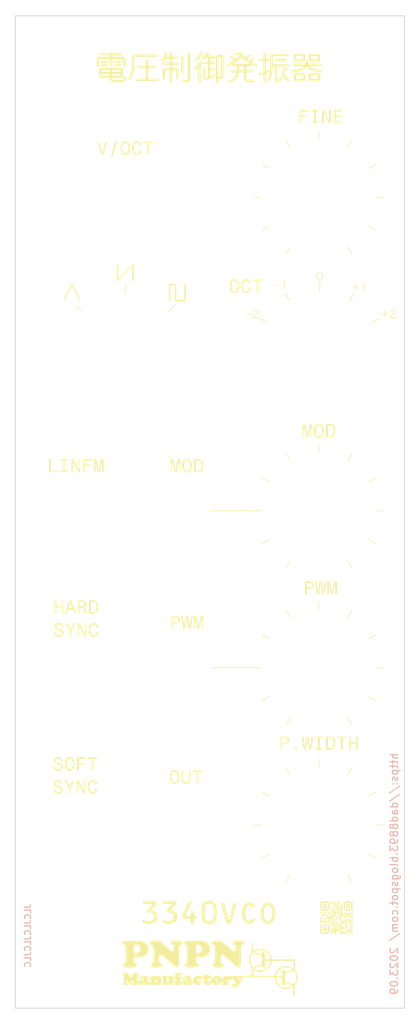
<source format=kicad_pcb>
(kicad_pcb (version 20221018) (generator pcbnew)
  (layers (0 "F.Cu" signal) (31 "B.Cu" signal) (34 "B.Paste" user) (35 "F.Paste" user) (36 "B.SilkS" user "B.Silkscreen") (37 "F.SilkS" user "F.Silkscreen") (38 "B.Mask" user) (39 "F.Mask" user) (44 "Edge.Cuts" user))
  (net 0 "")
  (footprint "myfootprint:MountingHole_7.5mm_M7" (layer "F.Cu") (at 132 122.96)
    (fp_text reference "REF**")
    (fp_text value "MountingHole_7.5mm_M7")
    (pad "" np_thru_hole circle (at 0 0) (size 7.5 7.5) (drill 7.5) (layers "F&B.Cu" "*.Mask"))
  )
  (footprint "myfootprint:MountingHole_6.1mm_M6" (layer "F.Cu") (at 114.75 122.96)
    (fp_text reference "REF**")
    (fp_text value "MountingHole_6.1mm_M6")
    (pad "" np_thru_hole circle (at 0 0) (size 6.2 6.2) (drill 6.2) (layers "F&B.Cu" "*.Mask"))
  )
  (footprint "myfootprint:MountingHole_6.1mm_M6" (layer "F.Cu") (at 100.5 143.28)
    (fp_text reference "REF**")
    (fp_text value "MountingHole_6.1mm_M6")
    (pad "" np_thru_hole circle (at 0 0) (size 6.2 6.2) (drill 6.2) (layers "F&B.Cu" "*.Mask"))
  )
  (footprint "myfootprint:MountingHole_6.1mm_M6" (layer "F.Cu") (at 100.5 102.64)
    (fp_text reference "REF**")
    (fp_text value "MountingHole_6.1mm_M6")
    (pad "" np_thru_hole circle (at 0 0) (size 6.2 6.2) (drill 6.2) (layers "F&B.Cu" "*.Mask"))
  )
  (footprint "MountingHole:MountingHole_3.2mm_M3" (layer "F.Cu") (at 135.56 164)
    (fp_text reference "REF**")
    (fp_text value "MountingHole_3.2mm_M3")
    (pad "" np_thru_hole circle (at 0 0) (size 3.2 3.2) (drill 3.2) (layers "*.Cu" "*.Mask"))
  )
  (footprint "myfootprint:MountingHole_7.5mm_M7" (layer "F.Cu") (at 132 62.06)
    (fp_text reference "REF**")
    (fp_text value "MountingHole_7.5mm_M7")
    (pad "" np_thru_hole circle (at 0 0) (size 7.5 7.5) (drill 7.5) (layers "F&B.Cu" "*.Mask"))
  )
  (footprint "myfootprint:QR_Blog_5" (layer "F.Cu") (at 134.19 155.28)
    (fp_text reference "G***")
    (fp_text value "LOGO" hide)
  )
  (footprint "MountingHole:MountingHole_2.5mm" (layer "F.Cu") (at 106.68 89.796)
    (fp_text reference "REF**")
    (fp_text value "MountingHole_2.5mm")
    (pad "" np_thru_hole circle (at 0 0) (size 2.5 2.5) (drill 2.5) (layers "*.Cu" "*.Mask"))
  )
  (footprint "myfootprint:MountingHole_7.5mm_M7" (layer "F.Cu") (at 132 102.64)
    (fp_text reference "REF**")
    (fp_text value "MountingHole_7.5mm_M7")
    (pad "" np_thru_hole circle (at 0 0) (size 7.5 7.5) (drill 7.5) (layers "F&B.Cu" "*.Mask"))
  )
  (footprint "myfootprint:MountingHole_7.5mm_M7" (layer "F.Cu") (at 132 82.32)
    (fp_text reference "REF**")
    (fp_text value "MountingHole_7.5mm_M7")
    (pad "" np_thru_hole circle (at 0 0) (size 7.5 7.5) (drill 7.5) (layers "F&B.Cu" "*.Mask"))
  )
  (footprint "MountingHole:MountingHole_3.2mm_M3" (layer "F.Cu") (at 100 164)
    (fp_text reference "REF**")
    (fp_text value "MountingHole_3.2mm_M3")
    (pad "" np_thru_hole circle (at 0 0) (size 3.2 3.2) (drill 3.2) (layers "*.Cu" "*.Mask"))
  )
  (footprint "myfootprint:MountingHole_6.1mm_M6" (layer "F.Cu") (at 114.75 143.28)
    (fp_text reference "REF**")
    (fp_text value "MountingHole_6.1mm_M6")
    (pad "" np_thru_hole circle (at 0 0) (size 6.2 6.2) (drill 6.2) (layers "F&B.Cu" "*.Mask"))
  )
  (footprint "myfootprint:MountingHole_7.5mm_M7" (layer "F.Cu") (at 132 143.28)
    (fp_text reference "REF**")
    (fp_text value "MountingHole_7.5mm_M7")
    (pad "" np_thru_hole circle (at 0 0) (size 7.5 7.5) (drill 7.5) (layers "F&B.Cu" "*.Mask"))
  )
  (footprint "myfootprint:MountingHole_6.1mm_M6" (layer "F.Cu") (at 100.5 122.96)
    (fp_text reference "REF**")
    (fp_text value "MountingHole_6.1mm_M6")
    (pad "" np_thru_hole circle (at 0 0) (size 6.2 6.2) (drill 6.2) (layers "F&B.Cu" "*.Mask"))
  )
  (footprint "myfootprint:MountingHole_9.3mm_M9" (layer "F.Cu") (at 106.727771 82.419842)
    (fp_text reference "REF**")
    (fp_text value "MountingHole_9.3mm_M9")
    (pad "" np_thru_hole circle (at 0 0) (size 9.3 9.3) (drill 9.3) (layers "F&B.Cu" "*.Mask"))
  )
  (footprint "myfootprint:MountingHole_6.1mm_M6" (layer "F.Cu") (at 114.75 102.64)
    (fp_text reference "REF**")
    (fp_text value "MountingHole_6.1mm_M6")
    (pad "" np_thru_hole circle (at 0 0) (size 6.2 6.2) (drill 6.2) (layers "F&B.Cu" "*.Mask"))
  )
  (footprint "MountingHole:MountingHole_3.2mm_M3" (layer "F.Cu") (at 135.56 41.5)
    (fp_text reference "REF**")
    (fp_text value "MountingHole_3.2mm_M3")
    (pad "" np_thru_hole circle (at 0 0) (size 3.2 3.2) (drill 3.2) (layers "*.Cu" "*.Mask"))
  )
  (footprint "MountingHole:MountingHole_3.2mm_M3" (layer "F.Cu") (at 100 41.5)
    (fp_text reference "REF**")
    (fp_text value "MountingHole_3.2mm_M3")
    (pad "" np_thru_hole circle (at 0 0) (size 3.2 3.2) (drill 3.2) (layers "*.Cu" "*.Mask"))
  )
  (footprint "myfootprint:MountingHole_6.1mm_M6" (layer "F.Cu") (at 106.875 62.06)
    (fp_text reference "REF**")
    (fp_text value "MountingHole_6.1mm_M6")
    (pad "" np_thru_hole circle (at 0 0) (size 6.2 6.2) (drill 6.2) (layers "F&B.Cu" "*.Mask"))
  )
  (gr_line (start 132.909678 62.013375) (end 130.910133 62.013375) (stroke (width 0.088194)) (layer "F.SilkS"))
  (gr_line (start 126.421128 163.688412) (end 126.390257 163.628114) (stroke (width 0.176388)) (layer "F.SilkS"))
  (gr_line (start 105.769785 72.792496) (end 107.800374 70.750619) (stroke (width 0.176388)) (layer "F.SilkS"))
  (gr_line (start 138.765084 78.247143) (end 139.814242 77.641423) (stroke (width 0.088194)) (layer "F.SilkS"))
  (gr_line (start 123.761441 162.077159) (end 123.699485 162.049152) (stroke (width 0.176388)) (layer "F.SilkS"))
  (gr_line (start 125.619016 161.269294) (end 125.593987 161.332789) (stroke (width 0.176388)) (layer "F.SilkS"))
  (gr_line (start 123.305658 161.822645) (end 123.305658 162.917667) (stroke (width 0.176388)) (layer "F.SilkS"))
  (gr_line (start 129.004824 162.672302) (end 129.020448 162.739946) (stroke (width 0.176388)) (layer "F.SilkS"))
  (gr_line (start 138.405953 58.262641) (end 139.270963 57.763461) (stroke (width 0.088194)) (layer "F.SilkS"))
  (gr_line (start 123.184988 161.625307) (end 123.145981 161.570479) (stroke (width 0.176388)) (layer "F.SilkS"))
  (gr_line (start 126.315227 162.606087) (end 126.337195 162.541134) (stroke (width 0.176388)) (layer "F.SilkS"))
  (gr_poly (pts (xy 130.509733 50.892057) (xy 129.623202 50.892057) (xy 129.623202 51.405703) (xy 130.344633 51.405703) (xy 130.344633 51.610666) (xy 129.623202 51.610666) (xy 129.623202 52.398067) (xy 129.3946 52.398067) (xy 129.3946 50.684624) (xy 130.509733 50.684624)) (fill solid) (layer "F.SilkS"))
  (gr_line (start 128.93892 162.477503) (end 128.963972 162.540993) (stroke (width 0.176388)) (layer "F.SilkS"))
  (gr_line (start 124.09283 162.170951) (end 124.023965 162.158652) (stroke (width 0.176388)) (layer "F.SilkS"))
  (gr_poly (pts (xy 101.207123 114.200261) (xy 101.237381 114.201725) (xy 101.266691 114.204164) (xy 101.295054 114.207578) (xy 101.322469 114.211969) (xy 101.348939 114.217335) (xy 101.374464 114.223677) (xy 101.399046 114.230994) (xy 101.422685 114.239287) (xy 101.445382 114.248556) (xy 101.467139 114.258801) (xy 101.487957 114.270021) (xy 101.507836 114.282218) (xy 101.526777 114.29539) (xy 101.544783 114.309538) (xy 101.561852 114.324661) (xy 101.577876 114.340656) (xy 101.592873 114.35755) (xy 101.606843 114.375344) (xy 101.619785 114.394036) (xy 101.631697 114.413625) (xy 101.642579 114.43411) (xy 101.65243 114.45549) (xy 101.661248 114.477764) (xy 101.669032 114.500931) (xy 101.675782 114.52499) (xy 101.681496 114.54994) (xy 101.686174 114.57578) (xy 101.689814 114.602509) (xy 101.692415 114.630126) (xy 101.693976 114.658629) (xy 101.694497 114.688019) (xy 101.694274 114.705506) (xy 101.693603 114.722648) (xy 101.692485 114.739444) (xy 101.69092 114.755896) (xy 101.688905 114.772005) (xy 101.686442 114.787772) (xy 101.683528 114.803197) (xy 101.680165 114.818283) (xy 101.676351 114.83303) (xy 101.672086 114.847438) (xy 101.66737 114.86151) (xy 101.662201 114.875246) (xy 101.65658 114.888646) (xy 101.650505 114.901713) (xy 101.643977 114.914447) (xy 101.636994 114.926849) (xy 101.629636 114.938905) (xy 101.621847 114.950597) (xy 101.613628 114.961927) (xy 101.60498 114.972894) (xy 101.595901 114.9835) (xy 101.586393 114.993744) (xy 101.576454 115.003627) (xy 101.566086 115.01315) (xy 101.555288 115.022314) (xy 101.544059 115.031118) (xy 101.532401 115.039563) (xy 101.520313 115.04765) (xy 101.507795 115.05538) (xy 101.494847 115.062752) (xy 101.481469 115.069767) (xy 101.467661 115.076426) (xy 101.479224 115.080197) (xy 101.490367 115.084232) (xy 101.50109 115.088534) (xy 101.511394 115.093101) (xy 101.521281 115.097935) (xy 101.530752 115.103036) (xy 101.539807 115.108405) (xy 101.548447 115.114042) (xy 101.556674 115.119947) (xy 101.564489 115.126122) (xy 101.571892 115.132567) (xy 101.578885 115.139281) (xy 101.585469 115.146267) (xy 101.591644 115.153524) (xy 101.597413 115.161053) (xy 101.602775 115.168854) (xy 101.60781 115.177101) (xy 101.612599 115.186102) (xy 101.617143 115.195854) (xy 101.621444 115.206359) (xy 101.625503 115.217616) (xy 101.629322 115.229626) (xy 101.632902 115.242388) (xy 101.636244 115.255902) (xy 101.639351 115.270169) (xy 101.642224 115.285188) (xy 101.644865 115.300959) (xy 101.647274 115.317483) (xy 101.649454 115.334759) (xy 101.651406 115.352788) (xy 101.653132 115.371569) (xy 101.654633 115.391103) (xy 101.672625 115.6698) (xy 101.674261 115.691661) (xy 101.676257 115.712005) (xy 101.678609 115.730837) (xy 101.681312 115.748159) (xy 101.684362 115.763977) (xy 101.687756 115.778295) (xy 101.691488 115.791116) (xy 101.695555 115.802444) (xy 101.697746 115.807657) (xy 101.700086 115.812713) (xy 101.702575 115.817611) (xy 101.705212 115.82235) (xy 101.707999 115.826929) (xy 101.710934 115.831349) (xy 101.714018 115.835609) (xy 101.717251 115.839708) (xy 101.720633 115.843646) (xy 101.724163 115.847422) (xy 101.727843 115.851036) (xy 101.731671 115.854487) (xy 101.735648 115.857775) (xy 101.739774 115.860899) (xy 101.744048 115.863858) (xy 101.748472 115.866653) (xy 101.748472 115.913569) (xy 101.48918 115.913569) (xy 101.487088 115.90996) (xy 101.485045 115.906144) (xy 101.483051 115.902119) (xy 101.481105 115.897884) (xy 101.479206 115.893437) (xy 101.477354 115.888779) (xy 101.475549 115.883908) (xy 101.47379 115.878823) (xy 101.472076 115.873522) (xy 101.470407 115.868006) (xy 101.468783 115.862273) (xy 101.467203 115.856322) (xy 101.465666 115.850152) (xy 101.464172 115.843761) (xy 101.46131 115.830317) (xy 101.458615 115.815931) (xy 101.456085 115.800297) (xy 101.45372 115.783423) (xy 101.451521 115.765317) (xy 101.449487 115.745988) (xy 101.447618 115.725443) (xy 101.445915 115.703691) (xy 101.444377 115.68074) (xy 101.432382 115.458842) (xy 101.430997 115.438395) (xy 101.429224 115.418857) (xy 101.427062 115.400229) (xy 101.424511 115.382511) (xy 101.421572 115.365702) (xy 101.418244 115.349802) (xy 101.414527 115.334812) (xy 101.410422 115.320731) (xy 101.405928 115.30756) (xy 101.401046 115.295299) (xy 101.395775 115.283947) (xy 101.390115 115.273504) (xy 101.384067 115.263971) (xy 101.37763 115.255348) (xy 101.370805 115.247634) (xy 101.363591 115.240829) (xy 101.359713 115.237704) (xy 101.355488 115.234678) (xy 101.345995 115.228924) (xy 101.335113 115.223566) (xy 101.322839 115.218605) (xy 101.309175 115.214041) (xy 101.294119 115.209874) (xy 101.277671 115.206103) (xy 101.25983 115.202729) (xy 101.240596 115.199753) (xy 101.219968 115.197173) (xy 101.197946 115.19499) (xy 101.17453 115.193203) (xy 101.149718 115.191814) (xy 101.12351 115.190822) (xy 101.095906 115.190226) (xy 101.066905 115.190028) (xy 100.831603 115.190028) (xy 100.831603 115.913574) (xy 100.603003 115.913574) (xy 100.603003 114.410029) (xy 100.832309 114.410029) (xy 100.832309 114.980118) (xy 101.09654 114.980118) (xy 101.121203 114.979857) (xy 101.144924 114.979077) (xy 101.1677 114.977776) (xy 101.18953 114.975956) (xy 101.210413 114.973617) (xy 101.230348 114.97076) (xy 101.249335 114.967384) (xy 101.267372 114.963492) (xy 101.284458 114.959083) (xy 101.300592 114.954157) (xy 101.315774 114.948716) (xy 101.330001 114.94276) (xy 101.343273 114.936289) (xy 101.35559 114.929304) (xy 101.366949 114.921805) (xy 101.37735 114.913793) (xy 101.386966 114.905181) (xy 101.395969 114.895883) (xy 101.404358 114.885898) (xy 101.412132 114.875224) (xy 101.41929 114.863863) (xy 101.425831 114.851813) (xy 101.431754 114.839073) (xy 101.437058 114.825644) (xy 101.441742 114.811524) (xy 101.445804 114.796713) (xy 101.449245 114.78121) (xy 101.452062 114.765016) (xy 101.454255 114.748129) (xy 101.455823 114.730549) (xy 101.456764 114.712276) (xy 101.457078 114.693309) (xy 101.456772 114.674659) (xy 101.455854 114.65668) (xy 101.454325 114.639371) (xy 101.452183 114.622734) (xy 101.44943 114.606769) (xy 101.446065 114.591477) (xy 101.442088 114.576857) (xy 101.437499 114.562911) (xy 101.432298 114.549638) (xy 101.426486 114.53704) (xy 101.420061 114.525117) (xy 101.413025 114.51387) (xy 101.405377 114.503298) (xy 101.397117 114.493402) (xy 101.388245 114.484183) (xy 101.378762 114.475642) (xy 101.368538 114.467696) (xy 101.357448 114.460262) (xy 101.345493 114.453342) (xy 101.332674 114.446934) (xy 101.318994 114.441039) (xy 101.304453 114.435657) (xy 101.289053 114.430787) (xy 101.272796 114.42643) (xy 101.255683 114.422586) (xy 101.237716 114.419255) (xy 101.218896 114.416436) (xy 101.199225 114.414129) (xy 101.178705 114.412335) (xy 101.157336 114.411054) (xy 101.135121 114.410285) (xy 101.112062 114.410029) (xy 100.832309 114.410029) (xy 100.603003 114.410029) (xy 100.603003 114.199773) (xy 101.175914 114.199773)) (fill solid) (layer "F.SilkS"))
  (gr_poly (pts (xy 116.532312 158.2553) (xy 116.584126 158.257272) (xy 116.635207 158.260559) (xy 116.685554 158.26516) (xy 116.73517 158.271076) (xy 116.784055 158.278307) (xy 116.832211 158.286852) (xy 116.879637 158.296712) (xy 116.926336 158.307886) (xy 116.972309 158.320375) (xy 117.017556 158.334179) (xy 117.062078 158.349297) (xy 117.105877 158.36573) (xy 117.148954 158.383478) (xy 117.191309 158.40254) (xy 117.232944 158.422917) (xy 117.302596 158.460627) (xy 117.335735 158.480481) (xy 117.36775 158.501) (xy 117.39864 158.522185) (xy 117.428407 158.544035) (xy 117.457049 158.566552) (xy 117.484568 158.589733) (xy 117.510962 158.613581) (xy 117.536233 158.638094) (xy 117.56038 158.663273) (xy 117.583403 158.689117) (xy 117.605302 158.715627) (xy 117.626078 158.742803) (xy 117.64573 158.770645) (xy 117.664258 158.799152) (xy 117.681664 158.828324) (xy 117.697945 158.858162) (xy 117.713104 158.888666) (xy 117.727139 158.919836) (xy 117.740051 158.951671) (xy 117.75184 158.984172) (xy 117.762506 159.017338) (xy 117.772049 159.05117) (xy 117.780469 159.085668) (xy 117.787766 159.120831) (xy 117.79394 159.15666) (xy 117.798991 159.193155) (xy 117.80292 159.230315) (xy 117.805726 159.26814) (xy 117.807971 159.345789) (xy 117.8064 159.408958) (xy 117.801687 159.470539) (xy 117.79383 159.530533) (xy 117.78283 159.58894) (xy 117.768686 159.645758) (xy 117.751398 159.70099) (xy 117.730964 159.754634) (xy 117.707385 159.80669) (xy 117.68066 159.85716) (xy 117.650789 159.906041) (xy 117.61777 159.953336) (xy 117.581604 159.999043) (xy 117.542289 160.043163) (xy 117.499826 160.085695) (xy 117.454214 160.126641) (xy 117.405452 160.165999) (xy 117.357463 160.200919) (xy 117.308218 160.233583) (xy 117.257717 160.26399) (xy 117.205961 160.292142) (xy 117.15295 160.318038) (xy 117.098686 160.34168) (xy 117.043167 160.363067) (xy 116.986396 160.382201) (xy 116.928372 160.399082) (xy 116.869096 160.41371) (xy 116.808568 160.426086) (xy 116.746789 160.436211) (xy 116.68376 160.444085) (xy 116.61948 160.449709) (xy 116.553951 160.453083) (xy 116.487173 160.454207) (xy 116.452067 160.453927) (xy 116.415013 160.453089) (xy 116.376016 160.451698) (xy 116.335081 160.449757) (xy 116.292211 160.44727) (xy 116.247411 160.444242) (xy 116.152035 160.436578) (xy 116.10414 160.433185) (xy 116.066267 160.430888) (xy 116.03838 160.429584) (xy 116.020448 160.429173) (xy 116.015826 160.429253) (xy 116.011353 160.429495) (xy 116.007029 160.429898) (xy 116.002852 160.430462) (xy 115.998825 160.431188) (xy 115.994945 160.432075) (xy 115.991213 160.433123) (xy 115.98763 160.434332) (xy 115.984194 160.435702) (xy 115.980905 160.437234) (xy 115.977765 160.438927) (xy 115.974771 160.440781) (xy 115.971925 160.442797) (xy 115.969226 160.444973) (xy 115.966674 160.447311) (xy 115.964269 160.44981) (xy 115.962011 160.45247) (xy 115.959899 160.455292) (xy 115.957934 160.458275) (xy 115.956115 160.461419) (xy 115.954443 160.464724) (xy 115.952916 160.46819) (xy 115.951536 160.471818) (xy 115.950301 160.475607) (xy 115.949212 160.479557) (xy 115.948269 160.483668) (xy 115.947471 160.487941) (xy 115.946818 160.492375) (xy 115.946311 160.49697) (xy 115.945949 160.501726) (xy 115.945659 160.511723) (xy 115.945659 160.52689) (xy 115.963652 160.938226) (xy 115.96445 160.953064) (xy 115.965521 160.967415) (xy 115.966863 160.98128) (xy 115.968476 160.99466) (xy 115.97036 161.007557) (xy 115.972515 161.019971) (xy 115.974939 161.031903) (xy 115.977632 161.043355) (xy 115.980594 161.054327) (xy 115.983824 161.064821) (xy 115.987322 161.074837) (xy 115.991086 161.084377) (xy 115.995118 161.093441) (xy 115.999416 161.102031) (xy 116.003979 161.110147) (xy 116.008808 161.117791) (xy 116.014157 161.125149) (xy 116.020153 161.132541) (xy 116.026795 161.139965) (xy 116.034086 161.147423) (xy 116.042026 161.154915) (xy 116.050616 161.162439) (xy 116.059857 161.169996) (xy 116.06975 161.177587) (xy 116.080296 161.18521) (xy 116.091497 161.192867) (xy 116.103352 161.200556) (xy 116.115865 161.208278) (xy 116.129034 161.216033) (xy 116.142862 161.223821) (xy 116.157349 161.231642) (xy 116.172497 161.239495) (xy 116.192811 161.250534) (xy 116.211819 161.261688) (xy 116.22952 161.272959) (xy 116.245912 161.284345) (xy 116.260996 161.295847) (xy 116.274771 161.307464) (xy 116.287237 161.319198) (xy 116.298393 161.331047) (xy 116.308238 161.343012) (xy 116.316772 161.355093) (xy 116.323995 161.367289) (xy 116.329905 161.379601) (xy 116.334503 161.392029) (xy 116.337788 161.404572) (xy 116.33976 161.417232) (xy 116.340417 161.430006) (xy 116.340175 161.439823) (xy 116.33945 161.449495) (xy 116.33824 161.459022) (xy 116.336547 161.468405) (xy 116.334371 161.477644) (xy 116.331711 161.486739) (xy 116.328567 161.49569) (xy 116.324939 161.504497) (xy 116.320827 161.513161) (xy 116.316232 161.521681) (xy 116.311154 161.530058) (xy 116.305591 161.538291) (xy 116.299545 161.546381) (xy 116.293015 161.554329) (xy 116.286002 161.562133) (xy 116.278504 161.569795) (xy 116.270524 161.577314) (xy 116.262059 161.58469) (xy 116.253111 161.591924) (xy 116.243679 161.599016) (xy 116.233763 161.605966) (xy 116.223364 161.612774) (xy 116.201114 161.625964) (xy 116.176929 161.638587) (xy 116.15081 161.650645) (xy 116.122756 161.662139) (xy 116.092767 161.673069) (xy 116.061004 161.683387) (xy 116.027629 161.693043) (xy 115.992642 161.702036) (xy 115.956042 161.710367) (xy 115.917831 161.718034) (xy 115.878007 161.725038) (xy 115.836571 161.731376) (xy 115.793522 161.73705) (xy 115.748861 161.742058) (xy 115.702588 161.7464) (xy 115.605205 161.753084) (xy 115.501373 161.757098) (xy 115.391092 161.758437) (xy 115.275494 161.757188) (xy 115.167353 161.753445) (xy 115.066671 161.747207) (xy 114.973447 161.738477) (xy 114.88768 161.727257) (xy 114.809372 161.713547) (xy 114.738521 161.697349) (xy 114.675129 161.678665) (xy 114.619194 161.657496) (xy 114.570717 161.633844) (xy 114.529699 161.607711) (xy 114.496138 161.579098) (xy 114.470035 161.548006) (xy 114.45978 161.531531) (xy 114.45139 161.514437) (xy 114.444864 161.496724) (xy 114.440203 161.478392) (xy 114.437406 161.459442) (xy 114.436474 161.439874) (xy 114.436635 161.43056) (xy 114.437119 161.421533) (xy 114.437925 161.412793) (xy 114.439054 161.404337) (xy 114.440505 161.396164) (xy 114.442278 161.388273) (xy 114.444374 161.380663) (xy 114.446793 161.37333) (xy 114.449534 161.366275) (xy 114.452597 161.359495) (xy 114.455983 161.352989) (xy 114.459691 161.346756) (xy 114.463722 161.340794) (xy 114.468075 161.335101) (xy 114.472751 161.329676) (xy 114.477749 161.324517) (xy 114.483342 161.319412) (xy 114.489804 161.314019) (xy 114.497132 161.308339) (xy 114.505327 161.302374) (xy 114.514388 161.296127) (xy 114.524314 161.289598) (xy 114.535106 161.282788) (xy 114.546762 161.275701) (xy 114.559282 161.268336) (xy 114.572666 161.260696) (xy 114.602022 161.244596) (xy 114.634826 161.227414) (xy 114.671073 161.209161) (xy 114.68235 161.203059) (xy 114.693031 161.19666) (xy 114.703115 161.189965) (xy 114.7126 161.182973) (xy 114.721486 161.175685) (xy 114.729772 161.168103) (xy 114.737456 161.160225) (xy 114.744538 161.152054) (xy 114.751015 161.143589) (xy 114.756889 161.13483) (xy 114.762157 161.125779) (xy 114.766818 161.116437) (xy 114.770871 161.106802) (xy 114.774316 161.096877) (xy 114.777151 161.086661) (xy 114.779375 161.076155) (xy 114.781442 161.064148) (xy 114.78341 161.049157) (xy 114.787053 161.010235) (xy 114.790307 160.959406) (xy 114.793176 160.896686) (xy 114.795666 160.822094) (xy 114.797778 160.735645) (xy 114.799519 160.637357) (xy 114.800892 160.527246) (xy 114.800892 159.742314) (xy 115.964354 159.742314) (xy 115.964528 159.754308) (xy 115.965048 159.765683) (xy 115.965915 159.77644) (xy 115.967127 159.786579) (xy 115.968685 159.796102) (xy 115.970587 159.80501) (xy 115.972833 159.813304) (xy 115.975423 159.820985) (xy 115.978357 159.828054) (xy 115.981632 159.834512) (xy 115.98525 159.84036) (xy 115.98921 159.845599) (xy 115.99351 159.850231) (xy 115.998151 159.854255) (xy 116.003132 159.857674) (xy 116.008452 159.860488) (xy 116.017931 159.864723) (xy 116.027717 159.868692) (xy 116.037808 159.872395) (xy 116.048205 159.875829) (xy 116.058909 159.878995) (xy 116.069918 159.88189) (xy 116.081233 159.884515) (xy 116.092854 159.886868) (xy 116.104781 159.888947) (xy 116.117013 159.890753) (xy 116.129552 159.892284) (xy 116.142397 159.893538) (xy 116.155547 159.894516) (xy 116.169004 159.895215) (xy 116.182766 159.895636) (xy 116.196834 159.895776) (xy 116.217918 159.895412) (xy 116.238574 159.894321) (xy 116.258801 159.892501) (xy 116.278601 159.889954) (xy 116.297976 159.886679) (xy 116.316926 159.882676) (xy 116.335452 159.877945) (xy 116.353555 159.872488) (xy 116.371237 159.866302) (xy 116.388498 159.859389) (xy 116.405339 159.851749) (xy 116.421762 159.843381) (xy 116.437767 159.834286) (xy 116.453356 159.824463) (xy 116.468529 159.813914) (xy 116.483288 159.802637) (xy 116.493608 159.794158) (xy 116.503603 159.785326) (xy 116.51327 159.776141) (xy 116.522611 159.766602) (xy 116.531625 159.75671) (xy 116.540312 159.746464) (xy 116.556704 159.724912) (xy 116.571789 159.701947) (xy 116.585564 159.677568) (xy 116.59803 159.651775) (xy 116.609186 159.624568) (xy 116.619031 159.595947) (xy 116.627565 159.565913) (xy 116.634788 159.534466) (xy 116.640699 159.501604) (xy 116.645297 159.467329) (xy 116.648582 159.43164) (xy 116.650553 159.394538) (xy 116.65121 159.356022) (xy 116.650442 159.316037) (xy 116.648136 159.277444) (xy 116.644295 159.240245) (xy 116.638919 159.204442) (xy 116.632009 159.170039) (xy 116.623566 159.137038) (xy 116.613592 159.105442) (xy 116.602087 159.075253) (xy 116.589052 159.046473) (xy 116.574489 159.019106) (xy 116.558398 158.993154) (xy 116.540781 158.96862) (xy 116.521638 158.945505) (xy 116.50097 158.923814) (xy 116.47878 158.903547) (xy 116.455066 158.884709) (xy 116.439386 158.873432) (xy 116.423301 158.862883) (xy 116.406811 158.853061) (xy 116.389918 158.843966) (xy 116.372622 158.835599) (xy 116.354924 158.82796) (xy 116.336823 158.821048) (xy 116.318321 158.814863) (xy 116.299418 158.809406) (xy 116.280114 158.804677) (xy 116.26041 158.800675) (xy 116.240307 158.7974) (xy 116.219805 158.794854) (xy 116.198905 158.793035) (xy 116.177606 158.791943) (xy 116.15591 158.791579) (xy 116.132656 158.791964) (xy 116.110913 158.793116) (xy 116.09068 158.795037) (xy 116.071956 158.797725) (xy 116.054738 158.80118) (xy 116.039026 158.805401) (xy 116.024817 158.810388) (xy 116.012111 158.816141) (xy 116.000905 158.822658) (xy 115.991199 158.82994) (xy 115.986907 158.833867) (xy 115.98299 158.837985) (xy 115.979446 158.842294) (xy 115.976277 158.846794) (xy 115.973481 158.851485) (xy 115.971058 158.856366) (xy 115.969009 158.861438) (xy 115.967333 158.8667) (xy 115.966029 158.872153) (xy 115.965098 158.877796) (xy 115.96454 158.883629) (xy 115.964354 158.889653) (xy 115.964354 159.742314) (xy 114.800892 159.742314) (xy 114.800892 159.208205) (xy 114.800329 159.147219) (xy 114.798638 159.092054) (xy 114.795814 159.042709) (xy 114.791852 158.999185) (xy 114.78675 158.961483) (xy 114.78377 158.944815) (xy 114.780503 158.929602) (xy 114.776948 158.915844) (xy 114.773106 158.903542) (xy 114.768975 158.892696) (xy 114.764556 158.883305) (xy 114.762186 158.879031) (xy 114.759574 158.874808) (xy 114.75672 158.870637) (xy 114.753624 158.866518) (xy 114.750286 158.86245) (xy 114.746706 158.858433) (xy 114.742884 158.854468) (xy 114.73882 158.850554) (xy 114.734513 158.846691) (xy 114.729963 158.84288) (xy 114.725171 158.839119) (xy 114.720137 158.835409) (xy 114.70934 158.828143) (xy 114.697573 158.82108) (xy 114.684833 158.814219) (xy 114.671122 158.807561) (xy 114.656438 158.801104) (xy 114.640781 158.794848) (xy 114.624151 158.788793) (xy 114.606546 158.782937) (xy 114.587966 158.777281) (xy 114.568412 158.771824) (xy 114.540341 158.763317) (xy 114.514075 158.754065) (xy 114.489612 158.744067) (xy 114.466956 158.733323) (xy 114.446106 158.721833) (xy 114.427063 158.709596) (xy 114.409829 158.696611) (xy 114.394405 158.682878) (xy 114.380792 158.668397) (xy 114.374664 158.660876) (xy 114.36899 158.653167) (xy 114.363769 158.645271) (xy 114.359001 158.637188) (xy 114.354687 158.628917) (xy 114.350826 158.620459) (xy 114.347419 158.611813) (xy 114.344466 158.60298) (xy 114.341967 158.593959) (xy 114.339922 158.58475) (xy 114.338331 158.575353) (xy 114.337194 158.565768) (xy 114.336285 158.546035) (xy 114.336669 158.532148) (xy 114.337822 158.518668) (xy 114.339743 158.505595) (xy 114.342431 158.49293) (xy 114.345886 158.480675) (xy 114.350107 158.46883) (xy 114.355094 158.457397) (xy 114.360846 158.446376) (xy 114.367363 158.435769) (xy 114.374645 158.425576) (xy 114.38269 158.415799) (xy 114.391499 158.406439) (xy 114.40107 158.397496) (xy 114.411404 158.388972) (xy 114.422499 158.380867) (xy 114.434356 158.373183) (xy 114.446998 158.365878) (xy 114.460319 158.359043) (xy 114.474319 158.352681) (xy 114.488998 158.346789) (xy 114.504358 158.341369) (xy 114.520397 158.336421) (xy 114.537119 158.331944) (xy 114.554521 158.327939) (xy 114.572606 158.324404) (xy 114.591373 158.321342) (xy 114.610824 158.31875) (xy 114.630958 158.31663) (xy 114.651776 158.314981) (xy 114.673279 158.313803) (xy 114.695468 158.313096) (xy 114.718342 158.31286) (xy 114.760742 158.313322) (xy 114.826028 158.314709) (xy 114.914201 158.317023) (xy 115.02526 158.320266) (xy 115.179778 158.320266) (xy 115.519238 158.317355) (xy 115.622491 158.315704) (xy 115.681426 158.313918) (xy 115.741817 158.309604) (xy 115.849438 158.300861) (xy 116.004286 158.287621) (xy 116.206361 158.26982) (xy 116.279588 158.263278) (xy 116.314973 158.260673) (xy 116.349543 158.258524) (xy 116.383303 158.256838) (xy 116.416257 158.255624) (xy 116.448409 158.25489) (xy 116.479763 158.254643)) (fill solid) (layer "F.SilkS"))
  (gr_poly (pts (xy 130.364861 44.287199) (xy 130.372638 44.287783) (xy 130.380298 44.288746) (xy 130.387831 44.290078) (xy 130.395228 44.291769) (xy 130.402478 44.293811) (xy 130.409574 44.296193) (xy 130.416505 44.298908) (xy 130.423263 44.301945) (xy 130.429838 44.305295) (xy 130.43622 44.308949) (xy 130.442401 44.312898) (xy 130.448371 44.317132) (xy 130.454121 44.321641) (xy 130.459642 44.326418) (xy 130.464924 44.331452) (xy 130.469958 44.336733) (xy 130.474734 44.342254) (xy 130.479244 44.348004) (xy 130.483478 44.353974) (xy 130.487426 44.360155) (xy 130.49108 44.366538) (xy 130.494431 44.373113) (xy 130.497468 44.37987) (xy 130.500182 44.386802) (xy 130.502565 44.393897) (xy 130.504607 44.401148) (xy 130.506298 44.408544) (xy 130.50763 44.416077) (xy 130.508593 44.423737) (xy 130.509177 44.431515) (xy 130.509374 44.439401) (xy 130.509374 44.684934) (xy 132.041137 44.684934) (xy 132.049024 44.685131) (xy 132.056801 44.685716) (xy 132.064461 44.686678) (xy 132.071994 44.68801) (xy 132.079391 44.689701) (xy 132.086641 44.691743) (xy 132.093737 44.694126) (xy 132.100668 44.696841) (xy 132.107426 44.699878) (xy 132.114001 44.703228) (xy 132.120383 44.706882) (xy 132.126564 44.71083) (xy 132.132534 44.715064) (xy 132.138284 44.719574) (xy 132.143805 44.72435) (xy 132.149087 44.729384) (xy 132.154121 44.734666) (xy 132.158897 44.740187) (xy 132.163407 44.745937) (xy 132.167641 44.751907) (xy 132.171589 44.758088) (xy 132.175243 44.76447) (xy 132.178594 44.771045) (xy 132.181631 44.777803) (xy 132.184345 44.784734) (xy 132.186728 44.79183) (xy 132.18877 44.799081) (xy 132.190461 44.806477) (xy 132.191793 44.81401) (xy 132.192756 44.82167) (xy 132.19334 44.829448) (xy 132.193537 44.837334) (xy 132.193341 44.84522) (xy 132.19276 44.852998) (xy 132.191801 44.860658) (xy 132.190476 44.868191) (xy 132.188792 44.875587) (xy 132.186758 44.882838) (xy 132.184385 44.889934) (xy 132.18168 44.896865) (xy 132.178654 44.903623) (xy 132.175314 44.910198) (xy 132.171671 44.91658) (xy 132.167733 44.922761) (xy 132.16351 44.928731) (xy 132.159011 44.934481) (xy 132.154244 44.940002) (xy 132.149218 44.945284) (xy 132.143944 44.950318) (xy 132.13843 44.955094) (xy 132.132685 44.959604) (xy 132.126718 44.963838) (xy 132.120539 44.967786) (xy 132.114156 44.97144) (xy 132.107579 44.97479) (xy 132.100816 44.977827) (xy 132.093877 44.980542) (xy 132.086772 44.982925) (xy 132.079508 44.984967) (xy 132.072095 44.986658) (xy 132.064542 44.98799) (xy 132.056859 44.988952) (xy 132.049054 44.989537) (xy 132.041137 44.989734) (xy 130.657542 44.989734) (xy 130.684141 45.016522) (xy 130.712989 45.042906) (xy 130.744061 45.06888) (xy 130.777333 45.094437) (xy 130.812778 45.11957) (xy 130.850374 45.144273) (xy 130.890095 45.168539) (xy 130.931915 45.19236) (xy 130.975811 45.215731) (xy 131.021758 45.238645) (xy 131.06973 45.261095) (xy 131.119703 45.283074) (xy 131.171652 45.304575) (xy 131.225553 45.325592) (xy 131.28138 45.346118) (xy 131.339109 45.366147) (xy 131.479841 45.410448) (xy 131.617903 45.4483) (xy 131.750161 45.480001) (xy 131.87348 45.505847) (xy 131.984727 45.526137) (xy 132.08077 45.541169) (xy 132.158473 45.55124) (xy 132.214703 45.556647) (xy 132.222565 45.557593) (xy 132.23027 45.558904) (xy 132.237811 45.560571) (xy 132.24518 45.562583) (xy 132.252369 45.564932) (xy 132.25937 45.567609) (xy 132.266177 45.570603) (xy 132.27278 45.573906) (xy 132.279172 45.577508) (xy 132.285345 45.5814) (xy 132.291293 45.585573) (xy 132.297006 45.590016) (xy 132.302477 45.594721) (xy 132.307699 45.599679) (xy 132.312663 45.60488) (xy 132.317363 45.610314) (xy 132.321789 45.615973) (xy 132.325935 45.621846) (xy 132.329792 45.627925) (xy 132.333354 45.6342) (xy 132.336611 45.640662) (xy 132.339557 45.647302) (xy 132.342184 45.654109) (xy 132.344483 45.661075) (xy 132.346448 45.668191) (xy 132.348069 45.675447) (xy 132.349341 45.682833) (xy 132.350254 45.69034) (xy 132.350802 45.697959) (xy 132.350975 45.705681) (xy 132.350768 45.713496) (xy 132.350171 45.721395) (xy 132.349527 45.728872) (xy 132.348526 45.736219) (xy 132.34718 45.743427) (xy 132.345497 45.750491) (xy 132.343488 45.757402) (xy 132.341163 45.764155) (xy 132.338531 45.770742) (xy 132.335602 45.777156) (xy 132.332387 45.78339) (xy 132.328895 45.789437) (xy 132.325135 45.795291) (xy 132.321119 45.800944) (xy 132.316855 45.806389) (xy 132.312354 45.811619) (xy 132.307625 45.816628) (xy 132.302679 45.821407) (xy 132.297525 45.825952) (xy 132.292173 45.830253) (xy 132.286633 45.834305) (xy 132.280915 45.838101) (xy 132.275029 45.841633) (xy 132.268984 45.844894) (xy 132.262791 45.847878) (xy 132.25646 45.850578) (xy 132.249999 45.852986) (xy 132.24342 45.855095) (xy 132.236733 45.856899) (xy 132.229946 45.858391) (xy 132.22307 45.859564) (xy 132.216114 45.86041) (xy 132.20909 45.860922) (xy 132.202006 45.861095) (xy 132.184717 45.861095) (xy 132.115288 45.853918) (xy 132.02616 45.84178) (xy 131.920256 45.824483) (xy 131.800498 45.801828) (xy 131.66981 45.773617) (xy 131.531114 45.739651) (xy 131.459676 45.720448) (xy 131.387332 45.699732) (xy 131.314448 45.677478) (xy 131.241389 45.653662) (xy 131.163565 45.626928) (xy 131.088716 45.599123) (xy 131.016848 45.570258) (xy 130.947967 45.540343) (xy 130.882078 45.509391) (xy 130.819189 45.477412) (xy 130.759305 45.444419) (xy 130.702433 45.410421) (xy 130.648579 45.375432) (xy 130.597749 45.339462) (xy 130.549949 45.302523) (xy 130.505186 45.264625) (xy 130.463466 45.225781) (xy 130.424794 45.186001) (xy 130.389178 45.145297) (xy 130.356623 45.103681) (xy 130.348645 45.114744) (xy 130.340452 45.125708) (xy 130.323434 45.147337) (xy 130.305581 45.16857) (xy 130.286905 45.189406) (xy 130.267419 45.209845) (xy 130.247135 45.229887) (xy 130.226066 45.249533) (xy 130.204224 45.268781) (xy 130.175004 45.293236) (xy 130.144496 45.317381) (xy 130.112699 45.341202) (xy 130.079616 45.364687) (xy 130.045247 45.387823) (xy 130.009594 45.410596) (xy 129.972657 45.432994) (xy 129.934437 45.455004) (xy 129.894936 45.476613) (xy 129.854154 45.497808) (xy 129.812093 45.518576) (xy 129.768753 45.538904) (xy 129.724136 45.55878) (xy 129.678242 45.57819) (xy 129.631073 45.597122) (xy 129.582629 45.615562) (xy 129.484975 45.65041) (xy 129.387926 45.682022) (xy 129.292263 45.710533) (xy 129.198763 45.73608) (xy 129.021374 45.778826) (xy 128.861992 45.811353) (xy 128.726853 45.834752) (xy 128.622191 45.850115) (xy 128.529234 45.861095) (xy 128.511946 45.861095) (xy 128.504797 45.860922) (xy 128.497713 45.86041) (xy 128.490701 45.859564) (xy 128.483774 45.858391) (xy 128.476939 45.856899) (xy 128.470208 45.855095) (xy 128.46359 45.852986) (xy 128.457094 45.850578) (xy 128.450732 45.847878) (xy 128.444512 45.844894) (xy 128.438445 45.841633) (xy 128.43254 45.838101) (xy 128.426808 45.834305) (xy 128.421257 45.830253) (xy 128.415899 45.825952) (xy 128.410743 45.821407) (xy 128.405799 45.816628) (xy 128.401077 45.811619) (xy 128.396586 45.806389) (xy 128.392337 45.800944) (xy 128.388339 45.795291) (xy 128.384602 45.789437) (xy 128.381137 45.78339) (xy 128.377952 45.777156) (xy 128.375059 45.770742) (xy 128.372466 45.764155) (xy 128.370184 45.757402) (xy 128.368223 45.750491) (xy 128.366592 45.743427) (xy 128.365301 45.736219) (xy 128.364361 45.728872) (xy 128.36378 45.721395) (xy 128.363216 45.713497) (xy 128.363038 45.705685) (xy 128.36324 45.697968) (xy 128.363814 45.690354) (xy 128.364751 45.682853) (xy 128.366046 45.675474) (xy 128.367688 45.668227) (xy 128.369672 45.66112) (xy 128.371989 45.654162) (xy 128.374632 45.647362) (xy 128.377593 45.64073) (xy 128.380864 45.634275) (xy 128.384438 45.628005) (xy 128.388306 45.62193) (xy 128.392462 45.61606) (xy 128.396897 45.610402) (xy 128.401604 45.604967) (xy 128.406575 45.599763) (xy 128.411803 45.594799) (xy 128.417279 45.590085) (xy 128.422997 45.585629) (xy 128.428947 45.581442) (xy 128.435124 45.577531) (xy 128.441519 45.573906) (xy 128.448123 45.570576) (xy 128.454931 45.567551) (xy 128.461933 45.564838) (xy 128.469123 45.562448) (xy 128.476493 45.56039) (xy 128.484034 45.558672) (xy 128.491739 45.557304) (xy 128.499601 45.556295) (xy 128.563902 45.549086) (xy 128.652784 45.536721) (xy 128.76222 45.518809) (xy 128.888185 45.494956) (xy 129.026651 45.464769) (xy 129.099314 45.447178) (xy 129.173593 45.427856) (xy 129.248983 45.406755) (xy 129.324982 45.383824) (xy 129.401087 45.359016) (xy 129.476794 45.332281) (xy 129.558827 45.299762) (xy 129.63637 45.265804) (xy 129.709399 45.230557) (xy 129.777889 45.194168) (xy 129.841815 45.156788) (xy 129.901152 45.118564) (xy 129.955876 45.079645) (xy 129.9815 45.059972) (xy 130.005961 45.040181) (xy 130.056407 44.989381) (xy 128.672814 44.989381) (xy 128.66499 44.989185) (xy 128.657266 44.9886) (xy 128.649653 44.987637) (xy 128.642159 44.986306) (xy 128.634796 44.984614) (xy 128.627572 44.982573) (xy 128.620497 44.98019) (xy 128.61358 44.977475) (xy 128.606832 44.974438) (xy 128.600263 44.971088) (xy 128.593881 44.967434) (xy 128.587697 44.963485) (xy 128.581719 44.959252) (xy 128.575959 44.954742) (xy 128.570426 44.949965) (xy 128.565129 44.944932) (xy 128.560077 44.93965) (xy 128.555282 44.934129) (xy 128.550751 44.928379) (xy 128.546496 44.922409) (xy 128.542526 44.916228) (xy 128.53885 44.909845) (xy 128.535478 44.903271) (xy 128.53242 44.896513) (xy 128.529685 44.889582) (xy 128.527284 44.882486) (xy 128.525225 44.875235) (xy 128.523519 44.867839) (xy 128.522175 44.860306) (xy 128.521203 44.852646) (xy 128.520613 44.844868) (xy 128.520414 44.836982) (xy 128.520612 44.829095) (xy 128.521199 44.821318) (xy 128.522167 44.813658) (xy 128.523504 44.806125) (xy 128.525203 44.798728) (xy 128.527253 44.791478) (xy 128.529645 44.784382) (xy 128.53237 44.777451) (xy 128.535417 44.770693) (xy 128.538778 44.764118) (xy 128.542443 44.757736) (xy 128.546403 44.751555) (xy 128.550647 44.745584) (xy 128.555167 44.739834) (xy 128.559953 44.734314) (xy 128.564996 44.729032) (xy 128.570285 44.723998) (xy 128.575813 44.719222) (xy 128.581568 44.714712) (xy 128.587541 44.710478) (xy 128.593724 44.70653) (xy 128.600106 44.702876) (xy 128.606678 44.699525) (xy 128.613431 44.696488) (xy 128.620355 44.693774) (xy 128.62744 44.691391) (xy 128.634678 44.689349) (xy 128.642058 44.687658) (xy 128.649571 44.686326) (xy 128.657208 44.685363) (xy 128.664959 44.684779) (xy 128.672814 44.684582) (xy 130.204575 44.684582) (xy 130.204575 44.439401) (xy 130.204773 44.431515) (xy 130.20536 44.423737) (xy 130.206327 44.416077) (xy 130.207665 44.408544) (xy 130.209364 44.401148) (xy 130.211414 44.393897) (xy 130.213806 44.386802) (xy 130.216531 44.37987) (xy 130.219578 44.373113) (xy 130.222939 44.366538) (xy 130.226605 44.360155) (xy 130.230564 44.353974) (xy 130.234809 44.348004) (xy 130.239329 44.342254) (xy 130.244115 44.336733) (xy 130.249157 44.331452) (xy 130.254447 44.326418) (xy 130.259974 44.321641) (xy 130.265729 44.317132) (xy 130.271703 44.312898) (xy 130.277885 44.308949) (xy 130.284268 44.305295) (xy 130.29084 44.301945) (xy 130.297593 44.298908) (xy 130.304516 44.296193) (xy 130.311602 44.293811) (xy 130.318839 44.291769) (xy 130.326219 44.290078) (xy 130.333732 44.288746) (xy 130.341369 44.287783) (xy 130.349119 44.287199) (xy 130.356974 44.287002)) (fill solid) (layer "F.SilkS"))
  (gr_line (start 129.047056 163.093685) (end 129.041652 163.164696) (stroke (width 0.176388)) (layer "F.SilkS"))
  (gr_line (start 124.162756 159.397805) (end 124.233797 159.392407) (stroke (width 0.176388)) (layer "F.SilkS"))
  (gr_line (start 126.421058 162.355447) (end 126.454707 162.2969) (stroke (width 0.176388)) (layer "F.SilkS"))
  (gr_poly (pts (xy 109.600369 44.160198) (xy 109.608147 44.160783) (xy 109.615807 44.161746) (xy 109.62334 44.163077) (xy 109.630736 44.164769) (xy 109.637987 44.16681) (xy 109.645082 44.169193) (xy 109.652014 44.171908) (xy 109.658772 44.174945) (xy 109.665346 44.178295) (xy 109.671729 44.181949) (xy 109.67791 44.185898) (xy 109.68388 44.190131) (xy 109.68963 44.194641) (xy 109.695151 44.199418) (xy 109.700432 44.204451) (xy 109.705466 44.209733) (xy 109.710243 44.215254) (xy 109.714752 44.221004) (xy 109.718986 44.226974) (xy 109.722935 44.233155) (xy 109.726589 44.239538) (xy 109.729939 44.246112) (xy 109.732976 44.25287) (xy 109.73569 44.259801) (xy 109.738073 44.266897) (xy 109.740115 44.274148) (xy 109.741806 44.281544) (xy 109.743138 44.289077) (xy 109.744101 44.296737) (xy 109.744685 44.304515) (xy 109.744882 44.312401) (xy 109.744882 45.002081) (xy 110.692796 45.002081) (xy 110.700682 45.002278) (xy 110.70846 45.002863) (xy 110.71612 45.003825) (xy 110.723653 45.005157) (xy 110.73105 45.006848) (xy 110.7383 45.00889) (xy 110.745396 45.011273) (xy 110.752327 45.013987) (xy 110.759085 45.017024) (xy 110.76566 45.020375) (xy 110.772042 45.024029) (xy 110.778223 45.027977) (xy 110.784194 45.032211) (xy 110.789944 45.036721) (xy 110.795464 45.041497) (xy 110.800746 45.046531) (xy 110.80578 45.051813) (xy 110.810556 45.057333) (xy 110.815066 45.063083) (xy 110.8193 45.069054) (xy 110.823248 45.075235) (xy 110.826902 45.081617) (xy 110.830253 45.088192) (xy 110.83329 45.09495) (xy 110.836004 45.101881) (xy 110.838387 45.108977) (xy 110.840429 45.116227) (xy 110.84212 45.123624) (xy 110.843452 45.131157) (xy 110.844414 45.138817) (xy 110.844999 45.146595) (xy 110.845196 45.154481) (xy 110.844999 45.162367) (xy 110.844414 45.170145) (xy 110.843452 45.177805) (xy 110.84212 45.185338) (xy 110.840428 45.192734) (xy 110.838387 45.199985) (xy 110.836004 45.207081) (xy 110.833289 45.214012) (xy 110.830252 45.22077) (xy 110.826902 45.227344) (xy 110.823248 45.233727) (xy 110.819299 45.239908) (xy 110.815066 45.245878) (xy 110.810556 45.251628) (xy 110.805779 45.257149) (xy 110.800746 45.262431) (xy 110.795464 45.267464) (xy 110.789943 45.272241) (xy 110.784193 45.276751) (xy 110.778223 45.280984) (xy 110.772042 45.284933) (xy 110.765659 45.288587) (xy 110.759085 45.291937) (xy 110.752327 45.294974) (xy 110.745396 45.297689) (xy 110.7383 45.300072) (xy 110.731049 45.302113) (xy 110.723653 45.303805) (xy 110.71612 45.305136) (xy 110.70846 45.306099) (xy 110.700682 45.306684) (xy 110.692796 45.306881) (xy 109.744883 45.306881) (xy 109.744883 46.626976) (xy 110.997243 46.626976) (xy 111.00513 46.627173) (xy 111.012908 46.627757) (xy 111.020568 46.62872) (xy 111.028101 46.630052) (xy 111.035497 46.631743) (xy 111.042748 46.633785) (xy 111.049844 46.636168) (xy 111.056775 46.638882) (xy 111.063533 46.641919) (xy 111.070108 46.645269) (xy 111.07649 46.648923) (xy 111.082671 46.652872) (xy 111.088641 46.657106) (xy 111.094391 46.661616) (xy 111.099912 46.666392) (xy 111.105194 46.671426) (xy 111.110227 46.676708) (xy 111.115004 46.682228) (xy 111.119513 46.687978) (xy 111.123747 46.693948) (xy 111.127696 46.700129) (xy 111.13135 46.706512) (xy 111.1347 46.713087) (xy 111.137737 46.719844) (xy 111.140451 46.726776) (xy 111.142834 46.733871) (xy 111.144876 46.741122) (xy 111.146567 46.748519) (xy 111.147899 46.756051) (xy 111.148861 46.763711) (xy 111.149446 46.771489) (xy 111.149643 46.779376) (xy 111.149446 46.787262) (xy 111.148861 46.79504) (xy 111.147899 46.8027) (xy 111.146567 46.810233) (xy 111.144876 46.817629) (xy 111.142834 46.82488) (xy 111.140451 46.831975) (xy 111.137736 46.838907) (xy 111.134699 46.845664) (xy 111.131349 46.852239) (xy 111.127695 46.858622) (xy 111.123747 46.864803) (xy 111.119513 46.870773) (xy 111.115003 46.876523) (xy 111.110226 46.882043) (xy 111.105193 46.887325) (xy 111.099911 46.892359) (xy 111.09439 46.897136) (xy 111.08864 46.901645) (xy 111.08267 46.905879) (xy 111.076489 46.909828) (xy 111.070106 46.913482) (xy 111.063532 46.916832) (xy 111.056774 46.919869) (xy 111.049843 46.922584) (xy 111.042747 46.924966) (xy 111.035496 46.927008) (xy 111.0281 46.928699) (xy 111.020567 46.930031) (xy 111.012907 46.930994) (xy 111.005129 46.931578) (xy 110.997243 46.931775) (xy 108.280855 46.931775) (xy 108.272969 46.931578) (xy 108.265191 46.930994) (xy 108.257531 46.930031) (xy 108.249998 46.928699) (xy 108.242601 46.927008) (xy 108.235351 46.924966) (xy 108.228255 46.922584) (xy 108.221324 46.919869) (xy 108.214566 46.916832) (xy 108.207991 46.913482) (xy 108.201609 46.909828) (xy 108.195428 46.905879) (xy 108.189457 46.901645) (xy 108.183707 46.897136) (xy 108.178187 46.892359) (xy 108.172905 46.887325) (xy 108.167871 46.882043) (xy 108.163095 46.876523) (xy 108.158585 46.870773) (xy 108.154351 46.864803) (xy 108.150403 46.858622) (xy 108.146749 46.852239) (xy 108.143398 46.845664) (xy 108.140362 46.838907) (xy 108.137647 46.831975) (xy 108.135264 46.82488) (xy 108.133222 46.817629) (xy 108.131531 46.810233) (xy 108.130199 46.8027) (xy 108.129237 46.79504) (xy 108.128652 46.787262) (xy 108.128455 46.779376) (xy 108.128652 46.771489) (xy 108.129237 46.763711) (xy 108.130199 46.756051) (xy 108.131531 46.748519) (xy 108.133223 46.741122) (xy 108.135264 46.733871) (xy 108.137647 46.726776) (xy 108.140362 46.719844) (xy 108.143399 46.713087) (xy 108.146749 46.706512) (xy 108.150403 46.700129) (xy 108.154352 46.693948) (xy 108.158585 46.687978) (xy 108.163095 46.682228) (xy 108.167872 46.676708) (xy 108.172905 46.671426) (xy 108.178187 46.666392) (xy 108.183708 46.661616) (xy 108.189458 46.657106) (xy 108.195428 46.652872) (xy 108.201609 46.648923) (xy 108.207992 46.645269) (xy 108.214566 46.641919) (xy 108.221324 46.638882) (xy 108.228255 46.636168) (xy 108.235351 46.633785) (xy 108.242602 46.631743) (xy 108.249998 46.630052) (xy 108.257531 46.62872) (xy 108.265191 46.627757) (xy 108.272969 46.627173) (xy 108.280855 46.626976) (xy 109.440083 46.626976) (xy 109.440083 45.306881) (xy 108.517922 45.306881) (xy 108.510035 45.306684) (xy 108.502258 45.3061) (xy 108.494598 45.305137) (xy 108.487065 45.303805) (xy 108.479668 45.302114) (xy 108.472418 45.300072) (xy 108.465322 45.297689) (xy 108.45839 45.294975) (xy 108.451633 45.291938) (xy 108.445058 45.288588) (xy 108.438675 45.284934) (xy 108.432494 45.280985) (xy 108.426524 45.276751) (xy 108.420774 45.272241) (xy 108.415254 45.267465) (xy 108.409972 45.262431) (xy 108.404938 45.257149) (xy 108.400162 45.251629) (xy 108.395652 45.245879) (xy 108.391418 45.239909) (xy 108.38747 45.233728) (xy 108.383815 45.227345) (xy 108.380465 45.22077) (xy 108.377428 45.214013) (xy 108.374714 45.207081) (xy 108.372331 45.199986) (xy 108.370289 45.192735) (xy 108.368598 45.185338) (xy 108.367266 45.177806) (xy 108.366304 45.170146) (xy 108.365719 45.162368) (xy 108.365522 45.154481) (xy 108.365719 45.146595) (xy 108.366304 45.138817) (xy 108.367266 45.131157) (xy 108.368598 45.123624) (xy 108.370289 45.116228) (xy 108.372331 45.108977) (xy 108.374714 45.101882) (xy 108.377429 45.09495) (xy 108.380466 45.088193) (xy 108.383816 45.081618) (xy 108.38747 45.075235) (xy 108.391418 45.069054) (xy 108.395652 45.063084) (xy 108.400162 45.057334) (xy 108.404939 45.051814) (xy 108.409972 45.046532) (xy 108.415254 45.041498) (xy 108.420775 45.036721) (xy 108.426525 45.032212) (xy 108.432495 45.027978) (xy 108.438676 45.024029) (xy 108.445059 45.020375) (xy 108.451633 45.017025) (xy 108.458391 45.013988) (xy 108.465322 45.011273) (xy 108.472418 45.008891) (xy 108.479669 45.006849) (xy 108.487065 45.005158) (xy 108.494598 45.003826) (xy 108.502258 45.002863) (xy 108.510036 45.002279) (xy 108.517922 45.002082) (xy 109.440083 45.002082) (xy 109.440083 44.312401) (xy 109.44028 44.304515) (xy 109.440864 44.296737) (xy 109.441827 44.289077) (xy 109.443159 44.281544) (xy 109.44485 44.274148) (xy 109.446892 44.266897) (xy 109.449274 44.259801) (xy 109.451989 44.25287) (xy 109.455026 44.246112) (xy 109.458376 44.239538) (xy 109.46203 44.233155) (xy 109.465979 44.226974) (xy 109.470213 44.221004) (xy 109.474723 44.215254) (xy 109.479499 44.209733) (xy 109.484533 44.204451) (xy 109.489815 44.199418) (xy 109.495335 44.194641) (xy 109.501085 44.190131) (xy 109.507056 44.185898) (xy 109.513237 44.181949) (xy 109.519619 44.178295) (xy 109.526194 44.174945) (xy 109.532952 44.171908) (xy 109.539883 44.169193) (xy 109.546979 44.16681) (xy 109.554229 44.164769) (xy 109.561626 44.163077) (xy 109.569158 44.161746) (xy 109.576818 44.160783) (xy 109.584596 44.160198) (xy 109.592482 44.160002)) (fill solid) (layer "F.SilkS"))
  (gr_line (start 125.702018 160.716728) (end 125.703838 160.788649) (stroke (width 0.176388)) (layer "F.SilkS"))
  (gr_line (start 128.880007 163.688255) (end 128.846321 163.746816) (stroke (width 0.176388)) (layer "F.SilkS"))
  (gr_poly (pts (xy 114.561006 155.061661) (xy 115.284555 155.061661) (xy 115.284555 154.451706) (xy 115.687778 154.451706) (xy 115.687778 155.061305) (xy 116.051136 155.061305) (xy 116.051136 155.435603) (xy 115.687422 155.435603) (xy 115.687422 156.070256) (xy 115.284199 156.070256) (xy 115.284199 155.435603) (xy 114.172243 155.435603) (xy 114.172243 154.997452) (xy 115.032317 153.147487) (xy 115.44789 153.147487)) (fill solid) (layer "F.SilkS"))
  (gr_line (start 127.437533 164.404032) (end 127.36868 164.391739) (stroke (width 0.176388)) (layer "F.SilkS"))
  (gr_line (start 124.377736 162.185245) (end 124.305783 162.187066) (stroke (width 0.176388)) (layer "F.SilkS"))
  (gr_poly (pts (xy 110.83779 153.54859) (xy 110.089549 154.294714) (xy 110.141746 154.299815) (xy 110.192373 154.306387) (xy 110.24143 154.314427) (xy 110.288918 154.323935) (xy 110.334836 154.334908) (xy 110.379187 154.347345) (xy 110.421969 154.361245) (xy 110.463184 154.376605) (xy 110.502833 154.393425) (xy 110.540915 154.411702) (xy 110.577431 154.431436) (xy 110.612382 154.452625) (xy 110.645768 154.475267) (xy 110.67759 154.49936) (xy 110.707848 154.524903) (xy 110.736543 154.551895) (xy 110.763584 154.580243) (xy 110.788881 154.609855) (xy 110.812433 154.640729) (xy 110.83424 154.672866) (xy 110.854303 154.706263) (xy 110.872622 154.74092) (xy 110.889195 154.776835) (xy 110.904024 154.814008) (xy 110.917109 154.852438) (xy 110.928449 154.892124) (xy 110.938044 154.933064) (xy 110.945895 154.975258) (xy 110.952001 155.018705) (xy 110.956362 155.063403) (xy 110.958979 155.109352) (xy 110.959851 155.15655) (xy 110.958653 155.208896) (xy 110.955056 155.259969) (xy 110.949061 155.30977) (xy 110.940669 155.358299) (xy 110.929879 155.405558) (xy 110.916691 155.451545) (xy 110.901105 155.496262) (xy 110.883122 155.53971) (xy 110.862741 155.581888) (xy 110.839962 155.622798) (xy 110.814785 155.662439) (xy 110.787211 155.700812) (xy 110.757238 155.737919) (xy 110.724868 155.773758) (xy 110.6901 155.808332) (xy 110.652935 155.841639) (xy 110.613814 155.873293) (xy 110.573181 155.902905) (xy 110.531035 155.930474) (xy 110.487378 155.956002) (xy 110.44221 155.979487) (xy 110.395531 156.00093) (xy 110.347342 156.020331) (xy 110.297644 156.03769) (xy 110.246437 156.053007) (xy 110.193721 156.066282) (xy 110.139497 156.077514) (xy 110.083766 156.086704) (xy 110.026528 156.093852) (xy 109.967784 156.098958) (xy 109.907534 156.102021) (xy 109.845778 156.103042) (xy 109.800096 156.102364) (xy 109.754067 156.100331) (xy 109.707689 156.096941) (xy 109.660962 156.092195) (xy 109.613886 156.086094) (xy 109.56646 156.078636) (xy 109.518683 156.069822) (xy 109.470556 156.059653) (xy 109.422077 156.048127) (xy 109.373246 156.035246) (xy 109.324063 156.021008) (xy 109.274527 156.005414) (xy 109.224637 155.988465) (xy 109.174393 155.970159) (xy 109.123795 155.950497) (xy 109.072842 155.929479) (xy 109.072842 155.530482) (xy 109.114952 155.555534) (xy 109.157542 155.578965) (xy 109.200613 155.600778) (xy 109.244165 155.620972) (xy 109.288199 155.639547) (xy 109.332715 155.656505) (xy 109.377713 155.671845) (xy 109.423194 155.685568) (xy 109.46916 155.697675) (xy 109.515609 155.708167) (xy 109.562543 155.717042) (xy 109.609963 155.724303) (xy 109.657868 155.72995) (xy 109.706259 155.733982) (xy 109.755138 155.736402) (xy 109.804503 155.737208) (xy 109.848085 155.736575) (xy 109.89046 155.734677) (xy 109.931629 155.731513) (xy 109.971593 155.727082) (xy 110.010351 155.721384) (xy 110.047905 155.714419) (xy 110.084255 155.706185) (xy 110.119401 155.696683) (xy 110.153344 155.685912) (xy 110.186085 155.673871) (xy 110.217624 155.66056) (xy 110.247961 155.645979) (xy 110.277098 155.630126) (xy 110.305033 155.613001) (xy 110.331769 155.594605) (xy 110.357306 155.574936) (xy 110.381462 155.554146) (xy 110.404056 155.532388) (xy 110.425088 155.509661) (xy 110.444558 155.485962) (xy 110.462468 155.461293) (xy 110.478818 155.43565) (xy 110.493609 155.409034) (xy 110.50684 155.381443) (xy 110.518513 155.352876) (xy 110.528627 155.323333) (xy 110.537184 155.292812) (xy 110.544185 155.261312) (xy 110.549628 155.228832) (xy 110.553516 155.195372) (xy 110.555848 155.160929) (xy 110.556625 155.125504) (xy 110.555923 155.097371) (xy 110.553814 155.069858) (xy 110.5503 155.042964) (xy 110.545381 155.016688) (xy 110.539056 154.99103) (xy 110.531325 154.96599) (xy 110.522189 154.941566) (xy 110.511647 154.917759) (xy 110.499699 154.894568) (xy 110.486346 154.871992) (xy 110.471587 154.850032) (xy 110.455423 154.828685) (xy 110.437853 154.807953) (xy 110.418877 154.787835) (xy 110.398496 154.768329) (xy 110.376709 154.749436) (xy 110.353843 154.731427) (xy 110.330224 154.714577) (xy 110.30585 154.698885) (xy 110.28072 154.684353) (xy 110.254835 154.67098) (xy 110.228191 154.658767) (xy 110.200789 154.647715) (xy 110.172627 154.637824) (xy 110.143705 154.629095) (xy 110.114021 154.621528) (xy 110.083574 154.615123) (xy 110.052364 154.609882) (xy 110.020388 154.605805) (xy 109.987647 154.602892) (xy 109.954139 154.601144) (xy 109.919863 154.600561) (xy 109.564264 154.600561) (xy 109.564264 154.292598) (xy 110.325203 153.509079) (xy 109.07249 153.509079) (xy 109.07249 153.147487) (xy 110.83779 153.147487)) (fill solid) (layer "F.SilkS"))
  (gr_line (start 122.96993 161.204463) (end 122.951074 161.138106) (stroke (width 0.176388)) (layer "F.SilkS"))
  (gr_poly (pts (xy 120.211797 155.685725) (xy 120.827746 153.352107) (xy 121.23097 153.352107) (xy 120.488729 156.070256) (xy 119.916168 156.070256) (xy 119.182391 153.352107) (xy 119.589496 153.352107)) (fill solid) (layer "F.SilkS"))
  (gr_line (start 125.593987 161.332789) (end 125.565993 161.394727) (stroke (width 0.176388)) (layer "F.SilkS"))
  (gr_line (start 131.909904 115.412974) (end 131.909904 114.412852) (stroke (width 0.088194)) (layer "F.SilkS"))
  (gr_poly (pts (xy 118.709564 162.849712) (xy 118.745486 162.852199) (xy 118.780385 162.856272) (xy 118.81425 162.861874) (xy 118.847071 162.868946) (xy 118.878837 162.877429) (xy 118.909537 162.887265) (xy 118.939162 162.898397) (xy 118.967701 162.910765) (xy 118.995143 162.924312) (xy 119.021477 162.938978) (xy 119.046694 162.954706) (xy 119.070783 162.971438) (xy 119.093734 162.989114) (xy 119.115535 163.007677) (xy 119.136177 163.027068) (xy 119.155649 163.04723) (xy 119.173941 163.068103) (xy 119.191042 163.089629) (xy 119.206941 163.111751) (xy 119.221629 163.134409) (xy 119.235094 163.157545) (xy 119.247327 163.181102) (xy 119.258316 163.20502) (xy 119.268052 163.229242) (xy 119.276523 163.253708) (xy 119.28372 163.278362) (xy 119.289632 163.303143) (xy 119.294248 163.327995) (xy 119.297559 163.352859) (xy 119.299553 163.377676) (xy 119.30022 163.402388) (xy 119.299057 163.434596) (xy 119.295625 163.465995) (xy 119.290011 163.496571) (xy 119.282299 163.526309) (xy 119.272576 163.555195) (xy 119.260926 163.583216) (xy 119.247437 163.610357) (xy 119.232194 163.636605) (xy 119.215282 163.661946) (xy 119.196787 163.686365) (xy 119.176795 163.709849) (xy 119.155391 163.732384) (xy 119.132662 163.753955) (xy 119.108692 163.77455) (xy 119.083568 163.794153) (xy 119.057376 163.812751) (xy 119.030201 163.83033) (xy 119.002128 163.846876) (xy 118.973244 163.862375) (xy 118.943635 163.876814) (xy 118.913385 163.890177) (xy 118.882581 163.902452) (xy 118.851309 163.913624) (xy 118.819654 163.923679) (xy 118.787701 163.932603) (xy 118.755537 163.940383) (xy 118.723248 163.947004) (xy 118.690918 163.952453) (xy 118.658635 163.956715) (xy 118.626482 163.959776) (xy 118.594547 163.961624) (xy 118.562915 163.962243) (xy 118.500196 163.96015) (xy 118.439007 163.953774) (xy 118.379695 163.943167) (xy 118.322607 163.928378) (xy 118.26809 163.909457) (xy 118.216492 163.886454) (xy 118.191896 163.873437) (xy 118.16816 163.859419) (xy 118.145328 163.844405) (xy 118.123442 163.828403) (xy 118.102546 163.811417) (xy 118.082683 163.793455) (xy 118.063898 163.774522) (xy 118.046233 163.754626) (xy 118.029732 163.733771) (xy 118.014437 163.711965) (xy 118.000394 163.689213) (xy 117.987644 163.665523) (xy 117.976232 163.6409) (xy 117.966201 163.61535) (xy 117.957593 163.58888) (xy 117.950454 163.561496) (xy 117.944825 163.533204) (xy 117.940751 163.504011) (xy 117.938275 163.473923) (xy 117.93744 163.442945) (xy 117.938479 163.407845) (xy 117.941557 163.373721) (xy 117.94661 163.340583) (xy 117.953576 163.308438) (xy 117.962394 163.277298) (xy 117.973 163.24717) (xy 117.985333 163.218063) (xy 117.986959 163.2148) (xy 118.462336 163.2148) (xy 118.462395 163.220577) (xy 118.462723 163.226342) (xy 118.467731 163.284525) (xy 118.476786 163.354805) (xy 118.483135 163.392608) (xy 118.490859 163.431187) (xy 118.500082 163.469793) (xy 118.510923 163.507677) (xy 118.523505 163.544089) (xy 118.537948 163.57828) (xy 118.554375 163.609501) (xy 118.56337 163.623764) (xy 118.572907 163.637003) (xy 118.583 163.649125) (xy 118.593664 163.660036) (xy 118.604916 163.669642) (xy 118.61677 163.67785) (xy 118.629241 163.684566) (xy 118.642345 163.689697) (xy 118.656096 163.693149) (xy 118.67051 163.694827) (xy 118.678416 163.695047) (xy 118.685934 163.694854) (xy 118.693073 163.694262) (xy 118.699842 163.693284) (xy 118.70625 163.691934) (xy 118.712306 163.690225) (xy 118.71802 163.68817) (xy 118.723399 163.685783) (xy 118.728453 163.683077) (xy 118.733191 163.680066) (xy 118.737622 163.676763) (xy 118.741754 163.67318) (xy 118.745598 163.669333) (xy 118.749162 163.665233) (xy 118.752454 163.660895) (xy 118.755484 163.656332) (xy 118.758261 163.651557) (xy 118.760794 163.646583) (xy 118.763091 163.641424) (xy 118.765162 163.636093) (xy 118.767016 163.630604) (xy 118.768662 163.62497) (xy 118.770108 163.619204) (xy 118.771364 163.61332) (xy 118.77334 163.60125) (xy 118.774663 163.588867) (xy 118.775404 163.576279) (xy 118.775635 163.563592) (xy 118.773246 163.516301) (xy 118.770218 163.485384) (xy 118.765843 163.450876) (xy 118.760026 163.413718) (xy 118.752676 163.374851) (xy 118.743697 163.335216) (xy 118.732997 163.295757) (xy 118.720483 163.257413) (xy 118.706059 163.221127) (xy 118.689634 163.18784) (xy 118.680641 163.172615) (xy 118.671113 163.158494) (xy 118.661038 163.145593) (xy 118.650403 163.13403) (xy 118.639198 163.123923) (xy 118.627411 163.11539) (xy 118.615029 163.108548) (xy 118.602042 163.103515) (xy 118.588438 163.10041) (xy 118.574204 163.099348) (xy 118.567259 163.099538) (xy 118.560515 163.1001) (xy 118.553973 163.101021) (xy 118.547637 163.102287) (xy 118.541509 163.103887) (xy 118.53559 163.105808) (xy 118.529883 163.108036) (xy 118.52439 163.110559) (xy 118.519114 163.113364) (xy 118.514057 163.116439) (xy 118.50922 163.11977) (xy 118.504607 163.123345) (xy 118.50022 163.127151) (xy 118.49606 163.131175) (xy 118.492131 163.135405) (xy 118.488433 163.139827) (xy 118.484971 163.144429) (xy 118.481745 163.149198) (xy 118.478758 163.154121) (xy 118.476013 163.159186) (xy 118.473512 163.16438) (xy 118.471256 163.169689) (xy 118.469249 163.175101) (xy 118.467492 163.180604) (xy 118.465987 163.186184) (xy 118.464738 163.191829) (xy 118.463746 163.197526) (xy 118.463014 163.203262) (xy 118.462543 163.209024) (xy 118.462336 163.2148) (xy 117.986959 163.2148) (xy 117.99933 163.189987) (xy 118.014929 163.16295) (xy 118.032068 163.136963) (xy 118.050684 163.112033) (xy 118.070715 163.08817) (xy 118.092099 163.065382) (xy 118.114774 163.04368) (xy 118.138677 163.023072) (xy 118.163746 163.003566) (xy 118.189919 162.985173) (xy 118.217134 162.9679) (xy 118.245328 162.951758) (xy 118.274438 162.936755) (xy 118.304404 162.922901) (xy 118.335162 162.910203) (xy 118.36665 162.898672) (xy 118.398806 162.888316) (xy 118.431568 162.879145) (xy 118.464873 162.871167) (xy 118.498659 162.864392) (xy 118.532865 162.858828) (xy 118.567426 162.854485) (xy 118.602282 162.851372) (xy 118.63737 162.849497) (xy 118.672628 162.84887)) (stroke (width 0.088194)) (fill solid) (layer "F.SilkS"))
  (gr_poly (pts (xy 120.369572 162.855892) (xy 120.383451 162.856807) (xy 120.397002 162.858315) (xy 120.410217 162.860405) (xy 120.423087 162.863062) (xy 120.435604 162.866273) (xy 120.44776 162.870026) (xy 120.459544 162.874307) (xy 120.470949 162.879104) (xy 120.481966 162.884402) (xy 120.492587 162.89019) (xy 120.502802 162.896453) (xy 120.512604 162.903179) (xy 120.521982 162.910355) (xy 120.53093 162.917967) (xy 120.539438 162.926003) (xy 120.547497 162.934449) (xy 120.555099 162.943292) (xy 120.562235 162.95252) (xy 120.568896 162.962118) (xy 120.575074 162.972074) (xy 120.580761 162.982375) (xy 120.585947 162.993008) (xy 120.590624 163.003959) (xy 120.594783 163.015216) (xy 120.598415 163.026765) (xy 120.601513 163.038593) (xy 120.604066 163.050688) (xy 120.606068 163.063035) (xy 120.607508 163.075622) (xy 120.608378 163.088436) (xy 120.608671 163.101464) (xy 120.608292 163.114672) (xy 120.607172 163.127695) (xy 120.605329 163.140517) (xy 120.602784 163.153125) (xy 120.599556 163.165501) (xy 120.595667 163.17763) (xy 120.591135 163.189498) (xy 120.585982 163.201089) (xy 120.580228 163.212387) (xy 120.573892 163.223378) (xy 120.566995 163.234045) (xy 120.559557 163.244374) (xy 120.551598 163.254348) (xy 120.543139 163.263953) (xy 120.534198 163.273174) (xy 120.524798 163.281994) (xy 120.514957 163.290399) (xy 120.504696 163.298374) (xy 120.494035 163.305901) (xy 120.482994 163.312968) (xy 120.471593 163.319557) (xy 120.459853 163.325654) (xy 120.447794 163.331243) (xy 120.435435 163.33631) (xy 120.422798 163.340837) (xy 120.409901 163.344811) (xy 120.396766 163.348216) (xy 120.383412 163.351036) (xy 120.36986 163.353256) (xy 120.356129 163.354861) (xy 120.342241 163.355835) (xy 120.328214 163.356164) (xy 120.314602 163.355816) (xy 120.301597 163.354805) (xy 120.289176 163.353173) (xy 120.277317 163.350964) (xy 120.265996 163.348224) (xy 120.25519 163.344997) (xy 120.244876 163.341326) (xy 120.235031 163.337257) (xy 120.225632 163.332833) (xy 120.216656 163.328099) (xy 120.20808 163.323099) (xy 120.199881 163.317878) (xy 120.18452 163.306947) (xy 120.17039 163.295663) (xy 120.122483 163.254068) (xy 120.111737 163.246328) (xy 120.106422 163.243101) (xy 120.101115 163.240361) (xy 120.095793 163.238153) (xy 120.090432 163.23652) (xy 120.08501 163.235509) (xy 120.079503 163.235161) (xy 120.073704 163.235569) (xy 120.068333 163.236764) (xy 120.063374 163.238699) (xy 120.058811 163.241331) (xy 120.054629 163.244614) (xy 120.050811 163.248503) (xy 120.047342 163.252954) (xy 120.044204 163.257922) (xy 120.041383 163.263362) (xy 120.038862 163.269229) (xy 120.036626 163.275477) (xy 120.034657 163.282063) (xy 120.032941 163.288941) (xy 120.031461 163.296066) (xy 120.029145 163.310879) (xy 120.027582 163.326143) (xy 120.026642 163.341498) (xy 120.026199 163.356584) (xy 120.026124 163.371044) (xy 120.026939 163.415429) (xy 120.027265 163.440483) (xy 120.028218 163.467492) (xy 120.029767 163.496065) (xy 120.031878 163.525808) (xy 120.034519 163.556328) (xy 120.037655 163.587233) (xy 120.041255 163.618129) (xy 120.045286 163.648624) (xy 120.047033 163.656957) (xy 120.049657 163.664469) (xy 120.053094 163.67122) (xy 120.057285 163.677274) (xy 120.062168 163.682689) (xy 120.067682 163.687529) (xy 120.073766 163.691854) (xy 120.080359 163.695725) (xy 120.087401 163.699204) (xy 120.094829 163.702352) (xy 120.110602 163.707901) (xy 120.144107 163.717724) (xy 120.160862 163.72298) (xy 120.176967 163.729119) (xy 120.184624 163.732673) (xy 120.191934 163.736632) (xy 120.198839 163.741057) (xy 120.205275 163.746009) (xy 120.211183 163.751549) (xy 120.216502 163.75774) (xy 120.221169 163.764641) (xy 120.225125 163.772316) (xy 120.228308 163.780824) (xy 120.230658 163.790227) (xy 120.232112 163.800587) (xy 120.23261 163.811964) (xy 120.232026 163.824141) (xy 120.230291 163.835617) (xy 120.227433 163.846413) (xy 120.22348 163.856549) (xy 120.21846 163.866047) (xy 120.2124 163.874926) (xy 120.205328 163.883208) (xy 120.197272 163.890912) (xy 120.188259 163.89806) (xy 120.178318 163.904672) (xy 120.167475 163.910769) (xy 120.155759 163.916371) (xy 120.143197 163.921499) (xy 120.129818 163.926173) (xy 120.115648 163.930415) (xy 120.100715 163.934244) (xy 120.085048 163.937681) (xy 120.068674 163.940748) (xy 120.05162 163.943464) (xy 120.033914 163.94585) (xy 119.996659 163.949715) (xy 119.957129 163.952507) (xy 119.915547 163.954392) (xy 119.872133 163.955535) (xy 119.827111 163.956099) (xy 119.780701 163.956251) (xy 119.73256 163.956146) (xy 119.671268 163.954623) (xy 119.637576 163.952762) (xy 119.602858 163.949866) (xy 119.567868 163.945708) (xy 119.53336 163.940061) (xy 119.500088 163.932699) (xy 119.468807 163.923394) (xy 119.440269 163.91192) (xy 119.427265 163.905298) (xy 119.41523 163.898049) (xy 119.404258 163.890144) (xy 119.394442 163.881556) (xy 119.385879 163.872255) (xy 119.378661 163.862213) (xy 119.372882 163.851401) (xy 119.368639 163.839793) (xy 119.366023 163.827358) (xy 119.36513 163.81407) (xy 119.365432 163.80599) (xy 119.366313 163.798401) (xy 119.367741 163.791274) (xy 119.369682 163.784578) (xy 119.372102 163.778283) (xy 119.374967 163.772359) (xy 119.378243 163.766777) (xy 119.381898 163.761507) (xy 119.385897 163.756518) (xy 119.390206 163.751781) (xy 119.394792 163.747266) (xy 119.39962 163.742943) (xy 119.404659 163.738781) (xy 119.409872 163.734752) (xy 119.420692 163.726971) (xy 119.442954 163.711678) (xy 119.453857 163.703688) (xy 119.459134 163.699502) (xy 119.464249 163.69515) (xy 119.469168 163.6906) (xy 119.473859 163.685824) (xy 119.478287 163.680791) (xy 119.482419 163.675471) (xy 119.48622 163.669835) (xy 119.489657 163.663853) (xy 119.492697 163.657494) (xy 119.495306 163.650729) (xy 119.498548 163.640041) (xy 119.501533 163.627947) (xy 119.504266 163.614638) (xy 119.506755 163.600304) (xy 119.511026 163.56932) (xy 119.5144 163.536517) (xy 119.51693 163.503417) (xy 119.518671 163.471541) (xy 119.519676 163.442409) (xy 119.519999 163.417545) (xy 119.519999 163.290205) (xy 119.519595 163.271626) (xy 119.518415 163.254847) (xy 119.516511 163.239762) (xy 119.513936 163.226267) (xy 119.510741 163.214258) (xy 119.506977 163.203629) (xy 119.502696 163.194277) (xy 119.497951 163.186096) (xy 119.492792 163.178983) (xy 119.487271 163.172832) (xy 119.48144 163.167539) (xy 119.475351 163.162999) (xy 119.469055 163.159109) (xy 119.462604 163.155762) (xy 119.449444 163.150283) (xy 119.423537 163.141254) (xy 119.411617 163.136031) (xy 119.406096 163.132876) (xy 119.400937 163.12922) (xy 119.396192 163.124957) (xy 119.391911 163.119983) (xy 119.388147 163.114194) (xy 119.384952 163.107486) (xy 119.382377 163.099752) (xy 119.380473 163.09089) (xy 119.379294 163.080794) (xy 119.378889 163.069359) (xy 119.380422 163.054003) (xy 119.384892 163.039344) (xy 119.392108 163.025368) (xy 119.401879 163.012062) (xy 119.414011 162.999413) (xy 119.428314 162.987405) (xy 119.444595 162.976027) (xy 119.462662 162.965263) (xy 119.482325 162.9551) (xy 119.50339 162.945524) (xy 119.548962 162.928079) (xy 119.597843 162.912819) (xy 119.648499 162.899632) (xy 119.699395 162.888409) (xy 119.748995 162.87904) (xy 119.838172 162.865422) (xy 119.903751 162.857896) (xy 119.933454 162.855584) (xy 119.948698 162.855839) (xy 119.962106 162.856634) (xy 119.968163 162.857248) (xy 119.973811 162.858013) (xy 119.979067 162.858935) (xy 119.983945 162.86002) (xy 119.988465 162.861273) (xy 119.992641 162.862699) (xy 119.99649 162.864303) (xy 120.00003 162.866093) (xy 120.003276 162.868072) (xy 120.006245 162.870247) (xy 120.008954 162.872622) (xy 120.011418 162.875204) (xy 120.013655 162.877998) (xy 120.015682 162.881009) (xy 120.017514 162.884243) (xy 120.019168 162.887706) (xy 120.020661 162.891402) (xy 120.02201 162.895338) (xy 120.024339 162.903949) (xy 120.026287 162.913584) (xy 120.027988 162.924287) (xy 120.031174 162.949069) (xy 120.032822 162.971215) (xy 120.033452 162.977355) (xy 120.034305 162.983521) (xy 120.035449 162.989608) (xy 120.036951 162.995508) (xy 120.038878 163.001115) (xy 120.040023 163.003774) (xy 120.041299 163.006321) (xy 120.042716 163.00874) (xy 120.044281 163.011019) (xy 120.046004 163.013145) (xy 120.047892 163.015103) (xy 120.049955 163.016881) (xy 120.0522 163.018466) (xy 120.054636 163.019843) (xy 120.057272 163.021) (xy 120.060116 163.021923) (xy 120.063176 163.022599) (xy 120.066461 163.023014) (xy 120.069979 163.023156) (xy 120.075052 163.022675) (xy 120.080041 163.021274) (xy 120.084978 163.019014) (xy 120.089897 163.015955) (xy 120.094831 163.012161) (xy 120.099814 163.007691) (xy 120.110058 162.996973) (xy 120.132592 162.970135) (xy 120.145414 162.954998) (xy 120.159628 162.93937) (xy 120.16734 162.931525) (xy 120.1755 162.923742) (xy 120.18414 162.916081) (xy 120.193295 162.908605) (xy 120.202998 162.901374) (xy 120.213281 162.894449) (xy 120.224178 162.887893) (xy 120.235723 162.881767) (xy 120.247948 162.876131) (xy 120.260887 162.871048) (xy 120.274573 162.866579) (xy 120.28904 162.862784) (xy 120.30432 162.859726) (xy 120.320447 162.857466) (xy 120.337454 162.856065) (xy 120.355375 162.855584)) (stroke (width 0.088194)) (fill solid) (layer "F.SilkS"))
  (gr_line (start 125.593937 160.244615) (end 125.618977 160.308088) (stroke (width 0.176388)) (layer "F.SilkS"))
  (gr_line (start 124.972225 162.018195) (end 124.911943 162.049091) (stroke (width 0.176388)) (layer "F.SilkS"))
  (gr_line (start 126.868601 161.862505) (end 126.925323 161.826133) (stroke (width 0.176388)) (layer "F.SilkS"))
  (gr_line (start 128.770932 163.858381) (end 128.729405 163.91121) (stroke (width 0.176388)) (layer "F.SilkS"))
  (gr_line (start 125.413855 147.029263) (end 124.548847 147.528795) (stroke (width 0.088194)) (layer "F.SilkS"))
  (gr_line (start 129.032753 162.808798) (end 129.041652 162.878772) (stroke (width 0.176388)) (layer "F.SilkS"))
  (gr_poly (pts (xy 130.747216 111.700133) (xy 130.777714 111.701608) (xy 130.807244 111.704065) (xy 130.835806 111.707502) (xy 130.863402 111.711919) (xy 130.890029 111.717315) (xy 130.91569 111.723689) (xy 130.940383 111.731039) (xy 130.964108 111.739365) (xy 130.986866 111.748665) (xy 131.008657 111.758939) (xy 131.029481 111.770186) (xy 131.049337 111.782404) (xy 131.068225 111.795592) (xy 131.086147 111.80975) (xy 131.103101 111.824876) (xy 131.118992 111.841011) (xy 131.133859 111.858064) (xy 131.1477 111.876033) (xy 131.160515 111.894919) (xy 131.172306 111.914721) (xy 131.183071 111.935438) (xy 131.192811 111.957069) (xy 131.201526 111.979615) (xy 131.209215 112.003074) (xy 131.215879 112.027447) (xy 131.221518 112.052732) (xy 131.226132 112.078929) (xy 131.22972 112.106037) (xy 131.232284 112.134057) (xy 131.233822 112.162986) (xy 131.234334 112.192826) (xy 131.234161 112.20885) (xy 131.23364 112.224643) (xy 131.232774 112.240206) (xy 131.231562 112.255539) (xy 131.230004 112.270642) (xy 131.228102 112.285516) (xy 131.225856 112.300161) (xy 131.223266 112.314579) (xy 131.220333 112.328769) (xy 131.217058 112.342733) (xy 131.21344 112.35647) (xy 131.209481 112.369981) (xy 131.205181 112.383267) (xy 131.20054 112.396328) (xy 131.195559 112.409166) (xy 131.190239 112.421779) (xy 131.184583 112.43416) (xy 131.178596 112.446301) (xy 131.172277 112.458201) (xy 131.165627 112.469859) (xy 131.158643 112.481277) (xy 131.151326 112.492451) (xy 131.143675 112.503384) (xy 131.13569 112.514072) (xy 131.12737 112.524517) (xy 131.118715 112.534718) (xy 131.109723 112.544674) (xy 131.100396 112.554384) (xy 131.090731 112.563848) (xy 131.080729 112.573066) (xy 131.070389 112.582037) (xy 131.05971 112.59076) (xy 131.050842 112.597445) (xy 131.041833 112.603874) (xy 131.032683 112.610048) (xy 131.02339 112.615967) (xy 131.013955 112.621632) (xy 131.004377 112.627043) (xy 130.994655 112.632201) (xy 130.984788 112.637106) (xy 130.974778 112.64176) (xy 130.964622 112.646161) (xy 130.95432 112.650311) (xy 130.943872 112.654211) (xy 130.933277 112.65786) (xy 130.922535 112.66126) (xy 130.911645 112.664411) (xy 130.900607 112.667313) (xy 130.888965 112.670004) (xy 130.876396 112.672522) (xy 130.862899 112.674866) (xy 130.848474 112.677036) (xy 130.81683 112.680855) (xy 130.781458 112.68398) (xy 130.742348 112.686411) (xy 130.699492 112.688146) (xy 130.652883 112.689188) (xy 130.602511 112.689535) (xy 130.350629 112.689535) (xy 130.350629 113.413081) (xy 130.122381 113.413081) (xy 130.122381 111.909898) (xy 130.350629 111.909898) (xy 130.350629 112.479986) (xy 130.636378 112.479986) (xy 130.6611 112.479726) (xy 130.684863 112.478945) (xy 130.707669 112.477644) (xy 130.729516 112.475824) (xy 130.750407 112.473485) (xy 130.770341 112.470628) (xy 130.78932 112.467253) (xy 130.807342 112.46336) (xy 130.82441 112.458951) (xy 130.840524 112.454026) (xy 130.855683 112.448585) (xy 130.869889 112.442628) (xy 130.883142 112.436157) (xy 130.895442 112.429172) (xy 130.906791 112.421673) (xy 130.917188 112.413661) (xy 130.926808 112.40505) (xy 130.935822 112.395752) (xy 130.944228 112.385766) (xy 130.952025 112.375093) (xy 130.959209 112.363731) (xy 130.96578 112.351681) (xy 130.971734 112.338941) (xy 130.977071 112.325512) (xy 130.981787 112.311392) (xy 130.985882 112.296581) (xy 130.989352 112.281079) (xy 130.992195 112.264885) (xy 130.994411 112.247998) (xy 130.995996 112.230418) (xy 130.996948 112.212144) (xy 130.997266 112.193177) (xy 130.99696 112.174527) (xy 130.996043 112.156548) (xy 130.994515 112.13924) (xy 130.992377 112.122603) (xy 130.989629 112.106638) (xy 130.986272 112.091345) (xy 130.982306 112.076725) (xy 130.977732 112.062779) (xy 130.97255 112.049507) (xy 130.966761 112.036909) (xy 130.960366 112.024986) (xy 130.953364 112.013738) (xy 130.945756 112.003166) (xy 130.937543 111.99327) (xy 130.928726 111.984052) (xy 130.919304 111.97551) (xy 130.90903 111.967506) (xy 130.897922 111.96003) (xy 130.885976 111.95308) (xy 130.873195 111.946655) (xy 130.859576 111.940752) (xy 130.84512 111.935371) (xy 130.829825 111.93051) (xy 130.813692 111.926167) (xy 130.796719 111.922341) (xy 130.778907 111.91903) (xy 130.760255 111.916233) (xy 130.740761 111.913948) (xy 130.720427 111.912174) (xy 130.699251 111.910908) (xy 130.677232 111.91015) (xy 130.654371 111.909898) (xy 130.350629 111.909898) (xy 130.122381 111.909898) (xy 130.122381 111.699642) (xy 130.715752 111.699642)) (fill solid) (layer "F.SilkS"))
  (gr_poly (pts (xy 127.511826 164.01339) (xy 127.058155 164.01339) (xy 127.058155 161.995507) (xy 127.511826 161.995507)) (fill solid) (layer "F.SilkS"))
  (gr_poly (pts (xy 132.036434 71.695993) (xy 132.059752 71.69789) (xy 132.082504 71.70103) (xy 132.104676 71.705393) (xy 132.126255 71.71096) (xy 132.147227 71.717713) (xy 132.167579 71.725634) (xy 132.187298 71.734702) (xy 132.20637 71.744901) (xy 132.224781 71.75621) (xy 132.242518 71.768611) (xy 132.259568 71.782086) (xy 132.275917 71.796616) (xy 132.291552 71.812182) (xy 132.30646 71.828764) (xy 132.320626 71.846346) (xy 132.334038 71.864907) (xy 132.346682 71.884429) (xy 132.358545 71.904894) (xy 132.369613 71.926282) (xy 132.379872 71.948575) (xy 132.389311 71.971754) (xy 132.397913 71.9958) (xy 132.405668 72.020695) (xy 132.41256 72.04642) (xy 132.418577 72.072956) (xy 132.423706 72.100285) (xy 132.427932 72.128387) (xy 132.431242 72.157245) (xy 132.433623 72.186838) (xy 132.435061 72.217149) (xy 132.435544 72.248159) (xy 132.433623 72.309481) (xy 132.427932 72.367932) (xy 132.418577 72.423363) (xy 132.405668 72.475625) (xy 132.389311 72.524566) (xy 132.379872 72.547746) (xy 132.369613 72.570039) (xy 132.358545 72.591427) (xy 132.346682 72.611891) (xy 132.334038 72.631414) (xy 132.320626 72.649975) (xy 132.30646 72.667556) (xy 132.291552 72.684139) (xy 132.275917 72.699705) (xy 132.259568 72.714235) (xy 132.242518 72.727709) (xy 132.224781 72.740111) (xy 132.20637 72.75142) (xy 132.187298 72.761619) (xy 132.167579 72.770687) (xy 132.147227 72.778608) (xy 132.126255 72.785361) (xy 132.104676 72.790928) (xy 132.082504 72.795291) (xy 132.059752 72.798431) (xy 132.036434 72.800328) (xy 132.012563 72.800965) (xy 131.988692 72.800329) (xy 131.965374 72.798434) (xy 131.942622 72.7953) (xy 131.92045 72.790943) (xy 131.898871 72.785383) (xy 131.877899 72.778638) (xy 131.857547 72.770727) (xy 131.837829 72.761668) (xy 131.818758 72.75148) (xy 131.800346 72.740182) (xy 131.782609 72.727791) (xy 131.765559 72.714327) (xy 131.74921 72.699808) (xy 131.733575 72.684253) (xy 131.718668 72.667679) (xy 131.704502 72.650106) (xy 131.69109 72.631553) (xy 131.678446 72.612037) (xy 131.666583 72.591578) (xy 131.655515 72.570193) (xy 131.645255 72.547901) (xy 131.635817 72.524722) (xy 131.627214 72.500673) (xy 131.61946 72.475773) (xy 131.612568 72.45004) (xy 131.606551 72.423493) (xy 131.601422 72.396151) (xy 131.597196 72.368033) (xy 131.593886 72.339155) (xy 131.591505 72.309538) (xy 131.590067 72.2792) (xy 131.589584 72.248159) (xy 131.691182 72.248159) (xy 131.692629 72.29927) (xy 131.696918 72.347766) (xy 131.703974 72.393551) (xy 131.713721 72.436532) (xy 131.726083 72.476616) (xy 131.740984 72.513707) (xy 131.758347 72.547712) (xy 131.767929 72.563528) (xy 131.778097 72.578537) (xy 131.788844 72.592728) (xy 131.800159 72.606088) (xy 131.812033 72.618606) (xy 131.824455 72.63027) (xy 131.837418 72.641069) (xy 131.850911 72.65099) (xy 131.864925 72.660023) (xy 131.87945 72.668154) (xy 131.894476 72.675373) (xy 131.909995 72.681667) (xy 131.925997 72.687026) (xy 131.942472 72.691436) (xy 131.959411 72.694887) (xy 131.976805 72.697366) (xy 131.994643 72.698863) (xy 132.012916 72.699364) (xy 132.031157 72.698895) (xy 132.048965 72.697428) (xy 132.06633 72.694976) (xy 132.083243 72.691551) (xy 132.099693 72.687165) (xy 132.115672 72.681828) (xy 132.13117 72.675553) (xy 132.146177 72.668352) (xy 132.160684 72.660236) (xy 132.174682 72.651217) (xy 132.18816 72.641307) (xy 132.201109 72.630518) (xy 132.213519 72.618861) (xy 132.225382 72.606348) (xy 132.236687 72.592991) (xy 132.247425 72.578801) (xy 132.257586 72.563791) (xy 132.267161 72.547972) (xy 132.27614 72.531356) (xy 132.284513 72.513955) (xy 132.292272 72.49578) (xy 132.299406 72.476843) (xy 132.305906 72.457156) (xy 132.311763 72.436731) (xy 132.316966 72.415579) (xy 132.321507 72.393712) (xy 132.325375 72.371143) (xy 132.328561 72.347881) (xy 132.331056 72.323941) (xy 132.33285 72.299332) (xy 132.333934 72.274068) (xy 132.334297 72.248159) (xy 132.33285 72.19699) (xy 132.328561 72.148452) (xy 132.321507 72.102637) (xy 132.311763 72.059638) (xy 132.299407 72.019548) (xy 132.284514 71.982458) (xy 132.267161 71.948462) (xy 132.257587 71.932652) (xy 132.247426 71.917651) (xy 132.236688 71.903469) (xy 132.225383 71.890119) (xy 132.21352 71.877611) (xy 132.20111 71.865957) (xy 132.188161 71.85517) (xy 132.174683 71.845259) (xy 132.160686 71.836238) (xy 132.146178 71.828117) (xy 132.131171 71.820908) (xy 132.115673 71.814623) (xy 132.099694 71.809273) (xy 132.083243 71.80487) (xy 132.066331 71.801426) (xy 132.048966 71.798951) (xy 132.031158 71.797457) (xy 132.012916 71.796957) (xy 131.994612 71.797457) (xy 131.976747 71.798951) (xy 131.95933 71.801426) (xy 131.942372 71.80487) (xy 131.92588 71.809273) (xy 131.909865 71.814623) (xy 131.894336 71.820908) (xy 131.879302 71.828117) (xy 131.864772 71.836238) (xy 131.850755 71.845259) (xy 131.837262 71.85517) (xy 131.824301 71.865957) (xy 131.811882 71.877611) (xy 131.800013 71.890119) (xy 131.788705 71.903469) (xy 131.777966 71.917651) (xy 131.767806 71.932652) (xy 131.758234 71.948462) (xy 131.749259 71.965067) (xy 131.740891 71.982458) (xy 131.733139 72.000622) (xy 131.726012 72.019548) (xy 131.71952 72.039224) (xy 131.713672 72.059638) (xy 131.708477 72.08078) (xy 131.703944 72.102637) (xy 131.700083 72.125199) (xy 131.696904 72.148452) (xy 131.694415 72.172387) (xy 131.692625 72.19699) (xy 131.691544 72.222252) (xy 131.691182 72.248159) (xy 131.589584 72.248159) (xy 131.591505 72.186838) (xy 131.597196 72.128387) (xy 131.606551 72.072956) (xy 131.61946 72.020695) (xy 131.635817 71.971754) (xy 131.645255 71.948575) (xy 131.655515 71.926282) (xy 131.666583 71.904894) (xy 131.678446 71.884429) (xy 131.69109 71.864907) (xy 131.704502 71.846346) (xy 131.718668 71.828764) (xy 131.733575 71.812182) (xy 131.74921 71.796616) (xy 131.765559 71.782086) (xy 131.782609 71.768611) (xy 131.800346 71.75621) (xy 131.818758 71.744901) (xy 131.837829 71.734702) (xy 131.857547 71.725634) (xy 131.877899 71.717713) (xy 131.898871 71.71096) (xy 131.92045 71.705393) (xy 131.942622 71.70103) (xy 131.965374 71.69789) (xy 131.988692 71.695993) (xy 132.012563 71.695356)) (fill solid) (layer "F.SilkS"))
  (gr_line (start 132.909678 143.278532) (end 130.910133 143.278532) (stroke (width 0.088194)) (layer "F.SilkS"))
  (gr_line (start 127.722391 164.418318) (end 127.650468 164.420138) (stroke (width 0.176388)) (layer "F.SilkS"))
  (gr_line (start 135.660989 68.510482) (end 136.159814 69.374432) (stroke (width 0.088194)) (layer "F.SilkS"))
  (gr_line (start 125.675439 161.070352) (end 125.65983 161.137987) (stroke (width 0.176388)) (layer "F.SilkS"))
  (gr_line (start 124.162814 162.179845) (end 124.09283 162.170951) (stroke (width 0.176388)) (layer "F.SilkS"))
  (gr_line (start 125.194972 159.710065) (end 125.245705 159.754007) (stroke (width 0.176388)) (layer "F.SilkS"))
  (gr_poly (pts (xy 113.401844 116.200168) (xy 113.432341 116.201643) (xy 113.46187 116.204099) (xy 113.490429 116.207537) (xy 113.518019 116.211954) (xy 113.544639 116.21735) (xy 113.570289 116.223723) (xy 113.594967 116.231074) (xy 113.618674 116.2394) (xy 113.641409 116.2487) (xy 113.663171 116.258974) (xy 113.683961 116.27022) (xy 113.703776 116.282438) (xy 113.722618 116.295627) (xy 113.740485 116.309784) (xy 113.757377 116.32491) (xy 113.77333 116.341045) (xy 113.788251 116.358098) (xy 113.802139 116.376067) (xy 113.814996 116.394953) (xy 113.82682 116.414754) (xy 113.837614 116.435471) (xy 113.847378 116.457102) (xy 113.856111 116.479647) (xy 113.863815 116.503106) (xy 113.87049 116.527478) (xy 113.876137 116.552762) (xy 113.880756 116.578959) (xy 113.884347 116.606067) (xy 113.886912 116.634086) (xy 113.888451 116.663016) (xy 113.888963 116.692855) (xy 113.88879 116.70888) (xy 113.88827 116.724673) (xy 113.887403 116.740236) (xy 113.886191 116.755569) (xy 113.884633 116.770672) (xy 113.882731 116.785546) (xy 113.880485 116.800192) (xy 113.877895 116.81461) (xy 113.874962 116.828801) (xy 113.871686 116.842764) (xy 113.868068 116.856502) (xy 113.864109 116.870013) (xy 113.859808 116.883298) (xy 113.855167 116.896359) (xy 113.850186 116.909196) (xy 113.844866 116.921808) (xy 113.839206 116.93419) (xy 113.833208 116.946331) (xy 113.826873 116.958232) (xy 113.820199 116.969891) (xy 113.813189 116.981308) (xy 113.805842 116.992483) (xy 113.798159 117.003415) (xy 113.790141 117.014104) (xy 113.781788 117.024548) (xy 113.773101 117.034749) (xy 113.76408 117.044704) (xy 113.754725 117.054414) (xy 113.745038 117.063878) (xy 113.735019 117.073095) (xy 113.724668 117.082066) (xy 113.713986 117.090789) (xy 113.705176 117.097474) (xy 113.696211 117.103903) (xy 113.68709 117.110077) (xy 113.677815 117.115996) (xy 113.668388 117.121661) (xy 113.658808 117.127073) (xy 113.649077 117.132231) (xy 113.639197 117.137136) (xy 113.629168 117.141789) (xy 113.61899 117.14619) (xy 113.608667 117.150341) (xy 113.598197 117.15424) (xy 113.587583 117.15789) (xy 113.576825 117.16129) (xy 113.565925 117.16444) (xy 113.554882 117.167343) (xy 113.543299 117.170033) (xy 113.530774 117.17255) (xy 113.517308 117.174894) (xy 113.502903 117.177064) (xy 113.471278 117.180884) (xy 113.435908 117.18401) (xy 113.396801 117.186442) (xy 113.353965 117.188179) (xy 113.307407 117.189222) (xy 113.257138 117.189569) (xy 113.005255 117.189569) (xy 113.005255 117.913116) (xy 112.777007 117.913116) (xy 112.777007 116.409927) (xy 113.004902 116.409927) (xy 113.004902 116.980016) (xy 113.290652 116.980016) (xy 113.315317 116.979755) (xy 113.339037 116.978974) (xy 113.361813 116.977674) (xy 113.383643 116.975854) (xy 113.404526 116.973515) (xy 113.424461 116.970657) (xy 113.443448 116.967282) (xy 113.461485 116.96339) (xy 113.478571 116.958981) (xy 113.494705 116.954055) (xy 113.509887 116.948614) (xy 113.524114 116.942658) (xy 113.537386 116.936187) (xy 113.549703 116.929201) (xy 113.561062 116.921703) (xy 113.571464 116.913691) (xy 113.58108 116.905079) (xy 113.590083 116.895781) (xy 113.598472 116.885795) (xy 113.606246 116.875122) (xy 113.613404 116.863761) (xy 113.619945 116.85171) (xy 113.625868 116.838971) (xy 113.631172 116.825541) (xy 113.635856 116.811421) (xy 113.639918 116.796611) (xy 113.643359 116.781108) (xy 113.646176 116.764914) (xy 113.648369 116.748027) (xy 113.649937 116.730447) (xy 113.650878 116.712174) (xy 113.651192 116.693206) (xy 113.650886 116.674557) (xy 113.64997 116.656579) (xy 113.648443 116.639271) (xy 113.646308 116.622634) (xy 113.643566 116.606669) (xy 113.640216 116.591377) (xy 113.636261 116.576757) (xy 113.631701 116.56281) (xy 113.626538 116.549538) (xy 113.620772 116.536939) (xy 113.614405 116.525016) (xy 113.607437 116.513768) (xy 113.599869 116.503196) (xy 113.591704 116.4933) (xy 113.58294 116.484081) (xy 113.573581 116.47554) (xy 113.563369 116.467537) (xy 113.552314 116.460061) (xy 113.540414 116.453111) (xy 113.52767 116.446686) (xy 113.51408 116.440784) (xy 113.499644 116.435403) (xy 113.484361 116.430541) (xy 113.468232 116.426199) (xy 113.451255 116.422372) (xy 113.43343 116.419061) (xy 113.414757 116.416264) (xy 113.395234 116.413978) (xy 113.374862 116.412204) (xy 113.35364 116.410938) (xy 113.331568 116.410179) (xy 113.308644 116.409927) (xy 113.004902 116.409927) (xy 112.777007 116.409927) (xy 112.777007 116.199676) (xy 113.37038 116.199676)) (fill solid) (layer "F.SilkS"))
  (gr_line (start 127.044306 164.282285) (end 126.984024 164.251411) (stroke (width 0.176388)) (layer "F.SilkS"))
  (gr_line (start 126.530022 162.18536) (end 126.571513 162.132542) (stroke (width 0.176388)) (layer "F.SilkS"))
  (gr_line (start 125.426125 161.625154) (end 125.384624 161.677988) (stroke (width 0.176388)) (layer "F.SilkS"))
  (gr_poly (pts (xy 114.437532 117.656285) (xy 114.676363 116.197555) (xy 114.892262 116.197555) (xy 115.135677 117.656285) (xy 115.348049 116.197555) (xy 115.545956 116.197555) (xy 115.244686 117.913116) (xy 115.036549 117.913116) (xy 114.782195 116.426157) (xy 114.53631 117.913116) (xy 114.317941 117.913116) (xy 114.022666 116.197555) (xy 114.22516 116.197555)) (fill solid) (layer "F.SilkS"))
  (gr_line (start 127.106236 164.310282) (end 127.044306 164.282285) (stroke (width 0.176388)) (layer "F.SilkS"))
  (gr_line (start 125.414913 58.263348) (end 124.548847 57.763461) (stroke (width 0.088194)) (layer "F.SilkS"))
  (gr_line (start 128.846321 162.296745) (end 128.880007 162.355291) (stroke (width 0.176388)) (layer "F.SilkS"))
  (gr_line (start 123.889939 162.124188) (end 123.824955 162.102201) (stroke (width 0.176388)) (layer "F.SilkS"))
  (gr_line (start 125.413855 65.764106) (end 124.548847 66.263638) (stroke (width 0.088194)) (layer "F.SilkS"))
  (gr_line (start 124.972069 159.559534) (end 125.030615 159.593206) (stroke (width 0.176388)) (layer "F.SilkS"))
  (gr_line (start 129.048877 163.021732) (end 129.047056 163.093685) (stroke (width 0.176388)) (layer "F.SilkS"))
  (gr_line (start 127.863329 164.404023) (end 127.793374 164.412918) (stroke (width 0.176388)) (layer "F.SilkS"))
  (gr_line (start 135.660638 96.097346) (end 136.159814 95.23233) (stroke (width 0.088194)) (layer "F.SilkS"))
  (gr_poly (pts (xy 126.750337 73.32949) (xy 126.752933 73.329685) (xy 126.755491 73.330006) (xy 126.758008 73.33045) (xy 126.760482 73.331014) (xy 126.762908 73.331694) (xy 126.765284 73.332489) (xy 126.767607 73.333393) (xy 126.769872 73.334406) (xy 126.772077 73.335523) (xy 126.774219 73.336741) (xy 126.776295 73.338057) (xy 126.778301 73.339468) (xy 126.780234 73.340971) (xy 126.78209 73.342563) (xy 126.783867 73.344241) (xy 126.785562 73.346002) (xy 126.78717 73.347842) (xy 126.788689 73.349759) (xy 126.790116 73.351749) (xy 126.791448 73.353809) (xy 126.79268 73.355937) (xy 126.793811 73.358128) (xy 126.794836 73.360381) (xy 126.795753 73.362691) (xy 126.796558 73.365056) (xy 126.797248 73.367473) (xy 126.797819 73.369938) (xy 126.79827 73.372449) (xy 126.798595 73.375003) (xy 126.798793 73.377595) (xy 126.79886 73.380224) (xy 126.798794 73.382853) (xy 126.798599 73.385445) (xy 126.798278 73.387999) (xy 126.797834 73.39051) (xy 126.797269 73.392975) (xy 126.796588 73.395392) (xy 126.795792 73.397758) (xy 126.794885 73.400068) (xy 126.793871 73.402321) (xy 126.792751 73.404512) (xy 126.791529 73.40664) (xy 126.790209 73.4087) (xy 126.788793 73.41069) (xy 126.787283 73.412606) (xy 126.785685 73.414447) (xy 126.783999 73.416207) (xy 126.782229 73.417885) (xy 126.780379 73.419477) (xy 126.778452 73.42098) (xy 126.776449 73.422391) (xy 126.774375 73.423708) (xy 126.772233 73.424925) (xy 126.770025 73.426042) (xy 126.767755 73.427054) (xy 126.765425 73.427959) (xy 126.763039 73.428753) (xy 126.760599 73.429434) (xy 126.758109 73.429998) (xy 126.755572 73.430441) (xy 126.75299 73.430762) (xy 126.750368 73.430957) (xy 126.747707 73.431023) (xy 126.324728 73.431023) (xy 126.322131 73.430957) (xy 126.319565 73.430762) (xy 126.317035 73.430441) (xy 126.314544 73.429998) (xy 126.312095 73.429434) (xy 126.309691 73.428753) (xy 126.307336 73.427959) (xy 126.305033 73.427054) (xy 126.302786 73.426042) (xy 126.300597 73.424925) (xy 126.29847 73.423707) (xy 126.296408 73.422391) (xy 126.294414 73.42098) (xy 126.292493 73.419476) (xy 126.290646 73.417884) (xy 126.288878 73.416206) (xy 126.287191 73.414446) (xy 126.285589 73.412605) (xy 126.284076 73.410689) (xy 126.282654 73.408699) (xy 126.281327 73.406638) (xy 126.280098 73.404511) (xy 126.27897 73.402319) (xy 126.277948 73.400067) (xy 126.277033 73.397756) (xy 126.276229 73.395391) (xy 126.27554 73.392974) (xy 126.274969 73.390509) (xy 126.274519 73.387998) (xy 126.274194 73.385445) (xy 126.273996 73.382852) (xy 126.273929 73.380224) (xy 126.273995 73.377626) (xy 126.27419 73.37506) (xy 126.274511 73.37253) (xy 126.274955 73.370039) (xy 126.275518 73.36759) (xy 126.276199 73.365187) (xy 126.276993 73.362832) (xy 126.277898 73.360529) (xy 126.278911 73.358281) (xy 126.280027 73.356092) (xy 126.281245 73.353965) (xy 126.282561 73.351903) (xy 126.283973 73.34991) (xy 126.285476 73.347988) (xy 126.287068 73.346141) (xy 126.288746 73.344373) (xy 126.290507 73.342686) (xy 126.292347 73.341085) (xy 126.294263 73.339571) (xy 126.296253 73.338149) (xy 126.298314 73.336822) (xy 126.300441 73.335593) (xy 126.302633 73.334466) (xy 126.304885 73.333443) (xy 126.307196 73.332528) (xy 126.309561 73.331724) (xy 126.311978 73.331035) (xy 126.314443 73.330464) (xy 126.316954 73.330014) (xy 126.319507 73.329689) (xy 126.3221 73.329491) (xy 126.324728 73.329425) (xy 126.747707 73.329425)) (fill solid) (layer "F.SilkS"))
  (gr_line (start 126.571513 162.132542) (end 126.615442 162.081809) (stroke (width 0.176388)) (layer "F.SilkS"))
  (gr_line (start 128.809933 163.803554) (end 128.770932 163.858381) (stroke (width 0.176388)) (layer "F.SilkS"))
  (gr_line (start 129.020448 162.739946) (end 129.032753 162.808798) (stroke (width 0.176388)) (layer "F.SilkS"))
  (gr_poly (pts (xy 101.641934 134.727203) (xy 100.755756 134.727203) (xy 100.755756 135.241201) (xy 101.476834 135.241201) (xy 101.476834 135.445811) (xy 100.755756 135.445811) (xy 100.755756 136.233205) (xy 100.52645 136.233205) (xy 100.52645 134.519765) (xy 101.641934 134.519765)) (fill solid) (layer "F.SilkS"))
  (gr_line (start 123.365259 159.753745) (end 123.416012 159.709805) (stroke (width 0.176388)) (layer "F.SilkS"))
  (gr_line (start 128.68544 163.961952) (end 128.639126 164.01052) (stroke (width 0.176388)) (layer "F.SilkS"))
  (gr_line (start 128.910903 162.415573) (end 128.93892 162.477503) (stroke (width 0.176388)) (layer "F.SilkS"))
  (gr_poly (pts (xy 98.196792 117.119565) (xy 98.230121 117.121252) (xy 98.262474 117.124063) (xy 98.293852 117.127999) (xy 98.324255 117.133059) (xy 98.353681 117.139244) (xy 98.382132 117.146553) (xy 98.409608 117.154987) (xy 98.436107 117.164545) (xy 98.461631 117.175228) (xy 98.48618 117.187035) (xy 98.509753 117.199967) (xy 98.53235 117.214023) (xy 98.553971 117.229204) (xy 98.574617 117.245509) (xy 98.594288 117.262939) (xy 98.612867 117.281398) (xy 98.630239 117.30079) (xy 98.646407 117.321114) (xy 98.661371 117.342369) (xy 98.675131 117.364554) (xy 98.68769 117.387669) (xy 98.699047 117.411711) (xy 98.709205 117.436681) (xy 98.718164 117.462577) (xy 98.725925 117.489398) (xy 98.732489 117.517142) (xy 98.737857 117.54581) (xy 98.742031 117.5754) (xy 98.74501 117.605911) (xy 98.746798 117.637342) (xy 98.747393 117.669692) (xy 98.747393 117.674631) (xy 98.523026 117.674631) (xy 98.521066 117.653576) (xy 98.518496 117.633142) (xy 98.515316 117.613328) (xy 98.511527 117.594137) (xy 98.507131 117.575568) (xy 98.502128 117.557621) (xy 98.496519 117.540298) (xy 98.490306 117.523598) (xy 98.483489 117.507523) (xy 98.476069 117.492073) (xy 98.468048 117.477248) (xy 98.459426 117.463048) (xy 98.450206 117.449476) (xy 98.440386 117.43653) (xy 98.42997 117.424211) (xy 98.418957 117.412521) (xy 98.407315 117.401499) (xy 98.395145 117.391188) (xy 98.382448 117.381589) (xy 98.369225 117.3727) (xy 98.355478 117.364523) (xy 98.341206 117.357056) (xy 98.326411 117.350301) (xy 98.311094 117.344257) (xy 98.295257 117.338924) (xy 98.278899 117.334302) (xy 98.262023 117.330391) (xy 98.244629 117.327191) (xy 98.226718 117.324702) (xy 98.208292 117.322924) (xy 98.18935 117.321858) (xy 98.169896 117.321502) (xy 98.151871 117.321791) (xy 98.134309 117.32266) (xy 98.117208 117.324107) (xy 98.100569 117.326133) (xy 98.084391 117.328738) (xy 98.068674 117.331921) (xy 98.053416 117.335684) (xy 98.038618 117.340025) (xy 98.024279 117.344945) (xy 98.010398 117.350444) (xy 97.996975 117.356521) (xy 97.984009 117.363177) (xy 97.9715 117.370412) (xy 97.959447 117.378225) (xy 97.947851 117.386618) (xy 97.936709 117.395589) (xy 97.926076 117.405098) (xy 97.916136 117.414973) (xy 97.906889 117.425216) (xy 97.898334 117.435829) (xy 97.890468 117.446814) (xy 97.883292 117.458173) (xy 97.876805 117.469908) (xy 97.871004 117.482022) (xy 97.86589 117.494516) (xy 97.861461 117.507392) (xy 97.857717 117.520652) (xy 97.854655 117.534299) (xy 97.852276 117.548335) (xy 97.850578 117.562761) (xy 97.849559 117.57758) (xy 97.84922 117.592793) (xy 97.849477 117.607949) (xy 97.850246 117.622593) (xy 97.851529 117.636726) (xy 97.853327 117.650347) (xy 97.855639 117.663458) (xy 97.858466 117.676058) (xy 97.861809 117.68815) (xy 97.865668 117.699732) (xy 97.870045 117.710805) (xy 97.874938 117.721371) (xy 97.880349 117.731429) (xy 97.886278 117.74098) (xy 97.892727 117.750024) (xy 97.899694 117.758563) (xy 97.907182 117.766595) (xy 97.91519 117.774123) (xy 97.924235 117.781362) (xy 97.934966 117.788659) (xy 97.947381 117.796014) (xy 97.961481 117.803427) (xy 97.977263 117.810897) (xy 97.994726 117.818426) (xy 98.01387 117.826013) (xy 98.034693 117.833657) (xy 98.057195 117.84136) (xy 98.081374 117.84912) (xy 98.10723 117.856938) (xy 98.134761 117.864814) (xy 98.163966 117.872748) (xy 98.194845 117.880739) (xy 98.227395 117.888789) (xy 98.261617 117.896896) (xy 98.339854 117.916479) (xy 98.411063 117.936886) (xy 98.444037 117.947406) (xy 98.47526 117.958144) (xy 98.504735 117.969101) (xy 98.532463 117.980282) (xy 98.558446 117.991691) (xy 98.582687 118.003331) (xy 98.605187 118.015205) (xy 98.625949 118.027318) (xy 98.644975 118.039673) (xy 98.662266 118.052273) (xy 98.677825 118.065123) (xy 98.691654 118.078226) (xy 98.704089 118.091625) (xy 98.71573 118.105759) (xy 98.726574 118.120628) (xy 98.736622 118.136231) (xy 98.745872 118.152567) (xy 98.754323 118.169637) (xy 98.761974 118.18744) (xy 98.768824 118.205975) (xy 98.774872 118.225242) (xy 98.780117 118.245239) (xy 98.784558 118.265968) (xy 98.788193 118.287427) (xy 98.791023 118.309615) (xy 98.793046 118.332533) (xy 98.79426 118.356179) (xy 98.794665 118.380553) (xy 98.794024 118.411373) (xy 98.7921 118.44139) (xy 98.788893 118.470606) (xy 98.784401 118.49902) (xy 98.778623 118.526631) (xy 98.771559 118.553441) (xy 98.763207 118.579449) (xy 98.753566 118.604655) (xy 98.742635 118.629058) (xy 98.730413 118.65266) (xy 98.7169 118.67546) (xy 98.702093 118.697458) (xy 98.685993 118.718654) (xy 98.668597 118.739048) (xy 98.649906 118.758639) (xy 98.629917 118.777429) (xy 98.608899 118.795181) (xy 98.586987 118.811791) (xy 98.56418 118.827259) (xy 98.540477 118.841584) (xy 98.515877 118.854766) (xy 98.490378 118.866805) (xy 98.463981 118.8777) (xy 98.436683 118.88745) (xy 98.408484 118.896055) (xy 98.379383 118.903515) (xy 98.349379 118.909828) (xy 98.31847 118.914994) (xy 98.286655 118.919014) (xy 98.253935 118.921885) (xy 98.220307 118.923609) (xy 98.18577 118.924183) (xy 98.150539 118.923563) (xy 98.116284 118.921702) (xy 98.083004 118.9186) (xy 98.0507 118.914256) (xy 98.019372 118.90867) (xy 97.989019 118.901841) (xy 97.959642 118.893769) (xy 97.931241 118.884453) (xy 97.903815 118.873893) (xy 97.877365 118.862087) (xy 97.851891 118.849036) (xy 97.827392 118.834739) (xy 97.803869 118.819195) (xy 97.781321 118.802405) (xy 97.75975 118.784366) (xy 97.739153 118.76508) (xy 97.719562 118.744645) (xy 97.701135 118.723159) (xy 97.683871 118.700622) (xy 97.667771 118.677034) (xy 97.652832 118.652394) (xy 97.639054 118.6267) (xy 97.626435 118.599954) (xy 97.614975 118.572154) (xy 97.604673 118.5433) (xy 97.595527 118.513391) (xy 97.587537 118.482427) (xy 97.580701 118.450407) (xy 97.575018 118.417331) (xy 97.570488 118.383199) (xy 97.567109 118.348009) (xy 97.564881 118.311762) (xy 97.789954 118.311762) (xy 97.789954 118.311044) (xy 97.790384 118.334154) (xy 97.791673 118.356652) (xy 97.793821 118.378538) (xy 97.796827 118.399812) (xy 97.800692 118.420475) (xy 97.805413 118.440525) (xy 97.810992 118.459964) (xy 97.817426 118.478791) (xy 97.824717 118.497005) (xy 97.832863 118.514608) (xy 97.841863 118.531599) (xy 97.851718 118.547979) (xy 97.862426 118.563746) (xy 97.873987 118.578901) (xy 97.886401 118.593444) (xy 97.899668 118.607375) (xy 97.913657 118.620575) (xy 97.928243 118.632924) (xy 97.943423 118.644421) (xy 97.959199 118.655066) (xy 97.97557 118.66486) (xy 97.992536 118.673802) (xy 98.010098 118.681893) (xy 98.028255 118.689132) (xy 98.047007 118.695519) (xy 98.066355 118.701055) (xy 98.086298 118.705739) (xy 98.106836 118.709571) (xy 98.12797 118.712552) (xy 98.149699 118.714681) (xy 98.172023 118.715958) (xy 98.194943 118.716384) (xy 98.215783 118.716053) (xy 98.236102 118.715061) (xy 98.255898 118.713407) (xy 98.275172 118.711092) (xy 98.293924 118.708115) (xy 98.312151 118.704477) (xy 98.329855 118.700178) (xy 98.347034 118.695217) (xy 98.363689 118.689594) (xy 98.379817 118.683311) (xy 98.39542 118.676365) (xy 98.410496 118.668759) (xy 98.425045 118.660491) (xy 98.439066 118.651561) (xy 98.452559 118.64197) (xy 98.465524 118.631718) (xy 98.477889 118.620849) (xy 98.489453 118.609543) (xy 98.500215 118.597799) (xy 98.510178 118.585619) (xy 98.51934 118.573003) (xy 98.527703 118.559951) (xy 98.535267 118.546463) (xy 98.542032 118.532542) (xy 98.548 118.518186) (xy 98.55317 118.503396) (xy 98.557543 118.488174) (xy 98.561121 118.472519) (xy 98.563902 118.456431) (xy 98.565888 118.439913) (xy 98.567079 118.422963) (xy 98.567476 118.405583) (xy 98.567123 118.393767) (xy 98.566062 118.38213) (xy 98.564295 118.370674) (xy 98.561821 118.359398) (xy 98.558641 118.348303) (xy 98.554754 118.337387) (xy 98.55016 118.326653) (xy 98.54486 118.316099) (xy 98.538853 118.305726) (xy 98.53214 118.295534) (xy 98.524721 118.285523) (xy 98.516596 118.275694) (xy 98.507764 118.266046) (xy 98.498226 118.256579) (xy 98.487983 118.247294) (xy 98.477033 118.238191) (xy 98.465377 118.229269) (xy 98.453016 118.22053) (xy 98.439949 118.211973) (xy 98.426176 118.203598) (xy 98.411697 118.195405) (xy 98.396513 118.187396) (xy 98.380623 118.179568) (xy 98.364028 118.171924) (xy 98.328722 118.157184) (xy 98.290595 118.143177) (xy 98.249647 118.129903) (xy 98.205879 118.117365) (xy 98.093696 118.087376) (xy 98.024145 118.06659) (xy 97.960754 118.045246) (xy 97.931371 118.034366) (xy 97.903531 118.023349) (xy 97.877235 118.012193) (xy 97.852484 118.000901) (xy 97.829279 117.989473) (xy 97.807622 117.977908) (xy 97.787513 117.966208) (xy 97.768953 117.954374) (xy 97.751943 117.942404) (xy 97.736485 117.930301) (xy 97.722579 117.918064) (xy 97.710226 117.905695) (xy 97.69901 117.892949) (xy 97.688514 117.879584) (xy 97.678739 117.865599) (xy 97.669684 117.850997) (xy 97.661351 117.835776) (xy 97.65374 117.819938) (xy 97.646851 117.803483) (xy 97.640685 117.786411) (xy 97.635242 117.768724) (xy 97.630524 117.750421) (xy 97.62653 117.731503) (xy 97.623261 117.711971) (xy 97.620718 117.691826) (xy 97.6189 117.671066) (xy 97.617809 117.649695) (xy 97.617446 117.62771) (xy 97.618037 117.599548) (xy 97.619809 117.572079) (xy 97.622762 117.545301) (xy 97.626893 117.519213) (xy 97.632204 117.493814) (xy 97.638691 117.469101) (xy 97.646354 117.445074) (xy 97.655193 117.42173) (xy 97.665205 117.399068) (xy 97.676391 117.377088) (xy 97.688749 117.355786) (xy 97.702278 117.335161) (xy 97.716976 117.315213) (xy 97.732844 117.295939) (xy 97.749879 117.277338) (xy 97.768082 117.259409) (xy 97.787235 117.242368) (xy 97.807124 117.226433) (xy 97.827747 117.211605) (xy 97.849105 117.197881) (xy 97.871196 117.185261) (xy 97.894021 117.173745) (xy 97.917579 117.16333) (xy 97.941869 117.154015) (xy 97.96689 117.145801) (xy 97.992643 117.138685) (xy 98.019127 117.132666) (xy 98.04634 117.127745) (xy 98.074284 117.123919) (xy 98.102956 117.121187) (xy 98.132358 117.119549) (xy 98.162487 117.119003)) (fill solid) (layer "F.SilkS"))
  (gr_line (start 128.809933 162.240022) (end 128.846321 162.296745) (stroke (width 0.176388)) (layer "F.SilkS"))
  (gr_line (start 123.639175 162.018267) (end 123.580599 161.984592) (stroke (width 0.176388)) (layer "F.SilkS"))
  (gr_line (start 123.044942 160.182489) (end 123.075829 160.122206) (stroke (width 0.176388)) (layer "F.SilkS"))
  (gr_line (start 123.28837 159.771956) (end 124.502631 160.166711) (stroke (width 0.176388)) (layer "F.SilkS"))
  (gr_line (start 123.109589 161.51374) (end 123.0759 161.455179) (stroke (width 0.176388)) (layer "F.SilkS"))
  (gr_line (start 135.660989 149.775631) (end 136.159814 150.639594) (stroke (width 0.088194)) (layer "F.SilkS"))
  (gr_line (start 113.294532 73.3393) (end 113.294532 75.355425) (stroke (width 0.176388)) (layer "F.SilkS"))
  (gr_line (start 131.909904 123.91315) (end 131.909904 121.912906) (stroke (width 0.088194)) (layer "F.SilkS"))
  (gr_poly (pts (xy 127.553196 44.083999) (xy 127.560949 44.084583) (xy 127.568591 44.085546) (xy 127.57611 44.086878) (xy 127.583498 44.088569) (xy 127.590745 44.090611) (xy 127.597841 44.092993) (xy 127.604776 44.095708) (xy 127.611542 44.098745) (xy 127.618128 44.102095) (xy 127.624525 44.105749) (xy 127.630722 44.109698) (xy 127.636712 44.113932) (xy 127.642483 44.118441) (xy 127.648026 44.123218) (xy 127.653332 44.128252) (xy 127.658391 44.133533) (xy 127.663194 44.139054) (xy 127.66773 44.144804) (xy 127.67199 44.150774) (xy 127.675965 44.156955) (xy 127.679644 44.163338) (xy 127.683019 44.169913) (xy 127.686079 44.17667) (xy 127.688816 44.183602) (xy 127.691219 44.190697) (xy 127.693278 44.197948) (xy 127.694985 44.205344) (xy 127.696329 44.212877) (xy 127.697301 44.220537) (xy 127.697891 44.228315) (xy 127.69809 44.236201) (xy 127.697892 44.244088) (xy 127.697305 44.251866) (xy 127.696338 44.259526) (xy 127.694999 44.267058) (xy 127.6933 44.274455) (xy 127.691249 44.281706) (xy 127.688856 44.288801) (xy 127.686129 44.295733) (xy 127.683079 44.30249) (xy 127.679715 44.309065) (xy 127.676047 44.315448) (xy 127.672083 44.321629) (xy 127.667834 44.327599) (xy 127.663308 44.333349) (xy 127.658515 44.338869) (xy 127.653465 44.344151) (xy 127.648166 44.349185) (xy 127.64263 44.353961) (xy 127.636863 44.358471) (xy 127.630878 44.362705) (xy 127.624682 44.366654) (xy 127.618284 44.370308) (xy 127.611696 44.373658) (xy 127.604925 44.376695) (xy 127.597982 44.379409) (xy 127.590876 44.381792) (xy 127.583616 44.383834) (xy 127.576212 44.385525) (xy 127.568672 44.386857) (xy 127.561008 44.38782) (xy 127.553227 44.388404) (xy 127.54534 44.388601) (xy 126.309912 44.388601) (xy 126.302057 44.388404) (xy 126.294306 44.38782) (xy 126.28667 44.386857) (xy 126.279157 44.385525) (xy 126.271777 44.383834) (xy 126.26454 44.381792) (xy 126.257454 44.379409) (xy 126.25053 44.376695) (xy 126.243778 44.373658) (xy 126.237205 44.370308) (xy 126.230823 44.366654) (xy 126.224641 44.362705) (xy 126.218667 44.358471) (xy 126.212912 44.353961) (xy 126.207385 44.349185) (xy 126.202095 44.344151) (xy 126.197053 44.338869) (xy 126.192267 44.333349) (xy 126.187746 44.327599) (xy 126.183502 44.321629) (xy 126.179542 44.315448) (xy 126.175877 44.309065) (xy 126.172516 44.30249) (xy 126.169469 44.295733) (xy 126.166744 44.288801) (xy 126.164352 44.281706) (xy 126.162302 44.274455) (xy 126.160603 44.267058) (xy 126.159265 44.259526) (xy 126.158298 44.251866) (xy 126.15771 44.244088) (xy 126.157513 44.236201) (xy 126.157709 44.228315) (xy 126.158294 44.220537) (xy 126.159257 44.212877) (xy 126.160588 44.205344) (xy 126.16228 44.197948) (xy 126.164321 44.190697) (xy 126.166704 44.183602) (xy 126.169419 44.17667) (xy 126.172456 44.169913) (xy 126.175806 44.163338) (xy 126.17946 44.156955) (xy 126.183409 44.150774) (xy 126.187643 44.144804) (xy 126.192152 44.139054) (xy 126.196929 44.133533) (xy 126.201963 44.128252) (xy 126.207244 44.123218) (xy 126.212765 44.118441) (xy 126.218515 44.113932) (xy 126.224485 44.109698) (xy 126.230666 44.105749) (xy 126.237049 44.102095) (xy 126.243624 44.098745) (xy 126.250381 44.095708) (xy 126.257313 44.092993) (xy 126.264408 44.090611) (xy 126.271659 44.088569) (xy 126.279055 44.086878) (xy 126.286588 44.085546) (xy 126.294248 44.084583) (xy 126.302026 44.083999) (xy 126.309912 44.083802) (xy 127.54534 44.083802)) (fill solid) (layer "F.SilkS"))
  (gr_poly (pts (xy 117.38763 162.585794) (xy 117.40508 162.586148) (xy 117.415645 162.58631) (xy 117.427682 162.586378) (xy 117.458038 162.586205) (xy 117.470466 162.586239) (xy 117.481221 162.586577) (xy 117.490424 162.587387) (xy 117.494481 162.588021) (xy 117.498195 162.588835) (xy 117.501581 162.589851) (xy 117.504655 162.59109) (xy 117.50743 162.592572) (xy 117.509923 162.594318) (xy 117.512148 162.596349) (xy 117.51412 162.598687) (xy 117.515855 162.601352) (xy 117.517367 162.604365) (xy 117.518672 162.607747) (xy 117.519785 162.611519) (xy 117.52072 162.615701) (xy 117.521492 162.620316) (xy 117.522611 162.630924) (xy 117.523261 162.64351) (xy 117.523563 162.658241) (xy 117.523637 162.675286) (xy 117.522799 162.76899) (xy 117.523344 162.78883) (xy 117.523897 162.797891) (xy 117.524678 162.806301) (xy 117.525718 162.814002) (xy 117.527046 162.820936) (xy 117.528694 162.827044) (xy 117.530691 162.832268) (xy 117.531347 162.833807) (xy 117.532064 162.83525) (xy 117.532846 162.836599) (xy 117.533702 162.837859) (xy 117.534636 162.839032) (xy 117.535656 162.840121) (xy 117.536768 162.841129) (xy 117.537978 162.84206) (xy 117.539292 162.842917) (xy 117.540717 162.843702) (xy 117.542259 162.844419) (xy 117.543925 162.845071) (xy 117.54572 162.84566) (xy 117.547651 162.846191) (xy 117.549724 162.846666) (xy 117.551947 162.847089) (xy 117.554324 162.847461) (xy 117.556863 162.847787) (xy 117.559569 162.84807) (xy 117.562449 162.848313) (xy 117.56551 162.848518) (xy 117.568757 162.848689) (xy 117.575837 162.848941) (xy 117.58374 162.849094) (xy 117.592516 162.849173) (xy 117.61289 162.849206) (xy 117.772698 162.849206) (xy 117.789962 162.849304) (xy 117.80507 162.84968) (xy 117.818167 162.850453) (xy 117.829397 162.851743) (xy 117.834356 162.852619) (xy 117.838902 162.85367) (xy 117.843054 162.854909) (xy 117.846828 162.856353) (xy 117.850243 162.858015) (xy 117.853316 162.859912) (xy 117.856067 162.862058) (xy 117.858512 162.864468) (xy 117.86067 162.867157) (xy 117.862559 162.87014) (xy 117.864196 162.873432) (xy 117.8656 162.877049) (xy 117.866788 162.881004) (xy 117.867778 162.885312) (xy 117.86859 162.88999) (xy 117.869239 162.895052) (xy 117.870125 162.906387) (xy 117.87058 162.919438) (xy 117.870771 162.951165) (xy 117.870571 162.972554) (xy 117.869916 162.991451) (xy 117.86872 163.008009) (xy 117.866902 163.022382) (xy 117.865733 163.028797) (xy 117.864377 163.034723) (xy 117.862823 163.04018) (xy 117.861061 163.045186) (xy 117.85908 163.049762) (xy 117.85687 163.053925) (xy 117.854421 163.057695) (xy 117.851722 163.061092) (xy 117.848762 163.064134) (xy 117.845532 163.066841) (xy 117.84202 163.069232) (xy 117.838216 163.071326) (xy 117.83411 163.073142) (xy 117.829691 163.074699) (xy 117.824949 163.076018) (xy 117.819873 163.077116) (xy 117.808678 163.078728) (xy 117.796023 163.079689) (xy 117.781824 163.080154) (xy 117.765997 163.080275) (xy 117.608305 163.080275) (xy 117.59422 163.080317) (xy 117.581792 163.080515) (xy 117.570919 163.080975) (xy 117.561496 163.081803) (xy 117.557297 163.082387) (xy 117.553422 163.083103) (xy 117.549858 163.083964) (xy 117.546592 163.084983) (xy 117.543611 163.086174) (xy 117.540903 163.087549) (xy 117.538454 163.089121) (xy 117.536251 163.090905) (xy 117.534282 163.092913) (xy 117.532534 163.095158) (xy 117.530993 163.097654) (xy 117.529648 163.100414) (xy 117.528484 163.103451) (xy 117.527489 163.106779) (xy 117.52665 163.11041) (xy 117.525955 163.114358) (xy 117.524941 163.123258) (xy 117.524345 163.133584) (xy 117.524064 163.145442) (xy 117.523993 163.158939) (xy 117.523993 163.474694) (xy 117.523632 163.474694) (xy 117.523817 163.487708) (xy 117.524364 163.500102) (xy 117.525261 163.511887) (xy 117.526496 163.523079) (xy 117.528057 163.533691) (xy 117.529931 163.543737) (xy 117.532107 163.553229) (xy 117.534573 163.562182) (xy 117.537316 163.57061) (xy 117.540325 163.578525) (xy 117.543587 163.585942) (xy 117.547091 163.592875) (xy 117.550823 163.599336) (xy 117.554773 163.60534) (xy 117.558927 163.6109) (xy 117.563275 163.61603) (xy 117.567804 163.620743) (xy 117.572501 163.625053) (xy 117.577355 163.628974) (xy 117.582353 163.63252) (xy 117.587485 163.635703) (xy 117.592736 163.638538) (xy 117.603553 163.643218) (xy 117.614706 163.646668) (xy 117.6261 163.648997) (xy 117.637637 163.650314) (xy 117.649221 163.650729) (xy 117.655751 163.65059) (xy 117.662114 163.650183) (xy 117.668317 163.649526) (xy 117.674364 163.648637) (xy 117.686013 163.646236) (xy 117.697105 163.643122) (xy 117.707682 163.639437) (xy 117.717787 163.635325) (xy 117.727464 163.630927) (xy 117.736754 163.626386) (xy 117.754348 163.617448) (xy 117.762738 163.613335) (xy 117.770913 163.609651) (xy 117.778916 163.606537) (xy 117.786791 163.604136) (xy 117.790693 163.603247) (xy 117.79458 163.60259) (xy 117.798455 163.602183) (xy 117.802326 163.602044) (xy 117.806551 163.602215) (xy 117.810693 163.602719) (xy 117.814747 163.60354) (xy 117.818712 163.604665) (xy 117.822582 163.606078) (xy 117.826355 163.607764) (xy 117.830028 163.60971) (xy 117.833597 163.611899) (xy 117.837059 163.614318) (xy 117.840411 163.616952) (xy 117.843649 163.619786) (xy 117.84677 163.622805) (xy 117.849772 163.625995) (xy 117.85265 163.62934) (xy 117.855401 163.632827) (xy 117.858022 163.636439) (xy 117.860509 163.640164) (xy 117.862861 163.643985) (xy 117.865072 163.647889) (xy 117.86714 163.65186) (xy 117.870833 163.659946) (xy 117.873914 163.668125) (xy 117.876356 163.676279) (xy 117.877329 163.68031) (xy 117.878133 163.68429) (xy 117.878764 163.688206) (xy 117.879218 163.692042) (xy 117.879493 163.695783) (xy 117.879586 163.699415) (xy 117.878833 163.71246) (xy 117.87661 163.725388) (xy 117.872969 163.73818) (xy 117.867964 163.750817) (xy 117.861647 163.763278) (xy 117.854071 163.775545) (xy 117.84529 163.787597) (xy 117.835356 163.799416) (xy 117.824323 163.810981) (xy 117.812243 163.822274) (xy 117.799169 163.833275) (xy 117.785154 163.843963) (xy 117.770252 163.854321) (xy 117.754515 163.864328) (xy 117.737996 163.873964) (xy 117.720748 163.883211) (xy 117.702824 163.892048) (xy 117.684277 163.900457) (xy 117.66516 163.908417) (xy 117.645526 163.91591) (xy 117.625428 163.922915) (xy 117.604919 163.929414) (xy 117.584052 163.935386) (xy 117.562879 163.940812) (xy 117.541455 163.945673) (xy 117.519831 163.94995) (xy 117.498061 163.953621) (xy 117.476198 163.956669) (xy 117.454294 163.959074) (xy 117.432403 163.960816) (xy 117.410578 163.961875) (xy 117.388871 163.962232) (xy 117.365098 163.961627) (xy 117.337893 163.959573) (xy 117.307941 163.955712) (xy 117.275927 163.949688) (xy 117.242537 163.941141) (xy 117.208455 163.929715) (xy 117.191369 163.92281) (xy 117.174367 163.915052) (xy 117.157535 163.906394) (xy 117.140958 163.896794) (xy 117.124722 163.886205) (xy 117.108913 163.874583) (xy 117.093617 163.861884) (xy 117.078918 163.848063) (xy 117.064903 163.833075) (xy 117.051657 163.816875) (xy 117.039267 163.799419) (xy 117.027817 163.780662) (xy 117.017393 163.760559) (xy 117.008081 163.739066) (xy 116.999967 163.716137) (xy 116.993136 163.691729) (xy 116.987674 163.665796) (xy 116.983667 163.638294) (xy 116.981199 163.609178) (xy 116.980358 163.578403) (xy 116.980358 163.141666) (xy 116.980335 163.128438) (xy 116.980176 163.117217) (xy 116.979744 163.107823) (xy 116.979383 163.103756) (xy 116.978902 163.100079) (xy 116.978286 163.09677) (xy 116.977515 163.093808) (xy 116.976574 163.091168) (xy 116.975446 163.08883) (xy 116.974113 163.086771) (xy 116.972558 163.084968) (xy 116.970765 163.0834) (xy 116.968715 163.082045) (xy 116.967615 163.081479) (xy 116.966431 163.080973) (xy 116.965158 163.080523) (xy 116.963796 163.080128) (xy 116.960794 163.079487) (xy 116.957406 163.07903) (xy 116.953612 163.078734) (xy 116.949394 163.078578) (xy 116.944734 163.07854) (xy 116.939613 163.078597) (xy 116.914147 163.079357) (xy 116.898165 163.079749) (xy 116.889296 163.079873) (xy 116.879818 163.079919) (xy 116.840747 163.080091) (xy 116.825048 163.080051) (xy 116.811731 163.079701) (xy 116.805924 163.079357) (xy 116.800663 163.078871) (xy 116.79593 163.078223) (xy 116.791711 163.077391) (xy 116.787988 163.076354) (xy 116.784744 163.075091) (xy 116.781963 163.07358) (xy 116.779628 163.071801) (xy 116.778198 163.070361) (xy 116.776882 163.068881) (xy 116.775674 163.067359) (xy 116.774571 163.06579) (xy 116.773567 163.06417) (xy 116.77266 163.062495) (xy 116.771843 163.060761) (xy 116.771113 163.058964) (xy 116.770465 163.057101) (xy 116.769895 163.055167) (xy 116.769398 163.053159) (xy 116.768969 163.051072) (xy 116.768302 163.046647) (xy 116.767856 163.041861) (xy 116.767596 163.036682) (xy 116.767486 163.031079) (xy 116.767491 163.02502) (xy 116.767575 163.018474) (xy 116.767838 163.003795) (xy 116.767988 162.986789) (xy 116.767754 162.975972) (xy 116.767366 162.965751) (xy 116.767263 162.960864) (xy 116.7673 162.956126) (xy 116.767537 162.951537) (xy 116.768033 162.947097) (xy 116.768847 162.942806) (xy 116.769392 162.940716) (xy 116.770039 162.938664) (xy 116.770795 162.936649) (xy 116.771667 162.934671) (xy 116.772664 162.93273) (xy 116.773793 162.930826) (xy 116.77506 162.92896) (xy 116.776474 162.92713) (xy 116.778042 162.925338) (xy 116.779771 162.923583) (xy 116.781668 162.921865) (xy 116.783742 162.920184) (xy 116.786 162.918541) (xy 116.788448 162.916934) (xy 117.309149 162.609307) (xy 117.318332 162.604166) (xy 117.326425 162.599814) (xy 117.333611 162.596187) (xy 117.340071 162.593223) (xy 117.345991 162.590858) (xy 117.351552 162.58903) (xy 117.356937 162.587675) (xy 117.362329 162.58673) (xy 117.367911 162.586133) (xy 117.373867 162.58582) (xy 117.380379 162.585728)) (stroke (width 0.088194)) (fill solid) (layer "F.SilkS"))
  (gr_poly (pts (xy 114.821216 95.834052) (xy 114.856781 95.836878) (xy 114.891359 95.841588) (xy 114.924951 95.84818) (xy 114.957554 95.856652) (xy 114.989169 95.867005) (xy 115.019793 95.879237) (xy 115.049426 95.893346) (xy 115.078067 95.909333) (xy 115.105714 95.927195) (xy 115.132368 95.946933) (xy 115.158026 95.968544) (xy 115.182688 95.992027) (xy 115.206352 96.017383) (xy 115.229019 96.044609) (xy 115.250685 96.073705) (xy 115.271191 96.104508) (xy 115.290373 96.136726) (xy 115.308233 96.170357) (xy 115.324769 96.205402) (xy 115.339983 96.241861) (xy 115.353874 96.279734) (xy 115.366441 96.319021) (xy 115.377686 96.359721) (xy 115.387608 96.401835) (xy 115.396207 96.445363) (xy 115.403483 96.490306) (xy 115.409436 96.536662) (xy 115.414067 96.584432) (xy 115.417374 96.633616) (xy 115.419358 96.684214) (xy 115.42002 96.736226) (xy 115.419358 96.788427) (xy 115.417374 96.839198) (xy 115.414067 96.888539) (xy 115.409436 96.936449) (xy 115.403483 96.982928) (xy 115.396207 97.027978) (xy 115.387608 97.071597) (xy 115.377686 97.113785) (xy 115.366441 97.154544) (xy 115.353874 97.193871) (xy 115.339983 97.231769) (xy 115.324769 97.268236) (xy 115.308233 97.303272) (xy 115.290373 97.336879) (xy 115.271191 97.369054) (xy 115.250685 97.3998) (xy 115.229019 97.428953) (xy 115.206352 97.456223) (xy 115.182688 97.481608) (xy 115.158026 97.505109) (xy 115.132367 97.526727) (xy 115.105714 97.546463) (xy 115.078066 97.564317) (xy 115.049425 97.58029) (xy 115.019792 97.594381) (xy 114.989167 97.606592) (xy 114.957553 97.616923) (xy 114.92495 97.625374) (xy 114.891358 97.631947) (xy 114.85678 97.636641) (xy 114.821216 97.639457) (xy 114.784667 97.640395) (xy 114.748245 97.639457) (xy 114.712801 97.636641) (xy 114.678336 97.631947) (xy 114.64485 97.625374) (xy 114.612347 97.616923) (xy 114.580827 97.606592) (xy 114.550292 97.594381) (xy 114.520744 97.58029) (xy 114.492184 97.564317) (xy 114.464613 97.546463) (xy 114.438033 97.526727) (xy 114.412446 97.505109) (xy 114.387854 97.481608) (xy 114.364257 97.456223) (xy 114.341658 97.428953) (xy 114.320057 97.3998) (xy 114.29949 97.369054) (xy 114.280254 97.336877) (xy 114.262347 97.30327) (xy 114.24577 97.268233) (xy 114.230523 97.231765) (xy 114.216604 97.193868) (xy 114.204013 97.154539) (xy 114.192749 97.113781) (xy 114.182813 97.071592) (xy 114.174203 97.027973) (xy 114.166919 96.982924) (xy 114.160961 96.936444) (xy 114.156327 96.888534) (xy 114.153018 96.839193) (xy 114.151033 96.788422) (xy 114.150372 96.736221) (xy 114.387791 96.736221) (xy 114.388208 96.776355) (xy 114.38946 96.815398) (xy 114.391547 96.853349) (xy 114.394466 96.890209) (xy 114.398219 96.925977) (xy 114.402804 96.960654) (xy 114.408222 96.994239) (xy 114.41447 97.026733) (xy 114.42155 97.058136) (xy 114.42946 97.088447) (xy 114.4382 97.117667) (xy 114.447769 97.145795) (xy 114.458168 97.172832) (xy 114.469394 97.198778) (xy 114.481449 97.223632) (xy 114.49433 97.247395) (xy 114.507989 97.269885) (xy 114.522244 97.29092) (xy 114.537094 97.310501) (xy 114.552539 97.328628) (xy 114.568579 97.345302) (xy 114.585215 97.360523) (xy 114.593756 97.36759) (xy 114.602446 97.374293) (xy 114.611285 97.380633) (xy 114.620272 97.386611) (xy 114.629409 97.392225) (xy 114.638694 97.397477) (xy 114.648128 97.402367) (xy 114.657711 97.406893) (xy 114.667442 97.411058) (xy 114.677323 97.414859) (xy 114.687352 97.418299) (xy 114.69753 97.421376) (xy 114.707857 97.424091) (xy 114.718333 97.426444) (xy 114.728958 97.428434) (xy 114.739731 97.430063) (xy 114.750654 97.431329) (xy 114.761725 97.432234) (xy 114.784313 97.432957) (xy 114.807092 97.43223) (xy 114.829259 97.430047) (xy 114.850814 97.426409) (xy 114.871757 97.421316) (xy 114.892089 97.414767) (xy 114.911808 97.406764) (xy 114.930916 97.397305) (xy 114.949412 97.386391) (xy 114.967296 97.374022) (xy 114.984568 97.360198) (xy 115.001229 97.344918) (xy 115.017277 97.328184) (xy 115.032714 97.309994) (xy 115.047539 97.290349) (xy 115.061753 97.269249) (xy 115.075354 97.246693) (xy 115.088298 97.22281) (xy 115.100407 97.197859) (xy 115.111681 97.17184) (xy 115.12212 97.144751) (xy 115.131723 97.116591) (xy 115.140492 97.087359) (xy 115.148425 97.057055) (xy 115.155524 97.025677) (xy 115.161787 96.993224) (xy 115.167215 96.959695) (xy 115.171808 96.925089) (xy 115.175566 96.889405) (xy 115.178489 96.852642) (xy 115.180577 96.8148) (xy 115.18183 96.775876) (xy 115.182247 96.73587) (xy 115.18183 96.695732) (xy 115.180577 96.656677) (xy 115.178489 96.618707) (xy 115.175566 96.581821) (xy 115.171808 96.546021) (xy 115.167215 96.511307) (xy 115.161787 96.477679) (xy 115.155524 96.445137) (xy 115.148425 96.413683) (xy 115.140492 96.383316) (xy 115.131723 96.354038) (xy 115.12212 96.325849) (xy 115.111681 96.298749) (xy 115.100407 96.272738) (xy 115.088298 96.247818) (xy 115.075354 96.223988) (xy 115.061749 96.201375) (xy 115.047526 96.180232) (xy 115.032685 96.160557) (xy 115.017229 96.142349) (xy 115.001159 96.125607) (xy 114.992894 96.117784) (xy 114.984476 96.110328) (xy 114.975906 96.103237) (xy 114.967183 96.096512) (xy 114.958308 96.090151) (xy 114.94928 96.084156) (xy 114.940101 96.078526) (xy 114.93077 96.07326) (xy 114.921287 96.068359) (xy 114.911653 96.063822) (xy 114.901868 96.059649) (xy 114.891932 96.05584) (xy 114.881846 96.052394) (xy 114.871608 96.049312) (xy 114.861221 96.046594) (xy 114.850683 96.044238) (xy 114.839995 96.042245) (xy 114.829158 96.040616) (xy 114.81817 96.039348) (xy 114.807034 96.038443) (xy 114.784313 96.037719) (xy 114.761724 96.038443) (xy 114.739731 96.040614) (xy 114.718332 96.044233) (xy 114.697529 96.049301) (xy 114.677322 96.055818) (xy 114.65771 96.063784) (xy 114.638693 96.073201) (xy 114.620271 96.084068) (xy 114.602445 96.096386) (xy 114.585214 96.110155) (xy 114.568579 96.125377) (xy 114.552538 96.142051) (xy 114.537093 96.160178) (xy 114.522244 96.179758) (xy 114.507989 96.200793) (xy 114.49433 96.223281) (xy 114.481448 96.247111) (xy 114.469393 96.272033) (xy 114.458167 96.298049) (xy 114.447768 96.325158) (xy 114.438199 96.353364) (xy 114.429459 96.382665) (xy 114.421549 96.413065) (xy 114.414469 96.444562) (xy 114.408221 96.47716) (xy 114.402804 96.510858) (xy 114.398219 96.545658) (xy 114.394466 96.581561) (xy 114.391546 96.618567) (xy 114.38946 96.656679) (xy 114.388208 96.695896) (xy 114.387791 96.736221) (xy 114.150372 96.736221) (xy 114.151033 96.683767) (xy 114.153017 96.632769) (xy 114.156323 96.583227) (xy 114.16095 96.535141) (xy 114.166898 96.488513) (xy 114.174166 96.443343) (xy 114.182754 96.399632) (xy 114.192661 96.357379) (xy 114.203887 96.316585) (xy 114.216432 96.277252) (xy 114.230294 96.239379) (xy 114.245473 96.202967) (xy 114.261969 96.168017) (xy 114.279782 96.134528) (xy 114.29891 96.102502) (xy 114.319353 96.07194) (xy 114.340953 96.043039) (xy 114.363554 96.015999) (xy 114.387154 95.99082) (xy 114.411753 95.967503) (xy 114.43735 95.946048) (xy 114.463946 95.926456) (xy 114.491538 95.908727) (xy 114.520128 95.892863) (xy 114.549713 95.878862) (xy 114.580295 95.866727) (xy 114.611872 95.856457) (xy 114.644443 95.848053) (xy 114.678009 95.841516) (xy 114.712569 95.836846) (xy 114.748121 95.834043) (xy 114.784667 95.833109)) (fill solid) (layer "F.SilkS"))
  (gr_line (start 128.985969 163.437541) (end 128.963972 163.502514) (stroke (width 0.176388)) (layer "F.SilkS"))
  (gr_poly (pts (xy 99.679079 117.972737) (xy 100.101 117.161346) (xy 100.357822 117.161346) (xy 99.794789 118.183695) (xy 99.794789 118.876901) (xy 99.564779 118.876901) (xy 99.564779 118.198155) (xy 98.977403 117.161346) (xy 99.251159 117.161346)) (fill solid) (layer "F.SilkS"))
  (gr_line (start 123.523691 159.629329) (end 123.580443 159.592967) (stroke (width 0.176388)) (layer "F.SilkS"))
  (gr_line (start 127.30092 161.667701) (end 127.36858 161.652085) (stroke (width 0.176388)) (layer "F.SilkS"))
  (gr_line (start 99.856878 73.306493) (end 98.858517 75.271817) (stroke (width 0.176388)) (layer "F.SilkS"))
  (gr_poly (pts (xy 123.308366 162.674531) (xy 123.319397 162.675371) (xy 123.330268 162.676754) (xy 123.340965 162.678666) (xy 123.351475 162.681093) (xy 123.361785 162.684023) (xy 123.37188 162.68744) (xy 123.381747 162.691331) (xy 123.391372 162.695683) (xy 123.400741 162.700482) (xy 123.409842 162.705713) (xy 123.418659 162.711364) (xy 123.42718 162.71742) (xy 123.43539 162.723867) (xy 123.443276 162.730693) (xy 123.450825 162.737883) (xy 123.458022 162.745423) (xy 123.464854 162.753299) (xy 123.471308 162.761499) (xy 123.477368 162.770007) (xy 123.483023 162.778811) (xy 123.488258 162.787896) (xy 123.493059 162.79725) (xy 123.497413 162.806857) (xy 123.501306 162.816704) (xy 123.504724 162.826778) (xy 123.507654 162.837065) (xy 123.510082 162.847551) (xy 123.511995 162.858222) (xy 123.513377 162.869064) (xy 123.514217 162.880064) (xy 123.5145 162.891208) (xy 123.514218 162.902383) (xy 123.513381 162.913411) (xy 123.512003 162.924277) (xy 123.510097 162.934967) (xy 123.507676 162.945469) (xy 123.504754 162.955769) (xy 123.501345 162.965853) (xy 123.497462 162.975708) (xy 123.493118 162.98532) (xy 123.488328 162.994675) (xy 123.483104 163.00376) (xy 123.47746 163.012562) (xy 123.47141 163.021067) (xy 123.464967 163.029261) (xy 123.458144 163.03713) (xy 123.450956 163.044662) (xy 123.443415 163.051842) (xy 123.435535 163.058658) (xy 123.427329 163.065094) (xy 123.418812 163.071139) (xy 123.409996 163.076778) (xy 123.400896 163.081998) (xy 123.391524 163.086785) (xy 123.381894 163.091126) (xy 123.37202 163.095007) (xy 123.361914 163.098415) (xy 123.351592 163.101335) (xy 123.341065 163.103755) (xy 123.330348 163.105661) (xy 123.319454 163.107039) (xy 123.308397 163.107876) (xy 123.29719 163.108157) (xy 123.286015 163.107876) (xy 123.274987 163.107039) (xy 123.264122 163.105661) (xy 123.253431 163.103755) (xy 123.242929 163.101335) (xy 123.232629 163.098415) (xy 123.222545 163.095007) (xy 123.21269 163.091126) (xy 123.203078 163.086785) (xy 123.193722 163.081998) (xy 123.184636 163.076778) (xy 123.175834 163.071139) (xy 123.167329 163.065094) (xy 123.159135 163.058658) (xy 123.151265 163.051842) (xy 123.143733 163.044662) (xy 123.136552 163.03713) (xy 123.129736 163.029261) (xy 123.123299 163.021067) (xy 123.117254 163.012562) (xy 123.111614 163.00376) (xy 123.106394 162.994675) (xy 123.101607 162.98532) (xy 123.097265 162.975708) (xy 123.093384 162.965853) (xy 123.089976 162.955769) (xy 123.087056 162.945469) (xy 123.084635 162.934967) (xy 123.08273 162.924277) (xy 123.081351 162.913411) (xy 123.080515 162.902383) (xy 123.080233 162.891208) (xy 123.080515 162.880033) (xy 123.081351 162.869005) (xy 123.08273 162.858139) (xy 123.084635 162.847448) (xy 123.087056 162.836946) (xy 123.089976 162.826646) (xy 123.093384 162.816562) (xy 123.097265 162.806707) (xy 123.101607 162.797094) (xy 123.106394 162.787739) (xy 123.111614 162.778653) (xy 123.117254 162.769851) (xy 123.123299 162.761346) (xy 123.129736 162.753151) (xy 123.136552 162.745281) (xy 123.143733 162.737749) (xy 123.151265 162.730568) (xy 123.159135 162.723752) (xy 123.167329 162.717315) (xy 123.175834 162.71127) (xy 123.184636 162.70563) (xy 123.193722 162.70041) (xy 123.203078 162.695622) (xy 123.21269 162.691281) (xy 123.222545 162.6874) (xy 123.232629 162.683992) (xy 123.242929 162.681071) (xy 123.253431 162.678651) (xy 123.264122 162.676745) (xy 123.274987 162.675367) (xy 123.286015 162.67453) (xy 123.29719 162.674248)) (fill solid) (layer "F.SilkS"))
  (gr_line (start 122.914241 160.645689) (end 122.923135 160.575715) (stroke (width 0.176388)) (layer "F.SilkS"))
  (gr_poly (pts (xy 103.81081 56.241931) (xy 104.2412 54.782843) (xy 104.47509 54.782843) (xy 103.934989 56.498752) (xy 103.687691 56.498752) (xy 103.134182 54.782843) (xy 103.369486 54.782843)) (fill solid) (layer "F.SilkS"))
  (gr_poly (pts (xy 116.290904 162.850883) (xy 116.349396 162.856724) (xy 116.404032 162.866095) (xy 116.454785 162.878696) (xy 116.501629 162.894231) (xy 116.544539 162.912401) (xy 116.583486 162.932908) (xy 116.618446 162.955454) (xy 116.649392 162.97974) (xy 116.676297 163.005469) (xy 116.699135 163.032342) (xy 116.71788 163.060061) (xy 116.732505 163.088328) (xy 116.742985 163.116844) (xy 116.749291 163.145313) (xy 116.7514 163.173435) (xy 116.75112 163.184498) (xy 116.750291 163.195388) (xy 116.748922 163.206093) (xy 116.747027 163.216602) (xy 116.744617 163.226904) (xy 116.741703 163.236985) (xy 116.738297 163.246835) (xy 116.734411 163.256442) (xy 116.730057 163.265794) (xy 116.725247 163.27488) (xy 116.719992 163.283688) (xy 116.714304 163.292206) (xy 116.708195 163.300422) (xy 116.701677 163.308325) (xy 116.694761 163.315903) (xy 116.687459 163.323145) (xy 116.679783 163.330038) (xy 116.671744 163.336571) (xy 116.663355 163.342733) (xy 116.654627 163.348511) (xy 116.645572 163.353894) (xy 116.636202 163.358871) (xy 116.626528 163.363429) (xy 116.616562 163.367556) (xy 116.606316 163.371242) (xy 116.595802 163.374475) (xy 116.585031 163.377242) (xy 116.574015 163.379532) (xy 116.562766 163.381334) (xy 116.551296 163.382635) (xy 116.539616 163.383425) (xy 116.527739 163.38369) (xy 116.505658 163.382935) (xy 116.485572 163.380735) (xy 116.467361 163.377185) (xy 116.450904 163.372382) (xy 116.436081 163.366423) (xy 116.422773 163.359403) (xy 116.41086 163.35142) (xy 116.400221 163.34257) (xy 116.390736 163.332948) (xy 116.382286 163.322652) (xy 116.37475 163.311777) (xy 116.368009 163.300421) (xy 116.361942 163.288679) (xy 116.35643 163.276648) (xy 116.346588 163.252104) (xy 116.328275 163.203787) (xy 116.323282 163.19243) (xy 116.317884 163.181556) (xy 116.31196 163.17126) (xy 116.30539 163.161638) (xy 116.298054 163.152787) (xy 116.289832 163.144804) (xy 116.280605 163.137785) (xy 116.270251 163.131825) (xy 116.258652 163.127023) (xy 116.245687 163.123473) (xy 116.231235 163.121272) (xy 116.215178 163.120517) (xy 116.205887 163.120794) (xy 116.196866 163.121611) (xy 116.188117 163.12295) (xy 116.179641 163.12479) (xy 116.171441 163.127113) (xy 116.163518 163.129898) (xy 116.155873 163.133126) (xy 116.148508 163.136778) (xy 116.141424 163.140834) (xy 116.134624 163.145274) (xy 116.128109 163.15008) (xy 116.12188 163.155231) (xy 116.115939 163.160708) (xy 116.110288 163.166492) (xy 116.104929 163.172563) (xy 116.099862 163.178901) (xy 116.09509 163.185487) (xy 116.090614 163.192302) (xy 116.086436 163.199326) (xy 116.082557 163.20654) (xy 116.078979 163.213924) (xy 116.075704 163.221458) (xy 116.072733 163.229123) (xy 116.070068 163.236899) (xy 116.06771 163.244768) (xy 116.065662 163.252709) (xy 116.063924 163.260703) (xy 116.062499 163.26873) (xy 116.061387 163.276772) (xy 116.060592 163.284807) (xy 116.060113 163.292818) (xy 116.059953 163.300784) (xy 116.060319 163.315504) (xy 116.061407 163.330206) (xy 116.063206 163.344861) (xy 116.065701 163.35944) (xy 116.068881 163.373914) (xy 116.072731 163.388252) (xy 116.07724 163.402426) (xy 116.082393 163.416405) (xy 116.088178 163.43016) (xy 116.094583 163.443662) (xy 116.101593 163.456881) (xy 116.109197 163.469788) (xy 116.11738 163.482353) (xy 116.126131 163.494547) (xy 116.135435 163.50634) (xy 116.145281 163.517702) (xy 116.155655 163.528604) (xy 116.166544 163.539017) (xy 116.177936 163.548911) (xy 116.189816 163.558257) (xy 116.202173 163.567024) (xy 116.214992 163.575184) (xy 116.228262 163.582707) (xy 116.24197 163.589563) (xy 116.256101 163.595723) (xy 116.270644 163.601158) (xy 116.285585 163.605837) (xy 116.300911 163.609732) (xy 116.31661 163.612813) (xy 116.332668 163.61505) (xy 116.349072 163.616414) (xy 116.36581 163.616875) (xy 116.391634 163.616257) (xy 116.415358 163.61451) (xy 116.437121 163.611795) (xy 116.457064 163.608275) (xy 116.475326 163.604109) (xy 116.492047 163.599459) (xy 116.507369 163.594487) (xy 116.521429 163.589353) (xy 116.56787 163.570432) (xy 116.577729 163.566911) (xy 116.587169 163.564197) (xy 116.596328 163.56245) (xy 116.605348 163.561832) (xy 116.611043 163.562015) (xy 116.616616 163.562557) (xy 116.622064 163.563443) (xy 116.627383 163.56466) (xy 116.632568 163.566192) (xy 116.637616 163.568027) (xy 116.642522 163.570151) (xy 116.647284 163.572548) (xy 116.651897 163.575207) (xy 116.656358 163.578111) (xy 116.660661 163.581249) (xy 116.664805 163.584605) (xy 116.668784 163.588165) (xy 116.672594 163.591917) (xy 116.676233 163.595845) (xy 116.679696 163.599935) (xy 116.682979 163.604175) (xy 116.686078 163.60855) (xy 116.688989 163.613045) (xy 116.69171 163.617647) (xy 116.694234 163.622343) (xy 116.69656 163.627117) (xy 116.698682 163.631957) (xy 116.700598 163.636848) (xy 116.702303 163.641776) (xy 116.703793 163.646727) (xy 116.705064 163.651687) (xy 116.706113 163.656643) (xy 116.706935 163.66158) (xy 116.707528 163.666485) (xy 116.707886 163.671343) (xy 116.708006 163.67614) (xy 116.707406 163.687949) (xy 116.705618 163.699937) (xy 116.702659 163.712067) (xy 116.698545 163.724303) (xy 116.693294 163.736609) (xy 116.686921 163.748948) (xy 116.679445 163.761285) (xy 116.670882 163.773582) (xy 116.661248 163.785804) (xy 116.650561 163.797915) (xy 116.638838 163.809877) (xy 116.626095 163.821655) (xy 116.612349 163.833213) (xy 116.597617 163.844514) (xy 116.581916 163.855521) (xy 116.565263 163.866199) (xy 116.547675 163.876511) (xy 116.529168 163.88642) (xy 116.509759 163.895892) (xy 116.489466 163.904888) (xy 116.468305 163.913374) (xy 116.446293 163.921312) (xy 116.423447 163.928666) (xy 116.399783 163.9354) (xy 116.375319 163.941478) (xy 116.350071 163.946864) (xy 116.324057 163.95152) (xy 116.297292 163.955412) (xy 116.269795 163.958502) (xy 116.241581 163.960753) (xy 116.212669 163.962131) (xy 116.183073 163.962599) (xy 116.150961 163.961914) (xy 116.119274 163.959877) (xy 116.088052 163.956515) (xy 116.057333 163.951854) (xy 116.027156 163.945922) (xy 115.99756 163.938744) (xy 115.968585 163.930349) (xy 115.940269 163.920762) (xy 115.912651 163.91001) (xy 115.885771 163.89812) (xy 115.859666 163.885118) (xy 115.834376 163.871032) (xy 115.80994 163.855889) (xy 115.786398 163.839714) (xy 115.763787 163.822534) (xy 115.742146 163.804378) (xy 115.721516 163.78527) (xy 115.701934 163.765238) (xy 115.68344 163.744309) (xy 115.666073 163.722509) (xy 115.649871 163.699865) (xy 115.634873 163.676404) (xy 115.621119 163.652153) (xy 115.608648 163.627138) (xy 115.597498 163.601386) (xy 115.587708 163.574924) (xy 115.579317 163.547778) (xy 115.572365 163.519976) (xy 115.56689 163.491543) (xy 115.562931 163.462508) (xy 115.560526 163.432895) (xy 115.559716 163.402733) (xy 115.560547 163.374235) (xy 115.563016 163.34611) (xy 115.567088 163.318393) (xy 115.572729 163.29112) (xy 115.579906 163.264325) (xy 115.588583 163.238044) (xy 115.598727 163.21231) (xy 115.610303 163.187159) (xy 115.623276 163.162625) (xy 115.637613 163.138744) (xy 115.65328 163.11555) (xy 115.670241 163.093078) (xy 115.688463 163.071362) (xy 115.707911 163.050439) (xy 115.728552 163.030341) (xy 115.75035 163.011105) (xy 115.773271 162.992765) (xy 115.797282 162.975356) (xy 115.822348 162.958913) (xy 115.848434 162.94347) (xy 115.875506 162.929062) (xy 115.90353 162.915725) (xy 115.932472 162.903493) (xy 115.962297 162.8924) (xy 115.992971 162.882482) (xy 116.02446 162.873773) (xy 116.05673 162.866309) (xy 116.089745 162.860124) (xy 116.123473 162.855253) (xy 116.157877 162.85173) (xy 116.192926 162.849591) (xy 116.228583 162.84887)) (stroke (width 0.088194)) (fill solid) (layer "F.SilkS"))
  (gr_line (start 128.15917 96.096633) (end 127.659994 95.23233) (stroke (width 0.088194)) (layer "F.SilkS"))
  (gr_line (start 128.432136 164.181288) (end 128.375396 164.217665) (stroke (width 0.176388)) (layer "F.SilkS"))
  (gr_poly (pts (xy 108.322591 54.738983) (xy 108.350695 54.740756) (xy 108.37822 54.743712) (xy 108.405166 54.74785) (xy 108.431534 54.753171) (xy 108.457322 54.759674) (xy 108.482532 54.767359) (xy 108.507163 54.776227) (xy 108.531215 54.786277) (xy 108.554689 54.797509) (xy 108.577583 54.809924) (xy 108.599899 54.823521) (xy 108.621637 54.838301) (xy 108.642795 54.854262) (xy 108.663375 54.871407) (xy 108.683375 54.889733) (xy 108.702628 54.909077) (xy 108.720963 54.929272) (xy 108.73838 54.950318) (xy 108.754879 54.972217) (xy 108.770461 54.994967) (xy 108.785125 55.018568) (xy 108.798871 55.043022) (xy 108.811699 55.068327) (xy 108.823609 55.094483) (xy 108.834602 55.121491) (xy 108.844677 55.149351) (xy 108.853834 55.178063) (xy 108.862073 55.207626) (xy 108.869395 55.23804) (xy 108.875798 55.269306) (xy 108.881284 55.301424) (xy 108.647393 55.301424) (xy 108.642353 55.280485) (xy 108.636891 55.260134) (xy 108.631007 55.24037) (xy 108.624699 55.221196) (xy 108.617968 55.20261) (xy 108.610812 55.184614) (xy 108.603232 55.167208) (xy 108.595226 55.150392) (xy 108.586795 55.134168) (xy 108.577937 55.118535) (xy 108.568652 55.103495) (xy 108.55894 55.089047) (xy 108.5488 55.075193) (xy 108.538231 55.061932) (xy 108.527234 55.049266) (xy 108.515807 55.037194) (xy 108.504029 55.025788) (xy 108.491976 55.015118) (xy 108.479649 55.005184) (xy 108.467046 54.995985) (xy 108.454166 54.987523) (xy 108.441008 54.979796) (xy 108.427571 54.972805) (xy 108.413854 54.966551) (xy 108.399855 54.961032) (xy 108.385575 54.956248) (xy 108.371011 54.952201) (xy 108.356163 54.94889) (xy 108.34103 54.946314) (xy 108.325611 54.944475) (xy 108.309904 54.943371) (xy 108.293909 54.943003) (xy 108.27113 54.943727) (xy 108.248962 54.945898) (xy 108.227405 54.949517) (xy 108.206459 54.954584) (xy 108.186122 54.9611) (xy 108.166394 54.969066) (xy 108.147275 54.978482) (xy 108.128765 54.989349) (xy 108.110862 55.001667) (xy 108.093566 55.015436) (xy 108.076877 55.030657) (xy 108.060794 55.047331) (xy 108.045317 55.065458) (xy 108.030445 55.085039) (xy 108.016178 55.106074) (xy 108.002514 55.128564) (xy 107.989633 55.152331) (xy 107.977578 55.177199) (xy 107.966351 55.203167) (xy 107.955953 55.230236) (xy 107.946384 55.258407) (xy 107.937644 55.28768) (xy 107.929734 55.318056) (xy 107.922655 55.349536) (xy 107.916406 55.382119) (xy 107.910989 55.415806) (xy 107.906404 55.450598) (xy 107.902651 55.486496) (xy 107.899732 55.523499) (xy 107.897646 55.561609) (xy 107.896394 55.600826) (xy 107.895976 55.64115) (xy 107.896398 55.681156) (xy 107.897662 55.72008) (xy 107.899767 55.757922) (xy 107.902712 55.794685) (xy 107.906497 55.830369) (xy 107.91112 55.864975) (xy 107.91658 55.898504) (xy 107.922876 55.930957) (xy 107.930007 55.962335) (xy 107.937973 55.992639) (xy 107.946771 56.021871) (xy 107.956401 56.050031) (xy 107.966862 56.077119) (xy 107.978154 56.103139) (xy 107.990274 56.128089) (xy 108.003221 56.151972) (xy 108.016947 56.174527) (xy 108.031266 56.195628) (xy 108.046181 56.215273) (xy 108.061689 56.233463) (xy 108.07779 56.250198) (xy 108.094484 56.265478) (xy 108.103053 56.272572) (xy 108.11177 56.279302) (xy 108.120635 56.285669) (xy 108.129648 56.291672) (xy 108.138808 56.297311) (xy 108.148117 56.302586) (xy 108.157573 56.307497) (xy 108.167177 56.312045) (xy 108.176928 56.316228) (xy 108.186827 56.320048) (xy 108.196873 56.323504) (xy 108.207066 56.326597) (xy 108.217407 56.329325) (xy 108.227895 56.33169) (xy 108.23853 56.333691) (xy 108.249312 56.335328) (xy 108.260241 56.336601) (xy 108.271317 56.337511) (xy 108.29391 56.338238) (xy 108.312563 56.337746) (xy 108.330819 56.336271) (xy 108.348679 56.333811) (xy 108.366141 56.330367) (xy 108.383207 56.325939) (xy 108.399876 56.320528) (xy 108.416147 56.314132) (xy 108.432022 56.306753) (xy 108.447501 56.29839) (xy 108.462582 56.289043) (xy 108.477266 56.278711) (xy 108.491554 56.267396) (xy 108.505444 56.255098) (xy 108.518938 56.241815) (xy 108.532035 56.227548) (xy 108.544735 56.212297) (xy 108.556952 56.19617) (xy 108.568597 56.179274) (xy 108.57967 56.161609) (xy 108.590172 56.143175) (xy 108.600101 56.123972) (xy 108.609456 56.104) (xy 108.618239 56.083259) (xy 108.626447 56.061749) (xy 108.63408 56.039471) (xy 108.641139 56.016423) (xy 108.647621 55.992606) (xy 108.653528 55.968021) (xy 108.658857 55.942666) (xy 108.66361 55.916543) (xy 108.667784 55.88965) (xy 108.671381 55.861989) (xy 108.908801 55.861989) (xy 108.904191 55.901403) (xy 108.898563 55.939743) (xy 108.891916 55.977008) (xy 108.884249 56.013198) (xy 108.875561 56.048313) (xy 108.865851 56.082353) (xy 108.855117 56.115319) (xy 108.84336 56.147209) (xy 108.830577 56.178025) (xy 108.816768 56.207766) (xy 108.801931 56.236432) (xy 108.786066 56.264023) (xy 108.769172 56.290539) (xy 108.751248 56.315981) (xy 108.732292 56.340347) (xy 108.712304 56.363639) (xy 108.691447 56.385682) (xy 108.669887 56.406303) (xy 108.647623 56.425502) (xy 108.624655 56.443279) (xy 108.600982 56.459633) (xy 108.576604 56.474565) (xy 108.551519 56.488076) (xy 108.525728 56.500164) (xy 108.499231 56.51083) (xy 108.472025 56.520073) (xy 108.444112 56.527895) (xy 108.41549 56.534294) (xy 108.38616 56.539272) (xy 108.35612 56.542827) (xy 108.32537 56.54496) (xy 108.293909 56.545671) (xy 108.257305 56.544733) (xy 108.221709 56.541917) (xy 108.18712 56.537223) (xy 108.153536 56.530651) (xy 108.120957 56.5222) (xy 108.089382 56.511869) (xy 108.058809 56.499658) (xy 108.029237 56.485567) (xy 108.000666 56.469595) (xy 107.973094 56.451741) (xy 107.946521 56.432005) (xy 107.920945 56.410387) (xy 107.896366 56.386885) (xy 107.872782 56.3615) (xy 107.850192 56.334231) (xy 107.828595 56.305077) (xy 107.808152 56.274328) (xy 107.789024 56.242142) (xy 107.771212 56.20852) (xy 107.754716 56.173464) (xy 107.739536 56.136976) (xy 107.725674 56.099056) (xy 107.71313 56.059708) (xy 107.701904 56.018931) (xy 107.691997 55.976728) (xy 107.683409 55.933101) (xy 107.676141 55.88805) (xy 107.670193 55.841578) (xy 107.665566 55.793685) (xy 107.66226 55.744374) (xy 107.660277 55.693646) (xy 107.659615 55.641503) (xy 107.660277 55.589178) (xy 107.66226 55.538299) (xy 107.665566 55.488868) (xy 107.670193 55.440883) (xy 107.676141 55.394345) (xy 107.683409 55.349255) (xy 107.691997 55.305611) (xy 107.701904 55.263414) (xy 107.71313 55.222664) (xy 107.725674 55.183361) (xy 107.739536 55.145504) (xy 107.754716 55.109095) (xy 107.771212 55.074133) (xy 107.789024 55.040618) (xy 107.808152 55.008549) (xy 107.828595 54.977928) (xy 107.850195 54.948902) (xy 107.872796 54.921753) (xy 107.896396 54.89648) (xy 107.920995 54.873081) (xy 107.946592 54.851558) (xy 107.973188 54.831909) (xy 108.00078 54.814134) (xy 108.02937 54.798232) (xy 108.058955 54.784203) (xy 108.089537 54.772046) (xy 108.121114 54.76176) (xy 108.153685 54.753346) (xy 108.187251 54.746803) (xy 108.221811 54.74213) (xy 108.257363 54.739326) (xy 108.293909 54.738392)) (fill solid) (layer "F.SilkS"))
  (gr_line (start 123.416012 159.709805) (end 123.468852 159.668304) (stroke (width 0.176388)) (layer "F.SilkS"))
  (gr_line (start 128.59055 164.056825) (end 128.539801 164.100781) (stroke (width 0.176388)) (layer "F.SilkS"))
  (gr_poly (pts (xy 125.359503 153.320493) (xy 125.408897 153.325169) (xy 125.457266 153.332962) (xy 125.504609 153.343873) (xy 125.550928 153.357901) (xy 125.596221 153.375045) (xy 125.640489 153.395307) (xy 125.683732 153.418686) (xy 125.72595 153.445183) (xy 125.767142 153.474796) (xy 125.807309 153.507526) (xy 125.846451 153.543373) (xy 125.884568 153.582337) (xy 125.921659 153.624419) (xy 125.957725 153.669617) (xy 125.992766 153.717932) (xy 126.026208 153.768541) (xy 126.057477 153.820621) (xy 126.086575 153.874173) (xy 126.113506 153.929195) (xy 126.138269 153.985687) (xy 126.160869 154.043648) (xy 126.181306 154.103078) (xy 126.199584 154.163976) (xy 126.215703 154.226342) (xy 126.229666 154.290175) (xy 126.241475 154.355475) (xy 126.251133 154.422241) (xy 126.25864 154.490472) (xy 126.264001 154.560169) (xy 126.267215 154.631329) (xy 126.268286 154.703954) (xy 126.267236 154.780826) (xy 126.264086 154.855872) (xy 126.258836 154.92909) (xy 126.251485 155.000481) (xy 126.242035 155.070046) (xy 126.230484 155.137783) (xy 126.216833 155.203693) (xy 126.201082 155.267777) (xy 126.183231 155.330032) (xy 126.16328 155.390461) (xy 126.141229 155.449062) (xy 126.117077 155.505836) (xy 126.090826 155.560782) (xy 126.062474 155.613901) (xy 126.032022 155.665192) (xy 125.99947 155.714655) (xy 125.965247 155.761692) (xy 125.929783 155.805701) (xy 125.893079 155.846683) (xy 125.855133 155.884635) (xy 125.815944 155.919557) (xy 125.775513 155.951448) (xy 125.733838 155.980306) (xy 125.69092 156.006131) (xy 125.646758 156.028922) (xy 125.60135 156.048678) (xy 125.554697 156.065397) (xy 125.506798 156.079078) (xy 125.457653 156.089721) (xy 125.407261 156.097325) (xy 125.355621 156.101887) (xy 125.302733 156.103409) (xy 125.251118 156.1019) (xy 125.200653 156.097373) (xy 125.151335 156.089827) (xy 125.103165 156.079261) (xy 125.056143 156.065676) (xy 125.010267 156.04907) (xy 124.965537 156.029444) (xy 124.921953 156.006795) (xy 124.879515 155.981124) (xy 124.838221 155.952431) (xy 124.798071 155.920714) (xy 124.759065 155.885974) (xy 124.721201 155.848209) (xy 124.684481 155.807419) (xy 124.648902 155.763603) (xy 124.614465 155.716761) (xy 124.581657 155.667589) (xy 124.550966 155.616779) (xy 124.522391 155.564331) (xy 124.495933 155.510241) (xy 124.471591 155.454511) (xy 124.449366 155.397139) (xy 124.429258 155.338123) (xy 124.411266 155.277463) (xy 124.395391 155.215158) (xy 124.381633 155.151206) (xy 124.369991 155.085607) (xy 124.360466 155.01836) (xy 124.353058 154.949463) (xy 124.347766 154.878915) (xy 124.344591 154.806716) (xy 124.343533 154.732865) (xy 124.343593 154.728633) (xy 124.742873 154.728633) (xy 124.743456 154.787474) (xy 124.745203 154.84467) (xy 124.748112 154.90022) (xy 124.752183 154.954125) (xy 124.757413 155.006385) (xy 124.763802 155.056999) (xy 124.771347 155.105969) (xy 124.780047 155.153292) (xy 124.7899 155.198971) (xy 124.800905 155.243004) (xy 124.813061 155.285392) (xy 124.826365 155.326134) (xy 124.840816 155.365232) (xy 124.856413 155.402683) (xy 124.873155 155.43849) (xy 124.891038 155.472651) (xy 124.909956 155.504946) (xy 124.9298 155.535158) (xy 124.950572 155.563286) (xy 124.972271 155.589331) (xy 124.994898 155.613292) (xy 125.00656 155.624492) (xy 125.018454 155.63517) (xy 125.03058 155.645328) (xy 125.042939 155.654965) (xy 125.05553 155.664081) (xy 125.068353 155.672676) (xy 125.08141 155.68075) (xy 125.094698 155.688304) (xy 125.10822 155.695336) (xy 125.121974 155.701847) (xy 125.135961 155.707838) (xy 125.150181 155.713308) (xy 125.164634 155.718257) (xy 125.17932 155.722684) (xy 125.194239 155.726591) (xy 125.209391 155.729978) (xy 125.224776 155.732843) (xy 125.240394 155.735187) (xy 125.256246 155.73701) (xy 125.272332 155.738312) (xy 125.305203 155.739354) (xy 125.337832 155.738284) (xy 125.369576 155.735072) (xy 125.400432 155.72972) (xy 125.430399 155.722228) (xy 125.459474 155.712596) (xy 125.487658 155.700826) (xy 125.514947 155.686917) (xy 125.541341 155.67087) (xy 125.566838 155.652686) (xy 125.591436 155.632365) (xy 125.615134 155.609908) (xy 125.637931 155.585314) (xy 125.659824 155.558585) (xy 125.680812 155.529722) (xy 125.700894 155.498723) (xy 125.720069 155.465591) (xy 125.738201 155.430547) (xy 125.75516 155.393808) (xy 125.770946 155.355375) (xy 125.78556 155.315249) (xy 125.799001 155.273429) (xy 125.811271 155.229917) (xy 125.822369 155.184713) (xy 125.832298 155.137817) (xy 125.841056 155.089231) (xy 125.848645 155.038955) (xy 125.855064 154.986988) (xy 125.860316 154.933333) (xy 125.864399 154.877988) (xy 125.867316 154.820956) (xy 125.869065 154.762235) (xy 125.869648 154.701828) (xy 125.869057 154.644422) (xy 125.867283 154.588488) (xy 125.864325 154.534024) (xy 125.860184 154.48103) (xy 125.854858 154.429506) (xy 125.848347 154.37945) (xy 125.840651 154.330864) (xy 125.831769 154.283745) (xy 125.8217 154.238094) (xy 125.810444 154.19391) (xy 125.798001 154.151192) (xy 125.78437 154.10994) (xy 125.76955 154.070153) (xy 125.753541 154.031831) (xy 125.736342 153.994974) (xy 125.717953 153.95958) (xy 125.698556 153.926007) (xy 125.678333 153.894607) (xy 125.657285 153.86538) (xy 125.635414 153.838324) (xy 125.61272 153.813439) (xy 125.589204 153.790723) (xy 125.564868 153.770176) (xy 125.552392 153.760715) (xy 125.539712 153.751796) (xy 125.526827 153.743418) (xy 125.513737 153.735582) (xy 125.500443 153.728287) (xy 125.486945 153.721533) (xy 125.473243 153.715321) (xy 125.459337 153.709649) (xy 125.445227 153.704518) (xy 125.430913 153.699928) (xy 125.416395 153.695878) (xy 125.401674 153.692369) (xy 125.38675 153.689399) (xy 125.371623 153.68697) (xy 125.356292 153.685081) (xy 125.340759 153.683732) (xy 125.309083 153.682653) (xy 125.276775 153.683567) (xy 125.245467 153.686307) (xy 125.215159 153.690873) (xy 125.185852 153.697266) (xy 125.157546 153.705483) (xy 125.13024 153.715525) (xy 125.103935 153.727391) (xy 125.07863 153.74108) (xy 125.054325 153.756593) (xy 125.031021 153.773928) (xy 125.008718 153.793086) (xy 124.987415 153.814064) (xy 124.967112 153.836864) (xy 124.94781 153.861484) (xy 124.929509 153.887924) (xy 124.912207 153.916184) (xy 124.891702 153.953771) (xy 124.87252 153.993112) (xy 124.85466 154.034209) (xy 124.838124 154.077061) (xy 124.82291 154.12167) (xy 124.809019 154.168037) (xy 124.796452 154.216163) (xy 124.785207 154.26605) (xy 124.775285 154.317698) (xy 124.766686 154.371108) (xy 124.75941 154.426281) (xy 124.753456 154.483218) (xy 124.748826 154.541921) (xy 124.745519 154.602391) (xy 124.743535 154.664627) (xy 124.742873 154.728633) (xy 124.343593 154.728633) (xy 124.344608 154.657723) (xy 124.347832 154.584171) (xy 124.353204 154.51221) (xy 124.360725 154.441841) (xy 124.370394 154.373065) (xy 124.38221 154.305885) (xy 124.396172 154.240302) (xy 124.412281 154.176317) (xy 124.430535 154.113932) (xy 124.450934 154.053148) (xy 124.473478 153.993968) (xy 124.498165 153.936392) (xy 124.524997 153.880422) (xy 124.553971 153.826059) (xy 124.585088 153.773306) (xy 124.618346 153.722163) (xy 124.653233 153.673394) (xy 124.689235 153.627759) (xy 124.726348 153.585261) (xy 124.764571 153.545901) (xy 124.803903 153.509681) (xy 124.84434 153.476602) (xy 124.885881 153.446667) (xy 124.928524 153.419875) (xy 124.972267 153.39623) (xy 124.99455 153.385588) (xy 125.017107 153.375733) (xy 125.039938 153.366665) (xy 125.063043 153.358384) (xy 125.086421 153.350891) (xy 125.110072 153.344187) (xy 125.133996 153.33827) (xy 125.158193 153.333141) (xy 125.207403 153.32525) (xy 125.257701 153.320514) (xy 125.309083 153.318935)) (fill solid) (layer "F.SilkS"))
  (gr_line (start 127.999804 164.376107) (end 127.932168 164.391724) (stroke (width 0.176388)) (layer "F.SilkS"))
  (gr_line (start 123.523846 161.948215) (end 123.469002 161.909224) (stroke (width 0.176388)) (layer "F.SilkS"))
  (gr_line (start 129.041652 162.878772) (end 129.047056 162.949779) (stroke (width 0.176388)) (layer "F.SilkS"))
  (gr_line (start 124.410204 62.013375) (end 123.410079 62.013375) (stroke (width 0.088194)) (layer "F.SilkS"))
  (gr_line (start 128.639126 162.03312) (end 128.68544 162.081671) (stroke (width 0.176388)) (layer "F.SilkS"))
  (gr_line (start 127.650468 161.623671) (end 127.722391 161.625491) (stroke (width 0.176388)) (layer "F.SilkS"))
  (gr_line (start 138.405246 106.343416) (end 139.271319 106.843655) (stroke (width 0.088194)) (layer "F.SilkS"))
  (gr_line (start 124.410204 122.913384) (end 117.660157 122.913384) (stroke (width 0.088194)) (layer "F.SilkS"))
  (gr_line (start 126.983869 161.792461) (end 127.044154 161.761579) (stroke (width 0.176388)) (layer "F.SilkS"))
  (gr_line (start 105.769785 70.750619) (end 105.769785 72.792496) (stroke (width 0.176388)) (layer "F.SilkS"))
  (gr_line (start 128.094262 75.34202) (end 127.519939 74.347186) (stroke (width 0.088194)) (layer "F.SilkS"))
  (gr_line (start 126.259625 162.87883) (end 126.26851 162.80888) (stroke (width 0.176388)) (layer "F.SilkS"))
  (gr_line (start 128.375396 161.826054) (end 128.432136 161.862416) (stroke (width 0.176388)) (layer "F.SilkS"))
  (gr_line (start 124.023965 162.158652) (end 123.956305 162.143035) (stroke (width 0.176388)) (layer "F.SilkS"))
  (gr_line (start 123.270369 159.848585) (end 123.316683 159.800034) (stroke (width 0.176388)) (layer "F.SilkS"))
  (gr_poly (pts (xy 119.266433 43.55532) (xy 119.280361 43.556309) (xy 119.294012 43.557942) (xy 119.307375 43.560205) (xy 119.320436 43.563085) (xy 119.333185 43.566568) (xy 119.345608 43.570643) (xy 119.357693 43.575294) (xy 119.369428 43.58051) (xy 119.380802 43.586278) (xy 119.391801 43.592583) (xy 119.402414 43.599413) (xy 119.412628 43.606754) (xy 119.422431 43.614594) (xy 119.431811 43.622919) (xy 119.440755 43.631717) (xy 119.449253 43.640973) (xy 119.45729 43.650675) (xy 119.464856 43.660809) (xy 119.471937 43.671363) (xy 119.478522 43.682323) (xy 119.484599 43.693676) (xy 119.490155 43.705408) (xy 119.495177 43.717508) (xy 119.499655 43.729961) (xy 119.503575 43.742754) (xy 119.506926 43.755874) (xy 119.509694 43.769308) (xy 119.511869 43.783043) (xy 119.513438 43.797066) (xy 119.514388 43.811363) (xy 119.514707 43.825921) (xy 119.514707 46.271728) (xy 119.514266 46.29459) (xy 119.512944 46.317122) (xy 119.510747 46.339301) (xy 119.507679 46.361102) (xy 119.503745 46.382503) (xy 119.49895 46.403479) (xy 119.493298 46.424006) (xy 119.486794 46.44406) (xy 119.479442 46.463619) (xy 119.471248 46.482658) (xy 119.462215 46.501153) (xy 119.452349 46.519081) (xy 119.441654 46.536417) (xy 119.430135 46.553139) (xy 119.417796 46.569221) (xy 119.404643 46.584642) (xy 119.389916 46.600813) (xy 119.374339 46.615987) (xy 119.357957 46.630156) (xy 119.340811 46.643313) (xy 119.322946 46.655454) (xy 119.304406 46.666572) (xy 119.285233 46.67666) (xy 119.265471 46.685713) (xy 119.245163 46.693724) (xy 119.224353 46.700687) (xy 119.203084 46.706596) (xy 119.1814 46.711444) (xy 119.159343 46.715226) (xy 119.136958 46.717935) (xy 119.114287 46.719564) (xy 119.091375 46.720109) (xy 119.077693 46.719862) (xy 119.063658 46.719125) (xy 119.049306 46.717905) (xy 119.034672 46.716207) (xy 119.019792 46.714037) (xy 119.004702 46.711403) (xy 118.989437 46.708309) (xy 118.974033 46.704763) (xy 118.958525 46.700771) (xy 118.942951 46.696338) (xy 118.927344 46.691471) (xy 118.91174 46.686177) (xy 118.896177 46.68046) (xy 118.880688 46.674328) (xy 118.86531 46.667787) (xy 118.850078 46.660843) (xy 118.850078 47.079942) (xy 118.849869 47.087829) (xy 118.84925 47.095607) (xy 118.848232 47.103267) (xy 118.846828 47.110799) (xy 118.845049 47.118196) (xy 118.842906 47.125447) (xy 118.840411 47.132542) (xy 118.837576 47.139474) (xy 118.834412 47.146231) (xy 118.830931 47.152806) (xy 118.827145 47.159189) (xy 118.823065 47.16537) (xy 118.818703 47.17134) (xy 118.81407 47.17709) (xy 118.809179 47.18261) (xy 118.80404 47.187892) (xy 118.798665 47.192926) (xy 118.793067 47.197702) (xy 118.787256 47.202212) (xy 118.781244 47.206446) (xy 118.775043 47.210395) (xy 118.768665 47.214049) (xy 118.762121 47.217399) (xy 118.755423 47.220436) (xy 118.748582 47.22315) (xy 118.74161 47.225533) (xy 118.734518 47.227575) (xy 118.727319 47.229266) (xy 118.720024 47.230598) (xy 118.712644 47.231561) (xy 118.705192 47.232145) (xy 118.697678 47.232342) (xy 118.689824 47.232081) (xy 118.682079 47.231437) (xy 118.674452 47.230418) (xy 118.666951 47.229034) (xy 118.659587 47.227295) (xy 118.652368 47.225208) (xy 118.645304 47.222785) (xy 118.638404 47.220033) (xy 118.631677 47.216963) (xy 118.625132 47.213583) (xy 118.618779 47.209903) (xy 118.612626 47.205931) (xy 118.606684 47.201678) (xy 118.600961 47.197152) (xy 118.595467 47.192362) (xy 118.59021 47.187319) (xy 118.585201 47.18203) (xy 118.580447 47.176506) (xy 118.575959 47.170755) (xy 118.571746 47.164787) (xy 118.567817 47.158611) (xy 118.564181 47.152236) (xy 118.560848 47.145672) (xy 118.557826 47.138928) (xy 118.555125 47.132012) (xy 118.552754 47.124934) (xy 118.550723 47.117704) (xy 118.54904 47.110331) (xy 118.547715 47.102824) (xy 118.546758 47.095191) (xy 118.546176 47.087443) (xy 118.54598 47.079589) (xy 118.54598 43.859786) (xy 118.850429 43.859786) (xy 118.850429 46.309475) (xy 118.864332 46.320372) (xy 118.879087 46.330937) (xy 118.894544 46.341119) (xy 118.910556 46.350866) (xy 118.926972 46.360127) (xy 118.943645 46.368851) (xy 118.960426 46.376987) (xy 118.977165 46.384484) (xy 118.993714 46.391291) (xy 119.009924 46.397356) (xy 119.025646 46.402628) (xy 119.040731 46.407056) (xy 119.055031 46.41059) (xy 119.068396 46.413177) (xy 119.080678 46.414767) (xy 119.091729 46.415308) (xy 119.10138 46.415051) (xy 119.110501 46.414296) (xy 119.119105 46.413065) (xy 119.127208 46.41138) (xy 119.134824 46.409265) (xy 119.141968 46.406741) (xy 119.148654 46.403831) (xy 119.154898 46.400557) (xy 119.160714 46.396943) (xy 119.166117 46.393009) (xy 119.171122 46.38878) (xy 119.175743 46.384277) (xy 119.179994 46.379523) (xy 119.183892 46.37454) (xy 119.18745 46.369351) (xy 119.190683 46.363979) (xy 119.193606 46.358445) (xy 119.196234 46.352772) (xy 119.198581 46.346983) (xy 119.200663 46.3411) (xy 119.202493 46.335146) (xy 119.204086 46.329143) (xy 119.206624 46.317081) (xy 119.208392 46.305093) (xy 119.209509 46.29336) (xy 119.210093 46.28206) (xy 119.210261 46.271374) (xy 119.210261 43.859786) (xy 118.850429 43.859786) (xy 118.54598 43.859786) (xy 118.54598 43.821688) (xy 118.546325 43.808992) (xy 118.547353 43.796321) (xy 118.54905 43.783699) (xy 118.551404 43.771152) (xy 118.554403 43.758704) (xy 118.558035 43.74638) (xy 118.562287 43.734205) (xy 118.567146 43.722204) (xy 118.572601 43.710401) (xy 118.578639 43.698821) (xy 118.585247 43.68749) (xy 118.592414 43.676431) (xy 118.600126 43.66567) (xy 118.608371 43.655231) (xy 118.617137 43.64514) (xy 118.626412 43.635421) (xy 118.636131 43.626146) (xy 118.646222 43.61738) (xy 118.656661 43.609134) (xy 118.667422 43.601422) (xy 118.678481 43.594255) (xy 118.689812 43.587647) (xy 118.701392 43.581609) (xy 118.713195 43.576154) (xy 118.725196 43.571295) (xy 118.737371 43.567043) (xy 118.749695 43.563411) (xy 118.762143 43.560412) (xy 118.77469 43.558057) (xy 118.787311 43.55636) (xy 118.799982 43.555333) (xy 118.812678 43.554988) (xy 119.252241 43.554988)) (fill solid) (layer "F.SilkS"))
  (gr_poly (pts (xy 113.733936 162.4363) (xy 113.766362 162.437844) (xy 113.797189 162.440357) (xy 113.826452 162.443789) (xy 113.854189 162.448088) (xy 113.880435 162.453205) (xy 113.905227 162.45909) (xy 113.928601 162.465693) (xy 113.950595 162.472964) (xy 113.971243 162.480852) (xy 113.990582 162.489308) (xy 114.00865 162.498281) (xy 114.025481 162.507721) (xy 114.041113 162.517578) (xy 114.055582 162.527802) (xy 114.068924 162.538342) (xy 114.092374 162.560173) (xy 114.111753 162.58267) (xy 114.127352 162.605431) (xy 114.139463 162.628056) (xy 114.148376 162.650143) (xy 114.154382 162.671292) (xy 114.157772 162.691102) (xy 114.158838 162.709171) (xy 114.158612 162.717462) (xy 114.157943 162.725657) (xy 114.15684 162.733745) (xy 114.155316 162.741716) (xy 114.15338 162.749558) (xy 114.151043 162.75726) (xy 114.148317 162.764812) (xy 114.145212 162.772202) (xy 114.141739 162.77942) (xy 114.137909 162.786454) (xy 114.133733 162.793293) (xy 114.129221 162.799927) (xy 114.124385 162.806344) (xy 114.119235 162.812534) (xy 114.113783 162.818485) (xy 114.108038 162.824186) (xy 114.102012 162.829628) (xy 114.095716 162.834797) (xy 114.089161 162.839685) (xy 114.082357 162.844279) (xy 114.075315 162.848568) (xy 114.068047 162.852542) (xy 114.060562 162.85619) (xy 114.052872 162.8595) (xy 114.044988 162.862462) (xy 114.036921 162.865065) (xy 114.028681 162.867298) (xy 114.020279 162.869149) (xy 114.011727 162.870608) (xy 114.003034 162.871663) (xy 113.994212 162.872305) (xy 113.985272 162.872521) (xy 113.967152 162.871974) (xy 113.949998 162.870378) (xy 113.933759 162.867803) (xy 113.918384 162.86432) (xy 113.903822 162.859998) (xy 113.890023 162.854908) (xy 113.876934 162.849118) (xy 113.864506 162.8427) (xy 113.852687 162.835722) (xy 113.841427 162.828255) (xy 113.830674 162.820369) (xy 113.820377 162.812133) (xy 113.800948 162.794892) (xy 113.782734 162.777093) (xy 113.748315 162.742053) (xy 113.731295 162.72593) (xy 113.722655 162.718463) (xy 113.713859 162.711486) (xy 113.704857 162.705067) (xy 113.695598 162.699278) (xy 113.68603 162.694187) (xy 113.676104 162.689865) (xy 113.665767 162.686382) (xy 113.65497 162.683808) (xy 113.64366 162.682212) (xy 113.631788 162.681664) (xy 113.627561 162.681763) (xy 113.623417 162.682055) (xy 113.619357 162.682536) (xy 113.615387 162.683202) (xy 113.611509 162.684048) (xy 113.607726 162.685069) (xy 113.604043 162.686261) (xy 113.600462 162.687619) (xy 113.596987 162.689137) (xy 113.593622 162.690813) (xy 113.590369 162.69264) (xy 113.587232 162.694614) (xy 113.584215 162.696732) (xy 113.581321 162.698987) (xy 113.578554 162.701375) (xy 113.575916 162.703892) (xy 113.573412 162.706534) (xy 113.571045 162.709294) (xy 113.568818 162.712169) (xy 113.566734 162.715155) (xy 113.564797 162.718245) (xy 113.563011 162.721437) (xy 113.561379 162.724724) (xy 113.559904 162.728103) (xy 113.558589 162.731569) (xy 113.557439 162.735116) (xy 113.556457 162.738742) (xy 113.555645 162.74244) (xy 113.555008 162.746206) (xy 113.554548 162.750035) (xy 113.55427 162.753924) (xy 113.554177 162.757867) (xy 113.554859 162.770145) (xy 113.556853 162.781929) (xy 113.56008 162.793241) (xy 113.564459 162.804108) (xy 113.569912 162.814554) (xy 113.576359 162.824606) (xy 113.583721 162.834287) (xy 113.591919 162.843623) (xy 113.600872 162.852639) (xy 113.610502 162.861361) (xy 113.620729 162.869812) (xy 113.631475 162.87802) (xy 113.654201 162.893801) (xy 113.678046 162.908906) (xy 113.726553 162.937889) (xy 113.749944 162.95217) (xy 113.771913 162.966578) (xy 113.791826 162.981315) (xy 113.800812 162.988869) (xy 113.809046 162.99658) (xy 113.816449 163.004474) (xy 113.82294 163.012576) (xy 113.828441 163.020911) (xy 113.832872 163.029504) (xy 113.835234 163.035469) (xy 113.836356 163.038074) (xy 113.837485 163.040437) (xy 113.838657 163.042567) (xy 113.839271 163.043547) (xy 113.839909 163.044471) (xy 113.840576 163.04534) (xy 113.841276 163.046156) (xy 113.842013 163.046919) (xy 113.842793 163.047631) (xy 113.843619 163.048292) (xy 113.844496 163.048903) (xy 113.845428 163.049466) (xy 113.84642 163.049981) (xy 113.847477 163.050449) (xy 113.848602 163.050871) (xy 113.849801 163.051248) (xy 113.851077 163.051582) (xy 113.852436 163.051873) (xy 113.853881 163.052121) (xy 113.855417 163.052329) (xy 113.857049 163.052497) (xy 113.860617 163.052717) (xy 113.864621 163.052788) (xy 113.901878 163.051912) (xy 113.940363 163.050142) (xy 113.978095 163.04877) (xy 113.996061 163.048636) (xy 114.013096 163.049084) (xy 114.028952 163.050277) (xy 114.043383 163.052376) (xy 114.05614 163.055541) (xy 114.061814 163.057574) (xy 114.066977 163.059934) (xy 114.071598 163.062641) (xy 114.075646 163.065716) (xy 114.079089 163.069179) (xy 114.081898 163.073049) (xy 114.084041 163.077347) (xy 114.085487 163.082093) (xy 114.086206 163.087308) (xy 114.086165 163.093011) (xy 114.074523 163.247877) (xy 114.074257 163.250774) (xy 114.073858 163.253513) (xy 114.073328 163.2561) (xy 114.072671 163.258538) (xy 114.07189 163.260833) (xy 114.070989 163.262987) (xy 114.069969 163.265006) (xy 114.068835 163.266893) (xy 114.067589 163.268653) (xy 114.066234 163.27029) (xy 114.064775 163.271809) (xy 114.063212 163.273213) (xy 114.061551 163.274508) (xy 114.059794 163.275696) (xy 114.057943 163.276783) (xy 114.056003 163.277773) (xy 114.053975 163.27867) (xy 114.051864 163.279477) (xy 114.049673 163.280201) (xy 114.047404 163.280844) (xy 114.04506 163.281411) (xy 114.042645 163.281907) (xy 114.040162 163.282335) (xy 114.037614 163.2827) (xy 114.032335 163.283257) (xy 114.026833 163.283613) (xy 114.021132 163.283802) (xy 114.015258 163.283857) (xy 113.96979 163.28404) (xy 113.950663 163.284585) (xy 113.933765 163.285715) (xy 113.918968 163.287641) (xy 113.912317 163.288968) (xy 113.906141 163.290574) (xy 113.900426 163.292484) (xy 113.895154 163.294725) (xy 113.890309 163.297324) (xy 113.885876 163.300306) (xy 113.881837 163.303699) (xy 113.878177 163.307529) (xy 113.874879 163.311822) (xy 113.871927 163.316604) (xy 113.869305 163.321902) (xy 113.866997 163.327743) (xy 113.864985 163.334153) (xy 113.863254 163.341158) (xy 113.861788 163.348784) (xy 113.86057 163.357059) (xy 113.858814 163.375658) (xy 113.857856 163.397167) (xy 113.857566 163.421797) (xy 113.8579 163.444767) (xy 113.858916 163.4687) (xy 113.860635 163.493202) (xy 113.863078 163.517883) (xy 113.866264 163.542348) (xy 113.870215 163.566205) (xy 113.874952 163.589063) (xy 113.877621 163.599994) (xy 113.880495 163.610528) (xy 113.884709 163.621907) (xy 113.889579 163.632216) (xy 113.895052 163.641526) (xy 113.901077 163.649909) (xy 113.907601 163.657438) (xy 113.914574 163.664185) (xy 113.921944 163.670221) (xy 113.929658 163.675619) (xy 113.937665 163.680452) (xy 113.945914 163.684791) (xy 113.962927 163.692276) (xy 113.980285 163.698653) (xy 113.997574 163.704497) (xy 114.014378 163.710388) (xy 114.030285 163.7169) (xy 114.037772 163.72057) (xy 114.04488 163.724613) (xy 114.051557 163.729099) (xy 114.05775 163.734102) (xy 114.063409 163.739694) (xy 114.068481 163.745946) (xy 114.072914 163.752931) (xy 114.076658 163.760721) (xy 114.079659 163.769388) (xy 114.081867 163.779005) (xy 114.08323 163.789643) (xy 114.083696 163.801374) (xy 114.083519 163.811544) (xy 114.082496 163.822717) (xy 114.081436 163.828608) (xy 114.079887 163.834664) (xy 114.077757 163.840856) (xy 114.074954 163.847156) (xy 114.071384 163.853535) (xy 114.066957 163.859964) (xy 114.061579 163.866415) (xy 114.055158 163.87286) (xy 114.047601 163.879269) (xy 114.038817 163.885613) (xy 114.028713 163.891866) (xy 114.017197 163.897997) (xy 114.004175 163.903978) (xy 113.989557 163.90978) (xy 113.973249 163.915376) (xy 113.955159 163.920736) (xy 113.935194 163.925831) (xy 113.913263 163.930634) (xy 113.889273 163.935115) (xy 113.863132 163.939245) (xy 113.834746 163.942997) (xy 113.804025 163.946342) (xy 113.770875 163.94925) (xy 113.735204 163.951694) (xy 113.69692 163.953645) (xy 113.65593 163.955074) (xy 113.612143 163.955952) (xy 113.565464 163.956251) (xy 113.516608 163.955869) (xy 113.456065 163.953598) (xy 113.423163 163.951225) (xy 113.389444 163.947746) (xy 113.355608 163.942949) (xy 113.322356 163.936623) (xy 113.29039 163.928556) (xy 113.260411 163.918538) (xy 113.246386 163.912731) (xy 113.233121 163.906357) (xy 113.220703 163.899389) (xy 113.209219 163.891801) (xy 113.198759 163.883566) (xy 113.189409 163.874659) (xy 113.181257 163.865052) (xy 113.17439 163.85472) (xy 113.168897 163.843636) (xy 113.164865 163.831773) (xy 113.162381 163.819105) (xy 113.161534 163.805606) (xy 113.330515 163.612287) (xy 113.34886 163.38368) (xy 113.349392 163.371688) (xy 113.349246 163.36045) (xy 113.348389 163.34997) (xy 113.347683 163.345015) (xy 113.346787 163.340251) (xy 113.345697 163.335677) (xy 113.344409 163.331294) (xy 113.342918 163.327102) (xy 113.34122 163.323102) (xy 113.339312 163.319294) (xy 113.337188 163.315679) (xy 113.334846 163.312255) (xy 113.33228 163.309025) (xy 113.329486 163.305989) (xy 113.326462 163.303145) (xy 113.323201 163.300496) (xy 113.319701 163.298041) (xy 113.315957 163.29578) (xy 113.311965 163.293715) (xy 113.307721 163.291844) (xy 113.30322 163.290169) (xy 113.298459 163.28869) (xy 113.293433 163.287407) (xy 113.288139 163.286321) (xy 113.282572 163.285431) (xy 113.276727 163.284739) (xy 113.270602 163.284244) (xy 113.264191 163.283946) (xy 113.257491 163.283847) (xy 113.230559 163.284906) (xy 113.214368 163.285188) (xy 113.206174 163.284963) (xy 113.198136 163.284379) (xy 113.19042 163.283347) (xy 113.183194 163.281783) (xy 113.179816 163.280773) (xy 113.176622 163.279598) (xy 113.173634 163.278246) (xy 113.170872 163.276706) (xy 113.168358 163.274968) (xy 113.166111 163.27302) (xy 113.164152 163.270852) (xy 113.162503 163.268453) (xy 113.161185 163.265813) (xy 113.160217 163.262919) (xy 113.159621 163.259762) (xy 113.159418 163.25633) (xy 113.158338 163.156411) (xy 113.158316 163.138665) (xy 113.158674 163.123421) (xy 113.159553 163.110483) (xy 113.161094 163.099655) (xy 113.163436 163.09074) (xy 113.164953 163.08694) (xy 113.166722 163.083544) (xy 113.168762 163.08053) (xy 113.17109 163.077871) (xy 113.173725 163.075544) (xy 113.176682 163.073524) (xy 113.179981 163.071787) (xy 113.183639 163.070308) (xy 113.1921 163.068026) (xy 113.202207 163.066483) (xy 113.214099 163.065484) (xy 113.224743 163.064624) (xy 113.230209 163.06407) (xy 113.235684 163.063368) (xy 113.241101 163.062466) (xy 113.246394 163.061317) (xy 113.251497 163.05987) (xy 113.256343 163.058076) (xy 113.25865 163.057033) (xy 113.260867 163.055884) (xy 113.262988 163.054624) (xy 113.265003 163.053246) (xy 113.266904 163.051744) (xy 113.268684 163.050112) (xy 113.270333 163.048343) (xy 113.271843 163.046432) (xy 113.273207 163.044372) (xy 113.274416 163.042157) (xy 113.275462 163.03978) (xy 113.276336 163.037236) (xy 113.27703 163.034519) (xy 113.277536 163.031621) (xy 113.277846 163.028537) (xy 113.277951 163.025262) (xy 113.277702 163.021378) (xy 113.276976 163.017265) (xy 113.275806 163.012922) (xy 113.274222 163.008345) (xy 113.269942 162.998475) (xy 113.264391 162.987633) (xy 113.250493 162.962937) (xy 113.242653 162.949035) (xy 113.23456 162.934066) (xy 113.226466 162.918005) (xy 113.218627 162.90083) (xy 113.214883 162.891816) (xy 113.211297 162.882515) (xy 113.207901 162.872923) (xy 113.204729 162.863037) (xy 113.20181 162.852855) (xy 113.199178 162.842373) (xy 113.196863 162.831589) (xy 113.194898 162.820499) (xy 113.193314 162.8091) (xy 113.192144 162.79739) (xy 113.191418 162.785366) (xy 113.191169 162.773024) (xy 113.191981 162.749833) (xy 113.194374 162.727612) (xy 113.19829 162.706343) (xy 113.203666 162.686013) (xy 113.210441 162.666606) (xy 113.218556 162.648107) (xy 113.227948 162.6305) (xy 113.238557 162.61377) (xy 113.250322 162.597902) (xy 113.263182 162.58288) (xy 113.277076 162.568691) (xy 113.291944 162.555317) (xy 113.307724 162.542744) (xy 113.324355 162.530958) (xy 113.341777 162.519941) (xy 113.359929 162.50968) (xy 113.378749 162.500159) (xy 113.398177 162.491362) (xy 113.418152 162.483275) (xy 113.438613 162.475883) (xy 113.459498 162.469169) (xy 113.480748 162.463119) (xy 113.524097 162.45295) (xy 113.568171 162.445252) (xy 113.612484 162.439905) (xy 113.656547 162.436787) (xy 113.699874 162.435774)) (stroke (width 0.088194)) (fill solid) (layer "F.SilkS"))
  (gr_line (start 113.294532 75.355425) (end 114.539837 75.355425) (stroke (width 0.176388)) (layer "F.SilkS"))
  (gr_line (start 124.448685 159.397868) (end 124.518635 159.406785) (stroke (width 0.176388)) (layer "F.SilkS"))
  (gr_line (start 125.294264 159.800297) (end 125.340562 159.848847) (stroke (width 0.176388)) (layer "F.SilkS"))
  (gr_line (start 126.76113 164.100896) (end 126.710404 164.05695) (stroke (width 0.176388)) (layer "F.SilkS"))
  (gr_line (start 125.618977 160.308088) (end 125.640963 160.373031) (stroke (width 0.176388)) (layer "F.SilkS"))
  (gr_poly (pts (xy 112.682234 43.198879) (xy 112.690012 43.199464) (xy 112.697672 43.200426) (xy 112.705205 43.201758) (xy 112.712601 43.203449) (xy 112.719852 43.205491) (xy 112.726948 43.207874) (xy 112.733879 43.210589) (xy 112.740637 43.213626) (xy 112.747212 43.216976) (xy 112.753594 43.22063) (xy 112.759775 43.224578) (xy 112.765745 43.228812) (xy 112.771495 43.233322) (xy 112.777016 43.238098) (xy 112.782298 43.243132) (xy 112.787331 43.248414) (xy 112.792108 43.253935) (xy 112.796618 43.259685) (xy 112.800851 43.265655) (xy 112.8048 43.271836) (xy 112.808454 43.278219) (xy 112.811804 43.284793) (xy 112.814841 43.291551) (xy 112.817556 43.298483) (xy 112.819938 43.305578) (xy 112.82198 43.312829) (xy 112.823672 43.320225) (xy 112.825003 43.327758) (xy 112.825966 43.335418) (xy 112.82655 43.343196) (xy 112.826747 43.351083) (xy 112.826747 43.761716) (xy 113.524895 43.761716) (xy 113.532782 43.761912) (xy 113.540559 43.762497) (xy 113.548219 43.76346) (xy 113.555752 43.764791) (xy 113.563149 43.766483) (xy 113.5704 43.768524) (xy 113.577495 43.770907) (xy 113.584427 43.773622) (xy 113.591184 43.776659) (xy 113.597759 43.780009) (xy 113.604142 43.783663) (xy 113.610323 43.787612) (xy 113.616293 43.791845) (xy 113.622043 43.796355) (xy 113.627563 43.801132) (xy 113.632845 43.806165) (xy 113.637879 43.811447) (xy 113.642655 43.816968) (xy 113.647165 43.822718) (xy 113.651399 43.828688) (xy 113.655348 43.834869) (xy 113.659002 43.841252) (xy 113.662352 43.847826) (xy 113.665389 43.854584) (xy 113.668103 43.861515) (xy 113.670486 43.868611) (xy 113.672528 43.875862) (xy 113.674219 43.883258) (xy 113.675551 43.890791) (xy 113.676513 43.898451) (xy 113.677098 43.906229) (xy 113.677295 43.914115) (xy 113.677098 43.922002) (xy 113.676513 43.929779) (xy 113.675551 43.937439) (xy 113.674219 43.944972) (xy 113.672528 43.952369) (xy 113.670486 43.959619) (xy 113.668103 43.966715) (xy 113.665389 43.973646) (xy 113.662351 43.980404) (xy 113.659001 43.986979) (xy 113.655347 43.993362) (xy 113.651399 43.999543) (xy 113.647165 44.005513) (xy 113.642655 44.011263) (xy 113.637879 44.016783) (xy 113.632845 44.022065) (xy 113.627563 44.027099) (xy 113.622042 44.031876) (xy 113.616292 44.036385) (xy 113.610322 44.040619) (xy 113.604141 44.044568) (xy 113.597759 44.048222) (xy 113.591184 44.051572) (xy 113.584426 44.054609) (xy 113.577495 44.057324) (xy 113.570399 44.059707) (xy 113.563148 44.061748) (xy 113.555752 44.06344) (xy 113.548219 44.064771) (xy 113.540559 44.065734) (xy 113.532781 44.066319) (xy 113.524895 44.066515) (xy 112.826747 44.066515) (xy 112.826747 44.540649) (xy 113.584162 44.540649) (xy 113.592048 44.540844) (xy 113.599826 44.541426) (xy 113.607486 44.542384) (xy 113.615019 44.54371) (xy 113.622415 44.545394) (xy 113.629666 44.547427) (xy 113.636762 44.549801) (xy 113.643693 44.552505) (xy 113.650451 44.555532) (xy 113.657025 44.558871) (xy 113.663408 44.562514) (xy 113.669589 44.566452) (xy 113.675559 44.570675) (xy 113.681309 44.575174) (xy 113.68683 44.579941) (xy 113.692112 44.584966) (xy 113.697145 44.59024) (xy 113.701922 44.595755) (xy 113.706432 44.6015) (xy 113.710665 44.607466) (xy 113.714614 44.613646) (xy 113.718268 44.620028) (xy 113.721618 44.626606) (xy 113.724655 44.633368) (xy 113.72737 44.640307) (xy 113.729752 44.647413) (xy 113.731794 44.654677) (xy 113.733485 44.66209) (xy 113.734817 44.669643) (xy 113.73578 44.677326) (xy 113.736364 44.685131) (xy 113.736561 44.693048) (xy 113.736364 44.700935) (xy 113.73578 44.708712) (xy 113.734817 44.716372) (xy 113.733485 44.723905) (xy 113.731794 44.731302) (xy 113.729752 44.738552) (xy 113.727369 44.745648) (xy 113.724655 44.752579) (xy 113.721618 44.759337) (xy 113.718268 44.765912) (xy 113.714614 44.772294) (xy 113.710665 44.778475) (xy 113.706431 44.784446) (xy 113.701921 44.790196) (xy 113.697145 44.795716) (xy 113.692111 44.800998) (xy 113.686829 44.806032) (xy 113.681309 44.810808) (xy 113.675559 44.815318) (xy 113.669588 44.819552) (xy 113.663407 44.8235) (xy 113.657025 44.827154) (xy 113.65045 44.830505) (xy 113.643692 44.833542) (xy 113.636761 44.836256) (xy 113.629665 44.838639) (xy 113.622415 44.840681) (xy 113.615018 44.842372) (xy 113.607486 44.843704) (xy 113.599826 44.844667) (xy 113.592048 44.845251) (xy 113.584162 44.845448) (xy 112.826747 44.845448) (xy 112.826747 45.289595) (xy 113.440228 45.289595) (xy 113.453248 45.289928) (xy 113.466102 45.290913) (xy 113.478775 45.292536) (xy 113.491251 45.29478) (xy 113.503513 45.297628) (xy 113.515544 45.301065) (xy 113.527329 45.305073) (xy 113.538851 45.309638) (xy 113.550094 45.314742) (xy 113.561042 45.320369) (xy 113.571678 45.326503) (xy 113.581987 45.333128) (xy 113.591951 45.340227) (xy 113.601554 45.347784) (xy 113.610781 45.355783) (xy 113.619615 45.364208) (xy 113.62804 45.373042) (xy 113.636039 45.382269) (xy 113.643597 45.391872) (xy 113.650696 45.401836) (xy 113.657321 45.412145) (xy 113.663455 45.422781) (xy 113.669082 45.433729) (xy 113.674186 45.444972) (xy 113.67875 45.456494) (xy 113.682759 45.468279) (xy 113.686196 45.48031) (xy 113.689044 45.492572) (xy 113.691288 45.505048) (xy 113.692911 45.517721) (xy 113.693896 45.530575) (xy 113.694228 45.543595) (xy 113.694228 46.588522) (xy 113.694031 46.596409) (xy 113.693447 46.604187) (xy 113.692484 46.611847) (xy 113.691152 46.619379) (xy 113.689461 46.626776) (xy 113.687419 46.634027) (xy 113.685037 46.641122) (xy 113.682322 46.648054) (xy 113.679285 46.654811) (xy 113.675935 46.661386) (xy 113.672281 46.667769) (xy 113.668332 46.67395) (xy 113.664098 46.67992) (xy 113.659588 46.68567) (xy 113.654812 46.69119) (xy 113.649778 46.696472) (xy 113.644496 46.701506) (xy 113.638976 46.706282) (xy 113.633226 46.710792) (xy 113.627256 46.715026) (xy 113.621075 46.718975) (xy 113.614692 46.722629) (xy 113.608117 46.725979) (xy 113.601359 46.729016) (xy 113.594428 46.73173) (xy 113.587332 46.734113) (xy 113.580082 46.736155) (xy 113.572685 46.737846) (xy 113.565153 46.739178) (xy 113.557493 46.740141) (xy 113.549715 46.740725) (xy 113.541829 46.740922) (xy 113.533942 46.740725) (xy 113.526165 46.740141) (xy 113.518505 46.739178) (xy 113.510972 46.737846) (xy 113.503575 46.736155) (xy 113.496325 46.734113) (xy 113.489229 46.73173) (xy 113.482298 46.729016) (xy 113.47554 46.725979) (xy 113.468965 46.722629) (xy 113.462583 46.718975) (xy 113.456402 46.715026) (xy 113.450432 46.710792) (xy 113.444681 46.706282) (xy 113.439161 46.701506) (xy 113.433879 46.696472) (xy 113.428845 46.69119) (xy 113.424069 46.68567) (xy 113.419559 46.67992) (xy 113.415325 46.67395) (xy 113.411377 46.667769) (xy 113.407722 46.661386) (xy 113.404372 46.654811) (xy 113.401335 46.648054) (xy 113.398621 46.641122) (xy 113.396238 46.634027) (xy 113.394196 46.626776) (xy 113.392505 46.619379) (xy 113.391173 46.611847) (xy 113.39021 46.604187) (xy 113.389626 46.596409) (xy 113.389429 46.588522) (xy 113.389429 45.594395) (xy 112.826747 45.594395) (xy 112.826747 46.998802) (xy 112.82655 47.006688) (xy 112.825966 47.014466) (xy 112.825003 47.022126) (xy 112.823671 47.029659) (xy 112.82198 47.037055) (xy 112.819938 47.044306) (xy 112.817556 47.051402) (xy 112.814841 47.058333) (xy 112.811804 47.065091) (xy 112.808454 47.071666) (xy 112.8048 47.078048) (xy 112.800851 47.084229) (xy 112.796617 47.090199) (xy 112.792107 47.095949) (xy 112.787331 47.10147) (xy 112.782297 47.106752) (xy 112.777015 47.111786) (xy 112.771495 47.116562) (xy 112.765745 47.121072) (xy 112.759774 47.125306) (xy 112.753593 47.129254) (xy 112.747211 47.132908) (xy 112.740636 47.136258) (xy 112.733878 47.139295) (xy 112.726947 47.14201) (xy 112.719851 47.144393) (xy 112.712601 47.146434) (xy 112.705204 47.148126) (xy 112.697672 47.149458) (xy 112.690012 47.15042) (xy 112.682234 47.151005) (xy 112.674348 47.151202) (xy 112.666526 47.151037) (xy 112.658808 47.150483) (xy 112.651204 47.149548) (xy 112.643724 47.148243) (xy 112.636377 47.146576) (xy 112.629171 47.144557) (xy 112.622118 47.142195) (xy 112.615225 47.1395) (xy 112.608503 47.136481) (xy 112.601961 47.133147) (xy 112.595609 47.129508) (xy 112.589455 47.125573) (xy 112.58351 47.121352) (xy 112.577782 47.116853) (xy 112.572281 47.112086) (xy 112.567017 47.107062) (xy 112.561998 47.101787) (xy 112.557236 47.096274) (xy 112.552738 47.09053) (xy 112.548514 47.084564) (xy 112.544574 47.078388) (xy 112.540927 47.072009) (xy 112.537583 47.065437) (xy 112.53455 47.058681) (xy 112.531839 47.051752) (xy 112.529459 47.044658) (xy 112.527419 47.037408) (xy 112.525729 47.030012) (xy 112.524398 47.022479) (xy 112.523436 47.01482) (xy 112.522852 47.007042) (xy 112.522655 46.999155) (xy 112.522655 45.594747) (xy 111.959975 45.594747) (xy 111.959975 46.588875) (xy 111.959778 46.596761) (xy 111.959193 46.604539) (xy 111.95823 46.612199) (xy 111.956899 46.619732) (xy 111.955207 46.627128) (xy 111.953166 46.634379) (xy 111.950783 46.641474) (xy 111.948068 46.648406) (xy 111.945031 46.655164) (xy 111.941681 46.661738) (xy 111.938027 46.668121) (xy 111.934078 46.674302) (xy 111.929844 46.680272) (xy 111.925335 46.686022) (xy 111.920558 46.691543) (xy 111.915524 46.696824) (xy 111.910243 46.701858) (xy 111.904722 46.706635) (xy 111.898972 46.711144) (xy 111.893002 46.715378) (xy 111.886821 46.719327) (xy 111.880438 46.722981) (xy 111.873863 46.726331) (xy 111.867106 46.729368) (xy 111.860174 46.732083) (xy 111.853079 46.734465) (xy 111.845828 46.736507) (xy 111.838432 46.738199) (xy 111.830899 46.73953) (xy 111.823239 46.740493) (xy 111.815461 46.741077) (xy 111.807575 46.741274) (xy 111.799688 46.741077) (xy 111.791911 46.740493) (xy 111.784251 46.73953) (xy 111.776718 46.738199) (xy 111.769321 46.736507) (xy 111.76207 46.734465) (xy 111.754975 46.732083) (xy 111.748043 46.729368) (xy 111.741286 46.726331) (xy 111.734711 46.722981) (xy 111.728328 46.719327) (xy 111.722147 46.715378) (xy 111.716177 46.711144) (xy 111.710427 46.706635) (xy 111.704907 46.701858) (xy 111.699625 46.696824) (xy 111.694591 46.691543) (xy 111.689815 46.686022) (xy 111.685305 46.680272) (xy 111.681071 46.674302) (xy 111.677122 46.668121) (xy 111.673468 46.661738) (xy 111.670118 46.655164) (xy 111.667081 46.648406) (xy 111.664367 46.641474) (xy 111.661984 46.634379) (xy 111.659942 46.627128) (xy 111.658251 46.619732) (xy 111.656919 46.612199) (xy 111.655957 46.604539) (xy 111.655372 46.596761) (xy 111.655175 46.588875) (xy 111.655175 45.543595) (xy 111.655507 45.530575) (xy 111.656493 45.517721) (xy 111.658116 45.505048) (xy 111.660359 45.492572) (xy 111.663208 45.48031) (xy 111.666644 45.468279) (xy 111.670653 45.456494) (xy 111.675217 45.444972) (xy 111.680321 45.433729) (xy 111.685948 45.422781) (xy 111.692083 45.412145) (xy 111.698707 45.401836) (xy 111.705807 45.391872) (xy 111.713364 45.382269) (xy 111.721363 45.373042) (xy 111.729788 45.364208) (xy 111.738622 45.355783) (xy 111.747849 45.347784) (xy 111.757452 45.340227) (xy 111.767416 45.333128) (xy 111.777725 45.326503) (xy 111.788361 45.320369) (xy 111.799309 45.314742) (xy 111.810552 45.309638) (xy 111.822074 45.305073) (xy 111.833859 45.301065) (xy 111.84589 45.297628) (xy 111.858152 45.29478) (xy 111.870628 45.292536) (xy 111.883301 45.290913) (xy 111.896156 45.289928) (xy 111.909175 45.289595) (xy 112.522655 45.289595) (xy 112.522655 44.845448) (xy 111.731375 44.845448) (xy 111.723489 44.845251) (xy 111.715711 44.844667) (xy 111.708051 44.843704) (xy 111.700518 44.842372) (xy 111.693121 44.840681) (xy 111.685871 44.838639) (xy 111.678775 44.836256) (xy 111.671844 44.833542) (xy 111.665086 44.830505) (xy 111.658511 44.827154) (xy 111.652129 44.8235) (xy 111.645948 44.819552) (xy 111.639977 44.815318) (xy 111.634227 44.810808) (xy 111.628707 44.806032) (xy 111.623425 44.800998) (xy 111.618391 44.795716) (xy 111.613615 44.790196) (xy 111.609105 44.784446) (xy 111.604871 44.778475) (xy 111.600923 44.772294) (xy 111.597269 44.765912) (xy 111.593918 44.759337) (xy 111.590881 44.752579) (xy 111.588167 44.745648) (xy 111.585784 44.738552) (xy 111.583742 44.731302) (xy 111.582051 44.723905) (xy 111.580719 44.716372) (xy 111.579757 44.708712) (xy 111.579172 44.700935) (xy 111.578975 44.693048) (xy 111.579172 44.685162) (xy 111.579757 44.677384) (xy 111.580719 44.669724) (xy 111.582051 44.662191) (xy 111.583743 44.654795) (xy 111.585784 44.647544) (xy 111.588167 44.640448) (xy 111.590882 44.633517) (xy 111.593919 44.626759) (xy 111.597269 44.620185) (xy 111.600923 44.613802) (xy 111.604872 44.607621) (xy 111.609105 44.601651) (xy 111.613615 44.595901) (xy 111.618392 44.59038) (xy 111.623425 44.585098) (xy 111.628707 44.580065) (xy 111.634228 44.575288) (xy 111.639978 44.570778) (xy 111.645948 44.566545) (xy 111.652129 44.562596) (xy 111.658512 44.558942) (xy 111.665086 44.555592) (xy 111.671844 44.552555) (xy 111.678775 44.54984) (xy 111.685871 44.547457) (xy 111.693122 44.545416) (xy 111.700518 44.543724) (xy 111.708051 44.542393) (xy 111.715711 44.54143) (xy 111.723489 44.540845) (xy 111.731375 44.540649) (xy 112.522655 44.540649) (xy 112.522655 44.066515) (xy 111.959975 44.066515) (xy 111.932383 44.107782) (xy 111.903552 44.148999) (xy 111.873431 44.190117) (xy 111.84197 44.231086) (xy 111.80912 44.271857) (xy 111.774832 44.312379) (xy 111.739056 44.352604) (xy 111.701741 44.392482) (xy 111.696087 44.397888) (xy 111.69024 44.402991) (xy 111.684208 44.407783) (xy 111.677995 44.412259) (xy 111.671609 44.416413) (xy 111.665055 44.420238) (xy 111.65834 44.423729) (xy 111.65147 44.426878) (xy 111.644452 44.42968) (xy 111.63729 44.432128) (xy 111.629993 44.434217) (xy 111.622565 44.43594) (xy 111.615013 44.43729) (xy 111.607343 44.438263) (xy 111.599561 44.438851) (xy 111.591674 44.439049) (xy 111.583788 44.438852) (xy 111.57601 44.438267) (xy 111.56835 44.437304) (xy 111.560817 44.435973) (xy 111.553421 44.434281) (xy 111.54617 44.43224) (xy 111.539074 44.429857) (xy 111.532143 44.427142) (xy 111.525385 44.424105) (xy 111.518811 44.420755) (xy 111.512428 44.417101) (xy 111.506247 44.413153) (xy 111.500277 44.408919) (xy 111.494527 44.404409) (xy 111.489006 44.399632) (xy 111.483724 44.394599) (xy 111.478691 44.389317) (xy 111.473914 44.383796) (xy 111.469404 44.378046) (xy 111.465171 44.372076) (xy 111.461222 44.365895) (xy 111.457568 44.359513) (xy 111.454218 44.352938) (xy 111.451181 44.34618) (xy 111.448466 44.339249) (xy 111.446084 44.332153) (xy 111.444042 44.324902) (xy 111.442351 44.317506) (xy 111.441019 44.309973) (xy 111.440056 44.302313) (xy 111.439472 44.294535) (xy 111.439275 44.286649) (xy 111.439471 44.27881) (xy 111.440052 44.271162) (xy 111.441005 44.263701) (xy 111.442318 44.25642) (xy 111.443977 44.249313) (xy 111.445972 44.242372) (xy 111.448289 44.235594) (xy 111.450916 44.22897) (xy 111.453841 44.222495) (xy 111.457051 44.216162) (xy 111.460534 44.209966) (xy 111.464278 44.203901) (xy 111.468269 44.197959) (xy 111.472496 44.192135) (xy 111.476947 44.186423) (xy 111.481608 44.180816) (xy 111.525524 44.13346) (xy 111.566847 44.086515) (xy 111.60567 44.039787) (xy 111.642089 43.993083) (xy 111.676197 43.946209) (xy 111.708087 43.898973) (xy 111.737855 43.85118) (xy 111.765594 43.802638) (xy 111.791398 43.753154) (xy 111.815362 43.702533) (xy 111.837578 43.650584) (xy 111.858142 43.597112) (xy 111.877148 43.541925) (xy 111.894689 43.484828) (xy 111.91086 43.42563) (xy 111.925754 43.364135) (xy 111.927477 43.357464) (xy 111.929465 43.350945) (xy 111.93171 43.344582) (xy 111.934204 43.33838) (xy 111.936941 43.332342) (xy 111.939912 43.326473) (xy 111.943109 43.320775) (xy 111.946524 43.315254) (xy 111.95015 43.309912) (xy 111.95398 43.304754) (xy 111.958005 43.299784) (xy 111.962217 43.295005) (xy 111.96661 43.290421) (xy 111.971174 43.286037) (xy 111.975903 43.281856) (xy 111.980788 43.277881) (xy 111.985822 43.274118) (xy 111.990997 43.270569) (xy 111.996305 43.267239) (xy 112.00174 43.264131) (xy 112.007291 43.26125) (xy 112.012953 43.258599) (xy 112.018718 43.256182) (xy 112.024576 43.254003) (xy 112.030522 43.252065) (xy 112.036547 43.250374) (xy 112.042643 43.248932) (xy 112.048802 43.247744) (xy 112.055017 43.246812) (xy 112.061281 43.246143) (xy 112.067585 43.245738) (xy 112.073921 43.245602) (xy 112.082984 43.245872) (xy 112.091909 43.246672) (xy 112.10068 43.247984) (xy 112.109283 43.249794) (xy 112.117703 43.252084) (xy 112.125924 43.254839) (xy 112.133933 43.258041) (xy 112.141714 43.261675) (xy 112.149253 43.265725) (xy 112.156535 43.270174) (xy 112.163545 43.275006) (xy 112.170268 43.280205) (xy 112.17669 43.285753) (xy 112.182795 43.291636) (xy 112.188569 43.297837) (xy 112.193997 43.30434) (xy 112.199065 43.311127) (xy 112.203757 43.318184) (xy 112.208058 43.325493) (xy 112.211955 43.333039) (xy 112.215432 43.340804) (xy 112.218474 43.348774) (xy 112.221066 43.356931) (xy 112.223195 43.36526) (xy 112.224844 43.373743) (xy 112.226 43.382366) (xy 112.226647 43.391111) (xy 112.22677 43.399962) (xy 112.226355 43.408902) (xy 112.225388 43.417917) (xy 112.223852 43.426989) (xy 112.221734 43.436102) (xy 112.211827 43.478743) (xy 112.201146 43.520912) (xy 112.18968 43.562569) (xy 112.177416 43.603671) (xy 112.164342 43.644179) (xy 112.150445 43.684049) (xy 112.135714 43.723242) (xy 112.120135 43.761716) (xy 112.521948 43.761716) (xy 112.521948 43.351083) (xy 112.522145 43.343196) (xy 112.522729 43.335418) (xy 112.523692 43.327758) (xy 112.525024 43.320225) (xy 112.526715 43.312829) (xy 112.528757 43.305578) (xy 112.53114 43.298483) (xy 112.533854 43.291551) (xy 112.536891 43.284793) (xy 112.540241 43.278219) (xy 112.543896 43.271836) (xy 112.547844 43.265655) (xy 112.552078 43.259685) (xy 112.556588 43.253935) (xy 112.561364 43.248414) (xy 112.566398 43.243132) (xy 112.57168 43.238098) (xy 112.5772 43.233322) (xy 112.582951 43.228812) (xy 112.588921 43.224578) (xy 112.595102 43.22063) (xy 112.601484 43.216976) (xy 112.608059 43.213626) (xy 112.614817 43.210589) (xy 112.621748 43.207874) (xy 112.628844 43.205491) (xy 112.636094 43.203449) (xy 112.643491 43.201758) (xy 112.651024 43.200426) (xy 112.658684 43.199464) (xy 112.666461 43.198879) (xy 112.674348 43.198682)) (fill solid) (layer "F.SilkS"))
  (gr_line (start 123.761293 159.500441) (end 123.824814 159.475411) (stroke (width 0.176388)) (layer "F.SilkS"))
  (gr_poly (pts (xy 108.53343 158.2553) (xy 108.585244 158.257272) (xy 108.636324 158.260559) (xy 108.686671 158.26516) (xy 108.736287 158.271076) (xy 108.785172 158.278307) (xy 108.833327 158.286852) (xy 108.880754 158.296712) (xy 108.927453 158.307886) (xy 108.973426 158.320375) (xy 109.018672 158.334179) (xy 109.063195 158.349297) (xy 109.106994 158.36573) (xy 109.15007 158.383478) (xy 109.192425 158.40254) (xy 109.23406 158.422917) (xy 109.303712 158.460627) (xy 109.336851 158.480481) (xy 109.368866 158.501) (xy 109.399757 158.522185) (xy 109.429524 158.544035) (xy 109.458166 158.566552) (xy 109.485685 158.589733) (xy 109.51208 158.613581) (xy 109.53735 158.638094) (xy 109.561497 158.663273) (xy 109.58452 158.689117) (xy 109.606419 158.715627) (xy 109.627195 158.742803) (xy 109.646847 158.770645) (xy 109.665376 158.799152) (xy 109.682781 158.828324) (xy 109.699063 158.858162) (xy 109.714221 158.888666) (xy 109.728256 158.919836) (xy 109.741168 158.951671) (xy 109.752957 158.984172) (xy 109.763623 159.017338) (xy 109.773166 159.05117) (xy 109.781586 159.085668) (xy 109.788883 159.120831) (xy 109.795057 159.15666) (xy 109.800109 159.193155) (xy 109.804037 159.230315) (xy 109.806844 159.26814) (xy 109.809089 159.345789) (xy 109.807517 159.408958) (xy 109.802804 159.470539) (xy 109.794947 159.530533) (xy 109.783948 159.58894) (xy 109.769804 159.645758) (xy 109.752515 159.70099) (xy 109.732082 159.754634) (xy 109.708503 159.80669) (xy 109.681778 159.85716) (xy 109.651906 159.906041) (xy 109.618887 159.953336) (xy 109.582721 159.999043) (xy 109.543406 160.043163) (xy 109.500943 160.085695) (xy 109.455331 160.126641) (xy 109.406569 160.165999) (xy 109.358581 160.200919) (xy 109.309336 160.233583) (xy 109.258835 160.26399) (xy 109.207079 160.292142) (xy 109.154069 160.318038) (xy 109.099804 160.34168) (xy 109.044285 160.363067) (xy 108.987514 160.382201) (xy 108.929489 160.399082) (xy 108.870213 160.41371) (xy 108.809685 160.426086) (xy 108.747906 160.436211) (xy 108.684876 160.444085) (xy 108.620597 160.449709) (xy 108.555068 160.453083) (xy 108.488289 160.454207) (xy 108.453183 160.453927) (xy 108.41613 160.453089) (xy 108.377133 160.451698) (xy 108.336198 160.449757) (xy 108.293328 160.44727) (xy 108.248527 160.444242) (xy 108.15315 160.436578) (xy 108.105255 160.433185) (xy 108.06738 160.430888) (xy 108.039495 160.429584) (xy 108.021564 160.429173) (xy 108.016942 160.429253) (xy 108.012469 160.429495) (xy 108.008144 160.429898) (xy 108.003968 160.430462) (xy 107.99994 160.431188) (xy 107.99606 160.432075) (xy 107.992328 160.433123) (xy 107.988744 160.434332) (xy 107.985308 160.435702) (xy 107.98202 160.437234) (xy 107.978879 160.438927) (xy 107.975886 160.440781) (xy 107.973039 160.442797) (xy 107.970341 160.444973) (xy 107.967789 160.447311) (xy 107.965383 160.44981) (xy 107.963125 160.45247) (xy 107.961013 160.455292) (xy 107.959048 160.458275) (xy 107.957229 160.461419) (xy 107.955557 160.464724) (xy 107.95403 160.46819) (xy 107.95265 160.471818) (xy 107.951415 160.475607) (xy 107.950327 160.479557) (xy 107.949383 160.483668) (xy 107.948586 160.487941) (xy 107.947933 160.492375) (xy 107.947426 160.49697) (xy 107.947064 160.501726) (xy 107.946774 160.511723) (xy 107.946774 160.52689) (xy 107.964765 160.938226) (xy 107.965563 160.953064) (xy 107.966633 160.967415) (xy 107.967975 160.98128) (xy 107.969588 160.99466) (xy 107.971472 161.007557) (xy 107.973627 161.019971) (xy 107.976051 161.031903) (xy 107.978744 161.043355) (xy 107.981706 161.054327) (xy 107.984936 161.064821) (xy 107.988434 161.074837) (xy 107.992199 161.084377) (xy 107.996231 161.093441) (xy 108.000528 161.102031) (xy 108.005092 161.110147) (xy 108.00992 161.117791) (xy 108.01527 161.125149) (xy 108.021265 161.132541) (xy 108.027908 161.139965) (xy 108.035199 161.147423) (xy 108.043138 161.154915) (xy 108.051728 161.162439) (xy 108.060969 161.169996) (xy 108.070862 161.177587) (xy 108.081408 161.18521) (xy 108.092609 161.192867) (xy 108.104465 161.200556) (xy 108.116977 161.208278) (xy 108.130146 161.216033) (xy 108.143974 161.223821) (xy 108.158461 161.231642) (xy 108.173609 161.239495) (xy 108.193924 161.250534) (xy 108.212932 161.261688) (xy 108.230633 161.272959) (xy 108.247026 161.284345) (xy 108.26211 161.295847) (xy 108.275885 161.307464) (xy 108.288351 161.319198) (xy 108.299507 161.331047) (xy 108.309352 161.343012) (xy 108.317887 161.355093) (xy 108.325109 161.367289) (xy 108.33102 161.379601) (xy 108.335618 161.392029) (xy 108.338903 161.404572) (xy 108.340874 161.417232) (xy 108.341532 161.430006) (xy 108.34129 161.439823) (xy 108.340564 161.449495) (xy 108.339355 161.459022) (xy 108.337662 161.468405) (xy 108.335485 161.477644) (xy 108.332825 161.486739) (xy 108.329681 161.49569) (xy 108.326053 161.504497) (xy 108.321942 161.513161) (xy 108.317347 161.521681) (xy 108.312268 161.530058) (xy 108.306706 161.538291) (xy 108.30066 161.546381) (xy 108.29413 161.554329) (xy 108.287116 161.562133) (xy 108.279619 161.569795) (xy 108.271638 161.577314) (xy 108.263174 161.58469) (xy 108.254226 161.591924) (xy 108.244794 161.599016) (xy 108.234878 161.605966) (xy 108.224479 161.612774) (xy 108.202229 161.625964) (xy 108.178045 161.638587) (xy 108.151925 161.650645) (xy 108.123871 161.662139) (xy 108.093883 161.673069) (xy 108.06212 161.683387) (xy 108.028746 161.693043) (xy 107.993759 161.702036) (xy 107.957159 161.710367) (xy 107.918948 161.718034) (xy 107.879124 161.725038) (xy 107.837687 161.731376) (xy 107.794639 161.73705) (xy 107.749978 161.742058) (xy 107.703705 161.7464) (xy 107.606322 161.753084) (xy 107.502489 161.757098) (xy 107.392208 161.758437) (xy 107.276609 161.757188) (xy 107.168469 161.753445) (xy 107.067787 161.747207) (xy 106.974563 161.738477) (xy 106.888797 161.727257) (xy 106.810488 161.713547) (xy 106.739638 161.697349) (xy 106.676245 161.678665) (xy 106.620311 161.657496) (xy 106.571834 161.633844) (xy 106.530815 161.607711) (xy 106.497255 161.579098) (xy 106.471152 161.548006) (xy 106.460897 161.531531) (xy 106.452507 161.514437) (xy 106.445981 161.496724) (xy 106.44132 161.478392) (xy 106.438523 161.459442) (xy 106.437591 161.439874) (xy 106.437752 161.43056) (xy 106.438236 161.421533) (xy 106.439042 161.412793) (xy 106.440171 161.404337) (xy 106.441622 161.396164) (xy 106.443396 161.388273) (xy 106.445492 161.380663) (xy 106.44791 161.37333) (xy 106.450651 161.366275) (xy 106.453714 161.359495) (xy 106.4571 161.352989) (xy 106.460808 161.346756) (xy 106.464839 161.340794) (xy 106.469192 161.335101) (xy 106.473868 161.329676) (xy 106.478866 161.324517) (xy 106.48446 161.319412) (xy 106.490921 161.314019) (xy 106.498249 161.308339) (xy 106.506444 161.302374) (xy 106.515504 161.296127) (xy 106.525431 161.289598) (xy 106.536222 161.282788) (xy 106.547879 161.275701) (xy 106.560399 161.268336) (xy 106.573782 161.260696) (xy 106.603138 161.244596) (xy 106.635941 161.227414) (xy 106.672189 161.209161) (xy 106.683466 161.203059) (xy 106.694148 161.19666) (xy 106.704232 161.189965) (xy 106.713717 161.182973) (xy 106.722603 161.175685) (xy 106.730889 161.168103) (xy 106.738573 161.160225) (xy 106.745655 161.152054) (xy 106.752133 161.143589) (xy 106.758006 161.13483) (xy 106.763274 161.125779) (xy 106.767935 161.116437) (xy 106.771988 161.106802) (xy 106.775433 161.096877) (xy 106.778268 161.086661) (xy 106.780492 161.076155) (xy 106.782555 161.064148) (xy 106.784513 161.049157) (xy 106.788121 161.010235) (xy 106.791332 160.959406) (xy 106.794163 160.896686) (xy 106.796629 160.822094) (xy 106.798749 160.735645) (xy 106.800537 160.637357) (xy 106.802012 160.527246) (xy 106.802012 159.742314) (xy 107.96512 159.742314) (xy 107.965294 159.754308) (xy 107.965814 159.765683) (xy 107.966681 159.77644) (xy 107.967893 159.786579) (xy 107.96945 159.796102) (xy 107.971352 159.80501) (xy 107.973599 159.813304) (xy 107.976189 159.820985) (xy 107.979122 159.828054) (xy 107.982397 159.834512) (xy 107.986015 159.84036) (xy 107.989975 159.845599) (xy 107.994275 159.850231) (xy 107.998916 159.854255) (xy 108.003897 159.857674) (xy 108.009218 159.860488) (xy 108.018698 159.864723) (xy 108.028483 159.868692) (xy 108.038574 159.872395) (xy 108.048972 159.875829) (xy 108.059675 159.878995) (xy 108.070684 159.88189) (xy 108.081999 159.884515) (xy 108.09362 159.886868) (xy 108.105547 159.888947) (xy 108.11778 159.890753) (xy 108.130318 159.892284) (xy 108.143163 159.893538) (xy 108.156314 159.894516) (xy 108.16977 159.895215) (xy 108.183532 159.895636) (xy 108.197601 159.895776) (xy 108.218685 159.895412) (xy 108.23934 159.894321) (xy 108.259567 159.892501) (xy 108.279368 159.889954) (xy 108.298742 159.886679) (xy 108.317692 159.882676) (xy 108.336218 159.877945) (xy 108.354322 159.872488) (xy 108.372004 159.866302) (xy 108.389265 159.859389) (xy 108.406106 159.851749) (xy 108.422529 159.843381) (xy 108.438535 159.834286) (xy 108.454124 159.824463) (xy 108.469297 159.813914) (xy 108.484056 159.802637) (xy 108.494377 159.794158) (xy 108.504371 159.785326) (xy 108.514039 159.776141) (xy 108.52338 159.766602) (xy 108.532393 159.75671) (xy 108.54108 159.746464) (xy 108.557473 159.724912) (xy 108.572558 159.701947) (xy 108.586333 159.677568) (xy 108.598799 159.651775) (xy 108.609955 159.624568) (xy 108.6198 159.595947) (xy 108.628334 159.565913) (xy 108.635557 159.534466) (xy 108.641468 159.501604) (xy 108.646066 159.467329) (xy 108.649351 159.43164) (xy 108.651322 159.394538) (xy 108.651979 159.356022) (xy 108.65121 159.316037) (xy 108.648905 159.277444) (xy 108.645063 159.240245) (xy 108.639687 159.204442) (xy 108.632777 159.170039) (xy 108.624334 159.137038) (xy 108.61436 159.105442) (xy 108.602855 159.075253) (xy 108.58982 159.046473) (xy 108.575257 159.019106) (xy 108.559166 158.993154) (xy 108.541549 158.96862) (xy 108.522406 158.945505) (xy 108.501739 158.923814) (xy 108.479548 158.903547) (xy 108.455835 158.884709) (xy 108.440155 158.873432) (xy 108.424069 158.862883) (xy 108.40758 158.853061) (xy 108.390687 158.843966) (xy 108.373391 158.835599) (xy 108.355693 158.82796) (xy 108.337592 158.821048) (xy 108.31909 158.814863) (xy 108.300187 158.809406) (xy 108.280883 158.804677) (xy 108.26118 158.800675) (xy 108.241077 158.7974) (xy 108.220575 158.794854) (xy 108.199674 158.793035) (xy 108.178376 158.791943) (xy 108.15668 158.791579) (xy 108.133484 158.791964) (xy 108.111783 158.793116) (xy 108.09158 158.795037) (xy 108.072873 158.797725) (xy 108.055662 158.80118) (xy 108.039948 158.805401) (xy 108.025731 158.810388) (xy 108.01301 158.816141) (xy 108.001786 158.822658) (xy 107.992058 158.82994) (xy 107.987756 158.833867) (xy 107.983827 158.837985) (xy 107.980273 158.842294) (xy 107.977093 158.846794) (xy 107.974287 158.851485) (xy 107.971855 158.856366) (xy 107.969797 158.861438) (xy 107.968113 158.8667) (xy 107.966804 158.872153) (xy 107.965869 158.877796) (xy 107.965307 158.883629) (xy 107.96512 158.889653) (xy 107.96512 159.742314) (xy 106.802012 159.742314) (xy 106.802012 159.208205) (xy 106.801449 159.147219) (xy 106.799757 159.092054) (xy 106.796933 159.042709) (xy 106.792972 158.999185) (xy 106.787869 158.961483) (xy 106.784889 158.944815) (xy 106.781622 158.929602) (xy 106.778068 158.915844) (xy 106.774225 158.903542) (xy 106.770095 158.892696) (xy 106.765675 158.883305) (xy 106.763306 158.879031) (xy 106.760694 158.874808) (xy 106.75784 158.870637) (xy 106.754744 158.866518) (xy 106.751406 158.86245) (xy 106.747826 158.858433) (xy 106.744004 158.854468) (xy 106.739939 158.850554) (xy 106.735632 158.846691) (xy 106.731083 158.84288) (xy 106.726291 158.839119) (xy 106.721257 158.835409) (xy 106.71046 158.828143) (xy 106.698692 158.82108) (xy 106.685953 158.814219) (xy 106.672242 158.807561) (xy 106.657558 158.801104) (xy 106.641901 158.794848) (xy 106.62527 158.788793) (xy 106.607665 158.782937) (xy 106.589086 158.777281) (xy 106.569531 158.771824) (xy 106.541461 158.763317) (xy 106.515194 158.754065) (xy 106.490731 158.744067) (xy 106.468075 158.733323) (xy 106.447224 158.721833) (xy 106.428182 158.709596) (xy 106.410948 158.696611) (xy 106.395524 158.682878) (xy 106.38191 158.668397) (xy 106.375783 158.660876) (xy 106.370108 158.653167) (xy 106.364887 158.645271) (xy 106.360119 158.637188) (xy 106.355805 158.628917) (xy 106.351944 158.620459) (xy 106.348537 158.611813) (xy 106.345584 158.60298) (xy 106.343085 158.593959) (xy 106.34104 158.58475) (xy 106.339449 158.575353) (xy 106.338313 158.565768) (xy 106.337403 158.546035) (xy 106.337788 158.532148) (xy 106.33894 158.518668) (xy 106.340861 158.505595) (xy 106.343549 158.49293) (xy 106.347004 158.480675) (xy 106.351226 158.46883) (xy 106.356213 158.457397) (xy 106.361965 158.446376) (xy 106.368483 158.435769) (xy 106.375764 158.425576) (xy 106.38381 158.415799) (xy 106.392618 158.406439) (xy 106.40219 158.397496) (xy 106.412523 158.388972) (xy 106.423619 158.380867) (xy 106.435475 158.373183) (xy 106.448118 158.365878) (xy 106.461439 158.359043) (xy 106.475438 158.352681) (xy 106.490118 158.346789) (xy 106.505477 158.341369) (xy 106.521517 158.336421) (xy 106.538238 158.331944) (xy 106.555641 158.327939) (xy 106.573726 158.324404) (xy 106.592493 158.321342) (xy 106.611943 158.31875) (xy 106.632078 158.31663) (xy 106.652896 158.314981) (xy 106.674399 158.313803) (xy 106.696588 158.313096) (xy 106.719462 158.31286) (xy 106.761861 158.313322) (xy 106.827147 158.314709) (xy 106.91532 158.317023) (xy 107.026378 158.320266) (xy 107.180895 158.320266) (xy 107.520355 158.317355) (xy 107.623609 158.315704) (xy 107.682544 158.313918) (xy 107.742936 158.309604) (xy 107.850555 158.300861) (xy 108.005402 158.287621) (xy 108.207478 158.26982) (xy 108.280707 158.263278) (xy 108.316091 158.260673) (xy 108.350661 158.258524) (xy 108.384421 158.256838) (xy 108.417375 158.255624) (xy 108.449527 158.25489) (xy 108.480881 158.254643)) (fill solid) (layer "F.SilkS"))
  (gr_line (start 125.687732 161.001512) (end 125.675439 161.070352) (stroke (width 0.176388)) (layer "F.SilkS"))
  (gr_poly (pts (xy 122.934088 153.319652) (xy 122.970563 153.321772) (xy 123.006218 153.325307) (xy 123.041054 153.330256) (xy 123.075068 153.336618) (xy 123.108262 153.344394) (xy 123.140633 153.353584) (xy 123.172183 153.364188) (xy 123.202909 153.376206) (xy 123.232813 153.389638) (xy 123.261893 153.404484) (xy 123.290148 153.420744) (xy 123.317579 153.438418) (xy 123.344184 153.457506) (xy 123.369964 153.478008) (xy 123.394917 153.499924) (xy 123.418692 153.522917) (xy 123.440938 153.546655) (xy 123.461652 153.571138) (xy 123.480835 153.596367) (xy 123.498486 153.622342) (xy 123.514604 153.649064) (xy 123.52919 153.676533) (xy 123.542243 153.704749) (xy 123.553762 153.733714) (xy 123.563746 153.763428) (xy 123.572196 153.793891) (xy 123.579111 153.825104) (xy 123.58449 153.857067) (xy 123.588332 153.889781) (xy 123.590638 153.923247) (xy 123.591407 153.957464) (xy 123.206881 153.957464) (xy 123.203763 153.942172) (xy 123.200098 153.927253) (xy 123.195885 153.912708) (xy 123.191121 153.898538) (xy 123.185805 153.884745) (xy 123.179936 153.871328) (xy 123.173512 153.85829) (xy 123.166532 153.845631) (xy 123.158993 153.833353) (xy 123.150894 153.821456) (xy 123.142235 153.809941) (xy 123.133012 153.79881) (xy 123.123225 153.788064) (xy 123.112873 153.777703) (xy 123.101953 153.76773) (xy 123.090464 153.758144) (xy 123.078524 153.74904) (xy 123.066254 153.740516) (xy 123.053653 153.732573) (xy 123.040721 153.725212) (xy 123.027459 153.718435) (xy 123.013866 153.712241) (xy 122.999942 153.706633) (xy 122.985688 153.701611) (xy 122.971102 153.697176) (xy 122.956186 153.693329) (xy 122.94094 153.690071) (xy 122.925362 153.687403) (xy 122.909454 153.685327) (xy 122.893215 153.683842) (xy 122.876646 153.682951) (xy 122.859746 153.682653) (xy 122.830671 153.68374) (xy 122.802316 153.687002) (xy 122.78841 153.689448) (xy 122.774683 153.692437) (xy 122.761138 153.695969) (xy 122.747773 153.700044) (xy 122.734588 153.704663) (xy 122.721585 153.709825) (xy 122.708763 153.715529) (xy 122.696122 153.721777) (xy 122.671385 153.735901) (xy 122.647375 153.752195) (xy 122.624091 153.77066) (xy 122.601537 153.791295) (xy 122.579712 153.814098) (xy 122.558618 153.839071) (xy 122.538256 153.866212) (xy 122.518626 153.89552) (xy 122.49973 153.926996) (xy 122.481569 153.960638) (xy 122.46433 153.996067) (xy 122.4482 154.032902) (xy 122.433178 154.071139) (xy 122.419266 154.110779) (xy 122.406463 154.151821) (xy 122.394772 154.194262) (xy 122.384191 154.238104) (xy 122.374722 154.283343) (xy 122.366365 154.32998) (xy 122.359121 154.378014) (xy 122.352989 154.427442) (xy 122.347971 154.478265) (xy 122.344068 154.530482) (xy 122.341279 154.58409) (xy 122.339605 154.63909) (xy 122.339047 154.695481) (xy 122.341246 154.812259) (xy 122.343994 154.86834) (xy 122.347839 154.922882) (xy 122.352783 154.975884) (xy 122.358823 155.027346) (xy 122.36596 155.077268) (xy 122.374193 155.125647) (xy 122.383522 155.172485) (xy 122.393946 155.21778) (xy 122.405464 155.261532) (xy 122.418076 155.303741) (xy 122.431781 155.344405) (xy 122.44658 155.383525) (xy 122.462471 155.421099) (xy 122.479454 155.457128) (xy 122.497375 155.491282) (xy 122.51608 155.523236) (xy 122.535569 155.552991) (xy 122.555841 155.580545) (xy 122.576894 155.605897) (xy 122.598727 155.629048) (xy 122.621339 155.649997) (xy 122.64473 155.668743) (xy 122.668898 155.685286) (xy 122.681273 155.692731) (xy 122.693842 155.699624) (xy 122.706605 155.705967) (xy 122.719561 155.711759) (xy 122.732711 155.716999) (xy 122.746055 155.721688) (xy 122.759591 155.725826) (xy 122.773321 155.729412) (xy 122.787244 155.732446) (xy 122.801359 155.734929) (xy 122.815668 155.736861) (xy 122.830169 155.73824) (xy 122.859748 155.739344) (xy 122.876405 155.739018) (xy 122.892771 155.738038) (xy 122.908848 155.736405) (xy 122.924633 155.734118) (xy 122.940126 155.731179) (xy 122.955328 155.727586) (xy 122.970237 155.72334) (xy 122.984853 155.718441) (xy 122.999176 155.712889) (xy 123.013204 155.706683) (xy 123.026938 155.699825) (xy 123.040377 155.692313) (xy 123.05352 155.684149) (xy 123.066367 155.675331) (xy 123.078917 155.66586) (xy 123.091171 155.655736) (xy 123.102973 155.645096) (xy 123.114171 155.634074) (xy 123.124763 155.622673) (xy 123.134749 155.610891) (xy 123.144127 155.598728) (xy 123.152896 155.586185) (xy 123.161056 155.573262) (xy 123.168605 155.559958) (xy 123.175542 155.546274) (xy 123.181866 155.532209) (xy 123.187576 155.517764) (xy 123.192671 155.502939) (xy 123.197151 155.487733) (xy 123.201013 155.472147) (xy 123.204258 155.456181) (xy 123.206883 155.439835) (xy 123.611872 155.439835) (xy 123.611872 155.470881) (xy 123.611024 155.502631) (xy 123.60848 155.533852) (xy 123.60424 155.564544) (xy 123.598301 155.594706) (xy 123.590663 155.62434) (xy 123.581325 155.653444) (xy 123.570286 155.682019) (xy 123.557544 155.710065) (xy 123.5431 155.737582) (xy 123.526951 155.76457) (xy 123.509097 155.791029) (xy 123.489536 155.816959) (xy 123.468268 155.84236) (xy 123.445292 155.867232) (xy 123.420606 155.891575) (xy 123.39421 155.91539) (xy 123.366652 155.938198) (xy 123.338483 155.959527) (xy 123.309703 155.979378) (xy 123.280313 155.997751) (xy 123.250313 156.014649) (xy 123.219704 156.030071) (xy 123.188485 156.04402) (xy 123.156659 156.056496) (xy 123.124225 156.0675) (xy 123.091183 156.077033) (xy 123.057535 156.085097) (xy 123.023281 156.091692) (xy 122.988421 156.09682) (xy 122.952956 156.100481) (xy 122.916886 156.102677) (xy 122.880213 156.103409) (xy 122.827126 156.101954) (xy 122.775419 156.097589) (xy 122.725089 156.090314) (xy 122.676136 156.080131) (xy 122.628557 156.06704) (xy 122.582352 156.051041) (xy 122.537518 156.032134) (xy 122.494053 156.010321) (xy 122.451957 155.985602) (xy 122.411228 155.957977) (xy 122.371865 155.927447) (xy 122.333864 155.894012) (xy 122.297227 155.857673) (xy 122.261949 155.81843) (xy 122.228031 155.776285) (xy 122.19547 155.731237) (xy 122.164576 155.683764) (xy 122.13566 155.634349) (xy 122.108725 155.582993) (xy 122.083772 155.529695) (xy 122.060803 155.474456) (xy 122.039821 155.417276) (xy 122.020827 155.358157) (xy 122.003824 155.297099) (xy 121.988813 155.234102) (xy 121.975798 155.169166) (xy 121.964778 155.102293) (xy 121.955758 155.033482) (xy 121.948739 154.962735) (xy 121.943723 154.890051) (xy 121.940711 154.815431) (xy 121.939707 154.738877) (xy 121.940699 154.65629) (xy 121.943675 154.576009) (xy 121.948634 154.498034) (xy 121.955576 154.422364) (xy 121.964501 154.348999) (xy 121.975407 154.277938) (xy 121.988295 154.20918) (xy 122.003163 154.142726) (xy 122.020012 154.078574) (xy 122.03884 154.016725) (xy 122.059647 153.957177) (xy 122.082434 153.89993) (xy 122.107198 153.844984) (xy 122.133941 153.792338) (xy 122.16266 153.741992) (xy 122.193356 153.693945) (xy 122.225805 153.648514) (xy 122.259785 153.606019) (xy 122.295296 153.566458) (xy 122.33234 153.529831) (xy 122.370917 153.496137) (xy 122.390782 153.48039) (xy 122.41103 153.465376) (xy 122.431662 153.451094) (xy 122.452678 153.437546) (xy 122.474078 153.424731) (xy 122.495863 153.412649) (xy 122.518032 153.4013) (xy 122.540586 153.390683) (xy 122.563524 153.380799) (xy 122.586847 153.371647) (xy 122.610556 153.363228) (xy 122.634649 153.355541) (xy 122.659128 153.348587) (xy 122.683992 153.342365) (xy 122.734877 153.332118) (xy 122.787305 153.324799) (xy 122.841277 153.320408) (xy 122.896794 153.318945)) (fill solid) (layer "F.SilkS"))
  (gr_line (start 123.469002 161.909224) (end 123.416157 161.867707) (stroke (width 0.176388)) (layer "F.SilkS"))
  (gr_poly (pts (xy 106.308187 43.335052) (xy 106.31591 43.335639) (xy 106.323524 43.336607) (xy 106.331017 43.337944) (xy 106.33838 43.339643) (xy 106.345604 43.341693) (xy 106.35268 43.344085) (xy 106.359596 43.34681) (xy 106.366344 43.349858) (xy 106.372913 43.353219) (xy 106.379295 43.356884) (xy 106.385479 43.360843) (xy 106.391456 43.365088) (xy 106.397217 43.369608) (xy 106.40275 43.374394) (xy 106.408048 43.379436) (xy 106.413099 43.384726) (xy 106.417894 43.390253) (xy 106.422425 43.396008) (xy 106.42668 43.401982) (xy 106.430651 43.408164) (xy 106.434327 43.414547) (xy 106.437699 43.421119) (xy 106.440757 43.427872) (xy 106.443491 43.434796) (xy 106.445893 43.441881) (xy 106.447951 43.449118) (xy 106.449658 43.456498) (xy 106.451001 43.464011) (xy 106.451973 43.471648) (xy 106.452563 43.479399) (xy 106.452762 43.487254) (xy 106.452564 43.495109) (xy 106.451977 43.50286) (xy 106.45101 43.510497) (xy 106.449672 43.51801) (xy 106.447973 43.52539) (xy 106.445923 43.532627) (xy 106.443531 43.539713) (xy 106.440806 43.546637) (xy 106.437759 43.553389) (xy 106.434398 43.559962) (xy 106.430732 43.566344) (xy 106.426773 43.572527) (xy 106.422528 43.5785) (xy 106.418008 43.584255) (xy 106.413222 43.589782) (xy 106.40818 43.595072) (xy 106.40289 43.600114) (xy 106.397363 43.6049) (xy 106.391608 43.609421) (xy 106.385634 43.613665) (xy 106.379452 43.617625) (xy 106.373069 43.62129) (xy 106.366497 43.624651) (xy 106.359744 43.627698) (xy 106.352821 43.630423) (xy 106.345735 43.632815) (xy 106.338498 43.634865) (xy 106.331118 43.636564) (xy 106.323605 43.637902) (xy 106.315968 43.638869) (xy 106.308218 43.639456) (xy 106.300363 43.639654) (xy 105.109385 43.639654) (xy 105.109385 43.817807) (xy 106.497211 43.817807) (xy 106.513684 43.818228) (xy 106.52995 43.819478) (xy 106.545989 43.821537) (xy 106.56178 43.824382) (xy 106.577301 43.827994) (xy 106.592533 43.832352) (xy 106.607454 43.837436) (xy 106.622045 43.843223) (xy 106.636283 43.849695) (xy 106.650148 43.856829) (xy 106.663621 43.864605) (xy 106.676679 43.873003) (xy 106.689302 43.882002) (xy 106.70147 43.891581) (xy 106.713161 43.901719) (xy 106.724355 43.912395) (xy 106.735032 43.92359) (xy 106.74517 43.935281) (xy 106.754749 43.947449) (xy 106.763747 43.960072) (xy 106.772145 43.97313) (xy 106.779922 43.986602) (xy 106.787056 44.000468) (xy 106.793527 44.014706) (xy 106.799315 44.029297) (xy 106.804398 44.044218) (xy 106.808756 44.05945) (xy 106.812369 44.074971) (xy 106.815214 44.090762) (xy 106.817272 44.106801) (xy 106.818523 44.123067) (xy 106.818944 44.13954) (xy 106.818944 44.977387) (xy 106.818746 44.985211) (xy 106.818159 44.992935) (xy 106.817191 45.000548) (xy 106.815854 45.008041) (xy 106.814155 45.015405) (xy 106.812105 45.022629) (xy 106.809713 45.029704) (xy 106.806988 45.03662) (xy 106.80394 45.043368) (xy 106.800579 45.049938) (xy 106.796914 45.05632) (xy 106.792955 45.062504) (xy 106.78871 45.068481) (xy 106.78419 45.074241) (xy 106.779404 45.079775) (xy 106.774362 45.085072) (xy 106.769072 45.090123) (xy 106.763545 45.094919) (xy 106.75779 45.099449) (xy 106.751816 45.103704) (xy 106.745634 45.107675) (xy 106.739252 45.111351) (xy 106.732679 45.114723) (xy 106.725927 45.117781) (xy 106.719003 45.120516) (xy 106.711917 45.122917) (xy 106.70468 45.124976) (xy 106.6973 45.126682) (xy 106.689787 45.128025) (xy 106.68215 45.128997) (xy 106.6744 45.129588) (xy 106.666544 45.129786) (xy 106.658689 45.129589) (xy 106.650938 45.129001) (xy 106.643302 45.128034) (xy 106.635789 45.126696) (xy 106.628409 45.124997) (xy 106.621172 45.122947) (xy 106.614086 45.120555) (xy 106.607162 45.117831) (xy 106.60041 45.114783) (xy 106.593838 45.111422) (xy 106.587455 45.107757) (xy 106.581273 45.103797) (xy 106.575299 45.099553) (xy 106.569544 45.095033) (xy 106.564017 45.090247) (xy 106.558727 45.085204) (xy 106.553685 45.079915) (xy 106.548899 45.074388) (xy 106.544379 45.068632) (xy 106.540134 45.062659) (xy 106.536174 45.056476) (xy 106.532509 45.050094) (xy 106.529148 45.043522) (xy 106.526101 45.036769) (xy 106.523376 45.029845) (xy 106.520984 45.02276) (xy 106.518934 45.015522) (xy 106.517235 45.008142) (xy 106.515897 45.000629) (xy 106.51493 44.992993) (xy 106.514342 44.985242) (xy 106.514145 44.977387) (xy 106.514145 44.13954) (xy 106.514124 44.138623) (xy 106.514063 44.137722) (xy 106.513962 44.13684) (xy 106.513822 44.135976) (xy 106.513644 44.135133) (xy 106.513428 44.134309) (xy 106.513176 44.133507) (xy 106.512888 44.132727) (xy 106.512564 44.13197) (xy 106.512207 44.131236) (xy 106.511815 44.130526) (xy 106.511391 44.129841) (xy 106.510935 44.129183) (xy 106.510448 44.12855) (xy 106.50993 44.127946) (xy 106.509382 44.127369) (xy 106.508805 44.126822) (xy 106.508201 44.126304) (xy 106.507568 44.125816) (xy 106.50691 44.12536) (xy 106.506225 44.124936) (xy 106.505515 44.124545) (xy 106.504782 44.124187) (xy 106.504024 44.123863) (xy 106.503244 44.123575) (xy 106.502442 44.123323) (xy 106.501618 44.123107) (xy 106.500775 44.122929) (xy 106.499911 44.122789) (xy 106.499029 44.122688) (xy 106.498129 44.122627) (xy 106.497211 44.122607) (xy 105.109385 44.122607) (xy 105.109385 44.97774) (xy 105.109187 44.985564) (xy 105.1086 44.993288) (xy 105.107633 45.000901) (xy 105.106295 45.008394) (xy 105.104596 45.015758) (xy 105.102546 45.022982) (xy 105.100154 45.030057) (xy 105.097429 45.036973) (xy 105.094382 45.043721) (xy 105.09102 45.050291) (xy 105.087355 45.056673) (xy 105.083396 45.062857) (xy 105.079151 45.068834) (xy 105.074631 45.074594) (xy 105.069845 45.080128) (xy 105.064803 45.085425) (xy 105.059513 45.090476) (xy 105.053986 45.095272) (xy 105.048231 45.099802) (xy 105.042257 45.104057) (xy 105.036074 45.108028) (xy 105.029692 45.111704) (xy 105.02312 45.115076) (xy 105.016367 45.118134) (xy 105.009443 45.120869) (xy 105.002358 45.12327) (xy 104.995121 45.125329) (xy 104.987741 45.127035) (xy 104.980228 45.128378) (xy 104.972591 45.12935) (xy 104.964841 45.12994) (xy 104.956986 45.130139) (xy 104.949161 45.129941) (xy 104.941438 45.129354) (xy 104.933824 45.128387) (xy 104.926331 45.127049) (xy 104.918967 45.12535) (xy 104.911743 45.1233) (xy 104.904668 45.120908) (xy 104.897752 45.118183) (xy 104.891004 45.115136) (xy 104.884434 45.111775) (xy 104.878052 45.10811) (xy 104.871868 45.10415) (xy 104.865891 45.099905) (xy 104.860131 45.095385) (xy 104.854597 45.090599) (xy 104.8493 45.085557) (xy 104.844249 45.080267) (xy 104.839453 45.07474) (xy 104.834923 45.068985) (xy 104.830668 45.063011) (xy 104.826697 45.056829) (xy 104.823021 45.050447) (xy 104.819649 45.043874) (xy 104.816591 45.037122) (xy 104.813857 45.030198) (xy 104.811455 45.023112) (xy 104.809397 45.015875) (xy 104.807691 45.008495) (xy 104.806347 45.000982) (xy 104.805375 44.993345) (xy 104.804785 44.985595) (xy 104.804586 44.97774) (xy 104.804586 44.122607) (xy 103.416759 44.122607) (xy 103.415841 44.122628) (xy 103.414941 44.122692) (xy 103.414058 44.122798) (xy 103.413195 44.122944) (xy 103.412351 44.123129) (xy 103.411528 44.123353) (xy 103.410725 44.123615) (xy 103.409945 44.123913) (xy 103.409188 44.124247) (xy 103.408454 44.124616) (xy 103.407744 44.125018) (xy 103.40706 44.125453) (xy 103.406401 44.12592) (xy 103.405769 44.126418) (xy 103.405164 44.126945) (xy 103.404587 44.127501) (xy 103.40404 44.128086) (xy 103.403522 44.128697) (xy 103.403034 44.129334) (xy 103.402578 44.129996) (xy 103.402154 44.130683) (xy 103.401763 44.131392) (xy 103.401405 44.132123) (xy 103.401082 44.132876) (xy 103.400794 44.133649) (xy 103.400541 44.13444) (xy 103.400326 44.13525) (xy 103.400148 44.136078) (xy 103.400008 44.136921) (xy 103.399907 44.13778) (xy 103.399846 44.138654) (xy 103.399825 44.13954) (xy 103.399825 44.977387) (xy 103.399627 44.985211) (xy 103.39904 44.992935) (xy 103.398073 45.000548) (xy 103.396735 45.008041) (xy 103.395036 45.015405) (xy 103.392986 45.022629) (xy 103.390594 45.029704) (xy 103.387869 45.03662) (xy 103.384822 45.043368) (xy 103.38146 45.049938) (xy 103.377795 45.05632) (xy 103.373836 45.062504) (xy 103.369591 45.068481) (xy 103.365071 45.074241) (xy 103.360285 45.079775) (xy 103.355243 45.085072) (xy 103.349953 45.090123) (xy 103.344426 45.094919) (xy 103.338671 45.099449) (xy 103.332697 45.103704) (xy 103.326514 45.107675) (xy 103.320132 45.111351) (xy 103.31356 45.114723) (xy 103.306807 45.117781) (xy 103.299884 45.120516) (xy 103.292798 45.122917) (xy 103.285561 45.124976) (xy 103.278181 45.126682) (xy 103.270668 45.128025) (xy 103.263031 45.128997) (xy 103.255281 45.129588) (xy 103.247426 45.129786) (xy 103.239572 45.129589) (xy 103.231827 45.129001) (xy 103.2242 45.128034) (xy 103.2167 45.126696) (xy 103.209336 45.124998) (xy 103.202117 45.122947) (xy 103.195053 45.120555) (xy 103.188153 45.117831) (xy 103.181426 45.114783) (xy 103.174882 45.111422) (xy 103.168529 45.107757) (xy 103.162376 45.103798) (xy 103.156434 45.099553) (xy 103.150711 45.095033) (xy 103.145217 45.090247) (xy 103.13996 45.085204) (xy 103.134951 45.079915) (xy 103.130197 45.074388) (xy 103.12571 45.068633) (xy 103.121497 45.062659) (xy 103.117567 45.056476) (xy 103.113931 45.050094) (xy 103.110598 45.043522) (xy 103.107576 45.036769) (xy 103.104875 45.029845) (xy 103.102504 45.02276) (xy 103.100473 45.015523) (xy 103.09879 45.008143) (xy 103.097465 45.00063) (xy 103.096508 44.992993) (xy 103.095926 44.985242) (xy 103.09573 44.977387) (xy 103.09573 44.13954) (xy 103.096151 44.123067) (xy 103.097398 44.106801) (xy 103.099451 44.090762) (xy 103.10229 44.074971) (xy 103.105895 44.05945) (xy 103.110243 44.044218) (xy 103.115316 44.029297) (xy 103.121092 44.014706) (xy 103.12755 44.000468) (xy 103.13467 43.986602) (xy 103.142432 43.97313) (xy 103.150815 43.960072) (xy 103.159798 43.947449) (xy 103.169361 43.935281) (xy 103.179482 43.92359) (xy 103.190142 43.912395) (xy 103.20132 43.901719) (xy 103.212995 43.891581) (xy 103.225146 43.882002) (xy 103.237754 43.873003) (xy 103.250797 43.864605) (xy 103.264254 43.856829) (xy 103.278106 43.849695) (xy 103.292331 43.843223) (xy 103.30691 43.837436) (xy 103.32182 43.832352) (xy 103.337043 43.827994) (xy 103.352556 43.824382) (xy 103.36834 43.821537) (xy 103.384374 43.819478) (xy 103.400638 43.818228) (xy 103.41711 43.817807) (xy 104.804938 43.817807) (xy 104.804938 43.639654) (xy 103.614313 43.639654) (xy 103.606489 43.639456) (xy 103.598765 43.638869) (xy 103.591152 43.637902) (xy 103.583658 43.636564) (xy 103.576295 43.634865) (xy 103.569071 43.632815) (xy 103.561995 43.630423) (xy 103.555079 43.627698) (xy 103.548331 43.624651) (xy 103.541762 43.62129) (xy 103.53538 43.617625) (xy 103.529196 43.613665) (xy 103.523218 43.609421) (xy 103.517458 43.6049) (xy 103.511925 43.600114) (xy 103.506628 43.595072) (xy 103.501576 43.589782) (xy 103.496781 43.584255) (xy 103.49225 43.5785) (xy 103.487995 43.572527) (xy 103.484025 43.566344) (xy 103.480349 43.559962) (xy 103.476977 43.553389) (xy 103.473919 43.546637) (xy 103.471184 43.539713) (xy 103.468783 43.532627) (xy 103.466724 43.52539) (xy 103.465018 43.51801) (xy 103.463674 43.510497) (xy 103.462702 43.50286) (xy 103.462112 43.495109) (xy 103.461913 43.487254) (xy 103.462111 43.479399) (xy 103.462698 43.471648) (xy 103.463666 43.464011) (xy 103.465004 43.456498) (xy 103.466702 43.449118) (xy 103.468752 43.441881) (xy 103.471145 43.434796) (xy 103.473869 43.427872) (xy 103.476917 43.421119) (xy 103.480278 43.414547) (xy 103.483943 43.408164) (xy 103.487903 43.401982) (xy 103.492147 43.396008) (xy 103.496667 43.390253) (xy 103.501453 43.384726) (xy 103.506496 43.379436) (xy 103.511785 43.374394) (xy 103.517313 43.369608) (xy 103.523068 43.365088) (xy 103.529041 43.360843) (xy 103.535224 43.356884) (xy 103.541606 43.353219) (xy 103.548178 43.349858) (xy 103.554931 43.34681) (xy 103.561855 43.344085) (xy 103.56894 43.341693) (xy 103.576178 43.339643) (xy 103.583558 43.337944) (xy 103.591071 43.336607) (xy 103.598707 43.335639) (xy 103.606458 43.335052) (xy 103.614313 43.334854) (xy 106.300363 43.334854)) (fill solid) (layer "F.SilkS"))
  (gr_line (start 123.468852 159.668304) (end 123.523691 159.629329) (stroke (width 0.176388)) (layer "F.SilkS"))
  (gr_line (start 125.340685 161.728737) (end 125.294396 161.777313) (stroke (width 0.176388)) (layer "F.SilkS"))
  (gr_line (start 121.585515 162.900028) (end 127.059213 162.900028) (stroke (width 0.176388)) (layer "F.SilkS"))
  (gr_line (start 138.405953 98.843006) (end 139.271319 98.343474) (stroke (width 0.088194)) (layer "F.SilkS"))
  (gr_poly (pts (xy 106.136414 44.762038) (xy 106.144165 44.762626) (xy 106.151801 44.763593) (xy 106.159315 44.764931) (xy 106.166695 44.766629) (xy 106.173932 44.76868) (xy 106.181017 44.771072) (xy 106.187941 44.773796) (xy 106.194694 44.776844) (xy 106.201266 44.780205) (xy 106.207648 44.78387) (xy 106.213831 44.78783) (xy 106.219805 44.792074) (xy 106.22556 44.796594) (xy 106.231087 44.80138) (xy 106.236376 44.806423) (xy 106.241419 44.811713) (xy 106.246205 44.81724) (xy 106.250725 44.822995) (xy 106.254969 44.828968) (xy 106.258929 44.835151) (xy 106.262594 44.841533) (xy 106.265955 44.848105) (xy 106.269003 44.854858) (xy 106.271727 44.861782) (xy 106.274119 44.868867) (xy 106.27617 44.876105) (xy 106.277868 44.883485) (xy 106.279206 44.890998) (xy 106.280173 44.898634) (xy 106.280761 44.906385) (xy 106.280959 44.91424) (xy 106.280761 44.922095) (xy 106.280173 44.929846) (xy 106.279206 44.937483) (xy 106.277868 44.944996) (xy 106.27617 44.952376) (xy 106.274119 44.959613) (xy 106.271727 44.966698) (xy 106.269003 44.973622) (xy 106.265955 44.980375) (xy 106.262594 44.986947) (xy 106.258929 44.993329) (xy 106.254969 44.999512) (xy 106.250725 45.005486) (xy 106.246205 45.011241) (xy 106.241419 45.016768) (xy 106.236376 45.022057) (xy 106.231087 45.0271) (xy 106.22556 45.031886) (xy 106.219805 45.036406) (xy 106.213831 45.040651) (xy 106.207648 45.04461) (xy 106.201266 45.048275) (xy 106.194694 45.051636) (xy 106.187941 45.054684) (xy 106.181017 45.057409) (xy 106.173932 45.059801) (xy 106.166695 45.061851) (xy 106.159315 45.06355) (xy 106.151801 45.064887) (xy 106.144165 45.065855) (xy 106.136414 45.066442) (xy 106.128559 45.06664) (xy 105.494617 45.06664) (xy 105.486793 45.066442) (xy 105.47907 45.065855) (xy 105.471456 45.064887) (xy 105.463963 45.06355) (xy 105.4566 45.061851) (xy 105.449376 45.059801) (xy 105.442301 45.057409) (xy 105.435384 45.054684) (xy 105.428636 45.051636) (xy 105.422067 45.048275) (xy 105.415685 45.04461) (xy 105.409501 45.040651) (xy 105.403524 45.036406) (xy 105.397763 45.031886) (xy 105.39223 45.0271) (xy 105.386932 45.022057) (xy 105.381881 45.016768) (xy 105.377086 45.011241) (xy 105.372555 45.005486) (xy 105.3683 44.999512) (xy 105.364329 44.993329) (xy 105.360653 44.986947) (xy 105.357281 44.980375) (xy 105.354223 44.973622) (xy 105.351489 44.966698) (xy 105.349087 44.959613) (xy 105.347029 44.952376) (xy 105.345322 44.944996) (xy 105.343979 44.937483) (xy 105.343007 44.929846) (xy 105.342417 44.922095) (xy 105.342218 44.91424) (xy 105.342416 44.906385) (xy 105.343003 44.898634) (xy 105.34397 44.890998) (xy 105.345308 44.883485) (xy 105.347007 44.876105) (xy 105.349057 44.868867) (xy 105.351449 44.861782) (xy 105.354174 44.854858) (xy 105.357221 44.848105) (xy 105.360582 44.841533) (xy 105.364248 44.835151) (xy 105.368207 44.828968) (xy 105.372452 44.822995) (xy 105.376972 44.81724) (xy 105.381758 44.811713) (xy 105.3868 44.806423) (xy 105.39209 44.80138) (xy 105.397617 44.796594) (xy 105.403372 44.792074) (xy 105.409346 44.78783) (xy 105.415528 44.78387) (xy 105.421911 44.780205) (xy 105.428483 44.776844) (xy 105.435236 44.773796) (xy 105.442159 44.771072) (xy 105.449245 44.76868) (xy 105.456482 44.766629) (xy 105.463862 44.764931) (xy 105.471375 44.763593) (xy 105.479012 44.762626) (xy 105.486762 44.762038) (xy 105.494617 44.761841) (xy 106.128559 44.761841)) (fill solid) (layer "F.SilkS"))
  (gr_poly (pts (xy 100.711306 97.28514) (xy 100.711306 95.880381) (xy 100.918739 95.880381) (xy 100.918739 97.59382) (xy 100.654508 97.59382) (xy 99.997283 96.189066) (xy 99.997283 97.59382) (xy 99.793731 97.59382) (xy 99.793731 95.880381) (xy 100.062548 95.880381)) (fill solid) (layer "F.SilkS"))
  (gr_poly (pts (xy 141.549702 76.545695) (xy 141.58941 76.549868) (xy 141.608458 76.552971) (xy 141.626955 76.556741) (xy 141.644889 76.561167) (xy 141.662251 76.566243) (xy 141.679029 76.571959) (xy 141.695213 76.578306) (xy 141.710793 76.585277) (xy 141.725757 76.592862) (xy 141.740095 76.601053) (xy 141.753796 76.609841) (xy 141.76685 76.619218) (xy 141.779246 76.629175) (xy 141.790974 76.639704) (xy 141.802022 76.650795) (xy 141.812379 76.662441) (xy 141.822037 76.674633) (xy 141.830983 76.687362) (xy 141.839207 76.700619) (xy 141.846698 76.714397) (xy 141.853446 76.728686) (xy 141.85944 76.743477) (xy 141.864669 76.758763) (xy 141.869123 76.774535) (xy 141.872792 76.790783) (xy 141.875663 76.8075) (xy 141.877727 76.824677) (xy 141.878974 76.842305) (xy 141.879392 76.860376) (xy 141.879104 76.873922) (xy 141.87824 76.887245) (xy 141.876796 76.900347) (xy 141.874772 76.913233) (xy 141.872164 76.925906) (xy 141.868971 76.938369) (xy 141.865191 76.950627) (xy 141.860821 76.962683) (xy 141.855859 76.97454) (xy 141.850304 76.986203) (xy 141.844153 76.997674) (xy 141.837403 77.008958) (xy 141.830053 77.020057) (xy 141.822101 77.030977) (xy 141.813545 77.041719) (xy 141.804381 77.052289) (xy 141.794609 77.062689) (xy 141.784227 77.072923) (xy 141.773231 77.082995) (xy 141.76162 77.092908) (xy 141.736544 77.112273) (xy 141.708981 77.131047) (xy 141.678916 77.149258) (xy 141.64633 77.166936) (xy 141.611207 77.184109) (xy 141.573529 77.200807) (xy 141.535059 77.217862) (xy 141.498267 77.235776) (xy 141.463213 77.254484) (xy 141.429955 77.27392) (xy 141.398551 77.294017) (xy 141.369059 77.31471) (xy 141.341538 77.335931) (xy 141.316046 77.357616) (xy 141.292642 77.379697) (xy 141.271385 77.40211) (xy 141.252331 77.424786) (xy 141.235541 77.447662) (xy 141.221072 77.470669) (xy 141.208983 77.493743) (xy 141.199331 77.516817) (xy 141.192177 77.539825) (xy 141.861402 77.539825) (xy 141.864031 77.53989) (xy 141.866626 77.540085) (xy 141.869184 77.540406) (xy 141.871701 77.54085) (xy 141.874175 77.541414) (xy 141.876601 77.542094) (xy 141.878977 77.542889) (xy 141.881299 77.543794) (xy 141.883564 77.544806) (xy 141.88577 77.545923) (xy 141.887912 77.547141) (xy 141.889987 77.548457) (xy 141.891993 77.549869) (xy 141.893926 77.551372) (xy 141.895783 77.552964) (xy 141.89756 77.554642) (xy 141.899254 77.556403) (xy 141.900863 77.558243) (xy 141.902382 77.56016) (xy 141.90381 77.56215) (xy 141.905141 77.56421) (xy 141.906374 77.566338) (xy 141.907504 77.568529) (xy 141.90853 77.570782) (xy 141.909447 77.573092) (xy 141.910252 77.575457) (xy 141.910942 77.577874) (xy 141.911514 77.580339) (xy 141.911964 77.58285) (xy 141.91229 77.585403) (xy 141.912487 77.587995) (xy 141.912554 77.590624) (xy 141.912488 77.593252) (xy 141.912294 77.595845) (xy 141.911972 77.598398) (xy 141.911528 77.600909) (xy 141.910964 77.603374) (xy 141.910282 77.605791) (xy 141.909487 77.608156) (xy 141.90858 77.610467) (xy 141.907565 77.612719) (xy 141.906446 77.614911) (xy 141.905224 77.617038) (xy 141.903903 77.619099) (xy 141.902487 77.621089) (xy 141.900978 77.623005) (xy 141.899379 77.624845) (xy 141.897693 77.626606) (xy 141.895924 77.628284) (xy 141.894074 77.629876) (xy 141.892146 77.631379) (xy 141.890144 77.632791) (xy 141.88807 77.634107) (xy 141.885927 77.635325) (xy 141.88372 77.636442) (xy 141.881449 77.637454) (xy 141.879119 77.638359) (xy 141.876733 77.639153) (xy 141.874293 77.639834) (xy 141.871804 77.640397) (xy 141.869266 77.640841) (xy 141.866685 77.641162) (xy 141.864062 77.641357) (xy 141.861402 77.641423) (xy 141.135038 77.641423) (xy 141.13244 77.641357) (xy 141.129875 77.641162) (xy 141.127345 77.640841) (xy 141.124854 77.640397) (xy 141.122405 77.639834) (xy 141.120002 77.639153) (xy 141.117647 77.638359) (xy 141.115344 77.637454) (xy 141.113097 77.636442) (xy 141.110908 77.635325) (xy 141.108781 77.634107) (xy 141.106719 77.632791) (xy 141.104725 77.631379) (xy 141.102804 77.629876) (xy 141.100957 77.628284) (xy 141.099189 77.626606) (xy 141.097502 77.624845) (xy 141.095901 77.623005) (xy 141.094387 77.621089) (xy 141.092966 77.619099) (xy 141.091639 77.617038) (xy 141.09041 77.614911) (xy 141.089282 77.612719) (xy 141.088259 77.610467) (xy 141.087344 77.608156) (xy 141.086541 77.605791) (xy 141.085852 77.603374) (xy 141.085281 77.600909) (xy 141.084831 77.598398) (xy 141.084505 77.595845) (xy 141.084308 77.593252) (xy 141.084241 77.590624) (xy 141.084745 77.573492) (xy 141.08625 77.556369) (xy 141.088742 77.539266) (xy 141.09221 77.522196) (xy 141.096639 77.505171) (xy 141.102019 77.488204) (xy 141.108336 77.471306) (xy 141.115578 77.454491) (xy 141.123732 77.43777) (xy 141.132785 77.421157) (xy 141.142725 77.404662) (xy 141.153539 77.388299) (xy 141.165215 77.37208) (xy 141.177741 77.356017) (xy 141.191102 77.340123) (xy 141.205288 77.32441) (xy 141.23608 77.293575) (xy 141.270017 77.263612) (xy 141.306998 77.23462) (xy 141.346922 77.206697) (xy 141.389687 77.179942) (xy 141.435194 77.154453) (xy 141.483342 77.13033) (xy 141.534029 77.10767) (xy 141.565195 77.093952) (xy 141.594032 77.080159) (xy 141.620584 77.066259) (xy 141.644894 77.052218) (xy 141.667008 77.038004) (xy 141.686968 77.023583) (xy 141.704818 77.008922) (xy 141.720604 76.993988) (xy 141.734367 76.978749) (xy 141.746153 76.96317) (xy 141.756006 76.94722) (xy 141.763968 76.930864) (xy 141.770085 76.91407) (xy 141.7744 76.896804) (xy 141.776956 76.879035) (xy 141.777799 76.860727) (xy 141.777517 76.848099) (xy 141.776675 76.835816) (xy 141.775275 76.823881) (xy 141.773321 76.812298) (xy 141.770818 76.801071) (xy 141.767767 76.790204) (xy 141.764173 76.779699) (xy 141.760039 76.769562) (xy 141.755368 76.759795) (xy 141.750165 76.750402) (xy 141.744432 76.741387) (xy 141.738173 76.732754) (xy 141.731392 76.724506) (xy 141.724092 76.716646) (xy 141.716276 76.70918) (xy 141.707948 76.70211) (xy 141.699112 76.695439) (xy 141.689771 76.689173) (xy 141.679928 76.683313) (xy 141.669588 76.677865) (xy 141.658752 76.672832) (xy 141.647426 76.668217) (xy 141.635612 76.664023) (xy 141.623314 76.660256) (xy 141.610536 76.656918) (xy 141.59728 76.654013) (xy 141.583551 76.651545) (xy 141.569351 76.649518) (xy 141.554685 76.647934) (xy 141.539556 76.646799) (xy 141.523967 76.646115) (xy 141.507922 76.645886) (xy 141.483456 76.646573) (xy 141.459798 76.648633) (xy 141.436948 76.652069) (xy 141.414904 76.656883) (xy 141.393663 76.663075) (xy 141.373225 76.670647) (xy 141.353589 76.679601) (xy 141.334751 76.689939) (xy 141.316711 76.701661) (xy 141.299468 76.71477) (xy 141.283019 76.729267) (xy 141.267364 76.745154) (xy 141.2525 76.762431) (xy 141.238427 76.781101) (xy 141.225142 76.801166) (xy 141.212644 76.822626) (xy 141.211825 76.824132) (xy 141.210958 76.825605) (xy 141.210044 76.827046) (xy 141.209082 76.828452) (xy 141.208076 76.829824) (xy 141.207025 76.831159) (xy 141.20593 76.832457) (xy 141.204794 76.833717) (xy 141.203615 76.834937) (xy 141.202397 76.836117) (xy 141.201139 76.837256) (xy 141.199844 76.838353) (xy 141.19851 76.839406) (xy 141.197141 76.840414) (xy 141.195737 76.841378) (xy 141.194298 76.842294) (xy 141.192827 76.843163) (xy 141.191323 76.843984) (xy 141.189789 76.844755) (xy 141.188224 76.845475) (xy 141.186631 76.846144) (xy 141.185009 76.84676) (xy 141.183361 76.847322) (xy 141.181687 76.847829) (xy 141.179988 76.848281) (xy 141.178265 76.848675) (xy 141.17652 76.849012) (xy 141.174753 76.84929) (xy 141.172965 76.849508) (xy 141.171158 76.849665) (xy 141.169332 76.84976) (xy 141.167488 76.849792) (xy 141.16489 76.849726) (xy 141.162325 76.849531) (xy 141.159795 76.84921) (xy 141.157304 76.848767) (xy 141.154855 76.848203) (xy 141.152451 76.847522) (xy 141.150097 76.846728) (xy 141.147794 76.845823) (xy 141.145546 76.844811) (xy 141.143357 76.843694) (xy 141.14123 76.842476) (xy 141.139168 76.84116) (xy 141.137174 76.839748) (xy 141.135252 76.838245) (xy 141.133405 76.836653) (xy 141.131637 76.834975) (xy 141.12995 76.833215) (xy 141.128348 76.831374) (xy 141.126835 76.829458) (xy 141.125412 76.827468) (xy 141.124085 76.825407) (xy 141.122856 76.82328) (xy 141.121728 76.821088) (xy 141.120705 76.818836) (xy 141.11979 76.816525) (xy 141.118987 76.81416) (xy 141.118297 76.811743) (xy 141.117726 76.809278) (xy 141.117276 76.806767) (xy 141.116951 76.804214) (xy 141.116753 76.801621) (xy 141.116686 76.798993) (xy 141.116715 76.797281) (xy 141.116801 76.795587) (xy 141.116942 76.79391) (xy 141.117139 76.792251) (xy 141.117389 76.790611) (xy 141.117692 76.78899) (xy 141.118046 76.787388) (xy 141.118451 76.785807) (xy 141.118906 76.784247) (xy 141.119409 76.782707) (xy 141.11996 76.78119) (xy 141.120557 76.779694) (xy 141.1212 76.778222) (xy 141.121887 76.776772) (xy 141.122617 76.775347) (xy 141.12339 76.773945) (xy 141.131213 76.760095) (xy 141.139336 76.746659) (xy 141.147754 76.733636) (xy 141.156465 76.721031) (xy 141.165467 76.708844) (xy 141.174757 76.697077) (xy 141.184331 76.685731) (xy 141.194188 76.67481) (xy 141.204323 76.664313) (xy 141.214734 76.654244) (xy 141.225419 76.644603) (xy 141.236375 76.635393) (xy 141.247598 76.626615) (xy 141.259086 76.618271) (xy 141.270836 76.610363) (xy 141.282845 76.602893) (xy 141.295111 76.595862) (xy 141.307629 76.589271) (xy 141.320399 76.583124) (xy 141.333416 76.577421) (xy 141.346679 76.572164) (xy 141.360183 76.567355) (xy 141.373927 76.562996) (xy 141.387907 76.559088) (xy 141.40212 76.555634) (xy 141.416565 76.552634) (xy 141.431237 76.550091) (xy 141.446134 76.548007) (xy 141.461254 76.546382) (xy 141.476592 76.54522) (xy 141.492148 76.544521) (xy 141.507917 76.544288)) (fill solid) (layer "F.SilkS"))
  (gr_line (start 123.316814 161.777446) (end 123.270492 161.728878) (stroke (width 0.176388)) (layer "F.SilkS"))
  (gr_poly (pts (xy 133.616643 113.210592) (xy 133.933438 111.699642) (xy 134.234003 111.699642) (xy 134.234003 113.413081) (xy 134.042447 113.413081) (xy 134.042447 111.857687) (xy 133.72424 113.413081) (xy 133.510808 113.413081) (xy 133.190134 111.857687) (xy 133.190134 113.413081) (xy 132.999282 113.413081) (xy 132.999282 111.699642) (xy 133.303024 111.699642)) (fill solid) (layer "F.SilkS"))
  (gr_line (start 125.640963 160.373031) (end 125.659808 160.439356) (stroke (width 0.176388)) (layer "F.SilkS"))
  (gr_poly (pts (xy 131.80439 43.394453) (xy 131.817242 43.395439) (xy 131.829911 43.397061) (xy 131.84238 43.399305) (xy 131.854634 43.402153) (xy 131.866656 43.40559) (xy 131.87843 43.409599) (xy 131.889941 43.414163) (xy 131.901171 43.419267) (xy 131.912105 43.424894) (xy 131.922727 43.431028) (xy 131.93302 43.437653) (xy 131.942968 43.444752) (xy 131.952556 43.45231) (xy 131.961767 43.460309) (xy 131.970584 43.468733) (xy 131.978992 43.477567) (xy 131.986975 43.486794) (xy 131.994516 43.496398) (xy 132.0016 43.506362) (xy 132.00821 43.51667) (xy 132.014329 43.527307) (xy 132.019942 43.538254) (xy 132.025034 43.549497) (xy 132.029586 43.56102) (xy 132.033584 43.572805) (xy 132.037011 43.584836) (xy 132.039852 43.597098) (xy 132.042089 43.609573) (xy 132.043707 43.622246) (xy 132.04469 43.635101) (xy 132.045021 43.648121) (xy 132.045021 44.189635) (xy 132.044691 44.202655) (xy 132.043711 44.215509) (xy 132.042097 44.228182) (xy 132.039866 44.240658) (xy 132.037033 44.25292) (xy 132.033614 44.264951) (xy 132.029626 44.276736) (xy 132.025083 44.288258) (xy 132.020003 44.299501) (xy 132.0144 44.310449) (xy 132.008292 44.321085) (xy 132.001693 44.331393) (xy 131.99462 44.341358) (xy 131.987089 44.350961) (xy 131.979116 44.360188) (xy 131.970717 44.369022) (xy 131.961907 44.377447) (xy 131.952703 44.385446) (xy 131.94312 44.393003) (xy 131.933175 44.400102) (xy 131.922884 44.406727) (xy 131.912262 44.412861) (xy 131.901325 44.418488) (xy 131.89009 44.423592) (xy 131.878572 44.428157) (xy 131.866787 44.432165) (xy 131.854752 44.435602) (xy 131.842482 44.43845) (xy 131.829992 44.440694) (xy 131.8173 44.442317) (xy 131.804421 44.443302) (xy 131.791371 44.443634) (xy 130.856511 44.443634) (xy 130.84349 44.443302) (xy 130.830633 44.442317) (xy 130.817955 44.440694) (xy 130.805472 44.43845) (xy 130.793203 44.435602) (xy 130.781162 44.432165) (xy 130.769366 44.428157) (xy 130.757832 44.423592) (xy 130.746576 44.418488) (xy 130.735614 44.412861) (xy 130.724963 44.406727) (xy 130.71464 44.400102) (xy 130.70466 44.393003) (xy 130.69504 44.385446) (xy 130.685797 44.377447) (xy 130.676946 44.369022) (xy 130.668505 44.360188) (xy 130.66049 44.350961) (xy 130.652916 44.341358) (xy 130.645801 44.331393) (xy 130.639161 44.321085) (xy 130.633013 44.310449) (xy 130.627372 44.299501) (xy 130.622255 44.288258) (xy 130.617679 44.276736) (xy 130.613659 44.264951) (xy 130.610213 44.25292) (xy 130.607357 44.240658) (xy 130.605107 44.228182) (xy 130.603479 44.215509) (xy 130.602491 44.202655) (xy 130.602158 44.189635) (xy 130.602158 43.698921) (xy 130.907661 43.698921) (xy 130.907661 44.138834) (xy 131.74057 44.138834) (xy 131.74057 43.698921) (xy 130.907661 43.698921) (xy 130.602158 43.698921) (xy 130.602158 43.648121) (xy 130.60249 43.635101) (xy 130.603475 43.622246) (xy 130.605098 43.609573) (xy 130.607342 43.597098) (xy 130.610191 43.584836) (xy 130.613629 43.572805) (xy 130.617639 43.56102) (xy 130.622205 43.549497) (xy 130.627311 43.538254) (xy 130.632941 43.527307) (xy 130.639079 43.51667) (xy 130.645708 43.506362) (xy 130.652812 43.496398) (xy 130.660375 43.486794) (xy 130.668381 43.477567) (xy 130.676814 43.468733) (xy 130.685656 43.460309) (xy 130.694893 43.45231) (xy 130.704508 43.444752) (xy 130.714485 43.437653) (xy 130.724806 43.431028) (xy 130.735458 43.424894) (xy 130.746422 43.419267) (xy 130.757683 43.414163) (xy 130.769224 43.409599) (xy 130.78103 43.40559) (xy 130.793085 43.402153) (xy 130.805371 43.399305) (xy 130.817873 43.397061) (xy 130.830574 43.395439) (xy 130.843459 43.394453) (xy 130.856511 43.394121) (xy 131.791371 43.394121)) (fill solid) (layer "F.SilkS"))
  (gr_line (start 135.660638 136.78248) (end 136.159814 135.917114) (stroke (width 0.088194)) (layer "F.SilkS"))
  (gr_poly (pts (xy 116.627593 43.177315) (xy 116.634946 43.17799) (xy 116.642291 43.179038) (xy 116.649614 43.180462) (xy 116.656902 43.182267) (xy 116.664143 43.184459) (xy 116.671322 43.18704) (xy 116.678737 43.189605) (xy 116.685901 43.192529) (xy 116.692809 43.195799) (xy 116.699458 43.1994) (xy 116.705843 43.203321) (xy 116.71196 43.207548) (xy 116.717806 43.212068) (xy 116.723377 43.216866) (xy 116.728669 43.221931) (xy 116.733679 43.227249) (xy 116.738401 43.232806) (xy 116.742832 43.23859) (xy 116.74697 43.244587) (xy 116.750808 43.250784) (xy 116.754345 43.257168) (xy 116.757575 43.263725) (xy 116.760495 43.270442) (xy 116.763101 43.277307) (xy 116.765389 43.284305) (xy 116.767356 43.291423) (xy 116.768997 43.298649) (xy 116.770309 43.305968) (xy 116.771287 43.313369) (xy 116.771928 43.320837) (xy 116.772228 43.328359) (xy 116.772184 43.335922) (xy 116.77179 43.343513) (xy 116.771044 43.351118) (xy 116.769941 43.358725) (xy 116.768477 43.36632) (xy 116.766649 43.373889) (xy 116.764454 43.38142) (xy 116.738852 43.446753) (xy 116.711248 43.510993) (xy 116.681624 43.574148) (xy 116.649961 43.636225) (xy 116.616241 43.697231) (xy 116.580447 43.757174) (xy 116.542559 43.816061) (xy 116.502561 43.873898) (xy 116.460433 43.930694) (xy 116.416158 43.986455) (xy 116.369719 44.041189) (xy 116.321095 44.094902) (xy 116.27027 44.147603) (xy 116.217226 44.199298) (xy 116.161944 44.249995) (xy 116.104407 44.299701) (xy 116.098801 44.304315) (xy 116.093096 44.308631) (xy 116.087292 44.312649) (xy 116.081388 44.31637) (xy 116.075386 44.319793) (xy 116.069284 44.322918) (xy 116.063083 44.325746) (xy 116.056782 44.328276) (xy 116.050383 44.330508) (xy 116.043884 44.332443) (xy 116.037286 44.33408) (xy 116.030588 44.33542) (xy 116.023792 44.336461) (xy 116.016896 44.337205) (xy 116.009901 44.337652) (xy 116.002806 44.337801) (xy 115.994872 44.337601) (xy 115.986956 44.336999) (xy 115.979078 44.335987) (xy 115.971255 44.33456) (xy 115.963507 44.332711) (xy 115.955851 44.330434) (xy 115.948308 44.327723) (xy 115.940894 44.324572) (xy 115.93363 44.320974) (xy 115.926533 44.316924) (xy 115.919621 44.312415) (xy 115.912915 44.30744) (xy 115.906432 44.301995) (xy 115.90019 44.296072) (xy 115.89421 44.289665) (xy 115.888508 44.282768) (xy 115.883534 44.276718) (xy 115.878931 44.270485) (xy 115.874697 44.264082) (xy 115.87083 44.257525) (xy 115.867329 44.250829) (xy 115.864193 44.244008) (xy 115.861419 44.237076) (xy 115.859006 44.23005) (xy 115.856953 44.222943) (xy 115.855258 44.21577) (xy 115.85392 44.208545) (xy 115.852937 44.201285) (xy 115.852307 44.194002) (xy 115.852029 44.186713) (xy 115.852102 44.179431) (xy 115.852523 44.172172) (xy 115.853292 44.16495) (xy 115.854406 44.15778) (xy 115.855864 44.150677) (xy 115.857666 44.143655) (xy 115.859808 44.136729) (xy 115.862289 44.129914) (xy 115.865109 44.123225) (xy 115.868265 44.116676) (xy 115.871756 44.110282) (xy 115.875581 44.104058) (xy 115.879737 44.098018) (xy 115.884223 44.092177) (xy 115.889038 44.08655) (xy 115.89418 44.081152) (xy 115.899648 44.075998) (xy 115.90544 44.071101) (xy 115.955297 44.027146) (xy 116.003269 43.982572) (xy 116.049354 43.937347) (xy 116.093552 43.891438) (xy 116.135864 43.844814) (xy 116.176287 43.797443) (xy 116.214823 43.749293) (xy 116.251469 43.700332) (xy 116.286227 43.650527) (xy 116.319094 43.599847) (xy 116.350072 43.548259) (xy 116.379158 43.495732) (xy 116.406354 43.442233) (xy 116.431657 43.387731) (xy 116.455068 43.332193) (xy 116.476586 43.275587) (xy 116.479536 43.268173) (xy 116.482819 43.261012) (xy 116.486424 43.254111) (xy 116.490336 43.247474) (xy 116.494543 43.241105) (xy 116.499031 43.235009) (xy 116.503788 43.229189) (xy 116.508799 43.223652) (xy 116.514052 43.218401) (xy 116.519534 43.213441) (xy 116.525232 43.208776) (xy 116.531131 43.20441) (xy 116.53722 43.20035) (xy 116.543485 43.196598) (xy 116.549913 43.193159) (xy 116.55649 43.190039) (xy 116.563204 43.187241) (xy 116.570041 43.18477) (xy 116.576988 43.18263) (xy 116.584032 43.180827) (xy 116.59116 43.179364) (xy 116.598358 43.178246) (xy 116.605614 43.177477) (xy 116.612913 43.177063) (xy 116.620244 43.177008)) (fill solid) (layer "F.SilkS"))
  (gr_line (start 125.659808 160.439356) (end 125.675425 160.506977) (stroke (width 0.176388)) (layer "F.SilkS"))
  (gr_line (start 126.296398 162.67242) (end 126.315227 162.606087) (stroke (width 0.176388)) (layer "F.SilkS"))
  (gr_line (start 126.390257 163.628114) (end 126.362263 163.566166) (stroke (width 0.176388)) (layer "F.SilkS"))
  (gr_line (start 127.169726 164.335313) (end 127.106236 164.310282) (stroke (width 0.176388)) (layer "F.SilkS"))
  (gr_line (start 128.256542 164.282225) (end 128.194604 164.310232) (stroke (width 0.176388)) (layer "F.SilkS"))
  (gr_line (start 132.019971 83.373355) (end 132.019971 81.373106) (stroke (width 0.088194)) (layer "F.SilkS"))
  (gr_line (start 125.294396 161.777313) (end 125.245845 161.823627) (stroke (width 0.176388)) (layer "F.SilkS"))
  (gr_line (start 125.696621 160.931556) (end 125.687732 161.001512) (stroke (width 0.176388)) (layer "F.SilkS"))
  (gr_line (start 126.362263 163.566166) (end 126.337234 163.502657) (stroke (width 0.176388)) (layer "F.SilkS"))
  (gr_line (start 123.109508 160.06366) (end 123.145889 160.006937) (stroke (width 0.176388)) (layer "F.SilkS"))
  (gr_line (start 126.868754 164.181382) (end 126.813943 164.142402) (stroke (width 0.176388)) (layer "F.SilkS"))
  (gr_line (start 126.661853 164.010654) (end 126.615564 163.962094) (stroke (width 0.176388)) (layer "F.SilkS"))
  (gr_line (start 127.722391 161.625491) (end 127.793374 161.63089) (stroke (width 0.176388)) (layer "F.SilkS"))
  (gr_poly (pts (xy 132.339942 132.037273) (xy 132.023852 132.037273) (xy 132.023852 133.336202) (xy 132.339942 133.336202) (xy 132.339942 133.543641) (xy 131.479868 133.543641) (xy 131.479868 133.336202) (xy 131.795959 133.336202) (xy 131.795959 132.037273) (xy 131.479868 132.037273) (xy 131.479868 131.829835) (xy 132.339942 131.829835)) (fill solid) (layer "F.SilkS"))
  (gr_poly (pts (xy 106.223072 45.233835) (xy 106.235927 45.234818) (xy 106.2486 45.236436) (xy 106.261075 45.238674) (xy 106.273337 45.241515) (xy 106.285368 45.244943) (xy 106.297153 45.248942) (xy 106.308675 45.253497) (xy 106.319919 45.25859) (xy 106.330866 45.264206) (xy 106.341502 45.270329) (xy 106.351811 45.276943) (xy 106.361775 45.284032) (xy 106.371379 45.291579) (xy 106.380606 45.299568) (xy 106.38944 45.307984) (xy 106.397864 45.31681) (xy 106.405863 45.326031) (xy 106.413421 45.335629) (xy 106.42052 45.34559) (xy 106.427145 45.355897) (xy 106.433279 45.366533) (xy 106.438906 45.377484) (xy 106.44401 45.388732) (xy 106.448575 45.400261) (xy 106.452583 45.412057) (xy 106.45602 45.424101) (xy 106.458868 45.436379) (xy 106.461112 45.448875) (xy 106.462735 45.461571) (xy 106.46372 45.474453) (xy 106.464053 45.487504) (xy 106.464053 46.340167) (xy 106.463721 46.353187) (xy 106.462739 46.366042) (xy 106.46112 46.378715) (xy 106.458883 46.39119) (xy 106.456042 46.403452) (xy 106.452614 46.415484) (xy 106.448614 46.427268) (xy 106.44406 46.438791) (xy 106.438966 46.450034) (xy 106.43335 46.460982) (xy 106.427227 46.471618) (xy 106.420613 46.481926) (xy 106.413525 46.49189) (xy 106.405978 46.501494) (xy 106.397988 46.510721) (xy 106.389572 46.519555) (xy 106.380746 46.527979) (xy 106.371525 46.535978) (xy 106.361927 46.543536) (xy 106.351966 46.550635) (xy 106.341659 46.55726) (xy 106.331023 46.563394) (xy 106.320073 46.569021) (xy 106.308825 46.574125) (xy 106.297295 46.578689) (xy 106.2855 46.582698) (xy 106.273455 46.586135) (xy 106.261177 46.588983) (xy 106.248681 46.591226) (xy 106.235985 46.592849) (xy 106.223103 46.593835) (xy 106.210052 46.594167) (xy 105.077283 46.594167) (xy 105.077283 46.615333) (xy 105.077526 46.6249) (xy 105.078247 46.634343) (xy 105.079435 46.643651) (xy 105.081076 46.652811) (xy 105.083161 46.661813) (xy 105.085676 46.670644) (xy 105.08861 46.679293) (xy 105.091951 46.687747) (xy 105.095688 46.695995) (xy 105.099808 46.704024) (xy 105.104299 46.711825) (xy 105.109151 46.719383) (xy 105.114351 46.726688) (xy 105.119886 46.733728) (xy 105.125747 46.74049) (xy 105.13192 46.746964) (xy 105.138393 46.753136) (xy 105.145156 46.758997) (xy 105.152195 46.764533) (xy 105.1595 46.769732) (xy 105.167059 46.774584) (xy 105.174859 46.779076) (xy 105.182889 46.783196) (xy 105.191137 46.786932) (xy 105.199591 46.790273) (xy 105.208239 46.793207) (xy 105.21707 46.795723) (xy 105.226072 46.797807) (xy 105.235233 46.799449) (xy 105.24454 46.800636) (xy 105.253983 46.801357) (xy 105.26355 46.8016) (xy 106.426658 46.8016) (xy 106.434838 46.801349) (xy 106.442834 46.800601) (xy 106.450635 46.799363) (xy 106.458232 46.797642) (xy 106.465614 46.795446) (xy 106.472771 46.792782) (xy 106.479691 46.789657) (xy 106.486366 46.786078) (xy 106.492785 46.782052) (xy 106.498937 46.777588) (xy 106.504811 46.772691) (xy 106.510399 46.76737) (xy 106.515689 46.761631) (xy 106.520671 46.755481) (xy 106.525334 46.748929) (xy 106.529669 46.741981) (xy 106.536373 46.72986) (xy 106.542736 46.717676) (xy 106.548772 46.705383) (xy 106.554496 46.692933) (xy 106.559923 46.680281) (xy 106.565066 46.66738) (xy 106.56994 46.654184) (xy 106.57456 46.640645) (xy 106.578941 46.626718) (xy 106.583096 46.612355) (xy 106.58704 46.597511) (xy 106.590788 46.582139) (xy 106.594354 46.566192) (xy 106.597753 46.549624) (xy 106.600998 46.532388) (xy 106.604105 46.514439) (xy 106.605282 46.507611) (xy 106.606758 46.500892) (xy 106.608526 46.494289) (xy 106.610578 46.487808) (xy 106.612907 46.481457) (xy 106.615507 46.475243) (xy 106.618371 46.469172) (xy 106.62149 46.463253) (xy 106.624859 46.457491) (xy 106.628469 46.451895) (xy 106.632315 46.446472) (xy 106.636388 46.441228) (xy 106.640682 46.43617) (xy 106.645189 46.431306) (xy 106.649903 46.426643) (xy 106.654816 46.422187) (xy 106.659922 46.417947) (xy 106.665212 46.413928) (xy 106.670681 46.410139) (xy 106.676321 46.406586) (xy 106.682124 46.403277) (xy 106.688084 46.400218) (xy 106.694194 46.397417) (xy 106.700446 46.39488) (xy 106.706833 46.392615) (xy 106.713349 46.390629) (xy 106.719986 46.388929) (xy 106.726737 46.387523) (xy 106.733595 46.386416) (xy 106.740553 46.385617) (xy 106.747604 46.385132) (xy 106.75474 46.384969) (xy 106.762564 46.385167) (xy 106.770288 46.385754) (xy 106.777901 46.386722) (xy 106.785395 46.388059) (xy 106.792758 46.389758) (xy 106.799982 46.391808) (xy 106.807057 46.3942) (xy 106.813974 46.396925) (xy 106.820722 46.399973) (xy 106.827291 46.403334) (xy 106.833673 46.406999) (xy 106.839857 46.410958) (xy 106.845834 46.415203) (xy 106.851595 46.419723) (xy 106.857128 46.424509) (xy 106.862425 46.429551) (xy 106.867477 46.434841) (xy 106.872272 46.440368) (xy 106.876803 46.446123) (xy 106.881058 46.452097) (xy 106.885028 46.458279) (xy 106.888704 46.464662) (xy 106.892076 46.471234) (xy 106.895134 46.477987) (xy 106.897869 46.48491) (xy 106.90027 46.491996) (xy 106.902329 46.499233) (xy 106.904035 46.506613) (xy 106.905379 46.514126) (xy 106.906351 46.521763) (xy 106.906941 46.529513) (xy 106.90714 46.537369) (xy 106.907106 46.540924) (xy 106.907002 46.544446) (xy 106.906824 46.547936) (xy 106.906567 46.551392) (xy 106.906227 46.554815) (xy 106.905801 46.558205) (xy 106.905283 46.561561) (xy 106.90467 46.564885) (xy 106.895947 46.612088) (xy 106.885885 46.657219) (xy 106.874433 46.700424) (xy 106.868171 46.72135) (xy 106.861543 46.741848) (xy 106.854543 46.761936) (xy 106.847165 46.781634) (xy 106.839402 46.800958) (xy 106.831248 46.819927) (xy 106.822698 46.83856) (xy 106.813745 46.856873) (xy 106.804382 46.874886) (xy 106.794604 46.892616) (xy 106.787398 46.904805) (xy 106.779813 46.916698) (xy 106.771858 46.928286) (xy 106.763543 46.939566) (xy 106.754879 46.950531) (xy 106.745877 46.961175) (xy 106.736546 46.971492) (xy 106.726898 46.981477) (xy 106.716941 46.991123) (xy 106.706688 47.000425) (xy 106.696149 47.009377) (xy 106.685332 47.017972) (xy 106.674251 47.026206) (xy 106.662913 47.034072) (xy 106.651331 47.041563) (xy 106.639513 47.048676) (xy 106.627472 47.055403) (xy 106.615217 47.061738) (xy 106.602758 47.067676) (xy 106.590106 47.073211) (xy 106.577272 47.078337) (xy 106.564265 47.083048) (xy 106.551096 47.087338) (xy 106.537776 47.091202) (xy 106.524315 47.094633) (xy 106.510723 47.097626) (xy 106.497011 47.100174) (xy 106.483188 47.102273) (xy 106.469267 47.103915) (xy 106.455256 47.105095) (xy 106.441167 47.105808) (xy 106.427009 47.106046) (xy 105.263549 47.106046) (xy 105.263549 47.106048) (xy 105.23821 47.105404) (xy 105.213215 47.103494) (xy 105.188592 47.100349) (xy 105.164372 47.096002) (xy 105.140585 47.090485) (xy 105.117262 47.083828) (xy 105.094433 47.076064) (xy 105.072128 47.067226) (xy 105.050378 47.057343) (xy 105.029212 47.04645) (xy 105.008661 47.034576) (xy 104.988756 47.021755) (xy 104.969527 47.008018) (xy 104.951003 46.993397) (xy 104.933216 46.977923) (xy 104.916195 46.961629) (xy 104.899971 46.944547) (xy 104.884574 46.926707) (xy 104.870035 46.908143) (xy 104.856383 46.888886) (xy 104.84365 46.868967) (xy 104.831864 46.84842) (xy 104.821058 46.827274) (xy 104.81126 46.805563) (xy 104.802502 46.783319) (xy 104.794813 46.760572) (xy 104.788223 46.737355) (xy 104.782764 46.7137) (xy 104.778466 46.689638) (xy 104.775358 46.665202) (xy 104.773471 46.640423) (xy 104.772835 46.615333) (xy 104.772835 46.594167) (xy 103.640066 46.594167) (xy 103.627046 46.593835) (xy 103.614192 46.592849) (xy 103.601518 46.591226) (xy 103.589043 46.588983) (xy 103.576781 46.586135) (xy 103.56475 46.582698) (xy 103.552965 46.578689) (xy 103.541443 46.574125) (xy 103.5302 46.569021) (xy 103.519252 46.563394) (xy 103.508616 46.55726) (xy 103.498308 46.550635) (xy 103.488344 46.543536) (xy 103.47874 46.535978) (xy 103.469513 46.527979) (xy 103.460679 46.519555) (xy 103.452255 46.510721) (xy 103.444255 46.501494) (xy 103.436698 46.49189) (xy 103.429599 46.481926) (xy 103.422974 46.471618) (xy 103.41684 46.460982) (xy 103.411213 46.450034) (xy 103.406109 46.438791) (xy 103.401545 46.427268) (xy 103.397536 46.415484) (xy 103.394099 46.403452) (xy 103.391251 46.39119) (xy 103.389007 46.378715) (xy 103.387385 46.366042) (xy 103.386399 46.353187) (xy 103.386067 46.340167) (xy 103.386067 46.059356) (xy 103.690866 46.059356) (xy 103.690866 46.289367) (xy 104.772835 46.289367) (xy 104.772835 46.059356) (xy 105.077282 46.059356) (xy 105.077282 46.289367) (xy 106.159252 46.289367) (xy 106.159252 46.059356) (xy 105.077282 46.059356) (xy 104.772835 46.059356) (xy 103.690866 46.059356) (xy 103.386067 46.059356) (xy 103.386067 45.538304) (xy 103.690866 45.538304) (xy 103.690866 45.754909) (xy 104.772835 45.754909) (xy 104.772835 45.538304) (xy 105.077282 45.538304) (xy 105.077282 45.754909) (xy 106.159252 45.754909) (xy 106.159252 45.538304) (xy 105.077282 45.538304) (xy 104.772835 45.538304) (xy 103.690866 45.538304) (xy 103.386067 45.538304) (xy 103.386067 45.487504) (xy 103.386399 45.474484) (xy 103.387385 45.461629) (xy 103.389007 45.448956) (xy 103.391251 45.436481) (xy 103.394099 45.424219) (xy 103.397536 45.412188) (xy 103.401545 45.400403) (xy 103.406109 45.38888) (xy 103.411213 45.377637) (xy 103.41684 45.36669) (xy 103.422974 45.356053) (xy 103.429599 45.345745) (xy 103.436698 45.335781) (xy 103.444255 45.326177) (xy 103.452255 45.31695) (xy 103.460679 45.308117) (xy 103.469513 45.299692) (xy 103.47874 45.291693) (xy 103.488344 45.284135) (xy 103.498308 45.277036) (xy 103.508616 45.270412) (xy 103.519252 45.264277) (xy 103.5302 45.25865) (xy 103.541443 45.253546) (xy 103.552965 45.248982) (xy 103.56475 45.244973) (xy 103.576781 45.241537) (xy 103.589043 45.238688) (xy 103.601518 45.236445) (xy 103.614192 45.234822) (xy 103.627046 45.233836) (xy 103.640066 45.233504) (xy 106.210052 45.233504)) (fill solid) (layer "F.SilkS"))
  (gr_line (start 128.93892 163.566016) (end 128.910903 163.627959) (stroke (width 0.176388)) (layer "F.SilkS"))
  (gr_line (start 124.092749 159.406695) (end 124.162756 159.397805) (stroke (width 0.176388)) (layer "F.SilkS"))
  (gr_line (start 125.640993 161.204331) (end 125.619016 161.269294) (stroke (width 0.176388)) (layer "F.SilkS"))
  (gr_line (start 138.405246 126.663058) (end 139.271319 127.163291) (stroke (width 0.088194)) (layer "F.SilkS"))
  (gr_line (start 126.984024 164.251411) (end 126.925477 164.217748) (stroke (width 0.176388)) (layer "F.SilkS"))
  (gr_line (start 132.909678 122.913028) (end 130.910133 122.913028) (stroke (width 0.088194)) (layer "F.SilkS"))
  (gr_line (start 128.692928 162.013848) (end 127.493483 162.465407) (stroke (width 0.176388)) (layer "F.SilkS"))
  (gr_line (start 127.36858 161.652085) (end 127.437452 161.639786) (stroke (width 0.176388)) (layer "F.SilkS"))
  (gr_line (start 125.142307 161.90912) (end 125.087495 161.948121) (stroke (width 0.176388)) (layer "F.SilkS"))
  (gr_line (start 123.145981 161.570479) (end 123.109589 161.51374) (stroke (width 0.176388)) (layer "F.SilkS"))
  (gr_line (start 128.68544 162.081671) (end 128.729405 162.132397) (stroke (width 0.176388)) (layer "F.SilkS"))
  (gr_line (start 123.226408 159.899312) (end 123.270369 159.848585) (stroke (width 0.176388)) (layer "F.SilkS"))
  (gr_line (start 99.856878 73.306493) (end 100.855239 75.271817) (stroke (width 0.176388)) (layer "F.SilkS"))
  (gr_line (start 125.087339 159.629577) (end 125.142155 159.668559) (stroke (width 0.176388)) (layer "F.SilkS"))
  (gr_line (start 127.507507 164.412921) (end 127.437533 164.404032) (stroke (width 0.176388)) (layer "F.SilkS"))
  (gr_poly (pts (xy 128.680932 163.993991) (xy 128.113663 163.950249) (xy 128.183866 163.71741)) (fill solid) (layer "F.SilkS"))
  (gr_line (start 125.675425 160.506977) (end 125.687724 160.575804) (stroke (width 0.176388)) (layer "F.SilkS"))
  (gr_line (start 125.565932 160.1827) (end 125.593937 160.244615) (stroke (width 0.176388)) (layer "F.SilkS"))
  (gr_poly (pts (xy 123.718215 76.545341) (xy 123.757923 76.549515) (xy 123.776971 76.552618) (xy 123.795468 76.556387) (xy 123.813402 76.560814) (xy 123.830764 76.56589) (xy 123.847543 76.571606) (xy 123.863727 76.577953) (xy 123.879306 76.584924) (xy 123.894271 76.592509) (xy 123.908609 76.6007) (xy 123.92231 76.609488) (xy 123.935364 76.618865) (xy 123.94776 76.628823) (xy 123.959487 76.639351) (xy 123.970535 76.650443) (xy 123.980893 76.662089) (xy 123.99055 76.674281) (xy 123.999496 76.68701) (xy 124.007719 76.700268) (xy 124.015211 76.714045) (xy 124.021959 76.728334) (xy 124.027952 76.743126) (xy 124.033182 76.758412) (xy 124.037636 76.774184) (xy 124.041304 76.790432) (xy 124.044176 76.807149) (xy 124.04624 76.824326) (xy 124.047486 76.841954) (xy 124.047904 76.860025) (xy 124.047616 76.873571) (xy 124.046752 76.886894) (xy 124.045309 76.899996) (xy 124.043284 76.912882) (xy 124.040677 76.925554) (xy 124.037484 76.938018) (xy 124.033703 76.950276) (xy 124.029333 76.962331) (xy 124.024372 76.974189) (xy 124.018817 76.985851) (xy 124.012665 76.997322) (xy 124.005916 77.008606) (xy 123.998566 77.019705) (xy 123.990614 77.030625) (xy 123.982058 77.041367) (xy 123.972894 77.051937) (xy 123.963123 77.062337) (xy 123.95274 77.072571) (xy 123.941744 77.082642) (xy 123.930133 77.092555) (xy 123.905058 77.11192) (xy 123.877496 77.130693) (xy 123.847431 77.148905) (xy 123.814846 77.166582) (xy 123.779723 77.183756) (xy 123.742047 77.200454) (xy 123.703576 77.217508) (xy 123.666784 77.235422) (xy 123.63173 77.254129) (xy 123.598471 77.273561) (xy 123.567067 77.293654) (xy 123.537575 77.314338) (xy 123.510054 77.335549) (xy 123.484563 77.35722) (xy 123.461159 77.379283) (xy 123.439901 77.401672) (xy 123.420848 77.42432) (xy 123.404058 77.447161) (xy 123.389589 77.470129) (xy 123.3775 77.493155) (xy 123.367849 77.516175) (xy 123.360694 77.53912) (xy 124.029914 77.53912) (xy 124.032544 77.539186) (xy 124.035139 77.539381) (xy 124.037697 77.539701) (xy 124.040214 77.540145) (xy 124.042688 77.540709) (xy 124.045114 77.54139) (xy 124.04749 77.542184) (xy 124.049812 77.543089) (xy 124.052077 77.544101) (xy 124.054283 77.545218) (xy 124.056425 77.546436) (xy 124.0585 77.547752) (xy 124.060506 77.549163) (xy 124.062438 77.550667) (xy 124.064295 77.552259) (xy 124.066072 77.553937) (xy 124.067766 77.555697) (xy 124.069375 77.557537) (xy 124.070894 77.559454) (xy 124.072321 77.561444) (xy 124.073652 77.563504) (xy 124.074885 77.565632) (xy 124.076015 77.567823) (xy 124.07704 77.570076) (xy 124.077957 77.572386) (xy 124.078762 77.574752) (xy 124.079452 77.577168) (xy 124.080024 77.579634) (xy 124.080474 77.582145) (xy 124.0808 77.584698) (xy 124.080997 77.58729) (xy 124.081064 77.589919) (xy 124.080998 77.592548) (xy 124.080803 77.59514) (xy 124.080482 77.597694) (xy 124.080038 77.600204) (xy 124.079474 77.60267) (xy 124.078792 77.605087) (xy 124.077996 77.607452) (xy 124.07709 77.609762) (xy 124.076075 77.612015) (xy 124.074955 77.614206) (xy 124.073734 77.616334) (xy 124.072413 77.618394) (xy 124.070997 77.620384) (xy 124.069488 77.622301) (xy 124.067889 77.624141) (xy 124.066203 77.625902) (xy 124.064434 77.62758) (xy 124.062584 77.629172) (xy 124.060656 77.630675) (xy 124.058654 77.632086) (xy 124.05658 77.633402) (xy 124.054438 77.63462) (xy 124.05223 77.635737) (xy 124.04996 77.636749) (xy 124.04763 77.637654) (xy 124.045244 77.638449) (xy 124.042805 77.639129) (xy 124.040315 77.639693) (xy 124.037778 77.640137) (xy 124.035197 77.640458) (xy 124.032575 77.640653) (xy 124.029914 77.640718) (xy 123.30354 77.640718) (xy 123.30354 77.641423) (xy 123.300942 77.641357) (xy 123.298376 77.641162) (xy 123.295846 77.640841) (xy 123.293355 77.640397) (xy 123.290906 77.639834) (xy 123.288503 77.639153) (xy 123.286148 77.638359) (xy 123.283845 77.637454) (xy 123.281597 77.636442) (xy 123.279408 77.635325) (xy 123.277281 77.634107) (xy 123.275219 77.632791) (xy 123.273226 77.631379) (xy 123.271304 77.629876) (xy 123.269457 77.628284) (xy 123.267689 77.626606) (xy 123.266002 77.624845) (xy 123.264401 77.623005) (xy 123.262887 77.621089) (xy 123.261465 77.619099) (xy 123.260138 77.617038) (xy 123.258909 77.614911) (xy 123.257782 77.612719) (xy 123.256759 77.610467) (xy 123.255844 77.608156) (xy 123.255041 77.605791) (xy 123.254352 77.603374) (xy 123.25378 77.600909) (xy 123.253331 77.598398) (xy 123.253005 77.595845) (xy 123.252807 77.593252) (xy 123.252741 77.590624) (xy 123.253245 77.573461) (xy 123.25475 77.55631) (xy 123.257242 77.539184) (xy 123.260709 77.522094) (xy 123.265139 77.505052) (xy 123.270519 77.48807) (xy 123.276836 77.471161) (xy 123.284077 77.454336) (xy 123.292231 77.437608) (xy 123.301284 77.420989) (xy 123.311224 77.404491) (xy 123.322038 77.388125) (xy 123.333714 77.371905) (xy 123.34624 77.355841) (xy 123.359601 77.339946) (xy 123.373787 77.324233) (xy 123.404579 77.293398) (xy 123.438517 77.263433) (xy 123.475497 77.234435) (xy 123.515421 77.206499) (xy 123.558187 77.179723) (xy 123.603695 77.154203) (xy 123.651843 77.130037) (xy 123.702532 77.107319) (xy 123.733698 77.093601) (xy 123.762535 77.079808) (xy 123.789087 77.065908) (xy 123.813398 77.051867) (xy 123.835512 77.037652) (xy 123.855472 77.023231) (xy 123.873323 77.00857) (xy 123.889108 76.993636) (xy 123.902872 76.978396) (xy 123.914658 76.962818) (xy 123.92451 76.946867) (xy 123.932473 76.930511) (xy 123.93859 76.913717) (xy 123.942904 76.896451) (xy 123.945461 76.878681) (xy 123.946303 76.860374) (xy 123.946022 76.847746) (xy 123.945179 76.835462) (xy 123.94378 76.823527) (xy 123.941826 76.811945) (xy 123.939322 76.800718) (xy 123.936271 76.78985) (xy 123.932677 76.779346) (xy 123.928543 76.769208) (xy 123.923872 76.759441) (xy 123.918669 76.750048) (xy 123.912936 76.741033) (xy 123.906677 76.7324) (xy 123.899896 76.724152) (xy 123.892596 76.716293) (xy 123.88478 76.708826) (xy 123.876453 76.701756) (xy 123.867616 76.695086) (xy 123.858275 76.688819) (xy 123.848433 76.68296) (xy 123.838092 76.677512) (xy 123.827257 76.672478) (xy 123.815931 76.667863) (xy 123.804117 76.66367) (xy 123.791819 76.659903) (xy 123.779041 76.656565) (xy 123.765785 76.65366) (xy 123.752056 76.651192) (xy 123.737857 76.649164) (xy 123.723191 76.647581) (xy 123.708062 76.646445) (xy 123.692474 76.645761) (xy 123.676429 76.645533) (xy 123.651963 76.646219) (xy 123.628306 76.64828) (xy 123.605456 76.651716) (xy 123.583411 76.656529) (xy 123.562171 76.662721) (xy 123.541733 76.670294) (xy 123.522096 76.679248) (xy 123.503259 76.689586) (xy 123.485219 76.701308) (xy 123.467976 76.714417) (xy 123.451528 76.728914) (xy 123.435872 76.744801) (xy 123.421009 76.762079) (xy 123.406936 76.78075) (xy 123.393651 76.800814) (xy 123.381154 76.822275) (xy 123.380335 76.823781) (xy 123.379468 76.825254) (xy 123.378554 76.826694) (xy 123.377593 76.828101) (xy 123.376587 76.829472) (xy 123.375536 76.830807) (xy 123.374441 76.832105) (xy 123.373305 76.833364) (xy 123.372127 76.834585) (xy 123.370909 76.835765) (xy 123.369651 76.836904) (xy 123.368355 76.838) (xy 123.367022 76.839053) (xy 123.365653 76.840061) (xy 123.364249 76.841025) (xy 123.36281 76.841941) (xy 123.361338 76.84281) (xy 123.359835 76.843631) (xy 123.3583 76.844402) (xy 123.356736 76.845122) (xy 123.355142 76.84579) (xy 123.353521 76.846406) (xy 123.351872 76.846968) (xy 123.350198 76.847476) (xy 123.348499 76.847927) (xy 123.346776 76.848322) (xy 123.345031 76.848659) (xy 123.343263 76.848937) (xy 123.341475 76.849155) (xy 123.339668 76.849311) (xy 123.337842 76.849406) (xy 123.335998 76.849438) (xy 123.3334 76.849373) (xy 123.330834 76.849178) (xy 123.328304 76.848857) (xy 123.325813 76.848413) (xy 123.323364 76.847849) (xy 123.320961 76.847169) (xy 123.318606 76.846374) (xy 123.316303 76.84547) (xy 123.314055 76.844457) (xy 123.311866 76.84334) (xy 123.309739 76.842122) (xy 123.307677 76.840806) (xy 123.305684 76.839395) (xy 123.303762 76.837892) (xy 123.301915 76.8363) (xy 123.300147 76.834622) (xy 123.29846 76.832861) (xy 123.296859 76.831021) (xy 123.295345 76.829104) (xy 123.293923 76.827114) (xy 123.292596 76.825054) (xy 123.291367 76.822926) (xy 123.29024 76.820735) (xy 123.289217 76.818482) (xy 123.288302 76.816172) (xy 123.287498 76.813807) (xy 123.28681 76.81139) (xy 123.286238 76.808925) (xy 123.285789 76.806414) (xy 123.285463 76.80386) (xy 123.285265 76.801268) (xy 123.285199 76.798639) (xy 123.285228 76.796928) (xy 123.285313 76.795234) (xy 123.285455 76.793557) (xy 123.285651 76.791899) (xy 123.285901 76.790259) (xy 123.286204 76.788638) (xy 123.286559 76.787036) (xy 123.286964 76.785455) (xy 123.287418 76.783895) (xy 123.287922 76.782355) (xy 123.288472 76.780838) (xy 123.28907 76.779342) (xy 123.289712 76.77787) (xy 123.290399 76.776421) (xy 123.29113 76.774995) (xy 123.291902 76.773594) (xy 123.299726 76.759744) (xy 123.307848 76.746307) (xy 123.316267 76.733285) (xy 123.324978 76.720679) (xy 123.333981 76.708492) (xy 123.34327 76.696725) (xy 123.352845 76.685379) (xy 123.362701 76.674457) (xy 123.372836 76.663961) (xy 123.383248 76.653891) (xy 123.393933 76.64425) (xy 123.404888 76.63504) (xy 123.416111 76.626262) (xy 123.427599 76.617918) (xy 123.439349 76.61001) (xy 123.451358 76.60254) (xy 123.463624 76.595508) (xy 123.476143 76.588918) (xy 123.488912 76.58277) (xy 123.501929 76.577067) (xy 123.515192 76.57181) (xy 123.528696 76.567002) (xy 123.542439 76.562642) (xy 123.556419 76.558735) (xy 123.570633 76.55528) (xy 123.585077 76.55228) (xy 123.599749 76.549738) (xy 123.614647 76.547653) (xy 123.629766 76.546029) (xy 123.645105 76.544866) (xy 123.66066 76.544168) (xy 123.676429 76.543935)) (fill solid) (layer "F.SilkS"))
  (gr_line (start 127.437452 161.639786) (end 127.50745 161.630892) (stroke (width 0.176388)) (layer "F.SilkS"))
  (gr_line (start 122.951053 160.439219) (end 122.9699 160.372872) (stroke (width 0.176388)) (layer "F.SilkS"))
  (gr_poly (pts (xy 110.390466 54.992392) (xy 109.871882 54.992392) (xy 109.871882 56.4984) (xy 109.644342 56.4984) (xy 109.644342 54.992392) (xy 109.123289 54.992392) (xy 109.123289 54.784958) (xy 110.390466 54.784958)) (fill solid) (layer "F.SilkS"))
  (gr_line (start 126.362214 162.477652) (end 126.390198 162.415727) (stroke (width 0.176388)) (layer "F.SilkS"))
  (gr_line (start 123.075829 160.122206) (end 123.109508 160.06366) (stroke (width 0.176388)) (layer "F.SilkS"))
  (gr_line (start 128.675286 164.012332) (end 128.675286 165.401929) (stroke (width 0.176388)) (layer "F.SilkS"))
  (gr_line (start 125.414913 98.843713) (end 124.548847 98.343474) (stroke (width 0.088194)) (layer "F.SilkS"))
  (gr_poly (pts (xy 131.9461 91.334022) (xy 131.981664 91.336849) (xy 132.016242 91.341558) (xy 132.049834 91.34815) (xy 132.082437 91.356623) (xy 132.114051 91.366976) (xy 132.144676 91.379207) (xy 132.174309 91.393317) (xy 132.20295 91.409304) (xy 132.230598 91.427166) (xy 132.257251 91.446903) (xy 132.282909 91.468514) (xy 132.307571 91.491998) (xy 132.331236 91.517353) (xy 132.353902 91.544579) (xy 132.375569 91.573675) (xy 132.39607 91.604479) (xy 132.415241 91.636697) (xy 132.433083 91.670328) (xy 132.449596 91.705373) (xy 132.464783 91.741832) (xy 132.478644 91.779705) (xy 132.491179 91.818991) (xy 132.502391 91.859692) (xy 132.51228 91.901806) (xy 132.520847 91.945334) (xy 132.528093 91.990276) (xy 132.534019 92.036632) (xy 132.538627 92.084402) (xy 132.541917 92.133586) (xy 132.54389 92.184184) (xy 132.544548 92.236196) (xy 132.54389 92.288398) (xy 132.541917 92.339169) (xy 132.538627 92.388509) (xy 132.534019 92.436419) (xy 132.528093 92.482899) (xy 132.520847 92.527948) (xy 132.51228 92.571567) (xy 132.502391 92.613756) (xy 132.491179 92.654514) (xy 132.478644 92.693842) (xy 132.464783 92.731739) (xy 132.449596 92.768206) (xy 132.433083 92.803243) (xy 132.415241 92.836849) (xy 132.39607 92.869025) (xy 132.375569 92.89977) (xy 132.353902 92.928924) (xy 132.331236 92.956193) (xy 132.307571 92.981578) (xy 132.282909 93.00508) (xy 132.257251 93.026698) (xy 132.230598 93.046434) (xy 132.20295 93.064288) (xy 132.174309 93.08026) (xy 132.144676 93.094352) (xy 132.114051 93.106563) (xy 132.082437 93.116893) (xy 132.049834 93.125345) (xy 132.016242 93.131917) (xy 131.981664 93.136611) (xy 131.9461 93.139427) (xy 131.909551 93.140366) (xy 131.873075 93.139427) (xy 131.837599 93.136611) (xy 131.803119 93.131917) (xy 131.769636 93.125345) (xy 131.737147 93.116893) (xy 131.70565 93.106563) (xy 131.675145 93.094352) (xy 131.645629 93.08026) (xy 131.617101 93.064288) (xy 131.589559 93.046434) (xy 131.563003 93.026698) (xy 131.53743 93.00508) (xy 131.512839 92.981578) (xy 131.489228 92.956193) (xy 131.466596 92.928924) (xy 131.444941 92.89977) (xy 131.424374 92.869024) (xy 131.405138 92.836848) (xy 131.387232 92.803241) (xy 131.370655 92.768203) (xy 131.355408 92.731736) (xy 131.341489 92.693838) (xy 131.328898 92.65451) (xy 131.317634 92.613752) (xy 131.307698 92.571563) (xy 131.299087 92.527944) (xy 131.291803 92.482894) (xy 131.285845 92.436414) (xy 131.281211 92.388504) (xy 131.277902 92.339164) (xy 131.275917 92.288393) (xy 131.275256 92.236191) (xy 131.512324 92.236191) (xy 131.512745 92.276326) (xy 131.514008 92.315368) (xy 131.516112 92.353319) (xy 131.519054 92.390179) (xy 131.522833 92.425948) (xy 131.527448 92.460624) (xy 131.532897 92.49421) (xy 131.539179 92.526704) (xy 131.546291 92.558107) (xy 131.554233 92.588418) (xy 131.563003 92.617638) (xy 131.572599 92.645766) (xy 131.58302 92.672803) (xy 131.594265 92.698749) (xy 131.606331 92.723603) (xy 131.619217 92.747366) (xy 131.632876 92.769855) (xy 131.647131 92.79089) (xy 131.661981 92.810471) (xy 131.677426 92.828598) (xy 131.693467 92.845273) (xy 131.710102 92.860494) (xy 131.718643 92.86756) (xy 131.727333 92.874263) (xy 131.736172 92.880604) (xy 131.74516 92.886581) (xy 131.754296 92.892196) (xy 131.763581 92.897448) (xy 131.773015 92.902337) (xy 131.782598 92.906864) (xy 131.792329 92.911028) (xy 131.80221 92.91483) (xy 131.812239 92.91827) (xy 131.822417 92.921347) (xy 131.832744 92.924061) (xy 131.84322 92.926414) (xy 131.853844 92.928405) (xy 131.864618 92.930033) (xy 131.87554 92.9313) (xy 131.886611 92.932204) (xy 131.9092 92.932928) (xy 131.931978 92.9322) (xy 131.954145 92.930017) (xy 131.975701 92.926379) (xy 131.996644 92.921286) (xy 132.016975 92.914738) (xy 132.036695 92.906734) (xy 132.055803 92.897275) (xy 132.074299 92.886361) (xy 132.092183 92.873992) (xy 132.109456 92.860167) (xy 132.126116 92.844887) (xy 132.142165 92.828152) (xy 132.157602 92.809962) (xy 132.172427 92.790316) (xy 132.18664 92.769215) (xy 132.200241 92.746659) (xy 132.213185 92.722776) (xy 132.225293 92.697826) (xy 132.236567 92.671807) (xy 132.247006 92.644718) (xy 132.25661 92.616559) (xy 132.265378 92.587327) (xy 132.273312 92.557023) (xy 132.28041 92.525645) (xy 132.286673 92.493192) (xy 132.292102 92.459663) (xy 132.296695 92.425057) (xy 132.300453 92.389374) (xy 132.303376 92.352611) (xy 132.305463 92.314769) (xy 132.306716 92.275846) (xy 132.307134 92.23584) (xy 132.306716 92.195702) (xy 132.305463 92.156648) (xy 132.303376 92.118677) (xy 132.300453 92.081791) (xy 132.296695 92.045991) (xy 132.292102 92.011276) (xy 132.286673 91.977648) (xy 132.28041 91.945106) (xy 132.273312 91.913651) (xy 132.265378 91.883285) (xy 132.25661 91.854007) (xy 132.247006 91.825817) (xy 132.236567 91.798717) (xy 132.225293 91.772707) (xy 132.213185 91.747788) (xy 132.200241 91.723959) (xy 132.186636 91.701345) (xy 132.172412 91.680201) (xy 132.157572 91.660526) (xy 132.142116 91.642318) (xy 132.126046 91.625575) (xy 132.117781 91.617753) (xy 132.109363 91.610296) (xy 132.100793 91.603206) (xy 132.09207 91.59648) (xy 132.083195 91.59012) (xy 132.074168 91.584125) (xy 132.064988 91.578495) (xy 132.055657 91.573229) (xy 132.046175 91.568328) (xy 132.036541 91.563791) (xy 132.026756 91.559618) (xy 132.01682 91.555809) (xy 132.006733 91.552364) (xy 131.996496 91.549282) (xy 131.986108 91.546564) (xy 131.97557 91.544208) (xy 131.964882 91.542216) (xy 131.954045 91.540586) (xy 131.943057 91.539319) (xy 131.931921 91.538414) (xy 131.9092 91.53769) (xy 131.886553 91.538413) (xy 131.864516 91.540585) (xy 131.843088 91.544204) (xy 131.822268 91.549271) (xy 131.802053 91.555788) (xy 131.782442 91.563754) (xy 131.763433 91.57317) (xy 131.745026 91.584037) (xy 131.727218 91.596354) (xy 131.710008 91.610124) (xy 131.693394 91.625345) (xy 131.677375 91.642019) (xy 131.66195 91.660146) (xy 131.647116 91.679727) (xy 131.632872 91.700762) (xy 131.619217 91.723252) (xy 131.606331 91.74714) (xy 131.594265 91.772105) (xy 131.58302 91.79815) (xy 131.572599 91.825277) (xy 131.563003 91.85349) (xy 131.554233 91.88279) (xy 131.546291 91.913181) (xy 131.539179 91.944665) (xy 131.532897 91.977244) (xy 131.527448 92.010921) (xy 131.522833 92.045699) (xy 131.519054 92.081581) (xy 131.516112 92.118568) (xy 131.514008 92.156664) (xy 131.512745 92.195871) (xy 131.512324 92.236191) (xy 131.275256 92.236191) (xy 131.275913 92.183737) (xy 131.277886 92.132739) (xy 131.281176 92.083197) (xy 131.285784 92.035112) (xy 131.29171 91.988484) (xy 131.298956 91.943314) (xy 131.307524 91.899602) (xy 131.317413 91.857349) (xy 131.328624 91.816556) (xy 131.34116 91.777223) (xy 131.355021 91.73935) (xy 131.370208 91.702938) (xy 131.386722 91.667987) (xy 131.404564 91.634499) (xy 131.423735 91.602473) (xy 131.444237 91.57191) (xy 131.465895 91.54301) (xy 131.488539 91.515969) (xy 131.512168 91.490791) (xy 131.536785 91.467473) (xy 131.56239 91.446019) (xy 131.588984 91.426427) (xy 131.616568 91.408698) (xy 131.645143 91.392833) (xy 131.67471 91.378833) (xy 131.705271 91.366698) (xy 131.736826 91.356428) (xy 131.769376 91.348024) (xy 131.802923 91.341487) (xy 131.837467 91.336817) (xy 131.873009 91.334014) (xy 131.909551 91.33308)) (fill solid) (layer "F.SilkS"))
  (gr_line (start 122.951074 161.138106) (end 122.935449 161.070454) (stroke (width 0.176388)) (layer "F.SilkS"))
  (gr_line (start 128.729405 163.91121) (end 128.68544 163.961952) (stroke (width 0.176388)) (layer "F.SilkS"))
  (gr_line (start 125.087495 161.948121) (end 125.030772 161.984509) (stroke (width 0.176388)) (layer "F.SilkS"))
  (gr_line (start 123.270492 161.728878) (end 123.226521 161.678136) (stroke (width 0.176388)) (layer "F.SilkS"))
  (gr_line (start 128.770932 162.18521) (end 128.809933 162.240022) (stroke (width 0.176388)) (layer "F.SilkS"))
  (gr_line (start 128.316836 161.792394) (end 128.375396 161.826054) (stroke (width 0.176388)) (layer "F.SilkS"))
  (gr_line (start 132.019971 74.374349) (end 132.019971 73.141393) (stroke (width 0.088194)) (layer "F.SilkS"))
  (gr_line (start 107.800374 70.750619) (end 107.800374 72.792496) (stroke (width 0.176388)) (layer "F.SilkS"))
  (gr_poly (pts (xy 131.825879 45.907641) (xy 131.838703 45.908626) (xy 131.851348 45.910249) (xy 131.863798 45.912493) (xy 131.876035 45.915341) (xy 131.888044 45.918778) (xy 131.899807 45.922786) (xy 131.91131 45.927351) (xy 131.922535 45.932455) (xy 131.933467 45.938082) (xy 131.944088 45.944216) (xy 131.954383 45.950841) (xy 131.964335 45.95794) (xy 131.973927 45.965497) (xy 131.983144 45.973496) (xy 131.991969 45.981921) (xy 132.000386 45.990755) (xy 132.008379 45.999982) (xy 132.01593 46.009586) (xy 132.023024 46.01955) (xy 132.029645 46.029858) (xy 132.035775 46.040494) (xy 132.0414 46.051442) (xy 132.046501 46.062685) (xy 132.051064 46.074207) (xy 132.055071 46.085992) (xy 132.058507 46.098023) (xy 132.061355 46.110285) (xy 132.063598 46.122761) (xy 132.06522 46.135434) (xy 132.066206 46.148289) (xy 132.066538 46.161308) (xy 132.066538 46.749389) (xy 132.066206 46.762409) (xy 132.06522 46.775263) (xy 132.063598 46.787936) (xy 132.061355 46.800412) (xy 132.058507 46.812674) (xy 132.055072 46.824705) (xy 132.051064 46.83649) (xy 132.046502 46.848012) (xy 132.0414 46.859255) (xy 132.035776 46.870203) (xy 132.029645 46.880839) (xy 132.023025 46.891147) (xy 132.015931 46.901112) (xy 132.00838 46.910715) (xy 132.000387 46.919942) (xy 131.99197 46.928776) (xy 131.983145 46.937201) (xy 131.973928 46.9452) (xy 131.964336 46.952757) (xy 131.954384 46.959856) (xy 131.944089 46.966481) (xy 131.933468 46.972615) (xy 131.922536 46.978242) (xy 131.911311 46.983346) (xy 131.899808 46.987911) (xy 131.888044 46.991919) (xy 131.876036 46.995356) (xy 131.863798 46.998204) (xy 131.851349 47.000448) (xy 131.838704 47.002071) (xy 131.825879 47.003056) (xy 131.812891 47.003388) (xy 130.856511 47.003388) (xy 130.84349 47.003056) (xy 130.830633 47.002071) (xy 130.817955 47.000448) (xy 130.805472 46.998204) (xy 130.793203 46.995356) (xy 130.781162 46.991919) (xy 130.769366 46.987911) (xy 130.757832 46.983346) (xy 130.746576 46.978242) (xy 130.735614 46.972615) (xy 130.724963 46.966481) (xy 130.71464 46.959856) (xy 130.70466 46.952757) (xy 130.69504 46.9452) (xy 130.685797 46.937201) (xy 130.676946 46.928776) (xy 130.668505 46.919942) (xy 130.66049 46.910715) (xy 130.652916 46.901112) (xy 130.645801 46.891147) (xy 130.639161 46.880839) (xy 130.633013 46.870203) (xy 130.627372 46.859255) (xy 130.622255 46.848012) (xy 130.617679 46.83649) (xy 130.613659 46.824705) (xy 130.610213 46.812674) (xy 130.607357 46.800412) (xy 130.605107 46.787936) (xy 130.603479 46.775263) (xy 130.602491 46.762409) (xy 130.602158 46.749389) (xy 130.602158 46.212109) (xy 130.907313 46.212109) (xy 130.907313 46.698589) (xy 131.761739 46.698589) (xy 131.761739 46.212109) (xy 130.907313 46.212109) (xy 130.602158 46.212109) (xy 130.602158 46.161308) (xy 130.60249 46.148289) (xy 130.603475 46.135434) (xy 130.605098 46.122761) (xy 130.607342 46.110285) (xy 130.610191 46.098023) (xy 130.613629 46.085992) (xy 130.617639 46.074207) (xy 130.622205 46.062685) (xy 130.627311 46.051442) (xy 130.632941 46.040494) (xy 130.639079 46.029858) (xy 130.645708 46.01955) (xy 130.652812 46.009586) (xy 130.660375 45.999982) (xy 130.668381 45.990755) (xy 130.676814 45.981921) (xy 130.685656 45.973496) (xy 130.694893 45.965497) (xy 130.704508 45.95794) (xy 130.714485 45.950841) (xy 130.724806 45.944216) (xy 130.735458 45.938082) (xy 130.746422 45.932455) (xy 130.757683 45.927351) (xy 130.769224 45.922786) (xy 130.78103 45.918778) (xy 130.793085 45.915341) (xy 130.805371 45.912493) (xy 130.817873 45.910249) (xy 130.830574 45.908626) (xy 130.843459 45.907641) (xy 130.856511 45.907309) (xy 131.812891 45.907309)) (fill solid) (layer "F.SilkS"))
  (gr_line (start 125.501461 161.513582) (end 125.4651 161.570322) (stroke (width 0.176388)) (layer "F.SilkS"))
  (gr_line (start 128.985969 162.605955) (end 129.004824 162.672302) (stroke (width 0.176388)) (layer "F.SilkS"))
  (gr_line (start 126.491058 162.240176) (end 126.530022 162.18536) (stroke (width 0.176388)) (layer "F.SilkS"))
  (gr_line (start 123.824955 162.102201) (end 123.761441 162.077159) (stroke (width 0.176388)) (layer "F.SilkS"))
  (gr_line (start 128.194604 161.733528) (end 128.256542 161.761522) (stroke (width 0.176388)) (layer "F.SilkS"))
  (gr_line (start 124.655095 159.434737) (end 124.721429 159.453596) (stroke (width 0.176388)) (layer "F.SilkS"))
  (gr_line (start 112.367434 76.790878) (end 113.148836 76.009475) (stroke (width 0.088194)) (layer "F.SilkS"))
  (gr_line (start 101.054558 76.64271) (end 100.42097 76.009475) (stroke (width 0.088194)) (layer "F.SilkS"))
  (gr_line (start 131.909904 135.778473) (end 131.909904 134.778351) (stroke (width 0.088194)) (layer "F.SilkS"))
  (gr_line (start 126.925477 164.217748) (end 126.868754 164.181382) (stroke (width 0.176388)) (layer "F.SilkS"))
  (gr_line (start 139.409956 102.593743) (end 140.410083 102.593743) (stroke (width 0.088194)) (layer "F.SilkS"))
  (gr_line (start 128.066147 161.68652) (end 128.13111 161.708498) (stroke (width 0.176388)) (layer "F.SilkS"))
  (gr_line (start 127.793374 161.63089) (end 127.863329 161.63978) (stroke (width 0.176388)) (layer "F.SilkS"))
  (gr_poly (pts (xy 113.209375 136.176296) (xy 113.244939 136.179122) (xy 113.279518 136.183831) (xy 113.31311 136.190423) (xy 113.345713 136.198895) (xy 113.377327 136.209247) (xy 113.407952 136.221478) (xy 113.437585 136.235587) (xy 113.466226 136.251572) (xy 113.493873 136.269434) (xy 113.520527 136.289171) (xy 113.546185 136.310782) (xy 113.570847 136.334265) (xy 113.594511 136.359621) (xy 113.617177 136.386848) (xy 113.638844 136.415944) (xy 113.659349 136.446747) (xy 113.678532 136.478965) (xy 113.696391 136.512597) (xy 113.712927 136.547645) (xy 113.728141 136.584108) (xy 113.742031 136.621988) (xy 113.754599 136.661286) (xy 113.765843 136.702001) (xy 113.775765 136.744133) (xy 113.784364 136.787685) (xy 113.79164 136.832656) (xy 113.797593 136.879046) (xy 113.802223 136.926857) (xy 113.80553 136.976089) (xy 113.807514 137.026741) (xy 113.808176 137.078816) (xy 113.807514 137.13096) (xy 113.80553 137.181688) (xy 113.802223 137.230998) (xy 113.797593 137.27889) (xy 113.79164 137.325362) (xy 113.784364 137.370413) (xy 113.775765 137.41404) (xy 113.765843 137.456242) (xy 113.754599 137.497019) (xy 113.742031 137.536367) (xy 113.728141 137.574286) (xy 113.712927 137.610775) (xy 113.696391 137.645831) (xy 113.678532 137.679453) (xy 113.659349 137.71164) (xy 113.638844 137.74239) (xy 113.617177 137.771544) (xy 113.594511 137.798813) (xy 113.570847 137.824198) (xy 113.546185 137.8477) (xy 113.520527 137.869319) (xy 113.493873 137.889055) (xy 113.466225 137.90691) (xy 113.437584 137.922883) (xy 113.407951 137.936975) (xy 113.377327 137.949186) (xy 113.345713 137.959517) (xy 113.313109 137.967969) (xy 113.279518 137.974542) (xy 113.244939 137.979236) (xy 113.209375 137.982052) (xy 113.172825 137.982991) (xy 113.136404 137.982052) (xy 113.10096 137.979236) (xy 113.066495 137.974543) (xy 113.03301 137.96797) (xy 113.000506 137.959519) (xy 112.968986 137.949189) (xy 112.938451 137.936978) (xy 112.908903 137.922886) (xy 112.880343 137.906914) (xy 112.852772 137.88906) (xy 112.826192 137.869324) (xy 112.800605 137.847705) (xy 112.776013 137.824202) (xy 112.752416 137.798816) (xy 112.729816 137.771546) (xy 112.708216 137.74239) (xy 112.687649 137.71164) (xy 112.668412 137.679453) (xy 112.650506 137.645831) (xy 112.633929 137.610775) (xy 112.618681 137.574286) (xy 112.604762 137.536367) (xy 112.592171 137.497019) (xy 112.580908 137.456242) (xy 112.570971 137.41404) (xy 112.562362 137.370413) (xy 112.555078 137.325362) (xy 112.549119 137.27889) (xy 112.544486 137.230998) (xy 112.541177 137.181688) (xy 112.539192 137.13096) (xy 112.53853 137.078816) (xy 112.776303 137.078816) (xy 112.77672 137.118949) (xy 112.777972 137.15799) (xy 112.780059 137.195941) (xy 112.782978 137.2328) (xy 112.786731 137.268568) (xy 112.791316 137.303245) (xy 112.796733 137.336831) (xy 112.802982 137.369326) (xy 112.810061 137.400729) (xy 112.817971 137.431041) (xy 112.826711 137.460262) (xy 112.83628 137.488392) (xy 112.846679 137.51543) (xy 112.857905 137.541376) (xy 112.869959 137.566232) (xy 112.882841 137.589996) (xy 112.8965 137.612481) (xy 112.910755 137.633503) (xy 112.925604 137.653066) (xy 112.941049 137.67117) (xy 112.95709 137.687817) (xy 112.973726 137.703008) (xy 112.982267 137.710058) (xy 112.990957 137.716744) (xy 112.999795 137.723068) (xy 113.008783 137.729029) (xy 113.017919 137.734627) (xy 113.027204 137.739862) (xy 113.036638 137.744735) (xy 113.046221 137.749246) (xy 113.055953 137.753395) (xy 113.065833 137.757182) (xy 113.075863 137.760607) (xy 113.086041 137.763671) (xy 113.096368 137.766374) (xy 113.106843 137.768716) (xy 113.117468 137.770697) (xy 113.128241 137.772317) (xy 113.139163 137.773577) (xy 113.150234 137.774477) (xy 113.172823 137.775197) (xy 113.195602 137.774469) (xy 113.217769 137.772287) (xy 113.239324 137.768651) (xy 113.260268 137.763561) (xy 113.280599 137.757019) (xy 113.300319 137.749023) (xy 113.319427 137.739576) (xy 113.337923 137.728676) (xy 113.355808 137.716326) (xy 113.37308 137.702525) (xy 113.389741 137.687274) (xy 113.405789 137.670573) (xy 113.421226 137.652423) (xy 113.436051 137.632825) (xy 113.450264 137.611778) (xy 113.463865 137.589284) (xy 113.476809 137.565401) (xy 113.488918 137.540451) (xy 113.500192 137.514433) (xy 113.51063 137.487347) (xy 113.520234 137.459193) (xy 113.529003 137.42997) (xy 113.536936 137.399677) (xy 113.544034 137.368314) (xy 113.550298 137.33588) (xy 113.555726 137.302374) (xy 113.560319 137.267797) (xy 113.564077 137.232148) (xy 113.567 137.195426) (xy 113.569088 137.15763) (xy 113.57034 137.11876) (xy 113.570758 137.078816) (xy 113.57034 137.038674) (xy 113.569088 136.999609) (xy 113.567 136.961622) (xy 113.564077 136.924717) (xy 113.560319 136.888895) (xy 113.555726 136.854158) (xy 113.550298 136.820508) (xy 113.544034 136.787948) (xy 113.536936 136.756479) (xy 113.529003 136.726104) (xy 113.520234 136.696825) (xy 113.51063 136.668643) (xy 113.500192 136.641561) (xy 113.488918 136.615581) (xy 113.476809 136.590705) (xy 113.463865 136.566935) (xy 113.45026 136.544322) (xy 113.436037 136.52318) (xy 113.421196 136.503505) (xy 113.40574 136.485298) (xy 113.38967 136.468555) (xy 113.381405 136.460733) (xy 113.372987 136.453277) (xy 113.364417 136.446186) (xy 113.355694 136.43946) (xy 113.346819 136.4331) (xy 113.337791 136.427105) (xy 113.328612 136.421474) (xy 113.319281 136.416208) (xy 113.309798 136.411307) (xy 113.300165 136.40677) (xy 113.290379 136.402596) (xy 113.280443 136.398787) (xy 113.270357 136.395342) (xy 113.260119 136.392259) (xy 113.249731 136.389541) (xy 113.239194 136.387185) (xy 113.228506 136.385192) (xy 113.217668 136.383562) (xy 113.206681 136.382295) (xy 113.195544 136.38139) (xy 113.172823 136.380666) (xy 113.150234 136.381393) (xy 113.128241 136.383575) (xy 113.106843 136.387209) (xy 113.08604 136.392296) (xy 113.065833 136.398833) (xy 113.046221 136.406821) (xy 113.027204 136.416257) (xy 113.008782 136.427141) (xy 112.990956 136.439473) (xy 112.973725 136.45325) (xy 112.95709 136.468473) (xy 112.941049 136.485139) (xy 112.925604 136.503248) (xy 112.910755 136.522799) (xy 112.8965 136.543791) (xy 112.882841 136.566223) (xy 112.869959 136.589991) (xy 112.857905 136.614859) (xy 112.846678 136.640829) (xy 112.83628 136.667899) (xy 112.826711 136.696071) (xy 112.817971 136.725346) (xy 112.810061 136.755723) (xy 112.802981 136.787203) (xy 112.796733 136.819787) (xy 112.791316 136.853475) (xy 112.786731 136.888268) (xy 112.782978 136.924165) (xy 112.780058 136.961168) (xy 112.777972 136.999278) (xy 112.77672 137.038494) (xy 112.776303 137.078816) (xy 112.53853 137.078816) (xy 112.539192 137.026301) (xy 112.541176 136.975248) (xy 112.544481 136.925659) (xy 112.549108 136.877534) (xy 112.555056 136.830872) (xy 112.562324 136.785674) (xy 112.570912 136.741939) (xy 112.58082 136.699667) (xy 112.592046 136.658859) (xy 112.60459 136.619515) (xy 112.618452 136.581634) (xy 112.633632 136.545217) (xy 112.650128 136.510263) (xy 112.66794 136.476773) (xy 112.687068 136.444747) (xy 112.707511 136.414184) (xy 112.729112 136.385283) (xy 112.751713 136.358243) (xy 112.775312 136.333065) (xy 112.799911 136.309747) (xy 112.825509 136.288293) (xy 112.852104 136.268701) (xy 112.879696 136.250972) (xy 112.908286 136.235107) (xy 112.937871 136.221107) (xy 112.968453 136.208971) (xy 113.00003 136.198702) (xy 113.032601 136.190298) (xy 113.066167 136.183761) (xy 113.100727 136.17909) (xy 113.13628 136.176288) (xy 113.172825 136.175354)) (fill solid) (layer "F.SilkS"))
  (gr_line (start 127.36868 164.391739) (end 127.301036 164.376129) (stroke (width 0.176388)) (layer "F.SilkS"))
  (gr_line (start 128.129187 129.461987) (end 127.659994 130.27409) (stroke (width 0.088194)) (layer "F.SilkS"))
  (gr_poly (pts (xy 98.07579 137.439557) (xy 98.109119 137.441244) (xy 98.141472 137.444055) (xy 98.17285 137.44799) (xy 98.203252 137.45305) (xy 98.232679 137.459234) (xy 98.26113 137.466543) (xy 98.288605 137.474976) (xy 98.315105 137.484534) (xy 98.340629 137.495216) (xy 98.365178 137.507023) (xy 98.38875 137.519955) (xy 98.411347 137.53401) (xy 98.432969 137.549191) (xy 98.453615 137.565496) (xy 98.473285 137.582926) (xy 98.491864 137.601385) (xy 98.509237 137.620777) (xy 98.525404 137.641102) (xy 98.540368 137.662358) (xy 98.554129 137.684544) (xy 98.566687 137.707659) (xy 98.578045 137.731702) (xy 98.588203 137.756673) (xy 98.597161 137.782569) (xy 98.604922 137.80939) (xy 98.611487 137.837135) (xy 98.616855 137.865804) (xy 98.621028 137.895394) (xy 98.624008 137.925904) (xy 98.625795 137.957335) (xy 98.626391 137.989684) (xy 98.626391 137.994628) (xy 98.402024 137.994628) (xy 98.400065 137.973574) (xy 98.397495 137.95314) (xy 98.394315 137.933327) (xy 98.390526 137.914136) (xy 98.386129 137.895567) (xy 98.381126 137.87762) (xy 98.375517 137.860297) (xy 98.369304 137.843597) (xy 98.362487 137.827521) (xy 98.355067 137.81207) (xy 98.347046 137.797244) (xy 98.338425 137.783044) (xy 98.329204 137.76947) (xy 98.319385 137.756524) (xy 98.308968 137.744204) (xy 98.297955 137.732513) (xy 98.286313 137.721491) (xy 98.274144 137.71118) (xy 98.261447 137.701581) (xy 98.248224 137.692693) (xy 98.234476 137.684516) (xy 98.220204 137.67705) (xy 98.20541 137.670295) (xy 98.190093 137.664251) (xy 98.174255 137.658919) (xy 98.157898 137.654297) (xy 98.141022 137.650387) (xy 98.123628 137.647187) (xy 98.105717 137.644699) (xy 98.08729 137.642921) (xy 98.068349 137.641855) (xy 98.048894 137.641499) (xy 98.030869 137.641789) (xy 98.013307 137.642657) (xy 97.996206 137.644103) (xy 97.979568 137.646128) (xy 97.96339 137.648733) (xy 97.947672 137.651915) (xy 97.932415 137.655677) (xy 97.917616 137.660017) (xy 97.903277 137.664936) (xy 97.889396 137.670434) (xy 97.875973 137.67651) (xy 97.863007 137.683166) (xy 97.850498 137.6904) (xy 97.838446 137.698213) (xy 97.826849 137.706605) (xy 97.815707 137.715576) (xy 97.805074 137.725083) (xy 97.795135 137.734956) (xy 97.785888 137.745198) (xy 97.777332 137.75581) (xy 97.769467 137.766794) (xy 97.762291 137.778152) (xy 97.755803 137.789887) (xy 97.750003 137.802) (xy 97.744889 137.814493) (xy 97.74046 137.827369) (xy 97.736715 137.84063) (xy 97.733654 137.854276) (xy 97.731274 137.868312) (xy 97.729576 137.882738) (xy 97.728558 137.897557) (xy 97.728219 137.91277) (xy 97.728475 137.927927) (xy 97.729245 137.942571) (xy 97.730528 137.956704) (xy 97.732325 137.970326) (xy 97.734637 137.983437) (xy 97.737465 137.996038) (xy 97.740808 138.008129) (xy 97.744667 138.019711) (xy 97.749043 138.030785) (xy 97.753936 138.04135) (xy 97.759347 138.051408) (xy 97.765277 138.060959) (xy 97.771725 138.070004) (xy 97.778693 138.078543) (xy 97.78618 138.086577) (xy 97.794188 138.094105) (xy 97.803233 138.101344) (xy 97.813964 138.108641) (xy 97.82638 138.115995) (xy 97.840479 138.123408) (xy 97.856261 138.130878) (xy 97.873724 138.138406) (xy 97.892868 138.145992) (xy 97.913692 138.153636) (xy 97.936193 138.161338) (xy 97.960373 138.169097) (xy 97.986228 138.176915) (xy 98.013759 138.18479) (xy 98.042965 138.192722) (xy 98.073843 138.200713) (xy 98.106394 138.208761) (xy 98.140616 138.216867) (xy 98.218853 138.23645) (xy 98.290062 138.256855) (xy 98.323036 138.267376) (xy 98.354259 138.278113) (xy 98.383733 138.289071) (xy 98.411461 138.300253) (xy 98.437445 138.311662) (xy 98.461685 138.323302) (xy 98.484186 138.335178) (xy 98.504947 138.347291) (xy 98.523973 138.359647) (xy 98.541264 138.372248) (xy 98.556823 138.385099) (xy 98.570652 138.398203) (xy 98.583088 138.4116) (xy 98.594728 138.425733) (xy 98.605573 138.440601) (xy 98.61562 138.456203) (xy 98.62487 138.47254) (xy 98.633321 138.48961) (xy 98.640972 138.507413) (xy 98.647822 138.525948) (xy 98.65387 138.545215) (xy 98.659115 138.565214) (xy 98.663556 138.585943) (xy 98.667192 138.607402) (xy 98.670022 138.629591) (xy 98.672044 138.652509) (xy 98.673258 138.676156) (xy 98.673663 138.70053) (xy 98.673022 138.731349) (xy 98.671099 138.761365) (xy 98.667891 138.79058) (xy 98.663399 138.818993) (xy 98.657622 138.846605) (xy 98.650557 138.873414) (xy 98.642205 138.899421) (xy 98.632564 138.924627) (xy 98.621634 138.949031) (xy 98.609412 138.972632) (xy 98.595898 138.995432) (xy 98.581092 139.01743) (xy 98.564991 139.038626) (xy 98.547596 139.059019) (xy 98.528904 139.078611) (xy 98.508916 139.097401) (xy 98.487898 139.115154) (xy 98.465986 139.131765) (xy 98.443179 139.147234) (xy 98.419476 139.161559) (xy 98.394876 139.174741) (xy 98.369377 139.18678) (xy 98.34298 139.197674) (xy 98.315682 139.207423) (xy 98.287483 139.216027) (xy 98.258382 139.223485) (xy 98.228378 139.229798) (xy 98.197469 139.234963) (xy 98.165654 139.238982) (xy 98.132934 139.241852) (xy 98.099306 139.243575) (xy 98.064769 139.24415) (xy 98.029538 139.24353) (xy 97.995283 139.241669) (xy 97.962003 139.238567) (xy 97.929699 139.234224) (xy 97.898371 139.228638) (xy 97.868018 139.22181) (xy 97.838641 139.213738) (xy 97.81024 139.204422) (xy 97.782814 139.193862) (xy 97.756364 139.182057) (xy 97.73089 139.169007) (xy 97.706391 139.15471) (xy 97.682868 139.139167) (xy 97.66032 139.122376) (xy 97.638748 139.104338) (xy 97.618152 139.085051) (xy 97.598561 139.064617) (xy 97.580134 139.043133) (xy 97.56287 139.020596) (xy 97.54677 138.997009) (xy 97.531831 138.972369) (xy 97.518053 138.946676) (xy 97.505435 138.91993) (xy 97.493975 138.89213) (xy 97.483672 138.863275) (xy 97.474526 138.833366) (xy 97.466536 138.802402) (xy 97.4597 138.770382) (xy 97.454018 138.737306) (xy 97.449487 138.703172) (xy 97.446109 138.667982) (xy 97.44388 138.631733) (xy 97.668951 138.631733) (xy 97.668951 138.631031) (xy 97.669381 138.654142) (xy 97.67067 138.67664) (xy 97.672818 138.698527) (xy 97.675825 138.719801) (xy 97.679689 138.740464) (xy 97.684411 138.760515) (xy 97.689989 138.779953) (xy 97.696424 138.79878) (xy 97.703714 138.816995) (xy 97.71186 138.834598) (xy 97.72086 138.851589) (xy 97.730715 138.867968) (xy 97.741423 138.883736) (xy 97.752984 138.898891) (xy 97.765399 138.913435) (xy 97.778665 138.927367) (xy 97.792655 138.940567) (xy 97.80724 138.952916) (xy 97.82242 138.964412) (xy 97.838196 138.975057) (xy 97.854567 138.98485) (xy 97.871534 138.993791) (xy 97.889095 139.001881) (xy 97.907252 139.009119) (xy 97.926005 139.015505) (xy 97.945352 139.02104) (xy 97.965295 139.025723) (xy 97.985834 139.029554) (xy 98.006967 139.032534) (xy 98.028696 139.034663) (xy 98.051021 139.03594) (xy 98.07394 139.036366) (xy 98.09478 139.036035) (xy 98.115099 139.035043) (xy 98.134895 139.03339) (xy 98.154169 139.031076) (xy 98.172921 139.028101) (xy 98.191148 139.024464) (xy 98.208852 139.020165) (xy 98.226031 139.015206) (xy 98.242686 139.009584) (xy 98.258814 139.003302) (xy 98.274417 138.996357) (xy 98.289493 138.988751) (xy 98.304042 138.980484) (xy 98.318063 138.971554) (xy 98.331556 138.961963) (xy 98.34452 138.95171) (xy 98.356886 138.940841) (xy 98.368449 138.929534) (xy 98.379212 138.91779) (xy 98.389175 138.905609) (xy 98.398337 138.892993) (xy 98.4067 138.879941) (xy 98.414264 138.866454) (xy 98.421029 138.852533) (xy 98.426997 138.838178) (xy 98.432167 138.823389) (xy 98.436541 138.808168) (xy 98.440118 138.792514) (xy 98.442899 138.776428) (xy 98.444885 138.759911) (xy 98.446076 138.742963) (xy 98.446473 138.725585) (xy 98.44612 138.713768) (xy 98.445059 138.702132) (xy 98.443292 138.690675) (xy 98.440818 138.679399) (xy 98.437638 138.668303) (xy 98.433751 138.657388) (xy 98.429157 138.646653) (xy 98.423857 138.636099) (xy 98.41785 138.625726) (xy 98.411137 138.615534) (xy 98.403718 138.605523) (xy 98.395592 138.595694) (xy 98.386761 138.586046) (xy 98.377223 138.576579) (xy 98.366979 138.567294) (xy 98.35603 138.558191) (xy 98.344374 138.54927) (xy 98.332013 138.540531) (xy 98.318945 138.531974) (xy 98.305172 138.523599) (xy 98.290694 138.515407) (xy 98.27551 138.507397) (xy 98.25962 138.49957) (xy 98.243025 138.491925) (xy 98.207719 138.477186) (xy 98.169592 138.463179) (xy 98.128644 138.449905) (xy 98.084876 138.437367) (xy 97.972693 138.407378) (xy 97.903142 138.386594) (xy 97.839751 138.365251) (xy 97.810368 138.354371) (xy 97.782528 138.343353) (xy 97.756232 138.332198) (xy 97.731481 138.320906) (xy 97.708277 138.309477) (xy 97.686619 138.297912) (xy 97.66651 138.286212) (xy 97.64795 138.274377) (xy 97.630941 138.262407) (xy 97.615482 138.250304) (xy 97.601576 138.238067) (xy 97.589224 138.225697) (xy 97.578008 138.212953) (xy 97.567512 138.199589) (xy 97.557737 138.185606) (xy 97.548682 138.171004) (xy 97.540349 138.155784) (xy 97.532737 138.139946) (xy 97.525848 138.123491) (xy 97.519682 138.106419) (xy 97.51424 138.088731) (xy 97.509522 138.070428) (xy 97.505528 138.05151) (xy 97.502259 138.031977) (xy 97.499715 138.011831) (xy 97.497898 137.991071) (xy 97.496807 137.969698) (xy 97.496443 137.947713) (xy 97.497034 137.91955) (xy 97.498807 137.892081) (xy 97.501759 137.865303) (xy 97.505891 137.839216) (xy 97.511201 137.813816) (xy 97.517689 137.789103) (xy 97.525352 137.765076) (xy 97.534191 137.741732) (xy 97.544203 137.71907) (xy 97.555389 137.697089) (xy 97.567747 137.675786) (xy 97.581275 137.655162) (xy 97.595974 137.635213) (xy 97.611842 137.615938) (xy 97.628877 137.597337) (xy 97.647079 137.579406) (xy 97.666233 137.562366) (xy 97.686121 137.546433) (xy 97.706745 137.531605) (xy 97.728103 137.517882) (xy 97.750194 137.505262) (xy 97.773019 137.493745) (xy 97.796577 137.483329) (xy 97.820867 137.474014) (xy 97.845888 137.465798) (xy 97.871641 137.458681) (xy 97.898124 137.452662) (xy 97.925338 137.447739) (xy 97.953282 137.443912) (xy 97.981954 137.44118) (xy 98.011355 137.439541) (xy 98.041485 137.438995)) (fill solid) (layer "F.SilkS"))
  (gr_poly (pts (xy 116.271269 117.710621) (xy 116.588418 116.199676) (xy 116.888632 116.199676) (xy 116.888632 117.913116) (xy 116.697073 117.913116) (xy 116.697073 116.357716) (xy 116.378867 117.913116) (xy 116.165437 117.913116) (xy 115.844761 116.357716) (xy 115.844761 117.913116) (xy 115.653909 117.913116) (xy 115.653909 116.199676) (xy 115.95765 116.199676)) (fill solid) (layer "F.SilkS"))
  (gr_poly (pts (xy 130.422946 92.890946) (xy 130.739741 91.379995) (xy 131.040306 91.379995) (xy 131.040306 93.093435) (xy 130.84875 93.093435) (xy 130.84875 91.538041) (xy 130.530543 93.093435) (xy 130.317111 93.093435) (xy 129.996437 91.538041) (xy 129.996437 93.093435) (xy 129.805585 93.093435) (xy 129.805585 91.379995) (xy 130.109327 91.379995)) (fill solid) (layer "F.SilkS"))
  (gr_poly (pts (xy 140.482179 76.702043) (xy 140.484744 76.702238) (xy 140.487274 76.702559) (xy 140.489765 76.703003) (xy 140.492214 76.703567) (xy 140.494618 76.704247) (xy 140.496973 76.705042) (xy 140.499276 76.705946) (xy 140.501523 76.706959) (xy 140.503712 76.708076) (xy 140.50584 76.709294) (xy 140.507902 76.71061) (xy 140.509895 76.712021) (xy 140.511817 76.713525) (xy 140.513664 76.715117) (xy 140.515432 76.716795) (xy 140.517119 76.718556) (xy 140.518721 76.720396) (xy 140.520235 76.722312) (xy 140.521657 76.724303) (xy 140.522984 76.726363) (xy 140.524213 76.72849) (xy 140.525341 76.730682) (xy 140.526364 76.732934) (xy 140.527279 76.735245) (xy 140.528083 76.73761) (xy 140.528772 76.740027) (xy 140.529343 76.742492) (xy 140.529793 76.745003) (xy 140.530118 76.747556) (xy 140.530316 76.750148) (xy 140.530383 76.752776) (xy 140.530383 77.054404) (xy 140.832003 77.054404) (xy 140.834633 77.05447) (xy 140.837229 77.054665) (xy 140.839787 77.054986) (xy 140.842305 77.05543) (xy 140.844778 77.055994) (xy 140.847205 77.056674) (xy 140.849581 77.057468) (xy 140.851904 77.058373) (xy 140.854169 77.059386) (xy 140.856375 77.060502) (xy 140.858517 77.06172) (xy 140.860593 77.063036) (xy 140.862599 77.064448) (xy 140.864532 77.065951) (xy 140.866389 77.067543) (xy 140.868166 77.069221) (xy 140.869861 77.070982) (xy 140.871469 77.072822) (xy 140.872989 77.074738) (xy 140.874416 77.076729) (xy 140.875748 77.078789) (xy 140.87698 77.080916) (xy 140.878111 77.083108) (xy 140.879136 77.08536) (xy 140.880053 77.087671) (xy 140.880858 77.090036) (xy 140.881548 77.092453) (xy 140.88212 77.094918) (xy 140.882571 77.097429) (xy 140.882896 77.099982) (xy 140.883094 77.102575) (xy 140.883161 77.105203) (xy 140.883095 77.107832) (xy 140.8829 77.110424) (xy 140.882579 77.112977) (xy 140.882135 77.115488) (xy 140.88157 77.117953) (xy 140.880889 77.12037) (xy 140.880093 77.122735) (xy 140.879187 77.125046) (xy 140.878172 77.127298) (xy 140.877052 77.12949) (xy 140.87583 77.131617) (xy 140.87451 77.133677) (xy 140.873094 77.135667) (xy 140.871584 77.137584) (xy 140.869985 77.139424) (xy 140.868299 77.141185) (xy 140.86653 77.142863) (xy 140.86468 77.144455) (xy 140.862752 77.145959) (xy 140.860749 77.14737) (xy 140.858675 77.148686) (xy 140.856533 77.149904) (xy 140.854324 77.151021) (xy 140.852054 77.152033) (xy 140.849724 77.152938) (xy 140.847337 77.153733) (xy 140.844897 77.154413) (xy 140.842407 77.154977) (xy 140.839869 77.155421) (xy 140.837288 77.155742) (xy 140.834665 77.155937) (xy 140.832003 77.156003) (xy 140.530383 77.156003) (xy 140.530383 77.457982) (xy 140.530317 77.460579) (xy 140.530122 77.463145) (xy 140.529801 77.465675) (xy 140.529358 77.468166) (xy 140.528794 77.470615) (xy 140.528113 77.473019) (xy 140.527319 77.475374) (xy 140.526414 77.477677) (xy 140.525402 77.479924) (xy 140.524285 77.482113) (xy 140.523067 77.48424) (xy 140.521751 77.486302) (xy 140.520339 77.488296) (xy 140.518836 77.490217) (xy 140.517244 77.492064) (xy 140.515566 77.493832) (xy 140.513805 77.495519) (xy 140.511965 77.497121) (xy 140.510048 77.498634) (xy 140.508058 77.500056) (xy 140.505998 77.501383) (xy 140.50387 77.502612) (xy 140.501679 77.50374) (xy 140.499426 77.504762) (xy 140.497115 77.505677) (xy 140.49475 77.506481) (xy 140.492333 77.50717) (xy 140.489867 77.507741) (xy 140.487356 77.508191) (xy 140.484803 77.508516) (xy 140.48221 77.508714) (xy 140.479581 77.508781) (xy 140.47692 77.508714) (xy 140.474298 77.508516) (xy 140.471716 77.508191) (xy 140.469179 77.507741) (xy 140.466689 77.50717) (xy 140.46425 77.506481) (xy 140.461864 77.505677) (xy 140.459534 77.504762) (xy 140.457263 77.50374) (xy 140.455055 77.502612) (xy 140.452913 77.501383) (xy 140.450839 77.500056) (xy 140.448837 77.498634) (xy 140.446909 77.497121) (xy 140.445059 77.495519) (xy 140.44329 77.493832) (xy 140.441604 77.492064) (xy 140.440005 77.490217) (xy 140.438496 77.488296) (xy 140.437079 77.486302) (xy 140.435759 77.48424) (xy 140.434537 77.482113) (xy 140.433418 77.479924) (xy 140.432403 77.477677) (xy 140.431496 77.475374) (xy 140.430701 77.473019) (xy 140.430019 77.470615) (xy 140.429455 77.468166) (xy 140.42901 77.465675) (xy 140.428689 77.463145) (xy 140.428494 77.460579) (xy 140.428429 77.457982) (xy 140.428429 77.156003) (xy 140.126803 77.156003) (xy 140.124206 77.155937) (xy 140.12164 77.155742) (xy 140.119111 77.155421) (xy 140.11662 77.154977) (xy 140.114171 77.154413) (xy 140.111767 77.153733) (xy 140.109412 77.152938) (xy 140.10711 77.152033) (xy 140.104862 77.151021) (xy 140.102673 77.149904) (xy 140.100546 77.148686) (xy 140.098484 77.14737) (xy 140.096491 77.145959) (xy 140.094569 77.144455) (xy 140.092723 77.142863) (xy 140.090955 77.141185) (xy 140.089268 77.139424) (xy 140.087666 77.137584) (xy 140.086153 77.135667) (xy 140.084731 77.133677) (xy 140.083404 77.131617) (xy 140.082175 77.12949) (xy 140.081048 77.127298) (xy 140.080025 77.125046) (xy 140.07911 77.122735) (xy 140.078306 77.12037) (xy 140.077617 77.117953) (xy 140.077046 77.115488) (xy 140.076596 77.112977) (xy 140.076271 77.110424) (xy 140.076073 77.107832) (xy 140.076007 77.105203) (xy 140.076072 77.102575) (xy 140.076267 77.099982) (xy 140.076588 77.097429) (xy 140.077032 77.094918) (xy 140.077596 77.092453) (xy 140.078276 77.090036) (xy 140.079071 77.087671) (xy 140.079975 77.08536) (xy 140.080988 77.083108) (xy 140.082104 77.080916) (xy 140.083322 77.078789) (xy 140.084639 77.076729) (xy 140.08605 77.074738) (xy 140.087553 77.072822) (xy 140.089145 77.070982) (xy 140.090823 77.069221) (xy 140.092584 77.067543) (xy 140.094424 77.065951) (xy 140.09634 77.064448) (xy 140.09833 77.063036) (xy 140.10039 77.06172) (xy 140.102518 77.060502) (xy 140.104709 77.059386) (xy 140.106962 77.058373) (xy 140.109272 77.057468) (xy 140.111637 77.056674) (xy 140.114054 77.055994) (xy 140.116519 77.05543) (xy 140.119029 77.054986) (xy 140.121582 77.054665) (xy 140.124175 77.05447) (xy 140.126803 77.054404) (xy 140.428429 77.054404) (xy 140.428429 76.752776) (xy 140.428494 76.750148) (xy 140.428689 76.747555) (xy 140.42901 76.745002) (xy 140.429455 76.742491) (xy 140.430019 76.740026) (xy 140.430701 76.737609) (xy 140.431496 76.735244) (xy 140.432403 76.732933) (xy 140.433418 76.730681) (xy 140.434537 76.728489) (xy 140.435759 76.726362) (xy 140.437079 76.724301) (xy 140.438496 76.722311) (xy 140.440005 76.720395) (xy 140.441604 76.718555) (xy 140.44329 76.716794) (xy 140.445059 76.715116) (xy 140.446909 76.713524) (xy 140.448837 76.712021) (xy 140.450839 76.710609) (xy 140.452913 76.709293) (xy 140.455055 76.708075) (xy 140.457263 76.706958) (xy 140.459534 76.705946) (xy 140.461864 76.705041) (xy 140.46425 76.704247) (xy 140.466689 76.703566) (xy 140.469179 76.703003) (xy 140.471716 76.702559) (xy 140.474298 76.702238) (xy 140.47692 76.702043) (xy 140.479581 76.701977)) (fill solid) (layer "F.SilkS"))
  (gr_line (start 124.849864 159.50064) (end 124.911789 159.52865) (stroke (width 0.176388)) (layer "F.SilkS"))
  (gr_line (start 123.365399 161.823752) (end 123.316814 161.777446) (stroke (width 0.176388)) (layer "F.SilkS"))
  (gr_line (start 138.405953 139.5278) (end 139.271319 139.028614) (stroke (width 0.088194)) (layer "F.SilkS"))
  (gr_line (start 124.786523 162.102161) (end 124.72156 162.124158) (stroke (width 0.176388)) (layer "F.SilkS"))
  (gr_line (start 123.28837 158.659998) (end 123.28837 159.771956) (stroke (width 0.176388)) (layer "F.SilkS"))
  (gr_line (start 106.785078 74.375056) (end 106.785078 73.373167) (stroke (width 0.088194)) (layer "F.SilkS"))
  (gr_line (start 127.301036 164.376129) (end 127.234689 164.357291) (stroke (width 0.176388)) (layer "F.SilkS"))
  (gr_line (start 127.106089 161.733574) (end 127.169587 161.708534) (stroke (width 0.176388)) (layer "F.SilkS"))
  (gr_line (start 135.660638 116.416987) (end 136.159814 115.551971) (stroke (width 0.088194)) (layer "F.SilkS"))
  (gr_line (start 126.615442 162.081809) (end 126.661722 162.03325) (stroke (width 0.176388)) (layer "F.SilkS"))
  (gr_poly (pts (xy 101.387581 138.887867) (xy 101.387581 137.483103) (xy 101.595014 137.483103) (xy 101.595014 139.196542) (xy 101.330783 139.196542) (xy 100.673558 137.791788) (xy 100.673558 139.196542) (xy 100.470006 139.196542) (xy 100.470006 137.483103) (xy 100.738822 137.483103)) (fill solid) (layer "F.SilkS"))
  (gr_poly (pts (xy 108.216606 162.422544) (xy 108.267401 162.425086) (xy 108.294421 162.427552) (xy 108.321826 162.431051) (xy 108.349096 162.435758) (xy 108.375709 162.441852) (xy 108.401144 162.449508) (xy 108.424879 162.458904) (xy 108.435947 162.464309) (xy 108.446394 162.470215) (xy 108.456155 162.476645) (xy 108.465165 162.48362) (xy 108.47336 162.491162) (xy 108.480673 162.499294) (xy 108.48704 162.508037) (xy 108.492396 162.517414) (xy 108.496675 162.527446) (xy 108.499812 162.538157) (xy 108.501742 162.549567) (xy 108.5024 162.5617) (xy 108.502105 162.569443) (xy 108.501241 162.576815) (xy 108.499843 162.583836) (xy 108.497944 162.59053) (xy 108.495577 162.596918) (xy 108.492775 162.603023) (xy 108.489572 162.608868) (xy 108.486001 162.614474) (xy 108.482096 162.619864) (xy 108.47789 162.625061) (xy 108.473417 162.630086) (xy 108.468709 162.634962) (xy 108.458725 162.644358) (xy 108.448205 162.653425) (xy 108.426626 162.671293) (xy 108.416101 162.680451) (xy 108.406109 162.689996) (xy 108.401396 162.69497) (xy 108.396917 162.700108) (xy 108.392705 162.705432) (xy 108.388792 162.710965) (xy 108.385213 162.716729) (xy 108.382002 162.722746) (xy 108.37919 162.729039) (xy 108.376812 162.735629) (xy 108.373405 162.748898) (xy 108.370075 162.76614) (xy 108.363726 162.810516) (xy 108.357923 162.864698) (xy 108.352823 162.924627) (xy 108.348583 162.986243) (xy 108.345359 163.045487) (xy 108.34331 163.098298) (xy 108.342592 163.140618) (xy 108.344885 163.198496) (xy 108.350618 163.309689) (xy 108.365522 163.603112) (xy 108.366556 163.617056) (xy 108.368301 163.629956) (xy 108.37071 163.641871) (xy 108.373733 163.652859) (xy 108.377321 163.662976) (xy 108.381425 163.672282) (xy 108.385998 163.680834) (xy 108.390989 163.688691) (xy 108.39635 163.69591) (xy 108.402032 163.702549) (xy 108.407986 163.708667) (xy 108.414164 163.714321) (xy 108.420517 163.719569) (xy 108.426996 163.72447) (xy 108.440135 163.733461) (xy 108.465775 163.749824) (xy 108.477494 163.758124) (xy 108.482907 163.762506) (xy 108.487958 163.767121) (xy 108.492598 163.772027) (xy 108.496778 163.777281) (xy 108.500448 163.782941) (xy 108.503561 163.789066) (xy 108.506066 163.795713) (xy 108.507917 163.802941) (xy 108.509063 163.810807) (xy 108.509456 163.819369) (xy 108.508555 163.832236) (xy 108.505917 163.844265) (xy 108.501638 163.855484) (xy 108.495815 163.865922) (xy 108.488543 163.875606) (xy 108.479918 163.884565) (xy 108.470038 163.892827) (xy 108.458998 163.90042) (xy 108.446894 163.907372) (xy 108.433823 163.913712) (xy 108.419881 163.919467) (xy 108.405165 163.924666) (xy 108.38977 163.929337) (xy 108.373792 163.933508) (xy 108.340476 163.940462) (xy 108.305985 163.945754) (xy 108.27109 163.94961) (xy 108.236561 163.952255) (xy 108.203168 163.953913) (xy 108.142869 163.955173) (xy 108.096353 163.955193) (xy 108.051949 163.955277) (xy 107.993265 163.954345) (xy 107.960514 163.952942) (xy 107.926528 163.950618) (xy 107.892085 163.947151) (xy 107.857964 163.942318) (xy 107.824942 163.935899) (xy 107.793798 163.927669) (xy 107.765311 163.917408) (xy 107.752306 163.911445) (xy 107.740257 163.904892) (xy 107.729262 163.897719) (xy 107.719417 163.8899) (xy 107.710819 163.881406) (xy 107.703567 163.872209) (xy 107.697757 163.862282) (xy 107.693487 163.851598) (xy 107.690853 163.840127) (xy 107.689953 163.827843) (xy 107.690248 163.821074) (xy 107.69111 163.814643) (xy 107.692504 163.808529) (xy 107.694396 163.802711) (xy 107.69675 163.797167) (xy 107.699532 163.791877) (xy 107.702708 163.786818) (xy 107.706242 163.78197) (xy 107.7101 163.777311) (xy 107.714248 163.77282) (xy 107.71865 163.768475) (xy 107.723272 163.764256) (xy 107.733038 163.756107) (xy 107.743267 163.748204) (xy 107.764006 163.73245) (xy 107.77396 163.724258) (xy 107.778713 163.720009) (xy 107.783269 163.71563) (xy 107.787594 163.711098) (xy 107.791653 163.706393) (xy 107.795412 163.701494) (xy 107.798835 163.696379) (xy 107.801889 163.691026) (xy 107.804539 163.685415) (xy 107.80675 163.679525) (xy 107.808486 163.673333) (xy 107.813313 163.645665) (xy 107.819654 163.595329) (xy 107.825614 163.53045) (xy 107.827859 163.495095) (xy 107.8293 163.45915) (xy 107.829699 163.423631) (xy 107.828819 163.389554) (xy 107.826424 163.357933) (xy 107.822277 163.329784) (xy 107.819473 163.317329) (xy 107.816142 163.306123) (xy 107.812255 163.296293) (xy 107.807782 163.287965) (xy 107.802693 163.281267) (xy 107.79696 163.276325) (xy 107.790551 163.273267) (xy 107.783439 163.27222) (xy 107.776818 163.272759) (xy 107.770186 163.274342) (xy 107.763547 163.276922) (xy 107.756905 163.28045) (xy 107.750263 163.284877) (xy 107.743626 163.290156) (xy 107.736997 163.296236) (xy 107.730379 163.303071) (xy 107.723777 163.310611) (xy 107.717194 163.318807) (xy 107.704101 163.336978) (xy 107.69113 163.357193) (xy 107.678311 163.379066) (xy 107.665674 163.402208) (xy 107.653249 163.426231) (xy 107.629154 163.475368) (xy 107.606266 163.523373) (xy 107.584826 163.567142) (xy 107.490589 163.772285) (xy 107.476987 163.798423) (xy 107.463175 163.822742) (xy 107.449211 163.844663) (xy 107.435154 163.863608) (xy 107.421061 163.878997) (xy 107.41402 163.885177) (xy 107.406992 163.890252) (xy 107.399984 163.894148) (xy 107.393004 163.896794) (xy 107.386059 163.898116) (xy 107.379156 163.898044) (xy 107.372462 163.897218) (xy 107.369217 163.896748) (xy 107.366005 163.896166) (xy 107.362803 163.895419) (xy 107.359583 163.89445) (xy 107.356323 163.893204) (xy 107.352995 163.891627) (xy 107.349576 163.889663) (xy 107.346039 163.887258) (xy 107.34236 163.884357) (xy 107.338513 163.880903) (xy 107.334474 163.876843) (xy 107.330216 163.872121) (xy 107.325716 163.866683) (xy 107.320947 163.860473) (xy 107.315885 163.853436) (xy 107.310504 163.845517) (xy 107.304779 163.836661) (xy 107.298685 163.826814) (xy 107.292197 163.815919) (xy 107.285289 163.803922) (xy 107.277937 163.790769) (xy 107.270114 163.776403) (xy 107.261797 163.76077) (xy 107.252959 163.743815) (xy 107.243576 163.725483) (xy 107.233622 163.705719) (xy 107.223073 163.684468) (xy 107.211902 163.661674) (xy 107.200086 163.637283) (xy 107.187597 163.61124) (xy 107.056012 163.336765) (xy 107.043499 163.310879) (xy 107.039656 163.30338) (xy 107.035511 163.295762) (xy 107.031058 163.288174) (xy 107.02629 163.280761) (xy 107.0212 163.273671) (xy 107.01578 163.26705) (xy 107.010023 163.261044) (xy 107.007016 163.258319) (xy 107.003922 163.255802) (xy 107.00074 163.253513) (xy 106.99747 163.251469) (xy 106.994109 163.24969) (xy 106.990658 163.248192) (xy 106.987116 163.246996) (xy 106.983481 163.246119) (xy 106.979753 163.245579) (xy 106.975931 163.245395) (xy 106.969555 163.246201) (xy 106.963707 163.248558) (xy 106.958367 163.252377) (xy 106.953512 163.257567) (xy 106.949121 163.26404) (xy 106.945173 163.271705) (xy 106.941647 163.280473) (xy 106.938521 163.290254) (xy 106.933383 163.312494) (xy 106.92959 163.337707) (xy 106.92697 163.365175) (xy 106.925352 163.394181) (xy 106.924564 163.424005) (xy 106.924437 163.453929) (xy 106.925478 163.511204) (xy 106.927953 163.59535) (xy 106.928372 163.61569) (xy 106.929593 163.634177) (xy 106.931563 163.650914) (xy 106.934228 163.666002) (xy 106.937535 163.679542) (xy 106.941431 163.691636) (xy 106.945861 163.702384) (xy 106.950773 163.71189) (xy 106.956113 163.720253) (xy 106.961827 163.727575) (xy 106.967862 163.733959) (xy 106.974164 163.739504) (xy 106.98068 163.744313) (xy 106.987357 163.748487) (xy 107.000978 163.755336) (xy 107.027792 163.765876) (xy 107.040129 163.77119) (xy 107.045843 163.774212) (xy 107.051183 163.777614) (xy 107.056095 163.781497) (xy 107.060525 163.785962) (xy 107.064421 163.79111) (xy 107.067728 163.797043) (xy 107.070393 163.803862) (xy 107.072363 163.811668) (xy 107.073584 163.820564) (xy 107.074003 163.830651) (xy 107.0733 163.841656) (xy 107.07124 163.851998) (xy 107.067895 163.861697) (xy 107.063339 163.870773) (xy 107.057645 163.879248) (xy 107.050886 163.887142) (xy 107.043135 163.894475) (xy 107.034465 163.901268) (xy 107.024948 163.907542) (xy 107.014659 163.913317) (xy 107.00367 163.918614) (xy 106.992055 163.923454) (xy 106.979885 163.927856) (xy 106.967235 163.931843) (xy 106.940786 163.938649) (xy 106.91329 163.944037) (xy 106.885333 163.948172) (xy 106.857499 163.951218) (xy 106.830372 163.953341) (xy 106.804537 163.954706) (xy 106.780579 163.955476) (xy 106.740629 163.955895) (xy 106.705283 163.955391) (xy 106.661921 163.953126) (xy 106.63846 163.950979) (xy 106.614466 163.947967) (xy 106.59043 163.943948) (xy 106.566842 163.938781) (xy 106.544192 163.932324) (xy 106.522972 163.924436) (xy 106.51305 163.919911) (xy 106.50367 163.914975) (xy 106.494892 163.909611) (xy 106.486778 163.9038) (xy 106.479389 163.897525) (xy 106.472787 163.890769) (xy 106.467031 163.883513) (xy 106.462185 163.87574) (xy 106.458309 163.867433) (xy 106.455465 163.858573) (xy 106.453713 163.849142) (xy 106.453116 163.839124) (xy 106.453509 163.828412) (xy 106.454657 163.818904) (xy 106.456514 163.810508) (xy 106.459032 163.803134) (xy 106.462165 163.796692) (xy 106.465866 163.791092) (xy 106.470088 163.786242) (xy 106.474784 163.782052) (xy 106.479907 163.778431) (xy 106.485411 163.775289) (xy 106.491249 163.772536) (xy 106.497373 163.77008) (xy 106.510296 163.7657) (xy 106.523804 163.761424) (xy 106.537522 163.756528) (xy 106.544343 163.753621) (xy 106.551077 163.750288) (xy 106.557676 163.746437) (xy 106.564093 163.741978) (xy 106.570282 163.736821) (xy 106.576196 163.730875) (xy 106.581789 163.724049) (xy 106.587012 163.716253) (xy 106.59182 163.707397) (xy 106.596165 163.69739) (xy 106.600001 163.68614) (xy 106.603281 163.673558) (xy 106.605958 163.659554) (xy 106.607985 163.644036) (xy 106.621787 163.505417) (xy 106.628324 163.43074) (xy 106.634266 163.351053) (xy 106.639349 163.26528) (xy 106.643307 163.172346) (xy 106.645875 163.071177) (xy 106.64679 162.960697) (xy 106.646347 162.915849) (xy 106.644966 162.87621) (xy 106.642567 162.841267) (xy 106.640962 162.825396) (xy 106.639073 162.810507) (xy 106.636891 162.796535) (xy 106.634405 162.783418) (xy 106.631606 162.771089) (xy 106.628484 162.759487) (xy 106.62503 162.748545) (xy 106.621233 162.738201) (xy 106.617083 162.72839) (xy 106.612571 162.719048) (xy 106.610115 162.714932) (xy 106.607073 162.710973) (xy 106.60349 162.707152) (xy 106.599409 162.703452) (xy 106.594874 162.699852) (xy 106.589927 162.696334) (xy 106.578975 162.689472) (xy 106.52742 162.661586) (xy 106.514333 162.653758) (xy 106.501863 162.64529) (xy 106.495968 162.640768) (xy 106.490358 162.63603) (xy 106.485075 162.631057) (xy 106.480164 162.62583) (xy 106.475668 162.620332) (xy 106.47163 162.614542) (xy 106.468095 162.608442) (xy 106.465104 162.602014) (xy 106.462703 162.595239) (xy 106.460934 162.588098) (xy 106.45984 162.580573) (xy 106.459466 162.572645) (xy 106.460081 162.561567) (xy 106.461896 162.551013) (xy 106.464866 162.540972) (xy 106.468948 162.531432) (xy 106.474097 162.522382) (xy 106.480269 162.513811) (xy 106.48742 162.505708) (xy 106.495505 162.498061) (xy 106.504479 162.490859) (xy 106.514299 162.48409) (xy 106.52492 162.477744) (xy 106.536299 162.471809) (xy 106.54839 162.466273) (xy 106.561149 162.461126) (xy 106.574532 162.456356) (xy 106.588495 162.451952) (xy 106.602993 162.447902) (xy 106.617982 162.444196) (xy 106.649257 162.437767) (xy 106.681963 162.432576) (xy 106.715748 162.428531) (xy 106.750257 162.425543) (xy 106.785134 162.42352) (xy 106.820025 162.422373) (xy 106.854577 162.422011) (xy 106.90155 162.422512) (xy 106.942662 162.424041) (xy 106.978417 162.426631) (xy 107.00932 162.430317) (xy 107.035876 162.435133) (xy 107.058589 162.441115) (xy 107.068663 162.444554) (xy 107.077966 162.448297) (xy 107.08656 162.452348) (xy 107.09451 162.456713) (xy 107.101878 162.461395) (xy 107.108727 162.466398) (xy 107.121121 162.477388) (xy 107.132197 162.489716) (xy 107.14246 162.503417) (xy 107.152416 162.518526) (xy 107.162568 162.535077) (xy 107.185483 162.572645) (xy 107.20113 162.598542) (xy 107.218074 162.628867) (xy 107.25525 162.699571) (xy 107.295807 162.778304) (xy 107.338543 162.858613) (xy 107.360353 162.897341) (xy 107.382255 162.934043) (xy 107.404101 162.967913) (xy 107.42574 162.998142) (xy 107.447021 163.023926) (xy 107.467794 163.044456) (xy 107.477944 163.052499) (xy 107.487909 163.058927) (xy 107.497673 163.063638) (xy 107.507216 163.066531) (xy 107.513928 163.067136) (xy 107.520767 163.06622) (xy 107.527726 163.063855) (xy 107.534798 163.060112) (xy 107.541978 163.055062) (xy 107.549259 163.048776) (xy 107.556635 163.041326) (xy 107.5641 163.032783) (xy 107.579273 163.0127) (xy 107.594726 162.989099) (xy 107.61041 162.962548) (xy 107.626277 162.933617) (xy 107.658358 162.870893) (xy 107.690571 162.805483) (xy 107.722519 162.741943) (xy 107.73827 162.712297) (xy 107.753806 162.684828) (xy 107.792913 162.616308) (xy 107.809962 162.586559) (xy 107.826148 162.559674) (xy 107.842079 162.53555) (xy 107.858359 162.514079) (xy 107.866819 162.504305) (xy 107.875593 162.495156) (xy 107.884758 162.486616) (xy 107.894389 162.478674) (xy 107.904561 162.471316) (xy 107.91535 162.464528) (xy 107.926833 162.458298) (xy 107.939084 162.452612) (xy 107.952179 162.447458) (xy 107.966195 162.44282) (xy 107.981206 162.438688) (xy 107.997289 162.435046) (xy 108.01452 162.431883) (xy 108.032973 162.429184) (xy 108.052724 162.426937) (xy 108.073851 162.425128) (xy 108.120529 162.422772) (xy 108.173612 162.422011)) (stroke (width 0.088194)) (fill solid) (layer "F.SilkS"))
  (gr_line (start 124.233797 159.392407) (end 124.305783 159.390588) (stroke (width 0.176388)) (layer "F.SilkS"))
  (gr_line (start 127.650468 164.420138) (end 127.578514 164.418319) (stroke (width 0.176388)) (layer "F.SilkS"))
  (gr_line (start 123.145889 160.006937) (end 123.184885 159.952125) (stroke (width 0.176388)) (layer "F.SilkS"))
  (gr_poly (pts (xy 102.691202 117.116781) (xy 102.719305 117.118555) (xy 102.74683 117.12151) (xy 102.773776 117.125649) (xy 102.800144 117.130969) (xy 102.825932 117.137472) (xy 102.851142 117.145157) (xy 102.875773 117.154025) (xy 102.899826 117.164075) (xy 102.923299 117.175307) (xy 102.946194 117.187722) (xy 102.96851 117.201319) (xy 102.990247 117.216099) (xy 103.011405 117.232061) (xy 103.031985 117.249205) (xy 103.051986 117.267532) (xy 103.071239 117.286875) (xy 103.089573 117.307069) (xy 103.10699 117.328116) (xy 103.12349 117.350014) (xy 103.139071 117.372764) (xy 103.153735 117.396365) (xy 103.167481 117.420819) (xy 103.180309 117.446124) (xy 103.192219 117.47228) (xy 103.203212 117.499289) (xy 103.213287 117.527149) (xy 103.222444 117.555861) (xy 103.230683 117.585424) (xy 103.238005 117.615839) (xy 103.244409 117.647106) (xy 103.249895 117.679224) (xy 103.016003 117.679224) (xy 103.010963 117.658347) (xy 103.005501 117.638049) (xy 102.999617 117.618333) (xy 102.993309 117.599198) (xy 102.986578 117.580646) (xy 102.979422 117.562678) (xy 102.971842 117.545295) (xy 102.963836 117.528498) (xy 102.955404 117.512288) (xy 102.946546 117.496667) (xy 102.937261 117.481634) (xy 102.927549 117.467191) (xy 102.917409 117.45334) (xy 102.906841 117.440081) (xy 102.895844 117.427415) (xy 102.884417 117.415344) (xy 102.872639 117.403938) (xy 102.860587 117.393269) (xy 102.84826 117.383335) (xy 102.835657 117.374137) (xy 102.822777 117.365675) (xy 102.809619 117.357949) (xy 102.796182 117.350958) (xy 102.782464 117.344704) (xy 102.768466 117.339185) (xy 102.754186 117.334402) (xy 102.739622 117.330355) (xy 102.724774 117.327043) (xy 102.709641 117.324468) (xy 102.694222 117.322628) (xy 102.678515 117.321524) (xy 102.66252 117.321156) (xy 102.639741 117.321884) (xy 102.617573 117.324065) (xy 102.596016 117.3277) (xy 102.57507 117.332787) (xy 102.554733 117.339325) (xy 102.535005 117.347313) (xy 102.515886 117.356749) (xy 102.497376 117.367634) (xy 102.479473 117.379966) (xy 102.462177 117.393744) (xy 102.445488 117.408967) (xy 102.429406 117.425634) (xy 102.413928 117.443743) (xy 102.399056 117.463294) (xy 102.384789 117.484286) (xy 102.371126 117.506718) (xy 102.358244 117.530485) (xy 102.346189 117.555351) (xy 102.334963 117.581319) (xy 102.324565 117.608388) (xy 102.314995 117.636559) (xy 102.306255 117.665832) (xy 102.298345 117.696208) (xy 102.291266 117.727688) (xy 102.285017 117.760271) (xy 102.2796 117.793959) (xy 102.275015 117.828751) (xy 102.271262 117.864649) (xy 102.268342 117.901652) (xy 102.266256 117.939762) (xy 102.265004 117.978978) (xy 102.264587 118.019302) (xy 102.265008 118.05925) (xy 102.266272 118.09813) (xy 102.268377 118.135942) (xy 102.271323 118.172683) (xy 102.275107 118.208355) (xy 102.27973 118.242954) (xy 102.28519 118.27648) (xy 102.291486 118.308933) (xy 102.298617 118.340311) (xy 102.306582 118.370613) (xy 102.315381 118.399838) (xy 102.325011 118.427985) (xy 102.335472 118.455053) (xy 102.346763 118.481041) (xy 102.358883 118.505949) (xy 102.371831 118.529774) (xy 102.385556 118.552326) (xy 102.399876 118.573416) (xy 102.414791 118.593044) (xy 102.430299 118.611212) (xy 102.4464 118.62792) (xy 102.463094 118.64317) (xy 102.471663 118.650248) (xy 102.48038 118.656962) (xy 102.489245 118.663312) (xy 102.498258 118.669298) (xy 102.507419 118.674921) (xy 102.516727 118.680179) (xy 102.526183 118.685074) (xy 102.535787 118.689606) (xy 102.545538 118.693774) (xy 102.555437 118.69758) (xy 102.565483 118.701022) (xy 102.575676 118.704101) (xy 102.586017 118.706818) (xy 102.596505 118.709172) (xy 102.60714 118.711163) (xy 102.617922 118.712792) (xy 102.628851 118.714059) (xy 102.639927 118.714963) (xy 102.66252 118.715687) (xy 102.681173 118.715199) (xy 102.699429 118.713734) (xy 102.717289 118.711292) (xy 102.734751 118.707871) (xy 102.751817 118.70347) (xy 102.768485 118.698089) (xy 102.784757 118.691725) (xy 102.800632 118.684379) (xy 102.81611 118.676048) (xy 102.831192 118.666733) (xy 102.845876 118.656431) (xy 102.860164 118.645143) (xy 102.874054 118.632866) (xy 102.887548 118.6196) (xy 102.900645 118.605344) (xy 102.913345 118.590097) (xy 102.925562 118.573973) (xy 102.937207 118.557088) (xy 102.94828 118.53944) (xy 102.958782 118.521028) (xy 102.968711 118.501851) (xy 102.978067 118.481908) (xy 102.986849 118.461199) (xy 102.995057 118.439722) (xy 103.00269 118.417476) (xy 103.009749 118.39446) (xy 103.016231 118.370672) (xy 103.022138 118.346113) (xy 103.027467 118.320781) (xy 103.03222 118.294675) (xy 103.036395 118.267794) (xy 103.039991 118.240137) (xy 103.27741 118.240137) (xy 103.272801 118.279552) (xy 103.267173 118.317892) (xy 103.260526 118.355157) (xy 103.252859 118.391347) (xy 103.244171 118.426463) (xy 103.234461 118.460504) (xy 103.223728 118.49347) (xy 103.211971 118.52536) (xy 103.199188 118.556176) (xy 103.185379 118.585918) (xy 103.170542 118.614584) (xy 103.154677 118.642175) (xy 103.137783 118.668691) (xy 103.119859 118.694132) (xy 103.100903 118.718499) (xy 103.080914 118.74179) (xy 103.060057 118.763832) (xy 103.038497 118.784453) (xy 103.016234 118.803652) (xy 102.993265 118.821428) (xy 102.969592 118.837783) (xy 102.945214 118.852715) (xy 102.920129 118.866225) (xy 102.894339 118.878313) (xy 102.867841 118.888979) (xy 102.840636 118.898223) (xy 102.812723 118.906045) (xy 102.784101 118.912445) (xy 102.75477 118.917422) (xy 102.72473 118.920978) (xy 102.69398 118.923111) (xy 102.662519 118.923822) (xy 102.625916 118.922883) (xy 102.59032 118.920067) (xy 102.55573 118.915373) (xy 102.522147 118.908801) (xy 102.489568 118.90035) (xy 102.457992 118.890019) (xy 102.427419 118.877808) (xy 102.397848 118.863716) (xy 102.369277 118.847744) (xy 102.341705 118.82989) (xy 102.315132 118.810154) (xy 102.289556 118.788536) (xy 102.264976 118.765034) (xy 102.241392 118.739649) (xy 102.218802 118.71238) (xy 102.197205 118.683227) (xy 102.176762 118.652477) (xy 102.157634 118.620291) (xy 102.139822 118.586669) (xy 102.123326 118.551613) (xy 102.108147 118.515125) (xy 102.094285 118.477206) (xy 102.08174 118.437857) (xy 102.070514 118.39708) (xy 102.060607 118.354878) (xy 102.052019 118.31125) (xy 102.044751 118.2662) (xy 102.038803 118.219727) (xy 102.034176 118.171835) (xy 102.03087 118.122524) (xy 102.028886 118.071796) (xy 102.028225 118.019652) (xy 102.028886 117.967265) (xy 102.03087 117.916332) (xy 102.034176 117.866854) (xy 102.038803 117.818829) (xy 102.044751 117.772257) (xy 102.052019 117.727138) (xy 102.060607 117.683471) (xy 102.070514 117.641255) (xy 102.08174 117.60049) (xy 102.094285 117.561176) (xy 102.108147 117.523312) (xy 102.123326 117.486897) (xy 102.139822 117.451931) (xy 102.157634 117.418414) (xy 102.176762 117.386345) (xy 102.197205 117.355722) (xy 102.218806 117.326754) (xy 102.241407 117.299648) (xy 102.265007 117.274404) (xy 102.289606 117.251024) (xy 102.315203 117.229508) (xy 102.341798 117.209858) (xy 102.369391 117.192075) (xy 102.39798 117.176159) (xy 102.427566 117.162112) (xy 102.458147 117.149935) (xy 102.489724 117.139628) (xy 102.522296 117.131193) (xy 102.555862 117.124631) (xy 102.590421 117.119942) (xy 102.625974 117.117128) (xy 102.662519 117.11619)) (fill solid) (layer "F.SilkS"))
  (gr_line (start 125.465007 160.007182) (end 125.501379 160.063896) (stroke (width 0.176388)) (layer "F.SilkS"))
  (gr_poly (pts (xy 116.308382 95.880861) (xy 116.346688 95.883353) (xy 116.383718 95.887506) (xy 116.419472 95.89332) (xy 116.453948 95.900793) (xy 116.487146 95.909926) (xy 116.519064 95.920717) (xy 116.549702 95.933167) (xy 116.579058 95.947274) (xy 116.607131 95.963039) (xy 116.633921 95.980461) (xy 116.659426 95.999538) (xy 116.683645 96.020272) (xy 116.706578 96.042661) (xy 116.728223 96.066704) (xy 116.748579 96.092402) (xy 116.767675 96.119782) (xy 116.785539 96.148874) (xy 116.802171 96.179679) (xy 116.817571 96.212197) (xy 116.831738 96.246429) (xy 116.844674 96.282374) (xy 116.856378 96.320035) (xy 116.866849 96.35941) (xy 116.876089 96.400501) (xy 116.884096 96.443308) (xy 116.890872 96.487832) (xy 116.896416 96.534073) (xy 116.900728 96.582032) (xy 116.903807 96.63171) (xy 116.905655 96.683105) (xy 116.906271 96.736221) (xy 116.905622 96.78688) (xy 116.903675 96.836067) (xy 116.90043 96.883784) (xy 116.895887 96.930032) (xy 116.890045 96.974809) (xy 116.882906 97.018118) (xy 116.874468 97.059958) (xy 116.864732 97.10033) (xy 116.853699 97.139235) (xy 116.841367 97.176672) (xy 116.827736 97.212644) (xy 116.812808 97.247149) (xy 116.796582 97.280188) (xy 116.779057 97.311762) (xy 116.760234 97.341872) (xy 116.740113 97.370518) (xy 116.718798 97.397555) (xy 116.696392 97.42284) (xy 116.672897 97.446375) (xy 116.648313 97.46816) (xy 116.622642 97.488196) (xy 116.595885 97.506484) (xy 116.568043 97.523026) (xy 116.539117 97.537823) (xy 116.509108 97.550874) (xy 116.478016 97.562183) (xy 116.445844 97.571748) (xy 116.412592 97.579572) (xy 116.37826 97.585656) (xy 116.342851 97.59) (xy 116.306365 97.592606) (xy 116.268802 97.593475) (xy 115.698363 97.593475) (xy 115.698363 96.084996) (xy 115.929076 96.084996) (xy 115.929076 97.388513) (xy 116.252219 97.388513) (xy 116.278313 97.387889) (xy 116.303549 97.386015) (xy 116.327925 97.38289) (xy 116.351443 97.378514) (xy 116.374103 97.372885) (xy 116.395906 97.366002) (xy 116.416852 97.357864) (xy 116.436942 97.348471) (xy 116.456176 97.337821) (xy 116.474555 97.325913) (xy 116.492079 97.312747) (xy 116.508749 97.29832) (xy 116.524566 97.282633) (xy 116.539529 97.265684) (xy 116.55364 97.247472) (xy 116.566898 97.227996) (xy 116.579329 97.207226) (xy 116.590958 97.185132) (xy 116.601785 97.161711) (xy 116.61181 97.136963) (xy 116.621033 97.110886) (xy 116.629454 97.083478) (xy 116.637073 97.054737) (xy 116.64389 97.024663) (xy 116.649905 96.993254) (xy 116.655118 96.960508) (xy 116.659529 96.926423) (xy 116.663138 96.890998) (xy 116.665945 96.854232) (xy 116.66795 96.816123) (xy 116.669153 96.77667) (xy 116.669554 96.73587) (xy 116.668032 96.652376) (xy 116.666129 96.612898) (xy 116.663463 96.574931) (xy 116.660035 96.538475) (xy 116.655843 96.50353) (xy 116.650888 96.470094) (xy 116.645169 96.438168) (xy 116.638684 96.407751) (xy 116.631435 96.378843) (xy 116.623419 96.351442) (xy 116.614637 96.325549) (xy 116.605089 96.301163) (xy 116.594773 96.278283) (xy 116.583689 96.256909) (xy 116.571837 96.23704) (xy 116.565597 96.227696) (xy 116.559116 96.218647) (xy 116.552393 96.209895) (xy 116.545428 96.201438) (xy 116.538221 96.193277) (xy 116.530772 96.185411) (xy 116.523082 96.177842) (xy 116.515149 96.170569) (xy 116.506975 96.163592) (xy 116.498559 96.156912) (xy 116.489901 96.150527) (xy 116.481001 96.144439) (xy 116.47186 96.138647) (xy 116.462476 96.133152) (xy 116.452851 96.127953) (xy 116.442984 96.12305) (xy 116.432875 96.118445) (xy 116.422524 96.114135) (xy 116.411931 96.110123) (xy 116.401097 96.106408) (xy 116.390021 96.102989) (xy 116.378702 96.099867) (xy 116.35534 96.094515) (xy 116.331011 96.090351) (xy 116.305714 96.087377) (xy 116.27945 96.085591) (xy 116.252219 96.084996) (xy 115.929076 96.084996) (xy 115.698363 96.084996) (xy 115.698363 95.880035) (xy 116.268802 95.880035) (xy 116.268802 95.88003)) (fill solid) (layer "F.SilkS"))
  (gr_poly (pts (xy 103.328916 97.391331) (xy 103.646064 95.880381) (xy 103.946278 95.880381) (xy 103.946278 97.59382) (xy 103.754719 97.59382) (xy 103.754719 96.038426) (xy 103.436512 97.59382) (xy 103.223083 97.59382) (xy 102.902407 96.038426) (xy 102.902407 97.59382) (xy 102.711555 97.59382) (xy 102.711555 95.880381) (xy 103.015297 95.880381)) (fill solid) (layer "F.SilkS"))
  (gr_line (start 128.963972 162.540993) (end 128.985969 162.605955) (stroke (width 0.176388)) (layer "F.SilkS"))
  (gr_line (start 124.410204 143.278532) (end 123.410079 143.278532) (stroke (width 0.088194)) (layer "F.SilkS"))
  (gr_poly (pts (xy 97.108387 97.386743) (xy 97.982571 97.386743) (xy 97.982571 97.594176) (xy 96.881552 97.594176) (xy 96.881552 95.880381) (xy 97.108387 95.880381)) (fill solid) (layer "F.SilkS"))
  (gr_line (start 127.999804 161.667683) (end 128.066147 161.68652) (stroke (width 0.176388)) (layer "F.SilkS"))
  (gr_line (start 135.660989 109.090847) (end 136.159814 109.9548) (stroke (width 0.088194)) (layer "F.SilkS"))
  (gr_line (start 135.892765 75.43339) (end 136.520003 74.347186) (stroke (width 0.088194)) (layer "F.SilkS"))
  (gr_poly (pts (xy 136.027175 132.528341) (xy 136.713327 132.528341) (xy 136.713327 131.830191) (xy 136.941222 131.830191) (xy 136.941222 133.54363) (xy 136.713327 133.54363) (xy 136.713327 132.738241) (xy 136.027175 132.738241) (xy 136.027175 133.54363) (xy 135.797164 133.54363) (xy 135.797164 131.830191) (xy 136.027175 131.830191)) (fill solid) (layer "F.SilkS"))
  (gr_line (start 123.580599 161.984592) (end 123.523846 161.948215) (stroke (width 0.176388)) (layer "F.SilkS"))
  (gr_line (start 127.50745 161.630892) (end 127.578484 161.625491) (stroke (width 0.176388)) (layer "F.SilkS"))
  (gr_poly (pts (xy 99.299137 96.087458) (xy 98.983048 96.087458) (xy 98.983048 97.386392) (xy 99.299137 97.386392) (xy 99.299137 97.59382) (xy 98.439417 97.59382) (xy 98.439417 97.386392) (xy 98.755506 97.386392) (xy 98.755506 96.087458) (xy 98.439417 96.087458) (xy 98.439417 95.88003) (xy 99.299137 95.88003)) (fill solid) (layer "F.SilkS"))
  (gr_line (start 124.410204 102.593743) (end 123.410079 102.593743) (stroke (width 0.088194)) (layer "F.SilkS"))
  (gr_line (start 127.932168 161.652073) (end 127.999804 161.667683) (stroke (width 0.176388)) (layer "F.SilkS"))
  (gr_line (start 123.316683 159.800034) (end 123.365259 159.753745) (stroke (width 0.176388)) (layer "F.SilkS"))
  (gr_line (start 131.909904 54.513321) (end 131.909904 53.513549) (stroke (width 0.088194)) (layer "F.SilkS"))
  (gr_line (start 129.041652 163.164696) (end 129.032753 163.234674) (stroke (width 0.176388)) (layer "F.SilkS"))
  (gr_line (start 124.518635 159.406785) (end 124.587468 159.419104) (stroke (width 0.176388)) (layer "F.SilkS"))
  (gr_line (start 127.932168 164.391724) (end 127.863329 164.404023) (stroke (width 0.176388)) (layer "F.SilkS"))
  (gr_line (start 123.016982 161.332939) (end 122.991928 161.269437) (stroke (width 0.176388)) (layer "F.SilkS"))
  (gr_line (start 125.4651 161.570322) (end 125.426125 161.625154) (stroke (width 0.176388)) (layer "F.SilkS"))
  (gr_line (start 123.699485 162.049152) (end 123.639175 162.018267) (stroke (width 0.176388)) (layer "F.SilkS"))
  (gr_line (start 128.066147 164.357261) (end 127.999804 164.376107) (stroke (width 0.176388)) (layer "F.SilkS"))
  (gr_line (start 124.58757 162.158637) (end 124.518717 162.170942) (stroke (width 0.176388)) (layer "F.SilkS"))
  (gr_line (start 123.956188 159.434597) (end 124.023864 159.418988) (stroke (width 0.176388)) (layer "F.SilkS"))
  (gr_line (start 127.793374 164.412918) (end 127.722391 164.418318) (stroke (width 0.176388)) (layer "F.SilkS"))
  (gr_line (start 126.615564 163.962094) (end 126.571625 163.911358) (stroke (width 0.176388)) (layer "F.SilkS"))
  (gr_line (start 122.90702 160.788649) (end 122.90884 160.716696) (stroke (width 0.176388)) (layer "F.SilkS"))
  (gr_line (start 123.226521 161.678136) (end 123.184988 161.625307) (stroke (width 0.176388)) (layer "F.SilkS"))
  (gr_poly (pts (xy 102.676699 114.200604) (xy 102.715004 114.203097) (xy 102.752035 114.20725) (xy 102.787788 114.213064) (xy 102.822264 114.220537) (xy 102.855462 114.229671) (xy 102.88738 114.240462) (xy 102.918018 114.252913) (xy 102.947374 114.267021) (xy 102.975448 114.282786) (xy 103.002238 114.300208) (xy 103.027743 114.319286) (xy 103.051963 114.34002) (xy 103.074896 114.362409) (xy 103.096541 114.386452) (xy 103.116897 114.41215) (xy 103.135996 114.439534) (xy 103.153871 114.468638) (xy 103.17052 114.49946) (xy 103.185942 114.532001) (xy 103.200136 114.566259) (xy 103.213102 114.602234) (xy 103.224837 114.639926) (xy 103.235342 114.679334) (xy 103.244614 114.720458) (xy 103.252654 114.763297) (xy 103.25946 114.80785) (xy 103.26503 114.854118) (xy 103.269365 114.902099) (xy 103.272462 114.951794) (xy 103.274321 115.003201) (xy 103.274941 115.05632) (xy 103.274292 115.106922) (xy 103.272344 115.156067) (xy 103.269097 115.203754) (xy 103.264551 115.24998) (xy 103.258704 115.294746) (xy 103.251557 115.338048) (xy 103.243108 115.379886) (xy 103.233358 115.420257) (xy 103.222305 115.459161) (xy 103.20995 115.496596) (xy 103.196291 115.53256) (xy 103.181329 115.567051) (xy 103.165062 115.600069) (xy 103.14749 115.631611) (xy 103.128614 115.661675) (xy 103.108431 115.690262) (xy 103.087115 115.717303) (xy 103.06471 115.7426) (xy 103.041215 115.766152) (xy 103.016631 115.78796) (xy 102.990961 115.808023) (xy 102.964204 115.826341) (xy 102.936362 115.842914) (xy 102.907435 115.857743) (xy 102.877426 115.870828) (xy 102.846334 115.882167) (xy 102.814162 115.891762) (xy 102.780909 115.899613) (xy 102.746578 115.905718) (xy 102.711168 115.91008) (xy 102.674682 115.912697) (xy 102.637119 115.913569) (xy 102.066677 115.913569) (xy 102.066677 114.40509) (xy 102.297041 114.40509) (xy 102.297041 115.708252) (xy 102.620186 115.708252) (xy 102.64628 115.707627) (xy 102.671516 115.705754) (xy 102.695892 115.702631) (xy 102.71941 115.698258) (xy 102.74207 115.692635) (xy 102.763873 115.685761) (xy 102.784819 115.677635) (xy 102.804909 115.668257) (xy 102.824143 115.657626) (xy 102.842522 115.645742) (xy 102.860046 115.632605) (xy 102.876716 115.618213) (xy 102.892532 115.602567) (xy 102.907495 115.585666) (xy 102.921605 115.567509) (xy 102.934863 115.548096) (xy 102.947295 115.527321) (xy 102.958924 115.505215) (xy 102.969751 115.481779) (xy 102.979776 115.457011) (xy 102.989 115.430912) (xy 102.997421 115.403482) (xy 103.00504 115.374721) (xy 103.011857 115.344629) (xy 103.017872 115.313206) (xy 103.023085 115.280451) (xy 103.027497 115.246366) (xy 103.031106 115.210949) (xy 103.033913 115.174201) (xy 103.035918 115.136122) (xy 103.037121 115.096711) (xy 103.037522 115.055969) (xy 103.036 114.972459) (xy 103.034097 114.932965) (xy 103.031431 114.894978) (xy 103.028003 114.8585) (xy 103.023811 114.823533) (xy 103.018856 114.790076) (xy 103.013136 114.758132) (xy 103.006652 114.727701) (xy 102.999402 114.698784) (xy 102.991386 114.671383) (xy 102.982604 114.645498) (xy 102.973055 114.62113) (xy 102.962739 114.59828) (xy 102.951655 114.576949) (xy 102.939802 114.557139) (xy 102.933564 114.547764) (xy 102.927085 114.538689) (xy 102.920367 114.529913) (xy 102.913408 114.521436) (xy 102.906208 114.513259) (xy 102.898768 114.50538) (xy 102.891087 114.497801) (xy 102.883165 114.49052) (xy 102.875001 114.483538) (xy 102.866596 114.476854) (xy 102.857949 114.470469) (xy 102.84906 114.464382) (xy 102.839929 114.458594) (xy 102.830556 114.453103) (xy 102.820941 114.44791) (xy 102.811082 114.443015) (xy 102.800981 114.438418) (xy 102.790637 114.434118) (xy 102.780049 114.430116) (xy 102.769218 114.426411) (xy 102.758144 114.423003) (xy 102.746825 114.419892) (xy 102.735263 114.417078) (xy 102.723456 114.414561) (xy 102.699109 114.410416) (xy 102.673783 114.407457) (xy 102.647475 114.405682) (xy 102.620186 114.40509) (xy 102.297041 114.40509) (xy 102.066677 114.40509) (xy 102.066677 114.200129) (xy 102.637119 114.200129) (xy 102.637119 114.199773)) (fill solid) (layer "F.SilkS"))
  (gr_line (start 126.710266 161.986952) (end 126.760985 161.943003) (stroke (width 0.176388)) (layer "F.SilkS"))
  (gr_line (start 126.49115 163.80371) (end 126.454788 163.746974) (stroke (width 0.176388)) (layer "F.SilkS"))
  (gr_line (start 123.699332 159.528435) (end 123.761293 159.500441) (stroke (width 0.176388)) (layer "F.SilkS"))
  (gr_line (start 135.660282 55.517326) (end 136.159814 54.652316) (stroke (width 0.088194)) (layer "F.SilkS"))
  (gr_line (start 127.044154 161.761579) (end 127.106089 161.733574) (stroke (width 0.176388)) (layer "F.SilkS"))
  (gr_line (start 128.963972 163.502514) (end 128.93892 163.566016) (stroke (width 0.176388)) (layer "F.SilkS"))
  (gr_line (start 124.921731 160.77984) (end 128.692928 160.77984) (stroke (width 0.176388)) (layer "F.SilkS"))
  (gr_line (start 126.29642 163.371303) (end 126.280811 163.303635) (stroke (width 0.176388)) (layer "F.SilkS"))
  (gr_poly (pts (xy 127.672432 45.201245) (xy 127.680183 45.201829) (xy 127.687819 45.202792) (xy 127.695332 45.204124) (xy 127.702712 45.205815) (xy 127.70995 45.207857) (xy 127.717035 45.21024) (xy 127.723959 45.212954) (xy 127.730711 45.215991) (xy 127.737284 45.219342) (xy 127.743666 45.222996) (xy 127.749849 45.226944) (xy 127.755822 45.231178) (xy 127.761577 45.235688) (xy 127.767104 45.240464) (xy 127.772394 45.245498) (xy 127.777437 45.25078) (xy 127.782223 45.2563) (xy 127.786743 45.26205) (xy 127.790987 45.268021) (xy 127.794947 45.274202) (xy 127.798612 45.280584) (xy 127.801973 45.287159) (xy 127.805021 45.293917) (xy 127.807745 45.300848) (xy 127.810137 45.307944) (xy 127.812188 45.315194) (xy 127.813886 45.322591) (xy 127.815224 45.330124) (xy 127.816191 45.337784) (xy 127.816779 45.345561) (xy 127.816977 45.353448) (xy 127.816779 45.361335) (xy 127.816191 45.369116) (xy 127.815219 45.376786) (xy 127.813868 45.384338) (xy 127.812145 45.391766) (xy 127.810056 45.399064) (xy 127.807608 45.406225) (xy 127.804806 45.413244) (xy 127.801657 45.420114) (xy 127.798167 45.426828) (xy 127.794342 45.433382) (xy 127.790188 45.439768) (xy 127.785711 45.445981) (xy 127.780919 45.452013) (xy 127.775816 45.45786) (xy 127.770409 45.463514) (xy 127.721661 45.509775) (xy 127.673455 45.553407) (xy 127.625605 45.594558) (xy 127.577924 45.633377) (xy 127.530226 45.670013) (xy 127.482326 45.704616) (xy 127.434037 45.737333) (xy 127.385173 45.768314) (xy 127.383227 45.76953) (xy 127.381355 45.770794) (xy 127.379559 45.772106) (xy 127.37784 45.773465) (xy 127.376199 45.77487) (xy 127.374636 45.776321) (xy 127.373151 45.777816) (xy 127.371747 45.779355) (xy 127.370423 45.780937) (xy 127.369181 45.782561) (xy 127.368021 45.784226) (xy 127.366943 45.785932) (xy 127.36595 45.787677) (xy 127.365041 45.789461) (xy 127.364217 45.791283) (xy 127.363479 45.793141) (xy 127.362828 45.795036) (xy 127.362265 45.796966) (xy 127.36179 45.798931) (xy 127.361404 45.800929) (xy 127.361108 45.80296) (xy 127.360903 45.805024) (xy 127.360789 45.807118) (xy 127.360767 45.809242) (xy 127.360839 45.811396) (xy 127.361004 45.813579) (xy 127.361264 45.815789) (xy 127.361619 45.818027) (xy 127.362071 45.82029) (xy 127.362619 45.822579) (xy 127.363265 45.824892) (xy 127.364009 45.827229) (xy 127.391155 45.899915) (xy 127.420241 45.970386) (xy 127.451322 46.038718) (xy 127.484455 46.104986) (xy 127.519694 46.169265) (xy 127.557094 46.231631) (xy 127.596711 46.29216) (xy 127.638601 46.350927) (xy 127.682818 46.408007) (xy 127.729418 46.463475) (xy 127.778456 46.517408) (xy 127.829988 46.569881) (xy 127.884068 46.620968) (xy 127.940753 46.670746) (xy 128.000096 46.71929) (xy 128.062155 46.766676) (xy 128.069786 46.772426) (xy 128.076937 46.778549) (xy 128.083604 46.785019) (xy 128.089788 46.791811) (xy 128.095485 46.798901) (xy 128.100696 46.806264) (xy 128.105417 46.813875) (xy 128.109648 46.821709) (xy 128.113387 46.829742) (xy 128.116632 46.837948) (xy 128.119382 46.846303) (xy 128.121636 46.854782) (xy 128.123392 46.86336) (xy 128.124648 46.872013) (xy 128.125402 46.880715) (xy 128.125654 46.889442) (xy 128.125457 46.897329) (xy 128.124873 46.905106) (xy 128.12391 46.912766) (xy 128.122578 46.920299) (xy 128.120887 46.927696) (xy 128.118845 46.934946) (xy 128.116462 46.942042) (xy 128.113748 46.948973) (xy 128.110711 46.955731) (xy 128.107361 46.962306) (xy 128.103707 46.968688) (xy 128.099758 46.974869) (xy 128.095524 46.98084) (xy 128.091014 46.98659) (xy 128.086238 46.99211) (xy 128.081204 46.997392) (xy 128.075922 47.002426) (xy 128.070402 47.007202) (xy 128.064652 47.011712) (xy 128.058681 47.015946) (xy 128.0525 47.019894) (xy 128.046118 47.023548) (xy 128.039543 47.026899) (xy 128.032785 47.029936) (xy 128.025854 47.03265) (xy 128.018758 47.035033) (xy 128.011508 47.037075) (xy 128.004111 47.038766) (xy 127.996579 47.040098) (xy 127.988919 47.041061) (xy 127.981141 47.041645) (xy 127.973255 47.041842) (xy 127.967593 47.04168) (xy 127.96186 47.04132) (xy 127.956066 47.040757) (xy 127.950221 47.039984) (xy 127.944338 47.038994) (xy 127.938425 47.03778) (xy 127.932496 47.036336) (xy 127.926559 47.034654) (xy 127.920627 47.032728) (xy 127.914709 47.030552) (xy 127.908818 47.028119) (xy 127.902962 47.025421) (xy 127.897155 47.022453) (xy 127.891405 47.019207) (xy 127.885725 47.015677) (xy 127.880125 47.011856) (xy 127.810724 46.957785) (xy 127.743816 46.901929) (xy 127.679414 46.844282) (xy 127.617531 46.784838) (xy 127.558181 46.723589) (xy 127.501376 46.660528) (xy 127.447129 46.59565) (xy 127.395452 46.528947) (xy 127.34636 46.460413) (xy 127.299864 46.39004) (xy 127.255978 46.317823) (xy 127.214715 46.243754) (xy 127.176087 46.167827) (xy 127.140107 46.090035) (xy 127.106789 46.010371) (xy 127.076145 45.928829) (xy 127.071331 45.914087) (xy 127.067202 45.899243) (xy 127.063752 45.884317) (xy 127.060975 45.869329) (xy 127.057409 45.839248) (xy 127.05645 45.80916) (xy 127.058044 45.779224) (xy 127.062137 45.749602) (xy 127.068674 45.720453) (xy 127.0776 45.691938) (xy 127.088863 45.664217) (xy 127.102407 45.637449) (xy 127.118179 45.611796) (xy 127.136123 45.587417) (xy 127.156186 45.564472) (xy 127.178313 45.543123) (xy 127.190134 45.533096) (xy 127.202451 45.523528) (xy 127.215257 45.514438) (xy 127.228544 45.505848) (xy 127.269574 45.479811) (xy 127.310053 45.452336) (xy 127.350292 45.423174) (xy 127.390601 45.392077) (xy 127.431291 45.358798) (xy 127.47267 45.323087) (xy 127.515051 45.284698) (xy 127.558742 45.243382) (xy 127.563651 45.23872) (xy 127.568846 45.23427) (xy 127.574313 45.230043) (xy 127.580041 45.226051) (xy 127.586017 45.222308) (xy 127.592229 45.218825) (xy 127.598663 45.215615) (xy 127.605309 45.21269) (xy 127.612153 45.210063) (xy 127.619183 45.207745) (xy 127.626387 45.205751) (xy 127.633752 45.204091) (xy 127.641266 45.202778) (xy 127.648916 45.201825) (xy 127.656691 45.201244) (xy 127.664577 45.201048)) (fill solid) (layer "F.SilkS"))
  (gr_poly (pts (xy 124.875289 43.216166) (xy 124.883067 43.21675) (xy 124.890727 43.217713) (xy 124.898259 43.219045) (xy 124.905656 43.220736) (xy 124.912906 43.222778) (xy 124.920002 43.225161) (xy 124.926933 43.227875) (xy 124.933691 43.230912) (xy 124.940266 43.234262) (xy 124.946648 43.237916) (xy 124.952829 43.241865) (xy 124.9588 43.246099) (xy 124.96455 43.250609) (xy 124.97007 43.255385) (xy 124.975352 43.260419) (xy 124.980386 43.265701) (xy 124.985162 43.271221) (xy 124.989672 43.276971) (xy 124.993906 43.282942) (xy 124.997855 43.289123) (xy 125.001509 43.295505) (xy 125.004859 43.30208) (xy 125.007896 43.308838) (xy 125.01061 43.315769) (xy 125.012993 43.322865) (xy 125.015035 43.330115) (xy 125.016726 43.337512) (xy 125.018058 43.345045) (xy 125.019021 43.352705) (xy 125.019605 43.360482) (xy 125.019802 43.368369) (xy 125.019802 44.041115) (xy 125.366584 44.041115) (xy 125.37447 44.041312) (xy 125.382248 44.041897) (xy 125.389908 44.042859) (xy 125.39744 44.044191) (xy 125.404837 44.045882) (xy 125.412087 44.047924) (xy 125.419183 44.050307) (xy 125.426114 44.053022) (xy 125.432872 44.056059) (xy 125.439447 44.059409) (xy 125.445829 44.063063) (xy 125.45201 44.067012) (xy 125.457981 44.071245) (xy 125.463731 44.075755) (xy 125.469251 44.080532) (xy 125.474533 44.085566) (xy 125.479567 44.090847) (xy 125.484343 44.096368) (xy 125.488853 44.102118) (xy 125.493087 44.108088) (xy 125.497036 44.114269) (xy 125.50069 44.120652) (xy 125.50404 44.127227) (xy 125.507077 44.133984) (xy 125.509791 44.140916) (xy 125.512174 44.148011) (xy 125.514216 44.155262) (xy 125.515907 44.162659) (xy 125.517239 44.170191) (xy 125.518202 44.177851) (xy 125.518786 44.185629) (xy 125.518983 44.193516) (xy 125.518787 44.201402) (xy 125.518206 44.20918) (xy 125.517248 44.21684) (xy 125.515922 44.224373) (xy 125.514238 44.231769) (xy 125.512204 44.23902) (xy 125.509831 44.246115) (xy 125.507126 44.253047) (xy 125.5041 44.259804) (xy 125.50076 44.266379) (xy 125.497117 44.272762) (xy 125.49318 44.278943) (xy 125.488956 44.284913) (xy 125.484457 44.290663) (xy 125.47969 44.296184) (xy 125.474665 44.301465) (xy 125.469391 44.306499) (xy 125.463876 44.311276) (xy 125.458131 44.315785) (xy 125.452165 44.320019) (xy 125.445985 44.323968) (xy 125.439602 44.327622) (xy 125.433025 44.330972) (xy 125.426262 44.334009) (xy 125.419324 44.336724) (xy 125.412218 44.339106) (xy 125.404954 44.341148) (xy 125.397541 44.34284) (xy 125.389989 44.344171) (xy 125.382305 44.345134) (xy 125.374501 44.345718) (xy 125.366584 44.345915) (xy 125.019802 44.345915) (xy 125.019802 45.661776) (xy 125.056672 45.645512) (xy 125.094166 45.628504) (xy 125.132148 45.610802) (xy 125.170481 45.592455) (xy 125.20903 45.573512) (xy 125.247657 45.554024) (xy 125.286226 45.53404) (xy 125.324602 45.513609) (xy 125.329305 45.511326) (xy 125.334016 45.509235) (xy 125.338728 45.50733) (xy 125.343431 45.505606) (xy 125.348118 45.504054) (xy 125.352779 45.50267) (xy 125.357408 45.501448) (xy 125.361996 45.50038) (xy 125.366534 45.499461) (xy 125.371014 45.498685) (xy 125.375428 45.498045) (xy 125.379767 45.497536) (xy 125.384024 45.49715) (xy 125.38819 45.496882) (xy 125.392257 45.496726) (xy 125.396216 45.496676) (xy 125.404102 45.496873) (xy 125.41188 45.497457) (xy 125.41954 45.49842) (xy 125.427073 45.499751) (xy 125.434469 45.501443) (xy 125.44172 45.503485) (xy 125.448816 45.505867) (xy 125.455747 45.508582) (xy 125.462505 45.511619) (xy 125.469079 45.514969) (xy 125.475462 45.518623) (xy 125.481643 45.522572) (xy 125.487613 45.526805) (xy 125.493363 45.531315) (xy 125.498884 45.536092) (xy 125.504166 45.541126) (xy 125.509199 45.546407) (xy 125.513976 45.551928) (xy 125.518486 45.557678) (xy 125.52272 45.563648) (xy 125.526668 45.569829) (xy 125.530322 45.576212) (xy 125.533672 45.582786) (xy 125.536709 45.589544) (xy 125.539424 45.596475) (xy 125.541807 45.603571) (xy 125.543849 45.610822) (xy 125.54554 45.618218) (xy 125.546872 45.625751) (xy 125.547834 45.633411) (xy 125.548419 45.641189) (xy 125.548616 45.649075) (xy 125.548223 45.660084) (xy 125.547061 45.67087) (xy 125.545155 45.681408) (xy 125.54253 45.691673) (xy 125.539211 45.70164) (xy 125.535221 45.711285) (xy 125.530587 45.720583) (xy 125.525332 45.729509) (xy 125.519483 45.738037) (xy 125.513062 45.746144) (xy 125.506097 45.753805) (xy 125.49861 45.760994) (xy 125.490627 45.767687) (xy 125.482173 45.77386) (xy 125.473272 45.779486) (xy 125.46395 45.784542) (xy 125.408504 45.814109) (xy 125.35303 45.842486) (xy 125.29753 45.869672) (xy 125.24201 45.895667) (xy 125.186472 45.920472) (xy 125.130923 45.944086) (xy 125.075364 45.966509) (xy 125.019802 45.987742) (xy 125.019802 47.032669) (xy 125.019605 47.040556) (xy 125.019021 47.048334) (xy 125.018058 47.055994) (xy 125.016726 47.063526) (xy 125.015035 47.070923) (xy 125.012993 47.078174) (xy 125.01061 47.085269) (xy 125.007896 47.092201) (xy 125.004859 47.098958) (xy 125.001509 47.105533) (xy 124.997855 47.111916) (xy 124.993906 47.118097) (xy 124.989672 47.124067) (xy 124.985162 47.129817) (xy 124.980386 47.135337) (xy 124.975352 47.140619) (xy 124.97007 47.145653) (xy 124.96455 47.150429) (xy 124.9588 47.154939) (xy 124.952829 47.159173) (xy 124.946648 47.163122) (xy 124.940266 47.166776) (xy 124.933691 47.170126) (xy 124.926933 47.173163) (xy 124.920002 47.175877) (xy 124.912906 47.17826) (xy 124.905656 47.180302) (xy 124.898259 47.181993) (xy 124.890727 47.183325) (xy 124.883067 47.184288) (xy 124.875289 47.184872) (xy 124.867403 47.185069) (xy 124.859516 47.184873) (xy 124.851739 47.184292) (xy 124.844079 47.183334) (xy 124.836546 47.182009) (xy 124.829149 47.180325) (xy 124.821899 47.178293) (xy 124.814803 47.175921) (xy 124.807872 47.173218) (xy 124.801114 47.170194) (xy 124.794539 47.166858) (xy 124.788157 47.163218) (xy 124.781976 47.159285) (xy 124.776005 47.155067) (xy 124.770255 47.150573) (xy 124.764735 47.145813) (xy 124.759453 47.140796) (xy 124.754419 47.13553) (xy 124.749643 47.130026) (xy 124.745133 47.124292) (xy 124.740899 47.118338) (xy 124.73695 47.112172) (xy 124.733296 47.105804) (xy 124.729946 47.099243) (xy 124.726909 47.092498) (xy 124.724195 47.085579) (xy 124.721812 47.078494) (xy 124.71977 47.071253) (xy 124.718079 47.063864) (xy 124.716747 47.056338) (xy 124.715784 47.048682) (xy 124.7152 47.040908) (xy 124.715003 47.033022) (xy 124.715003 46.089342) (xy 124.665788 46.103241) (xy 124.616495 46.116396) (xy 124.567012 46.128856) (xy 124.517227 46.140671) (xy 124.467029 46.151891) (xy 124.416306 46.162565) (xy 124.364946 46.172744) (xy 124.312837 46.182475) (xy 124.30262 46.184165) (xy 124.292611 46.185276) (xy 124.282818 46.185826) (xy 124.273248 46.185832) (xy 124.263908 46.185311) (xy 124.254808 46.18428) (xy 124.245954 46.182756) (xy 124.237354 46.180756) (xy 124.229015 46.178297) (xy 124.220945 46.175396) (xy 124.213152 46.17207) (xy 124.205643 46.168337) (xy 124.198427 46.164213) (xy 124.191509 46.159715) (xy 124.1849 46.154861) (xy 124.178604 46.149667) (xy 124.172632 46.144151) (xy 124.166989 46.138329) (xy 124.161685 46.132219) (xy 124.156725 46.125838) (xy 124.152119 46.119203) (xy 124.147873 46.11233) (xy 124.143995 46.105237) (xy 124.140493 46.097941) (xy 124.137374 46.090459) (xy 124.134647 46.082808) (xy 124.132318 46.075005) (xy 124.130396 46.067068) (xy 124.128887 46.059012) (xy 124.1278 46.050856) (xy 124.127143 46.042616) (xy 124.126922 46.034309) (xy 124.127082 46.027203) (xy 124.127558 46.020179) (xy 124.128345 46.013244) (xy 124.129435 46.006404) (xy 124.130822 45.999666) (xy 124.1325 45.993037) (xy 124.134464 45.986525) (xy 124.136706 45.980135) (xy 124.13922 45.973877) (xy 124.142 45.967755) (xy 124.145041 45.961777) (xy 124.148334 45.955951) (xy 124.151875 45.950283) (xy 124.155657 45.944779) (xy 124.159674 45.939448) (xy 124.163919 45.934296) (xy 124.168387 45.92933) (xy 124.17307 45.924557) (xy 124.177963 45.919985) (xy 124.18306 45.915619) (xy 124.188354 45.911466) (xy 124.193838 45.907535) (xy 124.199507 45.903832) (xy 124.205355 45.900364) (xy 124.211374 45.897137) (xy 124.21756 45.894159) (xy 124.223905 45.891437) (xy 124.230403 45.888978) (xy 124.237048 45.886789) (xy 124.243835 45.884876) (xy 124.250755 45.883247) (xy 124.257804 45.881909) (xy 124.31766 45.871797) (xy 124.37642 45.860544) (xy 124.434246 45.848199) (xy 124.491299 45.834813) (xy 124.54774 45.820435) (xy 124.60373 45.805114) (xy 124.65943 45.7889) (xy 124.715003 45.771842) (xy 124.715003 44.345915) (xy 124.292024 44.345915) (xy 124.284137 44.345718) (xy 124.276356 44.345134) (xy 124.268692 44.344171) (xy 124.261152 44.34284) (xy 124.253748 44.341148) (xy 124.246488 44.339106) (xy 124.239381 44.336724) (xy 124.232438 44.334009) (xy 124.225668 44.330972) (xy 124.219079 44.327622) (xy 124.212682 44.323968) (xy 124.206486 44.320019) (xy 124.2005 44.315785) (xy 124.194733 44.311276) (xy 124.189196 44.306499) (xy 124.183898 44.301465) (xy 124.178848 44.296184) (xy 124.174055 44.290663) (xy 124.169529 44.284913) (xy 124.165279 44.278943) (xy 124.161315 44.272762) (xy 124.157647 44.266379) (xy 124.154283 44.259804) (xy 124.151233 44.253047) (xy 124.148506 44.246115) (xy 124.146113 44.23902) (xy 124.144061 44.231769) (xy 124.142362 44.224373) (xy 124.141024 44.21684) (xy 124.140056 44.20918) (xy 124.139469 44.201402) (xy 124.139271 44.193516) (xy 124.139468 44.185629) (xy 124.140053 44.177851) (xy 124.141016 44.170191) (xy 124.142348 44.162659) (xy 124.14404 44.155262) (xy 124.146082 44.148011) (xy 124.148467 44.140916) (xy 124.151183 44.133984) (xy 124.154222 44.127227) (xy 124.157575 44.120652) (xy 124.161233 44.114269) (xy 124.165186 44.108088) (xy 124.169425 44.102118) (xy 124.173941 44.096368) (xy 124.178724 44.090847) (xy 124.183765 44.085566) (xy 124.189056 44.080532) (xy 124.194587 44.075755) (xy 124.200348 44.071245) (xy 124.20633 44.067012) (xy 124.212525 44.063063) (xy 124.218922 44.059409) (xy 124.225513 44.056059) (xy 124.232289 44.053022) (xy 124.23924 44.050307) (xy 124.246357 44.047924) (xy 124.25363 44.045882) (xy 124.261051 44.044191) (xy 124.26861 44.042859) (xy 124.276298 44.041897) (xy 124.284106 44.041312) (xy 124.292024 44.041115) (xy 124.715003 44.041115) (xy 124.715003 43.368369) (xy 124.7152 43.360482) (xy 124.715784 43.352705) (xy 124.716747 43.345045) (xy 124.718079 43.337512) (xy 124.71977 43.330115) (xy 124.721812 43.322865) (xy 124.724195 43.315769) (xy 124.726909 43.308838) (xy 124.729946 43.30208) (xy 124.733296 43.295505) (xy 124.73695 43.289123) (xy 124.740899 43.282942) (xy 124.745133 43.276971) (xy 124.749643 43.271221) (xy 124.754419 43.265701) (xy 124.759453 43.260419) (xy 124.764735 43.255385) (xy 124.770255 43.250609) (xy 124.776005 43.246099) (xy 124.781976 43.241865) (xy 124.788157 43.237916) (xy 124.794539 43.234262) (xy 124.801114 43.230912) (xy 124.807872 43.227875) (xy 124.814803 43.225161) (xy 124.821899 43.222778) (xy 124.829149 43.220736) (xy 124.836546 43.219045) (xy 124.844079 43.217713) (xy 124.851739 43.21675) (xy 124.859516 43.216166) (xy 124.867403 43.215969)) (fill solid) (layer "F.SilkS"))
  (gr_line (start 126.259629 163.164754) (end 126.254231 163.093717) (stroke (width 0.176388)) (layer "F.SilkS"))
  (gr_line (start 123.580443 159.592967) (end 123.639019 159.559307) (stroke (width 0.176388)) (layer "F.SilkS"))
  (gr_line (start 127.578514 164.418319) (end 127.507507 164.412921) (stroke (width 0.176388)) (layer "F.SilkS"))
  (gr_line (start 122.923135 160.575715) (end 122.935435 160.506863) (stroke (width 0.176388)) (layer "F.SilkS"))
  (gr_line (start 138.405246 65.763399) (end 139.270963 66.263638) (stroke (width 0.088194)) (layer "F.SilkS"))
  (gr_line (start 125.702019 160.860573) (end 125.696621 160.931556) (stroke (width 0.176388)) (layer "F.SilkS"))
  (gr_poly (pts (xy 117.509546 43.178269) (xy 117.51686 43.178808) (xy 117.524166 43.179698) (xy 117.531453 43.180942) (xy 117.538706 43.182541) (xy 117.545912 43.184499) (xy 117.553059 43.186817) (xy 117.560132 43.189498) (xy 117.567119 43.192544) (xy 117.574006 43.195957) (xy 117.580781 43.19974) (xy 117.587391 43.203856) (xy 117.593723 43.208255) (xy 117.599773 43.212927) (xy 117.605536 43.217856) (xy 117.611008 43.22303) (xy 117.616184 43.228436) (xy 117.621059 43.234061) (xy 117.625628 43.239891) (xy 117.629888 43.245913) (xy 117.633832 43.252114) (xy 117.637458 43.258481) (xy 117.640759 43.265001) (xy 117.643732 43.271661) (xy 117.646371 43.278446) (xy 117.648672 43.285345) (xy 117.650631 43.292344) (xy 117.652242 43.29943) (xy 117.653502 43.306589) (xy 117.654405 43.313809) (xy 117.654947 43.321076) (xy 117.655123 43.328378) (xy 117.654928 43.3357) (xy 117.654358 43.34303) (xy 117.653409 43.350354) (xy 117.652074 43.35766) (xy 117.650351 43.364934) (xy 117.648234 43.372163) (xy 117.645719 43.379334) (xy 117.6428 43.386434) (xy 117.639474 43.393449) (xy 117.635735 43.400367) (xy 117.63158 43.407174) (xy 117.614935 43.435938) (xy 117.596852 43.465046) (xy 117.57748 43.494443) (xy 117.556966 43.524075) (xy 117.53546 43.55389) (xy 117.513111 43.583832) (xy 117.490067 43.613849) (xy 117.466477 43.643887) (xy 118.338191 43.643887) (xy 118.346078 43.644084) (xy 118.353855 43.644669) (xy 118.361515 43.645631) (xy 118.369048 43.646963) (xy 118.376444 43.648654) (xy 118.383695 43.650696) (xy 118.390791 43.653079) (xy 118.397722 43.655793) (xy 118.40448 43.65883) (xy 118.411055 43.662181) (xy 118.417437 43.665835) (xy 118.423618 43.669783) (xy 118.429588 43.674017) (xy 118.435338 43.678527) (xy 118.440859 43.683303) (xy 118.446141 43.688337) (xy 118.451175 43.693619) (xy 118.455951 43.69914) (xy 118.460461 43.70489) (xy 118.464695 43.71086) (xy 118.468643 43.717041) (xy 118.472297 43.723423) (xy 118.475648 43.729998) (xy 118.478685 43.736756) (xy 118.481399 43.743687) (xy 118.483782 43.750783) (xy 118.485824 43.758034) (xy 118.487515 43.76543) (xy 118.488847 43.772963) (xy 118.48981 43.780623) (xy 118.490394 43.788401) (xy 118.490591 43.796287) (xy 118.490395 43.804173) (xy 118.489813 43.811951) (xy 118.488855 43.819611) (xy 118.48753 43.827144) (xy 118.485846 43.834541) (xy 118.483812 43.841791) (xy 118.481439 43.848887) (xy 118.478734 43.855818) (xy 118.475708 43.862576) (xy 118.472369 43.869151) (xy 118.468726 43.875533) (xy 118.464788 43.881714) (xy 118.460565 43.887685) (xy 118.456065 43.893435) (xy 118.451298 43.898955) (xy 118.446273 43.904237) (xy 118.440999 43.909271) (xy 118.435485 43.914047) (xy 118.42974 43.918557) (xy 118.423773 43.922791) (xy 118.417594 43.92674) (xy 118.411211 43.930394) (xy 118.404634 43.933744) (xy 118.397871 43.936781) (xy 118.390932 43.939495) (xy 118.383826 43.941878) (xy 118.376562 43.94392) (xy 118.36915 43.945611) (xy 118.361597 43.946943) (xy 118.353914 43.947906) (xy 118.346109 43.94849) (xy 118.338191 43.948687) (xy 117.809027 43.948687) (xy 117.809027 44.435168) (xy 118.265872 44.435168) (xy 118.273728 44.435365) (xy 118.281482 44.435949) (xy 118.289123 44.436912) (xy 118.296643 44.438243) (xy 118.304031 44.439935) (xy 118.311277 44.441977) (xy 118.318374 44.444359) (xy 118.325309 44.447074) (xy 118.332075 44.450111) (xy 118.338661 44.453461) (xy 118.345058 44.457115) (xy 118.351256 44.461064) (xy 118.357245 44.465298) (xy 118.363016 44.469807) (xy 118.36856 44.474584) (xy 118.373866 44.479618) (xy 118.378925 44.484899) (xy 118.383728 44.49042) (xy 118.388264 44.49617) (xy 118.392524 44.50214) (xy 118.396499 44.508321) (xy 118.400179 44.514704) (xy 118.403554 44.521279) (xy 118.406614 44.528036) (xy 118.409351 44.534968) (xy 118.411754 44.542063) (xy 118.413813 44.549314) (xy 118.41552 44.55671) (xy 118.416864 44.564243) (xy 118.417836 44.571903) (xy 118.418426 44.579681) (xy 118.418625 44.587567) (xy 118.418427 44.595454) (xy 118.41784 44.603232) (xy 118.416873 44.610892) (xy 118.415534 44.618424) (xy 118.413835 44.625821) (xy 118.411784 44.633072) (xy 118.40939 44.640167) (xy 118.406664 44.647099) (xy 118.403614 44.653856) (xy 118.40025 44.660431) (xy 118.396581 44.666814) (xy 118.392617 44.672995) (xy 118.388368 44.678965) (xy 118.383842 44.684715) (xy 118.379049 44.690235) (xy 118.373999 44.695517) (xy 118.3687 44.700551) (xy 118.363163 44.705327) (xy 118.357397 44.709837) (xy 118.351411 44.714071) (xy 118.345215 44.71802) (xy 118.338818 44.721674) (xy 118.332229 44.725024) (xy 118.325458 44.728061) (xy 118.318515 44.730775) (xy 118.311409 44.733158) (xy 118.304149 44.7352) (xy 118.296744 44.736891) (xy 118.289205 44.738223) (xy 118.28154 44.739186) (xy 118.27376 44.73977) (xy 118.265872 44.739967) (xy 117.80938 44.739967) (xy 117.80938 45.273014) (xy 118.266228 45.273014) (xy 118.274084 45.273223) (xy 118.281838 45.273841) (xy 118.289479 45.274859) (xy 118.296999 45.276263) (xy 118.304387 45.278042) (xy 118.311633 45.280185) (xy 118.318729 45.28268) (xy 118.325665 45.285515) (xy 118.33243 45.288679) (xy 118.339016 45.29216) (xy 118.345413 45.295946) (xy 118.351611 45.300026) (xy 118.3576 45.304388) (xy 118.363371 45.309021) (xy 118.368915 45.313912) (xy 118.374221 45.319051) (xy 118.37928 45.324426) (xy 118.384082 45.330024) (xy 118.388618 45.335835) (xy 118.392878 45.341847) (xy 118.396853 45.348047) (xy 118.400533 45.354426) (xy 118.403908 45.36097) (xy 118.406968 45.367668) (xy 118.409704 45.374509) (xy 118.412107 45.381481) (xy 118.414167 45.388573) (xy 118.415874 45.395772) (xy 118.417218 45.403067) (xy 118.41819 45.410447) (xy 118.41878 45.417899) (xy 118.418979 45.425413) (xy 118.418781 45.4333) (xy 118.418194 45.441077) (xy 118.417226 45.448737) (xy 118.415888 45.45627) (xy 118.414189 45.463667) (xy 118.412138 45.470917) (xy 118.409744 45.478013) (xy 118.407018 45.484944) (xy 118.403968 45.491702) (xy 118.400604 45.498277) (xy 118.396935 45.504659) (xy 118.392972 45.51084) (xy 118.388722 45.516811) (xy 118.384196 45.522561) (xy 118.379404 45.528081) (xy 118.374353 45.533363) (xy 118.369055 45.538397) (xy 118.363518 45.543173) (xy 118.357752 45.547683) (xy 118.351766 45.551917) (xy 118.34557 45.555866) (xy 118.339173 45.55952) (xy 118.332585 45.56287) (xy 118.325814 45.565907) (xy 118.318871 45.568621) (xy 118.311765 45.571004) (xy 118.304504 45.573046) (xy 118.2971 45.574737) (xy 118.289561 45.576069) (xy 118.281896 45.577032) (xy 118.274116 45.577616) (xy 118.266228 45.577813) (xy 117.80938 45.577813) (xy 117.80938 46.347927) (xy 117.872394 46.315822) (xy 117.934143 46.28317) (xy 117.994188 46.250221) (xy 118.052092 46.217223) (xy 118.107416 46.184423) (xy 118.159722 46.152069) (xy 118.208572 46.12041) (xy 118.253528 46.089694) (xy 118.259963 46.085514) (xy 118.266559 46.081703) (xy 118.273301 46.078261) (xy 118.280174 46.075183) (xy 118.287163 46.072468) (xy 118.294254 46.070114) (xy 118.30143 46.068117) (xy 118.308677 46.066477) (xy 118.315981 46.065189) (xy 118.323326 46.064253) (xy 118.330698 46.063666) (xy 118.338081 46.063426) (xy 118.345461 46.063529) (xy 118.352823 46.063974) (xy 118.360151 46.064759) (xy 118.367432 46.065881) (xy 118.374649 46.067338) (xy 118.381788 46.069128) (xy 118.388834 46.071247) (xy 118.395773 46.073695) (xy 118.402589 46.076468) (xy 118.409267 46.079564) (xy 118.415793 46.082981) (xy 118.422151 46.086717) (xy 118.428326 46.090769) (xy 118.434305 46.095135) (xy 118.440071 46.099813) (xy 118.44561 46.1048) (xy 118.450907 46.110094) (xy 118.455946 46.115692) (xy 118.460714 46.121593) (xy 118.465195 46.127794) (xy 118.469791 46.1346) (xy 118.473988 46.141519) (xy 118.477789 46.148537) (xy 118.481197 46.155641) (xy 118.484214 46.16282) (xy 118.486843 46.170061) (xy 118.489087 46.177351) (xy 118.490948 46.184679) (xy 118.492428 46.192032) (xy 118.493531 46.199397) (xy 118.494259 46.206761) (xy 118.494613 46.214114) (xy 118.494598 46.221442) (xy 118.494216 46.228732) (xy 118.493469 46.235973) (xy 118.492359 46.243152) (xy 118.49089 46.250256) (xy 118.489063 46.257274) (xy 118.486883 46.264193) (xy 118.48435 46.270999) (xy 118.481468 46.277682) (xy 118.478239 46.284229) (xy 118.474666 46.290626) (xy 118.470751 46.296862) (xy 118.466498 46.302925) (xy 118.461908 46.308802) (xy 118.456984 46.31448) (xy 118.451729 46.319947) (xy 118.446145 46.325191) (xy 118.440235 46.3302) (xy 118.434002 46.33496) (xy 118.427448 46.33946) (xy 118.357679 46.386731) (xy 118.279601 46.435912) (xy 118.194792 46.486167) (xy 118.104833 46.536663) (xy 118.011301 46.586563) (xy 117.915777 46.635032) (xy 117.819839 46.681237) (xy 117.725068 46.72434) (xy 117.712367 46.728573) (xy 117.671134 46.74721) (xy 117.630148 46.764953) (xy 117.589659 46.781705) (xy 117.549913 46.797365) (xy 117.51116 46.811834) (xy 117.473647 46.825014) (xy 117.437622 46.836804) (xy 117.403334 46.847107) (xy 117.385879 46.851662) (xy 117.368474 46.855772) (xy 117.351169 46.859385) (xy 117.334012 46.862452) (xy 117.317054 46.864925) (xy 117.300344 46.866752) (xy 117.283931 46.867885) (xy 117.275852 46.868175) (xy 117.267866 46.868273) (xy 117.251361 46.867977) (xy 117.235059 46.867091) (xy 117.218973 46.865622) (xy 117.203116 46.863577) (xy 117.1875 46.860961) (xy 117.17214 46.857781) (xy 117.157047 46.854043) (xy 117.142234 46.849752) (xy 117.127716 46.844916) (xy 117.113503 46.839541) (xy 117.09961 46.833632) (xy 117.086049 46.827197) (xy 117.072833 46.82024) (xy 117.059976 46.812768) (xy 117.047489 46.804789) (xy 117.035386 46.796306) (xy 117.017629 46.782371) (xy 117.000883 46.767575) (xy 116.985166 46.751949) (xy 116.970497 46.735524) (xy 116.956895 46.718332) (xy 116.944378 46.700405) (xy 116.932965 46.681774) (xy 116.922674 46.662471) (xy 116.913524 46.642527) (xy 116.905534 46.621974) (xy 116.898722 46.600843) (xy 116.893107 46.579166) (xy 116.888707 46.556975) (xy 116.885541 46.5343) (xy 116.883628 46.511173) (xy 116.882986 46.487626) (xy 116.882986 45.294532) (xy 116.883195 45.286646) (xy 116.883814 45.278868) (xy 116.884832 45.271208) (xy 116.886236 45.263675) (xy 116.888015 45.256279) (xy 116.890158 45.249028) (xy 116.892653 45.241933) (xy 116.895488 45.235001) (xy 116.898652 45.228243) (xy 116.902133 45.221669) (xy 116.905919 45.215286) (xy 116.909999 45.209105) (xy 116.914361 45.203135) (xy 116.918994 45.197385) (xy 116.923885 45.191864) (xy 116.929024 45.186583) (xy 116.934399 45.181549) (xy 116.939997 45.176772) (xy 116.945808 45.172263) (xy 116.95182 45.168029) (xy 116.958021 45.16408) (xy 116.964399 45.160426) (xy 116.970943 45.157076) (xy 116.977641 45.154039) (xy 116.984482 45.151324) (xy 116.991454 45.148942) (xy 116.998546 45.1469) (xy 117.005745 45.145208) (xy 117.01304 45.143877) (xy 117.02042 45.142914) (xy 117.027872 45.14233) (xy 117.035386 45.142133) (xy 117.043272 45.14233) (xy 117.05105 45.142914) (xy 117.05871 45.143877) (xy 117.066243 45.145208) (xy 117.073639 45.1469) (xy 117.08089 45.148942) (xy 117.087986 45.151324) (xy 117.094917 45.154039) (xy 117.101675 45.157076) (xy 117.108249 45.160426) (xy 117.114632 45.16408) (xy 117.120813 45.168029) (xy 117.126783 45.172263) (xy 117.132533 45.176772) (xy 117.138054 45.181549) (xy 117.143336 45.186583) (xy 117.148369 45.191864) (xy 117.153146 45.197385) (xy 117.157656 45.203135) (xy 117.161889 45.209105) (xy 117.165838 45.215286) (xy 117.169492 45.221669) (xy 117.172842 45.228243) (xy 117.175879 45.235001) (xy 117.178594 45.241933) (xy 117.180977 45.249028) (xy 117.183018 45.256279) (xy 117.18471 45.263675) (xy 117.186042 45.271208) (xy 117.187004 45.278868) (xy 117.187589 45.286646) (xy 117.187786 45.294532) (xy 117.187786 46.487626) (xy 117.187885 46.493083) (xy 117.188183 46.498342) (xy 117.188679 46.503402) (xy 117.189373 46.508264) (xy 117.190267 46.512927) (xy 117.191358 46.517392) (xy 117.192648 46.521658) (xy 117.194136 46.525726) (xy 117.195823 46.529596) (xy 117.197709 46.533267) (xy 117.199792 46.536739) (xy 117.202074 46.540014) (xy 117.204555 46.543089) (xy 117.207234 46.545967) (xy 117.210111 46.548646) (xy 117.213186 46.551126) (xy 117.218094 46.554104) (xy 117.223281 46.556691) (xy 117.228729 46.558893) (xy 117.234418 46.560718) (xy 117.240331 46.56217) (xy 117.246449 46.563256) (xy 117.252752 46.563982) (xy 117.259223 46.564356) (xy 117.265843 46.564381) (xy 117.272593 46.564066) (xy 117.279455 46.563416) (xy 117.28641 46.562437) (xy 117.293439 46.561136) (xy 117.300524 46.559518) (xy 117.307646 46.557591) (xy 117.314787 46.555359) (xy 117.335995 46.548629) (xy 117.358245 46.541204) (xy 117.405275 46.524668) (xy 117.454686 46.506544) (xy 117.505288 46.487626) (xy 117.505288 44.740319) (xy 117.052674 44.740319) (xy 117.044788 44.740122) (xy 117.03701 44.739537) (xy 117.02935 44.738575) (xy 117.021817 44.737243) (xy 117.014421 44.735551) (xy 117.00717 44.73351) (xy 117.000075 44.731127) (xy 116.993143 44.728412) (xy 116.986386 44.725375) (xy 116.979811 44.722025) (xy 116.973428 44.718371) (xy 116.967247 44.714423) (xy 116.961277 44.710189) (xy 116.955527 44.705679) (xy 116.950006 44.700903) (xy 116.944725 44.695869) (xy 116.939691 44.690587) (xy 116.934914 44.685066) (xy 116.930405 44.679316) (xy 116.926171 44.673346) (xy 116.922222 44.667165) (xy 116.918568 44.660783) (xy 116.915218 44.654208) (xy 116.912181 44.64745) (xy 116.909466 44.640519) (xy 116.907083 44.633423) (xy 116.905042 44.626172) (xy 116.90335 44.618776) (xy 116.902019 44.611243) (xy 116.901056 44.603583) (xy 116.900471 44.595805) (xy 116.900275 44.587919) (xy 116.900471 44.580033) (xy 116.901056 44.572255) (xy 116.902019 44.564595) (xy 116.90335 44.557062) (xy 116.905042 44.549666) (xy 116.907083 44.542415) (xy 116.909466 44.535319) (xy 116.912181 44.528388) (xy 116.915218 44.52163) (xy 116.918568 44.515055) (xy 116.922222 44.508673) (xy 116.926171 44.502492) (xy 116.930405 44.496522) (xy 116.934914 44.490772) (xy 116.939691 44.485251) (xy 116.944725 44.479969) (xy 116.950006 44.474935) (xy 116.955527 44.470159) (xy 116.961277 44.465649) (xy 116.967247 44.461415) (xy 116.973428 44.457467) (xy 116.979811 44.453813) (xy 116.986386 44.450463) (xy 116.993143 44.447426) (xy 117.000075 44.444711) (xy 117.00717 44.442328) (xy 117.014421 44.440286) (xy 117.021817 44.438595) (xy 117.02935 44.437263) (xy 117.03701 44.436301) (xy 117.044788 44.435716) (xy 117.052674 44.435519) (xy 117.505288 44.435519) (xy 117.505288 43.949039) (xy 117.170853 43.949039) (xy 117.143866 43.972636) (xy 117.116879 43.995733) (xy 117.089892 44.018226) (xy 117.062905 44.040012) (xy 117.035918 44.060988) (xy 117.00893 44.08105) (xy 116.981942 44.100095) (xy 116.954954 44.11802) (xy 116.950144 44.121095) (xy 116.94524 44.123973) (xy 116.940249 44.126652) (xy 116.935178 44.129132) (xy 116.930032 44.131414) (xy 116.924817 44.133498) (xy 116.919541 44.135383) (xy 116.914209 44.13707) (xy 116.908828 44.138558) (xy 116.903403 44.139848) (xy 116.89794 44.140939) (xy 116.892447 44.141832) (xy 116.886929 44.142527) (xy 116.881393 44.143023) (xy 116.875844 44.143321) (xy 116.870288 44.14342) (xy 116.861514 44.143124) (xy 116.852677 44.142246) (xy 116.843815 44.140797) (xy 116.834966 44.13879) (xy 116.826167 44.136237) (xy 116.817454 44.133151) (xy 116.808866 44.129544) (xy 116.800439 44.125428) (xy 116.79221 44.120816) (xy 116.784216 44.115721) (xy 116.776496 44.110155) (xy 116.769086 44.104129) (xy 116.762023 44.097657) (xy 116.755344 44.090751) (xy 116.749088 44.083424) (xy 116.74329 44.075687) (xy 116.739121 44.069252) (xy 116.735346 44.062659) (xy 116.73196 44.055922) (xy 116.72896 44.049055) (xy 116.72634 44.042073) (xy 116.724099 44.034992) (xy 116.72223 44.027825) (xy 116.720732 44.020588) (xy 116.7196 44.013294) (xy 116.718829 44.00596) (xy 116.718417 43.9986) (xy 116.718358 43.991227) (xy 116.718651 43.983858) (xy 116.719289 43.976507) (xy 116.720271 43.969188) (xy 116.721591 43.961916) (xy 116.723246 43.954707) (xy 116.725232 43.947574) (xy 116.727545 43.940533) (xy 116.730181 43.933598) (xy 116.733137 43.926784) (xy 116.736408 43.920105) (xy 116.739991 43.913577) (xy 116.743882 43.907214) (xy 116.748076 43.901031) (xy 116.752571 43.895042) (xy 116.757361 43.889263) (xy 116.762444 43.883707) (xy 116.767815 43.878391) (xy 116.773471 43.873328) (xy 116.779407 43.868533) (xy 116.78562 43.864021) (xy 116.825017 43.836388) (xy 116.865251 43.806059) (xy 116.906066 43.773305) (xy 116.947209 43.738399) (xy 116.988424 43.701611) (xy 117.029456 43.663214) (xy 117.070052 43.62348) (xy 117.109955 43.58268) (xy 117.148912 43.541087) (xy 117.186667 43.498971) (xy 117.222966 43.456606) (xy 117.257554 43.414262) (xy 117.290177 43.372212) (xy 117.320578 43.330727) (xy 117.348505 43.290079) (xy 117.373701 43.25054) (xy 117.377817 43.243942) (xy 117.382216 43.237645) (xy 117.386887 43.231649) (xy 117.391816 43.225959) (xy 117.39699 43.220575) (xy 117.402395 43.2155) (xy 117.408018 43.210738) (xy 117.413846 43.206289) (xy 117.419866 43.202156) (xy 117.426064 43.198342) (xy 117.432428 43.194849) (xy 117.438944 43.191679) (xy 117.445598 43.188834) (xy 117.452378 43.186318) (xy 117.45927 43.184131) (xy 117.466261 43.182278) (xy 117.473338 43.180759) (xy 117.480488 43.179577) (xy 117.487697 43.178735) (xy 117.494951 43.178234) (xy 117.502239 43.178078)) (fill solid) (layer "F.SilkS"))
  (gr_poly (pts (xy 118.929193 158.232907) (xy 118.975528 158.234354) (xy 119.018357 158.236777) (xy 119.057681 158.240184) (xy 119.093499 158.244583) (xy 119.125811 158.249983) (xy 119.154617 158.256392) (xy 119.167705 158.259978) (xy 119.179917 158.263819) (xy 119.191823 158.268094) (xy 119.203995 158.272981) (xy 119.216434 158.278479) (xy 119.22914 158.28459) (xy 119.242116 158.291312) (xy 119.255361 158.298646) (xy 119.268877 158.306593) (xy 119.282666 158.31515) (xy 119.296727 158.32432) (xy 119.311061 158.334102) (xy 119.325671 158.344496) (xy 119.340557 158.355502) (xy 119.355719 158.367119) (xy 119.37116 158.379349) (xy 119.386879 158.39219) (xy 119.402878 158.405644) (xy 120.68734 159.499251) (xy 120.709565 159.517771) (xy 120.730996 159.535101) (xy 120.751634 159.551238) (xy 120.771478 159.566184) (xy 120.790528 159.579937) (xy 120.808784 159.592497) (xy 120.826246 159.603863) (xy 120.842915 159.614036) (xy 120.85879 159.623013) (xy 120.873871 159.630795) (xy 120.888159 159.637382) (xy 120.901652 159.642772) (xy 120.914352 159.646965) (xy 120.926259 159.649961) (xy 120.937371 159.651759) (xy 120.94769 159.652358) (xy 120.955959 159.652086) (xy 120.963966 159.651271) (xy 120.97171 159.649912) (xy 120.979192 159.648009) (xy 120.986411 159.645562) (xy 120.993368 159.642572) (xy 121.000062 159.639038) (xy 121.006493 159.634961) (xy 121.012662 159.63034) (xy 121.018569 159.625175) (xy 121.024213 159.619467) (xy 121.029594 159.613215) (xy 121.034713 159.606419) (xy 121.03957 159.59908) (xy 121.044164 159.591197) (xy 121.048495 159.58277) (xy 121.052564 159.5738) (xy 121.056371 159.564286) (xy 121.059915 159.554228) (xy 121.063196 159.543627) (xy 121.066215 159.532482) (xy 121.068972 159.520794) (xy 121.071465 159.508562) (xy 121.073697 159.495786) (xy 121.075666 159.482466) (xy 121.077372 159.468603) (xy 121.078816 159.454196) (xy 121.079997 159.439246) (xy 121.080916 159.423752) (xy 121.081572 159.407714) (xy 121.081966 159.391132) (xy 121.082097 159.374007) (xy 121.081487 159.298157) (xy 121.079661 159.228561) (xy 121.076627 159.165223) (xy 121.072395 159.108148) (xy 121.066972 159.057341) (xy 121.060367 159.012806) (xy 121.052588 158.974547) (xy 121.043643 158.94257) (xy 121.038421 158.928378) (xy 121.032546 158.914639) (xy 121.026015 158.901354) (xy 121.018828 158.888522) (xy 121.010984 158.876143) (xy 121.002481 158.864216) (xy 120.993319 158.85274) (xy 120.983496 158.841716) (xy 120.973012 158.831142) (xy 120.961865 158.821019) (xy 120.950055 158.811345) (xy 120.93758 158.802121) (xy 120.92444 158.793346) (xy 120.910633 158.785019) (xy 120.896158 158.77714) (xy 120.881014 158.769708) (xy 120.868678 158.763727) (xy 120.856805 158.757689) (xy 120.845394 158.751596) (xy 120.834447 158.74545) (xy 120.823963 158.739253) (xy 120.813942 158.733005) (xy 120.804383 158.726709) (xy 120.795288 158.720365) (xy 120.786656 158.713977) (xy 120.778487 158.707544) (xy 120.770781 158.701069) (xy 120.763538 158.694554) (xy 120.756758 158.687999) (xy 120.750441 158.681407) (xy 120.744588 158.674778) (xy 120.739197 158.668115) (xy 120.734199 158.661308) (xy 120.729523 158.654244) (xy 120.72517 158.646924) (xy 120.721139 158.639349) (xy 120.717431 158.63152) (xy 120.714046 158.623437) (xy 120.710982 158.615101) (xy 120.708242 158.606512) (xy 120.705823 158.597671) (xy 120.703728 158.588578) (xy 120.701954 158.579234) (xy 120.700504 158.56964) (xy 120.699375 158.559797) (xy 120.698569 158.549704) (xy 120.698085 158.539362) (xy 120.697924 158.528772) (xy 120.698214 158.515755) (xy 120.699082 158.503032) (xy 120.700529 158.490603) (xy 120.702556 158.478467) (xy 120.705161 158.466624) (xy 120.708347 158.455076) (xy 120.712111 158.44382) (xy 120.716456 158.432859) (xy 120.72138 158.422191) (xy 120.726884 158.411816) (xy 120.732968 158.401735) (xy 120.739633 158.391948) (xy 120.746877 158.382454) (xy 120.754702 158.373254) (xy 120.763108 158.364347) (xy 120.772095 158.355734) (xy 120.781662 158.347414) (xy 120.79181 158.339388) (xy 120.80254 158.331655) (xy 120.81385 158.324216) (xy 120.825742 158.31707) (xy 120.838216 158.310218) (xy 120.851271 158.303659) (xy 120.864908 158.297394) (xy 120.879127 158.291422) (xy 120.893927 158.285744) (xy 120.90931 158.280359) (xy 120.925276 158.275268) (xy 120.958953 158.265966) (xy 120.994962 158.257837) (xy 121.010812 158.254765) (xy 121.028068 158.251898) (xy 121.066796 158.246777) (xy 121.111147 158.242467) (xy 121.16112 158.238958) (xy 121.216716 158.236244) (xy 121.277933 158.234315) (xy 121.344774 158.233164) (xy 121.417236 158.232782) (xy 121.510865 158.233493) (xy 121.597016 158.235621) (xy 121.675683 158.239163) (xy 121.746864 158.244114) (xy 121.810553 158.250472) (xy 121.866748 158.258231) (xy 121.915443 158.267388) (xy 121.956634 158.277938) (xy 121.985283 158.287223) (xy 122.012095 158.297484) (xy 122.037069 158.308722) (xy 122.060202 158.320937) (xy 122.081493 158.33413) (xy 122.100941 158.348301) (xy 122.109974 158.355754) (xy 122.118545 158.363451) (xy 122.126654 158.371394) (xy 122.134301 158.379581) (xy 122.141487 158.388013) (xy 122.14821 158.39669) (xy 122.154471 158.405612) (xy 122.16027 158.414779) (xy 122.165605 158.424192) (xy 122.170478 158.43385) (xy 122.174887 158.443753) (xy 122.178834 158.453901) (xy 122.182316 158.464295) (xy 122.185335 158.474934) (xy 122.18789 158.485819) (xy 122.189981 158.49695) (xy 122.191608 158.508326) (xy 122.19277 158.519948) (xy 122.1937 158.543929) (xy 122.193512 158.554038) (xy 122.192947 158.563989) (xy 122.192006 158.573783) (xy 122.190688 158.58342) (xy 122.188993 158.5929) (xy 122.186921 158.602223) (xy 122.184472 158.611389) (xy 122.181644 158.620397) (xy 122.17844 158.629248) (xy 122.174857 158.637942) (xy 122.170896 158.646479) (xy 122.166557 158.654859) (xy 122.161839 158.663082) (xy 122.156743 158.671148) (xy 122.151267 158.679056) (xy 122.145413 158.686807) (xy 122.139179 158.694402) (xy 122.132565 158.701839) (xy 122.1182 158.716242) (xy 122.102313 158.730016) (xy 122.084905 158.743162) (xy 122.065973 158.75568) (xy 122.045517 158.767569) (xy 122.023534 158.778831) (xy 122.000022 158.789463) (xy 121.981571 158.797537) (xy 121.964591 158.805354) (xy 121.949099 158.812921) (xy 121.935112 158.820248) (xy 121.922646 158.827343) (xy 121.911717 158.834216) (xy 121.906835 158.837571) (xy 121.902344 158.840873) (xy 121.898245 158.844124) (xy 121.894541 158.847325) (xy 121.890944 158.850533) (xy 121.887428 158.853939) (xy 121.88399 158.857544) (xy 121.880629 158.861348) (xy 121.877342 158.86535) (xy 121.874128 158.86955) (xy 121.870984 158.873948) (xy 121.867907 158.878546) (xy 121.864897 158.883341) (xy 121.861952 158.888335) (xy 121.859068 158.893528) (xy 121.856243 158.898919) (xy 121.853477 158.904509) (xy 121.850767 158.910297) (xy 121.84811 158.916284) (xy 121.845504 158.922469) (xy 121.836976 158.944325) (xy 121.828984 158.968489) (xy 121.821529 158.994961) (xy 121.81461 159.023741) (xy 121.808226 159.054831) (xy 121.802377 159.08823) (xy 121.797062 159.12394) (xy 121.792281 159.16196) (xy 121.788033 159.202291) (xy 121.784318 159.244934) (xy 121.781135 159.289888) (xy 121.778484 159.337156) (xy 121.774774 159.43863) (xy 121.773185 159.549361) (xy 121.773185 160.366734) (xy 121.773802 160.589387) (xy 121.776008 160.881087) (xy 121.775627 160.987586) (xy 121.773423 161.08641) (xy 121.769392 161.177559) (xy 121.76353 161.261034) (xy 121.755832 161.336836) (xy 121.746294 161.404964) (xy 121.734912 161.46542) (xy 121.721682 161.518202) (xy 121.712566 161.547675) (xy 121.702551 161.575239) (xy 121.691638 161.600895) (xy 121.679828 161.624644) (xy 121.667123 161.646486) (xy 121.653524 161.666424) (xy 121.639034 161.684458) (xy 121.631455 161.692761) (xy 121.623653 161.700589) (xy 121.615629 161.707942) (xy 121.607383 161.714819) (xy 121.598916 161.72122) (xy 121.590227 161.727147) (xy 121.581316 161.732599) (xy 121.572184 161.737576) (xy 121.562831 161.742079) (xy 121.553257 161.746107) (xy 121.543463 161.749661) (xy 121.533448 161.75274) (xy 121.523213 161.755345) (xy 121.512757 161.757477) (xy 121.502082 161.759134) (xy 121.491187 161.760318) (xy 121.46874 161.761264) (xy 121.458896 161.761136) (xy 121.449211 161.760752) (xy 121.439685 161.760111) (xy 121.430319 161.759214) (xy 121.421115 161.758061) (xy 121.412073 161.756652) (xy 121.403194 161.754986) (xy 121.394479 161.753064) (xy 121.38593 161.750886) (xy 121.377547 161.748452) (xy 121.369332 161.745762) (xy 121.361285 161.742815) (xy 121.353408 161.739613) (xy 121.345701 161.736154) (xy 121.338165 161.732439) (xy 121.330803 161.728468) (xy 121.323233 161.72404) (xy 121.315075 161.718957) (xy 121.306328 161.713217) (xy 121.296991 161.706817) (xy 121.276542 161.69203) (xy 121.253721 161.674581) (xy 121.228518 161.654452) (xy 121.200926 161.631627) (xy 121.170935 161.60609) (xy 121.138539 161.577823) (xy 119.608897 160.246454) (xy 119.589132 160.229412) (xy 119.569789 160.213478) (xy 119.550869 160.198649) (xy 119.532372 160.184925) (xy 119.514298 160.172305) (xy 119.496649 160.160788) (xy 119.479425 160.150372) (xy 119.462626 160.141057) (xy 119.446253 160.132842) (xy 119.430307 160.125726) (xy 119.414787 160.119707) (xy 119.399694 160.114785) (xy 119.385029 160.110959) (xy 119.370793 160.108227) (xy 119.356986 160.106588) (xy 119.343608 160.106042) (xy 119.333906 160.106456) (xy 119.324513 160.107696) (xy 119.315427 160.109763) (xy 119.30665 160.112657) (xy 119.29818 160.116378) (xy 119.290018 160.120927) (xy 119.282164 160.126302) (xy 119.274619 160.132505) (xy 119.267381 160.139535) (xy 119.260451 160.147393) (xy 119.253829 160.156078) (xy 119.247515 160.16559) (xy 119.24151 160.17593) (xy 119.235812 160.187098) (xy 119.230422 160.199093) (xy 119.22534 160.211917) (xy 119.220566 160.225568) (xy 119.2161 160.240047) (xy 119.211942 160.255354) (xy 119.208092 160.271489) (xy 119.20455 160.288453) (xy 119.201316 160.306244) (xy 119.19839 160.324864) (xy 119.195772 160.344313) (xy 119.193462 160.364589) (xy 119.19146 160.385694) (xy 119.189766 160.407628) (xy 119.18838 160.430391) (xy 119.187302 160.453982) (xy 119.186532 160.478402) (xy 119.18607 160.50365) (xy 119.185916 160.529728) (xy 119.186544 160.613451) (xy 119.188424 160.690271) (xy 119.191553 160.760195) (xy 119.195927 160.823233) (xy 119.20154 160.879392) (xy 119.20839 160.92868) (xy 119.216471 160.971106) (xy 119.22578 161.006677) (xy 119.231129 161.022356) (xy 119.237125 161.037515) (xy 119.24377 161.052151) (xy 119.251063 161.066266) (xy 119.259009 161.079858) (xy 119.267606 161.092926) (xy 119.276858 161.105471) (xy 119.286766 161.117491) (xy 119.297332 161.128987) (xy 119.308556 161.139956) (xy 119.32044 161.1504) (xy 119.332986 161.160317) (xy 119.346196 161.169706) (xy 119.360071 161.178568) (xy 119.374612 161.186901) (xy 119.389822 161.194706) (xy 119.410715 161.205219) (xy 119.430268 161.216122) (xy 119.448479 161.227415) (xy 119.465348 161.239101) (xy 119.480873 161.251178) (xy 119.495054 161.26365) (xy 119.507889 161.276516) (xy 119.519377 161.289778) (xy 119.529518 161.303437) (xy 119.53831 161.317493) (xy 119.5422 161.324671) (xy 119.545752 161.331949) (xy 119.548967 161.339326) (xy 119.551844 161.346803) (xy 119.554383 161.354381) (xy 119.556583 161.362059) (xy 119.558446 161.369838) (xy 119.55997 161.377717) (xy 119.561156 161.385696) (xy 119.562003 161.393777) (xy 119.562681 161.410241) (xy 119.561927 161.431664) (xy 119.559667 161.452409) (xy 119.5559 161.472476) (xy 119.550626 161.491864) (xy 119.543845 161.510574) (xy 119.535557 161.528605) (xy 119.525762 161.545957) (xy 119.514461 161.562631) (xy 119.501652 161.578625) (xy 119.487337 161.593941) (xy 119.471515 161.608577) (xy 119.454185 161.622534) (xy 119.435349 161.635811) (xy 119.415007 161.648409) (xy 119.393157 161.660327) (xy 119.3698 161.671564) (xy 119.344937 161.682122) (xy 119.318566 161.692) (xy 119.290689 161.701197) (xy 119.261305 161.709714) (xy 119.230414 161.71755) (xy 119.198016 161.724706) (xy 119.164111 161.731181) (xy 119.128699 161.736974) (xy 119.091781 161.742087) (xy 119.053355 161.746518) (xy 119.013423 161.750268) (xy 118.971984 161.753337) (xy 118.929038 161.755723) (xy 118.884585 161.757428) (xy 118.838625 161.758452) (xy 118.791158 161.758793) (xy 118.706542 161.757389) (xy 118.626792 161.753182) (xy 118.551912 161.746181) (xy 118.516299 161.741635) (xy 118.481905 161.736394) (xy 118.448731 161.730458) (xy 118.416777 161.723828) (xy 118.386043 161.716506) (xy 118.356531 161.708492) (xy 118.32824 161.699787) (xy 118.301171 161.690392) (xy 118.275325 161.680309) (xy 118.250702 161.669539) (xy 118.22744 161.658137) (xy 118.205675 161.646157) (xy 118.185407 161.633597) (xy 118.166637 161.620459) (xy 118.149366 161.606742) (xy 118.133594 161.592447) (xy 118.119322 161.577573) (xy 118.10655 161.56212) (xy 118.100726 161.554176) (xy 118.095278 161.546088) (xy 118.090205 161.537855) (xy 118.085508 161.529478) (xy 118.081185 161.520956) (xy 118.077239 161.512289) (xy 118.073668 161.503478) (xy 118.070472 161.494522) (xy 118.067653 161.485421) (xy 118.065209 161.476176) (xy 118.06314 161.466786) (xy 118.061448 161.457251) (xy 118.060132 161.447572) (xy 118.059192 161.437748) (xy 118.058439 161.417667) (xy 118.058584 161.407182) (xy 118.059017 161.397028) (xy 118.059739 161.387204) (xy 118.060749 161.377712) (xy 118.062046 161.36855) (xy 118.06363 161.359719) (xy 118.0655 161.35122) (xy 118.067656 161.34305) (xy 118.070097 161.335212) (xy 118.072823 161.327705) (xy 118.075833 161.320528) (xy 118.079127 161.313682) (xy 118.082703 161.307167) (xy 118.086562 161.300982) (xy 118.090704 161.295128) (xy 118.095126 161.289605) (xy 118.099976 161.284194) (xy 118.105529 161.278544) (xy 118.111785 161.272653) (xy 118.118746 161.266523) (xy 118.126412 161.260152) (xy 118.134783 161.253542) (xy 118.14386 161.246692) (xy 118.153644 161.239602) (xy 118.164134 161.232273) (xy 118.175332 161.224703) (xy 118.187238 161.216894) (xy 118.199852 161.208844) (xy 118.213175 161.200555) (xy 118.227208 161.192026) (xy 118.257404 161.174249) (xy 118.264884 161.169776) (xy 118.272179 161.165091) (xy 118.279287 161.160194) (xy 118.28621 161.155083) (xy 118.292946 161.149761) (xy 118.299497 161.144226) (xy 118.305861 161.138479) (xy 118.31204 161.13252) (xy 118.318032 161.126349) (xy 118.323838 161.119966) (xy 118.329459 161.113372) (xy 118.334893 161.106566) (xy 118.340141 161.099549) (xy 118.345203 161.092321) (xy 118.35008 161.084881) (xy 118.35477 161.077231) (xy 118.359274 161.06937) (xy 118.363592 161.061298) (xy 118.37167 161.044523) (xy 118.379005 161.026906) (xy 118.385595 161.00845) (xy 118.39144 160.989154) (xy 118.396542 160.96902) (xy 118.4009 160.94805) (xy 118.404514 160.926243) (xy 118.414799 160.840966) (xy 118.423701 160.746801) (xy 118.431221 160.643756) (xy 118.437365 160.531839) (xy 118.442137 160.411058) (xy 118.44554 160.281423) (xy 118.447579 160.14294) (xy 118.448258 159.99562) (xy 118.44705 159.839316) (xy 118.443424 159.693988) (xy 118.437375 159.559632) (xy 118.4289 159.436243) (xy 118.417993 159.323817) (xy 118.404652 159.222351) (xy 118.388871 159.13184) (xy 118.370647 159.052281) (xy 118.363387 159.02627) (xy 118.355632 159.001955) (xy 118.351568 158.990435) (xy 118.34738 158.979343) (xy 118.343068 158.968678) (xy 118.338632 158.958442) (xy 118.334072 158.948636) (xy 118.329388 158.93926) (xy 118.32458 158.930317) (xy 118.319648 158.921807) (xy 118.314591 158.91373) (xy 118.309411 158.906089) (xy 118.304107 158.898883) (xy 118.298679 158.892114) (xy 118.292965 158.885524) (xy 118.286807 158.878983) (xy 118.280203 158.872487) (xy 118.273157 158.866037) (xy 118.265668 158.859631) (xy 118.257738 158.853266) (xy 118.249368 158.846942) (xy 118.240558 158.840657) (xy 118.231311 158.834408) (xy 118.221626 158.828196) (xy 118.211505 158.822017) (xy 118.200949 158.815871) (xy 118.189958 158.809756) (xy 118.178535 158.80367) (xy 118.16668 158.797611) (xy 118.154394 158.791579) (xy 118.126414 158.777853) (xy 118.100678 158.764193) (xy 118.088651 158.757389) (xy 118.077183 158.7506) (xy 118.066275 158.743829) (xy 118.055925 158.737074) (xy 118.046133 158.730335) (xy 118.036899 158.723613) (xy 118.028222 158.716908) (xy 118.020102 158.710219) (xy 118.012537 158.703547) (xy 118.005528 158.696891) (xy 117.999074 158.690251) (xy 117.993175 158.683629) (xy 117.987664 158.676931) (xy 117.982509 158.670067) (xy 117.977709 158.663035) (xy 117.973265 158.655835) (xy 117.969176 158.648466) (xy 117.965443 158.640926) (xy 117.962065 158.633214) (xy 117.959043 158.62533) (xy 117.956376 158.617272) (xy 117.954065 158.60904) (xy 117.95211 158.600632) (xy 117.95051 158.592047) (xy 117.949265 158.583285) (xy 117.948377 158.574344) (xy 117.947843 158.565224) (xy 117.947666 158.555923) (xy 117.948081 158.541049) (xy 117.949328 158.526525) (xy 117.951405 158.51235) (xy 117.954314 158.498524) (xy 117.958054 158.485046) (xy 117.962625 158.471917) (xy 117.968028 158.459137) (xy 117.974262 158.446705) (xy 117.981327 158.434621) (xy 117.989224 158.422886) (xy 117.997953 158.411498) (xy 118.007513 158.400459) (xy 118.017905 158.389767) (xy 118.029129 158.379423) (xy 118.041185 158.369426) (xy 118.054073 158.359777) (xy 118.067792 158.350476) (xy 118.082344 158.341521) (xy 118.097728 158.332913) (xy 118.113944 158.324652) (xy 118.130992 158.316738) (xy 118.148873 158.309171) (xy 118.167586 158.30195) (xy 118.187131 158.295076) (xy 118.207509 158.288548) (xy 118.228719 158.282366) (xy 118.250762 158.27653) (xy 118.273638 158.27104) (xy 118.321888 158.261098) (xy 118.37347 158.252537) (xy 118.412961 158.247824) (xy 118.459211 158.243739) (xy 118.512233 158.240282) (xy 118.572039 158.237454) (xy 118.638641 158.235254) (xy 118.712053 158.233683) (xy 118.792285 158.23274) (xy 118.879352 158.232426)) (fill solid) (layer "F.SilkS"))
  (gr_poly (pts (xy 133.433268 91.380826) (xy 133.471574 91.383319) (xy 133.508604 91.387472) (xy 133.544357 91.393286) (xy 133.578833 91.40076) (xy 133.612031 91.409893) (xy 133.643949 91.420685) (xy 133.674587 91.433135) (xy 133.703943 91.447243) (xy 133.732017 91.463008) (xy 133.758807 91.48043) (xy 133.784312 91.499508) (xy 133.808532 91.520242) (xy 133.831464 91.542631) (xy 133.853109 91.566675) (xy 133.873466 91.592372) (xy 133.892562 91.619753) (xy 133.910425 91.648845) (xy 133.927057 91.67965) (xy 133.942457 91.712168) (xy 133.956625 91.746399) (xy 133.96956 91.782345) (xy 133.981264 91.820005) (xy 133.991736 91.859381) (xy 134.000975 91.900472) (xy 134.008983 91.943279) (xy 134.015759 91.987803) (xy 134.021302 92.034044) (xy 134.025614 92.082003) (xy 134.028694 92.13168) (xy 134.030542 92.183076) (xy 134.031158 92.236191) (xy 134.030512 92.28685) (xy 134.028576 92.336038) (xy 134.025346 92.383755) (xy 134.020822 92.430002) (xy 134.015002 92.47478) (xy 134.007885 92.518088) (xy 133.999468 92.559928) (xy 133.98975 92.6003) (xy 133.978731 92.639205) (xy 133.966407 92.676642) (xy 133.952778 92.712612) (xy 133.937842 92.747117) (xy 133.921598 92.780156) (xy 133.904044 92.81173) (xy 133.885178 92.841839) (xy 133.865 92.870484) (xy 133.843622 92.897522) (xy 133.821161 92.922807) (xy 133.797619 92.946342) (xy 133.772995 92.968127) (xy 133.74729 92.988164) (xy 133.720505 93.006452) (xy 133.692639 93.022994) (xy 133.663694 93.03779) (xy 133.63367 93.050842) (xy 133.602568 93.062149) (xy 133.570388 93.071715) (xy 133.53713 93.079539) (xy 133.502795 93.085622) (xy 133.467384 93.089966) (xy 133.430898 93.092572) (xy 133.393335 93.09344) (xy 132.823598 93.09344) (xy 132.823598 91.584967) (xy 133.053962 91.584967) (xy 133.053962 92.888479) (xy 133.377105 92.888479) (xy 133.4032 92.887855) (xy 133.428436 92.885981) (xy 133.452814 92.882856) (xy 133.476335 92.87848) (xy 133.499 92.872851) (xy 133.520811 92.865969) (xy 133.541768 92.857832) (xy 133.561872 92.848439) (xy 133.581125 92.83779) (xy 133.599527 92.825882) (xy 133.61708 92.812716) (xy 133.633784 92.79829) (xy 133.64964 92.782603) (xy 133.66465 92.765654) (xy 133.678815 92.747443) (xy 133.692135 92.727967) (xy 133.704505 92.707255) (xy 133.71608 92.685203) (xy 133.72686 92.661812) (xy 133.736845 92.637082) (xy 133.746034 92.611012) (xy 133.754426 92.583602) (xy 133.762022 92.554854) (xy 133.768821 92.524765) (xy 133.774821 92.493338) (xy 133.780023 92.460571) (xy 133.784426 92.426464) (xy 133.78803 92.391018) (xy 133.790834 92.354233) (xy 133.792837 92.316108) (xy 133.79404 92.276644) (xy 133.79444 92.23584) (xy 133.794056 92.193337) (xy 133.792905 92.152347) (xy 133.790987 92.112868) (xy 133.788305 92.074901) (xy 133.784861 92.038446) (xy 133.780655 92.0035) (xy 133.77569 91.970065) (xy 133.769966 91.938139) (xy 133.763486 91.907722) (xy 133.756251 91.878814) (xy 133.748263 91.851413) (xy 133.739523 91.82552) (xy 133.730032 91.801133) (xy 133.719793 91.778253) (xy 133.708806 91.756879) (xy 133.697074 91.73701) (xy 133.690772 91.727697) (xy 133.684233 91.718676) (xy 133.677459 91.709946) (xy 133.670448 91.701509) (xy 133.6632 91.693364) (xy 133.655716 91.685512) (xy 133.647994 91.677954) (xy 133.640035 91.670688) (xy 133.631838 91.663716) (xy 133.623403 91.657038) (xy 133.61473 91.650654) (xy 133.605819 91.644564) (xy 133.596669 91.638768) (xy 133.587279 91.633268) (xy 133.577651 91.628063) (xy 133.567783 91.623152) (xy 133.557675 91.618538) (xy 133.547327 91.614219) (xy 133.536739 91.610197) (xy 133.52591 91.606471) (xy 133.51484 91.603041) (xy 133.503529 91.599909) (xy 133.480184 91.594535) (xy 133.45587 91.590352) (xy 133.430588 91.587362) (xy 133.404333 91.585566) (xy 133.377105 91.584967) (xy 133.053962 91.584967) (xy 132.823598 91.584967) (xy 132.823598 91.380001) (xy 133.393689 91.380001) (xy 133.393689 91.379995)) (fill solid) (layer "F.SilkS"))
  (gr_poly (pts (xy 103.151469 134.726847) (xy 102.632886 134.726847) (xy 102.632886 136.233205) (xy 102.405344 136.233205) (xy 102.405344 134.726847) (xy 101.884292 134.726847) (xy 101.884292 134.519409) (xy 103.151469 134.519409)) (fill solid) (layer "F.SilkS"))
  (gr_line (start 128.375396 164.217665) (end 128.316836 164.25134) (stroke (width 0.176388)) (layer "F.SilkS"))
  (gr_line (start 124.410204 122.913028) (end 123.410079 122.913028) (stroke (width 0.088194)) (layer "F.SilkS"))
  (gr_line (start 122.923144 161.001594) (end 122.914245 160.931615) (stroke (width 0.176388)) (layer "F.SilkS"))
  (gr_line (start 125.65983 161.137987) (end 125.640993 161.204331) (stroke (width 0.176388)) (layer "F.SilkS"))
  (gr_line (start 132.909678 102.593743) (end 130.910133 102.593743) (stroke (width 0.088194)) (layer "F.SilkS"))
  (gr_line (start 123.956305 162.143035) (end 123.889939 162.124188) (stroke (width 0.176388)) (layer "F.SilkS"))
  (gr_poly (pts (xy 97.837226 114.897924) (xy 98.523379 114.897924) (xy 98.523379 114.199773) (xy 98.751273 114.199773) (xy 98.751273 115.913213) (xy 98.523026 115.913213) (xy 98.523026 115.107824) (xy 97.836873 115.107824) (xy 97.836873 115.913213) (xy 97.606862 115.913213) (xy 97.606862 114.199773) (xy 97.837226 114.199773)) (fill solid) (layer "F.SilkS"))
  (gr_line (start 126.390198 162.415727) (end 126.421058 162.355447) (stroke (width 0.176388)) (layer "F.SilkS"))
  (gr_line (start 126.661722 162.03325) (end 126.710266 161.986952) (stroke (width 0.176388)) (layer "F.SilkS"))
  (gr_poly (pts (xy 114.89201 162.849454) (xy 114.923361 162.851487) (xy 114.9583 162.855275) (xy 114.995973 162.861148) (xy 115.03553 162.869433) (xy 115.076118 162.880459) (xy 115.116885 162.894553) (xy 115.156978 162.912044) (xy 115.176505 162.922166) (xy 115.195545 162.93326) (xy 115.213991 162.945367) (xy 115.231735 162.958528) (xy 115.248673 162.972785) (xy 115.264696 162.988178) (xy 115.279698 163.004748) (xy 115.293574 163.022537) (xy 115.306216 163.041584) (xy 115.317518 163.061933) (xy 115.327374 163.083622) (xy 115.335676 163.106694) (xy 115.342319 163.13119) (xy 115.347196 163.157149) (xy 115.3502 163.184615) (xy 115.351226 163.213626) (xy 115.351226 163.426018) (xy 115.350872 163.426018) (xy 115.351266 163.459346) (xy 115.352413 163.489456) (xy 115.354264 163.516513) (xy 115.356769 163.54068) (xy 115.359876 163.562121) (xy 115.363537 163.581001) (xy 115.367699 163.597484) (xy 115.372315 163.611734) (xy 115.377332 163.623914) (xy 115.382701 163.63419) (xy 115.388371 163.642724) (xy 115.394293 163.649682) (xy 115.400416 163.655227) (xy 115.40669 163.659523) (xy 115.413064 163.662734) (xy 115.419488 163.665024) (xy 115.432287 163.6675) (xy 115.444683 163.668262) (xy 115.456276 163.668622) (xy 115.466662 163.669895) (xy 115.471277 163.671283) (xy 115.47544 163.673391) (xy 115.4791 163.676383) (xy 115.482208 163.680424) (xy 115.484712 163.685677) (xy 115.486563 163.692306) (xy 115.487711 163.700476) (xy 115.488104 163.710351) (xy 115.487588 163.72169) (xy 115.486063 163.733067) (xy 115.483563 163.744456) (xy 115.480124 163.75583) (xy 115.47578 163.767165) (xy 115.470566 163.778433) (xy 115.464516 163.789608) (xy 115.457666 163.800665) (xy 115.45005 163.811576) (xy 115.441703 163.822318) (xy 115.43266 163.832862) (xy 115.422955 163.843183) (xy 115.412623 163.853255) (xy 115.401699 163.863052) (xy 115.390218 163.872547) (xy 115.378214 163.881716) (xy 115.365722 163.89053) (xy 115.352778 163.898965) (xy 115.339415 163.906995) (xy 115.325668 163.914592) (xy 115.311573 163.921732) (xy 115.297163 163.928388) (xy 115.282474 163.934534) (xy 115.267541 163.940144) (xy 115.252398 163.945191) (xy 115.23708 163.94965) (xy 115.221622 163.953495) (xy 115.206058 163.956699) (xy 115.190423 163.959236) (xy 115.174752 163.961081) (xy 115.15908 163.962207) (xy 115.143442 163.962588) (xy 115.127049 163.962278) (xy 115.111644 163.961372) (xy 115.097184 163.959911) (xy 115.083629 163.957935) (xy 115.070936 163.955482) (xy 115.059063 163.952593) (xy 115.047969 163.949308) (xy 115.037612 163.945665) (xy 115.02795 163.941706) (xy 115.018941 163.937468) (xy 115.010544 163.932993) (xy 115.002716 163.928319) (xy 114.995417 163.923487) (xy 114.988603 163.918536) (xy 114.976267 163.908435) (xy 114.938007 163.871204) (xy 114.929542 163.864277) (xy 114.925244 163.861388) (xy 114.920848 163.858935) (xy 114.91631 163.856959) (xy 114.91159 163.855498) (xy 114.906645 163.854592) (xy 114.901435 163.854282) (xy 114.898848 163.854361) (xy 114.896246 163.854597) (xy 114.893625 163.854983) (xy 114.890981 163.855514) (xy 114.888311 163.856184) (xy 114.885612 163.856988) (xy 114.880114 163.858978) (xy 114.874458 163.861439) (xy 114.868618 163.864327) (xy 114.862568 163.867601) (xy 114.856279 163.871215) (xy 114.828212 163.888215) (xy 114.820332 163.892883) (xy 114.812053 163.897632) (xy 114.803348 163.902419) (xy 114.794191 163.907199) (xy 114.784517 163.912352) (xy 114.774394 163.917464) (xy 114.763795 163.922496) (xy 114.752695 163.927407) (xy 114.741065 163.932156) (xy 114.728879 163.936704) (xy 114.71611 163.94101) (xy 114.702732 163.945034) (xy 114.688717 163.948736) (xy 114.674038 163.952075) (xy 114.65867 163.955011) (xy 114.642584 163.957503) (xy 114.625753 163.959512) (xy 114.608152 163.960996) (xy 114.589754 163.961917) (xy 114.57053 163.962232) (xy 114.535056 163.961131) (xy 114.499859 163.957806) (xy 114.465217 163.952223) (xy 114.431408 163.94435) (xy 114.398709 163.934153) (xy 114.367397 163.9216) (xy 114.33775 163.906657) (xy 114.323638 163.898279) (xy 114.310046 163.889292) (xy 114.297009 163.87969) (xy 114.284562 163.869471) (xy 114.272739 163.858629) (xy 114.261575 163.847161) (xy 114.251105 163.835063) (xy 114.241364 163.82233) (xy 114.232385 163.808958) (xy 114.224205 163.794944) (xy 114.216857 163.780283) (xy 114.210376 163.76497) (xy 114.204797 163.749003) (xy 114.200154 163.732376) (xy 114.196483 163.715086) (xy 114.193818 163.697128) (xy 114.192194 163.678498) (xy 114.191644 163.659193) (xy 114.192101 163.644972) (xy 114.193482 163.630582) (xy 114.195804 163.616062) (xy 114.196651 163.612287) (xy 114.666485 163.612287) (xy 114.666858 163.622644) (xy 114.667979 163.633015) (xy 114.669852 163.643304) (xy 114.672482 163.653419) (xy 114.675873 163.663266) (xy 114.680028 163.672749) (xy 114.682394 163.677326) (xy 114.684952 163.681776) (xy 114.687704 163.686089) (xy 114.69065 163.690252) (xy 114.693789 163.694254) (xy 114.697124 163.698083) (xy 114.700654 163.701727) (xy 114.70438 163.705175) (xy 114.708302 163.708415) (xy 114.712421 163.711434) (xy 114.716738 163.714222) (xy 114.721252 163.716766) (xy 114.725965 163.719055) (xy 114.730877 163.721077) (xy 114.735989 163.72282) (xy 114.7413 163.724273) (xy 114.746812 163.725423) (xy 114.752525 163.726259) (xy 114.758439 163.726769) (xy 114.764556 163.726942) (xy 114.772459 163.72669) (xy 114.779907 163.725948) (xy 114.786913 163.724736) (xy 114.793489 163.723074) (xy 114.799651 163.720982) (xy 114.80541 163.718482) (xy 114.81078 163.715592) (xy 114.815775 163.712334) (xy 114.820409 163.708728) (xy 114.824694 163.704794) (xy 114.828645 163.700552) (xy 114.832274 163.696022) (xy 114.835595 163.691226) (xy 114.838621 163.686182) (xy 114.841366 163.680912) (xy 114.843844 163.675436) (xy 114.846067 163.669773) (xy 114.84805 163.663945) (xy 114.849805 163.657972) (xy 114.851346 163.651873) (xy 114.852687 163.645669) (xy 114.853841 163.639381) (xy 114.85564 163.626632) (xy 114.856853 163.613787) (xy 114.857586 163.60101) (xy 114.857947 163.588463) (xy 114.858044 163.576307) (xy 114.858025 163.558548) (xy 114.857851 163.549672) (xy 114.857432 163.540916) (xy 114.856668 163.532363) (xy 114.855458 163.524102) (xy 114.853701 163.516218) (xy 114.852586 163.512444) (xy 114.851297 163.508797) (xy 114.84982 163.505288) (xy 114.848144 163.501926) (xy 114.846256 163.498724) (xy 114.844143 163.495692) (xy 114.841792 163.49284) (xy 114.839191 163.490179) (xy 114.836328 163.487721) (xy 114.833189 163.485475) (xy 114.829763 163.483454) (xy 114.826036 163.481667) (xy 114.821996 163.480125) (xy 114.817631 163.478839) (xy 114.812927 163.477821) (xy 114.807872 163.47708) (xy 114.802454 163.476627) (xy 114.79666 163.476474) (xy 114.789427 163.476702) (xy 114.78235 163.477312) (xy 114.775434 163.478292) (xy 114.768682 163.479631) (xy 114.762101 163.481314) (xy 114.755696 163.483331) (xy 114.74947 163.485669) (xy 114.743429 163.488315) (xy 114.737578 163.491257) (xy 114.731921 163.494483) (xy 114.726463 163.497981) (xy 114.72121 163.501737) (xy 114.716166 163.505741) (xy 114.711336 163.509979) (xy 114.706724 163.514439) (xy 114.702336 163.519108) (xy 114.698176 163.523976) (xy 114.69425 163.529028) (xy 114.690561 163.534253) (xy 114.687116 163.539638) (xy 114.683919 163.545172) (xy 114.680974 163.550841) (xy 114.678286 163.556634) (xy 114.675861 163.562538) (xy 114.673703 163.56854) (xy 114.671817 163.574629) (xy 114.670208 163.580793) (xy 114.668881 163.587017) (xy 114.66784 163.593292) (xy 114.66709 163.599603) (xy 114.666637 163.605939) (xy 114.666485 163.612287) (xy 114.196651 163.612287) (xy 114.199084 163.601453) (xy 114.203339 163.586797) (xy 114.208585 163.572133) (xy 114.214841 163.557504) (xy 114.222121 163.542949) (xy 114.230444 163.528509) (xy 114.239827 163.514225) (xy 114.250285 163.500138) (xy 114.261836 163.486288) (xy 114.274497 163.472717) (xy 114.288284 163.459464) (xy 114.303215 163.446572) (xy 114.319307 163.43408) (xy 114.336575 163.422029) (xy 114.355038 163.410461) (xy 114.374711 163.399415) (xy 114.395612 163.388933) (xy 114.417758 163.379055) (xy 114.441165 163.369822) (xy 114.465851 163.361276) (xy 114.491832 163.353455) (xy 114.519125 163.346403) (xy 114.547746 163.340158) (xy 114.577714 163.334762) (xy 114.609044 163.330256) (xy 114.641754 163.32668) (xy 114.67586 163.324076) (xy 114.711379 163.322483) (xy 114.748328 163.321943) (xy 114.773113 163.321976) (xy 114.784165 163.321831) (xy 114.794338 163.321414) (xy 114.80364 163.320599) (xy 114.812082 163.319264) (xy 114.815984 163.318362) (xy 114.819674 163.317283) (xy 114.823154 163.316012) (xy 114.826424 163.314534) (xy 114.829488 163.312832) (xy 114.832344 163.310891) (xy 114.834995 163.308697) (xy 114.837443 163.306232) (xy 114.839687 163.303482) (xy 114.84173 163.300431) (xy 114.843573 163.297065) (xy 114.845216 163.293366) (xy 114.846661 163.28932) (xy 114.84791 163.284911) (xy 114.848963 163.280124) (xy 114.849822 163.274944) (xy 114.850488 163.269353) (xy 114.850962 163.263339) (xy 114.85134 163.249973) (xy 114.851044 163.220624) (xy 114.850452 163.204076) (xy 114.849366 163.186712) (xy 114.847641 163.168862) (xy 114.845126 163.150849) (xy 114.841675 163.133003) (xy 114.83714 163.115648) (xy 114.831373 163.099112) (xy 114.827981 163.091253) (xy 114.824226 163.083721) (xy 114.820089 163.076558) (xy 114.815552 163.069802) (xy 114.810595 163.063497) (xy 114.805202 163.057682) (xy 114.799353 163.052398) (xy 114.793029 163.047686) (xy 114.786213 163.043587) (xy 114.778885 163.040142) (xy 114.771028 163.037391) (xy 114.762623 163.035376) (xy 114.753651 163.034137) (xy 114.744094 163.033715) (xy 114.731613 163.034372) (xy 114.719796 163.036286) (xy 114.708586 163.039374) (xy 114.697926 163.043552) (xy 114.687758 163.048737) (xy 114.678026 163.054843) (xy 114.668671 163.061788) (xy 114.659637 163.069487) (xy 114.650867 163.077857) (xy 114.642303 163.086814) (xy 114.625566 163.106154) (xy 114.592048 163.148186) (xy 114.574352 163.169538) (xy 114.555421 163.190219) (xy 114.54535 163.200098) (xy 114.534798 163.209558) (xy 114.523708 163.218515) (xy 114.512023 163.226885) (xy 114.499686 163.234585) (xy 114.48664 163.24153) (xy 114.472827 163.247636) (xy 114.45819 163.25282) (xy 114.442672 163.256998) (xy 114.426216 163.260087) (xy 114.408765 163.262001) (xy 114.39026 163.262658) (xy 114.383469 163.262515) (xy 114.376792 163.262091) (xy 114.370235 163.26139) (xy 114.363806 163.260419) (xy 114.357512 163.259182) (xy 114.351358 163.257686) (xy 114.345351 163.255937) (xy 114.339498 163.253938) (xy 114.333807 163.251697) (xy 114.328282 163.249219) (xy 114.322932 163.246509) (xy 114.317762 163.243572) (xy 114.312779 163.240415) (xy 114.307991 163.237043) (xy 114.303403 163.233461) (xy 114.299023 163.229676) (xy 114.294856 163.225692) (xy 114.29091 163.221515) (xy 114.287191 163.217151) (xy 114.283706 163.212605) (xy 114.280462 163.207883) (xy 114.277465 163.20299) (xy 114.274722 163.197932) (xy 114.272239 163.192714) (xy 114.270024 163.187343) (xy 114.268082 163.181823) (xy 114.266421 163.17616) (xy 114.265047 163.17036) (xy 114.263966 163.164428) (xy 114.263186 163.15837) (xy 114.262714 163.152191) (xy 114.262554 163.145898) (xy 114.263668 163.129185) (xy 114.266942 163.112854) (xy 114.272273 163.096915) (xy 114.279561 163.081377) (xy 114.288703 163.06625) (xy 114.299599 163.051544) (xy 114.312145 163.037269) (xy 114.326242 163.023434) (xy 114.341786 163.010048) (xy 114.358677 162.997123) (xy 114.376812 162.984667) (xy 114.39609 162.972691) (xy 114.41641 162.961203) (xy 114.437669 162.950215) (xy 114.459766 162.939735) (xy 114.482599 162.929773) (xy 114.530068 162.911444) (xy 114.579262 162.895306) (xy 114.629367 162.881436) (xy 114.67957 162.869913) (xy 114.729059 162.860815) (xy 114.777018 162.85422) (xy 114.822636 162.850205) (xy 114.865098 162.84885)) (stroke (width 0.088194)) (fill solid) (layer "F.SilkS"))
  (gr_line (start 125.384624 161.677988) (end 125.340685 161.728737) (stroke (width 0.176388)) (layer "F.SilkS"))
  (gr_line (start 124.305783 162.187066) (end 124.233827 162.185246) (stroke (width 0.176388)) (layer "F.SilkS"))
  (gr_line (start 128.129187 149.827135) (end 127.659994 150.639594) (stroke (width 0.088194)) (layer "F.SilkS"))
  (gr_line (start 128.910903 163.627959) (end 128.880007 163.688255) (stroke (width 0.176388)) (layer "F.SilkS"))
  (gr_line (start 126.280811 163.303635) (end 126.268518 163.234756) (stroke (width 0.176388)) (layer "F.SilkS"))
  (gr_line (start 126.454707 162.2969) (end 126.491058 162.240176) (stroke (width 0.176388)) (layer "F.SilkS"))
  (gr_poly (pts (xy 131.782552 113.156255) (xy 132.021382 111.697521) (xy 132.237284 111.697521) (xy 132.480349 113.156255) (xy 132.692718 111.697521) (xy 132.890627 111.697521) (xy 132.589355 113.413081) (xy 132.381922 113.413081) (xy 132.127217 111.926128) (xy 131.881332 113.413081) (xy 131.663315 113.413081) (xy 131.367688 111.697521) (xy 131.57018 111.697521)) (fill solid) (layer "F.SilkS"))
  (gr_line (start 129.020448 163.303533) (end 129.004824 163.371185) (stroke (width 0.176388)) (layer "F.SilkS"))
  (gr_line (start 125.413855 126.663759) (end 124.548847 127.163291) (stroke (width 0.088194)) (layer "F.SilkS"))
  (gr_line (start 127.493483 163.612287) (end 128.675286 164.012332) (stroke (width 0.176388)) (layer "F.SilkS"))
  (gr_line (start 125.195119 161.867592) (end 125.142307 161.90912) (stroke (width 0.176388)) (layer "F.SilkS"))
  (gr_poly (pts (xy 121.836339 43.254753) (xy 121.849224 43.255736) (xy 121.861925 43.257354) (xy 121.874427 43.259592) (xy 121.886713 43.262433) (xy 121.898768 43.265861) (xy 121.910574 43.26986) (xy 121.922115 43.274415) (xy 121.933376 43.279508) (xy 121.94434 43.285125) (xy 121.954991 43.291248) (xy 121.965313 43.297861) (xy 121.97529 43.30495) (xy 121.984905 43.312497) (xy 121.994141 43.320487) (xy 122.002984 43.328902) (xy 122.011417 43.337729) (xy 122.019423 43.346949) (xy 122.026986 43.356548) (xy 122.03409 43.366508) (xy 122.040719 43.376815) (xy 122.046857 43.387452) (xy 122.052487 43.398402) (xy 122.057594 43.40965) (xy 122.06216 43.42118) (xy 122.06617 43.432975) (xy 122.069608 43.44502) (xy 122.072456 43.457298) (xy 122.074701 43.469793) (xy 122.076324 43.48249) (xy 122.077309 43.495371) (xy 122.077641 43.508422) (xy 122.077584 43.51303) (xy 122.077412 43.517721) (xy 122.077127 43.522487) (xy 122.076732 43.527318) (xy 122.075614 43.537146) (xy 122.074069 43.54714) (xy 122.072111 43.557232) (xy 122.069752 43.567358) (xy 122.067005 43.577451) (xy 122.063881 43.587445) (xy 122.101056 43.628883) (xy 122.138764 43.669846) (xy 122.177009 43.710321) (xy 122.215796 43.750295) (xy 122.255129 43.789757) (xy 122.295012 43.828695) (xy 122.335449 43.867094) (xy 122.376444 43.904944) (xy 122.418915 43.867335) (xy 122.459959 43.828965) (xy 122.499804 43.789603) (xy 122.538677 43.749017) (xy 122.576807 43.706975) (xy 122.61442 43.663247) (xy 122.651743 43.617601) (xy 122.689005 43.569805) (xy 122.69448 43.563016) (xy 122.700314 43.556548) (xy 122.70649 43.550418) (xy 122.712994 43.544643) (xy 122.719813 43.539237) (xy 122.726932 43.534217) (xy 122.734336 43.529599) (xy 122.74201 43.5254) (xy 122.749941 43.521634) (xy 122.758114 43.518318) (xy 122.766514 43.515469) (xy 122.775127 43.513102) (xy 122.783938 43.511233) (xy 122.792934 43.509878) (xy 122.802099 43.509053) (xy 122.811419 43.508775) (xy 122.819275 43.508973) (xy 122.827028 43.50956) (xy 122.83467 43.510527) (xy 122.842189 43.511865) (xy 122.849577 43.513564) (xy 122.856824 43.515614) (xy 122.86392 43.518006) (xy 122.870856 43.520731) (xy 122.877621 43.523778) (xy 122.884207 43.527139) (xy 122.890604 43.530804) (xy 122.896802 43.534764) (xy 122.902791 43.539008) (xy 122.908563 43.543528) (xy 122.914106 43.548314) (xy 122.919412 43.553357) (xy 122.924471 43.558647) (xy 122.929274 43.564174) (xy 122.93381 43.569929) (xy 122.93807 43.575902) (xy 122.942045 43.582085) (xy 122.945725 43.588467) (xy 122.9491 43.595039) (xy 122.95216 43.601792) (xy 122.954897 43.608716) (xy 122.9573 43.615802) (xy 122.95936 43.623039) (xy 122.961066 43.630419) (xy 122.96241 43.637932) (xy 122.963383 43.645569) (xy 122.963973 43.653319) (xy 122.964172 43.661175) (xy 122.964032 43.667751) (xy 122.963616 43.67425) (xy 122.96293 43.680665) (xy 122.961978 43.686994) (xy 122.960766 43.693231) (xy 122.959298 43.699374) (xy 122.95758 43.705417) (xy 122.955617 43.711357) (xy 122.953414 43.71719) (xy 122.950977 43.722911) (xy 122.94831 43.728516) (xy 122.945419 43.734001) (xy 122.942308 43.739363) (xy 122.938984 43.744596) (xy 122.935451 43.749696) (xy 122.931714 43.754661) (xy 122.893656 43.803585) (xy 122.855321 43.850716) (xy 122.816564 43.896209) (xy 122.777241 43.940222) (xy 122.737208 43.982912) (xy 122.696318 44.024437) (xy 122.654428 44.064953) (xy 122.611394 44.104617) (xy 122.647922 44.132993) (xy 122.684749 44.160973) (xy 122.721873 44.188556) (xy 122.759295 44.215742) (xy 122.797014 44.242531) (xy 122.835032 44.268923) (xy 122.873346 44.294918) (xy 122.911959 44.320516) (xy 122.935164 44.300743) (xy 122.957964 44.280697) (xy 122.980385 44.260355) (xy 123.002452 44.239692) (xy 123.02419 44.218683) (xy 123.045625 44.197305) (xy 123.066782 44.175534) (xy 123.087686 44.153344) (xy 123.128838 44.107613) (xy 123.169283 44.059918) (xy 123.209224 44.010066) (xy 123.248863 43.957861) (xy 123.254226 43.950873) (xy 123.259985 43.944209) (xy 123.266122 43.937885) (xy 123.27262 43.931921) (xy 123.279461 43.926332) (xy 123.286628 43.921138) (xy 123.294102 43.916354) (xy 123.301867 43.912) (xy 123.309905 43.908092) (xy 123.318198 43.904648) (xy 123.326729 43.901686) (xy 123.33548 43.899223) (xy 123.344434 43.897276) (xy 123.353572 43.895864) (xy 123.362878 43.895004) (xy 123.367589 43.894787) (xy 123.372334 43.894714) (xy 123.38019 43.894912) (xy 123.387944 43.895499) (xy 123.395585 43.896466) (xy 123.403105 43.897804) (xy 123.410492 43.899503) (xy 123.417739 43.901553) (xy 123.424835 43.903945) (xy 123.431771 43.90667) (xy 123.438537 43.909717) (xy 123.445123 43.913078) (xy 123.45152 43.916743) (xy 123.457717 43.920703) (xy 123.463707 43.924947) (xy 123.469478 43.929468) (xy 123.475022 43.934254) (xy 123.480328 43.939296) (xy 123.485387 43.944586) (xy 123.490189 43.950113) (xy 123.494726 43.955868) (xy 123.498986 43.961842) (xy 123.502961 43.968024) (xy 123.506641 43.974406) (xy 123.510015 43.980979) (xy 123.513076 43.987732) (xy 123.515812 43.994655) (xy 123.518215 44.001741) (xy 123.520275 44.008978) (xy 123.521982 44.016358) (xy 123.523326 44.023871) (xy 123.524298 44.031508) (xy 123.524888 44.039259) (xy 123.525087 44.047114) (xy 123.524956 44.053562) (xy 123.524564 44.059939) (xy 123.523918 44.06624) (xy 123.52302 44.072459) (xy 123.521877 44.078591) (xy 123.520492 44.084631) (xy 123.518871 44.090574) (xy 123.517017 44.096415) (xy 123.514936 44.102148) (xy 123.512633 44.107768) (xy 123.510111 44.113271) (xy 123.507376 44.118651) (xy 123.504432 44.123902) (xy 123.501284 44.129021) (xy 123.497937 44.134) (xy 123.494394 44.138836) (xy 123.458052 44.186987) (xy 123.421209 44.23359) (xy 123.383796 44.278723) (xy 123.345743 44.322457) (xy 123.306978 44.364869) (xy 123.267432 44.406032) (xy 123.227034 44.446022) (xy 123.185714 44.484911) (xy 123.254421 44.521967) (xy 123.323744 44.557716) (xy 123.39367 44.592142) (xy 123.464188 44.625229) (xy 123.535285 44.656959) (xy 123.606948 44.687317) (xy 123.679165 44.716286) (xy 123.751924 44.74385) (xy 123.757464 44.745905) (xy 123.762902 44.748164) (xy 123.768233 44.750623) (xy 123.773452 44.753276) (xy 123.778555 44.756121) (xy 123.783537 44.759151) (xy 123.788392 44.762362) (xy 123.793116 44.76575) (xy 123.797705 44.76931) (xy 123.802152 44.773037) (xy 123.806454 44.776928) (xy 123.810606 44.780976) (xy 123.814602 44.785179) (xy 123.818438 44.78953) (xy 123.822109 44.794027) (xy 123.825611 44.798663) (xy 123.828937 44.803434) (xy 123.832084 44.808337) (xy 123.835047 44.813365) (xy 123.837821 44.818516) (xy 123.8404 44.823783) (xy 123.842781 44.829163) (xy 123.844958 44.83465) (xy 123.846926 44.840241) (xy 123.848681 44.845931) (xy 123.850218 44.851714) (xy 123.851531 44.857588) (xy 123.852617 44.863546) (xy 123.85347 44.869584) (xy 123.854085 44.875699) (xy 123.854458 44.881884) (xy 123.854583 44.888136) (xy 123.854385 44.895961) (xy 123.853798 44.903684) (xy 123.85283 44.911297) (xy 123.851493 44.918791) (xy 123.849794 44.926154) (xy 123.847744 44.933379) (xy 123.845352 44.940454) (xy 123.842627 44.94737) (xy 123.839579 44.954118) (xy 123.836218 44.960687) (xy 123.832553 44.967069) (xy 123.828593 44.973254) (xy 123.824349 44.979231) (xy 123.819829 44.984991) (xy 123.815043 44.990524) (xy 123.81 44.995822) (xy 123.804711 45.000873) (xy 123.799184 45.005668) (xy 123.793428 45.010199) (xy 123.787455 45.014454) (xy 123.781272 45.018424) (xy 123.77489 45.0221) (xy 123.768318 45.025472) (xy 123.761565 45.028531) (xy 123.754641 45.031265) (xy 123.747556 45.033667) (xy 123.740318 45.035725) (xy 123.732939 45.037431) (xy 123.725426 45.038775) (xy 123.717789 45.039747) (xy 123.710038 45.040337) (xy 123.702183 45.040536) (xy 123.698433 45.040491) (xy 123.694724 45.040356) (xy 123.691053 45.040134) (xy 123.687421 45.039825) (xy 123.683826 45.039431) (xy 123.680268 45.038955) (xy 123.676744 45.038396) (xy 123.673255 45.037758) (xy 123.669798 45.037041) (xy 123.666374 45.036247) (xy 123.662981 45.035377) (xy 123.659618 45.034434) (xy 123.652978 45.032331) (xy 123.646445 45.029952) (xy 123.572462 45.001859) (xy 123.498951 44.972361) (xy 123.425919 44.941474) (xy 123.353374 44.909214) (xy 123.281326 44.875598) (xy 123.209783 44.840643) (xy 123.138752 44.804365) (xy 123.068242 44.76678) (xy 123.072437 44.771897) (xy 123.076417 44.77719) (xy 123.080176 44.782652) (xy 123.083704 44.788278) (xy 123.086995 44.79406) (xy 123.09004 44.799994) (xy 123.092832 44.806072) (xy 123.095363 44.812289) (xy 123.097625 44.818637) (xy 123.099611 44.825113) (xy 123.101312 44.831707) (xy 123.102722 44.838416) (xy 123.103832 44.845232) (xy 123.104634 44.85215) (xy 123.105121 44.859162) (xy 123.105285 44.866263) (xy 123.105087 44.874119) (xy 123.1045 44.881869) (xy 123.103532 44.889506) (xy 123.102195 44.897019) (xy 123.100496 44.904399) (xy 123.098446 44.911636) (xy 123.096054 44.918722) (xy 123.093329 44.925646) (xy 123.090281 44.932398) (xy 123.08692 44.938971) (xy 123.083255 44.945353) (xy 123.079296 44.951535) (xy 123.075051 44.957509) (xy 123.070531 44.963264) (xy 123.065745 44.968791) (xy 123.060702 44.974081) (xy 123.055413 44.979123) (xy 123.049886 44.983909) (xy 123.044131 44.988429) (xy 123.038157 44.992674) (xy 123.031974 44.996634) (xy 123.025592 45.000299) (xy 123.01902 45.00366) (xy 123.012267 45.006707) (xy 123.005343 45.009432) (xy 122.998258 45.011824) (xy 122.991021 45.013874) (xy 122.983641 45.015573) (xy 122.976128 45.016911) (xy 122.968491 45.017878) (xy 122.96074 45.018465) (xy 122.952885 45.018663) (xy 122.4657 45.018663) (xy 122.4657 45.533718) (xy 123.205123 45.533718) (xy 123.212948 45.533915) (xy 123.220671 45.534503) (xy 123.228284 45.53547) (xy 123.235778 45.536808) (xy 123.243141 45.538507) (xy 123.250366 45.540557) (xy 123.257441 45.542949) (xy 123.264357 45.545674) (xy 123.271105 45.548721) (xy 123.277674 45.552082) (xy 123.284056 45.555747) (xy 123.290241 45.559707) (xy 123.296218 45.563951) (xy 123.301978 45.568471) (xy 123.307511 45.573258) (xy 123.312809 45.5783) (xy 123.31786 45.58359) (xy 123.322655 45.589117) (xy 123.327186 45.594872) (xy 123.331441 45.600846) (xy 123.335411 45.607028) (xy 123.339087 45.61341) (xy 123.342459 45.619983) (xy 123.345518 45.626736) (xy 123.348252 45.633659) (xy 123.350654 45.640745) (xy 123.352712 45.647982) (xy 123.354418 45.655362) (xy 123.355762 45.662875) (xy 123.356734 45.670512) (xy 123.357324 45.678263) (xy 123.357523 45.686118) (xy 123.357325 45.693973) (xy 123.356738 45.701724) (xy 123.35577 45.709361) (xy 123.354433 45.716874) (xy 123.352734 45.724254) (xy 123.350684 45.731491) (xy 123.348291 45.738576) (xy 123.345567 45.7455) (xy 123.342519 45.752253) (xy 123.339158 45.758825) (xy 123.335493 45.765207) (xy 123.331533 45.77139) (xy 123.327289 45.777364) (xy 123.322769 45.783119) (xy 123.317983 45.788646) (xy 123.31294 45.793935) (xy 123.307651 45.798978) (xy 123.302124 45.803764) (xy 123.296368 45.808284) (xy 123.290395 45.812529) (xy 123.284212 45.816488) (xy 123.27783 45.820153) (xy 123.271258 45.823514) (xy 123.264505 45.826562) (xy 123.257581 45.829286) (xy 123.250496 45.831678) (xy 123.243258 45.833729) (xy 123.235879 45.835427) (xy 123.228366 45.836765) (xy 123.220729 45.837732) (xy 123.212978 45.83832) (xy 123.205123 45.838518) (xy 122.4657 45.838518) (xy 122.4657 46.654845) (xy 122.465854 46.660927) (xy 122.466311 46.666931) (xy 122.467062 46.67285) (xy 122.468102 46.678676) (xy 122.469423 46.684401) (xy 122.471016 46.690019) (xy 122.472876 46.69552) (xy 122.474994 46.700899) (xy 122.477363 46.706147) (xy 122.479976 46.711256) (xy 122.482825 46.71622) (xy 122.485904 46.72103) (xy 122.489204 46.725679) (xy 122.492718 46.73016) (xy 122.49644 46.734464) (xy 122.500361 46.738585) (xy 122.504474 46.742515) (xy 122.508772 46.746246) (xy 122.513248 46.749771) (xy 122.517894 46.753082) (xy 122.522702 46.756171) (xy 122.527666 46.759031) (xy 122.532778 46.761655) (xy 122.538031 46.764035) (xy 122.543417 46.766163) (xy 122.548929 46.768032) (xy 122.554559 46.769634) (xy 122.560301 46.770962) (xy 122.566147 46.772008) (xy 122.572089 46.772764) (xy 122.57812 46.773223) (xy 122.584233 46.773378) (xy 123.414675 46.773378) (xy 123.422499 46.773576) (xy 123.430222 46.774163) (xy 123.437835 46.775131) (xy 123.445328 46.776468) (xy 123.452692 46.778167) (xy 123.459916 46.780217) (xy 123.466991 46.782609) (xy 123.473907 46.785334) (xy 123.480655 46.788382) (xy 123.487225 46.791743) (xy 123.493607 46.795408) (xy 123.499791 46.799367) (xy 123.505768 46.803612) (xy 123.511528 46.808132) (xy 123.517062 46.812918) (xy 123.522359 46.81796) (xy 123.52741 46.82325) (xy 123.532206 46.828777) (xy 123.536736 46.834532) (xy 123.540992 46.840506) (xy 123.544962 46.846688) (xy 123.548638 46.853071) (xy 123.55201 46.859643) (xy 123.555069 46.866396) (xy 123.557803 46.873319) (xy 123.560205 46.880405) (xy 123.562263 46.887642) (xy 123.56397 46.895022) (xy 123.565313 46.902535) (xy 123.566285 46.910172) (xy 123.566875 46.917923) (xy 123.567074 46.925778) (xy 123.566876 46.933633) (xy 123.566289 46.941384) (xy 123.565322 46.94902) (xy 123.563984 46.956534) (xy 123.562285 46.963914) (xy 123.560235 46.971151) (xy 123.557843 46.978236) (xy 123.555118 46.98516) (xy 123.552071 46.991913) (xy 123.54871 46.998485) (xy 123.545044 47.004867) (xy 123.541085 47.01105) (xy 123.53684 47.017024) (xy 123.53232 47.022779) (xy 123.527534 47.028306) (xy 123.522492 47.033595) (xy 123.517202 47.038638) (xy 123.511675 47.043424) (xy 123.50592 47.047944) (xy 123.499946 47.052188) (xy 123.493764 47.056148) (xy 123.487381 47.059813) (xy 123.480809 47.063174) (xy 123.474056 47.066222) (xy 123.467133 47.068946) (xy 123.460047 47.071338) (xy 123.45281 47.073389) (xy 123.44543 47.075087) (xy 123.437917 47.076425) (xy 123.43028 47.077392) (xy 123.42253 47.07798) (xy 123.414675 47.078178) (xy 122.584233 47.078178) (xy 122.562658 47.077627) (xy 122.541342 47.075993) (xy 122.520313 47.073302) (xy 122.499599 47.069581) (xy 122.479229 47.064855) (xy 122.45923 47.059153) (xy 122.43963 47.0525) (xy 122.420456 47.044923) (xy 122.401737 47.036448) (xy 122.383501 47.027102) (xy 122.365776 47.016911) (xy 122.348589 47.005903) (xy 122.331968 46.994103) (xy 122.315942 46.981538) (xy 122.300538 46.968235) (xy 122.285784 46.95422) (xy 122.271708 46.93952) (xy 122.258337 46.924161) (xy 122.245701 46.90817) (xy 122.233826 46.891574) (xy 122.222741 46.874398) (xy 122.212474 46.85667) (xy 122.203052 46.838416) (xy 122.194503 46.819663) (xy 122.186855 46.800437) (xy 122.180137 46.780764) (xy 122.174375 46.760672) (xy 122.169599 46.740187) (xy 122.165836 46.719335) (xy 122.163113 46.698142) (xy 122.161459 46.676637) (xy 122.160901 46.654844) (xy 122.160901 45.838516) (xy 121.522374 45.838516) (xy 121.498539 45.965909) (xy 121.468998 46.086181) (xy 121.433589 46.199579) (xy 121.392156 46.306349) (xy 121.344537 46.406739) (xy 121.290575 46.500994) (xy 121.261165 46.545898) (xy 121.23011 46.589361) (xy 121.197389 46.631413) (xy 121.162982 46.672086) (xy 121.089034 46.749417) (xy 121.008105 46.821599) (xy 120.920036 46.888878) (xy 120.824669 46.951503) (xy 120.721843 47.009718) (xy 120.6114 47.063771) (xy 120.493182 47.113908) (xy 120.367027 47.160375) (xy 120.363967 47.161532) (xy 120.360874 47.162622) (xy 120.357749 47.163644) (xy 120.354593 47.164597) (xy 120.351406 47.16548) (xy 120.348189 47.166291) (xy 120.344941 47.16703) (xy 120.341665 47.167695) (xy 120.338359 47.168286) (xy 120.335025 47.168802) (xy 120.331664 47.169241) (xy 120.328275 47.169602) (xy 120.324859 47.169885) (xy 120.321417 47.170089) (xy 120.317949 47.170212) (xy 120.314456 47.170253) (xy 120.306631 47.170055) (xy 120.298908 47.169468) (xy 120.291294 47.1685) (xy 120.283801 47.167163) (xy 120.276438 47.165464) (xy 120.269213 47.163414) (xy 120.262138 47.161022) (xy 120.255222 47.158297) (xy 120.248474 47.155249) (xy 120.241904 47.151888) (xy 120.235523 47.148223) (xy 120.229338 47.144264) (xy 120.223361 47.140019) (xy 120.217601 47.135499) (xy 120.212068 47.130713) (xy 120.20677 47.12567) (xy 120.201719 47.120381) (xy 120.196923 47.114854) (xy 120.192393 47.109099) (xy 120.188138 47.103125) (xy 120.184167 47.096942) (xy 120.180491 47.09056) (xy 120.17712 47.083988) (xy 120.174061 47.077235) (xy 120.171327 47.070311) (xy 120.168925 47.063226) (xy 120.166867 47.055989) (xy 120.165161 47.048609) (xy 120.163817 47.041096) (xy 120.162845 47.033459) (xy 120.162255 47.025708) (xy 120.162056 47.017853) (xy 120.162184 47.011502) (xy 120.162566 47.005218) (xy 120.163197 46.999005) (xy 120.164072 46.99287) (xy 120.166535 46.98085) (xy 120.169916 46.969197) (xy 120.174178 46.957952) (xy 120.179282 46.947153) (xy 120.185191 46.936842) (xy 120.191865 46.927057) (xy 120.199267 46.917838) (xy 120.207358 46.909226) (xy 120.216101 46.901259) (xy 120.225456 46.893978) (xy 120.235386 46.887423) (xy 120.245852 46.881633) (xy 120.256817 46.876649) (xy 120.268242 46.872509) (xy 120.371013 46.834956) (xy 120.467235 46.795017) (xy 120.557065 46.752431) (xy 120.640659 46.706935) (xy 120.718174 46.658268) (xy 120.789766 46.606168) (xy 120.855592 46.550375) (xy 120.886392 46.521012) (xy 120.915809 46.490627) (xy 120.943863 46.459188) (xy 120.970573 46.426662) (xy 120.995959 46.393016) (xy 121.020041 46.358218) (xy 121.042837 46.322235) (xy 121.064368 46.285035) (xy 121.103713 46.20685) (xy 121.138231 46.123403) (xy 121.168079 46.034431) (xy 121.193413 45.939674) (xy 121.214391 45.83887) (xy 120.576218 45.83887) (xy 120.568393 45.838672) (xy 120.56067 45.838085) (xy 120.553056 45.837117) (xy 120.545563 45.83578) (xy 120.538199 45.834081) (xy 120.530975 45.832031) (xy 120.5239 45.829638) (xy 120.516984 45.826914) (xy 120.510236 45.823866) (xy 120.503666 45.820505) (xy 120.497285 45.81684) (xy 120.4911 45.812881) (xy 120.485123 45.808636) (xy 120.479363 45.804116) (xy 120.473829 45.79933) (xy 120.468532 45.794287) (xy 120.463481 45.788998) (xy 120.458685 45.783471) (xy 120.454155 45.777716) (xy 120.4499 45.771742) (xy 120.445929 45.765559) (xy 120.442253 45.759177) (xy 120.438881 45.752605) (xy 120.435823 45.745852) (xy 120.433089 45.738928) (xy 120.430687 45.731843) (xy 120.428629 45.724606) (xy 120.426923 45.717226) (xy 120.425579 45.709713) (xy 120.424607 45.702076) (xy 120.424017 45.694325) (xy 120.423818 45.68647) (xy 120.424016 45.678615) (xy 120.424603 45.670864) (xy 120.42557 45.663228) (xy 120.426908 45.655715) (xy 120.428607 45.648335) (xy 120.430657 45.641097) (xy 120.433049 45.634012) (xy 120.435774 45.627088) (xy 120.438821 45.620335) (xy 120.442182 45.613763) (xy 120.445847 45.607381) (xy 120.449807 45.601198) (xy 120.454051 45.595225) (xy 120.458571 45.58947) (xy 120.463357 45.583942) (xy 120.4684 45.578653) (xy 120.473689 45.57361) (xy 120.479216 45.568824) (xy 120.484971 45.564304) (xy 120.490945 45.56006) (xy 120.497128 45.5561) (xy 120.50351 45.552435) (xy 120.510082 45.549074) (xy 120.516835 45.546026) (xy 120.523759 45.543302) (xy 120.530844 45.54091) (xy 120.538082 45.538859) (xy 120.545462 45.537161) (xy 120.552975 45.535823) (xy 120.560611 45.534856) (xy 120.566317 45.534423) (xy 121.555877 45.534423) (xy 122.160893 45.534423) (xy 122.160893 45.019368) (xy 121.563993 45.019368) (xy 121.563993 45.248673) (xy 121.563469 45.32269) (xy 121.56192 45.394988) (xy 121.559378 45.465565) (xy 121.555877 45.534423) (xy 120.566317 45.534423) (xy 120.568362 45.534268) (xy 120.576218 45.53407) (xy 121.250023 45.53407) (xy 121.252225 45.500319) (xy 121.25408 45.466006) (xy 121.256815 45.395693) (xy 121.258359 45.323131) (xy 121.258845 45.24832) (xy 121.258845 45.019015) (xy 120.828102 45.019015) (xy 120.820278 45.018817) (xy 120.812554 45.01823) (xy 120.804941 45.017263) (xy 120.797447 45.015925) (xy 120.790084 45.014226) (xy 120.78286 45.012176) (xy 120.775785 45.009784) (xy 120.768868 45.007059) (xy 120.76212 45.004012) (xy 120.755551 45.000651) (xy 120.749169 44.996986) (xy 120.742985 44.993026) (xy 120.737008 44.988782) (xy 120.731247 44.984262) (xy 120.725714 44.979476) (xy 120.720417 44.974433) (xy 120.715365 44.969144) (xy 120.71057 44.963616) (xy 120.706039 44.957861) (xy 120.701784 44.951888) (xy 120.697814 44.945705) (xy 120.694138 44.939323) (xy 120.690766 44.932751) (xy 120.687708 44.925998) (xy 120.684973 44.919074) (xy 120.682572 44.911989) (xy 120.680513 44.904751) (xy 120.678807 44.897371) (xy 120.677463 44.889858) (xy 120.676491 44.882222) (xy 120.675901 44.874471) (xy 120.675702 44.866616) (xy 120.675862 44.85951) (xy 120.676338 44.852487) (xy 120.677123 44.845554) (xy 120.67821 44.838719) (xy 120.679593 44.831988) (xy 120.681265 44.825372) (xy 120.683218 44.818876) (xy 120.685448 44.812508) (xy 120.687945 44.806277) (xy 120.690705 44.800191) (xy 120.69372 44.794256) (xy 120.696984 44.788481) (xy 120.70049 44.782873) (xy 120.70423 44.777441) (xy 120.708199 44.772191) (xy 120.71239 44.767133) (xy 120.640967 44.805122) (xy 120.569107 44.841789) (xy 120.496899 44.877067) (xy 120.424435 44.910889) (xy 120.351806 44.943191) (xy 120.279102 44.973904) (xy 120.206414 45.002964) (xy 120.133835 45.030305) (xy 120.130577 45.031528) (xy 120.127288 45.032684) (xy 120.123969 45.03377) (xy 120.120621 45.034786) (xy 120.117247 45.03573) (xy 120.113848 45.036599) (xy 120.110425 45.037393) (xy 120.106979 45.03811) (xy 120.103513 45.038749) (xy 120.100028 45.039307) (xy 120.096525 45.039784) (xy 120.093006 45.040178) (xy 120.089473 45.040486) (xy 120.085927 45.040709) (xy 120.082369 45.040843) (xy 120.078802 45.040889) (xy 120.070977 45.040691) (xy 120.063254 45.040103) (xy 120.05564 45.039136) (xy 120.048147 45.037798) (xy 120.040783 45.0361) (xy 120.033559 45.03405) (xy 120.026484 45.031657) (xy 120.019568 45.028933) (xy 120.01282 45.025885) (xy 120.00625 45.022524) (xy 119.999869 45.018859) (xy 119.993684 45.014899) (xy 119.987707 45.010655) (xy 119.981947 45.006135) (xy 119.976413 45.001349) (xy 119.971116 44.996306) (xy 119.966065 44.991017) (xy 119.961269 44.98549) (xy 119.956739 44.979734) (xy 119.952484 44.973761) (xy 119.948513 44.967578) (xy 119.944837 44.961196) (xy 119.941465 44.954624) (xy 119.938407 44.947871) (xy 119.935673 44.940947) (xy 119.933271 44.933862) (xy 119.931213 44.926624) (xy 119.929507 44.919244) (xy 119.928163 44.911731) (xy 119.927191 44.904094) (xy 119.926601 44.896344) (xy 119.926402 44.888488) (xy 119.926528 44.882234) (xy 119.926904 44.876043) (xy 119.928384 44.863869) (xy 119.930802 44.852006) (xy 119.934119 44.840494) (xy 119.938296 44.829373) (xy 119.943294 44.818682) (xy 119.949074 44.808462) (xy 119.955595 44.798751) (xy 119.962819 44.78959) (xy 119.970706 44.781019) (xy 119.979218 44.773077) (xy 119.988315 44.765805) (xy 119.997957 44.759241) (xy 120.008106 44.753427) (xy 120.018721 44.7484) (xy 120.029765 44.744203) (xy 120.10148 44.716684) (xy 120.804466 44.716684) (xy 120.807393 44.716304) (xy 120.810348 44.715962) (xy 120.813328 44.715661) (xy 120.816328 44.715405) (xy 120.819345 44.715199) (xy 120.822375 44.715047) (xy 120.825413 44.714953) (xy 120.828456 44.71492) (xy 122.952529 44.71492) (xy 122.955687 44.714837) (xy 122.958812 44.714849) (xy 122.961904 44.714951) (xy 122.964963 44.715141) (xy 122.967989 44.715413) (xy 122.970982 44.715764) (xy 122.973942 44.716189) (xy 122.97687 44.716684) (xy 122.901523 44.672421) (xy 122.826983 44.626697) (xy 122.753286 44.57954) (xy 122.68047 44.530979) (xy 122.608572 44.481042) (xy 122.537628 44.429756) (xy 122.467677 44.377149) (xy 122.398755 44.323249) (xy 122.3309 44.268083) (xy 122.264148 44.211681) (xy 122.198538 44.15407) (xy 122.134106 44.095277) (xy 122.070889 44.035331) (xy 122.008925 43.974259) (xy 121.94825 43.91209) (xy 121.888903 43.848851) (xy 121.839583 43.906276) (xy 121.787105 43.963783) (xy 121.731618 44.021264) (xy 121.673272 44.078608) (xy 121.612217 44.135709) (xy 121.5486 44.192458) (xy 121.482573 44.248745) (xy 121.414284 44.304464) (xy 121.343882 44.359504) (xy 121.271517 44.413757) (xy 121.197339 44.467116) (xy 121.121496 44.51947) (xy 121.044137 44.570713) (xy 120.965414 44.620736) (xy 120.885473 44.669429) (xy 120.804466 44.716684) (xy 120.10148 44.716684) (xy 120.144124 44.70032) (xy 120.258575 44.651973) (xy 120.372677 44.599492) (xy 120.485995 44.543208) (xy 120.598088 44.48345) (xy 120.70852 44.420551) (xy 120.816852 44.35484) (xy 120.922645 44.28665) (xy 120.866556 44.244003) (xy 120.809685 44.20206) (xy 120.752046 44.160828) (xy 120.69365 44.120315) (xy 120.634509 44.080529) (xy 120.574637 44.04148) (xy 120.514045 44.003175) (xy 120.452746 43.965622) (xy 120.448524 43.963076) (xy 120.444395 43.9604) (xy 120.440359 43.957598) (xy 120.436421 43.954671) (xy 120.432583 43.951624) (xy 120.428847 43.948458) (xy 120.425217 43.945176) (xy 120.421696 43.941782) (xy 120.418285 43.938277) (xy 120.414989 43.934666) (xy 120.411809 43.930949) (xy 120.408749 43.927131) (xy 120.40581 43.923214) (xy 120.402997 43.919201) (xy 120.400312 43.915095) (xy 120.397757 43.910897) (xy 120.395335 43.906612) (xy 120.39305 43.902242) (xy 120.390903 43.89779) (xy 120.388898 43.893258) (xy 120.387038 43.888649) (xy 120.385325 43.883966) (xy 120.383761 43.879213) (xy 120.382351 43.87439) (xy 120.381096 43.869502) (xy 120.379999 43.864552) (xy 120.379064 43.859541) (xy 120.378292 43.854473) (xy 120.377687 43.84935) (xy 120.377252 43.844176) (xy 120.376988 43.838952) (xy 120.3769 43.833683) (xy 120.377098 43.825859) (xy 120.377685 43.818135) (xy 120.378652 43.810522) (xy 120.37999 43.803029) (xy 120.381689 43.795665) (xy 120.383739 43.788441) (xy 120.386131 43.781366) (xy 120.388856 43.77445) (xy 120.391903 43.767702) (xy 120.395264 43.761132) (xy 120.39893 43.75475) (xy 120.402889 43.748566) (xy 120.407134 43.742589) (xy 120.411654 43.736829) (xy 120.41644 43.731295) (xy 120.421482 43.725998) (xy 120.426772 43.720947) (xy 120.432299 43.716151) (xy 120.438054 43.711621) (xy 120.444028 43.707365) (xy 120.45021 43.703395) (xy 120.456593 43.699719) (xy 120.463165 43.696347) (xy 120.469918 43.693289) (xy 120.476841 43.690554) (xy 120.483927 43.688153) (xy 120.491164 43.686094) (xy 120.498544 43.684388) (xy 120.506057 43.683044) (xy 120.513694 43.682072) (xy 120.521444 43.681482) (xy 120.529299 43.681283) (xy 120.53483 43.681382) (xy 120.540309 43.681675) (xy 120.545733 43.68216) (xy 120.5511 43.682832) (xy 120.556407 43.683688) (xy 120.561651 43.684725) (xy 120.56683 43.685938) (xy 120.571942 43.687325) (xy 120.576983 43.68888) (xy 120.581951 43.690602) (xy 120.586844 43.692486) (xy 120.591659 43.694529) (xy 120.596393 43.696727) (xy 120.601043 43.699076) (xy 120.605608 43.701573) (xy 120.610084 43.704214) (xy 120.684241 43.749599) (xy 120.757711 43.796294) (xy 120.830437 43.844255) (xy 120.902361 43.893435) (xy 120.973425 43.943789) (xy 121.043572 43.995272) (xy 121.112743 44.047838) (xy 121.18088 44.101442) (xy 121.264351 44.034822) (xy 121.344155 43.967408) (xy 121.419965 43.899432) (xy 121.491455 43.831125) (xy 121.525479 43.79692) (xy 121.558299 43.76272) (xy 121.589877 43.728552) (xy 121.62017 43.694446) (xy 121.649138 43.660431) (xy 121.676741 43.626537) (xy 121.702937 43.59279) (xy 121.727686 43.559222) (xy 121.153714 43.559222) (xy 121.145858 43.559024) (xy 121.138105 43.558437) (xy 121.130463 43.55747) (xy 121.122944 43.556132) (xy 121.115556 43.554433) (xy 121.108309 43.552383) (xy 121.101213 43.549991) (xy 121.094277 43.547266) (xy 121.087512 43.544219) (xy 121.080926 43.540858) (xy 121.074529 43.537193) (xy 121.068331 43.533233) (xy 121.062342 43.528989) (xy 121.05657 43.524469) (xy 121.051027 43.519683) (xy 121.045721 43.51464) (xy 121.040661 43.50935) (xy 121.035859 43.503823) (xy 121.031323 43.498068) (xy 121.027062 43.492095) (xy 121.023088 43.485912) (xy 121.019408 43.47953) (xy 121.016033 43.472957) (xy 121.012972 43.466205) (xy 121.010236 43.459281) (xy 121.007833 43.452195) (xy 121.005773 43.444958) (xy 121.004067 43.437578) (xy 121.002722 43.430065) (xy 121.00175 43.422428) (xy 121.00116 43.414678) (xy 121.000961 43.406822) (xy 121.001159 43.398998) (xy 121.001746 43.391274) (xy 121.002714 43.383661) (xy 121.004052 43.376168) (xy 121.005752 43.368804) (xy 121.007803 43.36158) (xy 121.010196 43.354505) (xy 121.012923 43.347589) (xy 121.015973 43.340841) (xy 121.019337 43.334271) (xy 121.023005 43.327889) (xy 121.026969 43.321705) (xy 121.031219 43.315728) (xy 121.035745 43.309968) (xy 121.040538 43.304434) (xy 121.045588 43.299137) (xy 121.050886 43.294086) (xy 121.056423 43.28929) (xy 121.06219 43.28476) (xy 121.068176 43.280504) (xy 121.074372 43.276534) (xy 121.080769 43.272858) (xy 121.087358 43.269486) (xy 121.094128 43.266428) (xy 121.101071 43.263693) (xy 121.108178 43.261292) (xy 121.115438 43.259233) (xy 121.122842 43.257527) (xy 121.130382 43.256183) (xy 121.138046 43.255211) (xy 121.145827 43.254621) (xy 121.153714 43.254422) (xy 121.823288 43.254422)) (fill solid) (layer "F.SilkS"))
  (gr_line (start 139.409956 62.013375) (end 140.409727 62.013375) (stroke (width 0.088194)) (layer "F.SilkS"))
  (gr_line (start 133.019742 82.373233) (end 131.020197 82.373233) (stroke (width 0.088194)) (layer "F.SilkS"))
  (gr_poly (pts (xy 115.047962 43.229217) (xy 115.05574 43.229802) (xy 115.0634 43.230764) (xy 115.070933 43.232096) (xy 115.078329 43.233787) (xy 115.08558 43.235829) (xy 115.092676 43.238212) (xy 115.099607 43.240926) (xy 115.106365 43.243963) (xy 115.112939 43.247314) (xy 115.119322 43.250968) (xy 115.125503 43.254916) (xy 115.131473 43.25915) (xy 115.137223 43.26366) (xy 115.142744 43.268436) (xy 115.148026 43.27347) (xy 115.153059 43.278752) (xy 115.157836 43.284273) (xy 115.162346 43.290023) (xy 115.166579 43.295993) (xy 115.170528 43.302174) (xy 115.174182 43.308556) (xy 115.177532 43.315131) (xy 115.180569 43.321889) (xy 115.183284 43.32882) (xy 115.185667 43.335916) (xy 115.187709 43.343167) (xy 115.1894 43.350563) (xy 115.190732 43.358096) (xy 115.191694 43.365756) (xy 115.192279 43.373534) (xy 115.192476 43.38142) (xy 115.192476 46.723989) (xy 115.191971 46.74407) (xy 115.190474 46.763884) (xy 115.188008 46.783405) (xy 115.184597 46.802609) (xy 115.180265 46.821473) (xy 115.175037 46.839971) (xy 115.168937 46.858081) (xy 115.161988 46.875777) (xy 115.154215 46.893035) (xy 115.145642 46.909831) (xy 115.136293 46.926141) (xy 115.126192 46.941941) (xy 115.115363 46.957206) (xy 115.10383 46.971913) (xy 115.091618 46.986036) (xy 115.07875 46.999552) (xy 115.065251 47.012437) (xy 115.051144 47.024665) (xy 115.036453 47.036214) (xy 115.021204 47.047059) (xy 115.005419 47.057176) (xy 114.989124 47.066539) (xy 114.972341 47.075126) (xy 114.955096 47.082912) (xy 114.937412 47.089873) (xy 114.919313 47.095984) (xy 114.900824 47.101222) (xy 114.881968 47.105561) (xy 114.86277 47.108978) (xy 114.843253 47.111449) (xy 114.823442 47.11295) (xy 114.803361 47.113455) (xy 114.770248 47.112914) (xy 114.7361 47.111306) (xy 114.70107 47.108656) (xy 114.665316 47.104989) (xy 114.62899 47.10033) (xy 114.59225 47.094703) (xy 114.555248 47.088134) (xy 114.518142 47.080647) (xy 114.481085 47.072268) (xy 114.444232 47.06302) (xy 114.407739 47.052928) (xy 114.371761 47.042018) (xy 114.336453 47.030314) (xy 114.301969 47.017842) (xy 114.268465 47.004625) (xy 114.236096 46.990689) (xy 114.230987 46.988606) (xy 114.225981 46.986329) (xy 114.221082 46.983864) (xy 114.216294 46.981213) (xy 114.211621 46.978383) (xy 114.207066 46.975378) (xy 114.202634 46.972202) (xy 114.198328 46.968861) (xy 114.194152 46.965358) (xy 114.19011 46.961698) (xy 114.186207 46.957887) (xy 114.182445 46.953928) (xy 114.178829 46.949827) (xy 114.175362 46.945588) (xy 114.172049 46.941215) (xy 114.168893 46.936714) (xy 114.165899 46.932089) (xy 114.163069 46.927344) (xy 114.160409 46.922485) (xy 114.157921 46.917515) (xy 114.15561 46.91244) (xy 114.15348 46.907265) (xy 114.151534 46.901993) (xy 114.149777 46.896629) (xy 114.148212 46.891179) (xy 114.146843 46.885647) (xy 114.145674 46.880037) (xy 114.144708 46.874355) (xy 114.143951 46.868604) (xy 114.143405 46.86279) (xy 114.143075 46.856916) (xy 114.142964 46.850989) (xy 114.143295 46.840772) (xy 114.144272 46.83077) (xy 114.145873 46.820999) (xy 114.148074 46.811475) (xy 114.150851 46.802215) (xy 114.154182 46.793234) (xy 114.158043 46.78455) (xy 114.162411 46.776178) (xy 114.167262 46.768135) (xy 114.172574 46.760436) (xy 114.178324 46.753099) (xy 114.184487 46.746139) (xy 114.191041 46.739574) (xy 114.197962 46.733418) (xy 114.205228 46.727688) (xy 114.212814 46.722401) (xy 114.220698 46.717573) (xy 114.228856 46.713221) (xy 114.237266 46.709359) (xy 114.245903 46.706006) (xy 114.254745 46.703176) (xy 114.263769 46.700886) (xy 114.27295 46.699154) (xy 114.282267 46.697994) (xy 114.291695 46.697423) (xy 114.301211 46.697457) (xy 114.310793 46.698113) (xy 114.320416 46.699407) (xy 114.330058 46.701356) (xy 114.339695 46.703975) (xy 114.349305 46.70728) (xy 114.358863 46.711289) (xy 114.384687 46.722149) (xy 114.411285 46.732489) (xy 114.438547 46.742282) (xy 114.466361 46.751505) (xy 114.494618 46.760133) (xy 114.523207 46.768141) (xy 114.552016 46.775504) (xy 114.580937 46.782197) (xy 114.609857 46.788196) (xy 114.638667 46.793475) (xy 114.667255 46.79801) (xy 114.695512 46.801776) (xy 114.723327 46.804749) (xy 114.750588 46.806902) (xy 114.777186 46.808213) (xy 114.80301 46.808655) (xy 114.80735 46.808545) (xy 114.811635 46.808216) (xy 114.81586 46.807675) (xy 114.820018 46.806927) (xy 114.824106 46.805978) (xy 114.828116 46.804832) (xy 114.832044 46.803496) (xy 114.835885 46.801975) (xy 114.839633 46.800273) (xy 114.843282 46.798397) (xy 114.846827 46.796353) (xy 114.850263 46.794145) (xy 114.853585 46.791778) (xy 114.856786 46.789259) (xy 114.859862 46.786593) (xy 114.862806 46.783784) (xy 114.865614 46.78084) (xy 114.868281 46.777764) (xy 114.8708 46.774563) (xy 114.873166 46.771242) (xy 114.875374 46.767805) (xy 114.877419 46.76426) (xy 114.879295 46.760611) (xy 114.880996 46.756863) (xy 114.882517 46.753022) (xy 114.883853 46.749094) (xy 114.884999 46.745084) (xy 114.885948 46.740996) (xy 114.886696 46.736838) (xy 114.887237 46.732613) (xy 114.887566 46.728329) (xy 114.887676 46.723989) (xy 114.887676 43.38142) (xy 114.887873 43.373534) (xy 114.888458 43.365756) (xy 114.88942 43.358096) (xy 114.890752 43.350563) (xy 114.892444 43.343167) (xy 114.894485 43.335916) (xy 114.896868 43.32882) (xy 114.899583 43.321889) (xy 114.90262 43.315131) (xy 114.90597 43.308556) (xy 114.909624 43.302174) (xy 114.913573 43.295993) (xy 114.917806 43.290023) (xy 114.922316 43.284273) (xy 114.927093 43.278752) (xy 114.932126 43.27347) (xy 114.937408 43.268436) (xy 114.942929 43.26366) (xy 114.948679 43.25915) (xy 114.954649 43.254916) (xy 114.96083 43.250968) (xy 114.967213 43.247314) (xy 114.973787 43.243963) (xy 114.980545 43.240926) (xy 114.987476 43.238212) (xy 114.994572 43.235829) (xy 115.001823 43.233787) (xy 115.009219 43.232096) (xy 115.016752 43.230764) (xy 115.024412 43.229802) (xy 115.03219 43.229217) (xy 115.040076 43.22902)) (fill solid) (layer "F.SilkS"))
  (gr_poly (pts (xy 131.817477 50.892057) (xy 131.501386 50.892057) (xy 131.501386 52.190632) (xy 131.817477 52.190632) (xy 131.817477 52.398067) (xy 130.957402 52.398067) (xy 130.957402 52.190632) (xy 131.273493 52.190632) (xy 131.273493 50.892057) (xy 130.957402 50.892057) (xy 130.957402 50.684624) (xy 131.817477 50.684624)) (fill solid) (layer "F.SilkS"))
  (gr_line (start 127.863329 161.63978) (end 127.932168 161.652073) (stroke (width 0.176388)) (layer "F.SilkS"))
  (gr_line (start 131.909904 103.59387) (end 131.909904 101.593616) (stroke (width 0.088194)) (layer "F.SilkS"))
  (gr_line (start 125.426021 159.952378) (end 125.465007 160.007182) (stroke (width 0.176388)) (layer "F.SilkS"))
  (gr_line (start 125.142155 159.668559) (end 125.194972 159.710065) (stroke (width 0.176388)) (layer "F.SilkS"))
  (gr_line (start 126.710404 164.05695) (end 126.661853 164.010654) (stroke (width 0.176388)) (layer "F.SilkS"))
  (gr_poly (pts (xy 134.908161 50.892057) (xy 134.068905 50.892057) (xy 134.068905 51.405703) (xy 134.834784 51.405703) (xy 134.834784 51.610666) (xy 134.068905 51.610666) (xy 134.068905 52.190634) (xy 134.927565 52.190634) (xy 134.927565 52.398068) (xy 133.841361 52.398068) (xy 133.841361 50.684624) (xy 134.908161 50.684624)) (fill solid) (layer "F.SilkS"))
  (gr_poly (pts (xy 122.501435 72.615289) (xy 122.529539 72.617063) (xy 122.557064 72.620019) (xy 122.58401 72.624157) (xy 122.610378 72.629477) (xy 122.636166 72.63598) (xy 122.661376 72.643665) (xy 122.686007 72.652533) (xy 122.710059 72.662583) (xy 122.733533 72.673815) (xy 122.756427 72.68623) (xy 122.778743 72.699827) (xy 122.80048 72.714607) (xy 122.821638 72.730569) (xy 122.842217 72.747713) (xy 122.862218 72.76604) (xy 122.881528 72.785383) (xy 122.899907 72.805578) (xy 122.917353 72.826625) (xy 122.93387 72.848523) (xy 122.949459 72.871274) (xy 122.964122 72.894875) (xy 122.977859 72.919329) (xy 122.990673 72.944633) (xy 123.002565 72.97079) (xy 123.013536 72.997798) (xy 123.023589 73.025658) (xy 123.032724 73.054369) (xy 123.040944 73.083932) (xy 123.048249 73.114346) (xy 123.054642 73.145612) (xy 123.060124 73.17773) (xy 122.826232 73.17773) (xy 122.821193 73.156791) (xy 122.815731 73.136439) (xy 122.809847 73.116676) (xy 122.803539 73.097501) (xy 122.796808 73.078915) (xy 122.789652 73.060919) (xy 122.782072 73.043513) (xy 122.774066 73.026698) (xy 122.765634 73.010474) (xy 122.756776 72.994841) (xy 122.747491 72.979801) (xy 122.737779 72.965354) (xy 122.727639 72.951499) (xy 122.71707 72.938239) (xy 122.706073 72.925572) (xy 122.694646 72.913501) (xy 122.682925 72.902095) (xy 122.670916 72.891424) (xy 122.658619 72.88149) (xy 122.646033 72.872292) (xy 122.633161 72.863829) (xy 122.620001 72.856102) (xy 122.606556 72.849111) (xy 122.592824 72.842856) (xy 122.578808 72.837337) (xy 122.564507 72.832554) (xy 122.549921 72.828507) (xy 122.535052 72.825195) (xy 122.5199 72.82262) (xy 122.504465 72.82078) (xy 122.488748 72.819676) (xy 122.47275 72.819308) (xy 122.450033 72.820032) (xy 122.427919 72.822203) (xy 122.40641 72.825822) (xy 122.385503 72.830889) (xy 122.365201 72.837406) (xy 122.345502 72.845372) (xy 122.326406 72.854788) (xy 122.307915 72.865655) (xy 122.290026 72.877973) (xy 122.272742 72.891742) (xy 122.256061 72.906964) (xy 122.239983 72.923638) (xy 122.224509 72.941765) (xy 122.209639 72.961346) (xy 122.195372 72.982381) (xy 122.181709 73.00487) (xy 122.168827 73.028637) (xy 122.156773 73.053505) (xy 122.145546 73.079473) (xy 122.135148 73.106542) (xy 122.125579 73.134713) (xy 122.116839 73.163986) (xy 122.108928 73.194362) (xy 122.101849 73.225841) (xy 122.0956 73.258424) (xy 122.090183 73.292112) (xy 122.085598 73.326904) (xy 122.081845 73.362801) (xy 122.078925 73.399805) (xy 122.076839 73.437915) (xy 122.075587 73.477132) (xy 122.075169 73.517456) (xy 122.075587 73.557462) (xy 122.07684 73.596386) (xy 122.07893 73.634229) (xy 122.081856 73.670992) (xy 122.085619 73.706676) (xy 122.090219 73.741282) (xy 122.095658 73.774811) (xy 122.101936 73.807264) (xy 122.109053 73.838642) (xy 122.117009 73.868947) (xy 122.125806 73.898178) (xy 122.135444 73.926338) (xy 122.145923 73.953427) (xy 122.157244 73.979446) (xy 122.169407 74.004397) (xy 122.182413 74.02828) (xy 122.196139 74.050835) (xy 122.210459 74.071935) (xy 122.225372 74.091581) (xy 122.240877 74.109771) (xy 122.256973 74.126505) (xy 122.273659 74.141785) (xy 122.282223 74.148879) (xy 122.290934 74.15561) (xy 122.299792 74.161976) (xy 122.308797 74.167979) (xy 122.317949 74.173618) (xy 122.327247 74.178893) (xy 122.336692 74.183804) (xy 122.346283 74.188352) (xy 122.356021 74.192536) (xy 122.365905 74.196356) (xy 122.375934 74.199812) (xy 122.38611 74.202904) (xy 122.396431 74.205633) (xy 122.406898 74.207998) (xy 122.41751 74.209999) (xy 122.428268 74.211636) (xy 122.439171 74.212909) (xy 122.450219 74.213819) (xy 122.47275 74.214546) (xy 122.491403 74.214054) (xy 122.50966 74.212578) (xy 122.527519 74.210118) (xy 122.544982 74.206675) (xy 122.562047 74.202247) (xy 122.578716 74.196835) (xy 122.594988 74.19044) (xy 122.610863 74.18306) (xy 122.626341 74.174697) (xy 122.641422 74.165349) (xy 122.656106 74.155018) (xy 122.670394 74.143703) (xy 122.684284 74.131403) (xy 122.697777 74.11812) (xy 122.710874 74.103854) (xy 122.723574 74.088603) (xy 122.735852 74.072471) (xy 122.747552 74.055564) (xy 122.758673 74.037883) (xy 122.769215 74.019429) (xy 122.779178 74.000205) (xy 122.788562 73.980211) (xy 122.797368 73.959449) (xy 122.805595 73.937921) (xy 122.813243 73.915628) (xy 122.820312 73.892572) (xy 122.826803 73.868754) (xy 122.832715 73.844176) (xy 122.838048 73.818839) (xy 122.842802 73.792746) (xy 122.846978 73.765897) (xy 122.850575 73.738294) (xy 123.088348 73.738294) (xy 123.083676 73.777708) (xy 123.077993 73.816048) (xy 123.071299 73.853313) (xy 123.063592 73.889503) (xy 123.05487 73.924618) (xy 123.045131 73.958658) (xy 123.034374 73.991624) (xy 123.022598 74.023514) (xy 123.009801 74.05433) (xy 122.995981 74.084071) (xy 122.981137 74.112736) (xy 122.965267 74.140327) (xy 122.94837 74.166843) (xy 122.930444 74.192285) (xy 122.911488 74.216651) (xy 122.891499 74.239942) (xy 122.870642 74.261985) (xy 122.849081 74.282605) (xy 122.826816 74.301804) (xy 122.803844 74.31958) (xy 122.780166 74.335935) (xy 122.755779 74.350867) (xy 122.730684 74.364377) (xy 122.704879 74.376465) (xy 122.678362 74.387131) (xy 122.651134 74.396375) (xy 122.623192 74.404197) (xy 122.594537 74.410597) (xy 122.565166 74.415574) (xy 122.535079 74.41913) (xy 122.504275 74.421263) (xy 122.472752 74.421974) (xy 122.436149 74.421036) (xy 122.400554 74.41822) (xy 122.365967 74.413526) (xy 122.332386 74.406954) (xy 122.299812 74.398503) (xy 122.268245 74.388172) (xy 122.237683 74.375962) (xy 122.208126 74.361871) (xy 122.179573 74.345899) (xy 122.152025 74.328045) (xy 122.12548 74.308309) (xy 122.099938 74.286691) (xy 122.075399 74.26319) (xy 122.051862 74.237804) (xy 122.029326 74.210535) (xy 122.007792 74.181381) (xy 121.987349 74.150632) (xy 121.968221 74.118445) (xy 121.950408 74.084823) (xy 121.933912 74.049767) (xy 121.918733 74.013279) (xy 121.904871 73.975359) (xy 121.892326 73.936011) (xy 121.8811 73.895234) (xy 121.871193 73.853031) (xy 121.862605 73.809404) (xy 121.855337 73.764353) (xy 121.849389 73.717881) (xy 121.844762 73.669989) (xy 121.841456 73.620678) (xy 121.839472 73.56995) (xy 121.838811 73.517807) (xy 121.839468 73.465482) (xy 121.841442 73.414603) (xy 121.844731 73.365171) (xy 121.849339 73.317187) (xy 121.855265 73.270649) (xy 121.862512 73.225558) (xy 121.871079 73.181914) (xy 121.880968 73.139717) (xy 121.89218 73.098967) (xy 121.904715 73.059664) (xy 121.918576 73.021809) (xy 121.933763 72.9854) (xy 121.950277 72.950437) (xy 121.968119 72.916922) (xy 121.98729 72.884854) (xy 122.007792 72.854233) (xy 122.02933 72.825207) (xy 122.051876 72.798058) (xy 122.075429 72.772784) (xy 122.099988 72.749386) (xy 122.125551 72.727862) (xy 122.152117 72.708214) (xy 122.179687 72.690438) (xy 122.208257 72.674537) (xy 122.237828 72.660508) (xy 122.268399 72.648351) (xy 122.299968 72.638066) (xy 122.332534 72.629652) (xy 122.366097 72.623109) (xy 122.400655 72.618436) (xy 122.436207 72.615632) (xy 122.472752 72.614698)) (fill solid) (layer "F.SilkS"))
  (gr_line (start 122.9699 160.372872) (end 122.991889 160.307909) (stroke (width 0.176388)) (layer "F.SilkS"))
  (gr_line (start 125.703838 160.788649) (end 125.702019 160.860573) (stroke (width 0.176388)) (layer "F.SilkS"))
  (gr_line (start 125.340562 159.848847) (end 125.38451 159.89957) (stroke (width 0.176388)) (layer "F.SilkS"))
  (gr_line (start 138.405246 147.028561) (end 139.271319 147.528795) (stroke (width 0.088194)) (layer "F.SilkS"))
  (gr_line (start 125.687724 160.575804) (end 125.696618 160.64575) (stroke (width 0.176388)) (layer "F.SilkS"))
  (gr_line (start 129.032753 163.234674) (end 129.020448 163.303533) (stroke (width 0.176388)) (layer "F.SilkS"))
  (gr_poly (pts (xy 98.07579 134.475884) (xy 98.109119 134.47757) (xy 98.141472 134.480381) (xy 98.17285 134.484317) (xy 98.203252 134.489377) (xy 98.232679 134.495561) (xy 98.26113 134.50287) (xy 98.288605 134.511303) (xy 98.315105 134.520861) (xy 98.340629 134.531543) (xy 98.365178 134.54335) (xy 98.38875 134.556281) (xy 98.411347 134.570337) (xy 98.432969 134.585518) (xy 98.453615 134.601823) (xy 98.473285 134.619253) (xy 98.491864 134.637712) (xy 98.509237 134.657104) (xy 98.525404 134.677429) (xy 98.540368 134.698684) (xy 98.554129 134.720871) (xy 98.566687 134.743986) (xy 98.578045 134.768029) (xy 98.588203 134.792999) (xy 98.597161 134.818896) (xy 98.604922 134.845717) (xy 98.611487 134.873462) (xy 98.616855 134.90213) (xy 98.621028 134.93172) (xy 98.624008 134.962231) (xy 98.625795 134.993662) (xy 98.626391 135.026011) (xy 98.626391 135.030955) (xy 98.402024 135.030955) (xy 98.400065 135.009899) (xy 98.397495 134.989464) (xy 98.394315 134.96965) (xy 98.390526 134.950457) (xy 98.386129 134.931887) (xy 98.381126 134.91394) (xy 98.375517 134.896616) (xy 98.369304 134.879916) (xy 98.362487 134.86384) (xy 98.355067 134.84839) (xy 98.347046 134.833564) (xy 98.338425 134.819365) (xy 98.329204 134.805793) (xy 98.319385 134.792847) (xy 98.308968 134.780529) (xy 98.297955 134.76884) (xy 98.286313 134.757818) (xy 98.274144 134.747507) (xy 98.261447 134.737907) (xy 98.248224 134.729018) (xy 98.234476 134.72084) (xy 98.220204 134.713373) (xy 98.20541 134.706618) (xy 98.190093 134.700573) (xy 98.174255 134.695239) (xy 98.157898 134.690617) (xy 98.141022 134.686706) (xy 98.123628 134.683505) (xy 98.105717 134.681016) (xy 98.08729 134.679238) (xy 98.068349 134.678171) (xy 98.048894 134.677816) (xy 98.030869 134.678105) (xy 98.013307 134.678974) (xy 97.996206 134.680421) (xy 97.979568 134.682447) (xy 97.96339 134.685052) (xy 97.947672 134.688235) (xy 97.932415 134.691998) (xy 97.917616 134.696339) (xy 97.903277 134.701259) (xy 97.889396 134.706757) (xy 97.875973 134.712835) (xy 97.863007 134.719491) (xy 97.850498 134.726726) (xy 97.838446 134.734539) (xy 97.826849 134.742931) (xy 97.815707 134.751902) (xy 97.805074 134.76141) (xy 97.795135 134.771283) (xy 97.785888 134.781525) (xy 97.777332 134.792137) (xy 97.769467 134.803121) (xy 97.762291 134.814479) (xy 97.755803 134.826214) (xy 97.750003 134.838327) (xy 97.744889 134.85082) (xy 97.74046 134.863696) (xy 97.736715 134.876956) (xy 97.733654 134.890603) (xy 97.731274 134.904639) (xy 97.729576 134.919065) (xy 97.728558 134.933883) (xy 97.728219 134.949097) (xy 97.728475 134.964254) (xy 97.729245 134.978898) (xy 97.730528 134.993031) (xy 97.732325 135.006653) (xy 97.734637 135.019764) (xy 97.737465 135.032365) (xy 97.740808 135.044456) (xy 97.744667 135.056038) (xy 97.749043 135.067111) (xy 97.753936 135.077677) (xy 97.759347 135.087735) (xy 97.765277 135.097286) (xy 97.771725 135.106331) (xy 97.778693 135.11487) (xy 97.78618 135.122903) (xy 97.794188 135.130432) (xy 97.803233 135.137671) (xy 97.813964 135.144968) (xy 97.82638 135.152322) (xy 97.840479 135.159735) (xy 97.856261 135.167205) (xy 97.873724 135.174733) (xy 97.892868 135.182319) (xy 97.913692 135.189963) (xy 97.936193 135.197665) (xy 97.960373 135.205424) (xy 97.986228 135.213241) (xy 98.013759 135.221117) (xy 98.042965 135.229049) (xy 98.073843 135.23704) (xy 98.106394 135.245088) (xy 98.140616 135.253194) (xy 98.218853 135.272776) (xy 98.290062 135.293182) (xy 98.323036 135.303703) (xy 98.354259 135.31444) (xy 98.383733 135.325398) (xy 98.411461 135.33658) (xy 98.437445 135.347989) (xy 98.461685 135.359629) (xy 98.484186 135.371504) (xy 98.504947 135.383618) (xy 98.523973 135.395974) (xy 98.541264 135.408575) (xy 98.556823 135.421426) (xy 98.570652 135.43453) (xy 98.583088 135.447927) (xy 98.594728 135.462059) (xy 98.605573 135.476927) (xy 98.61562 135.49253) (xy 98.62487 135.508866) (xy 98.633321 135.525937) (xy 98.640972 135.543739) (xy 98.647822 135.562275) (xy 98.65387 135.581542) (xy 98.659115 135.60154) (xy 98.663556 135.62227) (xy 98.667192 135.643729) (xy 98.670022 135.665918) (xy 98.672044 135.688836) (xy 98.673258 135.712482) (xy 98.673663 135.736857) (xy 98.673022 135.767676) (xy 98.671099 135.797692) (xy 98.667891 135.826907) (xy 98.663399 135.85532) (xy 98.657622 135.882931) (xy 98.650557 135.909741) (xy 98.642205 135.935748) (xy 98.632564 135.960954) (xy 98.621634 135.985357) (xy 98.609412 136.008959) (xy 98.595898 136.031759) (xy 98.581092 136.053757) (xy 98.564991 136.074952) (xy 98.547596 136.095346) (xy 98.528904 136.114938) (xy 98.508916 136.133728) (xy 98.487898 136.151481) (xy 98.465986 136.168092) (xy 98.443179 136.18356) (xy 98.419476 136.197886) (xy 98.394876 136.211068) (xy 98.369377 136.223107) (xy 98.34298 136.234001) (xy 98.315682 136.24375) (xy 98.287483 136.252354) (xy 98.258382 136.259812) (xy 98.228378 136.266124) (xy 98.197469 136.27129) (xy 98.165654 136.275308) (xy 98.132934 136.278179) (xy 98.099306 136.279902) (xy 98.064769 136.280477) (xy 98.029538 136.279856) (xy 97.995283 136.277995) (xy 97.962003 136.274893) (xy 97.929699 136.270549) (xy 97.898371 136.264963) (xy 97.868018 136.258134) (xy 97.838641 136.250061) (xy 97.81024 136.240745) (xy 97.782814 136.230185) (xy 97.756364 136.218379) (xy 97.73089 136.205329) (xy 97.706391 136.191032) (xy 97.682868 136.17549) (xy 97.66032 136.1587) (xy 97.638748 136.140663) (xy 97.618152 136.121378) (xy 97.598561 136.100944) (xy 97.580134 136.079459) (xy 97.56287 136.056923) (xy 97.54677 136.033335) (xy 97.531831 136.008695) (xy 97.518053 135.983002) (xy 97.505435 135.956256) (xy 97.493975 135.928456) (xy 97.483672 135.899602) (xy 97.474526 135.869693) (xy 97.466536 135.838729) (xy 97.4597 135.806709) (xy 97.454018 135.773632) (xy 97.449487 135.739499) (xy 97.446109 135.704309) (xy 97.44388 135.66806) (xy 97.668951 135.66806) (xy 97.668951 135.667358) (xy 97.669381 135.690469) (xy 97.67067 135.712967) (xy 97.672818 135.734854) (xy 97.675825 135.756128) (xy 97.679689 135.776791) (xy 97.684411 135.796842) (xy 97.689989 135.81628) (xy 97.696424 135.835107) (xy 97.703714 135.853322) (xy 97.71186 135.870925) (xy 97.72086 135.887916) (xy 97.730715 135.904295) (xy 97.741423 135.920063) (xy 97.752984 135.935218) (xy 97.765399 135.949762) (xy 97.778665 135.963694) (xy 97.792655 135.976893) (xy 97.80724 135.98924) (xy 97.82242 136.000735) (xy 97.838196 136.011379) (xy 97.854567 136.021172) (xy 97.871534 136.030114) (xy 97.889095 136.038203) (xy 97.907252 136.045442) (xy 97.926005 136.051829) (xy 97.945352 136.057364) (xy 97.965295 136.062048) (xy 97.985834 136.06588) (xy 98.006967 136.06886) (xy 98.028696 136.070989) (xy 98.051021 136.072267) (xy 98.07394 136.072693) (xy 98.09478 136.072362) (xy 98.115099 136.07137) (xy 98.134895 136.069716) (xy 98.154169 136.067402) (xy 98.172921 136.064425) (xy 98.191148 136.060788) (xy 98.208852 136.056489) (xy 98.226031 136.051529) (xy 98.242686 136.045907) (xy 98.258814 136.039624) (xy 98.274417 136.03268) (xy 98.289493 136.025074) (xy 98.304042 136.016807) (xy 98.318063 136.007878) (xy 98.331556 135.998288) (xy 98.34452 135.988037) (xy 98.356886 135.977167) (xy 98.368449 135.96586) (xy 98.379212 135.954116) (xy 98.389175 135.941936) (xy 98.398337 135.929319) (xy 98.4067 135.916267) (xy 98.414264 135.90278) (xy 98.421029 135.888859) (xy 98.426997 135.874503) (xy 98.432167 135.859714) (xy 98.436541 135.844492) (xy 98.440118 135.828837) (xy 98.442899 135.81275) (xy 98.444885 135.796231) (xy 98.446076 135.779282) (xy 98.446473 135.761902) (xy 98.44612 135.750086) (xy 98.445059 135.73845) (xy 98.443292 135.726994) (xy 98.440818 135.715719) (xy 98.437638 135.704623) (xy 98.433751 135.693708) (xy 98.429157 135.682974) (xy 98.423857 135.67242) (xy 98.41785 135.662048) (xy 98.411137 135.651856) (xy 98.403718 135.641845) (xy 98.395592 135.632016) (xy 98.386761 135.622367) (xy 98.377223 135.612901) (xy 98.366979 135.603616) (xy 98.35603 135.594513) (xy 98.344374 135.585592) (xy 98.332013 135.576852) (xy 98.318945 135.568295) (xy 98.305172 135.559921) (xy 98.290694 135.551728) (xy 98.27551 135.543719) (xy 98.25962 135.535892) (xy 98.243025 135.528248) (xy 98.207719 135.513509) (xy 98.169592 135.499503) (xy 98.128644 135.486231) (xy 98.084876 135.473694) (xy 97.972693 135.443705) (xy 97.903142 135.422921) (xy 97.839751 135.401577) (xy 97.810368 135.390698) (xy 97.782528 135.37968) (xy 97.756232 135.368525) (xy 97.731481 135.357232) (xy 97.708277 135.345804) (xy 97.686619 135.334239) (xy 97.66651 135.322539) (xy 97.64795 135.310703) (xy 97.630941 135.298734) (xy 97.615482 135.28663) (xy 97.601576 135.274394) (xy 97.589224 135.262024) (xy 97.578008 135.24928) (xy 97.567512 135.235916) (xy 97.557737 135.221933) (xy 97.548682 135.207331) (xy 97.540349 135.19211) (xy 97.532737 135.176273) (xy 97.525848 135.159818) (xy 97.519682 135.142746) (xy 97.51424 135.125058) (xy 97.509522 135.106755) (xy 97.505528 135.087837) (xy 97.502259 135.068304) (xy 97.499715 135.048157) (xy 97.497898 135.027397) (xy 97.496807 135.006025) (xy 97.496443 134.984039) (xy 97.497034 134.955877) (xy 97.498807 134.928408) (xy 97.501759 134.901629) (xy 97.505891 134.875541) (xy 97.511201 134.850141) (xy 97.517689 134.825427) (xy 97.525352 134.801399) (xy 97.534191 134.778055) (xy 97.544203 134.755392) (xy 97.555389 134.733411) (xy 97.567747 134.712109) (xy 97.581275 134.691484) (xy 97.595974 134.671536) (xy 97.611842 134.652262) (xy 97.628877 134.633662) (xy 97.647079 134.615733) (xy 97.666233 134.598693) (xy 97.686121 134.58276) (xy 97.706745 134.567932) (xy 97.728103 134.554209) (xy 97.750194 134.541589) (xy 97.773019 134.530071) (xy 97.796577 134.519656) (xy 97.820867 134.510341) (xy 97.845888 134.502125) (xy 97.871641 134.495008) (xy 97.898124 134.488989) (xy 97.925338 134.484066) (xy 97.953282 134.480239) (xy 97.981954 134.477506) (xy 98.011355 134.475868) (xy 98.041485 134.475322)) (fill solid) (layer "F.SilkS"))
  (gr_line (start 124.786381 159.475593) (end 124.849864 159.50064) (stroke (width 0.176388)) (layer "F.SilkS"))
  (gr_poly (pts (xy 127.553108 131.830683) (xy 127.583563 131.832157) (xy 127.613063 131.834614) (xy 127.641608 131.838051) (xy 127.669196 131.842469) (xy 127.695826 131.847865) (xy 127.721495 131.854239) (xy 127.746202 131.86159) (xy 127.769946 131.869916) (xy 127.792725 131.879217) (xy 127.814538 131.889492) (xy 127.835383 131.900739) (xy 127.855259 131.912958) (xy 127.874163 131.926148) (xy 127.892095 131.940307) (xy 127.909053 131.955435) (xy 127.924945 131.97157) (xy 127.939811 131.988623) (xy 127.953652 132.006592) (xy 127.966468 132.025477) (xy 127.978258 132.045278) (xy 127.989023 132.065994) (xy 127.998763 132.087624) (xy 128.007478 132.110169) (xy 128.015168 132.133628) (xy 128.021832 132.157999) (xy 128.027471 132.183283) (xy 128.032084 132.209479) (xy 128.035673 132.236587) (xy 128.038236 132.264606) (xy 128.039774 132.293536) (xy 128.040286 132.323375) (xy 128.040113 132.339399) (xy 128.039593 132.355193) (xy 128.038726 132.370756) (xy 128.037514 132.386088) (xy 128.035956 132.401192) (xy 128.034054 132.416066) (xy 128.031808 132.430712) (xy 128.029218 132.44513) (xy 128.026285 132.459321) (xy 128.023009 132.473284) (xy 128.019391 132.487021) (xy 128.015432 132.500532) (xy 128.011131 132.513818) (xy 128.00649 132.526879) (xy 128.001509 132.539716) (xy 127.996188 132.552328) (xy 127.990533 132.564709) (xy 127.984547 132.57685) (xy 127.978228 132.58875) (xy 127.971577 132.600409) (xy 127.964594 132.611826) (xy 127.957277 132.623) (xy 127.949626 132.633932) (xy 127.941641 132.644621) (xy 127.93332 132.655066) (xy 127.924665 132.665266) (xy 127.915673 132.675221) (xy 127.906346 132.684931) (xy 127.896681 132.694394) (xy 127.886679 132.703612) (xy 127.876338 132.712582) (xy 127.86566 132.721304) (xy 127.856792 132.727989) (xy 127.847783 132.734418) (xy 127.838632 132.740592) (xy 127.82934 132.746511) (xy 127.819905 132.752176) (xy 127.810326 132.757588) (xy 127.800604 132.762746) (xy 127.790738 132.767651) (xy 127.780728 132.772305) (xy 127.770572 132.776706) (xy 127.76027 132.780857) (xy 127.749823 132.784757) (xy 127.739228 132.788407) (xy 127.728486 132.791808) (xy 127.717597 132.794959) (xy 127.706559 132.797862) (xy 127.694913 132.800553) (xy 127.682334 132.80307) (xy 127.668821 132.805413) (xy 127.654376 132.807584) (xy 127.622689 132.811404) (xy 127.587277 132.81453) (xy 127.548144 132.816962) (xy 127.505294 132.818699) (xy 127.458732 132.819742) (xy 127.408461 132.820089) (xy 127.156579 132.820089) (xy 127.156579 133.54363) (xy 126.92833 133.54363) (xy 126.92833 132.040091) (xy 127.156579 132.040091) (xy 127.156579 132.610179) (xy 127.442328 132.610179) (xy 127.466992 132.609919) (xy 127.490712 132.609138) (xy 127.513488 132.607838) (xy 127.535318 132.606019) (xy 127.556201 132.603681) (xy 127.576137 132.600824) (xy 127.595124 132.59745) (xy 127.613161 132.593559) (xy 127.630247 132.58915) (xy 127.646381 132.584226) (xy 127.661562 132.578786) (xy 127.675789 132.57283) (xy 127.689061 132.56636) (xy 127.701378 132.559375) (xy 127.712737 132.551876) (xy 127.723138 132.543865) (xy 127.732757 132.535253) (xy 127.741772 132.525954) (xy 127.750178 132.515968) (xy 127.757975 132.505295) (xy 127.76516 132.493932) (xy 127.77173 132.481881) (xy 127.777685 132.469141) (xy 127.783022 132.455711) (xy 127.787739 132.44159) (xy 127.791833 132.426779) (xy 127.795303 132.411276) (xy 127.798147 132.395081) (xy 127.800363 132.378195) (xy 127.801948 132.360615) (xy 127.8029 132.342342) (xy 127.803218 132.323375) (xy 127.802912 132.304728) (xy 127.801995 132.28675) (xy 127.800467 132.269443) (xy 127.798329 132.252807) (xy 127.795581 132.236843) (xy 127.792224 132.22155) (xy 127.788258 132.20693) (xy 127.783683 132.192984) (xy 127.778501 132.179711) (xy 127.772712 132.167112) (xy 127.766316 132.155189) (xy 127.759314 132.14394) (xy 127.751706 132.133368) (xy 127.743493 132.123473) (xy 127.734675 132.114254) (xy 127.725254 132.105714) (xy 127.715043 132.097768) (xy 127.703988 132.090335) (xy 127.692089 132.083415) (xy 127.679344 132.077006) (xy 127.665755 132.071111) (xy 127.651319 132.065728) (xy 127.636037 132.060857) (xy 127.619907 132.056499) (xy 127.602931 132.052654) (xy 127.585106 132.049321) (xy 127.566433 132.046501) (xy 127.54691 132.044193) (xy 127.526538 132.042398) (xy 127.505316 132.041116) (xy 127.483244 132.040347) (xy 127.46032 132.040091) (xy 127.156579 132.040091) (xy 126.92833 132.040091) (xy 126.92833 131.830191) (xy 127.521701 131.830191)) (fill solid) (layer "F.SilkS"))
  (gr_poly (pts (xy 127.453038 72.785159) (xy 127.455604 72.785353) (xy 127.458134 72.785674) (xy 127.460625 72.786118) (xy 127.463074 72.786682) (xy 127.465477 72.787363) (xy 127.467832 72.788157) (xy 127.470135 72.789062) (xy 127.472383 72.790074) (xy 127.474572 72.791191) (xy 127.476699 72.792409) (xy 127.478761 72.793725) (xy 127.480754 72.795136) (xy 127.482676 72.79664) (xy 127.484523 72.798232) (xy 127.486291 72.79991) (xy 127.487978 72.80167) (xy 127.489579 72.80351) (xy 127.491093 72.805427) (xy 127.492515 72.807417) (xy 127.493842 72.809477) (xy 127.495071 72.811605) (xy 127.496198 72.813796) (xy 127.497221 72.816049) (xy 127.498136 72.818359) (xy 127.49894 72.820724) (xy 127.499629 72.823141) (xy 127.5002 72.825607) (xy 127.50065 72.828118) (xy 127.500975 72.830671) (xy 127.501173 72.833263) (xy 127.501239 72.835892) (xy 127.501239 73.826136) (xy 127.501174 73.828734) (xy 127.500979 73.8313) (xy 127.500658 73.83383) (xy 127.500214 73.836322) (xy 127.49965 73.838771) (xy 127.49897 73.841175) (xy 127.498175 73.84353) (xy 127.497271 73.845832) (xy 127.496258 73.84808) (xy 127.495141 73.850269) (xy 127.493923 73.852396) (xy 127.492607 73.854458) (xy 127.491196 73.856452) (xy 127.489693 73.858373) (xy 127.488101 73.86022) (xy 127.486423 73.861988) (xy 127.484662 73.863675) (xy 127.482822 73.865276) (xy 127.480905 73.86679) (xy 127.478915 73.868211) (xy 127.476855 73.869538) (xy 127.474727 73.870767) (xy 127.472536 73.871895) (xy 127.470283 73.872918) (xy 127.467973 73.873832) (xy 127.465608 73.874636) (xy 127.463191 73.875325) (xy 127.460726 73.875896) (xy 127.458215 73.876346) (xy 127.455661 73.876671) (xy 127.453069 73.876869) (xy 127.45044 73.876935) (xy 127.447812 73.876869) (xy 127.445219 73.876671) (xy 127.442666 73.876345) (xy 127.440155 73.875895) (xy 127.43769 73.875324) (xy 127.435273 73.874635) (xy 127.432908 73.873832) (xy 127.430597 73.872917) (xy 127.428345 73.871893) (xy 127.426153 73.870766) (xy 127.424026 73.869537) (xy 127.421965 73.868209) (xy 127.419975 73.866787) (xy 127.418059 73.865274) (xy 127.416218 73.863672) (xy 127.414458 73.861985) (xy 127.41278 73.860216) (xy 127.411188 73.85837) (xy 127.409684 73.856448) (xy 127.408273 73.854454) (xy 127.406957 73.852392) (xy 127.405739 73.850265) (xy 127.404622 73.848076) (xy 127.40361 73.845828) (xy 127.402705 73.843525) (xy 127.401911 73.84117) (xy 127.40123 73.838767) (xy 127.400666 73.836318) (xy 127.400223 73.833827) (xy 127.399902 73.831297) (xy 127.399707 73.828731) (xy 127.399641 73.826134) (xy 127.399641 72.895859) (xy 127.315329 72.95795) (xy 127.313716 72.959169) (xy 127.312057 72.960313) (xy 127.310352 72.961382) (xy 127.308603 72.962375) (xy 127.306813 72.963292) (xy 127.304984 72.964132) (xy 127.303118 72.964894) (xy 127.301217 72.965578) (xy 127.299282 72.966184) (xy 127.297317 72.96671) (xy 127.295323 72.967157) (xy 127.293301 72.967524) (xy 127.291255 72.967811) (xy 127.289187 72.968016) (xy 127.287097 72.968139) (xy 127.284989 72.968181) (xy 127.282359 72.968115) (xy 127.279764 72.96792) (xy 127.277205 72.967599) (xy 127.274688 72.967155) (xy 127.272214 72.966591) (xy 127.269788 72.965911) (xy 127.267412 72.965116) (xy 127.26509 72.964211) (xy 127.262824 72.963199) (xy 127.260619 72.962082) (xy 127.258477 72.960864) (xy 127.256401 72.959548) (xy 127.254396 72.958137) (xy 127.252463 72.956633) (xy 127.250606 72.955041) (xy 127.248829 72.953363) (xy 127.247135 72.951602) (xy 127.245526 72.949762) (xy 127.244007 72.947845) (xy 127.24258 72.945855) (xy 127.241249 72.943795) (xy 127.240016 72.941668) (xy 127.238886 72.939476) (xy 127.23786 72.937224) (xy 127.236944 72.934913) (xy 127.236139 72.932548) (xy 127.235449 72.930131) (xy 127.234877 72.927666) (xy 127.234427 72.925155) (xy 127.234101 72.922602) (xy 127.233903 72.92001) (xy 127.233837 72.917382) (xy 127.233931 72.914228) (xy 127.234212 72.911123) (xy 127.234674 72.908071) (xy 127.235314 72.905079) (xy 127.236128 72.902153) (xy 127.237111 72.899299) (xy 127.23826 72.896524) (xy 127.23957 72.893833) (xy 127.241037 72.891234) (xy 127.242657 72.888732) (xy 127.244426 72.886333) (xy 127.246339 72.884044) (xy 127.248393 72.88187) (xy 127.250583 72.879819) (xy 127.252906 72.877895) (xy 127.255357 72.876107) (xy 127.364716 72.795321) (xy 127.366333 72.794161) (xy 127.368004 72.793059) (xy 127.369726 72.79202) (xy 127.371497 72.791045) (xy 127.373314 72.790136) (xy 127.375173 72.789296) (xy 127.377071 72.788525) (xy 127.379005 72.787827) (xy 127.380972 72.787203) (xy 127.382969 72.786656) (xy 127.384993 72.786187) (xy 127.387041 72.785799) (xy 127.389109 72.785493) (xy 127.391195 72.785272) (xy 127.393295 72.785138) (xy 127.395407 72.785093) (xy 127.45044 72.785093)) (fill solid) (layer "F.SilkS"))
  (gr_poly (pts (xy 133.433268 131.831022) (xy 133.471574 131.833514) (xy 133.508604 131.837667) (xy 133.544357 131.84348) (xy 133.578833 131.850953) (xy 133.612031 131.860085) (xy 133.643949 131.870876) (xy 133.674587 131.883326) (xy 133.703943 131.897433) (xy 133.732017 131.913198) (xy 133.758807 131.930619) (xy 133.784312 131.949697) (xy 133.808532 131.970431) (xy 133.831464 131.99282) (xy 133.853109 132.016864) (xy 133.873466 132.042563) (xy 133.892619 132.069946) (xy 133.910526 132.099049) (xy 133.927188 132.129871) (xy 133.942605 132.162411) (xy 133.95678 132.196669) (xy 133.969715 132.232644) (xy 133.98141 132.270336) (xy 133.991867 132.309744) (xy 134.001089 132.350868) (xy 134.009075 132.393707) (xy 134.015829 132.43826) (xy 134.021352 132.484528) (xy 134.025644 132.532509) (xy 134.028708 132.582203) (xy 134.030545 132.633609) (xy 134.031158 132.686727) (xy 134.030512 132.737328) (xy 134.028576 132.786473) (xy 134.025346 132.834159) (xy 134.020822 132.880385) (xy 134.015002 132.92515) (xy 134.007885 132.968452) (xy 133.999468 133.010289) (xy 133.98975 133.050661) (xy 133.978731 133.089565) (xy 133.966407 133.127) (xy 133.952778 133.162964) (xy 133.937842 133.197456) (xy 133.921598 133.230474) (xy 133.904044 133.262016) (xy 133.885178 133.292082) (xy 133.865 133.320669) (xy 133.84368 133.347711) (xy 133.821263 133.373008) (xy 133.79775 133.39656) (xy 133.773144 133.418367) (xy 133.747447 133.43843) (xy 133.72066 133.456748) (xy 133.692786 133.473322) (xy 133.663827 133.488151) (xy 133.633785 133.501235) (xy 133.602661 133.512575) (xy 133.570459 133.52217) (xy 133.53718 133.53002) (xy 133.502826 133.536126) (xy 133.467399 133.540487) (xy 133.430901 133.543104) (xy 133.393335 133.543976) (xy 132.823598 133.543976) (xy 132.823598 132.035513) (xy 133.053962 132.035513) (xy 133.053962 133.338664) (xy 133.377105 133.338664) (xy 133.4032 133.33804) (xy 133.428436 133.336167) (xy 133.452814 133.333044) (xy 133.476335 133.328672) (xy 133.499 133.323049) (xy 133.520811 133.316174) (xy 133.541768 133.308049) (xy 133.561872 133.298671) (xy 133.581125 133.28804) (xy 133.599527 133.276157) (xy 133.61708 133.263019) (xy 133.633784 133.248628) (xy 133.64964 133.232981) (xy 133.66465 133.21608) (xy 133.678815 133.197922) (xy 133.692135 133.178508) (xy 133.704505 133.157735) (xy 133.71608 133.13563) (xy 133.72686 133.112194) (xy 133.736845 133.087427) (xy 133.746034 133.061328) (xy 133.754426 133.033898) (xy 133.762022 133.005136) (xy 133.768821 132.975044) (xy 133.774821 132.94362) (xy 133.780023 132.910864) (xy 133.784426 132.876778) (xy 133.78803 132.841361) (xy 133.790834 132.804612) (xy 133.792837 132.766533) (xy 133.79404 132.727123) (xy 133.79444 132.686382) (xy 133.794056 132.643875) (xy 133.792905 132.602875) (xy 133.790987 132.563381) (xy 133.788305 132.525395) (xy 133.784861 132.488918) (xy 133.780655 132.453951) (xy 133.77569 132.420495) (xy 133.769966 132.38855) (xy 133.763486 132.358119) (xy 133.756251 132.329202) (xy 133.748263 132.3018) (xy 133.739523 132.275914) (xy 133.730032 132.251545) (xy 133.719793 132.228694) (xy 133.708806 132.207363) (xy 133.697074 132.187552) (xy 133.690772 132.178177) (xy 133.684233 132.169102) (xy 133.677459 132.160327) (xy 133.670448 132.15185) (xy 133.6632 132.143673) (xy 133.655716 132.135795) (xy 133.647994 132.128216) (xy 133.640035 132.120936) (xy 133.631838 132.113954) (xy 133.623403 132.107271) (xy 133.61473 132.100887) (xy 133.605819 132.0948) (xy 133.596669 132.089012) (xy 133.587279 132.083522) (xy 133.577651 132.07833) (xy 133.567783 132.073435) (xy 133.557675 132.068838) (xy 133.547327 132.064539) (xy 133.536739 132.060537) (xy 133.52591 132.056832) (xy 133.51484 132.053424) (xy 133.503529 132.050313) (xy 133.480184 132.044983) (xy 133.45587 132.040838) (xy 133.430588 132.037879) (xy 133.404333 132.036104) (xy 133.377105 132.035513) (xy 133.053962 132.035513) (xy 132.823598 132.035513) (xy 132.823598 131.830537) (xy 133.393689 131.830537) (xy 133.393689 131.830191)) (fill solid) (layer "F.SilkS"))
  (gr_poly (pts (xy 121.899782 162.855849) (xy 121.918133 162.856808) (xy 121.937524 162.858348) (xy 121.957569 162.860582) (xy 121.977886 162.863625) (xy 121.99809 162.867589) (xy 122.017798 162.87259) (xy 122.036625 162.87874) (xy 122.054188 162.886152) (xy 122.062375 162.890368) (xy 122.070102 162.894942) (xy 122.07732 162.899889) (xy 122.083983 162.905223) (xy 122.090042 162.910957) (xy 122.095448 162.917107) (xy 122.100155 162.923687) (xy 122.104113 162.93071) (xy 122.107275 162.938191) (xy 122.109594 162.946145) (xy 122.11102 162.954584) (xy 122.111506 162.963525) (xy 122.11111 162.974716) (xy 122.109945 162.984919) (xy 122.108048 162.994199) (xy 122.105455 163.002624) (xy 122.1022 163.010258) (xy 122.09832 163.017168) (xy 122.093851 163.023419) (xy 122.088828 163.029078) (xy 122.083288 163.03421) (xy 122.077265 163.038881) (xy 122.070797 163.043158) (xy 122.063917 163.047106) (xy 122.056664 163.050792) (xy 122.049071 163.054281) (xy 122.033012 163.060932) (xy 121.998402 163.074774) (xy 121.98944 163.078732) (xy 121.980424 163.08302) (xy 121.971392 163.087706) (xy 121.962379 163.092854) (xy 121.953421 163.098531) (xy 121.944553 163.104803) (xy 121.935812 163.111735) (xy 121.927233 163.119394) (xy 121.918851 163.127845) (xy 121.910704 163.137155) (xy 121.902826 163.147389) (xy 121.895253 163.158613) (xy 121.885957 163.172723) (xy 121.876977 163.187243) (xy 121.868297 163.202129) (xy 121.859903 163.217337) (xy 121.843913 163.24854) (xy 121.828886 163.280497) (xy 121.814702 163.31285) (xy 121.801242 163.345245) (xy 121.776013 163.408735) (xy 121.641604 163.754804) (xy 121.62025 163.807576) (xy 121.597804 163.859797) (xy 121.573986 163.911073) (xy 121.548514 163.961011) (xy 121.521108 164.009217) (xy 121.491486 164.055297) (xy 121.459366 164.098858) (xy 121.424469 164.139505) (xy 121.405891 164.158613) (xy 121.386512 164.176845) (xy 121.366299 164.194152) (xy 121.345215 164.210484) (xy 121.323226 164.225792) (xy 121.300297 164.240028) (xy 121.276392 164.253141) (xy 121.251476 164.265083) (xy 121.225514 164.275805) (xy 121.198471 164.285257) (xy 121.170312 164.293389) (xy 121.141001 164.300153) (xy 121.110504 164.3055) (xy 121.078786 164.30938) (xy 121.04581 164.311745) (xy 121.011543 164.312544) (xy 120.980426 164.311617) (xy 120.948943 164.30882) (xy 120.91742 164.304124) (xy 120.886185 164.297502) (xy 120.855567 164.288927) (xy 120.825892 164.278371) (xy 120.797489 164.265807) (xy 120.770684 164.251207) (xy 120.757984 164.243135) (xy 120.745806 164.234545) (xy 120.734192 164.225431) (xy 120.723182 164.215792) (xy 120.712818 164.205623) (xy 120.70314 164.194921) (xy 120.694189 164.183683) (xy 120.686007 164.171906) (xy 120.678634 164.159585) (xy 120.672111 164.146718) (xy 120.66648 164.1333) (xy 120.66178 164.119329) (xy 120.658054 164.104802) (xy 120.655341 164.089714) (xy 120.653684 164.074063) (xy 120.653122 164.057844) (xy 120.653373 164.047942) (xy 120.654121 164.038155) (xy 120.655354 164.028495) (xy 120.657063 164.018976) (xy 120.659237 164.00961) (xy 120.661866 164.000411) (xy 120.664939 163.991392) (xy 120.668446 163.982566) (xy 120.672377 163.973946) (xy 120.676721 163.965546) (xy 120.681468 163.957378) (xy 120.686608 163.949455) (xy 120.692131 163.941791) (xy 120.698025 163.934399) (xy 120.704281 163.927291) (xy 120.710889 163.920482) (xy 120.717838 163.913983) (xy 120.725117 163.907809) (xy 120.732717 163.901972) (xy 120.740627 163.896486) (xy 120.748837 163.891363) (xy 120.757336 163.886616) (xy 120.766114 163.88226) (xy 120.77516 163.878306) (xy 120.784465 163.874769) (xy 120.794018 163.87166) (xy 120.803809 163.868994) (xy 120.813827 163.866783) (xy 120.824063 163.86504) (xy 120.834505 163.86378) (xy 120.845143 163.863014) (xy 120.855967 163.862755) (xy 120.875094 163.8634) (xy 120.892707 163.865279) (xy 120.908884 163.86831) (xy 120.923702 163.872411) (xy 120.93724 163.8775) (xy 120.949574 163.883494) (xy 120.960783 163.89031) (xy 120.970945 163.897868) (xy 120.980136 163.906084) (xy 120.988435 163.914876) (xy 120.99592 163.924161) (xy 121.002668 163.933858) (xy 121.008756 163.943885) (xy 121.014263 163.954158) (xy 121.023844 163.975116) (xy 121.032032 163.996074) (xy 121.039448 164.016373) (xy 121.046715 164.035356) (xy 121.054453 164.052364) (xy 121.058693 164.059921) (xy 121.063284 164.066738) (xy 121.068304 164.072732) (xy 121.073831 164.07782) (xy 121.079942 164.081922) (xy 121.086715 164.084953) (xy 121.094227 164.086832) (xy 121.102557 164.087476) (xy 121.108243 164.087317) (xy 121.113729 164.086846) (xy 121.119015 164.086076) (xy 121.124102 164.085016) (xy 121.128992 164.083679) (xy 121.133686 164.082076) (xy 121.138186 164.080218) (xy 121.142493 164.078115) (xy 121.146608 164.075781) (xy 121.150532 164.073225) (xy 121.154268 164.070458) (xy 121.157816 164.067493) (xy 121.161177 164.064341) (xy 121.164354 164.061012) (xy 121.167347 164.057518) (xy 121.170158 164.05387) (xy 121.172788 164.05008) (xy 121.175239 164.046158) (xy 121.177511 164.042116) (xy 121.179607 164.037965) (xy 121.181527 164.033717) (xy 121.183273 164.029382) (xy 121.184846 164.024972) (xy 121.186248 164.020499) (xy 121.188543 164.011404) (xy 121.190169 164.002189) (xy 121.191137 163.992944) (xy 121.191457 163.983757) (xy 121.190939 163.972346) (xy 121.189448 163.960518) (xy 121.187076 163.948344) (xy 121.183917 163.935894) (xy 121.180063 163.92324) (xy 121.175607 163.910452) (xy 121.170643 163.897601) (xy 121.165264 163.884757) (xy 121.15363 163.859377) (xy 121.141451 163.834877) (xy 121.118431 163.790785) (xy 120.799169 163.169193) (xy 120.794854 163.16157) (xy 120.790073 163.154547) (xy 120.784864 163.148082) (xy 120.779267 163.142132) (xy 120.773323 163.136655) (xy 120.76707 163.131609) (xy 120.760549 163.12695) (xy 120.753798 163.122637) (xy 120.739767 163.114876) (xy 120.725294 163.107987) (xy 120.69629 163.095461) (xy 120.682392 163.089145) (xy 120.66932 163.08234) (xy 120.663192 163.078647) (xy 120.65739 163.074706) (xy 120.651952 163.070471) (xy 120.646918 163.065903) (xy 120.642329 163.060956) (xy 120.638223 163.055591) (xy 120.63464 163.049762) (xy 120.631619 163.043429) (xy 120.629201 163.036549) (xy 120.627425 163.029079) (xy 120.62633 163.020977) (xy 120.625956 163.0122) (xy 120.626529 162.999977) (xy 120.627356 162.993661) (xy 120.62864 162.987239) (xy 120.630455 162.980734) (xy 120.632874 162.974167) (xy 120.635971 162.967561) (xy 120.639819 162.960939) (xy 120.644491 162.954324) (xy 120.650061 162.947737) (xy 120.656601 162.941201) (xy 120.664186 162.934739) (xy 120.672888 162.928372) (xy 120.682781 162.922125) (xy 120.693939 162.916018) (xy 120.706433 162.910076) (xy 120.720339 162.904319) (xy 120.735728 162.89877) (xy 120.752675 162.893453) (xy 120.771253 162.888389) (xy 120.791534 162.883601) (xy 120.813594 162.879111) (xy 120.837503 162.874943) (xy 120.863337 162.871117) (xy 120.891168 162.867658) (xy 120.92107 162.864587) (xy 120.953115 162.861926) (xy 120.987378 162.859699) (xy 121.023932 162.857928) (xy 121.062849 162.856635) (xy 121.104203 162.855843) (xy 121.148069 162.855574) (xy 121.185536 162.856159) (xy 121.230321 162.858733) (xy 121.254272 162.861149) (xy 121.278628 162.864523) (xy 121.302916 162.869007) (xy 121.326662 162.874757) (xy 121.349391 162.881924) (xy 121.370628 162.890662) (xy 121.380539 162.895668) (xy 121.3899 162.901125) (xy 121.39865 162.907051) (xy 121.406731 162.913466) (xy 121.414083 162.920389) (xy 121.420648 162.92784) (xy 121.426365 162.935836) (xy 121.431176 162.944398) (xy 121.435021 162.953544) (xy 121.437841 162.963295) (xy 121.439576 162.973668) (xy 121.440167 162.984683) (xy 121.440018 162.989927) (xy 121.439581 162.99495) (xy 121.438877 162.999766) (xy 121.437924 163.004389) (xy 121.436742 163.008831) (xy 121.435349 163.013108) (xy 121.433765 163.01723) (xy 121.43201 163.021213) (xy 121.430101 163.025069) (xy 121.428058 163.028812) (xy 121.423648 163.036012) (xy 121.418931 163.042919) (xy 121.414062 163.049641) (xy 121.404477 163.062956) (xy 121.400066 163.069763) (xy 121.398024 163.073251) (xy 121.396115 163.076813) (xy 121.394359 163.080462) (xy 121.392775 163.084211) (xy 121.391383 163.088075) (xy 121.3902 163.092066) (xy 121.389248 163.096198) (xy 121.388543 163.100484) (xy 121.388107 163.104937) (xy 121.387957 163.109571) (xy 121.388247 163.117336) (xy 121.389096 163.125456) (xy 121.392353 163.142604) (xy 121.397491 163.1607) (xy 121.404273 163.179427) (xy 121.41246 163.19847) (xy 121.421816 163.217514) (xy 121.432101 163.236242) (xy 121.443079 163.254339) (xy 121.454511 163.27149) (xy 121.466161 163.287377) (xy 121.47779 163.301687) (xy 121.48916 163.314103) (xy 121.500034 163.324309) (xy 121.510175 163.331991) (xy 121.514895 163.334785) (xy 121.519343 163.336831) (xy 121.523489 163.338087) (xy 121.527303 163.338514) (xy 121.533689 163.338093) (xy 121.539947 163.336858) (xy 121.546071 163.334853) (xy 121.552056 163.332124) (xy 121.557898 163.328715) (xy 121.563591 163.324669) (xy 121.569132 163.320031) (xy 121.574514 163.314845) (xy 121.579734 163.309156) (xy 121.584786 163.303008) (xy 121.589666 163.296446) (xy 121.594369 163.289513) (xy 121.598889 163.282254) (xy 121.603222 163.274713) (xy 121.611308 163.258964) (xy 121.618588 163.242619) (xy 121.625023 163.226034) (xy 121.630574 163.209562) (xy 121.635203 163.193559) (xy 121.638871 163.178379) (xy 121.641539 163.164376) (xy 121.643168 163.151905) (xy 121.64372 163.14132) (xy 121.64351 163.13265) (xy 121.6429 163.124545) (xy 121.641915 163.116972) (xy 121.640582 163.109896) (xy 121.638928 163.103286) (xy 121.63698 163.097108) (xy 121.634765 163.09133) (xy 121.632309 163.085918) (xy 121.62964 163.080839) (xy 121.626783 163.07606) (xy 121.623765 163.071549) (xy 121.620614 163.067272) (xy 121.614017 163.059289) (xy 121.607207 163.051846) (xy 121.5938 163.037528) (xy 121.587631 163.030125) (xy 121.584774 163.026246) (xy 121.582104 163.022206) (xy 121.579648 163.01797) (xy 121.577433 163.013507) (xy 121.575485 163.008783) (xy 121.573832 163.003765) (xy 121.572499 162.998421) (xy 121.571514 162.992716) (xy 121.570903 162.986619) (xy 121.570694 162.980096) (xy 121.571313 162.969868) (xy 121.573127 162.960208) (xy 121.576072 162.951098) (xy 121.580086 162.942524) (xy 121.585104 162.934469) (xy 121.591062 162.926917) (xy 121.597898 162.919853) (xy 121.605547 162.913261) (xy 121.613946 162.907124) (xy 121.623032 162.901427) (xy 121.632739 162.896154) (xy 121.643006 162.891289) (xy 121.653768 162.886816) (xy 121.664962 162.88272) (xy 121.68839 162.875592) (xy 121.712781 162.869779) (xy 121.737627 162.865153) (xy 121.762418 162.861588) (xy 121.786645 162.858956) (xy 121.809799 162.85713) (xy 121.831371 162.855983) (xy 121.867734 162.855218)) (stroke (width 0.088194)) (fill solid) (layer "F.SilkS"))
  (gr_line (start 125.696618 160.64575) (end 125.702018 160.716728) (stroke (width 0.176388)) (layer "F.SilkS"))
  (gr_poly (pts (xy 99.581573 134.473436) (xy 99.617137 134.476263) (xy 99.651716 134.480972) (xy 99.685307 134.487564) (xy 99.717911 134.496037) (xy 99.749525 134.50639) (xy 99.78015 134.518622) (xy 99.809783 134.532732) (xy 99.838424 134.548718) (xy 99.866071 134.566581) (xy 99.892725 134.586319) (xy 99.918383 134.60793) (xy 99.943045 134.631414) (xy 99.966709 134.656771) (xy 99.989376 134.683998) (xy 100.011042 134.713094) (xy 100.031547 134.743896) (xy 100.05073 134.776112) (xy 100.068589 134.809743) (xy 100.085125 134.84479) (xy 100.100339 134.881254) (xy 100.114229 134.919134) (xy 100.126797 134.958431) (xy 100.138042 134.999146) (xy 100.147964 135.041278) (xy 100.156563 135.08483) (xy 100.163839 135.129801) (xy 100.169792 135.176191) (xy 100.174422 135.224001) (xy 100.17773 135.273231) (xy 100.179714 135.323883) (xy 100.180375 135.375956) (xy 100.179714 135.4281) (xy 100.17773 135.478828) (xy 100.174422 135.528139) (xy 100.169792 135.576032) (xy 100.163839 135.622505) (xy 100.156563 135.667556) (xy 100.147964 135.711184) (xy 100.138042 135.753387) (xy 100.126797 135.794164) (xy 100.114229 135.833514) (xy 100.100339 135.871434) (xy 100.085125 135.907923) (xy 100.068589 135.94298) (xy 100.05073 135.976603) (xy 100.031547 136.00879) (xy 100.011042 136.03954) (xy 99.989376 136.068692) (xy 99.966709 136.09596) (xy 99.943045 136.121344) (xy 99.918383 136.144844) (xy 99.892725 136.166462) (xy 99.866071 136.186198) (xy 99.838424 136.204051) (xy 99.809783 136.220024) (xy 99.78015 136.234115) (xy 99.749525 136.246326) (xy 99.717911 136.256657) (xy 99.685307 136.265109) (xy 99.651716 136.271682) (xy 99.617137 136.276376) (xy 99.581573 136.279192) (xy 99.545023 136.280131) (xy 99.508602 136.279192) (xy 99.473158 136.276376) (xy 99.438692 136.271683) (xy 99.405207 136.265111) (xy 99.372704 136.256659) (xy 99.341184 136.246329) (xy 99.31065 136.234119) (xy 99.281101 136.220028) (xy 99.252541 136.204056) (xy 99.224971 136.186202) (xy 99.198391 136.166467) (xy 99.172804 136.144849) (xy 99.148212 136.121348) (xy 99.124615 136.095963) (xy 99.102016 136.068694) (xy 99.080415 136.03954) (xy 99.059848 136.00879) (xy 99.040611 135.976603) (xy 99.022705 135.94298) (xy 99.006128 135.907923) (xy 98.99088 135.871434) (xy 98.976961 135.833514) (xy 98.96437 135.794164) (xy 98.953106 135.753387) (xy 98.94317 135.711184) (xy 98.93456 135.667556) (xy 98.927276 135.622505) (xy 98.921318 135.576032) (xy 98.916684 135.528139) (xy 98.913375 135.478828) (xy 98.91139 135.4281) (xy 98.910729 135.375956) (xy 99.148501 135.375956) (xy 99.148918 135.41609) (xy 99.15017 135.455133) (xy 99.152256 135.493084) (xy 99.155176 135.529944) (xy 99.158929 135.565713) (xy 99.163514 135.60039) (xy 99.168931 135.633975) (xy 99.175179 135.666469) (xy 99.182259 135.697872) (xy 99.190169 135.728184) (xy 99.198909 135.757404) (xy 99.208478 135.785533) (xy 99.218877 135.812571) (xy 99.230103 135.838517) (xy 99.242158 135.863372) (xy 99.255039 135.887136) (xy 99.268699 135.909622) (xy 99.282953 135.930646) (xy 99.297803 135.95021) (xy 99.313248 135.968314) (xy 99.329288 135.984961) (xy 99.345924 136.000152) (xy 99.354465 136.007202) (xy 99.363155 136.013889) (xy 99.371994 136.020212) (xy 99.380981 136.026172) (xy 99.390118 136.03177) (xy 99.399403 136.037005) (xy 99.408837 136.041878) (xy 99.41842 136.046388) (xy 99.428151 136.050537) (xy 99.438032 136.054324) (xy 99.448061 136.057749) (xy 99.45824 136.060813) (xy 99.468567 136.063515) (xy 99.479042 136.065857) (xy 99.489667 136.067837) (xy 99.500441 136.069458) (xy 99.511363 136.070718) (xy 99.522434 136.071617) (xy 99.545023 136.072337) (xy 99.567802 136.071609) (xy 99.589969 136.069427) (xy 99.611525 136.065791) (xy 99.632468 136.060701) (xy 99.6528 136.054158) (xy 99.672519 136.046163) (xy 99.691627 136.036716) (xy 99.710123 136.025816) (xy 99.728007 136.013466) (xy 99.74528 135.999665) (xy 99.76194 135.984414) (xy 99.777989 135.967713) (xy 99.793426 135.949563) (xy 99.80825 135.929965) (xy 99.822464 135.908918) (xy 99.836065 135.886424) (xy 99.849009 135.86254) (xy 99.861117 135.83759) (xy 99.872391 135.811573) (xy 99.88283 135.784487) (xy 99.892433 135.756333) (xy 99.901202 135.72711) (xy 99.909135 135.696817) (xy 99.916233 135.665453) (xy 99.922497 135.633019) (xy 99.927925 135.599514) (xy 99.932518 135.564937) (xy 99.936276 135.529288) (xy 99.939198 135.492566) (xy 99.941286 135.45477) (xy 99.942539 135.4159) (xy 99.942956 135.375956) (xy 99.942539 135.335816) (xy 99.941286 135.296752) (xy 99.939198 135.258767) (xy 99.936276 135.221863) (xy 99.932518 135.186042) (xy 99.927925 135.151306) (xy 99.922497 135.117657) (xy 99.916233 135.085097) (xy 99.909135 135.053629) (xy 99.901202 135.023254) (xy 99.892433 134.993974) (xy 99.88283 134.965793) (xy 99.872391 134.938711) (xy 99.861117 134.912731) (xy 99.849009 134.887855) (xy 99.836065 134.864085) (xy 99.82246 134.841471) (xy 99.808236 134.820326) (xy 99.793395 134.800651) (xy 99.777939 134.782442) (xy 99.761869 134.765698) (xy 99.753604 134.757876) (xy 99.745187 134.750419) (xy 99.736616 134.743328) (xy 99.727893 134.736602) (xy 99.719018 134.730241) (xy 99.709991 134.724246) (xy 99.700812 134.718615) (xy 99.691481 134.713349) (xy 99.681998 134.708447) (xy 99.672364 134.70391) (xy 99.662579 134.699737) (xy 99.652643 134.695927) (xy 99.642557 134.692482) (xy 99.632319 134.689399) (xy 99.621932 134.686681) (xy 99.611394 134.684325) (xy 99.600706 134.682332) (xy 99.589868 134.680702) (xy 99.578881 134.679435) (xy 99.567744 134.67853) (xy 99.545023 134.677806) (xy 99.522434 134.678533) (xy 99.500441 134.680715) (xy 99.479042 134.68435) (xy 99.45824 134.689437) (xy 99.438032 134.695975) (xy 99.41842 134.703964) (xy 99.399403 134.713401) (xy 99.380981 134.724286) (xy 99.363155 134.736619) (xy 99.345924 134.750397) (xy 99.329288 134.76562) (xy 99.313248 134.782287) (xy 99.297803 134.800397) (xy 99.282953 134.819949) (xy 99.268699 134.840941) (xy 99.255039 134.863373) (xy 99.242158 134.887141) (xy 99.230103 134.912009) (xy 99.218877 134.937978) (xy 99.208478 134.965048) (xy 99.198909 134.993219) (xy 99.190169 135.022493) (xy 99.182259 135.052869) (xy 99.175179 135.084348) (xy 99.168931 135.116931) (xy 99.163514 135.150618) (xy 99.158929 135.18541) (xy 99.155176 135.221307) (xy 99.152256 135.258309) (xy 99.15017 135.296418) (xy 99.148918 135.335634) (xy 99.148501 135.375956) (xy 98.910729 135.375956) (xy 98.91139 135.32344) (xy 98.913374 135.272388) (xy 98.91668 135.222799) (xy 98.921307 135.174674) (xy 98.927254 135.128012) (xy 98.934523 135.082813) (xy 98.943111 135.039079) (xy 98.953018 134.996807) (xy 98.964244 134.955999) (xy 98.976788 134.916655) (xy 98.99065 134.878774) (xy 99.00583 134.842357) (xy 99.022326 134.807403) (xy 99.040138 134.773913) (xy 99.059266 134.741887) (xy 99.079709 134.711324) (xy 99.10131 134.682423) (xy 99.12391 134.655383) (xy 99.14751 134.630204) (xy 99.172109 134.606887) (xy 99.197707 134.585432) (xy 99.224302 134.56584) (xy 99.251894 134.548112) (xy 99.280484 134.532247) (xy 99.310069 134.518247) (xy 99.340651 134.506111) (xy 99.372228 134.495842) (xy 99.404799 134.487438) (xy 99.438365 134.4809) (xy 99.472925 134.47623) (xy 99.508478 134.473428) (xy 99.545023 134.472494)) (fill solid) (layer "F.SilkS"))
  (gr_line (start 126.813793 161.901492) (end 126.868601 161.862505) (stroke (width 0.176388)) (layer "F.SilkS"))
  (gr_line (start 125.535122 161.455021) (end 125.501461 161.513582) (stroke (width 0.176388)) (layer "F.SilkS"))
  (gr_line (start 124.487461 161.353804) (end 123.305658 161.822645) (stroke (width 0.176388)) (layer "F.SilkS"))
  (gr_line (start 124.655213 162.143013) (end 124.58757 162.158637) (stroke (width 0.176388)) (layer "F.SilkS"))
  (gr_line (start 128.486967 164.142297) (end 128.432136 164.181288) (stroke (width 0.176388)) (layer "F.SilkS"))
  (gr_line (start 125.030615 159.593206) (end 125.087339 159.629577) (stroke (width 0.176388)) (layer "F.SilkS"))
  (gr_poly (pts (xy 113.386609 153.54859) (xy 112.638369 154.294714) (xy 112.690566 154.299815) (xy 112.741193 154.306387) (xy 112.79025 154.314427) (xy 112.837737 154.323935) (xy 112.883656 154.334908) (xy 112.928006 154.347345) (xy 112.970789 154.361245) (xy 113.012004 154.376605) (xy 113.051652 154.393425) (xy 113.089734 154.411702) (xy 113.12625 154.431436) (xy 113.161201 154.452625) (xy 113.194588 154.475267) (xy 113.22641 154.49936) (xy 113.256668 154.524903) (xy 113.285363 154.551895) (xy 113.312404 154.580243) (xy 113.337701 154.609855) (xy 113.361253 154.640729) (xy 113.38306 154.672866) (xy 113.403123 154.706263) (xy 113.421441 154.74092) (xy 113.438015 154.776835) (xy 113.452844 154.814008) (xy 113.465928 154.852438) (xy 113.477268 154.892124) (xy 113.486863 154.933064) (xy 113.494713 154.975258) (xy 113.500819 155.018705) (xy 113.505181 155.063403) (xy 113.507798 155.109352) (xy 113.50867 155.15655) (xy 113.507471 155.208896) (xy 113.503874 155.259969) (xy 113.49788 155.30977) (xy 113.489488 155.358299) (xy 113.478698 155.405558) (xy 113.46551 155.451545) (xy 113.449925 155.496262) (xy 113.431941 155.53971) (xy 113.41156 155.581888) (xy 113.388781 155.622798) (xy 113.363605 155.662439) (xy 113.33603 155.700812) (xy 113.306058 155.737919) (xy 113.273688 155.773758) (xy 113.23892 155.808332) (xy 113.201755 155.841639) (xy 113.162634 155.873293) (xy 113.122 155.902905) (xy 113.079854 155.930474) (xy 113.036197 155.956002) (xy 112.991029 155.979487) (xy 112.94435 156.00093) (xy 112.896162 156.020331) (xy 112.846464 156.03769) (xy 112.795256 156.053007) (xy 112.742541 156.066282) (xy 112.688317 156.077514) (xy 112.632587 156.086704) (xy 112.575349 156.093852) (xy 112.516605 156.098958) (xy 112.456355 156.102021) (xy 112.394599 156.103042) (xy 112.348917 156.102364) (xy 112.302887 156.100331) (xy 112.256509 156.096941) (xy 112.209782 156.092195) (xy 112.162706 156.086094) (xy 112.11528 156.078636) (xy 112.067503 156.069822) (xy 112.019376 156.059653) (xy 111.970897 156.048127) (xy 111.922067 156.035246) (xy 111.872883 156.021008) (xy 111.823347 156.005414) (xy 111.773458 155.988465) (xy 111.723214 155.970159) (xy 111.672616 155.950497) (xy 111.621663 155.929479) (xy 111.621663 155.530482) (xy 111.663773 155.555534) (xy 111.706364 155.578965) (xy 111.749434 155.600778) (xy 111.792986 155.620972) (xy 111.83702 155.639547) (xy 111.881536 155.656505) (xy 111.926534 155.671845) (xy 111.972016 155.685568) (xy 112.017981 155.697675) (xy 112.06443 155.708167) (xy 112.111364 155.717042) (xy 112.158784 155.724303) (xy 112.206689 155.72995) (xy 112.255081 155.733982) (xy 112.303959 155.736402) (xy 112.353324 155.737208) (xy 112.396906 155.736575) (xy 112.439281 155.734677) (xy 112.480451 155.731513) (xy 112.520414 155.727082) (xy 112.559172 155.721384) (xy 112.596726 155.714419) (xy 112.633076 155.706185) (xy 112.668222 155.696683) (xy 112.702166 155.685912) (xy 112.734906 155.673871) (xy 112.766445 155.66056) (xy 112.796782 155.645979) (xy 112.825919 155.630126) (xy 112.853855 155.613001) (xy 112.880591 155.594605) (xy 112.906127 155.574936) (xy 112.930283 155.554146) (xy 112.952877 155.532388) (xy 112.973909 155.509661) (xy 112.993379 155.485962) (xy 113.01129 155.461293) (xy 113.02764 155.43565) (xy 113.04243 155.409034) (xy 113.055661 155.381443) (xy 113.067334 155.352876) (xy 113.077448 155.323333) (xy 113.086006 155.292812) (xy 113.093006 155.261312) (xy 113.098449 155.228832) (xy 113.102337 155.195372) (xy 113.104669 155.160929) (xy 113.105446 155.125504) (xy 113.104744 155.097371) (xy 113.102635 155.069858) (xy 113.099121 155.042964) (xy 113.094202 155.016688) (xy 113.087876 154.99103) (xy 113.080146 154.96599) (xy 113.071009 154.941566) (xy 113.060467 154.917759) (xy 113.04852 154.894568) (xy 113.035167 154.871992) (xy 113.020408 154.850032) (xy 113.004243 154.828685) (xy 112.986674 154.807953) (xy 112.967698 154.787835) (xy 112.947317 154.768329) (xy 112.92553 154.749436) (xy 112.902664 154.731427) (xy 112.879045 154.714577) (xy 112.854671 154.698885) (xy 112.829542 154.684353) (xy 112.803656 154.67098) (xy 112.777012 154.658767) (xy 112.74961 154.647715) (xy 112.721448 154.637824) (xy 112.692526 154.629095) (xy 112.662842 154.621528) (xy 112.632395 154.615123) (xy 112.601184 154.609882) (xy 112.569209 154.605805) (xy 112.536468 154.602892) (xy 112.502959 154.601144) (xy 112.468683 154.600561) (xy 112.113084 154.600561) (xy 112.113084 154.292598) (xy 112.874022 153.509079) (xy 111.62131 153.509079) (xy 111.62131 153.147487) (xy 113.386609 153.147487)) (fill solid) (layer "F.SilkS"))
  (gr_line (start 124.850013 162.077109) (end 124.786523 162.102161) (stroke (width 0.176388)) (layer "F.SilkS"))
  (gr_line (start 126.925323 161.826133) (end 126.983869 161.792461) (stroke (width 0.176388)) (layer "F.SilkS"))
  (gr_line (start 114.539837 75.355425) (end 114.539837 73.3393) (stroke (width 0.176388)) (layer "F.SilkS"))
  (gr_poly (pts (xy 127.802641 43.39855) (xy 127.810419 43.399135) (xy 127.818079 43.400098) (xy 127.825612 43.401429) (xy 127.833008 43.403121) (xy 127.840259 43.405163) (xy 127.847354 43.407545) (xy 127.854286 43.41026) (xy 127.861043 43.413297) (xy 127.867618 43.416647) (xy 127.874001 43.420301) (xy 127.880182 43.42425) (xy 127.886152 43.428484) (xy 127.891902 43.432993) (xy 127.897422 43.43777) (xy 127.902704 43.442804) (xy 127.907738 43.448085) (xy 127.912515 43.453606) (xy 127.917024 43.459356) (xy 127.921258 43.465326) (xy 127.925207 43.471507) (xy 127.928861 43.47789) (xy 127.932211 43.484465) (xy 127.935248 43.491222) (xy 127.937963 43.498154) (xy 127.940345 43.505249) (xy 127.942387 43.5125) (xy 127.944079 43.519897) (xy 127.94541 43.527429) (xy 127.946373 43.535089) (xy 127.946958 43.542867) (xy 127.947154 43.550754) (xy 127.946959 43.55864) (xy 127.946377 43.566418) (xy 127.945419 43.574078) (xy 127.944093 43.581611) (xy 127.942409 43.589007) (xy 127.940376 43.596258) (xy 127.938002 43.603353) (xy 127.935298 43.610285) (xy 127.932271 43.617043) (xy 127.928932 43.623617) (xy 127.925289 43.63) (xy 127.921351 43.636181) (xy 127.917128 43.642151) (xy 127.912629 43.647901) (xy 127.907862 43.653422) (xy 127.902837 43.658704) (xy 127.897563 43.663737) (xy 127.892049 43.668514) (xy 127.886304 43.673024) (xy 127.880337 43.677257) (xy 127.874158 43.681206) (xy 127.867775 43.68486) (xy 127.861197 43.68821) (xy 127.854435 43.691247) (xy 127.847496 43.693962) (xy 127.84039 43.696345) (xy 127.833126 43.698386) (xy 127.825713 43.700078) (xy 127.81816 43.701409) (xy 127.810477 43.702372) (xy 127.802672 43.702957) (xy 127.794755 43.703154) (xy 125.920447 43.703154) (xy 125.919653 43.703178) (xy 125.918861 43.703251) (xy 125.918072 43.70337) (xy 125.917288 43.703534) (xy 125.91651 43.703741) (xy 125.91574 43.703991) (xy 125.914979 43.70428) (xy 125.914229 43.704609) (xy 125.913491 43.704974) (xy 125.912767 43.705376) (xy 125.912059 43.705811) (xy 125.911368 43.706279) (xy 125.910695 43.706778) (xy 125.910043 43.707306) (xy 125.909412 43.707863) (xy 125.908805 43.708445) (xy 125.908223 43.709053) (xy 125.907666 43.709683) (xy 125.907138 43.710336) (xy 125.906639 43.711008) (xy 125.906171 43.7117) (xy 125.905736 43.712408) (xy 125.905335 43.713132) (xy 125.90497 43.713869) (xy 125.904641 43.714619) (xy 125.904352 43.71538) (xy 125.904102 43.716151) (xy 125.903895 43.716929) (xy 125.903731 43.717713) (xy 125.903612 43.718502) (xy 125.903539 43.719294) (xy 125.903515 43.720087) (xy 125.903515 44.765014) (xy 127.862488 44.765014) (xy 127.870375 44.765211) (xy 127.878153 44.765796) (xy 127.885812 44.766758) (xy 127.893345 44.76809) (xy 127.900742 44.769781) (xy 127.907992 44.771823) (xy 127.915088 44.774206) (xy 127.922019 44.776921) (xy 127.928777 44.779958) (xy 127.935352 44.783308) (xy 127.941734 44.786962) (xy 127.947915 44.79091) (xy 127.953886 44.795144) (xy 127.959636 44.799654) (xy 127.965156 44.80443) (xy 127.970438 44.809464) (xy 127.975472 44.814746) (xy 127.980248 44.820267) (xy 127.984758 44.826017) (xy 127.988992 44.831987) (xy 127.992941 44.838168) (xy 127.996595 44.84455) (xy 127.999945 44.851125) (xy 128.002982 44.857883) (xy 128.005696 44.864814) (xy 128.008079 44.87191) (xy 128.010121 44.879161) (xy 128.011812 44.886557) (xy 128.013144 44.89409) (xy 128.014107 44.90175) (xy 128.014691 44.909528) (xy 128.014888 44.917414) (xy 128.014692 44.9253) (xy 128.014111 44.933078) (xy 128.013152 44.940738) (xy 128.011827 44.948271) (xy 128.010143 44.955667) (xy 128.00811 44.962918) (xy 128.005736 44.970014) (xy 128.003032 44.976945) (xy 128.000005 44.983703) (xy 127.996666 44.990278) (xy 127.993023 44.99666) (xy 127.989085 45.002841) (xy 127.984862 45.008811) (xy 127.980362 45.014561) (xy 127.975596 45.020082) (xy 127.970571 45.025364) (xy 127.965296 45.030398) (xy 127.959782 45.035174) (xy 127.954037 45.039684) (xy 127.948071 45.043918) (xy 127.941891 45.047866) (xy 127.935508 45.05152) (xy 127.928931 45.05487) (xy 127.922168 45.057907) (xy 127.91523 45.060622) (xy 127.908124 45.063005) (xy 127.90086 45.065047) (xy 127.893447 45.066738) (xy 127.885894 45.06807) (xy 127.878211 45.069032) (xy 127.870406 45.069617) (xy 127.862488 45.069814) (xy 126.517348 45.069814) (xy 126.517348 46.770555) (xy 126.517385 46.772106) (xy 126.517494 46.773582) (xy 126.517675 46.774983) (xy 126.517926 46.77631) (xy 126.518244 46.777563) (xy 126.518629 46.778741) (xy 126.519079 46.779845) (xy 126.519591 46.780874) (xy 126.520165 46.781829) (xy 126.520799 46.78271) (xy 126.521492 46.783516) (xy 126.52224 46.784247) (xy 126.523044 46.784905) (xy 126.523902 46.785488) (xy 126.524811 46.785996) (xy 126.52577 46.78643) (xy 126.526778 46.78679) (xy 126.527833 46.787075) (xy 126.528933 46.787286) (xy 126.530077 46.787422) (xy 126.531263 46.787484) (xy 126.53249 46.787472) (xy 126.533755 46.787385) (xy 126.535058 46.787224) (xy 126.536396 46.786988) (xy 126.537768 46.786678) (xy 126.539173 46.786294) (xy 126.540609 46.785835) (xy 126.542074 46.785301) (xy 126.543566 46.784694) (xy 126.545084 46.784012) (xy 126.546627 46.783255) (xy 126.572578 46.769458) (xy 126.598064 46.755036) (xy 126.623116 46.739955) (xy 126.647765 46.724187) (xy 126.672041 46.707699) (xy 126.695977 46.690461) (xy 126.719602 46.672441) (xy 126.742949 46.653609) (xy 126.766047 46.633934) (xy 126.788928 46.613384) (xy 126.811624 46.591929) (xy 126.834164 46.569538) (xy 126.85658 46.546179) (xy 126.878903 46.521822) (xy 126.901164 46.496435) (xy 126.923394 46.469988) (xy 126.929093 46.463789) (xy 126.935071 46.4579) (xy 126.941316 46.452334) (xy 126.947818 46.447102) (xy 126.954566 46.442217) (xy 126.96155 46.437693) (xy 126.968757 46.43354) (xy 126.976178 46.429772) (xy 126.983802 46.4264) (xy 126.991617 46.423438) (xy 126.999614 46.420898) (xy 127.00778 46.418791) (xy 127.016105 46.417132) (xy 127.024578 46.415931) (xy 127.033189 46.415201) (xy 127.041927 46.414955) (xy 127.049813 46.415152) (xy 127.057591 46.415736) (xy 127.065251 46.416699) (xy 127.072784 46.418031) (xy 127.08018 46.419722) (xy 127.087431 46.421764) (xy 127.094527 46.424147) (xy 127.101458 46.426861) (xy 127.108216 46.429898) (xy 127.11479 46.433248) (xy 127.121173 46.436902) (xy 127.127354 46.440851) (xy 127.133324 46.445085) (xy 127.139074 46.449595) (xy 127.144595 46.454371) (xy 127.149877 46.459405) (xy 127.15491 46.464687) (xy 127.159687 46.470207) (xy 127.164197 46.475957) (xy 127.16843 46.481928) (xy 127.172379 46.488109) (xy 127.176033 46.494491) (xy 127.179383 46.501066) (xy 127.18242 46.507824) (xy 127.185135 46.514755) (xy 127.187518 46.521851) (xy 127.189559 46.529101) (xy 127.191251 46.536498) (xy 127.192583 46.544031) (xy 127.193545 46.551691) (xy 127.19413 46.559468) (xy 127.194327 46.567355) (xy 127.194178 46.574449) (xy 127.193732 46.581444) (xy 127.192989 46.588339) (xy 127.191951 46.595136) (xy 127.190617 46.601833) (xy 127.188987 46.608431) (xy 127.187063 46.61493) (xy 127.184846 46.62133) (xy 127.182334 46.62763) (xy 127.17953 46.633831) (xy 127.176433 46.639933) (xy 127.173044 46.645936) (xy 127.169363 46.65184) (xy 127.165392 46.657644) (xy 127.161131 46.663349) (xy 127.156579 46.668955) (xy 127.130186 46.699512) (xy 127.103397 46.729263) (xy 127.076211 46.758196) (xy 127.048629 46.786297) (xy 127.020649 46.813556) (xy 126.992273 46.839958) (xy 126.963499 46.865493) (xy 126.934329 46.890146) (xy 126.904762 46.913907) (xy 126.874799 46.936762) (xy 126.844438 46.9587) (xy 126.81368 46.979708) (xy 126.782525 46.999772) (xy 126.750974 47.018882) (xy 126.719025 47.037025) (xy 126.68668 47.054188) (xy 126.676302 47.059499) (xy 126.665951 47.064333) (xy 126.655645 47.068708) (xy 126.645404 47.072643) (xy 126.635246 47.076156) (xy 126.625188 47.079266) (xy 126.615251 47.081992) (xy 126.605452 47.084351) (xy 126.59581 47.086364) (xy 126.586344 47.088047) (xy 126.577072 47.089421) (xy 126.568014 47.090503) (xy 126.559186 47.091312) (xy 126.550609 47.091867) (xy 126.53428 47.092289) (xy 126.517714 47.09187) (xy 126.501366 47.090629) (xy 126.485257 47.088584) (xy 126.469407 47.085757) (xy 126.453836 47.082167) (xy 126.438565 47.077834) (xy 126.423612 47.072779) (xy 126.408999 47.067021) (xy 126.394746 47.060581) (xy 126.380873 47.05348) (xy 126.3674 47.045736) (xy 126.354346 47.037371) (xy 126.341733 47.028405) (xy 126.329581 47.018857) (xy 126.317909 47.008747) (xy 126.306738 46.998097) (xy 126.296087 46.986926) (xy 126.285978 46.975254) (xy 126.27643 46.963102) (xy 126.267464 46.950489) (xy 126.259098 46.937436) (xy 126.251355 46.923962) (xy 126.244253 46.910089) (xy 126.237814 46.895836) (xy 126.232056 46.881223) (xy 126.227001 46.866271) (xy 126.222668 46.850999) (xy 126.219078 46.835428) (xy 126.21625 46.819578) (xy 126.214206 46.803469) (xy 126.212964 46.787122) (xy 126.212546 46.770555) (xy 126.212546 45.069814) (xy 125.899631 45.069814) (xy 125.888221 45.390473) (xy 125.879806 45.534499) (xy 125.869402 45.668963) (xy 125.856874 45.794845) (xy 125.842084 45.913124) (xy 125.824897 46.02478) (xy 125.805175 46.130793) (xy 125.782782 46.232143) (xy 125.757583 46.32981) (xy 125.72944 46.424772) (xy 125.698217 46.518011) (xy 125.663778 46.610506) (xy 125.625986 46.703236) (xy 125.539799 46.893322) (xy 125.537331 46.898804) (xy 125.534692 46.904135) (xy 125.531887 46.909314) (xy 125.52892 46.91434) (xy 125.525798 46.919211) (xy 125.522524 46.923925) (xy 125.519103 46.928481) (xy 125.515541 46.932878) (xy 125.511841 46.937113) (xy 125.50801 46.941185) (xy 125.504051 46.945093) (xy 125.49997 46.948835) (xy 125.495771 46.95241) (xy 125.491459 46.955816) (xy 125.48704 46.959051) (xy 125.482517 46.962114) (xy 125.477897 46.965003) (xy 125.473183 46.967718) (xy 125.46838 46.970255) (xy 125.463494 46.972615) (xy 125.458529 46.974794) (xy 125.45349 46.976792) (xy 125.448382 46.978607) (xy 125.443209 46.980238) (xy 125.437977 46.981683) (xy 125.432691 46.98294) (xy 125.427355 46.984008) (xy 125.421974 46.984885) (xy 125.416552 46.98557) (xy 125.411096 46.986061) (xy 125.405609 46.986357) (xy 125.400097 46.986456) (xy 125.392242 46.986259) (xy 125.384491 46.985674) (xy 125.376855 46.984712) (xy 125.369342 46.98338) (xy 125.361962 46.981689) (xy 125.354724 46.979647) (xy 125.347639 46.977264) (xy 125.340715 46.974549) (xy 125.333962 46.971512) (xy 125.32739 46.968162) (xy 125.321008 46.964508) (xy 125.314825 46.96056) (xy 125.308852 46.956326) (xy 125.303097 46.951816) (xy 125.29757 46.94704) (xy 125.29228 46.942006) (xy 125.287237 46.936724) (xy 125.282451 46.931203) (xy 125.277931 46.925453) (xy 125.273687 46.919483) (xy 125.269727 46.913302) (xy 125.266062 46.90692) (xy 125.262701 46.900345) (xy 125.259653 46.893587) (xy 125.256929 46.886656) (xy 125.254536 46.87956) (xy 125.252486 46.872309) (xy 125.250788 46.864913) (xy 125.24945 46.85738) (xy 125.248482 46.84972) (xy 125.247895 46.841942) (xy 125.247697 46.834056) (xy 125.247748 46.830039) (xy 125.247905 46.825928) (xy 125.248174 46.821731) (xy 125.248563 46.817454) (xy 125.249078 46.813101) (xy 125.249725 46.808681) (xy 125.250513 46.804198) (xy 125.251446 46.79966) (xy 125.252533 46.795072) (xy 125.253779 46.790441) (xy 125.255191 46.785773) (xy 125.256777 46.781073) (xy 125.258543 46.776349) (xy 125.260495 46.771606) (xy 125.26264 46.766851) (xy 125.264985 46.762089) (xy 125.314723 46.655553) (xy 125.359458 46.552161) (xy 125.399437 46.450202) (xy 125.434909 46.347967) (xy 125.46612 46.243745) (xy 125.493319 46.135827) (xy 125.516753 46.022502) (xy 125.536669 45.902061) (xy 125.553315 45.772794) (xy 125.566938 45.63299) (xy 125.577786 45.480941) (xy 125.586107 45.314934) (xy 125.592148 45.133262) (xy 125.596157 44.934213) (xy 125.599066 44.477148) (xy 125.599066 43.719734) (xy 125.599485 43.7032) (xy 125.600726 43.686882) (xy 125.60277 43.670802) (xy 125.605598 43.654978) (xy 125.609187 43.639432) (xy 125.613519 43.624183) (xy 125.618573 43.609251) (xy 125.624328 43.594658) (xy 125.630766 43.580423) (xy 125.637864 43.566566) (xy 125.645604 43.553107) (xy 125.653965 43.540068) (xy 125.662926 43.527467) (xy 125.672468 43.515326) (xy 125.682571 43.503664) (xy 125.693213 43.492501) (xy 125.704375 43.481859) (xy 125.716037 43.471756) (xy 125.728179 43.462214) (xy 125.740779 43.453253) (xy 125.753819 43.444892) (xy 125.767277 43.437152) (xy 125.781134 43.430053) (xy 125.79537 43.423616) (xy 125.809963 43.41786) (xy 125.824895 43.412806) (xy 125.840144 43.408474) (xy 125.85569 43.404885) (xy 125.871514 43.402058) (xy 125.887595 43.400013) (xy 125.903913 43.398772) (xy 125.920447 43.398354) (xy 127.794755 43.398354)) (fill solid) (layer "F.SilkS"))
  (gr_line (start 125.030772 161.984509) (end 124.972225 162.018195) (stroke (width 0.176388)) (layer "F.SilkS"))
  (gr_line (start 128.539801 164.100781) (end 128.486967 164.142297) (stroke (width 0.176388)) (layer "F.SilkS"))
  (gr_line (start 112.523007 73.3393) (end 113.294532 73.3393) (stroke (width 0.176388)) (layer "F.SilkS"))
  (gr_poly (pts (xy 105.082926 56.727706) (xy 104.912888 56.727706) (xy 105.508377 54.738039) (xy 105.680884 54.738039)) (fill solid) (layer "F.SilkS"))
  (gr_line (start 131.909904 63.013499) (end 131.909904 61.01325) (stroke (width 0.088194)) (layer "F.SilkS"))
  (gr_poly (pts (xy 101.508583 118.568221) (xy 101.508583 117.163462) (xy 101.716016 117.163462) (xy 101.716016 118.876901) (xy 101.451786 118.876901) (xy 100.794561 117.472142) (xy 100.794561 118.876901) (xy 100.591009 118.876901) (xy 100.591009 117.163462) (xy 100.859825 117.163462)) (fill solid) (layer "F.SilkS"))
  (gr_line (start 139.409956 143.278532) (end 140.410083 143.278532) (stroke (width 0.088194)) (layer "F.SilkS"))
  (gr_line (start 122.908841 160.860604) (end 122.90702 160.788649) (stroke (width 0.176388)) (layer "F.SilkS"))
  (gr_poly (pts (xy 133.22894 52.089384) (xy 133.22894 50.684624) (xy 133.436373 50.684624) (xy 133.436373 52.398064) (xy 133.172495 52.398064) (xy 132.515271 50.993305) (xy 132.515271 52.398064) (xy 132.311365 52.398064) (xy 132.311365 50.684624) (xy 132.580535 50.684624)) (fill solid) (layer "F.SilkS"))
  (gr_line (start 128.486967 161.901391) (end 128.539801 161.942892) (stroke (width 0.176388)) (layer "F.SilkS"))
  (gr_poly (pts (xy 117.777982 153.115483) (xy 117.850728 153.118961) (xy 117.918951 153.124763) (xy 117.98264 153.132892) (xy 118.012779 153.137831) (xy 118.04178 153.143353) (xy 118.069641 153.149459) (xy 118.09636 153.15615) (xy 118.121937 153.163425) (xy 118.146368 153.171286) (xy 118.169653 153.179734) (xy 118.191791 153.188767) (xy 118.212999 153.198485) (xy 118.233498 153.208989) (xy 118.253289 153.220281) (xy 118.272373 153.232359) (xy 118.290753 153.245225) (xy 118.308429 153.25888) (xy 118.325404 153.273323) (xy 118.341678 153.288556) (xy 118.357253 153.304578) (xy 118.372132 153.321391) (xy 118.386315 153.338994) (xy 118.399804 153.357389) (xy 118.4126 153.376575) (xy 118.424705 153.396553) (xy 118.436121 153.417325) (xy 118.446849 153.438889) (xy 118.469401 153.488556) (xy 118.49049 153.541383) (xy 118.510118 153.597369) (xy 118.528286 153.656515) (xy 118.544995 153.718822) (xy 118.560245 153.784289) (xy 118.574037 153.852919) (xy 118.586374 153.92471) (xy 118.597255 153.999663) (xy 118.606682 154.07778) (xy 118.614656 154.15906) (xy 118.621178 154.243504) (xy 118.626249 154.331113) (xy 118.629869 154.421887) (xy 118.632041 154.515826) (xy 118.632765 154.612931) (xy 118.628762 154.849437) (xy 118.623758 154.95943) (xy 118.616752 155.063916) (xy 118.607742 155.162895) (xy 118.596729 155.256367) (xy 118.583713 155.344332) (xy 118.568691 155.426791) (xy 118.551665 155.503743) (xy 118.532633 155.575188) (xy 118.511594 155.641126) (xy 118.48855 155.701558) (xy 118.463498 155.756483) (xy 118.436439 155.805902) (xy 118.407371 155.849814) (xy 118.376295 155.888219) (xy 118.3638 155.901437) (xy 118.350589 155.914235) (xy 118.336664 155.926614) (xy 118.322023 155.938573) (xy 118.290598 155.961232) (xy 118.256313 155.982213) (xy 118.219169 156.001516) (xy 118.179167 156.019139) (xy 118.136307 156.035085) (xy 118.09059 156.049352) (xy 118.042016 156.06194) (xy 117.990586 156.07285) (xy 117.936301 156.082082) (xy 117.87916 156.089635) (xy 117.819164 156.09551) (xy 117.756315 156.099706) (xy 117.690612 156.102224) (xy 117.622056 156.103063) (xy 117.551094 156.101942) (xy 117.483463 156.098581) (xy 117.419164 156.092978) (xy 117.358195 156.085132) (xy 117.300556 156.075044) (xy 117.246247 156.062713) (xy 117.195266 156.048138) (xy 117.147614 156.031319) (xy 117.10329 156.012255) (xy 117.062294 155.990945) (xy 117.024624 155.967391) (xy 116.990281 155.94159) (xy 116.959264 155.913542) (xy 116.931572 155.883247) (xy 116.907205 155.850704) (xy 116.886163 155.815913) (xy 116.861622 155.767042) (xy 116.838669 155.714491) (xy 116.817303 155.658261) (xy 116.797522 155.598349) (xy 116.779326 155.534757) (xy 116.762716 155.467482) (xy 116.74769 155.396526) (xy 116.734248 155.321887) (xy 116.722389 155.243564) (xy 116.712113 155.161558) (xy 116.70342 155.075867) (xy 116.696308 154.986491) (xy 116.690777 154.89343) (xy 116.686828 154.796682) (xy 116.684458 154.696249) (xy 116.683668 154.592128) (xy 116.683707 154.589646) (xy 117.074192 154.589646) (xy 117.074688 154.659115) (xy 117.076182 154.729133) (xy 117.078675 154.799688) (xy 117.082174 154.870767) (xy 117.086681 154.942359) (xy 117.092201 155.014452) (xy 117.098738 155.087033) (xy 117.106296 155.16009) (xy 117.1145 155.230469) (xy 117.122972 155.295015) (xy 117.131716 155.353714) (xy 117.140737 155.406555) (xy 117.150039 155.453525) (xy 117.159626 155.494612) (xy 117.169503 155.529804) (xy 117.179673 155.559087) (xy 117.184799 155.57149) (xy 117.190389 155.583428) (xy 117.196441 155.594903) (xy 117.202956 155.605913) (xy 117.209935 155.616458) (xy 117.217376 155.626537) (xy 117.225281 155.636149) (xy 117.233648 155.645295) (xy 117.242479 155.653974) (xy 117.251773 155.662186) (xy 117.261529 155.669929) (xy 117.271749 155.677203) (xy 117.282431 155.684008) (xy 117.293577 155.690344) (xy 117.305185 155.696209) (xy 117.317256 155.701604) (xy 117.329965 155.706602) (xy 117.343484 155.711278) (xy 117.357814 155.715632) (xy 117.372956 155.719663) (xy 117.388911 155.723371) (xy 117.405679 155.726758) (xy 117.42326 155.729822) (xy 117.441655 155.732563) (xy 117.460864 155.734982) (xy 117.480888 155.737078) (xy 117.501728 155.738852) (xy 117.523383 155.740304) (xy 117.545855 155.741433) (xy 117.569144 155.742239) (xy 117.593251 155.742723) (xy 117.618175 155.742884) (xy 117.674679 155.742404) (xy 117.727504 155.74096) (xy 117.77664 155.738549) (xy 117.822081 155.735166) (xy 117.863818 155.730807) (xy 117.901842 155.725469) (xy 117.936145 155.719147) (xy 117.966719 155.711838) (xy 117.980771 155.707776) (xy 117.994221 155.7034) (xy 118.007072 155.698707) (xy 118.019326 155.693697) (xy 118.030984 155.68837) (xy 118.04205 155.682723) (xy 118.052524 155.676756) (xy 118.062409 155.670467) (xy 118.071707 155.663857) (xy 118.08042 155.656923) (xy 118.08855 155.649665) (xy 118.096099 155.642082) (xy 118.10307 155.634172) (xy 118.109464 155.625935) (xy 118.115283 155.61737) (xy 118.12053 155.608475) (xy 118.135528 155.577286) (xy 118.149566 155.542592) (xy 118.162643 155.504392) (xy 118.174758 155.462686) (xy 118.18591 155.417475) (xy 118.196097 155.368759) (xy 118.205319 155.316536) (xy 118.213574 155.260808) (xy 118.220862 155.201575) (xy 118.227182 155.138835) (xy 118.232532 155.07259) (xy 118.236912 155.002839) (xy 118.24032 154.929582) (xy 118.242756 154.85282) (xy 118.244218 154.772551) (xy 118.244706 154.688777) (xy 118.244061 154.589445) (xy 118.242126 154.493055) (xy 118.238902 154.399607) (xy 118.234387 154.309103) (xy 118.228583 154.221541) (xy 118.22149 154.136923) (xy 118.213106 154.055248) (xy 118.203433 153.976517) (xy 118.192685 153.902764) (xy 118.181081 153.836023) (xy 118.168626 153.776295) (xy 118.155323 153.723577) (xy 118.148355 153.699848) (xy 118.141177 153.677871) (xy 118.133789 153.657648) (xy 118.126191 153.639177) (xy 118.118385 153.622459) (xy 118.110371 153.607493) (xy 118.102149 153.59428) (xy 118.09372 153.58282) (xy 118.088135 153.576006) (xy 118.082227 153.569458) (xy 118.075997 153.563177) (xy 118.069444 153.557164) (xy 118.062569 153.551419) (xy 118.055372 153.545945) (xy 118.047852 153.540741) (xy 118.040009 153.535809) (xy 118.031844 153.53115) (xy 118.023357 153.526765) (xy 118.014547 153.522655) (xy 118.005415 153.51882) (xy 117.99596 153.515263) (xy 117.986183 153.511983) (xy 117.976083 153.508983) (xy 117.965661 153.506262) (xy 117.954669 153.503769) (xy 117.942859 153.501449) (xy 117.916791 153.497317) (xy 117.887465 153.493854) (xy 117.85489 153.491049) (xy 117.819074 153.488888) (xy 117.780024 153.487359) (xy 117.73775 153.486451) (xy 117.692259 153.486151) (xy 117.638299 153.486515) (xy 117.588068 153.487611) (xy 117.541558 153.489443) (xy 117.49876 153.492015) (xy 117.459666 153.495331) (xy 117.424269 153.499394) (xy 117.392559 153.50421) (xy 117.364528 153.509781) (xy 117.351659 153.512906) (xy 117.339243 153.516328) (xy 117.327279 153.520049) (xy 117.315768 153.524067) (xy 117.304707 153.528383) (xy 117.294095 153.532997) (xy 117.283932 153.537909) (xy 117.274217 153.543119) (xy 117.264948 153.548627) (xy 117.256124 153.554432) (xy 117.247745 153.560535) (xy 117.239809 153.566936) (xy 117.232316 153.573634) (xy 117.225264 153.58063) (xy 117.218652 153.587924) (xy 117.212479 153.595515) (xy 117.205588 153.605441) (xy 117.198805 153.617097) (xy 117.19213 153.630482) (xy 117.185564 153.645598) (xy 117.179108 153.662447) (xy 117.172762 153.681029) (xy 117.166526 153.701345) (xy 117.160402 153.723397) (xy 117.154389 153.747185) (xy 117.148488 153.77271) (xy 117.1427 153.799974) (xy 117.137025 153.828978) (xy 117.131463 153.859722) (xy 117.126016 153.892207) (xy 117.120684 153.926436) (xy 117.115467 153.962408) (xy 117.105792 154.036673) (xy 117.097408 154.112104) (xy 117.090314 154.188709) (xy 117.084509 154.266498) (xy 117.079995 154.345477) (xy 117.076771 154.425656) (xy 117.074836 154.507043) (xy 117.074192 154.589646) (xy 116.683707 154.589646) (xy 116.686828 154.387604) (xy 116.696308 154.198695) (xy 116.712114 154.025405) (xy 116.72239 153.944618) (xy 116.734249 153.867737) (xy 116.747691 153.794763) (xy 116.762717 153.725697) (xy 116.779328 153.660538) (xy 116.797523 153.599287) (xy 116.817303 153.541945) (xy 116.83867 153.488513) (xy 116.861623 153.43899) (xy 116.886163 153.393377) (xy 116.897172 153.375365) (xy 116.909032 153.357975) (xy 116.921743 153.341206) (xy 116.935303 153.325061) (xy 116.949714 153.30954) (xy 116.964973 153.294645) (xy 116.981081 153.280375) (xy 116.998037 153.266733) (xy 117.01584 153.253719) (xy 117.034491 153.241335) (xy 117.053988 153.229581) (xy 117.074331 153.218459) (xy 117.095519 153.207969) (xy 117.117553 153.198112) (xy 117.14043 153.18889) (xy 117.164152 153.180304) (xy 117.188883 153.172295) (xy 117.214788 153.164808) (xy 117.241866 153.157839) (xy 117.270119 153.15139) (xy 117.299545 153.14546) (xy 117.330146 153.140048) (xy 117.36192 153.135154) (xy 117.394869 153.130777) (xy 117.428991 153.126917) (xy 117.464288 153.123573) (xy 117.538404 153.118432) (xy 117.617216 153.115351) (xy 117.700725 153.114325)) (fill solid) (layer "F.SilkS"))
  (gr_poly (pts (xy 129.871137 45.907641) (xy 129.883961 45.908626) (xy 129.896606 45.910249) (xy 129.909056 45.912493) (xy 129.921293 45.915341) (xy 129.933302 45.918778) (xy 129.945065 45.922786) (xy 129.956568 45.927351) (xy 129.967793 45.932455) (xy 129.978725 45.938082) (xy 129.989346 45.944216) (xy 129.999641 45.950841) (xy 130.009593 45.95794) (xy 130.019185 45.965497) (xy 130.028402 45.973496) (xy 130.037227 45.981921) (xy 130.045644 45.990755) (xy 130.053637 45.999982) (xy 130.061188 46.009586) (xy 130.068282 46.01955) (xy 130.074903 46.029858) (xy 130.081033 46.040494) (xy 130.086658 46.051442) (xy 130.091759 46.062685) (xy 130.096322 46.074207) (xy 130.100329 46.085992) (xy 130.103765 46.098023) (xy 130.106613 46.110285) (xy 130.108856 46.122761) (xy 130.110479 46.135434) (xy 130.111464 46.148289) (xy 130.111796 46.161308) (xy 130.111796 46.749389) (xy 130.111464 46.762409) (xy 130.110479 46.775263) (xy 130.108856 46.787936) (xy 130.106613 46.800412) (xy 130.103765 46.812674) (xy 130.10033 46.824705) (xy 130.096322 46.83649) (xy 130.09176 46.848012) (xy 130.086658 46.859255) (xy 130.081034 46.870203) (xy 130.074903 46.880839) (xy 130.068283 46.891147) (xy 130.061189 46.901112) (xy 130.053638 46.910715) (xy 130.045645 46.919942) (xy 130.037228 46.928776) (xy 130.028403 46.937201) (xy 130.019186 46.9452) (xy 130.009594 46.952757) (xy 129.999642 46.959856) (xy 129.989347 46.966481) (xy 129.978726 46.972615) (xy 129.967795 46.978242) (xy 129.956569 46.983346) (xy 129.945066 46.987911) (xy 129.933303 46.991919) (xy 129.921294 46.995356) (xy 129.909056 46.998204) (xy 129.896607 47.000448) (xy 129.883962 47.002071) (xy 129.871137 47.003056) (xy 129.858149 47.003388) (xy 128.901769 47.003388) (xy 128.888751 47.003056) (xy 128.875899 47.002071) (xy 128.86323 47.000448) (xy 128.850761 46.998204) (xy 128.838507 46.995356) (xy 128.826485 46.991919) (xy 128.814711 46.987911) (xy 128.8032 46.983346) (xy 128.79197 46.978242) (xy 128.781036 46.972615) (xy 128.770415 46.966481) (xy 128.760122 46.959856) (xy 128.750173 46.952757) (xy 128.740586 46.9452) (xy 128.731375 46.937201) (xy 128.722558 46.928776) (xy 128.71415 46.919942) (xy 128.706167 46.910715) (xy 128.698626 46.901112) (xy 128.691543 46.891147) (xy 128.684933 46.880839) (xy 128.678814 46.870203) (xy 128.6732 46.859255) (xy 128.668109 46.848012) (xy 128.663557 46.83649) (xy 128.659559 46.824705) (xy 128.656132 46.812674) (xy 128.653292 46.800412) (xy 128.651054 46.787936) (xy 128.649436 46.775263) (xy 128.648454 46.762409) (xy 128.648123 46.749389) (xy 128.648123 46.212109) (xy 128.952571 46.212109) (xy 128.952571 46.698589) (xy 129.806997 46.698589) (xy 129.806997 46.212109) (xy 128.952571 46.212109) (xy 128.648123 46.212109) (xy 128.648123 46.161308) (xy 128.648453 46.148289) (xy 128.649433 46.135434) (xy 128.651046 46.122761) (xy 128.653277 46.110285) (xy 128.65611 46.098023) (xy 128.659529 46.085992) (xy 128.663518 46.074207) (xy 128.66806 46.062685) (xy 128.673141 46.051442) (xy 128.678743 46.040494) (xy 128.684851 46.029858) (xy 128.69145 46.01955) (xy 128.698523 46.009586) (xy 128.706054 45.999982) (xy 128.714027 45.990755) (xy 128.722426 45.981921) (xy 128.731236 45.973496) (xy 128.74044 45.965497) (xy 128.750022 45.95794) (xy 128.759967 45.950841) (xy 128.770259 45.944216) (xy 128.780881 45.938082) (xy 128.791817 45.932455) (xy 128.803052 45.927351) (xy 128.81457 45.922786) (xy 128.826355 45.918778) (xy 128.83839 45.915341) (xy 128.85066 45.912493) (xy 128.863149 45.910249) (xy 128.875841 45.908626) (xy 128.88872 45.907641) (xy 128.901769 45.907309) (xy 129.858149 45.907309)) (fill solid) (layer "F.SilkS"))
  (gr_poly (pts (xy 124.570016 72.868698) (xy 124.05108 72.868698) (xy 124.05108 74.374705) (xy 123.823536 74.374705) (xy 123.823536 72.868698) (xy 123.302484 72.868698) (xy 123.302484 72.661265) (xy 124.570016 72.661265)) (fill solid) (layer "F.SilkS"))
  (gr_poly (pts (xy 104.427529 44.762038) (xy 104.435253 44.762626) (xy 104.442866 44.763593) (xy 104.450359 44.764931) (xy 104.457723 44.766629) (xy 104.464947 44.76868) (xy 104.472022 44.771072) (xy 104.478938 44.773796) (xy 104.485686 44.776844) (xy 104.492256 44.780205) (xy 104.498638 44.78387) (xy 104.504822 44.78783) (xy 104.510799 44.792074) (xy 104.516559 44.796594) (xy 104.522093 44.80138) (xy 104.52739 44.806423) (xy 104.532441 44.811713) (xy 104.537237 44.81724) (xy 104.541767 44.822995) (xy 104.546022 44.828968) (xy 104.549993 44.835151) (xy 104.553669 44.841533) (xy 104.557041 44.848105) (xy 104.560099 44.854858) (xy 104.562834 44.861782) (xy 104.565235 44.868867) (xy 104.567294 44.876105) (xy 104.569 44.883485) (xy 104.570343 44.890998) (xy 104.571315 44.898634) (xy 104.571905 44.906385) (xy 104.572104 44.91424) (xy 104.571906 44.922095) (xy 104.571319 44.929846) (xy 104.570352 44.937483) (xy 104.569014 44.944996) (xy 104.567315 44.952376) (xy 104.565265 44.959613) (xy 104.562873 44.966698) (xy 104.560148 44.973622) (xy 104.557101 44.980375) (xy 104.55374 44.986947) (xy 104.550075 44.993329) (xy 104.546115 44.999512) (xy 104.541871 45.005486) (xy 104.537351 45.011241) (xy 104.532565 45.016768) (xy 104.527522 45.022057) (xy 104.522233 45.0271) (xy 104.516705 45.031886) (xy 104.51095 45.036406) (xy 104.504977 45.040651) (xy 104.498794 45.04461) (xy 104.492412 45.048275) (xy 104.48584 45.051636) (xy 104.479087 45.054684) (xy 104.472163 45.057409) (xy 104.465078 45.059801) (xy 104.45784 45.061851) (xy 104.45046 45.06355) (xy 104.442947 45.064887) (xy 104.435311 45.065855) (xy 104.42756 45.066442) (xy 104.419705 45.06664) (xy 103.785763 45.06664) (xy 103.777939 45.066442) (xy 103.770215 45.065855) (xy 103.762602 45.064887) (xy 103.755109 45.06355) (xy 103.747745 45.061851) (xy 103.740521 45.059801) (xy 103.733446 45.057409) (xy 103.72653 45.054684) (xy 103.719782 45.051636) (xy 103.713212 45.048275) (xy 103.706831 45.04461) (xy 103.700646 45.040651) (xy 103.694669 45.036406) (xy 103.688909 45.031886) (xy 103.683376 45.0271) (xy 103.678078 45.022057) (xy 103.673027 45.016768) (xy 103.668231 45.011241) (xy 103.663701 45.005486) (xy 103.659446 44.999512) (xy 103.655475 44.993329) (xy 103.651799 44.986947) (xy 103.648427 44.980375) (xy 103.645369 44.973622) (xy 103.642634 44.966698) (xy 103.640233 44.959613) (xy 103.638174 44.952376) (xy 103.636468 44.944996) (xy 103.635124 44.937483) (xy 103.634153 44.929846) (xy 103.633562 44.922095) (xy 103.633363 44.91424) (xy 103.633561 44.906385) (xy 103.634149 44.898634) (xy 103.635116 44.890998) (xy 103.636454 44.883485) (xy 103.638152 44.876105) (xy 103.640203 44.868867) (xy 103.642595 44.861782) (xy 103.645319 44.854858) (xy 103.648367 44.848105) (xy 103.651728 44.841533) (xy 103.655393 44.835151) (xy 103.659353 44.828968) (xy 103.663597 44.822995) (xy 103.668117 44.81724) (xy 103.672903 44.811713) (xy 103.677946 44.806423) (xy 103.683235 44.80138) (xy 103.688762 44.796594) (xy 103.694517 44.792074) (xy 103.700491 44.78783) (xy 103.706674 44.78387) (xy 103.713056 44.780205) (xy 103.719628 44.776844) (xy 103.726381 44.773796) (xy 103.733305 44.771072) (xy 103.74039 44.76868) (xy 103.747627 44.766629) (xy 103.755007 44.764931) (xy 103.762521 44.763593) (xy 103.770157 44.762626) (xy 103.777908 44.762038) (xy 103.785763 44.761841) (xy 104.419705 44.761841)) (fill solid) (layer "F.SilkS"))
  (gr_line (start 125.414913 119.163003) (end 124.548847 118.663115) (stroke (width 0.088194)) (layer "F.SilkS"))
  (gr_line (start 139.409956 122.913028) (end 140.410083 122.913028) (stroke (width 0.088194)) (layer "F.SilkS"))
  (gr_line (start 128.256542 161.761522) (end 128.316836 161.792394) (stroke (width 0.176388)) (layer "F.SilkS"))
  (gr_poly (pts (xy 135.516351 132.037273) (xy 134.997418 132.037273) (xy 134.997418 133.54363) (xy 134.769874 133.54363) (xy 134.769874 132.037273) (xy 134.248822 132.037273) (xy 134.248822 131.829835) (xy 135.516351 131.829835)) (fill solid) (layer "F.SilkS"))
  (gr_poly (pts (xy 130.07546 133.286805) (xy 130.31429 131.828075) (xy 130.53019 131.828075) (xy 130.773254 133.286805) (xy 130.985626 131.828075) (xy 131.183533 131.828075) (xy 130.882263 133.54363) (xy 130.67483 133.54363) (xy 130.420125 132.056672) (xy 130.17424 133.54363) (xy 129.956223 133.54363) (xy 129.660594 131.828075) (xy 129.863088 131.828075)) (fill solid) (layer "F.SilkS"))
  (gr_line (start 123.889808 159.453434) (end 123.956188 159.434597) (stroke (width 0.176388)) (layer "F.SilkS"))
  (gr_line (start 125.413855 106.344118) (end 124.548847 106.843655) (stroke (width 0.088194)) (layer "F.SilkS"))
  (gr_line (start 122.914245 160.931615) (end 122.908841 160.860604) (stroke (width 0.176388)) (layer "F.SilkS"))
  (gr_line (start 127.578484 161.625491) (end 127.650468 161.623671) (stroke (width 0.176388)) (layer "F.SilkS"))
  (gr_line (start 112.523007 75.355425) (end 112.523007 73.3393) (stroke (width 0.176388)) (layer "F.SilkS"))
  (gr_line (start 128.129187 109.142356) (end 127.659994 109.9548) (stroke (width 0.088194)) (layer "F.SilkS"))
  (gr_line (start 138.405953 119.162302) (end 139.271319 118.663115) (stroke (width 0.088194)) (layer "F.SilkS"))
  (gr_line (start 127.169587 161.708534) (end 127.23456 161.686547) (stroke (width 0.176388)) (layer "F.SilkS"))
  (gr_line (start 131.909904 144.278654) (end 131.909904 142.27841) (stroke (width 0.088194)) (layer "F.SilkS"))
  (gr_line (start 126.315257 163.437673) (end 126.29642 163.371303) (stroke (width 0.176388)) (layer "F.SilkS"))
  (gr_poly (pts (xy 102.570199 137.436768) (xy 102.598303 137.438542) (xy 102.625828 137.441497) (xy 102.652774 137.445636) (xy 102.679141 137.450956) (xy 102.70493 137.457459) (xy 102.730139 137.465144) (xy 102.75477 137.474011) (xy 102.778823 137.484061) (xy 102.802296 137.495293) (xy 102.825191 137.507707) (xy 102.847507 137.521304) (xy 102.869244 137.536083) (xy 102.890403 137.552044) (xy 102.910982 137.569188) (xy 102.930983 137.587514) (xy 102.950236 137.606857) (xy 102.96857 137.627051) (xy 102.985987 137.648097) (xy 103.002487 137.669995) (xy 103.018068 137.692745) (xy 103.032732 137.716346) (xy 103.046478 137.740799) (xy 103.059306 137.766104) (xy 103.071216 137.79226) (xy 103.082209 137.819268) (xy 103.092284 137.847128) (xy 103.101441 137.87584) (xy 103.10968 137.905404) (xy 103.117002 137.935819) (xy 103.123406 137.967087) (xy 103.128892 137.999206) (xy 102.895 137.999206) (xy 102.88996 137.978328) (xy 102.884499 137.958029) (xy 102.878614 137.938312) (xy 102.872306 137.919177) (xy 102.865575 137.900625) (xy 102.858419 137.882657) (xy 102.850839 137.865274) (xy 102.842833 137.848477) (xy 102.834401 137.832267) (xy 102.825543 137.816646) (xy 102.816259 137.801614) (xy 102.806547 137.787173) (xy 102.796407 137.773322) (xy 102.785838 137.760065) (xy 102.774841 137.7474) (xy 102.763414 137.735331) (xy 102.751636 137.723926) (xy 102.739584 137.713257) (xy 102.727257 137.703324) (xy 102.714654 137.694126) (xy 102.701774 137.685664) (xy 102.688616 137.677938) (xy 102.675179 137.670947) (xy 102.661462 137.664693) (xy 102.647463 137.659173) (xy 102.633183 137.65439) (xy 102.618619 137.650343) (xy 102.603771 137.647031) (xy 102.588638 137.644455) (xy 102.573219 137.642615) (xy 102.557512 137.641511) (xy 102.541517 137.641143) (xy 102.518738 137.641871) (xy 102.49657 137.644052) (xy 102.475013 137.647686) (xy 102.454067 137.652773) (xy 102.43373 137.65931) (xy 102.414002 137.667298) (xy 102.394884 137.676734) (xy 102.376373 137.687619) (xy 102.35847 137.69995) (xy 102.341174 137.713728) (xy 102.324486 137.72895) (xy 102.308403 137.745616) (xy 102.292926 137.763725) (xy 102.278054 137.783276) (xy 102.263786 137.804268) (xy 102.250123 137.8267) (xy 102.237241 137.850468) (xy 102.225186 137.875336) (xy 102.21396 137.901304) (xy 102.203561 137.928373) (xy 102.193992 137.956544) (xy 102.185252 137.985817) (xy 102.177342 138.016193) (xy 102.170263 138.047672) (xy 102.164014 138.080254) (xy 102.158597 138.113941) (xy 102.154012 138.148733) (xy 102.150259 138.18463) (xy 102.14734 138.221633) (xy 102.145254 138.259742) (xy 102.144002 138.298959) (xy 102.143584 138.339283) (xy 102.144006 138.379232) (xy 102.145269 138.418112) (xy 102.147374 138.455924) (xy 102.15032 138.492667) (xy 102.154104 138.528338) (xy 102.158727 138.562938) (xy 102.164187 138.596465) (xy 102.170483 138.628918) (xy 102.177614 138.660296) (xy 102.18558 138.690598) (xy 102.194378 138.719823) (xy 102.204008 138.747969) (xy 102.214469 138.775036) (xy 102.22576 138.801023) (xy 102.237881 138.825928) (xy 102.250829 138.849751) (xy 102.264554 138.872302) (xy 102.278874 138.893392) (xy 102.293788 138.91302) (xy 102.309296 138.931188) (xy 102.325397 138.947897) (xy 102.342091 138.963148) (xy 102.35066 138.970226) (xy 102.359377 138.976941) (xy 102.368242 138.983292) (xy 102.377255 138.989278) (xy 102.386416 138.994901) (xy 102.395724 139.000161) (xy 102.40518 139.005056) (xy 102.414784 139.009589) (xy 102.424535 139.013757) (xy 102.434434 139.017563) (xy 102.44448 139.021006) (xy 102.454673 139.024086) (xy 102.465014 139.026803) (xy 102.475502 139.029157) (xy 102.486137 139.031149) (xy 102.496919 139.032778) (xy 102.507848 139.034045) (xy 102.518924 139.03495) (xy 102.541517 139.035674) (xy 102.56017 139.035186) (xy 102.578427 139.033721) (xy 102.596286 139.031278) (xy 102.613748 139.027857) (xy 102.630814 139.023455) (xy 102.647483 139.018073) (xy 102.663754 139.011709) (xy 102.679629 139.004362) (xy 102.695107 138.996031) (xy 102.710189 138.986715) (xy 102.724873 138.976414) (xy 102.739161 138.965126) (xy 102.753051 138.952849) (xy 102.766545 138.939584) (xy 102.779642 138.92533) (xy 102.792342 138.910084) (xy 102.804554 138.893962) (xy 102.816189 138.877078) (xy 102.827247 138.859432) (xy 102.837729 138.841021) (xy 102.847637 138.821846) (xy 102.856971 138.801904) (xy 102.865732 138.781196) (xy 102.873922 138.759719) (xy 102.881541 138.737473) (xy 102.888591 138.714457) (xy 102.895072 138.69067) (xy 102.900986 138.66611) (xy 102.906333 138.640778) (xy 102.911116 138.61467) (xy 102.915334 138.587788) (xy 102.918988 138.560129) (xy 103.156408 138.560129) (xy 103.151798 138.599545) (xy 103.146171 138.637885) (xy 103.139524 138.675151) (xy 103.131857 138.711342) (xy 103.123169 138.746457) (xy 103.113459 138.780498) (xy 103.102725 138.813463) (xy 103.090968 138.845354) (xy 103.078185 138.876169) (xy 103.064376 138.90591) (xy 103.049539 138.934575) (xy 103.033675 138.962165) (xy 103.01678 138.988681) (xy 102.998856 139.014121) (xy 102.9799 139.038486) (xy 102.959911 139.061777) (xy 102.939055 139.08382) (xy 102.917495 139.104441) (xy 102.895231 139.12364) (xy 102.872263 139.141416) (xy 102.848589 139.157771) (xy 102.824211 139.172703) (xy 102.799127 139.186212) (xy 102.773336 139.1983) (xy 102.746838 139.208965) (xy 102.719633 139.218208) (xy 102.69172 139.226029) (xy 102.663098 139.232428) (xy 102.633768 139.237405) (xy 102.603727 139.24096) (xy 102.572977 139.243093) (xy 102.541517 139.243804) (xy 102.504913 139.242866) (xy 102.469317 139.24005) (xy 102.434728 139.235357) (xy 102.401144 139.228785) (xy 102.368565 139.220335) (xy 102.336989 139.210005) (xy 102.306416 139.197795) (xy 102.276845 139.183705) (xy 102.248274 139.167733) (xy 102.220702 139.14988) (xy 102.194129 139.130144) (xy 102.168553 139.108526) (xy 102.143974 139.085025) (xy 102.120389 139.059639) (xy 102.097799 139.032369) (xy 102.076203 139.003214) (xy 102.055759 138.972463) (xy 102.036631 138.940276) (xy 102.018819 138.906654) (xy 102.002323 138.871598) (xy 101.987144 138.835109) (xy 101.973282 138.79719) (xy 101.960737 138.757841) (xy 101.949511 138.717064) (xy 101.939604 138.674861) (xy 101.931016 138.631233) (xy 101.923748 138.586182) (xy 101.9178 138.539709) (xy 101.913173 138.491816) (xy 101.909867 138.442504) (xy 101.907884 138.391775) (xy 101.907222 138.339629) (xy 101.907884 138.287241) (xy 101.909867 138.236308) (xy 101.913173 138.186829) (xy 101.9178 138.138804) (xy 101.923748 138.092233) (xy 101.931016 138.047114) (xy 101.939604 138.003448) (xy 101.949511 137.961233) (xy 101.960737 137.920469) (xy 101.973282 137.881156) (xy 101.987144 137.843293) (xy 102.002323 137.80688) (xy 102.018819 137.771915) (xy 102.036631 137.738399) (xy 102.055759 137.706331) (xy 102.076203 137.675709) (xy 102.097803 137.646742) (xy 102.120404 137.619636) (xy 102.144004 137.594393) (xy 102.168603 137.571013) (xy 102.1942 137.549497) (xy 102.220795 137.529847) (xy 102.248388 137.512064) (xy 102.276977 137.496148) (xy 102.306563 137.482101) (xy 102.337145 137.469923) (xy 102.368721 137.459616) (xy 102.401293 137.451181) (xy 102.434859 137.444618) (xy 102.469418 137.439929) (xy 102.504971 137.437115) (xy 102.541517 137.436177)) (fill solid) (layer "F.SilkS"))
  (gr_poly (pts (xy 123.016891 77.097157) (xy 123.019487 77.097351) (xy 123.022045 77.097672) (xy 123.024562 77.098116) (xy 123.027036 77.09868) (xy 123.029462 77.099361) (xy 123.031838 77.100155) (xy 123.034161 77.10106) (xy 123.036426 77.102072) (xy 123.038632 77.103189) (xy 123.040774 77.104407) (xy 123.042849 77.105723) (xy 123.044855 77.107134) (xy 123.046788 77.108637) (xy 123.048644 77.11023) (xy 123.050421 77.111908) (xy 123.052116 77.113668) (xy 123.053724 77.115508) (xy 123.055244 77.117425) (xy 123.056671 77.119415) (xy 123.058002 77.121475) (xy 123.059234 77.123603) (xy 123.060365 77.125794) (xy 123.06139 77.128047) (xy 123.062307 77.130357) (xy 123.063112 77.132722) (xy 123.063802 77.135139) (xy 123.064373 77.137605) (xy 123.064824 77.140116) (xy 123.065149 77.142669) (xy 123.065347 77.145261) (xy 123.065414 77.14789) (xy 123.065348 77.150519) (xy 123.065153 77.153112) (xy 123.064832 77.155665) (xy 123.064388 77.158176) (xy 123.063823 77.160642) (xy 123.063142 77.163058) (xy 123.062346 77.165424) (xy 123.061439 77.167734) (xy 123.060425 77.169987) (xy 123.059305 77.172178) (xy 123.058084 77.174306) (xy 123.056763 77.176366) (xy 123.055347 77.178356) (xy 123.053838 77.180273) (xy 123.052239 77.182113) (xy 123.050553 77.183873) (xy 123.048784 77.185551) (xy 123.046933 77.187143) (xy 123.045006 77.188646) (xy 123.043003 77.190058) (xy 123.04093 77.191374) (xy 123.038787 77.192592) (xy 123.036579 77.193708) (xy 123.034309 77.194721) (xy 123.031979 77.195625) (xy 123.029593 77.19642) (xy 123.027153 77.1971) (xy 123.024663 77.197664) (xy 123.022126 77.198108) (xy 123.019545 77.198429) (xy 123.016922 77.198623) (xy 123.014261 77.198689) (xy 122.591283 77.198689) (xy 122.588685 77.198623) (xy 122.586119 77.198429) (xy 122.583589 77.198108) (xy 122.581098 77.197664) (xy 122.578649 77.1971) (xy 122.576245 77.196419) (xy 122.57389 77.195625) (xy 122.571588 77.19472) (xy 122.56934 77.193707) (xy 122.567151 77.192591) (xy 122.565024 77.191373) (xy 122.562962 77.190056) (xy 122.560968 77.188645) (xy 122.559047 77.187142) (xy 122.5572 77.185549) (xy 122.555432 77.183871) (xy 122.553745 77.182111) (xy 122.552143 77.180271) (xy 122.55063 77.178354) (xy 122.549208 77.176364) (xy 122.547881 77.174304) (xy 122.546652 77.172176) (xy 122.545525 77.169985) (xy 122.544502 77.167732) (xy 122.543587 77.165422) (xy 122.542783 77.163057) (xy 122.542094 77.16064) (xy 122.541523 77.158175) (xy 122.541073 77.155664) (xy 122.540748 77.153111) (xy 122.54055 77.150518) (xy 122.540484 77.14789) (xy 122.540549 77.145292) (xy 122.540744 77.142727) (xy 122.541065 77.140197) (xy 122.541509 77.137705) (xy 122.542073 77.135256) (xy 122.542753 77.132853) (xy 122.543547 77.130498) (xy 122.544452 77.128195) (xy 122.545465 77.125947) (xy 122.546581 77.123758) (xy 122.547799 77.121631) (xy 122.549116 77.119569) (xy 122.550527 77.117576) (xy 122.55203 77.115654) (xy 122.553622 77.113807) (xy 122.5553 77.112039) (xy 122.557061 77.110352) (xy 122.558901 77.108751) (xy 122.560818 77.107237) (xy 122.562808 77.105815) (xy 122.564868 77.104488) (xy 122.566995 77.103259) (xy 122.569187 77.102132) (xy 122.571439 77.101109) (xy 122.57375 77.100194) (xy 122.576115 77.099391) (xy 122.578532 77.098702) (xy 122.580997 77.098131) (xy 122.583508 77.097681) (xy 122.586061 77.097355) (xy 122.588654 77.097158) (xy 122.591283 77.097091) (xy 123.014261 77.097091)) (fill solid) (layer "F.SilkS"))
  (gr_line (start 124.233827 162.185246) (end 124.162814 162.179845) (stroke (width 0.176388)) (layer "F.SilkS"))
  (gr_poly (pts (xy 104.427529 44.290021) (xy 104.435253 44.290609) (xy 104.442866 44.291576) (xy 104.450359 44.292914) (xy 104.457723 44.294612) (xy 104.464947 44.296662) (xy 104.472022 44.299055) (xy 104.478938 44.301779) (xy 104.485686 44.304827) (xy 104.492256 44.308188) (xy 104.498638 44.311853) (xy 104.504822 44.315813) (xy 104.510799 44.320057) (xy 104.516559 44.324577) (xy 104.522093 44.329363) (xy 104.52739 44.334406) (xy 104.532441 44.339695) (xy 104.537237 44.345222) (xy 104.541767 44.350978) (xy 104.546022 44.356951) (xy 104.549993 44.363134) (xy 104.553669 44.369516) (xy 104.557041 44.376088) (xy 104.560099 44.382841) (xy 104.562834 44.389765) (xy 104.565235 44.39685) (xy 104.567294 44.404088) (xy 104.569 44.411468) (xy 104.570343 44.418981) (xy 104.571315 44.426617) (xy 104.571905 44.434368) (xy 104.572104 44.442223) (xy 104.571906 44.450047) (xy 104.571319 44.457771) (xy 104.570352 44.465384) (xy 104.569014 44.472878) (xy 104.567315 44.480241) (xy 104.565265 44.487465) (xy 104.562873 44.49454) (xy 104.560148 44.501457) (xy 104.557101 44.508205) (xy 104.55374 44.514774) (xy 104.550075 44.521156) (xy 104.546115 44.52734) (xy 104.541871 44.533317) (xy 104.537351 44.539078) (xy 104.532565 44.544611) (xy 104.527522 44.549908) (xy 104.522233 44.55496) (xy 104.516705 44.559755) (xy 104.51095 44.564286) (xy 104.504977 44.568541) (xy 104.498794 44.572511) (xy 104.492412 44.576187) (xy 104.48584 44.579559) (xy 104.479087 44.582617) (xy 104.472163 44.585352) (xy 104.465078 44.587753) (xy 104.45784 44.589812) (xy 104.45046 44.591518) (xy 104.442947 44.592862) (xy 104.435311 44.593834) (xy 104.42756 44.594424) (xy 104.419705 44.594623) (xy 103.785763 44.594623) (xy 103.777939 44.594425) (xy 103.770215 44.593837) (xy 103.762602 44.59287) (xy 103.755109 44.591532) (xy 103.747745 44.589834) (xy 103.740521 44.587784) (xy 103.733446 44.585391) (xy 103.72653 44.582667) (xy 103.719782 44.579619) (xy 103.713212 44.576258) (xy 103.706831 44.572593) (xy 103.700646 44.568634) (xy 103.694669 44.564389) (xy 103.688909 44.559869) (xy 103.683376 44.555083) (xy 103.678078 44.55004) (xy 103.673027 44.544751) (xy 103.668231 44.539224) (xy 103.663701 44.533469) (xy 103.659446 44.527495) (xy 103.655475 44.521312) (xy 103.651799 44.51493) (xy 103.648427 44.508358) (xy 103.645369 44.501605) (xy 103.642634 44.494681) (xy 103.640233 44.487596) (xy 103.638174 44.480359) (xy 103.636468 44.472979) (xy 103.635124 44.465466) (xy 103.634153 44.457829) (xy 103.633562 44.450078) (xy 103.633363 44.442223) (xy 103.633561 44.434368) (xy 103.634149 44.426617) (xy 103.635116 44.41898) (xy 103.636454 44.411467) (xy 103.638152 44.404087) (xy 103.640203 44.39685) (xy 103.642595 44.389765) (xy 103.645319 44.382841) (xy 103.648367 44.376088) (xy 103.651728 44.369516) (xy 103.655393 44.363134) (xy 103.659353 44.356951) (xy 103.663597 44.350977) (xy 103.668117 44.345222) (xy 103.672903 44.339695) (xy 103.677946 44.334406) (xy 103.683235 44.329363) (xy 103.688762 44.324577) (xy 103.694517 44.320057) (xy 103.700491 44.315812) (xy 103.706674 44.311853) (xy 103.713056 44.308188) (xy 103.719628 44.304827) (xy 103.726381 44.301779) (xy 103.733305 44.299055) (xy 103.74039 44.296662) (xy 103.747627 44.294612) (xy 103.755007 44.292914) (xy 103.762521 44.291576) (xy 103.770157 44.290609) (xy 103.777908 44.290021) (xy 103.785763 44.289823) (xy 104.419705 44.289823)) (fill solid) (layer "F.SilkS"))
  (gr_line (start 126.268518 163.234756) (end 126.259629 163.164754) (stroke (width 0.176388)) (layer "F.SilkS"))
  (gr_line (start 128.15917 55.516619) (end 127.659994 54.652316) (stroke (width 0.088194)) (layer "F.SilkS"))
  (gr_poly (pts (xy 110.929258 158.232907) (xy 110.975593 158.234354) (xy 111.018423 158.236777) (xy 111.057747 158.240184) (xy 111.093565 158.244583) (xy 111.125877 158.249983) (xy 111.154684 158.256392) (xy 111.167773 158.259978) (xy 111.179985 158.263819) (xy 111.192019 158.268094) (xy 111.20431 158.272981) (xy 111.216858 158.278479) (xy 111.229665 158.28459) (xy 111.24273 158.291312) (xy 111.256053 158.298646) (xy 111.269636 158.306593) (xy 111.283479 158.31515) (xy 111.297583 158.32432) (xy 111.311948 158.334102) (xy 111.326574 158.344496) (xy 111.341462 158.355502) (xy 111.356612 158.367119) (xy 111.372026 158.379349) (xy 111.387703 158.39219) (xy 111.403644 158.405644) (xy 112.688459 159.499251) (xy 112.710622 159.517771) (xy 112.732 159.535101) (xy 112.752592 159.551238) (xy 112.772398 159.566184) (xy 112.791419 159.579937) (xy 112.809655 159.592497) (xy 112.827105 159.603863) (xy 112.84377 159.614036) (xy 112.859649 159.623013) (xy 112.874742 159.630795) (xy 112.88905 159.637382) (xy 112.902573 159.642772) (xy 112.91531 159.646965) (xy 112.927262 159.649961) (xy 112.938428 159.651759) (xy 112.948809 159.652358) (xy 112.957046 159.652086) (xy 112.965022 159.651271) (xy 112.972739 159.649912) (xy 112.980194 159.648009) (xy 112.987389 159.645562) (xy 112.994323 159.642572) (xy 113.000996 159.639038) (xy 113.007408 159.634961) (xy 113.01356 159.63034) (xy 113.01945 159.625175) (xy 113.025079 159.619467) (xy 113.030447 159.613215) (xy 113.035554 159.606419) (xy 113.040399 159.59908) (xy 113.044984 159.591197) (xy 113.049306 159.58277) (xy 113.053368 159.5738) (xy 113.057167 159.564286) (xy 113.060705 159.554228) (xy 113.063982 159.543627) (xy 113.066997 159.532482) (xy 113.069749 159.520794) (xy 113.07224 159.508562) (xy 113.07447 159.495786) (xy 113.076437 159.482466) (xy 113.078142 159.468603) (xy 113.079585 159.454196) (xy 113.080765 159.439246) (xy 113.081684 159.423752) (xy 113.08234 159.407714) (xy 113.082733 159.391132) (xy 113.082865 159.374007) (xy 113.082254 159.298157) (xy 113.080423 159.228561) (xy 113.077377 159.165223) (xy 113.073119 159.108148) (xy 113.067655 159.057341) (xy 113.060987 159.012806) (xy 113.05312 158.974547) (xy 113.048739 158.957773) (xy 113.044059 158.94257) (xy 113.038896 158.928378) (xy 113.033064 158.914639) (xy 113.026564 158.901354) (xy 113.019398 158.888522) (xy 113.011566 158.876143) (xy 113.003069 158.864216) (xy 112.993909 158.85274) (xy 112.984087 158.841716) (xy 112.973603 158.831142) (xy 112.962459 158.821019) (xy 112.950655 158.811345) (xy 112.938193 158.802121) (xy 112.925073 158.793346) (xy 112.911298 158.785019) (xy 112.896867 158.77714) (xy 112.881782 158.769708) (xy 112.869446 158.763727) (xy 112.857572 158.757689) (xy 112.846162 158.751596) (xy 112.835215 158.74545) (xy 112.824731 158.739253) (xy 112.81471 158.733005) (xy 112.805152 158.726709) (xy 112.796056 158.720365) (xy 112.787424 158.713977) (xy 112.779255 158.707544) (xy 112.771549 158.701069) (xy 112.764307 158.694554) (xy 112.757527 158.687999) (xy 112.75121 158.681407) (xy 112.745356 158.674778) (xy 112.739965 158.668115) (xy 112.734967 158.661308) (xy 112.730292 158.654244) (xy 112.725938 158.646924) (xy 112.721907 158.639349) (xy 112.718199 158.63152) (xy 112.714813 158.623437) (xy 112.71175 158.615101) (xy 112.709009 158.606512) (xy 112.70659 158.597671) (xy 112.704494 158.588578) (xy 112.70272 158.579234) (xy 112.701269 158.56964) (xy 112.70014 158.559797) (xy 112.699334 158.549704) (xy 112.69885 158.539362) (xy 112.698689 158.528772) (xy 112.698979 158.515755) (xy 112.699847 158.503032) (xy 112.701294 158.490603) (xy 112.70332 158.478467) (xy 112.705925 158.466624) (xy 112.709109 158.455076) (xy 112.712873 158.44382) (xy 112.717216 158.432859) (xy 112.722137 158.422191) (xy 112.727639 158.411816) (xy 112.733719 158.401735) (xy 112.74038 158.391948) (xy 112.747619 158.382454) (xy 112.755439 158.373254) (xy 112.763838 158.364347) (xy 112.772817 158.355734) (xy 112.782375 158.347414) (xy 112.792514 158.339388) (xy 112.803232 158.331655) (xy 112.814531 158.324216) (xy 112.826409 158.31707) (xy 112.838868 158.310218) (xy 112.851907 158.303659) (xy 112.865526 158.297394) (xy 112.879725 158.291422) (xy 112.894505 158.285744) (xy 112.909865 158.280359) (xy 112.925806 158.275268) (xy 112.95943 158.265966) (xy 112.995376 158.257837) (xy 113.011226 158.254765) (xy 113.028483 158.251898) (xy 113.067221 158.246777) (xy 113.111598 158.242467) (xy 113.161622 158.238958) (xy 113.217302 158.236244) (xy 113.278645 158.234315) (xy 113.345661 158.233164) (xy 113.418357 158.232782) (xy 113.511985 158.233493) (xy 113.59813 158.235621) (xy 113.676784 158.239163) (xy 113.747939 158.244114) (xy 113.811586 158.250472) (xy 113.867718 158.258231) (xy 113.916326 158.267388) (xy 113.957402 158.277938) (xy 113.986171 158.287223) (xy 114.01308 158.297484) (xy 114.03813 158.308722) (xy 114.061322 158.320937) (xy 114.082655 158.33413) (xy 114.10213 158.348301) (xy 114.111171 158.355754) (xy 114.119748 158.363451) (xy 114.127861 158.371394) (xy 114.13551 158.379581) (xy 114.142694 158.388013) (xy 114.149415 158.39669) (xy 114.155672 158.405612) (xy 114.161464 158.414779) (xy 114.166794 158.424192) (xy 114.171659 158.43385) (xy 114.17606 158.443753) (xy 114.179998 158.453901) (xy 114.183473 158.464295) (xy 114.186484 158.474934) (xy 114.189032 158.485819) (xy 114.191116 158.49695) (xy 114.192737 158.508326) (xy 114.193895 158.519948) (xy 114.194821 158.543929) (xy 114.194632 158.554038) (xy 114.194064 158.563989) (xy 114.193119 158.573783) (xy 114.191795 158.58342) (xy 114.190094 158.5929) (xy 114.188014 158.602223) (xy 114.185557 158.611389) (xy 114.182722 158.620397) (xy 114.179509 158.629248) (xy 114.175918 158.637942) (xy 114.17195 158.646479) (xy 114.167604 158.654859) (xy 114.162881 158.663082) (xy 114.15778 158.671148) (xy 114.152302 158.679056) (xy 114.146446 158.686807) (xy 114.140214 158.694402) (xy 114.133604 158.701839) (xy 114.119253 158.716242) (xy 114.103394 158.730016) (xy 114.086027 158.743162) (xy 114.067154 158.75568) (xy 114.046774 158.767569) (xy 114.024888 158.778831) (xy 114.001497 158.789463) (xy 113.982944 158.797537) (xy 113.965912 158.805354) (xy 113.950401 158.812921) (xy 113.936411 158.820248) (xy 113.923942 158.827343) (xy 113.912995 158.834216) (xy 113.908092 158.837571) (xy 113.903569 158.840873) (xy 113.899427 158.844124) (xy 113.895665 158.847325) (xy 113.892126 158.850533) (xy 113.888652 158.853939) (xy 113.885244 158.857544) (xy 113.881901 158.861348) (xy 113.878621 158.86535) (xy 113.875406 158.86955) (xy 113.872253 158.873948) (xy 113.869163 158.878546) (xy 113.866134 158.883341) (xy 113.863168 158.888335) (xy 113.860262 158.893528) (xy 113.857416 158.898919) (xy 113.854631 158.904509) (xy 113.851904 158.910297) (xy 113.849237 158.916284) (xy 113.846628 158.922469) (xy 113.838219 158.944325) (xy 113.830324 158.968489) (xy 113.822944 158.994961) (xy 113.81608 159.023741) (xy 113.809732 159.054831) (xy 113.803902 159.08823) (xy 113.798591 159.12394) (xy 113.7938 159.16196) (xy 113.78953 159.202291) (xy 113.785781 159.244934) (xy 113.782556 159.289888) (xy 113.779855 159.337156) (xy 113.776028 159.43863) (xy 113.774309 159.549361) (xy 113.774309 160.366734) (xy 113.774882 160.589387) (xy 113.776778 160.881087) (xy 113.776513 160.987586) (xy 113.774392 161.08641) (xy 113.77041 161.177559) (xy 113.764564 161.261034) (xy 113.756848 161.336836) (xy 113.74726 161.404964) (xy 113.735795 161.46542) (xy 113.722449 161.518202) (xy 113.713338 161.547675) (xy 113.703334 161.575239) (xy 113.692439 161.600895) (xy 113.680652 161.624644) (xy 113.667973 161.646486) (xy 113.654405 161.666424) (xy 113.639947 161.684458) (xy 113.632384 161.692761) (xy 113.624599 161.700589) (xy 113.616592 161.707942) (xy 113.608362 161.714819) (xy 113.599911 161.72122) (xy 113.591237 161.727147) (xy 113.582342 161.732599) (xy 113.573225 161.737576) (xy 113.563886 161.742079) (xy 113.554325 161.746107) (xy 113.544542 161.749661) (xy 113.534538 161.75274) (xy 113.524312 161.755345) (xy 113.513865 161.757477) (xy 113.503196 161.759134) (xy 113.492306 161.760318) (xy 113.469862 161.761264) (xy 113.459957 161.761136) (xy 113.450218 161.760752) (xy 113.440646 161.760111) (xy 113.431244 161.759214) (xy 113.42201 161.758061) (xy 113.412947 161.756652) (xy 113.404056 161.754986) (xy 113.395337 161.753064) (xy 113.386792 161.750886) (xy 113.378422 161.748452) (xy 113.370227 161.745762) (xy 113.36221 161.742815) (xy 113.35437 161.739613) (xy 113.346708 161.736154) (xy 113.339227 161.732439) (xy 113.331926 161.728468) (xy 113.324353 161.724039) (xy 113.316184 161.718954) (xy 113.307422 161.713213) (xy 113.298065 161.706813) (xy 113.277573 161.692026) (xy 113.254712 161.674577) (xy 113.229487 161.654449) (xy 113.2019 161.631626) (xy 113.171958 161.606089) (xy 113.139663 161.577823) (xy 111.610019 160.246454) (xy 111.590254 160.229412) (xy 111.570911 160.213478) (xy 111.551989 160.198649) (xy 111.533489 160.184925) (xy 111.515411 160.172305) (xy 111.497754 160.160788) (xy 111.480519 160.150372) (xy 111.463705 160.141057) (xy 111.447314 160.132842) (xy 111.431343 160.125726) (xy 111.415795 160.119707) (xy 111.400669 160.114785) (xy 111.385964 160.110959) (xy 111.37168 160.108227) (xy 111.357819 160.106588) (xy 111.344379 160.106042) (xy 111.334709 160.106456) (xy 111.325346 160.107696) (xy 111.316288 160.109763) (xy 111.307536 160.112657) (xy 111.299091 160.116378) (xy 111.290952 160.120927) (xy 111.283119 160.126302) (xy 111.275593 160.132505) (xy 111.268373 160.139535) (xy 111.261459 160.147393) (xy 111.254853 160.156078) (xy 111.248552 160.16559) (xy 111.242559 160.17593) (xy 111.236872 160.187098) (xy 111.231492 160.199093) (xy 111.226419 160.211917) (xy 111.221653 160.225568) (xy 111.217194 160.240047) (xy 111.213042 160.255354) (xy 111.209197 160.271489) (xy 111.20566 160.288453) (xy 111.202429 160.306244) (xy 111.199506 160.324864) (xy 111.196891 160.344313) (xy 111.194583 160.364589) (xy 111.192582 160.385694) (xy 111.190889 160.407628) (xy 111.189504 160.430391) (xy 111.188426 160.453982) (xy 111.187657 160.478402) (xy 111.187195 160.50365) (xy 111.187041 160.529728) (xy 111.187668 160.613451) (xy 111.189549 160.690271) (xy 111.192677 160.760195) (xy 111.19705 160.823233) (xy 111.202664 160.879392) (xy 111.209513 160.92868) (xy 111.217594 160.971106) (xy 111.226903 161.006677) (xy 111.232253 161.022356) (xy 111.238249 161.037515) (xy 111.244892 161.052151) (xy 111.252182 161.066266) (xy 111.260122 161.079858) (xy 111.268712 161.092926) (xy 111.277953 161.105471) (xy 111.287846 161.117491) (xy 111.298393 161.128987) (xy 111.309593 161.139956) (xy 111.321449 161.1504) (xy 111.333961 161.160317) (xy 111.34713 161.169706) (xy 111.360958 161.178568) (xy 111.375445 161.186901) (xy 111.390593 161.194706) (xy 111.411545 161.205219) (xy 111.431141 161.216122) (xy 111.449382 161.227415) (xy 111.466269 161.239101) (xy 111.481802 161.251178) (xy 111.495982 161.26365) (xy 111.508809 161.276516) (xy 111.520283 161.289778) (xy 111.530405 161.303437) (xy 111.539177 161.317493) (xy 111.543056 161.324671) (xy 111.546597 161.331949) (xy 111.549801 161.339326) (xy 111.552667 161.346803) (xy 111.555196 161.354381) (xy 111.557387 161.362059) (xy 111.559242 161.369838) (xy 111.560758 161.377717) (xy 111.561938 161.385696) (xy 111.562781 161.393777) (xy 111.563455 161.410241) (xy 111.562701 161.431664) (xy 111.560441 161.452409) (xy 111.556674 161.472476) (xy 111.5514 161.491864) (xy 111.544619 161.510574) (xy 111.536331 161.528605) (xy 111.526536 161.545957) (xy 111.515234 161.562631) (xy 111.502426 161.578625) (xy 111.48811 161.593941) (xy 111.472288 161.608577) (xy 111.454959 161.622534) (xy 111.436123 161.635811) (xy 111.41578 161.648409) (xy 111.39393 161.660327) (xy 111.370573 161.671564) (xy 111.34571 161.682122) (xy 111.319339 161.692) (xy 111.291462 161.701197) (xy 111.262078 161.709714) (xy 111.231186 161.71755) (xy 111.198788 161.724706) (xy 111.164883 161.731181) (xy 111.129472 161.736974) (xy 111.092553 161.742087) (xy 111.054127 161.746518) (xy 111.014195 161.750268) (xy 110.972756 161.753337) (xy 110.92981 161.755723) (xy 110.885357 161.757428) (xy 110.839397 161.758451) (xy 110.79193 161.758793) (xy 110.707313 161.757389) (xy 110.627563 161.753182) (xy 110.552682 161.746181) (xy 110.51707 161.741635) (xy 110.482676 161.736394) (xy 110.449502 161.730458) (xy 110.417548 161.723828) (xy 110.386814 161.716506) (xy 110.357302 161.708492) (xy 110.329011 161.699787) (xy 110.301943 161.690392) (xy 110.276097 161.680309) (xy 110.251474 161.669539) (xy 110.228211 161.658137) (xy 110.206446 161.646157) (xy 110.186178 161.633597) (xy 110.167408 161.620459) (xy 110.150137 161.606742) (xy 110.134365 161.592447) (xy 110.120093 161.577573) (xy 110.10732 161.56212) (xy 110.101497 161.554176) (xy 110.096049 161.546088) (xy 110.090976 161.537855) (xy 110.086278 161.529478) (xy 110.081956 161.520956) (xy 110.07801 161.512289) (xy 110.074439 161.503478) (xy 110.071243 161.494522) (xy 110.068424 161.485421) (xy 110.06598 161.476176) (xy 110.063912 161.466786) (xy 110.062219 161.457251) (xy 110.060903 161.447572) (xy 110.059963 161.437748) (xy 110.059211 161.417667) (xy 110.059351 161.407182) (xy 110.059773 161.397028) (xy 110.060478 161.387204) (xy 110.061465 161.377712) (xy 110.062735 161.36855) (xy 110.064289 161.359719) (xy 110.066128 161.35122) (xy 110.068251 161.34305) (xy 110.070659 161.335212) (xy 110.073353 161.327705) (xy 110.076333 161.320528) (xy 110.0796 161.313682) (xy 110.083155 161.307167) (xy 110.086997 161.300982) (xy 110.091127 161.295128) (xy 110.095547 161.289605) (xy 110.1004 161.284194) (xy 110.105964 161.278544) (xy 110.112236 161.272653) (xy 110.119216 161.266523) (xy 110.126903 161.260152) (xy 110.135297 161.253542) (xy 110.144395 161.246692) (xy 110.154196 161.239602) (xy 110.164701 161.232273) (xy 110.175907 161.224703) (xy 110.187814 161.216894) (xy 110.200421 161.208844) (xy 110.213726 161.200555) (xy 110.227729 161.192026) (xy 110.257824 161.174249) (xy 110.265305 161.169776) (xy 110.272599 161.165091) (xy 110.279708 161.160194) (xy 110.286631 161.155083) (xy 110.293367 161.149761) (xy 110.299918 161.144226) (xy 110.306282 161.138479) (xy 110.31246 161.13252) (xy 110.318453 161.126349) (xy 110.324259 161.119966) (xy 110.32988 161.113372) (xy 110.335314 161.106566) (xy 110.340562 161.099549) (xy 110.345624 161.092321) (xy 110.3505 161.084881) (xy 110.355191 161.077231) (xy 110.359695 161.06937) (xy 110.364013 161.061298) (xy 110.372091 161.044523) (xy 110.379425 161.026906) (xy 110.386015 161.00845) (xy 110.39186 160.989154) (xy 110.396962 160.96902) (xy 110.401319 160.94805) (xy 110.404933 160.926243) (xy 110.415219 160.840966) (xy 110.42412 160.746801) (xy 110.431641 160.643756) (xy 110.437785 160.531839) (xy 110.442556 160.411058) (xy 110.44596 160.281423) (xy 110.447998 160.14294) (xy 110.448677 159.99562) (xy 110.44747 159.839316) (xy 110.443848 159.693988) (xy 110.437812 159.559632) (xy 110.429362 159.436243) (xy 110.418498 159.323817) (xy 110.405219 159.222351) (xy 110.389526 159.13184) (xy 110.371418 159.052281) (xy 110.364042 159.02627) (xy 110.356199 159.001955) (xy 110.3521 158.990435) (xy 110.347884 158.979343) (xy 110.343549 158.968678) (xy 110.339094 158.958442) (xy 110.334519 158.948636) (xy 110.329825 158.93926) (xy 110.325009 158.930317) (xy 110.320071 158.921807) (xy 110.315012 158.91373) (xy 110.30983 158.906089) (xy 110.304526 158.898883) (xy 110.299098 158.892114) (xy 110.293388 158.885524) (xy 110.28724 158.878983) (xy 110.280651 158.872487) (xy 110.273621 158.866037) (xy 110.266148 158.859631) (xy 110.258232 158.853266) (xy 110.249872 158.846942) (xy 110.241066 158.840657) (xy 110.231813 158.834408) (xy 110.222114 158.828196) (xy 110.211965 158.822017) (xy 110.201367 158.815871) (xy 110.190319 158.809756) (xy 110.178819 158.80367) (xy 110.166866 158.797611) (xy 110.15446 158.791579) (xy 110.12658 158.777853) (xy 110.100892 158.764193) (xy 110.077403 158.7506) (xy 110.066486 158.743829) (xy 110.056122 158.737074) (xy 110.046312 158.730335) (xy 110.037057 158.723613) (xy 110.028358 158.716908) (xy 110.020216 158.710219) (xy 110.012632 158.703547) (xy 110.005607 158.696891) (xy 109.999142 158.690251) (xy 109.993239 158.683629) (xy 109.987791 158.676931) (xy 109.98269 158.670067) (xy 109.977938 158.663035) (xy 109.973534 158.655835) (xy 109.96948 158.648466) (xy 109.965775 158.640926) (xy 109.962421 158.633214) (xy 109.959418 158.62533) (xy 109.956766 158.617272) (xy 109.954466 158.60904) (xy 109.952518 158.600632) (xy 109.950923 158.592047) (xy 109.949682 158.583285) (xy 109.948795 158.574344) (xy 109.948262 158.565224) (xy 109.948085 158.555923) (xy 109.9485 158.541049) (xy 109.949747 158.526525) (xy 109.951824 158.51235) (xy 109.954733 158.498524) (xy 109.958473 158.485046) (xy 109.963044 158.471917) (xy 109.968447 158.459137) (xy 109.974681 158.446705) (xy 109.981746 158.434621) (xy 109.989643 158.422886) (xy 109.998372 158.411498) (xy 110.007932 158.400459) (xy 110.018324 158.389767) (xy 110.029548 158.379423) (xy 110.041604 158.369426) (xy 110.054491 158.359777) (xy 110.068211 158.350476) (xy 110.082762 158.341521) (xy 110.098146 158.332913) (xy 110.114362 158.324652) (xy 110.13141 158.316738) (xy 110.149291 158.309171) (xy 110.168004 158.30195) (xy 110.187549 158.295076) (xy 110.207927 158.288548) (xy 110.229137 158.282366) (xy 110.25118 158.27653) (xy 110.274056 158.27104) (xy 110.322306 158.261098) (xy 110.373887 158.252537) (xy 110.413378 158.247824) (xy 110.459623 158.243739) (xy 110.512632 158.240282) (xy 110.572413 158.237454) (xy 110.638974 158.235254) (xy 110.712322 158.233683) (xy 110.792467 158.23274) (xy 110.879417 158.232426)) (fill solid) (layer "F.SilkS"))
  (gr_line (start 128.13111 164.335273) (end 128.066147 164.357261) (stroke (width 0.176388)) (layer "F.SilkS"))
  (gr_poly (pts (xy 129.871137 43.394453) (xy 129.883961 43.395439) (xy 129.896606 43.397061) (xy 129.909056 43.399305) (xy 129.921293 43.402153) (xy 129.933302 43.40559) (xy 129.945065 43.409599) (xy 129.956568 43.414163) (xy 129.967793 43.419267) (xy 129.978725 43.424894) (xy 129.989346 43.431028) (xy 129.999641 43.437653) (xy 130.009593 43.444752) (xy 130.019185 43.45231) (xy 130.028402 43.460309) (xy 130.037227 43.468733) (xy 130.045644 43.477567) (xy 130.053637 43.486794) (xy 130.061188 43.496398) (xy 130.068282 43.506362) (xy 130.074903 43.51667) (xy 130.081033 43.527307) (xy 130.086658 43.538254) (xy 130.091759 43.549497) (xy 130.096322 43.56102) (xy 130.100329 43.572805) (xy 130.103765 43.584836) (xy 130.106613 43.597098) (xy 130.108856 43.609573) (xy 130.110479 43.622246) (xy 130.111464 43.635101) (xy 130.111796 43.648121) (xy 130.111796 44.189635) (xy 130.111464 44.202655) (xy 130.110479 44.215509) (xy 130.108856 44.228182) (xy 130.106613 44.240658) (xy 130.103765 44.25292) (xy 130.10033 44.264951) (xy 130.096322 44.276736) (xy 130.09176 44.288258) (xy 130.086658 44.299501) (xy 130.081034 44.310449) (xy 130.074903 44.321085) (xy 130.068283 44.331393) (xy 130.061189 44.341358) (xy 130.053638 44.350961) (xy 130.045645 44.360188) (xy 130.037228 44.369022) (xy 130.028403 44.377447) (xy 130.019186 44.385446) (xy 130.009594 44.393003) (xy 129.999642 44.400102) (xy 129.989347 44.406727) (xy 129.978726 44.412861) (xy 129.967795 44.418488) (xy 129.956569 44.423592) (xy 129.945066 44.428157) (xy 129.933303 44.432165) (xy 129.921294 44.435602) (xy 129.909056 44.43845) (xy 129.896607 44.440694) (xy 129.883962 44.442317) (xy 129.871137 44.443302) (xy 129.858149 44.443634) (xy 128.923287 44.443634) (xy 128.910266 44.443302) (xy 128.897409 44.442317) (xy 128.884731 44.440694) (xy 128.872249 44.43845) (xy 128.859979 44.435602) (xy 128.847938 44.432165) (xy 128.836143 44.428157) (xy 128.824609 44.423592) (xy 128.813353 44.418488) (xy 128.802391 44.412861) (xy 128.791741 44.406727) (xy 128.781417 44.400102) (xy 128.771437 44.393003) (xy 128.761818 44.385446) (xy 128.752574 44.377447) (xy 128.743724 44.369022) (xy 128.735283 44.360188) (xy 128.727267 44.350961) (xy 128.719694 44.341358) (xy 128.712579 44.331393) (xy 128.705939 44.321085) (xy 128.699791 44.310449) (xy 128.69415 44.299501) (xy 128.689033 44.288258) (xy 128.684457 44.276736) (xy 128.680437 44.264951) (xy 128.676991 44.25292) (xy 128.674135 44.240658) (xy 128.671885 44.228182) (xy 128.670257 44.215509) (xy 128.669269 44.202655) (xy 128.668936 44.189635) (xy 128.668936 43.698921) (xy 128.973384 43.698921) (xy 128.973384 44.138834) (xy 129.806997 44.138834) (xy 129.806997 43.698921) (xy 128.973384 43.698921) (xy 128.668936 43.698921) (xy 128.668936 43.648121) (xy 128.669268 43.635101) (xy 128.670253 43.622246) (xy 128.671876 43.609573) (xy 128.67412 43.597098) (xy 128.676969 43.584836) (xy 128.680407 43.572805) (xy 128.684417 43.56102) (xy 128.688983 43.549497) (xy 128.694089 43.538254) (xy 128.699719 43.527307) (xy 128.705857 43.51667) (xy 128.712486 43.506362) (xy 128.71959 43.496398) (xy 128.727153 43.486794) (xy 128.735159 43.477567) (xy 128.743591 43.468733) (xy 128.752434 43.460309) (xy 128.761671 43.45231) (xy 128.771286 43.444752) (xy 128.781262 43.437653) (xy 128.791584 43.431028) (xy 128.802235 43.424894) (xy 128.813199 43.419267) (xy 128.82446 43.414163) (xy 128.836001 43.409599) (xy 128.847807 43.40559) (xy 128.859861 43.402153) (xy 128.872147 43.399305) (xy 128.884649 43.397061) (xy 128.89735 43.395439) (xy 128.910235 43.394453) (xy 128.923287 43.394121) (xy 129.858149 43.394121)) (fill solid) (layer "F.SilkS"))
  (gr_poly (pts (xy 116.778919 136.429718) (xy 116.260334 136.429718) (xy 116.260334 137.936075) (xy 116.032792 137.936075) (xy 116.032792 136.429718) (xy 115.51174 136.429718) (xy 115.51174 136.22228) (xy 116.778919 136.22228)) (fill solid) (layer "F.SilkS"))
  (gr_line (start 125.501379 160.063896) (end 125.53505 160.122431) (stroke (width 0.176388)) (layer "F.SilkS"))
  (gr_line (start 125.245845 161.823627) (end 125.195119 161.867592) (stroke (width 0.176388)) (layer "F.SilkS"))
  (gr_line (start 127.23456 161.686547) (end 127.30092 161.667701) (stroke (width 0.176388)) (layer "F.SilkS"))
  (gr_line (start 125.53505 160.122431) (end 125.565932 160.1827) (stroke (width 0.176388)) (layer "F.SilkS"))
  (gr_line (start 126.26851 162.80888) (end 126.280797 162.740047) (stroke (width 0.176388)) (layer "F.SilkS"))
  (gr_poly (pts (xy 112.88688 162.855714) (xy 112.894167 162.856101) (xy 112.901178 162.856744) (xy 112.907916 162.857639) (xy 112.914382 162.858783) (xy 112.92058 162.860175) (xy 112.926513 162.86181) (xy 112.932181 162.863687) (xy 112.937589 162.865803) (xy 112.942738 162.868155) (xy 112.947631 162.87074) (xy 112.952271 162.873556) (xy 112.95666 162.876599) (xy 112.9608 162.879868) (xy 112.964695 162.883359) (xy 112.968346 162.88707) (xy 112.971757 162.890998) (xy 112.974929 162.895141) (xy 112.977866 162.899495) (xy 112.980569 162.904057) (xy 112.983041 162.908826) (xy 112.985286 162.913799) (xy 112.987304 162.918972) (xy 112.9891 162.924343) (xy 112.990674 162.929909) (xy 112.992031 162.935668) (xy 112.993172 162.941617) (xy 112.9941 162.947753) (xy 112.995326 162.960576) (xy 112.995731 162.974114) (xy 112.991144 163.17555) (xy 112.991144 163.602064) (xy 112.991503 163.613435) (xy 112.992551 163.623779) (xy 112.99424 163.633158) (xy 112.996525 163.641637) (xy 112.999361 163.649278) (xy 113.002702 163.656146) (xy 113.006501 163.662303) (xy 113.010712 163.667814) (xy 113.015291 163.672742) (xy 113.020191 163.677151) (xy 113.025366 163.681104) (xy 113.03077 163.684665) (xy 113.036357 163.687897) (xy 113.042083 163.690864) (xy 113.053762 163.696256) (xy 113.065442 163.701352) (xy 113.076755 163.706658) (xy 113.082159 163.709549) (xy 113.087334 163.712684) (xy 113.092234 163.716126) (xy 113.096812 163.719938) (xy 113.101024 163.724185) (xy 113.104823 163.728929) (xy 113.108163 163.734234) (xy 113.110999 163.740165) (xy 113.113285 163.746783) (xy 113.114974 163.754154) (xy 113.116021 163.762341) (xy 113.116381 163.771406) (xy 113.115218 163.78463) (xy 113.111814 163.797256) (xy 113.106292 163.809295) (xy 113.098779 163.82076) (xy 113.089399 163.831662) (xy 113.078276 163.842013) (xy 113.065536 163.851824) (xy 113.051304 163.861107) (xy 113.035705 163.869873) (xy 113.018863 163.878136) (xy 113.000904 163.885905) (xy 112.981952 163.893193) (xy 112.94157 163.906373) (xy 112.898717 163.917768) (xy 112.854392 163.927473) (xy 112.809595 163.93558) (xy 112.765325 163.942183) (xy 112.722581 163.947376) (xy 112.682364 163.951252) (xy 112.645672 163.953905) (xy 112.613504 163.955428) (xy 112.586861 163.955915) (xy 112.571232 163.95555) (xy 112.557222 163.954485) (xy 112.54474 163.952767) (xy 112.533696 163.950443) (xy 112.523997 163.947559) (xy 112.515552 163.944163) (xy 112.508269 163.9403) (xy 112.502057 163.936017) (xy 112.496824 163.931361) (xy 112.492479 163.926379) (xy 112.48893 163.921116) (xy 112.486086 163.915621) (xy 112.483855 163.909939) (xy 112.482146 163.904117) (xy 112.479926 163.89224) (xy 112.477717 163.86886) (xy 112.476265 163.858102) (xy 112.475131 163.85312) (xy 112.473603 163.848464) (xy 112.471591 163.844181) (xy 112.469001 163.840318) (xy 112.465743 163.836921) (xy 112.461725 163.834037) (xy 112.456856 163.831713) (xy 112.451044 163.829996) (xy 112.444198 163.828931) (xy 112.436225 163.828565) (xy 112.433843 163.828658) (xy 112.431391 163.828934) (xy 112.428869 163.829385) (xy 112.426275 163.830007) (xy 112.423608 163.830793) (xy 112.420867 163.831737) (xy 112.415158 163.834078) (xy 112.40914 163.83698) (xy 112.402802 163.840398) (xy 112.396135 163.844282) (xy 112.38913 163.848586) (xy 112.374069 163.858263) (xy 112.357545 163.869047) (xy 112.339483 163.880559) (xy 112.329852 163.886469) (xy 112.319808 163.892418) (xy 112.298425 163.904277) (xy 112.287055 163.9101) (xy 112.275215 163.915789) (xy 112.262891 163.921296) (xy 112.25007 163.926574) (xy 112.236738 163.931574) (xy 112.222883 163.93625) (xy 112.20849 163.940555) (xy 112.193546 163.944439) (xy 112.178038 163.947856) (xy 112.161952 163.950759) (xy 112.145275 163.953099) (xy 112.127993 163.95483) (xy 112.110093 163.955903) (xy 112.091561 163.956271) (xy 112.052277 163.955349) (xy 112.015655 163.95262) (xy 111.981603 163.948143) (xy 111.950028 163.941976) (xy 111.920837 163.934178) (xy 111.893937 163.924807) (xy 111.869236 163.913921) (xy 111.84664 163.901578) (xy 111.826057 163.887837) (xy 111.807394 163.872755) (xy 111.790558 163.856392) (xy 111.775457 163.838806) (xy 111.761997 163.820054) (xy 111.750086 163.800194) (xy 111.73963 163.779287) (xy 111.730538 163.757388) (xy 111.722715 163.734558) (xy 111.716071 163.710853) (xy 111.71051 163.686333) (xy 111.705942 163.661055) (xy 111.702272 163.635079) (xy 111.699409 163.608461) (xy 111.695728 163.553537) (xy 111.694159 163.496748) (xy 111.693957 163.438561) (xy 111.694687 163.319858) (xy 111.694235 163.290774) (xy 111.69292 163.264287) (xy 111.690797 163.240258) (xy 111.687926 163.21855) (xy 111.684363 163.199028) (xy 111.680167 163.181554) (xy 111.675394 163.16599) (xy 111.670102 163.152201) (xy 111.66435 163.140048) (xy 111.658194 163.129396) (xy 111.651693 163.120107) (xy 111.644904 163.112045) (xy 111.637884 163.105071) (xy 111.630691 163.09905) (xy 111.616017 163.089318) (xy 111.601344 163.081752) (xy 111.587131 163.075256) (xy 111.57384 163.068736) (xy 111.561932 163.061096) (xy 111.556641 163.056513) (xy 111.551868 163.051239) (xy 111.547672 163.045138) (xy 111.544109 163.038071) (xy 111.541237 163.029903) (xy 111.539115 163.020497) (xy 111.537799 163.009714) (xy 111.537348 162.997419) (xy 111.538998 162.985063) (xy 111.54381 162.973444) (xy 111.551577 162.96254) (xy 111.562092 162.95233) (xy 111.575147 162.942789) (xy 111.590536 162.933896) (xy 111.60805 162.925627) (xy 111.627483 162.91796) (xy 111.671276 162.904342) (xy 111.720258 162.89286) (xy 111.77277 162.883332) (xy 111.827155 162.875578) (xy 111.881755 162.869415) (xy 111.934912 162.864663) (xy 112.030267 162.858663) (xy 112.13072 162.855604) (xy 112.136573 162.855685) (xy 112.142097 162.855926) (xy 112.147304 162.856328) (xy 112.152201 162.856891) (xy 112.156799 162.857613) (xy 112.161106 162.858495) (xy 112.165132 162.859536) (xy 112.168886 162.860736) (xy 112.172378 162.862095) (xy 112.175616 162.863612) (xy 112.178611 162.865287) (xy 112.181371 162.86712) (xy 112.183906 162.86911) (xy 112.186224 162.871257) (xy 112.188336 162.873561) (xy 112.190251 162.876022) (xy 112.191978 162.878638) (xy 112.193525 162.88141) (xy 112.194903 162.884338) (xy 112.196121 162.887421) (xy 112.197188 162.890658) (xy 112.198114 162.89405) (xy 112.198907 162.897596) (xy 112.199577 162.901296) (xy 112.200586 162.909156) (xy 112.201214 162.917628) (xy 112.201537 162.926708) (xy 112.201628 162.936394) (xy 112.201628 163.474694) (xy 112.201627 163.474694) (xy 112.20217 163.508295) (xy 112.203089 163.526091) (xy 112.204653 163.544203) (xy 112.20702 163.562368) (xy 112.210352 163.580326) (xy 112.214807 163.597814) (xy 112.220544 163.614572) (xy 112.223945 163.622596) (xy 112.227725 163.630338) (xy 112.231907 163.637767) (xy 112.236508 163.64485) (xy 112.241551 163.651554) (xy 112.247054 163.657847) (xy 112.253037 163.663696) (xy 112.259521 163.669067) (xy 112.266525 163.67393) (xy 112.27407 163.678249) (xy 112.282175 163.681994) (xy 112.29086 163.685132) (xy 112.300145 163.687629) (xy 112.31005 163.689453) (xy 112.320596 163.690571) (xy 112.331802 163.690952) (xy 112.346671 163.690378) (xy 112.360482 163.688692) (xy 112.373272 163.685949) (xy 112.38508 163.682202) (xy 112.395944 163.677507) (xy 112.405903 163.671916) (xy 112.414995 163.665484) (xy 112.423259 163.658265) (xy 112.430734 163.650313) (xy 112.437458 163.641683) (xy 112.443469 163.632428) (xy 112.448806 163.622603) (xy 112.453507 163.612262) (xy 112.457611 163.601458) (xy 112.461156 163.590247) (xy 112.464182 163.578681) (xy 112.466726 163.566816) (xy 112.468826 163.554705) (xy 112.471852 163.529964) (xy 112.473567 163.504889) (xy 112.47428 163.479915) (xy 112.473266 163.389682) (xy 112.47342 163.333963) (xy 112.473341 163.3044) (xy 112.472913 163.274408) (xy 112.471957 163.244516) (xy 112.470289 163.215253) (xy 112.467729 163.187147) (xy 112.466057 163.173694) (xy 112.464093 163.160729) (xy 112.462106 163.151184) (xy 112.459608 163.142425) (xy 112.456638 163.134403) (xy 112.453233 163.127068) (xy 112.44943 163.120372) (xy 112.445268 163.114266) (xy 112.440784 163.1087) (xy 112.436015 163.103626) (xy 112.430998 163.098994) (xy 112.425773 163.094756) (xy 112.420376 163.090861) (xy 112.414844 163.087262) (xy 112.403528 163.080751) (xy 112.392127 163.074832) (xy 112.380941 163.069112) (xy 112.37027 163.063196) (xy 112.365222 163.060043) (xy 112.360416 163.056694) (xy 112.355889 163.0531) (xy 112.351679 163.049212) (xy 112.347824 163.044981) (xy 112.34436 163.040358) (xy 112.341326 163.035293) (xy 112.33876 163.029738) (xy 112.336698 163.023643) (xy 112.335179 163.01696) (xy 112.33424 163.009639) (xy 112.333919 163.001631) (xy 112.335237 162.990224) (xy 112.339091 162.97941) (xy 112.345327 162.969173) (xy 112.353794 162.959499) (xy 112.364341 162.950372) (xy 112.376814 162.941777) (xy 112.391062 162.9337) (xy 112.406933 162.926124) (xy 112.442935 162.912418) (xy 112.483603 162.900538) (xy 112.527721 162.890364) (xy 112.574072 162.881774) (xy 112.621441 162.874648) (xy 112.66861 162.868865) (xy 112.757484 162.860841) (xy 112.830962 162.856737) (xy 112.879314 162.855584)) (stroke (width 0.088194)) (fill solid) (layer "F.SilkS"))
  (gr_poly (pts (xy 110.898946 43.495917) (xy 110.906724 43.496502) (xy 110.914384 43.497465) (xy 110.921917 43.498796) (xy 110.929313 43.500488) (xy 110.936564 43.502529) (xy 110.94366 43.504912) (xy 110.950591 43.507627) (xy 110.957349 43.510664) (xy 110.963924 43.514014) (xy 110.970306 43.517668) (xy 110.976487 43.521617) (xy 110.982457 43.525851) (xy 110.988207 43.53036) (xy 110.993728 43.535137) (xy 110.99901 43.540171) (xy 111.004044 43.545452) (xy 111.00882 43.550973) (xy 111.01333 43.556723) (xy 111.017564 43.562693) (xy 111.021512 43.568874) (xy 111.025166 43.575257) (xy 111.028516 43.581832) (xy 111.031553 43.588589) (xy 111.034268 43.595521) (xy 111.036651 43.602616) (xy 111.038692 43.609867) (xy 111.040384 43.617264) (xy 111.041715 43.624796) (xy 111.042678 43.632456) (xy 111.043262 43.640234) (xy 111.043459 43.648121) (xy 111.043262 43.656007) (xy 111.042678 43.663785) (xy 111.041715 43.671445) (xy 111.040384 43.678978) (xy 111.038692 43.686374) (xy 111.03665 43.693625) (xy 111.034268 43.70072) (xy 111.031553 43.707652) (xy 111.028516 43.714409) (xy 111.025166 43.720984) (xy 111.021512 43.727367) (xy 111.017563 43.733548) (xy 111.013329 43.739518) (xy 111.00882 43.745268) (xy 111.004043 43.750789) (xy 110.999009 43.75607) (xy 110.993727 43.761104) (xy 110.988207 43.765881) (xy 110.982457 43.770391) (xy 110.976487 43.774624) (xy 110.970306 43.778573) (xy 110.963923 43.782227) (xy 110.957348 43.785577) (xy 110.950591 43.788614) (xy 110.943659 43.791329) (xy 110.936564 43.793712) (xy 110.929313 43.795753) (xy 110.921917 43.797445) (xy 110.914384 43.798776) (xy 110.906724 43.799739) (xy 110.898946 43.800324) (xy 110.89106 43.800521) (xy 108.035323 43.800521) (xy 108.03138 43.800619) (xy 108.027491 43.800911) (xy 108.023661 43.801393) (xy 108.019895 43.802058) (xy 108.016197 43.802904) (xy 108.012571 43.803925) (xy 108.009024 43.805116) (xy 108.005558 43.806474) (xy 108.002179 43.807992) (xy 107.998892 43.809667) (xy 107.9957 43.811494) (xy 107.99261 43.813469) (xy 107.989625 43.815586) (xy 107.98675 43.81784) (xy 107.98399 43.820229) (xy 107.981349 43.822746) (xy 107.978832 43.825386) (xy 107.976443 43.828147) (xy 107.974189 43.831022) (xy 107.972072 43.834007) (xy 107.970097 43.837097) (xy 107.96827 43.840289) (xy 107.966595 43.843576) (xy 107.965077 43.846955) (xy 107.963719 43.850421) (xy 107.962528 43.853968) (xy 107.961507 43.857594) (xy 107.960661 43.861292) (xy 107.959996 43.865058) (xy 107.959514 43.868888) (xy 107.959222 43.872777) (xy 107.959124 43.87672) (xy 107.959124 44.464801) (xy 107.956941 44.658921) (xy 107.950392 44.847708) (xy 107.939478 45.030955) (xy 107.924199 45.208456) (xy 107.904554 45.380004) (xy 107.880543 45.545392) (xy 107.852166 45.704413) (xy 107.819424 45.856861) (xy 107.786087 45.98483) (xy 107.74958 46.108358) (xy 107.709905 46.227406) (xy 107.667068 46.34193) (xy 107.621073 46.45189) (xy 107.571923 46.557245) (xy 107.519623 46.657954) (xy 107.464177 46.753974) (xy 107.461722 46.758278) (xy 107.459123 46.762456) (xy 107.456384 46.766509) (xy 107.453511 46.770436) (xy 107.450507 46.774236) (xy 107.447378 46.777908) (xy 107.444128 46.781451) (xy 107.440761 46.784864) (xy 107.437283 46.788148) (xy 107.433698 46.7913) (xy 107.430011 46.794321) (xy 107.426226 46.797209) (xy 107.422348 46.799964) (xy 107.418381 46.802584) (xy 107.414331 46.80507) (xy 107.410202 46.80742) (xy 107.405998 46.809634) (xy 107.401725 46.811711) (xy 107.392988 46.815449) (xy 107.384027 46.818629) (xy 107.37488 46.821245) (xy 107.365584 46.82329) (xy 107.356177 46.824759) (xy 107.346696 46.825645) (xy 107.337177 46.825942) (xy 107.331669 46.825843) (xy 107.326254 46.825553) (xy 107.320926 46.825076) (xy 107.315679 46.82442) (xy 107.310506 46.82359) (xy 107.305402 46.822593) (xy 107.300359 46.821434) (xy 107.295372 46.820121) (xy 107.290435 46.818658) (xy 107.285541 46.817053) (xy 107.280685 46.815312) (xy 107.275859 46.81344) (xy 107.271058 46.811444) (xy 107.266276 46.809331) (xy 107.256743 46.804775) (xy 107.250177 46.800243) (xy 107.243909 46.795453) (xy 107.237942 46.790416) (xy 107.232277 46.785146) (xy 107.226917 46.779654) (xy 107.221864 46.773953) (xy 107.217121 46.768055) (xy 107.212689 46.761973) (xy 107.208572 46.755719) (xy 107.204771 46.749305) (xy 107.20129 46.742744) (xy 107.198129 46.736047) (xy 107.195292 46.729228) (xy 107.192781 46.722299) (xy 107.190597 46.715271) (xy 107.188745 46.708158) (xy 107.187225 46.700971) (xy 107.18604 46.693724) (xy 107.185193 46.686427) (xy 107.184685 46.679095) (xy 107.18452 46.671738) (xy 107.184699 46.664369) (xy 107.185224 46.657002) (xy 107.186099 46.649647) (xy 107.187325 46.642317) (xy 107.188905 46.635025) (xy 107.190841 46.627784) (xy 107.193135 46.620604) (xy 107.19579 46.613499) (xy 107.198808 46.606481) (xy 107.202191 46.599563) (xy 107.205942 46.592756) (xy 107.259812 46.49961) (xy 107.310289 46.401032) (xy 107.357361 46.297047) (xy 107.401017 46.187679) (xy 107.441247 46.072953) (xy 107.478037 45.952894) (xy 107.511378 45.827527) (xy 107.541258 45.696877) (xy 107.567664 45.560968) (xy 107.590587 45.419825) (xy 107.610015 45.273473) (xy 107.625935 45.121938) (xy 107.638338 44.965242) (xy 107.647211 44.803412) (xy 107.652543 44.636473) (xy 107.654323 44.464448) (xy 107.654323 43.876367) (xy 107.654815 43.856653) (xy 107.656276 43.837211) (xy 107.658683 43.818066) (xy 107.662012 43.79924) (xy 107.666241 43.780757) (xy 107.671345 43.76264) (xy 107.677302 43.744911) (xy 107.684089 43.727595) (xy 107.691681 43.710713) (xy 107.700057 43.69429) (xy 107.709192 43.678348) (xy 107.719063 43.662911) (xy 107.729648 43.648001) (xy 107.740922 43.633642) (xy 107.752863 43.619857) (xy 107.765448 43.606669) (xy 107.778653 43.594101) (xy 107.792454 43.582176) (xy 107.806829 43.570918) (xy 107.821755 43.560349) (xy 107.837207 43.550493) (xy 107.853164 43.541372) (xy 107.869601 43.533011) (xy 107.886495 43.525431) (xy 107.903823 43.518657) (xy 107.921563 43.51271) (xy 107.939689 43.507615) (xy 107.958181 43.503395) (xy 107.977013 43.500072) (xy 107.996163 43.49767) (xy 108.015607 43.496212) (xy 108.035323 43.495721) (xy 110.89106 43.495721)) (fill solid) (layer "F.SilkS"))
  (gr_poly (pts (xy 114.193536 43.639851) (xy 114.201314 43.640435) (xy 114.208974 43.641398) (xy 114.216507 43.64273) (xy 114.223903 43.644421) (xy 114.231154 43.646463) (xy 114.23825 43.648846) (xy 114.245181 43.65156) (xy 114.251939 43.654597) (xy 114.258514 43.657947) (xy 114.264896 43.661601) (xy 114.271077 43.66555) (xy 114.277047 43.669784) (xy 114.282797 43.674294) (xy 114.288318 43.67907) (xy 114.2936 43.684104) (xy 114.298634 43.689386) (xy 114.30341 43.694906) (xy 114.30792 43.700656) (xy 114.312154 43.706627) (xy 114.316102 43.712808) (xy 114.319756 43.71919) (xy 114.323106 43.725765) (xy 114.326144 43.732523) (xy 114.328858 43.739454) (xy 114.331241 43.74655) (xy 114.333283 43.7538) (xy 114.334974 43.761197) (xy 114.336306 43.76873) (xy 114.337268 43.77639) (xy 114.337853 43.784167) (xy 114.33805 43.792054) (xy 114.33805 45.822995) (xy 114.337853 45.830881) (xy 114.337268 45.838659) (xy 114.336306 45.846319) (xy 114.334974 45.853852) (xy 114.333283 45.861248) (xy 114.331241 45.868499) (xy 114.328858 45.875595) (xy 114.326144 45.882526) (xy 114.323106 45.889284) (xy 114.319756 45.895859) (xy 114.316102 45.902241) (xy 114.312154 45.908422) (xy 114.30792 45.914392) (xy 114.30341 45.920142) (xy 114.298634 45.925663) (xy 114.2936 45.930945) (xy 114.288318 45.935979) (xy 114.282797 45.940755) (xy 114.277047 45.945265) (xy 114.271077 45.949499) (xy 114.264896 45.953447) (xy 114.258514 45.957101) (xy 114.251939 45.960451) (xy 114.245181 45.963488) (xy 114.23825 45.966203) (xy 114.231154 45.968586) (xy 114.223903 45.970627) (xy 114.216507 45.972319) (xy 114.208974 45.973651) (xy 114.201314 45.974613) (xy 114.193536 45.975198) (xy 114.18565 45.975395) (xy 114.177733 45.975166) (xy 114.169927 45.974551) (xy 114.162244 45.973561) (xy 114.154691 45.972203) (xy 114.147278 45.970488) (xy 114.140014 45.968424) (xy 114.132908 45.966022) (xy 114.125969 45.96329) (xy 114.119206 45.960237) (xy 114.112629 45.956874) (xy 114.106246 45.953208) (xy 114.100067 45.94925) (xy 114.0941 45.945009) (xy 114.088355 45.940494) (xy 114.082841 45.935715) (xy 114.077567 45.93068) (xy 114.072542 45.925399) (xy 114.067775 45.919882) (xy 114.063276 45.914137) (xy 114.059053 45.908174) (xy 114.055115 45.902002) (xy 114.051472 45.895631) (xy 114.048133 45.88907) (xy 114.045107 45.882328) (xy 114.042402 45.875414) (xy 114.040029 45.868338) (xy 114.037996 45.861109) (xy 114.036312 45.853736) (xy 114.034986 45.846229) (xy 114.034028 45.838597) (xy 114.033446 45.830849) (xy 114.033251 45.822995) (xy 114.033251 43.792054) (xy 114.033447 43.784167) (xy 114.034032 43.77639) (xy 114.034995 43.76873) (xy 114.036326 43.761197) (xy 114.038018 43.7538) (xy 114.040059 43.74655) (xy 114.042442 43.739454) (xy 114.045157 43.732523) (xy 114.048194 43.725765) (xy 114.051544 43.71919) (xy 114.055198 43.712808) (xy 114.059147 43.706627) (xy 114.063381 43.700656) (xy 114.06789 43.694906) (xy 114.072667 43.689386) (xy 114.077701 43.684104) (xy 114.082982 43.67907) (xy 114.088503 43.674294) (xy 114.094253 43.669784) (xy 114.100223 43.66555) (xy 114.106404 43.661601) (xy 114.112787 43.657947) (xy 114.119362 43.654597) (xy 114.126119 43.65156) (xy 114.133051 43.648846) (xy 114.140146 43.646463) (xy 114.147397 43.644421) (xy 114.154793 43.64273) (xy 114.162326 43.641398) (xy 114.169986 43.640435) (xy 114.177764 43.639851) (xy 114.18565 43.639654)) (fill solid) (layer "F.SilkS"))
  (gr_line (start 123.824814 159.475411) (end 123.889808 159.453434) (stroke (width 0.176388)) (layer "F.SilkS"))
  (gr_line (start 126.454788 163.746974) (end 126.421128 163.688412) (stroke (width 0.176388)) (layer "F.SilkS"))
  (gr_poly (pts (xy 129.107087 133.54363) (xy 128.765948 133.54363) (xy 128.765948 133.17568) (xy 129.107087 133.17568)) (fill solid) (layer "F.SilkS"))
  (gr_line (start 128.59055 161.986831) (end 128.639126 162.03312) (stroke (width 0.176388)) (layer "F.SilkS"))
  (gr_line (start 124.72156 162.124158) (end 124.655213 162.143013) (stroke (width 0.176388)) (layer "F.SilkS"))
  (gr_line (start 128.15917 136.781779) (end 127.659994 135.917114) (stroke (width 0.088194)) (layer "F.SilkS"))
  (gr_line (start 124.518717 162.170942) (end 124.448743 162.179841) (stroke (width 0.176388)) (layer "F.SilkS"))
  (gr_line (start 124.587468 159.419104) (end 124.655095 159.434737) (stroke (width 0.176388)) (layer "F.SilkS"))
  (gr_line (start 123.184885 159.952125) (end 123.226408 159.899312) (stroke (width 0.176388)) (layer "F.SilkS"))
  (gr_line (start 124.911789 159.52865) (end 124.972069 159.559534) (stroke (width 0.176388)) (layer "F.SilkS"))
  (gr_line (start 126.252412 163.021732) (end 126.25423 162.94981) (stroke (width 0.176388)) (layer "F.SilkS"))
  (gr_poly (pts (xy 106.820923 54.738982) (xy 106.856488 54.741808) (xy 106.891066 54.746518) (xy 106.924658 54.75311) (xy 106.957262 54.761582) (xy 106.988876 54.771935) (xy 107.0195 54.784167) (xy 107.049133 54.798276) (xy 107.077774 54.814263) (xy 107.105422 54.832125) (xy 107.132075 54.851862) (xy 107.157733 54.873473) (xy 107.182395 54.896957) (xy 107.20606 54.922312) (xy 107.228726 54.949538) (xy 107.250392 54.978634) (xy 107.270898 55.009437) (xy 107.29008 55.041654) (xy 107.307939 55.075285) (xy 107.324475 55.11033) (xy 107.339689 55.146789) (xy 107.35358 55.184662) (xy 107.366147 55.223948) (xy 107.377392 55.264649) (xy 107.387314 55.306763) (xy 107.395913 55.350291) (xy 107.403189 55.395233) (xy 107.409142 55.441589) (xy 107.413772 55.489358) (xy 107.41708 55.538541) (xy 107.419064 55.589139) (xy 107.419725 55.64115) (xy 107.419064 55.693351) (xy 107.41708 55.744122) (xy 107.413772 55.793463) (xy 107.409142 55.841374) (xy 107.403189 55.887853) (xy 107.395913 55.932903) (xy 107.387314 55.976522) (xy 107.377392 56.018711) (xy 107.366147 56.059469) (xy 107.35358 56.098797) (xy 107.339689 56.136694) (xy 107.324475 56.173161) (xy 107.307939 56.208198) (xy 107.29008 56.241804) (xy 107.270898 56.27398) (xy 107.250392 56.304725) (xy 107.228726 56.333879) (xy 107.20606 56.361148) (xy 107.182395 56.386533) (xy 107.157733 56.410035) (xy 107.132075 56.431653) (xy 107.105422 56.451389) (xy 107.077774 56.469243) (xy 107.049133 56.485215) (xy 107.0195 56.499306) (xy 106.988875 56.511517) (xy 106.957261 56.521848) (xy 106.924658 56.530299) (xy 106.891066 56.536871) (xy 106.856488 56.541565) (xy 106.820923 56.544381) (xy 106.784374 56.545319) (xy 106.747953 56.544381) (xy 106.712509 56.541565) (xy 106.678043 56.536871) (xy 106.644558 56.530299) (xy 106.612055 56.521847) (xy 106.580535 56.511517) (xy 106.55 56.499306) (xy 106.520452 56.485215) (xy 106.491892 56.469242) (xy 106.464321 56.451389) (xy 106.437741 56.431653) (xy 106.412155 56.410034) (xy 106.387562 56.386533) (xy 106.363965 56.361148) (xy 106.341366 56.333879) (xy 106.319765 56.304725) (xy 106.299198 56.274038) (xy 106.279961 56.241905) (xy 106.262055 56.208329) (xy 106.245478 56.17331) (xy 106.23023 56.13685) (xy 106.216311 56.098952) (xy 106.20372 56.059615) (xy 106.192456 56.018843) (xy 106.18252 55.976636) (xy 106.17391 55.932996) (xy 106.166626 55.887924) (xy 106.160668 55.841423) (xy 106.156034 55.793493) (xy 106.152725 55.744137) (xy 106.15074 55.693355) (xy 106.150079 55.64115) (xy 106.387499 55.64115) (xy 106.387917 55.681284) (xy 106.389169 55.720327) (xy 106.391255 55.758278) (xy 106.394174 55.795138) (xy 106.397927 55.830906) (xy 106.402512 55.865583) (xy 106.407929 55.899169) (xy 106.414178 55.931663) (xy 106.421257 55.963066) (xy 106.429167 55.993377) (xy 106.437907 56.022597) (xy 106.447477 56.050725) (xy 106.457875 56.077762) (xy 106.469101 56.103708) (xy 106.481156 56.128562) (xy 106.494037 56.152325) (xy 106.507696 56.174815) (xy 106.521951 56.19585) (xy 106.536801 56.215431) (xy 106.552246 56.233558) (xy 106.568286 56.250232) (xy 106.584922 56.265453) (xy 106.593463 56.272519) (xy 106.602153 56.279222) (xy 106.610991 56.285563) (xy 106.619979 56.29154) (xy 106.629115 56.297155) (xy 106.638401 56.302407) (xy 106.647835 56.307296) (xy 106.657417 56.311823) (xy 106.667149 56.315987) (xy 106.67703 56.319789) (xy 106.687059 56.323228) (xy 106.697237 56.326305) (xy 106.707564 56.32902) (xy 106.71804 56.331373) (xy 106.728664 56.333363) (xy 106.739437 56.334992) (xy 106.75036 56.336258) (xy 106.761431 56.337163) (xy 106.784019 56.337886) (xy 106.806798 56.337159) (xy 106.828965 56.334976) (xy 106.850521 56.331338) (xy 106.871464 56.326245) (xy 106.891796 56.319696) (xy 106.911515 56.311693) (xy 106.930623 56.302234) (xy 106.94912 56.29132) (xy 106.967004 56.278951) (xy 106.984276 56.265126) (xy 107.000937 56.249846) (xy 107.016985 56.233112) (xy 107.032422 56.214921) (xy 107.047247 56.195276) (xy 107.06146 56.174175) (xy 107.075061 56.15162) (xy 107.088005 56.127737) (xy 107.100114 56.102786) (xy 107.111388 56.076767) (xy 107.121827 56.049678) (xy 107.13143 56.021518) (xy 107.140199 55.992287) (xy 107.148132 55.961983) (xy 107.155231 55.930605) (xy 107.161494 55.898152) (xy 107.166922 55.864623) (xy 107.171515 55.830017) (xy 107.175273 55.794333) (xy 107.178196 55.757571) (xy 107.180284 55.719728) (xy 107.181537 55.680804) (xy 107.181954 55.640797) (xy 107.181537 55.600659) (xy 107.180284 55.561605) (xy 107.178196 55.523635) (xy 107.175273 55.486749) (xy 107.171515 55.450949) (xy 107.166922 55.416234) (xy 107.161494 55.382606) (xy 107.155231 55.350065) (xy 107.148132 55.31861) (xy 107.140199 55.288244) (xy 107.13143 55.258965) (xy 107.121827 55.230776) (xy 107.111388 55.203676) (xy 107.100114 55.177666) (xy 107.088005 55.152746) (xy 107.075061 55.128917) (xy 107.061456 55.106303) (xy 107.047233 55.08516) (xy 107.032392 55.065485) (xy 107.016936 55.047277) (xy 107.000866 55.030534) (xy 106.992601 55.022712) (xy 106.984183 55.015256) (xy 106.975613 55.008165) (xy 106.96689 55.00144) (xy 106.958015 54.99508) (xy 106.948988 54.989085) (xy 106.939808 54.983455) (xy 106.930477 54.978189) (xy 106.920995 54.973288) (xy 106.911361 54.968751) (xy 106.901576 54.964579) (xy 106.89164 54.96077) (xy 106.881553 54.957325) (xy 106.871315 54.954243) (xy 106.860928 54.951524) (xy 106.85039 54.949169) (xy 106.839702 54.947177) (xy 106.828864 54.945547) (xy 106.817877 54.944279) (xy 106.80674 54.943375) (xy 106.784019 54.942651) (xy 106.76143 54.943374) (xy 106.739437 54.945545) (xy 106.718039 54.949164) (xy 106.697236 54.954232) (xy 106.677029 54.960748) (xy 106.657417 54.968714) (xy 106.6384 54.97813) (xy 106.619979 54.988997) (xy 106.602152 55.001314) (xy 106.584921 55.015084) (xy 106.568286 55.030305) (xy 106.552246 55.046979) (xy 106.536801 55.065106) (xy 106.521951 55.084687) (xy 106.507696 55.105722) (xy 106.494037 55.128212) (xy 106.481155 55.152103) (xy 106.469101 55.177078) (xy 106.457874 55.203139) (xy 106.447476 55.230286) (xy 106.437907 55.25852) (xy 106.429167 55.287842) (xy 106.421257 55.318254) (xy 106.414177 55.349756) (xy 106.407929 55.382349) (xy 106.402512 55.416035) (xy 106.397927 55.450814) (xy 106.394174 55.486688) (xy 106.391255 55.523658) (xy 106.389169 55.561724) (xy 106.387917 55.600887) (xy 106.387499 55.64115) (xy 106.150079 55.64115) (xy 106.15074 55.588696) (xy 106.152724 55.537698) (xy 106.15603 55.488157) (xy 106.160657 55.440072) (xy 106.166605 55.393445) (xy 106.173873 55.348275) (xy 106.182461 55.304564) (xy 106.192368 55.262311) (xy 106.203594 55.221518) (xy 106.216139 55.182185) (xy 106.230001 55.144312) (xy 106.24518 55.107899) (xy 106.261676 55.072949) (xy 106.279489 55.03946) (xy 106.298617 55.007433) (xy 106.31906 54.97687) (xy 106.34066 54.947968) (xy 106.363261 54.920928) (xy 106.386861 54.895748) (xy 106.41146 54.872431) (xy 106.437057 54.850976) (xy 106.463652 54.831384) (xy 106.491245 54.813655) (xy 106.519834 54.797791) (xy 106.54942 54.783791) (xy 106.580001 54.771656) (xy 106.611578 54.761386) (xy 106.64415 54.752983) (xy 106.677716 54.746446) (xy 106.712275 54.741776) (xy 106.747828 54.738974) (xy 106.784374 54.738039)) (fill solid) (layer "F.SilkS"))
  (gr_poly (pts (xy 99.558076 138.292368) (xy 99.979998 137.480987) (xy 100.23682 137.480987) (xy 99.673787 138.503336) (xy 99.673787 139.196542) (xy 99.443775 139.196542) (xy 99.443775 138.517801) (xy 98.856401 137.480987) (xy 99.130157 137.480987)) (fill solid) (layer "F.SilkS"))
  (gr_line (start 128.539801 161.942892) (end 128.59055 161.986831) (stroke (width 0.176388)) (layer "F.SilkS"))
  (gr_line (start 126.760985 161.943003) (end 126.813793 161.901492) (stroke (width 0.176388)) (layer "F.SilkS"))
  (gr_poly (pts (xy 111.013476 162.856849) (xy 111.053048 162.860516) (xy 111.089625 162.866509) (xy 111.123326 162.874727) (xy 111.154272 162.885073) (xy 111.182582 162.897448) (xy 111.208375 162.911754) (xy 111.231773 162.927891) (xy 111.252894 162.945761) (xy 111.271859 162.965266) (xy 111.288787 162.986307) (xy 111.303798 163.008786) (xy 111.317012 163.032603) (xy 111.328549 163.057661) (xy 111.338528 163.083861) (xy 111.34707 163.111104) (xy 111.354294 163.139291) (xy 111.36032 163.168325) (xy 111.365269 163.198106) (xy 111.369258 163.228536) (xy 111.374843 163.290949) (xy 111.378032 163.354774) (xy 111.381058 163.483509) (xy 111.382813 163.546841) (xy 111.386008 163.608432) (xy 111.387302 163.62355) (xy 111.389049 163.637523) (xy 111.391214 163.650414) (xy 111.393766 163.662284) (xy 111.396673 163.673194) (xy 111.399901 163.683206) (xy 111.40342 163.69238) (xy 111.407196 163.700778) (xy 111.411198 163.708461) (xy 111.415393 163.715491) (xy 111.419748 163.721929) (xy 111.424232 163.727836) (xy 111.433455 163.738303) (xy 111.442805 163.747382) (xy 111.460849 163.763341) (xy 111.469027 163.7712) (xy 111.476297 163.779634) (xy 111.479511 163.78422) (xy 111.482401 163.789133) (xy 111.484936 163.794435) (xy 111.487081 163.800187) (xy 111.488807 163.80645) (xy 111.490079 163.813286) (xy 111.490866 163.820756) (xy 111.491136 163.828921) (xy 111.491134 163.83663) (xy 111.490692 163.845331) (xy 111.490101 163.84999) (xy 111.489154 163.85482) (xy 111.48777 163.859796) (xy 111.485866 163.864892) (xy 111.483361 163.870081) (xy 111.480172 163.875339) (xy 111.476218 163.88064) (xy 111.471416 163.885957) (xy 111.465686 163.891266) (xy 111.458944 163.89654) (xy 111.451109 163.901754) (xy 111.4421 163.906882) (xy 111.431834 163.911899) (xy 111.420229 163.916778) (xy 111.407203 163.921494) (xy 111.392675 163.926022) (xy 111.376563 163.930335) (xy 111.358784 163.934408) (xy 111.339257 163.938215) (xy 111.3179 163.94173) (xy 111.294631 163.944928) (xy 111.269368 163.947783) (xy 111.242029 163.95027) (xy 111.212533 163.952362) (xy 111.180797 163.954034) (xy 111.146739 163.95526) (xy 111.110278 163.956014) (xy 111.071331 163.956271) (xy 111.034786 163.956221) (xy 110.98958 163.955075) (xy 110.965033 163.953624) (xy 110.939884 163.95134) (xy 110.914657 163.948036) (xy 110.889871 163.943525) (xy 110.866048 163.937621) (xy 110.84371 163.930137) (xy 110.833261 163.925744) (xy 110.823378 163.920886) (xy 110.814127 163.91554) (xy 110.805574 163.909682) (xy 110.797782 163.90329) (xy 110.790818 163.896339) (xy 110.784746 163.888807) (xy 110.779633 163.88067) (xy 110.775542 163.871905) (xy 110.772539 163.862488) (xy 110.77069 163.852396) (xy 110.770059 163.841607) (xy 110.770275 163.834783) (xy 110.770906 163.828565) (xy 110.771926 163.822899) (xy 110.77331 163.817733) (xy 110.775034 163.813015) (xy 110.77707 163.808692) (xy 110.779395 163.804713) (xy 110.781982 163.801023) (xy 110.784806 163.797572) (xy 110.787842 163.794307) (xy 110.791065 163.791175) (xy 110.794448 163.788124) (xy 110.809085 163.775682) (xy 110.812893 163.772251) (xy 110.81671 163.768586) (xy 110.820509 163.764636) (xy 110.824267 163.760347) (xy 110.827958 163.755668) (xy 110.831556 163.750547) (xy 110.835035 163.74493) (xy 110.838371 163.738766) (xy 110.841538 163.732002) (xy 110.84451 163.724585) (xy 110.847263 163.716464) (xy 110.849771 163.707586) (xy 110.852008 163.697898) (xy 110.853949 163.687349) (xy 110.855569 163.675885) (xy 110.856842 163.663455) (xy 110.870043 163.523342) (xy 110.872797 163.483057) (xy 110.87436 163.442216) (xy 110.874245 163.401593) (xy 110.871967 163.361962) (xy 110.867039 163.324096) (xy 110.863429 163.306067) (xy 110.858974 163.288769) (xy 110.853614 163.272299) (xy 110.847287 163.256754) (xy 110.839933 163.242231) (xy 110.831491 163.228826) (xy 110.8219 163.216636) (xy 110.8111 163.205757) (xy 110.799029 163.196287) (xy 110.785627 163.188321) (xy 110.770834 163.181958) (xy 110.754587 163.177293) (xy 110.736828 163.174423) (xy 110.717494 163.173445) (xy 110.704264 163.173868) (xy 110.691939 163.175112) (xy 110.680488 163.177142) (xy 110.669877 163.179922) (xy 110.660075 163.183415) (xy 110.651051 163.187586) (xy 110.642772 163.192397) (xy 110.635208 163.197814) (xy 110.628326 163.2038) (xy 110.622094 163.210318) (xy 110.61648 163.217333) (xy 110.611453 163.224809) (xy 110.606982 163.232709) (xy 110.603033 163.240998) (xy 110.599576 163.249639) (xy 110.596579 163.258596) (xy 110.59401 163.267834) (xy 110.591836 163.277315) (xy 110.590027 163.287004) (xy 110.588551 163.296865) (xy 110.586468 163.316958) (xy 110.585335 163.337304) (xy 110.584895 163.357615) (xy 110.584896 163.377602) (xy 110.585202 163.415449) (xy 110.585202 163.578769) (xy 110.584846 163.578769) (xy 110.585069 163.597353) (xy 110.585718 163.614585) (xy 110.586765 163.630531) (xy 110.588181 163.645255) (xy 110.589939 163.658825) (xy 110.592009 163.671305) (xy 110.594363 163.682762) (xy 110.596973 163.693261) (xy 110.599811 163.702869) (xy 110.602847 163.71165) (xy 110.609404 163.726996) (xy 110.616414 163.739827) (xy 110.623653 163.750668) (xy 110.637902 163.768486) (xy 110.644458 163.776515) (xy 110.650332 163.784658) (xy 110.655296 163.793442) (xy 110.657367 163.798239) (xy 110.659124 163.803394) (xy 110.66054 163.808971) (xy 110.661587 163.815038) (xy 110.662236 163.821659) (xy 110.662459 163.828901) (xy 110.661586 163.840842) (xy 110.659029 163.852014) (xy 110.654882 163.86244) (xy 110.649239 163.872149) (xy 110.642195 163.881164) (xy 110.633842 163.889511) (xy 110.624275 163.897217) (xy 110.613588 163.904306) (xy 110.601875 163.910805) (xy 110.589229 163.916739) (xy 110.575745 163.922134) (xy 110.561516 163.927015) (xy 110.531201 163.935339) (xy 110.499035 163.941915) (xy 110.465768 163.94695) (xy 110.432154 163.950648) (xy 110.398943 163.953215) (xy 110.366886 163.954855) (xy 110.309241 163.956175) (xy 110.265231 163.956251) (xy 110.225083 163.956002) (xy 110.176083 163.954261) (xy 110.149632 163.952365) (xy 110.122611 163.949535) (xy 110.095565 163.945587) (xy 110.069043 163.940332) (xy 110.043591 163.933585) (xy 110.019758 163.92516) (xy 110.008619 163.920259) (xy 109.99809 163.914868) (xy 109.988238 163.908965) (xy 109.979134 163.902525) (xy 109.970844 163.895526) (xy 109.963438 163.887943) (xy 109.956983 163.879755) (xy 109.951549 163.870936) (xy 109.947203 163.861465) (xy 109.944014 163.851318) (xy 109.942051 163.840471) (xy 109.941381 163.828901) (xy 109.941682 163.819926) (xy 109.942559 163.811992) (xy 109.943977 163.805008) (xy 109.945897 163.798884) (xy 109.948282 163.79353) (xy 109.951097 163.788856) (xy 109.954302 163.784771) (xy 109.957862 163.781186) (xy 109.96174 163.77801) (xy 109.965897 163.775154) (xy 109.970298 163.772526) (xy 109.974905 163.770037) (xy 109.984588 163.765115) (xy 109.994651 163.759666) (xy 109.999732 163.756518) (xy 110.004796 163.752968) (xy 110.009807 163.748925) (xy 110.014728 163.7443) (xy 110.01952 163.739002) (xy 110.024148 163.732941) (xy 110.028575 163.726027) (xy 110.032762 163.71817) (xy 110.036674 163.709278) (xy 110.040272 163.699264) (xy 110.04352 163.688035) (xy 110.046381 163.675502) (xy 110.048818 163.661575) (xy 110.050794 163.646164) (xy 110.052271 163.629178) (xy 110.053213 163.610528) (xy 110.062386 163.292677) (xy 110.062403 163.278556) (xy 110.061632 163.265585) (xy 110.060122 163.253696) (xy 110.057927 163.242821) (xy 110.055097 163.232892) (xy 110.051684 163.223841) (xy 110.047741 163.2156) (xy 110.043319 163.208102) (xy 110.038469 163.201278) (xy 110.033243 163.195061) (xy 110.027694 163.189382) (xy 110.021873 163.184174) (xy 110.015831 163.179369) (xy 110.00962 163.174899) (xy 109.9969 163.166691) (xy 109.971713 163.151309) (xy 109.960074 163.143048) (xy 109.954674 163.138537) (xy 109.949622 163.133683) (xy 109.944972 163.128416) (xy 109.940773 163.12267) (xy 109.937078 163.116375) (xy 109.93394 163.109466) (xy 109.931408 163.101873) (xy 109.929536 163.093528) (xy 109.928375 163.084364) (xy 109.927976 163.074313) (xy 109.929483 163.063786) (xy 109.933882 163.053315) (xy 109.940989 163.042921) (xy 109.950621 163.03262) (xy 109.962592 163.022431) (xy 109.97672 163.012372) (xy 110.010708 162.992717) (xy 110.051114 162.9738) (xy 110.096468 162.955766) (xy 110.145297 162.938761) (xy 110.196131 162.92293) (xy 110.247498 162.908417) (xy 110.297927 162.895368) (xy 110.390087 162.874244) (xy 110.460841 162.860717) (xy 110.484512 162.857166) (xy 110.498418 162.85595) (xy 110.503092 162.856067) (xy 110.507655 162.856412) (xy 110.512103 162.856979) (xy 110.516434 162.857761) (xy 110.520646 162.858751) (xy 110.524737 162.859941) (xy 110.528704 162.861325) (xy 110.532544 162.862896) (xy 110.536256 162.864647) (xy 110.539837 162.866571) (xy 110.543284 162.86866) (xy 110.546596 162.870909) (xy 110.549769 162.873309) (xy 110.552801 162.875855) (xy 110.555691 162.878538) (xy 110.558435 162.881352) (xy 110.561031 162.88429) (xy 110.563478 162.887346) (xy 110.565771 162.890511) (xy 110.56791 162.89378) (xy 110.569891 162.897144) (xy 110.571713 162.900598) (xy 110.573372 162.904134) (xy 110.574867 162.907745) (xy 110.576195 162.911424) (xy 110.577353 162.915164) (xy 110.57834 162.918959) (xy 110.579153 162.9228) (xy 110.57979 162.926682) (xy 110.580247 162.930598) (xy 110.580523 162.934539) (xy 110.580616 162.9385) (xy 110.578499 162.976596) (xy 110.578634 162.981343) (xy 110.579051 162.986155) (xy 110.579766 162.99098) (xy 110.580798 162.995767) (xy 110.582162 163.000465) (xy 110.583876 163.005023) (xy 110.585956 163.009389) (xy 110.58714 163.011485) (xy 110.588421 163.013514) (xy 110.589803 163.015469) (xy 110.591287 163.017344) (xy 110.592876 163.019133) (xy 110.594571 163.02083) (xy 110.596375 163.022428) (xy 110.59829 163.02392) (xy 110.600318 163.0253) (xy 110.602461 163.026563) (xy 110.604722 163.0277) (xy 110.607101 163.028707) (xy 110.609603 163.029577) (xy 110.612228 163.030302) (xy 110.614979 163.030878) (xy 110.617858 163.031297) (xy 110.620867 163.031553) (xy 110.624008 163.03164) (xy 110.627401 163.03151) (xy 110.630707 163.031126) (xy 110.633933 163.030495) (xy 110.637086 163.029628) (xy 110.640175 163.02853) (xy 110.643206 163.027211) (xy 110.646187 163.02568) (xy 110.649127 163.023944) (xy 110.652031 163.022011) (xy 110.654909 163.01989) (xy 110.657767 163.01759) (xy 110.660613 163.015118) (xy 110.6663 163.009692) (xy 110.67203 163.003679) (xy 110.677863 162.997146) (xy 110.683859 162.990157) (xy 110.696586 162.975082) (xy 110.703437 162.967126) (xy 110.710694 162.958981) (xy 110.718417 162.950712) (xy 110.726667 162.942386) (xy 110.735482 162.934436) (xy 110.744898 162.926504) (xy 110.75497 162.918659) (xy 110.765754 162.910969) (xy 110.777304 162.903502) (xy 110.789677 162.896327) (xy 110.802927 162.88951) (xy 110.81711 162.883122) (xy 110.832281 162.87723) (xy 110.848496 162.871902) (xy 110.857012 162.869471) (xy 110.865809 162.867206) (xy 110.874895 162.865117) (xy 110.884276 162.863212) (xy 110.893959 162.861498) (xy 110.903952 162.859986) (xy 110.914261 162.858682) (xy 110.924893 162.857597) (xy 110.935855 162.856738) (xy 110.947154 162.856114) (xy 110.958796 162.855733) (xy 110.970789 162.855604)) (stroke (width 0.088194)) (fill solid) (layer "F.SilkS"))
  (gr_poly (pts (xy 100.419559 115.913213) (xy 100.188136 115.913213) (xy 100.007161 115.409093) (xy 99.323831 115.409093) (xy 99.142856 115.913213) (xy 98.91602 115.913213) (xy 99.175921 115.199549) (xy 99.402148 115.199549) (xy 99.931315 115.199549) (xy 99.666025 114.443543) (xy 99.402148 115.199549) (xy 99.175921 115.199549) (xy 99.540789 114.197652) (xy 99.792673 114.197652)) (fill solid) (layer "F.SilkS"))
  (gr_line (start 122.991928 161.269437) (end 122.96993 161.204463) (stroke (width 0.176388)) (layer "F.SilkS"))
  (gr_line (start 122.935449 161.070454) (end 122.923144 161.001594) (stroke (width 0.176388)) (layer "F.SilkS"))
  (gr_poly (pts (xy 109.275436 162.849454) (xy 109.306787 162.851487) (xy 109.341725 162.855275) (xy 109.379399 162.861148) (xy 109.418956 162.869433) (xy 109.459544 162.880459) (xy 109.50031 162.894553) (xy 109.540403 162.912044) (xy 109.559931 162.922166) (xy 109.578971 162.93326) (xy 109.597416 162.945367) (xy 109.615161 162.958528) (xy 109.632098 162.972785) (xy 109.648121 162.988178) (xy 109.663124 163.004748) (xy 109.677 163.022537) (xy 109.689642 163.041584) (xy 109.700944 163.061933) (xy 109.710799 163.083622) (xy 109.719102 163.106694) (xy 109.725745 163.13119) (xy 109.730622 163.157149) (xy 109.733626 163.184615) (xy 109.734651 163.213626) (xy 109.734651 163.426018) (xy 109.7343 163.426018) (xy 109.734694 163.459346) (xy 109.735841 163.489456) (xy 109.737692 163.516513) (xy 109.740197 163.54068) (xy 109.743304 163.562121) (xy 109.746965 163.581001) (xy 109.751127 163.597484) (xy 109.755742 163.611734) (xy 109.76076 163.623914) (xy 109.766129 163.63419) (xy 109.771799 163.642724) (xy 109.777721 163.649682) (xy 109.783844 163.655227) (xy 109.790117 163.659523) (xy 109.796491 163.662734) (xy 109.802916 163.665024) (xy 109.815714 163.6675) (xy 109.82811 163.668262) (xy 109.839703 163.668622) (xy 109.850089 163.669895) (xy 109.854704 163.671283) (xy 109.858867 163.673391) (xy 109.862527 163.676383) (xy 109.865635 163.680424) (xy 109.868139 163.685677) (xy 109.86999 163.692306) (xy 109.871138 163.700476) (xy 109.871531 163.710351) (xy 109.871015 163.72169) (xy 109.86949 163.733067) (xy 109.86699 163.744456) (xy 109.863551 163.75583) (xy 109.859207 163.767165) (xy 109.853993 163.778433) (xy 109.847943 163.789608) (xy 109.841093 163.800665) (xy 109.833477 163.811576) (xy 109.82513 163.822318) (xy 109.816086 163.832862) (xy 109.806381 163.843183) (xy 109.79605 163.853255) (xy 109.785126 163.863052) (xy 109.773644 163.872547) (xy 109.761641 163.881716) (xy 109.749149 163.89053) (xy 109.736204 163.898965) (xy 109.722841 163.906995) (xy 109.709094 163.914592) (xy 109.694999 163.921732) (xy 109.68059 163.928388) (xy 109.665901 163.934534) (xy 109.650967 163.940144) (xy 109.635824 163.945191) (xy 109.620506 163.94965) (xy 109.605048 163.953495) (xy 109.589484 163.956699) (xy 109.573849 163.959236) (xy 109.558178 163.961081) (xy 109.542506 163.962207) (xy 109.526867 163.962588) (xy 109.510475 163.962278) (xy 109.49507 163.961372) (xy 109.48061 163.959911) (xy 109.467055 163.957935) (xy 109.454362 163.955482) (xy 109.44249 163.952593) (xy 109.431396 163.949308) (xy 109.421039 163.945665) (xy 109.411377 163.941706) (xy 109.402369 163.937468) (xy 109.393971 163.932993) (xy 109.386144 163.928319) (xy 109.378844 163.923487) (xy 109.372031 163.918536) (xy 109.359694 163.908435) (xy 109.321434 163.871204) (xy 109.312969 163.864277) (xy 109.308671 163.861388) (xy 109.304274 163.858935) (xy 109.299736 163.856959) (xy 109.295016 163.855498) (xy 109.290071 163.854592) (xy 109.28486 163.854282) (xy 109.282274 163.854361) (xy 109.279672 163.854597) (xy 109.277051 163.854983) (xy 109.274407 163.855514) (xy 109.271737 163.856184) (xy 109.269038 163.856988) (xy 109.26354 163.858978) (xy 109.257884 163.861439) (xy 109.252044 163.864327) (xy 109.245994 163.867601) (xy 109.239706 163.871215) (xy 109.211638 163.888215) (xy 109.203758 163.892883) (xy 109.195479 163.897632) (xy 109.186774 163.902419) (xy 109.177616 163.907199) (xy 109.167942 163.912352) (xy 109.157819 163.917464) (xy 109.147221 163.922496) (xy 109.13612 163.927407) (xy 109.124491 163.932156) (xy 109.112305 163.936704) (xy 109.099536 163.94101) (xy 109.086158 163.945034) (xy 109.072143 163.948736) (xy 109.057464 163.952075) (xy 109.042096 163.955011) (xy 109.02601 163.957503) (xy 109.009179 163.959512) (xy 108.991578 163.960996) (xy 108.973179 163.961917) (xy 108.953956 163.962232) (xy 108.918482 163.961131) (xy 108.883285 163.957806) (xy 108.848644 163.952223) (xy 108.814834 163.94435) (xy 108.782135 163.934153) (xy 108.750824 163.9216) (xy 108.721177 163.906657) (xy 108.707065 163.898279) (xy 108.693473 163.889292) (xy 108.680437 163.87969) (xy 108.667989 163.869471) (xy 108.656167 163.858629) (xy 108.645003 163.847161) (xy 108.634533 163.835063) (xy 108.624792 163.82233) (xy 108.615813 163.808958) (xy 108.607633 163.794944) (xy 108.600285 163.780283) (xy 108.593804 163.76497) (xy 108.588225 163.749003) (xy 108.583582 163.732376) (xy 108.579911 163.715086) (xy 108.577246 163.697128) (xy 108.575622 163.678498) (xy 108.575072 163.659193) (xy 108.575529 163.644972) (xy 108.57691 163.630582) (xy 108.579232 163.616062) (xy 108.580079 163.612287) (xy 109.049912 163.612287) (xy 109.050285 163.622644) (xy 109.051406 163.633015) (xy 109.053279 163.643304) (xy 109.055909 163.653419) (xy 109.0593 163.663266) (xy 109.063455 163.672749) (xy 109.065821 163.677326) (xy 109.068379 163.681776) (xy 109.071131 163.686089) (xy 109.074077 163.690252) (xy 109.077217 163.694254) (xy 109.080552 163.698083) (xy 109.084082 163.701727) (xy 109.087808 163.705175) (xy 109.09173 163.708415) (xy 109.095849 163.711434) (xy 109.100166 163.714222) (xy 109.10468 163.716766) (xy 109.109393 163.719055) (xy 109.114305 163.721077) (xy 109.119417 163.72282) (xy 109.124728 163.724273) (xy 109.13024 163.725423) (xy 109.135953 163.726259) (xy 109.141867 163.726769) (xy 109.147984 163.726942) (xy 109.155887 163.72669) (xy 109.163335 163.725948) (xy 109.170341 163.724736) (xy 109.176917 163.723074) (xy 109.183078 163.720982) (xy 109.188837 163.718482) (xy 109.194208 163.715592) (xy 109.199203 163.712334) (xy 109.203836 163.708728) (xy 109.208121 163.704794) (xy 109.212072 163.700552) (xy 109.215701 163.696022) (xy 109.219022 163.691226) (xy 109.222048 163.686182) (xy 109.224793 163.680912) (xy 109.227271 163.675436) (xy 109.229494 163.669773) (xy 109.231477 163.663945) (xy 109.233232 163.657972) (xy 109.234773 163.651873) (xy 109.236114 163.645669) (xy 109.237267 163.639381) (xy 109.239067 163.626632) (xy 109.24028 163.613787) (xy 109.241013 163.60101) (xy 109.241374 163.588463) (xy 109.241471 163.576307) (xy 109.241452 163.558548) (xy 109.241278 163.549672) (xy 109.240859 163.540916) (xy 109.240095 163.532363) (xy 109.238885 163.524102) (xy 109.237128 163.516218) (xy 109.236013 163.512444) (xy 109.234724 163.508797) (xy 109.233247 163.505288) (xy 109.231571 163.501926) (xy 109.229683 163.498724) (xy 109.22757 163.495692) (xy 109.225219 163.49284) (xy 109.222618 163.490179) (xy 109.219755 163.487721) (xy 109.216616 163.485475) (xy 109.21319 163.483454) (xy 109.209463 163.481667) (xy 109.205423 163.480125) (xy 109.201057 163.478839) (xy 109.196354 163.477821) (xy 109.191299 163.47708) (xy 109.185881 163.476627) (xy 109.180087 163.476474) (xy 109.172854 163.476702) (xy 109.165777 163.477312) (xy 109.15886 163.478292) (xy 109.152109 163.479631) (xy 109.145528 163.481314) (xy 109.139123 163.483331) (xy 109.132897 163.485669) (xy 109.126856 163.488315) (xy 109.121004 163.491257) (xy 109.115348 163.494483) (xy 109.10989 163.497981) (xy 109.104637 163.501737) (xy 109.099593 163.505741) (xy 109.094762 163.509979) (xy 109.090151 163.514439) (xy 109.085763 163.519108) (xy 109.081603 163.523976) (xy 109.077677 163.529028) (xy 109.073988 163.534253) (xy 109.070543 163.539638) (xy 109.067345 163.545172) (xy 109.0644 163.550841) (xy 109.061713 163.556634) (xy 109.059288 163.562538) (xy 109.05713 163.56854) (xy 109.055244 163.574629) (xy 109.053635 163.580793) (xy 109.052307 163.587017) (xy 109.051267 163.593292) (xy 109.050517 163.599603) (xy 109.050064 163.605939) (xy 109.049912 163.612287) (xy 108.580079 163.612287) (xy 108.582512 163.601453) (xy 108.586767 163.586797) (xy 108.592013 163.572133) (xy 108.598268 163.557504) (xy 108.605549 163.542949) (xy 108.613872 163.528509) (xy 108.623254 163.514225) (xy 108.633712 163.500138) (xy 108.645263 163.486288) (xy 108.657924 163.472717) (xy 108.671712 163.459464) (xy 108.686642 163.446572) (xy 108.702734 163.43408) (xy 108.720002 163.422029) (xy 108.738464 163.410461) (xy 108.758138 163.399415) (xy 108.779039 163.388933) (xy 108.801185 163.379055) (xy 108.824592 163.369822) (xy 108.849277 163.361276) (xy 108.875258 163.353455) (xy 108.902551 163.346403) (xy 108.931173 163.340158) (xy 108.96114 163.334762) (xy 108.99247 163.330256) (xy 109.02518 163.32668) (xy 109.059286 163.324076) (xy 109.094805 163.322483) (xy 109.131755 163.321943) (xy 109.156539 163.321976) (xy 109.167592 163.321831) (xy 109.177764 163.321414) (xy 109.187067 163.320599) (xy 109.195509 163.319264) (xy 109.19941 163.318362) (xy 109.2031 163.317283) (xy 109.20658 163.316012) (xy 109.209851 163.314534) (xy 109.212914 163.312832) (xy 109.21577 163.310891) (xy 109.218421 163.308697) (xy 109.220869 163.306232) (xy 109.223113 163.303482) (xy 109.225156 163.300431) (xy 109.226998 163.297065) (xy 109.228642 163.293366) (xy 109.230087 163.28932) (xy 109.231336 163.284911) (xy 109.232389 163.280124) (xy 109.233248 163.274944) (xy 109.233914 163.269353) (xy 109.234388 163.263339) (xy 109.234766 163.249973) (xy 109.234469 163.220624) (xy 109.233877 163.204076) (xy 109.232792 163.186712) (xy 109.231066 163.168862) (xy 109.228552 163.150849) (xy 109.225101 163.133003) (xy 109.220566 163.115648) (xy 109.214799 163.099112) (xy 109.211407 163.091253) (xy 109.207652 163.083721) (xy 109.203515 163.076558) (xy 109.198978 163.069802) (xy 109.194022 163.063497) (xy 109.188628 163.057682) (xy 109.182779 163.052398) (xy 109.176456 163.047686) (xy 109.169639 163.043587) (xy 109.162312 163.040142) (xy 109.154455 163.037391) (xy 109.146049 163.035376) (xy 109.137078 163.034137) (xy 109.127521 163.033715) (xy 109.115039 163.034372) (xy 109.103222 163.036286) (xy 109.092012 163.039374) (xy 109.081352 163.043552) (xy 109.071184 163.048737) (xy 109.061452 163.054843) (xy 109.052097 163.061788) (xy 109.043064 163.069487) (xy 109.034293 163.077857) (xy 109.02573 163.086814) (xy 109.008992 163.106154) (xy 108.975474 163.148186) (xy 108.957778 163.169538) (xy 108.938847 163.190219) (xy 108.928776 163.200098) (xy 108.918224 163.209558) (xy 108.907134 163.218515) (xy 108.895449 163.226885) (xy 108.883112 163.234585) (xy 108.870066 163.24153) (xy 108.856253 163.247636) (xy 108.841616 163.25282) (xy 108.826098 163.256998) (xy 108.809642 163.260087) (xy 108.79219 163.262001) (xy 108.773686 163.262658) (xy 108.766894 163.262515) (xy 108.760217 163.262091) (xy 108.753661 163.26139) (xy 108.747232 163.260419) (xy 108.740937 163.259182) (xy 108.734783 163.257686) (xy 108.728777 163.255937) (xy 108.722924 163.253938) (xy 108.717232 163.251697) (xy 108.711708 163.249219) (xy 108.706357 163.246509) (xy 108.701187 163.243572) (xy 108.696205 163.240415) (xy 108.691416 163.237043) (xy 108.686829 163.233461) (xy 108.682448 163.229676) (xy 108.678282 163.225692) (xy 108.674336 163.221515) (xy 108.670617 163.217151) (xy 108.667132 163.212605) (xy 108.663888 163.207883) (xy 108.660891 163.20299) (xy 108.658147 163.197932) (xy 108.655665 163.192714) (xy 108.653449 163.187343) (xy 108.651507 163.181823) (xy 108.649846 163.17616) (xy 108.648472 163.17036) (xy 108.647392 163.164428) (xy 108.646612 163.15837) (xy 108.646139 163.152191) (xy 108.64598 163.145898) (xy 108.647094 163.129185) (xy 108.650367 163.112854) (xy 108.655699 163.096915) (xy 108.662986 163.081377) (xy 108.672129 163.06625) (xy 108.683024 163.051544) (xy 108.695571 163.037269) (xy 108.709667 163.023434) (xy 108.725212 163.010048) (xy 108.742102 162.997123) (xy 108.760238 162.984667) (xy 108.779516 162.972691) (xy 108.799836 162.961203) (xy 108.821095 162.950215) (xy 108.843192 162.939735) (xy 108.866025 162.929773) (xy 108.913494 162.911444) (xy 108.962688 162.895306) (xy 109.012793 162.881436) (xy 109.062996 162.869913) (xy 109.112485 162.860815) (xy 109.160444 162.85422) (xy 109.206062 162.850205) (xy 109.248524 162.84885)) (stroke (width 0.088194)) (fill solid) (layer "F.SilkS"))
  (gr_line (start 129.004824 163.371185) (end 128.985969 163.437541) (stroke (width 0.176388)) (layer "F.SilkS"))
  (gr_line (start 124.305783 159.390588) (end 124.377704 159.39244) (stroke (width 0.176388)) (layer "F.SilkS"))
  (gr_line (start 123.016932 160.244419) (end 123.044942 160.182489) (stroke (width 0.176388)) (layer "F.SilkS"))
  (gr_line (start 124.721429 159.453596) (end 124.786381 159.475593) (stroke (width 0.176388)) (layer "F.SilkS"))
  (gr_line (start 128.194604 164.310232) (end 128.13111 164.335273) (stroke (width 0.176388)) (layer "F.SilkS"))
  (gr_line (start 126.530125 163.858534) (end 126.49115 163.80371) (stroke (width 0.176388)) (layer "F.SilkS"))
  (gr_line (start 126.337195 162.541134) (end 126.362214 162.477652) (stroke (width 0.176388)) (layer "F.SilkS"))
  (gr_line (start 122.991889 160.307909) (end 123.016932 160.244419) (stroke (width 0.176388)) (layer "F.SilkS"))
  (gr_line (start 126.337234 163.502657) (end 126.315257 163.437673) (stroke (width 0.176388)) (layer "F.SilkS"))
  (gr_poly (pts (xy 116.615513 44.362327) (xy 116.62282 44.362848) (xy 116.630106 44.363717) (xy 116.637359 44.364936) (xy 116.644566 44.366508) (xy 116.651712 44.368438) (xy 116.658785 44.370726) (xy 116.665772 44.373378) (xy 116.67266 44.376395) (xy 116.679434 44.379782) (xy 116.686044 44.383897) (xy 116.692377 44.388298) (xy 116.698429 44.392971) (xy 116.704197 44.397906) (xy 116.709677 44.403088) (xy 116.714864 44.408505) (xy 116.719755 44.414146) (xy 116.724347 44.419998) (xy 116.728634 44.426049) (xy 116.732614 44.432285) (xy 116.736282 44.438695) (xy 116.739634 44.445266) (xy 116.742668 44.451986) (xy 116.745378 44.458842) (xy 116.747761 44.465823) (xy 116.749812 44.472915) (xy 116.751529 44.480106) (xy 116.752908 44.487384) (xy 116.753943 44.494737) (xy 116.754633 44.502151) (xy 116.754971 44.509616) (xy 116.754956 44.517117) (xy 116.754582 44.524643) (xy 116.753847 44.532182) (xy 116.752745 44.53972) (xy 116.751274 44.547246) (xy 116.749429 44.554748) (xy 116.747207 44.562212) (xy 116.744603 44.569626) (xy 116.741614 44.576979) (xy 116.738236 44.584257) (xy 116.734465 44.591448) (xy 116.715027 44.624777) (xy 116.694844 44.658057) (xy 116.673968 44.691237) (xy 116.652446 44.724269) (xy 116.630329 44.757102) (xy 116.607666 44.789687) (xy 116.584507 44.821974) (xy 116.560901 44.853915) (xy 116.560901 47.062656) (xy 116.560704 47.070542) (xy 116.56012 47.07832) (xy 116.559157 47.08598) (xy 116.557826 47.093513) (xy 116.556134 47.100909) (xy 116.554092 47.10816) (xy 116.55171 47.115255) (xy 116.548995 47.122187) (xy 116.545958 47.128944) (xy 116.542608 47.135519) (xy 116.538954 47.141902) (xy 116.535005 47.148083) (xy 116.530771 47.154053) (xy 116.526261 47.159803) (xy 116.521485 47.165323) (xy 116.516451 47.170605) (xy 116.511169 47.175639) (xy 116.505649 47.180416) (xy 116.499899 47.184925) (xy 116.493929 47.189159) (xy 116.487748 47.193108) (xy 116.481365 47.196762) (xy 116.47479 47.200112) (xy 116.468033 47.203149) (xy 116.461101 47.205864) (xy 116.454006 47.208246) (xy 116.446755 47.210288) (xy 116.439358 47.211979) (xy 116.431826 47.213311) (xy 116.424166 47.214274) (xy 116.416388 47.214858) (xy 116.408502 47.215055) (xy 116.400615 47.214858) (xy 116.392838 47.214274) (xy 116.385178 47.213311) (xy 116.377645 47.211979) (xy 116.370248 47.210288) (xy 116.362998 47.208246) (xy 116.355902 47.205864) (xy 116.348971 47.203149) (xy 116.342213 47.200112) (xy 116.335638 47.196762) (xy 116.329256 47.193108) (xy 116.323075 47.189159) (xy 116.317105 47.184925) (xy 116.311355 47.180416) (xy 116.305834 47.175639) (xy 116.300552 47.170605) (xy 116.295518 47.165323) (xy 116.290742 47.159803) (xy 116.286232 47.154053) (xy 116.281998 47.148083) (xy 116.27805 47.141902) (xy 116.274396 47.135519) (xy 116.271045 47.128944) (xy 116.268008 47.122187) (xy 116.265294 47.115255) (xy 116.262911 47.10816) (xy 116.260869 47.100909) (xy 116.259178 47.093513) (xy 116.257846 47.08598) (xy 116.256883 47.07832) (xy 116.256299 47.070542) (xy 116.256102 47.062656) (xy 116.256102 45.196814) (xy 116.2192 45.231345) (xy 116.181555 45.26516) (xy 116.143215 45.298371) (xy 116.104231 45.331091) (xy 116.064651 45.36343) (xy 116.024525 45.3955) (xy 115.942834 45.459281) (xy 115.931961 45.4653) (xy 115.926495 45.46814) (xy 115.921 45.470851) (xy 115.915471 45.473419) (xy 115.909899 45.475832) (xy 115.904279 45.478076) (xy 115.898604 45.480139) (xy 115.892867 45.482008) (xy 115.887061 45.483669) (xy 115.881179 45.48511) (xy 115.875216 45.486318) (xy 115.869164 45.48728) (xy 115.863016 45.487984) (xy 115.856766 45.488415) (xy 115.850407 45.488562) (xy 115.841679 45.488314) (xy 115.832977 45.48757) (xy 115.824324 45.486329) (xy 115.815746 45.484593) (xy 115.807267 45.482361) (xy 115.798911 45.479632) (xy 115.790705 45.476408) (xy 115.782672 45.472687) (xy 115.774838 45.46847) (xy 115.767227 45.463757) (xy 115.759864 45.458548) (xy 115.752774 45.452843) (xy 115.745982 45.446642) (xy 115.739512 45.439945) (xy 115.73339 45.432751) (xy 115.727639 45.425062) (xy 115.723447 45.418627) (xy 115.719602 45.412034) (xy 115.716102 45.405297) (xy 115.712947 45.39843) (xy 115.710136 45.391448) (xy 115.707668 45.384367) (xy 115.705543 45.3772) (xy 115.70376 45.369962) (xy 115.702319 45.362669) (xy 115.701217 45.355335) (xy 115.700455 45.347974) (xy 115.700031 45.340602) (xy 115.699946 45.333233) (xy 115.700198 45.325881) (xy 115.700786 45.318562) (xy 115.70171 45.311291) (xy 115.702969 45.304081) (xy 115.704562 45.296949) (xy 115.706488 45.289907) (xy 115.708746 45.282972) (xy 115.711337 45.276158) (xy 115.714258 45.269479) (xy 115.71751 45.262951) (xy 115.721091 45.256588) (xy 115.725001 45.250405) (xy 115.729238 45.244416) (xy 115.733803 45.238637) (xy 115.738694 45.233082) (xy 115.743911 45.227765) (xy 115.749452 45.222702) (xy 115.755318 45.217907) (xy 115.761506 45.213395) (xy 115.817905 45.170933) (xy 115.87279 45.127685) (xy 115.926142 45.08365) (xy 115.977946 45.038825) (xy 116.028183 44.993211) (xy 116.076835 44.946807) (xy 116.123886 44.89961) (xy 116.169316 44.851621) (xy 116.21311 44.802839) (xy 116.255249 44.753261) (xy 116.295716 44.702888) (xy 116.334493 44.651718) (xy 116.371563 44.59975) (xy 116.406908 44.546983) (xy 116.44051 44.493416) (xy 116.472352 44.439048) (xy 116.476468 44.432438) (xy 116.480868 44.426104) (xy 116.485539 44.420049) (xy 116.490468 44.414276) (xy 116.495642 44.408789) (xy 116.501047 44.40359) (xy 116.50667 44.398682) (xy 116.512498 44.394069) (xy 116.518519 44.389753) (xy 116.524717 44.385739) (xy 116.531081 44.382028) (xy 116.537597 44.378624) (xy 116.544251 44.37553) (xy 116.551031 44.372749) (xy 116.557923 44.370285) (xy 116.564914 44.36814) (xy 116.571991 44.366317) (xy 116.579141 44.36482) (xy 116.58635 44.363652) (xy 116.593605 44.362815) (xy 116.600892 44.362313) (xy 116.6082 44.362149)) (fill solid) (layer "F.SilkS"))
  (gr_line (start 123.045001 161.394883) (end 123.016982 161.332939) (stroke (width 0.176388)) (layer "F.SilkS"))
  (gr_line (start 125.414913 139.528502) (end 124.548847 139.028614) (stroke (width 0.088194)) (layer "F.SilkS"))
  (gr_line (start 125.38451 159.89957) (end 125.426021 159.952378) (stroke (width 0.176388)) (layer "F.SilkS"))
  (gr_poly (pts (xy 124.940078 161.771488) (xy 124.486403 161.771488) (xy 124.486403 160.161144) (xy 123.931838 160.118382) (xy 124.001688 159.885187) (xy 124.486403 160.155051) (xy 124.486403 160.161144) (xy 124.499106 160.162123) (xy 124.486403 160.155051) (xy 124.486403 159.753951) (xy 124.940078 159.753951)) (fill solid) (layer "F.SilkS"))
  (gr_line (start 128.880007 162.355291) (end 128.910903 162.415573) (stroke (width 0.176388)) (layer "F.SilkS"))
  (gr_line (start 131.909904 95.093338) (end 131.909904 94.093562) (stroke (width 0.088194)) (layer "F.SilkS"))
  (gr_line (start 128.692928 160.77984) (end 128.692928 162.013848) (stroke (width 0.176388)) (layer "F.SilkS"))
  (gr_line (start 125.245705 159.754007) (end 125.294264 159.800297) (stroke (width 0.176388)) (layer "F.SilkS"))
  (gr_line (start 128.846321 163.746816) (end 128.809933 163.803554) (stroke (width 0.176388)) (layer "F.SilkS"))
  (gr_line (start 124.377704 159.39244) (end 124.448685 159.397868) (stroke (width 0.176388)) (layer "F.SilkS"))
  (gr_poly (pts (xy 102.452617 96.087814) (xy 101.566439 96.087814) (xy 101.566439 96.601811) (xy 102.287517 96.601811) (xy 102.287517 96.806426) (xy 101.566439 96.806426) (xy 101.566439 97.59382) (xy 101.337134 97.59382) (xy 101.337134 95.880381) (xy 102.452617 95.880381)) (fill solid) (layer "F.SilkS"))
  (gr_line (start 129.047056 162.949779) (end 129.048877 163.021732) (stroke (width 0.176388)) (layer "F.SilkS"))
  (gr_poly (pts (xy 113.298061 97.39098) (xy 113.615207 95.880035) (xy 113.915422 95.880035) (xy 113.915422 97.593475) (xy 113.723863 97.593475) (xy 113.723863 96.038075) (xy 113.405658 97.593475) (xy 113.192228 97.593475) (xy 112.871552 96.038075) (xy 112.871552 97.593475) (xy 112.6807 97.593475) (xy 112.6807 95.880035) (xy 112.984442 95.880035)) (fill solid) (layer "F.SilkS"))
  (gr_line (start 128.15917 116.41628) (end 127.659994 115.551971) (stroke (width 0.088194)) (layer "F.SilkS"))
  (gr_poly (pts (xy 120.99976 72.615284) (xy 121.035325 72.618111) (xy 121.069904 72.62282) (xy 121.103495 72.629412) (xy 121.136099 72.637885) (xy 121.167713 72.648237) (xy 121.198338 72.660469) (xy 121.227971 72.674578) (xy 121.256612 72.690564) (xy 121.28426 72.708427) (xy 121.310913 72.728164) (xy 121.336571 72.749774) (xy 121.361233 72.773258) (xy 121.384897 72.798613) (xy 121.407563 72.825839) (xy 121.429229 72.854935) (xy 121.449673 72.885738) (xy 121.468801 72.917956) (xy 121.486613 72.951587) (xy 121.503109 72.986632) (xy 121.518288 73.02309) (xy 121.53215 73.060963) (xy 121.544695 73.10025) (xy 121.555921 73.14095) (xy 121.565828 73.183064) (xy 121.574416 73.226592) (xy 121.581685 73.271534) (xy 121.587632 73.31789) (xy 121.59226 73.365659) (xy 121.595565 73.414843) (xy 121.597549 73.46544) (xy 121.59821 73.517451) (xy 121.597549 73.569653) (xy 121.595565 73.620424) (xy 121.592259 73.669765) (xy 121.587632 73.717675) (xy 121.581684 73.764155) (xy 121.574416 73.809205) (xy 121.565827 73.852824) (xy 121.55592 73.895013) (xy 121.544694 73.935771) (xy 121.532149 73.975098) (xy 121.518287 74.012996) (xy 121.503108 74.049462) (xy 121.486612 74.084499) (xy 121.4688 74.118105) (xy 121.449672 74.15028) (xy 121.429229 74.181025) (xy 121.407563 74.210179) (xy 121.384897 74.237449) (xy 121.361233 74.262834) (xy 121.336571 74.286335) (xy 121.310913 74.307954) (xy 121.28426 74.32769) (xy 121.256612 74.345544) (xy 121.227971 74.361516) (xy 121.198338 74.375607) (xy 121.167713 74.387818) (xy 121.136099 74.398149) (xy 121.103495 74.4066) (xy 121.069904 74.413172) (xy 121.035325 74.417866) (xy 120.99976 74.420682) (xy 120.963211 74.421621) (xy 120.926794 74.420682) (xy 120.89136 74.417866) (xy 120.856911 74.413172) (xy 120.823445 74.4066) (xy 120.790964 74.398149) (xy 120.759466 74.387818) (xy 120.728952 74.375607) (xy 120.699422 74.361516) (xy 120.670876 74.345544) (xy 120.643314 74.32769) (xy 120.616735 74.307954) (xy 120.591141 74.286335) (xy 120.566531 74.262834) (xy 120.542904 74.237449) (xy 120.520262 74.210179) (xy 120.498604 74.181025) (xy 120.478037 74.15028) (xy 120.4588 74.118105) (xy 120.440894 74.084499) (xy 120.424317 74.049463) (xy 120.409069 74.012996) (xy 120.39515 73.975099) (xy 120.382559 73.935771) (xy 120.371296 73.895013) (xy 120.36136 73.852824) (xy 120.35275 73.809206) (xy 120.345466 73.764156) (xy 120.339507 73.717677) (xy 120.334874 73.669766) (xy 120.331565 73.620426) (xy 120.32958 73.569655) (xy 120.328918 73.517454) (xy 120.566691 73.517454) (xy 120.567109 73.557587) (xy 120.568361 73.59663) (xy 120.570447 73.634581) (xy 120.573366 73.67144) (xy 120.577119 73.707209) (xy 120.581704 73.741886) (xy 120.587122 73.775471) (xy 120.59337 73.807965) (xy 120.60045 73.839368) (xy 120.60836 73.869679) (xy 120.6171 73.898899) (xy 120.62667 73.927028) (xy 120.637068 73.954065) (xy 120.648294 73.980011) (xy 120.660349 74.004865) (xy 120.67323 74.028628) (xy 120.68689 74.051118) (xy 120.701145 74.072153) (xy 120.715995 74.091734) (xy 120.73144 74.109861) (xy 120.74748 74.126535) (xy 120.764116 74.141756) (xy 120.772657 74.148823) (xy 120.781347 74.155526) (xy 120.790186 74.161866) (xy 120.799173 74.167843) (xy 120.80831 74.173458) (xy 120.817595 74.17871) (xy 120.827029 74.1836) (xy 120.836612 74.188126) (xy 120.846343 74.192291) (xy 120.856224 74.196092) (xy 120.866253 74.199532) (xy 120.876431 74.202609) (xy 120.886758 74.205324) (xy 120.897234 74.207676) (xy 120.907858 74.209667) (xy 120.918632 74.211296) (xy 120.929554 74.212562) (xy 120.940625 74.213467) (xy 120.963213 74.21419) (xy 120.985993 74.213463) (xy 121.00816 74.21128) (xy 121.029715 74.207642) (xy 121.050659 74.202548) (xy 121.07099 74.196) (xy 121.09071 74.187996) (xy 121.109818 74.178537) (xy 121.128314 74.167623) (xy 121.146198 74.155254) (xy 121.16347 74.141429) (xy 121.180131 74.126149) (xy 121.196179 74.109414) (xy 121.211616 74.091224) (xy 121.22644 74.071579) (xy 121.240653 74.050479) (xy 121.254254 74.027924) (xy 121.267199 74.004041) (xy 121.279308 73.97909) (xy 121.290582 73.953071) (xy 121.301021 73.925982) (xy 121.310624 73.897823) (xy 121.319393 73.868592) (xy 121.327326 73.838287) (xy 121.334425 73.806909) (xy 121.340688 73.774456) (xy 121.346116 73.740928) (xy 121.350709 73.706322) (xy 121.354467 73.670638) (xy 121.35739 73.633875) (xy 121.359477 73.596033) (xy 121.36073 73.557109) (xy 121.361147 73.517103) (xy 121.36073 73.476964) (xy 121.359477 73.43791) (xy 121.35739 73.39994) (xy 121.354467 73.363054) (xy 121.350709 73.327254) (xy 121.346116 73.292539) (xy 121.340688 73.258911) (xy 121.334425 73.226369) (xy 121.327326 73.194915) (xy 121.319393 73.164549) (xy 121.310624 73.135271) (xy 121.301021 73.107082) (xy 121.290582 73.079982) (xy 121.279308 73.053972) (xy 121.267199 73.029052) (xy 121.254254 73.005224) (xy 121.240649 72.98261) (xy 121.226426 72.961467) (xy 121.211585 72.941792) (xy 121.196129 72.923584) (xy 121.180059 72.906841) (xy 121.171795 72.899019) (xy 121.163377 72.891563) (xy 121.154807 72.884472) (xy 121.146084 72.877747) (xy 121.137209 72.871387) (xy 121.128181 72.865392) (xy 121.119002 72.859762) (xy 121.109671 72.854496) (xy 121.100189 72.849595) (xy 121.090555 72.845058) (xy 121.08077 72.840885) (xy 121.070834 72.837077) (xy 121.060747 72.833631) (xy 121.05051 72.83055) (xy 121.040122 72.827831) (xy 121.029584 72.825476) (xy 121.018896 72.823483) (xy 121.008058 72.821853) (xy 120.997071 72.820586) (xy 120.985934 72.819681) (xy 120.963213 72.818957) (xy 120.940567 72.819681) (xy 120.91853 72.821852) (xy 120.897102 72.825471) (xy 120.876281 72.830538) (xy 120.856066 72.837055) (xy 120.836456 72.845021) (xy 120.817447 72.854437) (xy 120.79904 72.865304) (xy 120.781232 72.877621) (xy 120.764022 72.89139) (xy 120.747408 72.906612) (xy 120.731389 72.923286) (xy 120.715963 72.941412) (xy 120.701129 72.960993) (xy 120.686886 72.982028) (xy 120.67323 73.004517) (xy 120.660349 73.028404) (xy 120.648294 73.053368) (xy 120.637068 73.079412) (xy 120.62667 73.106539) (xy 120.6171 73.134752) (xy 120.60836 73.164052) (xy 120.60045 73.194443) (xy 120.59337 73.225926) (xy 120.587122 73.258506) (xy 120.581704 73.292183) (xy 120.577119 73.326961) (xy 120.573366 73.362843) (xy 120.570447 73.39983) (xy 120.568361 73.437926) (xy 120.567109 73.477133) (xy 120.566691 73.517454) (xy 120.328918 73.517454) (xy 120.32958 73.465) (xy 120.331564 73.414002) (xy 120.334869 73.364461) (xy 120.339496 73.316376) (xy 120.345444 73.269748) (xy 120.352712 73.224579) (xy 120.3613 73.180867) (xy 120.371208 73.138615) (xy 120.382434 73.097821) (xy 120.394978 73.058488) (xy 120.40884 73.020615) (xy 120.424019 72.984202) (xy 120.440515 72.949252) (xy 120.458327 72.915763) (xy 120.477454 72.883736) (xy 120.497897 72.853173) (xy 120.519497 72.824271) (xy 120.542097 72.79723) (xy 120.565697 72.772051) (xy 120.590296 72.748734) (xy 120.615894 72.727279) (xy 120.642489 72.707687) (xy 120.670082 72.689958) (xy 120.698672 72.674094) (xy 120.728258 72.660094) (xy 120.758839 72.647958) (xy 120.790416 72.637689) (xy 120.822988 72.629285) (xy 120.856554 72.622749) (xy 120.891113 72.618079) (xy 120.926666 72.615276) (xy 120.963211 72.614342)) (fill solid) (layer "F.SilkS"))
  (gr_line (start 135.660989 129.410127) (end 136.159814 130.27409) (stroke (width 0.088194)) (layer "F.SilkS"))
  (gr_line (start 123.416157 161.867707) (end 123.365399 161.823752) (stroke (width 0.176388)) (layer "F.SilkS"))
  (gr_line (start 128.432136 161.862416) (end 128.486967 161.901391) (stroke (width 0.176388)) (layer "F.SilkS"))
  (gr_line (start 128.129187 68.561985) (end 127.659994 69.374432) (stroke (width 0.088194)) (layer "F.SilkS"))
  (gr_line (start 126.25423 162.94981) (end 126.259625 162.87883) (stroke (width 0.176388)) (layer "F.SilkS"))
  (gr_line (start 124.410204 102.593387) (end 117.660157 102.593387) (stroke (width 0.088194)) (layer "F.SilkS"))
  (gr_line (start 124.023864 159.418988) (end 124.092749 159.406695) (stroke (width 0.176388)) (layer "F.SilkS"))
  (gr_line (start 128.729405 162.132397) (end 128.770932 162.18521) (stroke (width 0.176388)) (layer "F.SilkS"))
  (gr_line (start 126.280797 162.740047) (end 126.296398 162.67242) (stroke (width 0.176388)) (layer "F.SilkS"))
  (gr_line (start 127.234689 164.357291) (end 127.169726 164.335313) (stroke (width 0.176388)) (layer "F.SilkS"))
  (gr_line (start 122.935435 160.506863) (end 122.951053 160.439219) (stroke (width 0.176388)) (layer "F.SilkS"))
  (gr_line (start 126.813943 164.142402) (end 126.76113 164.100896) (stroke (width 0.176388)) (layer "F.SilkS"))
  (gr_line (start 128.639126 164.01052) (end 128.59055 164.056825) (stroke (width 0.176388)) (layer "F.SilkS"))
  (gr_line (start 126.254231 163.093717) (end 126.252412 163.021732) (stroke (width 0.176388)) (layer "F.SilkS"))
  (gr_poly (pts (xy 136.670417 73.206019) (xy 136.672983 73.206214) (xy 136.675512 73.206535) (xy 136.678003 73.206978) (xy 136.680452 73.207542) (xy 136.682856 73.208223) (xy 136.685211 73.209017) (xy 136.687513 73.209922) (xy 136.689761 73.210934) (xy 136.69195 73.212051) (xy 136.694077 73.213269) (xy 136.696139 73.214585) (xy 136.698132 73.215996) (xy 136.700054 73.2175) (xy 136.7019 73.219092) (xy 136.703668 73.22077) (xy 136.705355 73.22253) (xy 136.706957 73.224371) (xy 136.70847 73.226287) (xy 136.709892 73.228277) (xy 136.711219 73.230338) (xy 136.712448 73.232465) (xy 136.713575 73.234657) (xy 136.714598 73.236909) (xy 136.715513 73.239219) (xy 136.716317 73.241585) (xy 136.717005 73.244001) (xy 136.717577 73.246467) (xy 136.718026 73.248978) (xy 136.718352 73.251531) (xy 136.71855 73.254124) (xy 136.718616 73.256752) (xy 136.718616 73.558378) (xy 137.020242 73.558378) (xy 137.022872 73.558443) (xy 137.025467 73.558638) (xy 137.028025 73.558959) (xy 137.030543 73.559403) (xy 137.033016 73.559967) (xy 137.035443 73.560648) (xy 137.037819 73.561442) (xy 137.040141 73.562347) (xy 137.042407 73.563359) (xy 137.044612 73.564476) (xy 137.046754 73.565694) (xy 137.04883 73.56701) (xy 137.050835 73.568422) (xy 137.052768 73.569925) (xy 137.054625 73.571517) (xy 137.056402 73.573195) (xy 137.058096 73.574956) (xy 137.059705 73.576796) (xy 137.061224 73.578713) (xy 137.062651 73.580703) (xy 137.063982 73.582763) (xy 137.065215 73.584891) (xy 137.066345 73.587082) (xy 137.067371 73.589335) (xy 137.068287 73.591645) (xy 137.069092 73.59401) (xy 137.069782 73.596427) (xy 137.070354 73.598892) (xy 137.070804 73.601403) (xy 137.07113 73.603956) (xy 137.071328 73.606548) (xy 137.071394 73.609177) (xy 137.071329 73.611805) (xy 137.071134 73.614398) (xy 137.070813 73.616951) (xy 137.070368 73.619462) (xy 137.069804 73.621927) (xy 137.069122 73.624344) (xy 137.068327 73.626709) (xy 137.06742 73.62902) (xy 137.066405 73.631272) (xy 137.065286 73.633464) (xy 137.064064 73.635591) (xy 137.062744 73.637652) (xy 137.061327 73.639642) (xy 137.059818 73.641558) (xy 137.058219 73.643399) (xy 137.056533 73.645159) (xy 137.054764 73.646837) (xy 137.052914 73.648429) (xy 137.050986 73.649932) (xy 137.048984 73.651344) (xy 137.04691 73.65266) (xy 137.044768 73.653878) (xy 137.04256 73.654995) (xy 137.040289 73.656007) (xy 137.037959 73.656912) (xy 137.035573 73.657706) (xy 137.033134 73.658387) (xy 137.030644 73.658951) (xy 137.028107 73.659394) (xy 137.025525 73.659715) (xy 137.022903 73.65991) (xy 137.020242 73.659976) (xy 136.718616 73.659976) (xy 136.718616 73.961955) (xy 136.718551 73.964553) (xy 136.718356 73.967118) (xy 136.718035 73.969648) (xy 136.717591 73.972139) (xy 136.717027 73.974588) (xy 136.716347 73.976992) (xy 136.715552 73.979347) (xy 136.714648 73.98165) (xy 136.713635 73.983897) (xy 136.712518 73.986086) (xy 136.711301 73.988214) (xy 136.709984 73.990276) (xy 136.708573 73.992269) (xy 136.70707 73.994191) (xy 136.705478 73.996037) (xy 136.7038 73.997806) (xy 136.702039 73.999492) (xy 136.700199 74.001094) (xy 136.698283 74.002607) (xy 136.696293 74.004029) (xy 136.694233 74.005356) (xy 136.692105 74.006585) (xy 136.689914 74.007713) (xy 136.687661 74.008736) (xy 136.685351 74.009651) (xy 136.682986 74.010454) (xy 136.680569 74.011143) (xy 136.678104 74.011714) (xy 136.675594 74.012164) (xy 136.67304 74.01249) (xy 136.670448 74.012687) (xy 136.66782 74.012754) (xy 136.66519 74.012656) (xy 136.662594 74.012431) (xy 136.660036 74.012082) (xy 136.657518 74.011613) (xy 136.655045 74.011025) (xy 136.652619 74.010323) (xy 136.650243 74.009509) (xy 136.64792 74.008586) (xy 136.645655 74.007558) (xy 136.643449 74.006428) (xy 136.641307 74.005199) (xy 136.639232 74.003873) (xy 136.637226 74.002455) (xy 136.635293 74.000946) (xy 136.633437 73.999351) (xy 136.63166 73.997672) (xy 136.629965 73.995912) (xy 136.628357 73.994075) (xy 136.626837 73.992163) (xy 136.62541 73.990181) (xy 136.624079 73.98813) (xy 136.622846 73.986013) (xy 136.621716 73.983835) (xy 136.620691 73.981598) (xy 136.619774 73.979305) (xy 136.618969 73.976959) (xy 136.618279 73.974564) (xy 136.617708 73.972122) (xy 136.617257 73.969637) (xy 136.616932 73.967112) (xy 136.616734 73.964549) (xy 136.616667 73.961952) (xy 136.616667 73.659976) (xy 136.315042 73.659976) (xy 136.312444 73.65991) (xy 136.309878 73.659715) (xy 136.307348 73.659394) (xy 136.304856 73.658951) (xy 136.302407 73.658387) (xy 136.300003 73.657706) (xy 136.297648 73.656912) (xy 136.295345 73.656007) (xy 136.293097 73.654995) (xy 136.290908 73.653878) (xy 136.288781 73.65266) (xy 136.286719 73.651344) (xy 136.284725 73.649932) (xy 136.282804 73.648429) (xy 136.280957 73.646837) (xy 136.279189 73.645159) (xy 136.277502 73.643399) (xy 136.2759 73.641558) (xy 136.274387 73.639642) (xy 136.272965 73.637652) (xy 136.271638 73.635591) (xy 136.270409 73.633464) (xy 136.269281 73.631272) (xy 136.268258 73.62902) (xy 136.267343 73.626709) (xy 136.26654 73.624344) (xy 136.265851 73.621927) (xy 136.26528 73.619462) (xy 136.26483 73.616951) (xy 136.264504 73.614398) (xy 136.264307 73.611805) (xy 136.26424 73.609177) (xy 136.264306 73.606548) (xy 136.264501 73.603956) (xy 136.264821 73.601403) (xy 136.265265 73.598892) (xy 136.265829 73.596427) (xy 136.26651 73.59401) (xy 136.267304 73.591645) (xy 136.268209 73.589335) (xy 136.269221 73.587082) (xy 136.270338 73.584891) (xy 136.271556 73.582763) (xy 136.272872 73.580703) (xy 136.274284 73.578713) (xy 136.275787 73.576796) (xy 136.277379 73.574956) (xy 136.279057 73.573195) (xy 136.280818 73.571517) (xy 136.282658 73.569925) (xy 136.284575 73.568422) (xy 136.286565 73.56701) (xy 136.288625 73.565694) (xy 136.290753 73.564476) (xy 136.292944 73.563359) (xy 136.295197 73.562347) (xy 136.297508 73.561442) (xy 136.299873 73.560648) (xy 136.30229 73.559967) (xy 136.304756 73.559403) (xy 136.307267 73.558959) (xy 136.30982 73.558638) (xy 136.312413 73.558443) (xy 136.315042 73.558378) (xy 136.616667 73.558378) (xy 136.616667 73.256752) (xy 136.616733 73.254123) (xy 136.616928 73.251531) (xy 136.617249 73.248977) (xy 136.617693 73.246466) (xy 136.618258 73.244001) (xy 136.618939 73.241584) (xy 136.619735 73.239218) (xy 136.620641 73.236908) (xy 136.621656 73.234655) (xy 136.622776 73.232464) (xy 136.623997 73.230336) (xy 136.625318 73.228276) (xy 136.626734 73.226286) (xy 136.628243 73.224369) (xy 136.629842 73.222529) (xy 136.631528 73.220769) (xy 136.633297 73.219091) (xy 136.635147 73.217499) (xy 136.637075 73.215996) (xy 136.639078 73.214585) (xy 136.641151 73.213268) (xy 136.643294 73.21205) (xy 136.645502 73.210934) (xy 136.647772 73.209922) (xy 136.650102 73.209017) (xy 136.652488 73.208223) (xy 136.654928 73.207542) (xy 136.657418 73.206978) (xy 136.659955 73.206534) (xy 136.662536 73.206214) (xy 136.665159 73.206019) (xy 136.66782 73.205953)) (fill solid) (layer "F.SilkS"))
  (gr_poly (pts (xy 115.250685 137.283416) (xy 115.250119 137.327338) (xy 115.248421 137.369805) (xy 115.24559 137.410818) (xy 115.241629 137.450377) (xy 115.236536 137.488483) (xy 115.230314 137.525137) (xy 115.222962 137.560338) (xy 115.214481 137.594088) (xy 115.204871 137.626386) (xy 115.194133 137.657233) (xy 115.182268 137.686631) (xy 115.169275 137.714578) (xy 115.155156 137.741076) (xy 115.139911 137.766125) (xy 115.12354 137.789726) (xy 115.106045 137.811879) (xy 115.087371 137.832573) (xy 115.067466 137.851929) (xy 115.04633 137.869947) (xy 115.023963 137.886627) (xy 115.000367 137.90197) (xy 114.975541 137.915976) (xy 114.949486 137.928646) (xy 114.922203 137.93998) (xy 114.893693 137.949979) (xy 114.863955 137.958643) (xy 114.83299 137.965973) (xy 114.800798 137.971969) (xy 114.767381 137.976631) (xy 114.732739 137.979961) (xy 114.696872 137.981959) (xy 114.659781 137.982625) (xy 114.623009 137.981959) (xy 114.587435 137.979961) (xy 114.55306 137.976631) (xy 114.519884 137.971969) (xy 114.487906 137.965973) (xy 114.457128 137.958643) (xy 114.427548 137.949979) (xy 114.399168 137.93998) (xy 114.371986 137.928646) (xy 114.346003 137.915976) (xy 114.321219 137.90197) (xy 114.297634 137.886627) (xy 114.275248 137.869947) (xy 114.25406 137.851929) (xy 114.234072 137.832573) (xy 114.215283 137.811879) (xy 114.197663 137.789726) (xy 114.181183 137.766126) (xy 114.165844 137.741079) (xy 114.151644 137.714585) (xy 114.138583 137.686644) (xy 114.126661 137.657255) (xy 114.115876 137.626419) (xy 114.106229 137.594136) (xy 114.097719 137.560406) (xy 114.090346 137.525228) (xy 114.084108 137.488604) (xy 114.079005 137.450532) (xy 114.075037 137.411013) (xy 114.072204 137.370046) (xy 114.070504 137.327633) (xy 114.069938 137.283772) (xy 114.069938 136.222625) (xy 114.296775 136.222625) (xy 114.296775 137.29718) (xy 114.297122 137.327118) (xy 114.298165 137.356079) (xy 114.299902 137.384061) (xy 114.302336 137.411064) (xy 114.305467 137.437085) (xy 114.309295 137.462122) (xy 114.31382 137.486175) (xy 114.319043 137.509241) (xy 114.324966 137.531319) (xy 114.331587 137.552408) (xy 114.338908 137.572506) (xy 114.346929 137.59161) (xy 114.355651 137.609721) (xy 114.365074 137.626835) (xy 114.375199 137.642952) (xy 114.386026 137.65807) (xy 114.397515 137.672355) (xy 114.409755 137.685706) (xy 114.422747 137.698127) (xy 114.43649 137.709618) (xy 114.450984 137.72018) (xy 114.466227 137.729816) (xy 114.482219 137.738527) (xy 114.49896 137.746314) (xy 114.516449 137.75318) (xy 114.534687 137.759125) (xy 114.553671 137.764151) (xy 114.573402 137.76826) (xy 114.59388 137.771453) (xy 114.615103 137.773732) (xy 114.637071 137.775098) (xy 114.659784 137.775553) (xy 114.682178 137.77509) (xy 114.703852 137.773699) (xy 114.724805 137.771381) (xy 114.745035 137.768133) (xy 114.764541 137.763956) (xy 114.783323 137.758847) (xy 114.80138 137.752806) (xy 114.81871 137.745831) (xy 114.835312 137.737922) (xy 114.851186 137.729078) (xy 114.86633 137.719297) (xy 114.880743 137.708579) (xy 114.894425 137.696922) (xy 114.907374 137.684326) (xy 114.919589 137.670789) (xy 114.93107 137.65631) (xy 114.941839 137.640893) (xy 114.95192 137.624541) (xy 114.961314 137.607253) (xy 114.970018 137.589027) (xy 114.978031 137.569863) (xy 114.985354 137.549759) (xy 114.991983 137.528715) (xy 114.99792 137.50673) (xy 115.003162 137.483802) (xy 115.007708 137.45993) (xy 115.011558 137.435113) (xy 115.01471 137.409351) (xy 115.017163 137.382642) (xy 115.018917 137.354985) (xy 115.01997 137.326379) (xy 115.020321 137.296824) (xy 115.020321 136.222269) (xy 115.250685 136.222269)) (fill solid) (layer "F.SilkS"))
  (gr_poly (pts (xy 106.136414 44.290021) (xy 106.144165 44.290609) (xy 106.151801 44.291576) (xy 106.159315 44.292914) (xy 106.166695 44.294612) (xy 106.173932 44.296662) (xy 106.181017 44.299055) (xy 106.187941 44.301779) (xy 106.194694 44.304827) (xy 106.201266 44.308188) (xy 106.207648 44.311853) (xy 106.213831 44.315813) (xy 106.219805 44.320057) (xy 106.22556 44.324577) (xy 106.231087 44.329363) (xy 106.236376 44.334406) (xy 106.241419 44.339695) (xy 106.246205 44.345222) (xy 106.250725 44.350978) (xy 106.254969 44.356951) (xy 106.258929 44.363134) (xy 106.262594 44.369516) (xy 106.265955 44.376088) (xy 106.269003 44.382841) (xy 106.271727 44.389765) (xy 106.274119 44.39685) (xy 106.27617 44.404088) (xy 106.277868 44.411468) (xy 106.279206 44.418981) (xy 106.280173 44.426617) (xy 106.280761 44.434368) (xy 106.280959 44.442223) (xy 106.280761 44.450047) (xy 106.280173 44.457771) (xy 106.279206 44.465384) (xy 106.277868 44.472878) (xy 106.27617 44.480241) (xy 106.274119 44.487465) (xy 106.271727 44.49454) (xy 106.269003 44.501457) (xy 106.265955 44.508205) (xy 106.262594 44.514774) (xy 106.258929 44.521156) (xy 106.254969 44.52734) (xy 106.250725 44.533317) (xy 106.246205 44.539078) (xy 106.241419 44.544611) (xy 106.236376 44.549908) (xy 106.231087 44.55496) (xy 106.22556 44.559755) (xy 106.219805 44.564286) (xy 106.213831 44.568541) (xy 106.207648 44.572511) (xy 106.201266 44.576187) (xy 106.194694 44.579559) (xy 106.187941 44.582617) (xy 106.181017 44.585352) (xy 106.173932 44.587753) (xy 106.166695 44.589812) (xy 106.159315 44.591518) (xy 106.151801 44.592862) (xy 106.144165 44.593834) (xy 106.136414 44.594424) (xy 106.128559 44.594623) (xy 105.494617 44.594623) (xy 105.486793 44.594425) (xy 105.47907 44.593837) (xy 105.471456 44.59287) (xy 105.463963 44.591532) (xy 105.4566 44.589834) (xy 105.449376 44.587784) (xy 105.442301 44.585391) (xy 105.435384 44.582667) (xy 105.428636 44.579619) (xy 105.422067 44.576258) (xy 105.415685 44.572593) (xy 105.409501 44.568634) (xy 105.403524 44.564389) (xy 105.397763 44.559869) (xy 105.39223 44.555083) (xy 105.386932 44.55004) (xy 105.381881 44.544751) (xy 105.377086 44.539224) (xy 105.372555 44.533469) (xy 105.3683 44.527495) (xy 105.364329 44.521312) (xy 105.360653 44.51493) (xy 105.357281 44.508358) (xy 105.354223 44.501605) (xy 105.351489 44.494681) (xy 105.349087 44.487596) (xy 105.347029 44.480359) (xy 105.345322 44.472979) (xy 105.343979 44.465466) (xy 105.343007 44.457829) (xy 105.342417 44.450078) (xy 105.342218 44.442223) (xy 105.342416 44.434368) (xy 105.343003 44.426617) (xy 105.34397 44.41898) (xy 105.345308 44.411467) (xy 105.347007 44.404087) (xy 105.349057 44.39685) (xy 105.351449 44.389765) (xy 105.354174 44.382841) (xy 105.357221 44.376088) (xy 105.360582 44.369516) (xy 105.364248 44.363134) (xy 105.368207 44.356951) (xy 105.372452 44.350977) (xy 105.376972 44.345222) (xy 105.381758 44.339695) (xy 105.3868 44.334406) (xy 105.39209 44.329363) (xy 105.397617 44.324577) (xy 105.403372 44.320057) (xy 105.409346 44.315812) (xy 105.415528 44.311853) (xy 105.421911 44.308188) (xy 105.428483 44.304827) (xy 105.435236 44.301779) (xy 105.442159 44.299055) (xy 105.449245 44.296662) (xy 105.456482 44.294612) (xy 105.463862 44.292914) (xy 105.471375 44.291576) (xy 105.479012 44.290609) (xy 105.486762 44.290021) (xy 105.494617 44.289823) (xy 106.128559 44.289823)) (fill solid) (layer "F.SilkS"))
  (gr_line (start 128.13111 161.708498) (end 128.194604 161.733528) (stroke (width 0.176388)) (layer "F.SilkS"))
  (gr_line (start 123.639019 159.559307) (end 123.699332 159.528435) (stroke (width 0.176388)) (layer "F.SilkS"))
  (gr_line (start 124.911943 162.049091) (end 124.850013 162.077109) (stroke (width 0.176388)) (layer "F.SilkS"))
  (gr_line (start 125.112232 78.153307) (end 124.225702 77.641423) (stroke (width 0.088194)) (layer "F.SilkS"))
  (gr_line (start 124.448743 162.179841) (end 124.377736 162.185245) (stroke (width 0.176388)) (layer "F.SilkS"))
  (gr_line (start 122.90884 160.716696) (end 122.914241 160.645689) (stroke (width 0.176388)) (layer "F.SilkS"))
  (gr_line (start 125.565993 161.394727) (end 125.535122 161.455021) (stroke (width 0.176388)) (layer "F.SilkS"))
  (gr_poly (pts (xy 137.739336 73.056442) (xy 137.741901 73.056637) (xy 137.744431 73.056958) (xy 137.746922 73.057402) (xy 137.749371 73.057966) (xy 137.751775 73.058646) (xy 137.75413 73.059441) (xy 137.756433 73.060345) (xy 137.75868 73.061358) (xy 137.760869 73.062475) (xy 137.762997 73.063693) (xy 137.765059 73.065009) (xy 137.767052 73.06642) (xy 137.768974 73.067924) (xy 137.770821 73.069516) (xy 137.772589 73.071194) (xy 137.774276 73.072955) (xy 137.775878 73.074795) (xy 137.777392 73.076711) (xy 137.778814 73.078702) (xy 137.780141 73.080762) (xy 137.78137 73.082889) (xy 137.782498 73.085081) (xy 137.783521 73.087333) (xy 137.784436 73.089644) (xy 137.78524 73.092009) (xy 137.785929 73.094426) (xy 137.7865 73.096891) (xy 137.78695 73.099402) (xy 137.787276 73.101955) (xy 137.787473 73.104547) (xy 137.78754 73.107175) (xy 137.78754 74.097422) (xy 137.787474 74.10002) (xy 137.787279 74.102586) (xy 137.786959 74.105116) (xy 137.786515 74.107607) (xy 137.785951 74.110056) (xy 137.78527 74.11246) (xy 137.784476 74.114814) (xy 137.783571 74.117117) (xy 137.782559 74.119365) (xy 137.781442 74.121554) (xy 137.780224 74.123681) (xy 137.778908 74.125743) (xy 137.777496 74.127737) (xy 137.775993 74.129658) (xy 137.774401 74.131505) (xy 137.772723 74.133273) (xy 137.770962 74.13496) (xy 137.769122 74.136561) (xy 137.767205 74.138075) (xy 137.765215 74.139497) (xy 137.763155 74.140824) (xy 137.761027 74.142053) (xy 137.758836 74.14318) (xy 137.756583 74.144203) (xy 137.754272 74.145118) (xy 137.751907 74.145922) (xy 137.74949 74.146611) (xy 137.747024 74.147182) (xy 137.744513 74.147632) (xy 137.74196 74.147957) (xy 137.739367 74.148155) (xy 137.736738 74.148221) (xy 137.734109 74.148155) (xy 137.731517 74.147957) (xy 137.728963 74.147631) (xy 137.726452 74.147182) (xy 137.723986 74.14661) (xy 137.721569 74.145921) (xy 137.719204 74.145118) (xy 137.716893 74.144203) (xy 137.71464 74.14318) (xy 137.712448 74.142052) (xy 137.71032 74.140823) (xy 137.70826 74.139496) (xy 137.706269 74.138074) (xy 137.704352 74.13656) (xy 137.702512 74.134959) (xy 137.700751 74.133272) (xy 137.699073 74.131503) (xy 137.69748 74.129657) (xy 137.695977 74.127735) (xy 137.694565 74.125741) (xy 137.693249 74.123679) (xy 137.692031 74.121552) (xy 137.690914 74.119363) (xy 137.689901 74.117115) (xy 137.688996 74.114812) (xy 137.688202 74.112457) (xy 137.687521 74.110054) (xy 137.686957 74.107604) (xy 137.686513 74.105113) (xy 137.686192 74.102583) (xy 137.685997 74.100018) (xy 137.685932 74.09742) (xy 137.685932 73.167145) (xy 137.601622 73.229236) (xy 137.600009 73.230455) (xy 137.59835 73.231599) (xy 137.596644 73.232668) (xy 137.594896 73.233661) (xy 137.593106 73.234577) (xy 137.591277 73.235417) (xy 137.58941 73.236179) (xy 137.587509 73.236863) (xy 137.585574 73.237468) (xy 137.583609 73.237995) (xy 137.581614 73.238441) (xy 137.579593 73.238808) (xy 137.577547 73.239094) (xy 137.575479 73.239299) (xy 137.57339 73.239423) (xy 137.571282 73.239464) (xy 137.568652 73.239398) (xy 137.566057 73.239204) (xy 137.563498 73.238883) (xy 137.560981 73.238439) (xy 137.558507 73.237875) (xy 137.556081 73.237194) (xy 137.553705 73.2364) (xy 137.551383 73.235495) (xy 137.549117 73.234483) (xy 137.546912 73.233366) (xy 137.54477 73.232148) (xy 137.542694 73.230832) (xy 137.540689 73.229421) (xy 137.538756 73.227917) (xy 137.536899 73.226325) (xy 137.535122 73.224647) (xy 137.533428 73.222887) (xy 137.531819 73.221047) (xy 137.5303 73.21913) (xy 137.528873 73.21714) (xy 137.527542 73.21508) (xy 137.526309 73.212952) (xy 137.525179 73.210761) (xy 137.524153 73.208508) (xy 137.523237 73.206198) (xy 137.522432 73.203833) (xy 137.521742 73.201416) (xy 137.52117 73.19895) (xy 137.52072 73.196439) (xy 137.520394 73.193886) (xy 137.520196 73.191294) (xy 137.52013 73.188665) (xy 137.520224 73.185512) (xy 137.520504 73.182406) (xy 137.520967 73.179354) (xy 137.521607 73.176362) (xy 137.52242 73.173437) (xy 137.523404 73.170583) (xy 137.524552 73.167808) (xy 137.525862 73.165118) (xy 137.527329 73.162519) (xy 137.528949 73.160017) (xy 137.530717 73.157618) (xy 137.532631 73.155329) (xy 137.534685 73.153156) (xy 137.536876 73.151104) (xy 137.539199 73.149181) (xy 137.54165 73.147392) (xy 137.651009 73.066607) (xy 137.652626 73.065446) (xy 137.654296 73.064345) (xy 137.656019 73.063305) (xy 137.65779 73.06233) (xy 137.659606 73.061421) (xy 137.661465 73.06058) (xy 137.663363 73.059809) (xy 137.665297 73.059111) (xy 137.667264 73.058487) (xy 137.669261 73.057939) (xy 137.671286 73.05747) (xy 137.673334 73.057082) (xy 137.675403 73.056776) (xy 137.67749 73.056556) (xy 137.679592 73.056422) (xy 137.681705 73.056376) (xy 137.736738 73.056376)) (fill solid) (layer "F.SilkS"))
  (gr_line (start 126.571625 163.911358) (end 126.530125 163.858534) (stroke (width 0.176388)) (layer "F.SilkS"))
  (gr_line (start 128.316836 164.25134) (end 128.256542 164.282225) (stroke (width 0.176388)) (layer "F.SilkS"))
  (gr_line (start 123.0759 161.455179) (end 123.045001 161.394883) (stroke (width 0.176388)) (layer "F.SilkS"))
  (gr_rect (start 92.5 38.5) (end 143 167) (stroke (width 0.1)) (fill none) (layer "Edge.Cuts"))
  (gr_text "JLCJLCJLCJLC" (at 94.59 153.4 90) (layer "B.SilkS") (effects (font (size 0.8 0.8)) (justify left bottom mirror)))
  (gr_text "https://dad8893.blogspot.com/ 2023.09" (at 142.26 133.84 90) (layer "B.SilkS") (effects (font (size 1 1)) (justify left bottom mirror)))
)
</source>
